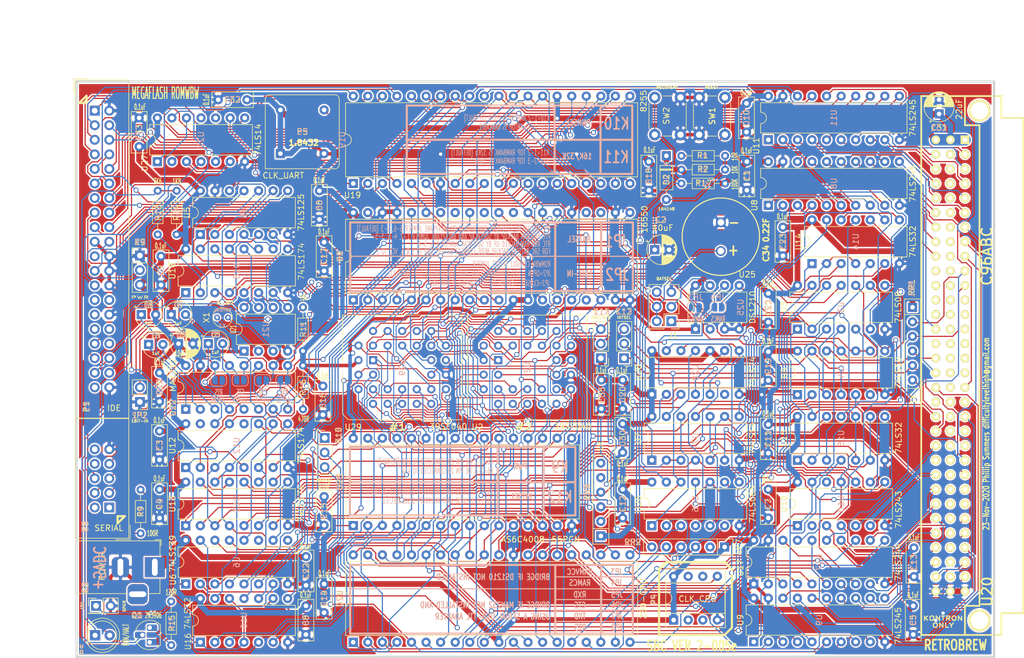
<source format=kicad_pcb>
(kicad_pcb (version 20171130) (host pcbnew "(5.1.7)-1")
  (title_block (date 2019-04-5))
  (layers (0 Component signal) (31 Copper signal) (34 B.Paste user) (35 F.Paste user) (36 B.SilkS user) (37 F.SilkS user) (38 B.Mask user) (39 F.Mask user) (44 Edge.Cuts user))
  (net 0 "")
  (net 1 //BUSAK)
  (net 2 //BUSRQ)
  (net 3 //CS_CFG)
  (net 4 //CS_CFG1)
  (net 5 //CS_CFG2)
  (net 6 //CS_PPI)
  (net 7 //CS_RAM)
  (net 8 //CS_ROM)
  (net 9 //CS_RTC)
  (net 10 //CS_UART)
  (net 11 //HALT)
  (net 12 //INT)
  (net 13 //IORQ)
  (net 14 //IOSEL)
  (net 15 //M1)
  (net 16 //MREQ)
  (net 17 //NMI)
  (net 18 //RD)
  (net 19 //RESET)
  (net 20 //RFSH)
  (net 21 //ROM_ENABLE)
  (net 22 //RTC_RD)
  (net 23 //RTC_WR)
  (net 24 //WAIT)
  (net 25 //WR)
  (net 26 /A0)
  (net 27 /A1)
  (net 28 /A10)
  (net 29 /A11)
  (net 30 /A12)
  (net 31 /A13)
  (net 32 /A14)
  (net 33 /A15)
  (net 34 /A15_RAM)
  (net 35 /A15_ROM)
  (net 36 /A16_RAM)
  (net 37 /A16_ROM)
  (net 38 /A17_RAM)
  (net 39 /A17_ROM)
  (net 40 /A18_RAM)
  (net 41 /A18_ROM)
  (net 42 /A2)
  (net 43 /A3)
  (net 44 /A4)
  (net 45 /A5)
  (net 46 /A6)
  (net 47 /A7)
  (net 48 /A8)
  (net 49 /A9)
  (net 50 /BUF_Q4)
  (net 51 /BUF_Q5)
  (net 52 /BUF_Q6)
  (net 53 /BUF_Q7)
  (net 54 /B_/BUSAK)
  (net 55 /B_/BUSRQ)
  (net 56 /B_/HALT)
  (net 57 /B_/IEO)
  (net 58 /B_/INT)
  (net 59 /B_/IORQ)
  (net 60 /B_/M1)
  (net 61 /B_/MREQ)
  (net 62 /B_/NMI)
  (net 63 /B_/RD)
  (net 64 /B_/RFSH)
  (net 65 /B_/WAIT)
  (net 66 /B_/WR)
  (net 67 /B_A0)
  (net 68 /B_A1)
  (net 69 /B_A10)
  (net 70 /B_A11)
  (net 71 /B_A12)
  (net 72 /B_A13)
  (net 73 /B_A14)
  (net 74 /B_A15)
  (net 75 /B_A2)
  (net 76 /B_A3)
  (net 77 /B_A4)
  (net 78 /B_A5)
  (net 79 /B_A6)
  (net 80 /B_A7)
  (net 81 /B_A8)
  (net 82 /B_A9)
  (net 83 /B_BAT)
  (net 84 /B_CLK_CPU)
  (net 85 /B_D0)
  (net 86 /B_D1)
  (net 87 /B_D2)
  (net 88 /B_D3)
  (net 89 /B_D4)
  (net 90 /B_D5)
  (net 91 /B_D6)
  (net 92 /B_D7)
  (net 93 /CFG1_Q0)
  (net 94 /CFG1_Q1)
  (net 95 /CFG1_Q2)
  (net 96 /CFG1_Q3)
  (net 97 /CLK_CPU)
  (net 98 /CLK_UART)
  (net 99 /CTS)
  (net 100 /CTS_TTL)
  (net 101 /D0)
  (net 102 /D1)
  (net 103 /D2)
  (net 104 /D3)
  (net 105 /D4)
  (net 106 /D5)
  (net 107 /D6)
  (net 108 /D7)
  (net 109 /DATA_DIR)
  (net 110 /DTR)
  (net 111 /INT)
  (net 112 /PA0)
  (net 113 /PA1)
  (net 114 /PA2)
  (net 115 /PA3)
  (net 116 /PA4)
  (net 117 /PA5)
  (net 118 /PA6)
  (net 119 /PA7)
  (net 120 /PB0)
  (net 121 /PB1)
  (net 122 /PB2)
  (net 123 /PB3)
  (net 124 /PB4)
  (net 125 /PB5)
  (net 126 /PB6)
  (net 127 /PB7)
  (net 128 /PC0)
  (net 129 /PC1)
  (net 130 /PC2)
  (net 131 /PC3)
  (net 132 /PC4)
  (net 133 /PC5)
  (net 134 /PC6)
  (net 135 /PC7)
  (net 136 /RESET)
  (net 137 /RTC_DQ)
  (net 138 /RTS)
  (net 139 /RTS_TTL)
  (net 140 /RX)
  (net 141 /SIN_TTL)
  (net 142 /SOUT_TTL)
  (net 143 /TX)
  (net 144 /VBAT1)
  (net 145 /VCC_SRAM)
  (net 146 GND)
  (net 147 VCC)
  (net 148 "Net-(C2-Pad1)")
  (net 149 "Net-(C24-Pad1)")
  (net 150 "Net-(C24-Pad2)")
  (net 151 "Net-(C25-Pad1)")
  (net 152 "Net-(C25-Pad2)")
  (net 153 "Net-(C26-Pad1)")
  (net 154 "Net-(C27-Pad2)")
  (net 155 "Net-(D1-Pad1)")
  (net 156 "Net-(D1-Pad2)")
  (net 157 "Net-(JP2-Pad2)")
  (net 158 "Net-(K10-Pad2)")
  (net 159 "Net-(K11-Pad2)")
  (net 160 "Net-(K12-Pad2)")
  (net 161 /B_/RESOUT)
  (net 162 //RESET_IN)
  (net 163 "Net-(U1-Pad15)")
  (net 164 "Net-(U15-Pad2)")
  (net 165 "Net-(U15-Pad3)")
  (net 166 "Net-(U3-Pad5)")
  (net 167 "Net-(U16-Pad1)")
  (net 168 "Net-(U14-Pad10)")
  (net 169 "Net-(U5-Pad12)")
  (net 170 "Net-(U15-Pad6)")
  (net 171 "Net-(U15-Pad12)")
  (net 172 "Net-(U26-Pad5)")
  (net 173 "Net-(U26-Pad1)")
  (net 174 "Net-(U14-Pad12)")
  (net 175 "Net-(U21-Pad2)")
  (net 176 "Net-(U21-Pad3)")
  (net 177 "Net-(Q1-Pad2)")
  (net 178 "Net-(Q1-Pad3)")
  (net 179 "Net-(R13-Pad2)")
  (net 180 "Net-(LS1-Pad1)")
  (net 181 "Net-(JP4-Pad2)")
  (net 182 "Net-(K9-Pad2)")
  (net 183 /-PC7)
  (net 184 /-PC5)
  (net 185 /-PC6)
  (net 186 /-PC3)
  (net 187 /-PC4)
  (net 188 "Net-(C34-Pad1)")
  (net 189 /VBAT2)
  (net 190 /~B_IQ0)
  (net 191 "Net-(U28-Pad13)")
  (net 192 "Net-(U28-Pad4)")
  (net 193 /CLKSEL)
  (net 194 "Net-(P4-Pad5)")
  (net 195 /~CS_ROM2)
  (net 196 /A19_ROM)
  (net 197 /~CS_ROM1)
  (net 198 /CLK_PU)
  (net 199 /CS_ROM)
  (net 200 "Net-(U26-Pad9)")
  (net 201 "Net-(R17-Pad1)")
  (module Package_DIP:DIP-14_W7.62mm (layer Component) (at 99.06 80.01 90)
    (fp_text reference U5 (at 3.81 -2.33 90) (layer F.SilkS))
    (fp_text value 74LS125 (at 3.81 17.57 90) (layer F.SilkS))
    (fp_text user %R (at 3.81 7.62 90) (layer B.SilkS) (effects (justify mirror)))
    (pad 14 thru_hole oval (at 7.62 0 90) (size 1.6 1.6) (drill 0.8) (layers *.Cu *.Mask) (net 147 VCC))
    (pad 7 thru_hole oval (at 0 15.24 90) (size 1.6 1.6) (drill 0.8) (layers *.Cu *.Mask) (net 146 GND))
    (pad 13 thru_hole oval (at 7.62 2.54 90) (size 1.6 1.6) (drill 0.8) (layers *.Cu *.Mask) (net 146 GND))
    (pad 6 thru_hole oval (at 0 12.7 90) (size 1.6 1.6) (drill 0.8) (layers *.Cu *.Mask) (net 137 /RTC_DQ))
    (pad 12 thru_hole oval (at 7.62 5.08 90) (size 1.6 1.6) (drill 0.8) (layers *.Cu *.Mask) (net 169 "Net-(U5-Pad12)"))
    (pad 5 thru_hole oval (at 0 10.16 90) (size 1.6 1.6) (drill 0.8) (layers *.Cu *.Mask) (net 53 /BUF_Q7))
    (pad 11 thru_hole oval (at 7.62 7.62 90) (size 1.6 1.6) (drill 0.8) (layers *.Cu *.Mask) (net 155 "Net-(D1-Pad1)"))
    (pad 4 thru_hole oval (at 0 7.62 90) (size 1.6 1.6) (drill 0.8) (layers *.Cu *.Mask) (net 51 /BUF_Q5))
    (pad 10 thru_hole oval (at 7.62 10.16 90) (size 1.6 1.6) (drill 0.8) (layers *.Cu *.Mask) (net 22 //RTC_RD))
    (pad 3 thru_hole oval (at 0 5.08 90) (size 1.6 1.6) (drill 0.8) (layers *.Cu *.Mask) (net 101 /D0))
    (pad 9 thru_hole oval (at 7.62 12.7 90) (size 1.6 1.6) (drill 0.8) (layers *.Cu *.Mask) (net 157 "Net-(JP2-Pad2)"))
    (pad 2 thru_hole oval (at 0 2.54 90) (size 1.6 1.6) (drill 0.8) (layers *.Cu *.Mask) (net 137 /RTC_DQ))
    (pad 8 thru_hole oval (at 7.62 15.24 90) (size 1.6 1.6) (drill 0.8) (layers *.Cu *.Mask) (net 107 /D6))
    (pad 1 thru_hole rect (at 0 0 90) (size 1.6 1.6) (drill 0.8) (layers *.Cu *.Mask) (net 22 //RTC_RD))
  )
  (module Button_Switch_THT:SW_PUSH_6mm_H8mm (layer Component) (at 178.308 62.611 90)
    (fp_text reference SW2 (at 3.302 2.032 90) (layer F.SilkS))
    (fp_text value RECOVERY (at 8.255 2.159 180) (layer F.SilkS) (effects (font (size 0.5 0.5) (thickness 0.125))))
    (pad 1 thru_hole circle (at 6.5 0 180) (size 2 2) (drill 1.1) (layers *.Cu *.Mask) (net 201 "Net-(R17-Pad1)"))
    (pad 2 thru_hole circle (at 6.5 4.5 180) (size 2 2) (drill 1.1) (layers *.Cu *.Mask) (net 146 GND))
    (pad 1 thru_hole circle (at 0 0 180) (size 2 2) (drill 1.1) (layers *.Cu *.Mask) (net 201 "Net-(R17-Pad1)"))
    (pad 2 thru_hole circle (at 0 4.5 180) (size 2 2) (drill 1.1) (layers *.Cu *.Mask) (net 146 GND))
  )
  (module Package_DIP:DIP-14_W7.62mm (layer Component) (at 205.74 85.09 90)
    (fp_text reference U14 (at 3.81 -2.33 90) (layer F.SilkS))
    (fp_text value 74LS32 (at 3.81 17.57 90) (layer F.SilkS))
    (fp_text user %R (at 3.81 7.62 90) (layer B.SilkS) (effects (justify mirror)))
    (pad 14 thru_hole oval (at 7.62 0 90) (size 1.6 1.6) (drill 0.8) (layers *.Cu *.Mask) (net 147 VCC))
    (pad 7 thru_hole oval (at 0 15.24 90) (size 1.6 1.6) (drill 0.8) (layers *.Cu *.Mask) (net 146 GND))
    (pad 13 thru_hole oval (at 7.62 2.54 90) (size 1.6 1.6) (drill 0.8) (layers *.Cu *.Mask) (net 13 //IORQ))
    (pad 6 thru_hole oval (at 0 12.7 90) (size 1.6 1.6) (drill 0.8) (layers *.Cu *.Mask) (net 22 //RTC_RD))
    (pad 12 thru_hole oval (at 7.62 5.08 90) (size 1.6 1.6) (drill 0.8) (layers *.Cu *.Mask) (net 174 "Net-(U14-Pad12)"))
    (pad 5 thru_hole oval (at 0 10.16 90) (size 1.6 1.6) (drill 0.8) (layers *.Cu *.Mask) (net 18 //RD))
    (pad 11 thru_hole oval (at 7.62 7.62 90) (size 1.6 1.6) (drill 0.8) (layers *.Cu *.Mask) (net 14 //IOSEL))
    (pad 4 thru_hole oval (at 0 7.62 90) (size 1.6 1.6) (drill 0.8) (layers *.Cu *.Mask) (net 9 //CS_RTC))
    (pad 10 thru_hole oval (at 7.62 10.16 90) (size 1.6 1.6) (drill 0.8) (layers *.Cu *.Mask) (net 168 "Net-(U14-Pad10)"))
    (pad 3 thru_hole oval (at 0 5.08 90) (size 1.6 1.6) (drill 0.8) (layers *.Cu *.Mask) (net 23 //RTC_WR))
    (pad 9 thru_hole oval (at 7.62 12.7 90) (size 1.6 1.6) (drill 0.8) (layers *.Cu *.Mask) (net 47 /A7))
    (pad 2 thru_hole oval (at 0 2.54 90) (size 1.6 1.6) (drill 0.8) (layers *.Cu *.Mask) (net 9 //CS_RTC))
    (pad 8 thru_hole oval (at 7.62 15.24 90) (size 1.6 1.6) (drill 0.8) (layers *.Cu *.Mask) (net 174 "Net-(U14-Pad12)"))
    (pad 1 thru_hole rect (at 0 0 90) (size 1.6 1.6) (drill 0.8) (layers *.Cu *.Mask) (net 25 //WR))
  )
  (module Resistor_THT:R_Array_SIP6 (layer Component) (at 223.266 92.71 270)
    (fp_text reference RR1 (at -3.429 0.127 90) (layer F.SilkS))
    (fp_text value 1K (at 16.002 -0.127 90) (layer F.SilkS))
    (fp_text user %R (at -3.175 0.127 90) (layer B.SilkS) (effects (justify mirror)))
    (pad 6 thru_hole oval (at 12.7 0 270) (size 1.6 1.6) (drill 0.8) (layers *.Cu *.Mask) (net 62 /B_/NMI))
    (pad 5 thru_hole oval (at 10.16 0 270) (size 1.6 1.6) (drill 0.8) (layers *.Cu *.Mask) (net 58 /B_/INT))
    (pad 4 thru_hole oval (at 7.62 0 270) (size 1.6 1.6) (drill 0.8) (layers *.Cu *.Mask) (net 57 /B_/IEO))
    (pad 3 thru_hole oval (at 5.08 0 270) (size 1.6 1.6) (drill 0.8) (layers *.Cu *.Mask) (net 55 /B_/BUSRQ))
    (pad 2 thru_hole oval (at 2.54 0 270) (size 1.6 1.6) (drill 0.8) (layers *.Cu *.Mask) (net 65 /B_/WAIT))
    (pad 1 thru_hole rect (at 0 0 270) (size 1.6 1.6) (drill 0.8) (layers *.Cu *.Mask) (net 147 VCC))
  )
  (module Package_DIP:DIP-14_W7.62mm (layer Component) (at 177.8 119.38 90)
    (fp_text reference U7 (at 3.81 -2.33 90) (layer F.SilkS))
    (fp_text value 74LS14 (at 3.81 17.57 90) (layer F.SilkS))
    (fp_text user %R (at 3.81 7.62 90) (layer B.SilkS) (effects (justify mirror)))
    (pad 14 thru_hole oval (at 7.62 0 90) (size 1.6 1.6) (drill 0.8) (layers *.Cu *.Mask) (net 147 VCC))
    (pad 7 thru_hole oval (at 0 15.24 90) (size 1.6 1.6) (drill 0.8) (layers *.Cu *.Mask) (net 146 GND))
    (pad 13 thru_hole oval (at 7.62 2.54 90) (size 1.6 1.6) (drill 0.8) (layers *.Cu *.Mask) (net 58 /B_/INT))
    (pad 6 thru_hole oval (at 0 12.7 90) (size 1.6 1.6) (drill 0.8) (layers *.Cu *.Mask) (net 171 "Net-(U15-Pad12)"))
    (pad 12 thru_hole oval (at 7.62 5.08 90) (size 1.6 1.6) (drill 0.8) (layers *.Cu *.Mask) (net 173 "Net-(U26-Pad1)"))
    (pad 5 thru_hole oval (at 0 10.16 90) (size 1.6 1.6) (drill 0.8) (layers *.Cu *.Mask) (net 170 "Net-(U15-Pad6)"))
    (pad 11 thru_hole oval (at 7.62 7.62 90) (size 1.6 1.6) (drill 0.8) (layers *.Cu *.Mask) (net 62 /B_/NMI))
    (pad 4 thru_hole oval (at 0 7.62 90) (size 1.6 1.6) (drill 0.8) (layers *.Cu *.Mask) (net 19 //RESET))
    (pad 10 thru_hole oval (at 7.62 10.16 90) (size 1.6 1.6) (drill 0.8) (layers *.Cu *.Mask) (net 172 "Net-(U26-Pad5)"))
    (pad 3 thru_hole oval (at 0 5.08 90) (size 1.6 1.6) (drill 0.8) (layers *.Cu *.Mask) (net 136 /RESET))
    (pad 9 thru_hole oval (at 7.62 12.7 90) (size 1.6 1.6) (drill 0.8) (layers *.Cu *.Mask) (net 56 /B_/HALT))
    (pad 2 thru_hole oval (at 0 2.54 90) (size 1.6 1.6) (drill 0.8) (layers *.Cu *.Mask) (net 136 /RESET))
    (pad 8 thru_hole oval (at 7.62 15.24 90) (size 1.6 1.6) (drill 0.8) (layers *.Cu *.Mask) (net 169 "Net-(U5-Pad12)"))
    (pad 1 thru_hole rect (at 0 0 90) (size 1.6 1.6) (drill 0.8) (layers *.Cu *.Mask) (net 148 "Net-(C2-Pad1)"))
  )
  (module Package_DIP:DIP-14_W7.62mm (layer Component) (at 203.2 130.81 90)
    (fp_text reference U10 (at 3.81 -2.33 90) (layer F.SilkS))
    (fp_text value 74LS243 (at 2.794 17.653 270) (layer F.SilkS))
    (fp_text user %R (at 3.81 7.62 90) (layer B.SilkS) (effects (justify mirror)))
    (pad 14 thru_hole oval (at 7.62 0 90) (size 1.6 1.6) (drill 0.8) (layers *.Cu *.Mask) (net 147 VCC))
    (pad 7 thru_hole oval (at 0 15.24 90) (size 1.6 1.6) (drill 0.8) (layers *.Cu *.Mask) (net 146 GND))
    (pad 13 thru_hole oval (at 7.62 2.54 90) (size 1.6 1.6) (drill 0.8) (layers *.Cu *.Mask) (net 1 //BUSAK))
    (pad 6 thru_hole oval (at 0 12.7 90) (size 1.6 1.6) (drill 0.8) (layers *.Cu *.Mask) (net 63 /B_/RD))
    (pad 12 thru_hole oval (at 7.62 5.08 90) (size 1.6 1.6) (drill 0.8) (layers *.Cu *.Mask))
    (pad 5 thru_hole oval (at 0 10.16 90) (size 1.6 1.6) (drill 0.8) (layers *.Cu *.Mask) (net 66 /B_/WR))
    (pad 11 thru_hole oval (at 7.62 7.62 90) (size 1.6 1.6) (drill 0.8) (layers *.Cu *.Mask) (net 16 //MREQ))
    (pad 4 thru_hole oval (at 0 7.62 90) (size 1.6 1.6) (drill 0.8) (layers *.Cu *.Mask) (net 59 /B_/IORQ))
    (pad 10 thru_hole oval (at 7.62 10.16 90) (size 1.6 1.6) (drill 0.8) (layers *.Cu *.Mask) (net 13 //IORQ))
    (pad 3 thru_hole oval (at 0 5.08 90) (size 1.6 1.6) (drill 0.8) (layers *.Cu *.Mask) (net 61 /B_/MREQ))
    (pad 9 thru_hole oval (at 7.62 12.7 90) (size 1.6 1.6) (drill 0.8) (layers *.Cu *.Mask) (net 25 //WR))
    (pad 2 thru_hole oval (at 0 2.54 90) (size 1.6 1.6) (drill 0.8) (layers *.Cu *.Mask))
    (pad 8 thru_hole oval (at 7.62 15.24 90) (size 1.6 1.6) (drill 0.8) (layers *.Cu *.Mask) (net 18 //RD))
    (pad 1 thru_hole rect (at 0 0 90) (size 1.6 1.6) (drill 0.8) (layers *.Cu *.Mask) (net 1 //BUSAK))
  )
  (module Package_LCC:PLCC-32_THT-Socket (layer Component) (at 129.1844 101.9302 90)
    (fp_text reference U29 (at -11.6698 -3.4844 180) (layer F.SilkS))
    (fp_text value 39SF040 (at -11.5698 13.1156 180) (layer F.SilkS))
    (fp_text user %R (at -1.27 5.08 90) (layer B.SilkS) (effects (justify mirror)))
    (pad 29 thru_hole circle (at 5.08 0 90) (size 1.4224 1.4224) (drill 0.8) (layers *.Cu *.Mask) (net 32 /A14))
    (pad 27 thru_hole circle (at 5.08 2.54 90) (size 1.4224 1.4224) (drill 0.8) (layers *.Cu *.Mask) (net 48 /A8))
    (pad 25 thru_hole circle (at 5.08 5.08 90) (size 1.4224 1.4224) (drill 0.8) (layers *.Cu *.Mask) (net 29 /A11))
    (pad 23 thru_hole circle (at 5.08 7.62 90) (size 1.4224 1.4224) (drill 0.8) (layers *.Cu *.Mask) (net 28 /A10))
    (pad 28 thru_hole circle (at 2.54 2.54 90) (size 1.4224 1.4224) (drill 0.8) (layers *.Cu *.Mask) (net 31 /A13))
    (pad 26 thru_hole circle (at 2.54 5.08 90) (size 1.4224 1.4224) (drill 0.8) (layers *.Cu *.Mask) (net 49 /A9))
    (pad 24 thru_hole circle (at 2.54 7.62 90) (size 1.4224 1.4224) (drill 0.8) (layers *.Cu *.Mask) (net 18 //RD))
    (pad 22 thru_hole circle (at 2.54 10.16 90) (size 1.4224 1.4224) (drill 0.8) (layers *.Cu *.Mask) (net 197 /~CS_ROM1))
    (pad 20 thru_hole circle (at 2.54 12.7 90) (size 1.4224 1.4224) (drill 0.8) (layers *.Cu *.Mask) (net 107 /D6))
    (pad 18 thru_hole circle (at 0 12.7 90) (size 1.4224 1.4224) (drill 0.8) (layers *.Cu *.Mask) (net 105 /D4))
    (pad 16 thru_hole circle (at -2.54 12.7 90) (size 1.4224 1.4224) (drill 0.8) (layers *.Cu *.Mask) (net 146 GND))
    (pad 14 thru_hole circle (at -5.08 12.7 90) (size 1.4224 1.4224) (drill 0.8) (layers *.Cu *.Mask) (net 102 /D1))
    (pad 21 thru_hole circle (at 5.08 10.16 90) (size 1.4224 1.4224) (drill 0.8) (layers *.Cu *.Mask) (net 108 /D7))
    (pad 19 thru_hole circle (at 0 10.16 90) (size 1.4224 1.4224) (drill 0.8) (layers *.Cu *.Mask) (net 106 /D5))
    (pad 17 thru_hole circle (at -2.54 10.16 90) (size 1.4224 1.4224) (drill 0.8) (layers *.Cu *.Mask) (net 104 /D3))
    (pad 15 thru_hole circle (at -5.08 10.16 90) (size 1.4224 1.4224) (drill 0.8) (layers *.Cu *.Mask) (net 103 /D2))
    (pad 13 thru_hole circle (at -7.62 10.16 90) (size 1.4224 1.4224) (drill 0.8) (layers *.Cu *.Mask) (net 101 /D0))
    (pad 11 thru_hole circle (at -7.62 7.62 90) (size 1.4224 1.4224) (drill 0.8) (layers *.Cu *.Mask) (net 27 /A1))
    (pad 9 thru_hole circle (at -7.62 5.08 90) (size 1.4224 1.4224) (drill 0.8) (layers *.Cu *.Mask) (net 43 /A3))
    (pad 7 thru_hole circle (at -7.62 2.54 90) (size 1.4224 1.4224) (drill 0.8) (layers *.Cu *.Mask) (net 45 /A5))
    (pad 5 thru_hole circle (at -7.62 0 90) (size 1.4224 1.4224) (drill 0.8) (layers *.Cu *.Mask) (net 47 /A7))
    (pad 12 thru_hole circle (at -5.08 7.62 90) (size 1.4224 1.4224) (drill 0.8) (layers *.Cu *.Mask) (net 26 /A0))
    (pad 10 thru_hole circle (at -5.08 5.08 90) (size 1.4224 1.4224) (drill 0.8) (layers *.Cu *.Mask) (net 42 /A2))
    (pad 8 thru_hole circle (at -5.08 2.54 90) (size 1.4224 1.4224) (drill 0.8) (layers *.Cu *.Mask) (net 44 /A4))
    (pad 6 thru_hole circle (at -5.08 0 90) (size 1.4224 1.4224) (drill 0.8) (layers *.Cu *.Mask) (net 46 /A6))
    (pad 30 thru_hole circle (at 2.54 -2.54 90) (size 1.4224 1.4224) (drill 0.8) (layers *.Cu *.Mask) (net 39 /A17_ROM))
    (pad 32 thru_hole circle (at 0 -2.54 90) (size 1.4224 1.4224) (drill 0.8) (layers *.Cu *.Mask) (net 147 VCC))
    (pad 4 thru_hole circle (at -5.08 -2.54 90) (size 1.4224 1.4224) (drill 0.8) (layers *.Cu *.Mask) (net 30 /A12))
    (pad 2 thru_hole circle (at -2.54 -2.54 90) (size 1.4224 1.4224) (drill 0.8) (layers *.Cu *.Mask) (net 37 /A16_ROM))
    (pad 31 thru_hole circle (at 2.54 0 90) (size 1.4224 1.4224) (drill 0.8) (layers *.Cu *.Mask) (net 25 //WR))
    (pad 3 thru_hole circle (at -2.54 0 90) (size 1.4224 1.4224) (drill 0.8) (layers *.Cu *.Mask) (net 35 /A15_ROM))
    (pad 1 thru_hole rect (at 0 0 90) (size 1.4224 1.4224) (drill 0.8) (layers *.Cu *.Mask) (net 41 /A18_ROM))
  )
  (module Package_LCC:PLCC-32_THT-Socket (layer Component) (at 151.0157 101.9302 90)
    (fp_text reference U2 (at -11.6698 -3.6157 180) (layer F.SilkS))
    (fp_text value 39SF040 (at -11.5698 12.9843 180) (layer F.SilkS))
    (fp_text user %R (at -1.27 5.08 90) (layer B.SilkS) (effects (justify mirror)))
    (pad 29 thru_hole circle (at 5.08 0 90) (size 1.4224 1.4224) (drill 0.8) (layers *.Cu *.Mask) (net 32 /A14))
    (pad 27 thru_hole circle (at 5.08 2.54 90) (size 1.4224 1.4224) (drill 0.8) (layers *.Cu *.Mask) (net 48 /A8))
    (pad 25 thru_hole circle (at 5.08 5.08 90) (size 1.4224 1.4224) (drill 0.8) (layers *.Cu *.Mask) (net 29 /A11))
    (pad 23 thru_hole circle (at 5.08 7.62 90) (size 1.4224 1.4224) (drill 0.8) (layers *.Cu *.Mask) (net 28 /A10))
    (pad 28 thru_hole circle (at 2.54 2.54 90) (size 1.4224 1.4224) (drill 0.8) (layers *.Cu *.Mask) (net 31 /A13))
    (pad 26 thru_hole circle (at 2.54 5.08 90) (size 1.4224 1.4224) (drill 0.8) (layers *.Cu *.Mask) (net 49 /A9))
    (pad 24 thru_hole circle (at 2.54 7.62 90) (size 1.4224 1.4224) (drill 0.8) (layers *.Cu *.Mask) (net 18 //RD))
    (pad 22 thru_hole circle (at 2.54 10.16 90) (size 1.4224 1.4224) (drill 0.8) (layers *.Cu *.Mask) (net 195 /~CS_ROM2))
    (pad 20 thru_hole circle (at 2.54 12.7 90) (size 1.4224 1.4224) (drill 0.8) (layers *.Cu *.Mask) (net 107 /D6))
    (pad 18 thru_hole circle (at 0 12.7 90) (size 1.4224 1.4224) (drill 0.8) (layers *.Cu *.Mask) (net 105 /D4))
    (pad 16 thru_hole circle (at -2.54 12.7 90) (size 1.4224 1.4224) (drill 0.8) (layers *.Cu *.Mask) (net 146 GND))
    (pad 14 thru_hole circle (at -5.08 12.7 90) (size 1.4224 1.4224) (drill 0.8) (layers *.Cu *.Mask) (net 102 /D1))
    (pad 21 thru_hole circle (at 5.08 10.16 90) (size 1.4224 1.4224) (drill 0.8) (layers *.Cu *.Mask) (net 108 /D7))
    (pad 19 thru_hole circle (at 0 10.16 90) (size 1.4224 1.4224) (drill 0.8) (layers *.Cu *.Mask) (net 106 /D5))
    (pad 17 thru_hole circle (at -2.54 10.16 90) (size 1.4224 1.4224) (drill 0.8) (layers *.Cu *.Mask) (net 104 /D3))
    (pad 15 thru_hole circle (at -5.08 10.16 90) (size 1.4224 1.4224) (drill 0.8) (layers *.Cu *.Mask) (net 103 /D2))
    (pad 13 thru_hole circle (at -7.62 10.16 90) (size 1.4224 1.4224) (drill 0.8) (layers *.Cu *.Mask) (net 101 /D0))
    (pad 11 thru_hole circle (at -7.62 7.62 90) (size 1.4224 1.4224) (drill 0.8) (layers *.Cu *.Mask) (net 27 /A1))
    (pad 9 thru_hole circle (at -7.62 5.08 90) (size 1.4224 1.4224) (drill 0.8) (layers *.Cu *.Mask) (net 43 /A3))
    (pad 7 thru_hole circle (at -7.62 2.54 90) (size 1.4224 1.4224) (drill 0.8) (layers *.Cu *.Mask) (net 45 /A5))
    (pad 5 thru_hole circle (at -7.62 0 90) (size 1.4224 1.4224) (drill 0.8) (layers *.Cu *.Mask) (net 47 /A7))
    (pad 12 thru_hole circle (at -5.08 7.62 90) (size 1.4224 1.4224) (drill 0.8) (layers *.Cu *.Mask) (net 26 /A0))
    (pad 10 thru_hole circle (at -5.08 5.08 90) (size 1.4224 1.4224) (drill 0.8) (layers *.Cu *.Mask) (net 42 /A2))
    (pad 8 thru_hole circle (at -5.08 2.54 90) (size 1.4224 1.4224) (drill 0.8) (layers *.Cu *.Mask) (net 44 /A4))
    (pad 6 thru_hole circle (at -5.08 0 90) (size 1.4224 1.4224) (drill 0.8) (layers *.Cu *.Mask) (net 46 /A6))
    (pad 30 thru_hole circle (at 2.54 -2.54 90) (size 1.4224 1.4224) (drill 0.8) (layers *.Cu *.Mask) (net 39 /A17_ROM))
    (pad 32 thru_hole circle (at 0 -2.54 90) (size 1.4224 1.4224) (drill 0.8) (layers *.Cu *.Mask) (net 147 VCC))
    (pad 4 thru_hole circle (at -5.08 -2.54 90) (size 1.4224 1.4224) (drill 0.8) (layers *.Cu *.Mask) (net 30 /A12))
    (pad 2 thru_hole circle (at -2.54 -2.54 90) (size 1.4224 1.4224) (drill 0.8) (layers *.Cu *.Mask) (net 37 /A16_ROM))
    (pad 31 thru_hole circle (at 2.54 0 90) (size 1.4224 1.4224) (drill 0.8) (layers *.Cu *.Mask) (net 25 //WR))
    (pad 3 thru_hole circle (at -2.54 0 90) (size 1.4224 1.4224) (drill 0.8) (layers *.Cu *.Mask) (net 35 /A15_ROM))
    (pad 1 thru_hole rect (at 0 0 90) (size 1.4224 1.4224) (drill 0.8) (layers *.Cu *.Mask) (net 41 /A18_ROM))
  )
  (module Supercap:CAPPRD500W95D1350H750 (layer Component) (at 189.84 82.9 90)
    (fp_text reference C34 (at -0.412 7.899 270) (layer F.SilkS) (effects (font (thickness 0.25))))
    (fp_text value 0.22F (at 3.652 7.899 270) (layer F.SilkS) (effects (font (thickness 0.25))))
    (pad 2 thru_hole circle (at 5 0 90) (size 1.725 1.725) (drill 1.15) (layers *.Cu *.Mask) (net 146 GND))
    (pad 1 thru_hole circle (at 0 0 90) (size 1.725 1.725) (drill 1.15) (layers *.Cu *.Mask) (net 188 "Net-(C34-Pad1)"))
  )
  (module Button_Switch_THT:SW_PUSH_6mm_H8mm (layer Component) (at 186.055 62.611 90)
    (fp_text reference SW1 (at 3.2512 2.286 90) (layer F.SilkS))
    (fp_text value RESET (at 8.255 2.159) (layer F.SilkS) (effects (font (size 0.5 0.5) (thickness 0.125))))
    (fp_text user %R (at 3.25 2.25 90) (layer F.SilkS))
    (pad 1 thru_hole circle (at 6.5 0 180) (size 2 2) (drill 1.1) (layers *.Cu *.Mask) (net 146 GND))
    (pad 2 thru_hole circle (at 6.5 4.5 180) (size 2 2) (drill 1.1) (layers *.Cu *.Mask) (net 162 //RESET_IN))
    (pad 1 thru_hole circle (at 0 0 180) (size 2 2) (drill 1.1) (layers *.Cu *.Mask) (net 146 GND))
    (pad 2 thru_hole circle (at 0 4.5 180) (size 2 2) (drill 1.1) (layers *.Cu *.Mask) (net 162 //RESET_IN))
  )
  (module Package_DIP:DIP-14_W7.62mm (layer Component) (at 203.2 96.52 90)
    (fp_text reference U3 (at 3.81 -2.33 90) (layer F.SilkS))
    (fp_text value 74LS08 (at 3.81 17.57 90) (layer F.SilkS))
    (fp_text user %R (at 3.81 7.62 90) (layer B.SilkS) (effects (justify mirror)))
    (pad 14 thru_hole oval (at 7.62 0 90) (size 1.6 1.6) (drill 0.8) (layers *.Cu *.Mask) (net 147 VCC))
    (pad 7 thru_hole oval (at 0 15.24 90) (size 1.6 1.6) (drill 0.8) (layers *.Cu *.Mask) (net 146 GND))
    (pad 13 thru_hole oval (at 7.62 2.54 90) (size 1.6 1.6) (drill 0.8) (layers *.Cu *.Mask) (net 159 "Net-(K11-Pad2)"))
    (pad 6 thru_hole oval (at 0 12.7 90) (size 1.6 1.6) (drill 0.8) (layers *.Cu *.Mask) (net 109 /DATA_DIR))
    (pad 12 thru_hole oval (at 7.62 5.08 90) (size 1.6 1.6) (drill 0.8) (layers *.Cu *.Mask) (net 33 /A15))
    (pad 5 thru_hole oval (at 0 10.16 90) (size 1.6 1.6) (drill 0.8) (layers *.Cu *.Mask) (net 166 "Net-(U3-Pad5)"))
    (pad 11 thru_hole oval (at 7.62 7.62 90) (size 1.6 1.6) (drill 0.8) (layers *.Cu *.Mask) (net 167 "Net-(U16-Pad1)"))
    (pad 4 thru_hole oval (at 0 7.62 90) (size 1.6 1.6) (drill 0.8) (layers *.Cu *.Mask) (net 165 "Net-(U15-Pad3)"))
    (pad 10 thru_hole oval (at 7.62 10.16 90) (size 1.6 1.6) (drill 0.8) (layers *.Cu *.Mask) (net 199 /CS_ROM))
    (pad 3 thru_hole oval (at 0 5.08 90) (size 1.6 1.6) (drill 0.8) (layers *.Cu *.Mask) (net 164 "Net-(U15-Pad2)"))
    (pad 9 thru_hole oval (at 7.62 12.7 90) (size 1.6 1.6) (drill 0.8) (layers *.Cu *.Mask) (net 195 /~CS_ROM2))
    (pad 2 thru_hole oval (at 0 2.54 90) (size 1.6 1.6) (drill 0.8) (layers *.Cu *.Mask) (net 14 //IOSEL))
    (pad 8 thru_hole oval (at 7.62 15.24 90) (size 1.6 1.6) (drill 0.8) (layers *.Cu *.Mask) (net 200 "Net-(U26-Pad9)"))
    (pad 1 thru_hole rect (at 0 0 90) (size 1.6 1.6) (drill 0.8) (layers *.Cu *.Mask) (net 16 //MREQ))
  )
  (module Package_DIP:DIP-14_W7.62mm (layer Component) (at 177.8 130.81 90)
    (fp_text reference U26 (at 3.81 -2.33 90) (layer F.SilkS))
    (fp_text value 74LS06N (at 3.81 17.57 90) (layer F.SilkS))
    (fp_text user %R (at 3.81 7.62 90) (layer B.SilkS) (effects (justify mirror)))
    (pad 14 thru_hole oval (at 7.62 0 90) (size 1.6 1.6) (drill 0.8) (layers *.Cu *.Mask) (net 147 VCC))
    (pad 7 thru_hole oval (at 0 15.24 90) (size 1.6 1.6) (drill 0.8) (layers *.Cu *.Mask) (net 146 GND))
    (pad 13 thru_hole oval (at 7.62 2.54 90) (size 1.6 1.6) (drill 0.8) (layers *.Cu *.Mask) (net 194 "Net-(P4-Pad5)"))
    (pad 6 thru_hole oval (at 0 12.7 90) (size 1.6 1.6) (drill 0.8) (layers *.Cu *.Mask) (net 17 //NMI))
    (pad 12 thru_hole oval (at 7.62 5.08 90) (size 1.6 1.6) (drill 0.8) (layers *.Cu *.Mask) (net 198 /CLK_PU))
    (pad 5 thru_hole oval (at 0 10.16 90) (size 1.6 1.6) (drill 0.8) (layers *.Cu *.Mask) (net 172 "Net-(U26-Pad5)"))
    (pad 11 thru_hole oval (at 7.62 7.62 90) (size 1.6 1.6) (drill 0.8) (layers *.Cu *.Mask) (net 8 //CS_ROM))
    (pad 4 thru_hole oval (at 0 7.62 90) (size 1.6 1.6) (drill 0.8) (layers *.Cu *.Mask) (net 160 "Net-(K12-Pad2)"))
    (pad 10 thru_hole oval (at 7.62 10.16 90) (size 1.6 1.6) (drill 0.8) (layers *.Cu *.Mask) (net 199 /CS_ROM))
    (pad 3 thru_hole oval (at 0 5.08 90) (size 1.6 1.6) (drill 0.8) (layers *.Cu *.Mask) (net 111 /INT))
    (pad 9 thru_hole oval (at 7.62 12.7 90) (size 1.6 1.6) (drill 0.8) (layers *.Cu *.Mask) (net 200 "Net-(U26-Pad9)"))
    (pad 2 thru_hole oval (at 0 2.54 90) (size 1.6 1.6) (drill 0.8) (layers *.Cu *.Mask) (net 12 //INT))
    (pad 8 thru_hole oval (at 7.62 15.24 90) (size 1.6 1.6) (drill 0.8) (layers *.Cu *.Mask) (net 197 /~CS_ROM1))
    (pad 1 thru_hole rect (at 0 0 90) (size 1.6 1.6) (drill 0.8) (layers *.Cu *.Mask) (net 173 "Net-(U26-Pad1)"))
  )
  (module Package_DIP:DIP-14_W7.62mm (layer Component) (at 91.567 67.31 90)
    (fp_text reference U27 (at -0.254 -2.2098 90) (layer F.SilkS))
    (fp_text value 74LS14 (at 3.81 17.57 90) (layer F.SilkS))
    (fp_text user %R (at 3.81 7.62 90) (layer B.SilkS) (effects (justify mirror)))
    (pad 14 thru_hole oval (at 7.62 0 90) (size 1.6 1.6) (drill 0.8) (layers *.Cu *.Mask) (net 147 VCC))
    (pad 7 thru_hole oval (at 0 15.24 90) (size 1.6 1.6) (drill 0.8) (layers *.Cu *.Mask) (net 146 GND))
    (pad 13 thru_hole oval (at 7.62 2.54 90) (size 1.6 1.6) (drill 0.8) (layers *.Cu *.Mask) (net 134 /PC6))
    (pad 6 thru_hole oval (at 0 12.7 90) (size 1.6 1.6) (drill 0.8) (layers *.Cu *.Mask) (net 187 /-PC4))
    (pad 12 thru_hole oval (at 7.62 5.08 90) (size 1.6 1.6) (drill 0.8) (layers *.Cu *.Mask) (net 185 /-PC6))
    (pad 5 thru_hole oval (at 0 10.16 90) (size 1.6 1.6) (drill 0.8) (layers *.Cu *.Mask) (net 132 /PC4))
    (pad 11 thru_hole oval (at 7.62 7.62 90) (size 1.6 1.6) (drill 0.8) (layers *.Cu *.Mask))
    (pad 4 thru_hole oval (at 0 7.62 90) (size 1.6 1.6) (drill 0.8) (layers *.Cu *.Mask) (net 184 /-PC5))
    (pad 10 thru_hole oval (at 7.62 10.16 90) (size 1.6 1.6) (drill 0.8) (layers *.Cu *.Mask))
    (pad 3 thru_hole oval (at 0 5.08 90) (size 1.6 1.6) (drill 0.8) (layers *.Cu *.Mask) (net 133 /PC5))
    (pad 9 thru_hole oval (at 7.62 12.7 90) (size 1.6 1.6) (drill 0.8) (layers *.Cu *.Mask) (net 135 /PC7))
    (pad 2 thru_hole oval (at 0 2.54 90) (size 1.6 1.6) (drill 0.8) (layers *.Cu *.Mask) (net 186 /-PC3))
    (pad 8 thru_hole oval (at 7.62 15.24 90) (size 1.6 1.6) (drill 0.8) (layers *.Cu *.Mask) (net 183 /-PC7))
    (pad 1 thru_hole rect (at 0 0 90) (size 1.6 1.6) (drill 0.8) (layers *.Cu *.Mask) (net 131 /PC3))
  )
  (module Package_DIP:DIP-14_W7.62mm (layer Component) (at 99.06 151.13 90)
    (fp_text reference U16 (at 0.127 -2.159 90) (layer F.SilkS) (effects (font (thickness 0.125))))
    (fp_text value 74LS32 (at 5.0165 -2.2225 90) (layer F.SilkS) (effects (font (thickness 0.125))))
    (fp_text user %R (at 3.81 7.62 90) (layer B.SilkS) (effects (justify mirror)))
    (pad 14 thru_hole oval (at 7.62 0 90) (size 1.6 1.6) (drill 0.8) (layers *.Cu *.Mask) (net 147 VCC))
    (pad 7 thru_hole oval (at 0 15.24 90) (size 1.6 1.6) (drill 0.8) (layers *.Cu *.Mask) (net 146 GND))
    (pad 13 thru_hole oval (at 7.62 2.54 90) (size 1.6 1.6) (drill 0.8) (layers *.Cu *.Mask) (net 96 /CFG1_Q3))
    (pad 6 thru_hole oval (at 0 12.7 90) (size 1.6 1.6) (drill 0.8) (layers *.Cu *.Mask) (net 36 /A16_RAM))
    (pad 12 thru_hole oval (at 7.62 5.08 90) (size 1.6 1.6) (drill 0.8) (layers *.Cu *.Mask) (net 167 "Net-(U16-Pad1)"))
    (pad 5 thru_hole oval (at 0 10.16 90) (size 1.6 1.6) (drill 0.8) (layers *.Cu *.Mask) (net 94 /CFG1_Q1))
    (pad 11 thru_hole oval (at 7.62 7.62 90) (size 1.6 1.6) (drill 0.8) (layers *.Cu *.Mask) (net 40 /A18_RAM))
    (pad 4 thru_hole oval (at 0 7.62 90) (size 1.6 1.6) (drill 0.8) (layers *.Cu *.Mask) (net 167 "Net-(U16-Pad1)"))
    (pad 10 thru_hole oval (at 7.62 10.16 90) (size 1.6 1.6) (drill 0.8) (layers *.Cu *.Mask) (net 95 /CFG1_Q2))
    (pad 3 thru_hole oval (at 0 5.08 90) (size 1.6 1.6) (drill 0.8) (layers *.Cu *.Mask) (net 34 /A15_RAM))
    (pad 9 thru_hole oval (at 7.62 12.7 90) (size 1.6 1.6) (drill 0.8) (layers *.Cu *.Mask) (net 167 "Net-(U16-Pad1)"))
    (pad 2 thru_hole oval (at 0 2.54 90) (size 1.6 1.6) (drill 0.8) (layers *.Cu *.Mask) (net 158 "Net-(K10-Pad2)"))
    (pad 8 thru_hole oval (at 7.62 15.24 90) (size 1.6 1.6) (drill 0.8) (layers *.Cu *.Mask) (net 38 /A17_RAM))
    (pad 1 thru_hole rect (at 0 0 90) (size 1.6 1.6) (drill 0.8) (layers *.Cu *.Mask) (net 167 "Net-(U16-Pad1)"))
  )
  (module Package_DIP:DIP-14_W7.62mm (layer Component) (at 203.2 119.38 90)
    (fp_text reference U15 (at 3.81 -2.33 90) (layer F.SilkS))
    (fp_text value 74LS32 (at 3.8735 17.653 270) (layer F.SilkS))
    (fp_text user %R (at 3.81 7.62 90) (layer B.SilkS) (effects (justify mirror)))
    (pad 14 thru_hole oval (at 7.62 0 90) (size 1.6 1.6) (drill 0.8) (layers *.Cu *.Mask) (net 147 VCC))
    (pad 7 thru_hole oval (at 0 15.24 90) (size 1.6 1.6) (drill 0.8) (layers *.Cu *.Mask) (net 146 GND))
    (pad 13 thru_hole oval (at 7.62 2.54 90) (size 1.6 1.6) (drill 0.8) (layers *.Cu *.Mask) (net 16 //MREQ))
    (pad 6 thru_hole oval (at 0 12.7 90) (size 1.6 1.6) (drill 0.8) (layers *.Cu *.Mask) (net 170 "Net-(U15-Pad6)"))
    (pad 12 thru_hole oval (at 7.62 5.08 90) (size 1.6 1.6) (drill 0.8) (layers *.Cu *.Mask) (net 171 "Net-(U15-Pad12)"))
    (pad 5 thru_hole oval (at 0 10.16 90) (size 1.6 1.6) (drill 0.8) (layers *.Cu *.Mask) (net 21 //ROM_ENABLE))
    (pad 11 thru_hole oval (at 7.62 7.62 90) (size 1.6 1.6) (drill 0.8) (layers *.Cu *.Mask) (net 7 //CS_RAM))
    (pad 4 thru_hole oval (at 0 7.62 90) (size 1.6 1.6) (drill 0.8) (layers *.Cu *.Mask) (net 33 /A15))
    (pad 10 thru_hole oval (at 7.62 10.16 90) (size 1.6 1.6) (drill 0.8) (layers *.Cu *.Mask) (net 16 //MREQ))
    (pad 3 thru_hole oval (at 0 5.08 90) (size 1.6 1.6) (drill 0.8) (layers *.Cu *.Mask) (net 165 "Net-(U15-Pad3)"))
    (pad 9 thru_hole oval (at 7.62 12.7 90) (size 1.6 1.6) (drill 0.8) (layers *.Cu *.Mask) (net 170 "Net-(U15-Pad6)"))
    (pad 2 thru_hole oval (at 0 2.54 90) (size 1.6 1.6) (drill 0.8) (layers *.Cu *.Mask) (net 164 "Net-(U15-Pad2)"))
    (pad 8 thru_hole oval (at 7.62 15.24 90) (size 1.6 1.6) (drill 0.8) (layers *.Cu *.Mask) (net 8 //CS_ROM))
    (pad 1 thru_hole rect (at 0 0 90) (size 1.6 1.6) (drill 0.8) (layers *.Cu *.Mask) (net 18 //RD))
  )
  (module Package_DIP:DIP-40_W15.24mm (layer Component) (at 125.73 91.44 90)
    (fp_text reference U1 (at 7.62 -2.33 90) (layer F.SilkS))
    (fp_text value 16550 (at 14.097 50.8 90) (layer F.SilkS))
    (fp_text user %R (at 7.6708 -2.3368 90) (layer B.SilkS) (effects (justify mirror)))
    (pad 40 thru_hole oval (at 15.24 0 90) (size 1.6 1.6) (drill 0.8) (layers *.Cu *.Mask) (net 147 VCC))
    (pad 20 thru_hole oval (at 0 48.26 90) (size 1.6 1.6) (drill 0.8) (layers *.Cu *.Mask) (net 146 GND))
    (pad 39 thru_hole oval (at 15.24 2.54 90) (size 1.6 1.6) (drill 0.8) (layers *.Cu *.Mask) (net 201 "Net-(R17-Pad1)"))
    (pad 19 thru_hole oval (at 0 45.72 90) (size 1.6 1.6) (drill 0.8) (layers *.Cu *.Mask) (net 146 GND))
    (pad 38 thru_hole oval (at 15.24 5.08 90) (size 1.6 1.6) (drill 0.8) (layers *.Cu *.Mask) (net 146 GND))
    (pad 18 thru_hole oval (at 0 43.18 90) (size 1.6 1.6) (drill 0.8) (layers *.Cu *.Mask) (net 25 //WR))
    (pad 37 thru_hole oval (at 15.24 7.62 90) (size 1.6 1.6) (drill 0.8) (layers *.Cu *.Mask) (net 146 GND))
    (pad 17 thru_hole oval (at 0 40.64 90) (size 1.6 1.6) (drill 0.8) (layers *.Cu *.Mask))
    (pad 36 thru_hole oval (at 15.24 10.16 90) (size 1.6 1.6) (drill 0.8) (layers *.Cu *.Mask) (net 100 /CTS_TTL))
    (pad 16 thru_hole oval (at 0 38.1 90) (size 1.6 1.6) (drill 0.8) (layers *.Cu *.Mask) (net 98 /CLK_UART))
    (pad 35 thru_hole oval (at 15.24 12.7 90) (size 1.6 1.6) (drill 0.8) (layers *.Cu *.Mask) (net 136 /RESET))
    (pad 15 thru_hole oval (at 0 35.56 90) (size 1.6 1.6) (drill 0.8) (layers *.Cu *.Mask) (net 163 "Net-(U1-Pad15)"))
    (pad 34 thru_hole oval (at 15.24 15.24 90) (size 1.6 1.6) (drill 0.8) (layers *.Cu *.Mask))
    (pad 14 thru_hole oval (at 0 33.02 90) (size 1.6 1.6) (drill 0.8) (layers *.Cu *.Mask) (net 10 //CS_UART))
    (pad 33 thru_hole oval (at 15.24 17.78 90) (size 1.6 1.6) (drill 0.8) (layers *.Cu *.Mask))
    (pad 13 thru_hole oval (at 0 30.48 90) (size 1.6 1.6) (drill 0.8) (layers *.Cu *.Mask) (net 147 VCC))
    (pad 32 thru_hole oval (at 15.24 20.32 90) (size 1.6 1.6) (drill 0.8) (layers *.Cu *.Mask) (net 139 /RTS_TTL))
    (pad 12 thru_hole oval (at 0 27.94 90) (size 1.6 1.6) (drill 0.8) (layers *.Cu *.Mask) (net 147 VCC))
    (pad 31 thru_hole oval (at 15.24 22.86 90) (size 1.6 1.6) (drill 0.8) (layers *.Cu *.Mask))
    (pad 11 thru_hole oval (at 0 25.4 90) (size 1.6 1.6) (drill 0.8) (layers *.Cu *.Mask) (net 142 /SOUT_TTL))
    (pad 30 thru_hole oval (at 15.24 25.4 90) (size 1.6 1.6) (drill 0.8) (layers *.Cu *.Mask) (net 111 /INT))
    (pad 10 thru_hole oval (at 0 22.86 90) (size 1.6 1.6) (drill 0.8) (layers *.Cu *.Mask) (net 141 /SIN_TTL))
    (pad 29 thru_hole oval (at 15.24 27.94 90) (size 1.6 1.6) (drill 0.8) (layers *.Cu *.Mask))
    (pad 9 thru_hole oval (at 0 20.32 90) (size 1.6 1.6) (drill 0.8) (layers *.Cu *.Mask) (net 163 "Net-(U1-Pad15)"))
    (pad 28 thru_hole oval (at 15.24 30.48 90) (size 1.6 1.6) (drill 0.8) (layers *.Cu *.Mask) (net 26 /A0))
    (pad 8 thru_hole oval (at 0 17.78 90) (size 1.6 1.6) (drill 0.8) (layers *.Cu *.Mask) (net 108 /D7))
    (pad 27 thru_hole oval (at 15.24 33.02 90) (size 1.6 1.6) (drill 0.8) (layers *.Cu *.Mask) (net 27 /A1))
    (pad 7 thru_hole oval (at 0 15.24 90) (size 1.6 1.6) (drill 0.8) (layers *.Cu *.Mask) (net 107 /D6))
    (pad 26 thru_hole oval (at 15.24 35.56 90) (size 1.6 1.6) (drill 0.8) (layers *.Cu *.Mask) (net 42 /A2))
    (pad 6 thru_hole oval (at 0 12.7 90) (size 1.6 1.6) (drill 0.8) (layers *.Cu *.Mask) (net 106 /D5))
    (pad 25 thru_hole oval (at 15.24 38.1 90) (size 1.6 1.6) (drill 0.8) (layers *.Cu *.Mask) (net 146 GND))
    (pad 5 thru_hole oval (at 0 10.16 90) (size 1.6 1.6) (drill 0.8) (layers *.Cu *.Mask) (net 105 /D4))
    (pad 24 thru_hole oval (at 15.24 40.64 90) (size 1.6 1.6) (drill 0.8) (layers *.Cu *.Mask))
    (pad 4 thru_hole oval (at 0 7.62 90) (size 1.6 1.6) (drill 0.8) (layers *.Cu *.Mask) (net 104 /D3))
    (pad 23 thru_hole oval (at 15.24 43.18 90) (size 1.6 1.6) (drill 0.8) (layers *.Cu *.Mask))
    (pad 3 thru_hole oval (at 0 5.08 90) (size 1.6 1.6) (drill 0.8) (layers *.Cu *.Mask) (net 103 /D2))
    (pad 22 thru_hole oval (at 15.24 45.72 90) (size 1.6 1.6) (drill 0.8) (layers *.Cu *.Mask) (net 146 GND))
    (pad 2 thru_hole oval (at 0 2.54 90) (size 1.6 1.6) (drill 0.8) (layers *.Cu *.Mask) (net 102 /D1))
    (pad 21 thru_hole oval (at 15.24 48.26 90) (size 1.6 1.6) (drill 0.8) (layers *.Cu *.Mask) (net 18 //RD))
    (pad 1 thru_hole rect (at 0 0 90) (size 1.6 1.6) (drill 0.8) (layers *.Cu *.Mask) (net 101 /D0))
  )
  (module library:C96ABCMC (layer Component) (at 229.87 102.87 90)
    (fp_text reference U20 (at -39.4335 6.4135 90) (layer F.SilkS) (effects (font (size 1.778 1.778) (thickness 0.3048))))
    (fp_text value C96ABC (at 19.05 6.35 90) (layer F.SilkS) (effects (font (size 1.778 1.778) (thickness 0.3048))))
    (pad A1 thru_hole rect (at 39.37 2.54 90) (size 1.524 1.524) (drill 0.8128) (layers *.Cu *.Mask F.SilkS) (net 147 VCC))
    (pad A2 thru_hole circle (at 36.83 2.54 90) (size 1.524 1.524) (drill 0.8128) (layers *.Cu *.Mask F.SilkS) (net 90 /B_D5))
    (pad A3 thru_hole circle (at 34.29 2.54 90) (size 1.524 1.524) (drill 0.8128) (layers *.Cu *.Mask F.SilkS) (net 91 /B_D6))
    (pad A4 thru_hole circle (at 31.75 2.54 90) (size 1.524 1.524) (drill 0.8128) (layers *.Cu *.Mask F.SilkS) (net 88 /B_D3))
    (pad A5 thru_hole circle (at 29.21 2.54 90) (size 1.524 1.524) (drill 0.8128) (layers *.Cu *.Mask F.SilkS) (net 89 /B_D4))
    (pad A6 thru_hole circle (at 26.67 2.54 90) (size 1.524 1.524) (drill 0.8128) (layers *.Cu *.Mask F.SilkS) (net 75 /B_A2))
    (pad A7 thru_hole circle (at 24.13 2.54 90) (size 1.524 1.524) (drill 0.8128) (layers *.Cu *.Mask F.SilkS) (net 77 /B_A4))
    (pad A8 thru_hole circle (at 21.59 2.54 90) (size 1.524 1.524) (drill 0.8128) (layers *.Cu *.Mask F.SilkS) (net 78 /B_A5))
    (pad A9 thru_hole circle (at 19.05 2.54 90) (size 1.524 1.524) (drill 0.8128) (layers *.Cu *.Mask F.SilkS) (net 79 /B_A6))
    (pad A10 thru_hole circle (at 16.51 2.54 90) (size 1.524 1.524) (drill 0.8128) (layers *.Cu *.Mask F.SilkS) (net 65 /B_/WAIT))
    (pad A11 thru_hole circle (at 13.97 2.54 90) (size 1.524 1.524) (drill 0.8128) (layers *.Cu *.Mask F.SilkS) (net 55 /B_/BUSRQ))
    (pad A12 thru_hole circle (at 11.43 2.54 90) (size 1.524 1.524) (drill 0.8128) (layers *.Cu *.Mask F.SilkS))
    (pad A13 thru_hole circle (at 8.89 2.54 90) (size 1.524 1.524) (drill 0.8128) (layers *.Cu *.Mask F.SilkS))
    (pad A14 thru_hole circle (at 6.35 2.54 90) (size 1.524 1.524) (drill 0.8128) (layers *.Cu *.Mask F.SilkS))
    (pad A15 thru_hole circle (at 3.81 2.54 90) (size 1.524 1.524) (drill 0.8128) (layers *.Cu *.Mask F.SilkS))
    (pad A16 thru_hole circle (at 1.27 2.54 90) (size 1.524 1.524) (drill 0.8128) (layers *.Cu *.Mask F.SilkS))
    (pad A17 thru_hole circle (at -1.27 2.54 90) (size 1.524 1.524) (drill 0.8128) (layers *.Cu *.Mask F.SilkS))
    (pad A18 thru_hole circle (at -3.81 2.54 90) (size 1.524 1.524) (drill 0.8128) (layers *.Cu *.Mask F.SilkS) (net 73 /B_A14))
    (pad A19 thru_hole circle (at -6.35 2.54 90) (size 1.524 1.524) (drill 0.8128) (layers *.Cu *.Mask F.SilkS))
    (pad A20 thru_hole circle (at -8.89 2.54 90) (size 1.524 1.524) (drill 0.8128) (layers *.Cu *.Mask F.SilkS) (net 60 /B_/M1))
    (pad A21 thru_hole circle (at -11.43 2.54 90) (size 1.524 1.524) (drill 0.8128) (layers *.Cu *.Mask F.SilkS))
    (pad A22 thru_hole circle (at -13.97 2.54 90) (size 1.524 1.524) (drill 0.8128) (layers *.Cu *.Mask F.SilkS))
    (pad A23 thru_hole circle (at -16.51 2.54 90) (size 1.524 1.524) (drill 0.8128) (layers *.Cu *.Mask F.SilkS) (net 190 /~B_IQ0))
    (pad A24 thru_hole circle (at -19.05 2.54 90) (size 1.524 1.524) (drill 0.8128) (layers *.Cu *.Mask F.SilkS) (net 83 /B_BAT))
    (pad A25 thru_hole circle (at -21.59 2.54 90) (size 1.524 1.524) (drill 0.8128) (layers *.Cu *.Mask F.SilkS))
    (pad A26 thru_hole circle (at -24.13 2.54 90) (size 1.524 1.524) (drill 0.8128) (layers *.Cu *.Mask F.SilkS))
    (pad A27 thru_hole circle (at -26.67 2.54 90) (size 1.524 1.524) (drill 0.8128) (layers *.Cu *.Mask F.SilkS) (net 59 /B_/IORQ))
    (pad A28 thru_hole circle (at -29.21 2.54 90) (size 1.524 1.524) (drill 0.8128) (layers *.Cu *.Mask F.SilkS) (net 64 /B_/RFSH))
    (pad A29 thru_hole circle (at -31.75 2.54 90) (size 1.524 1.524) (drill 0.8128) (layers *.Cu *.Mask F.SilkS) (net 72 /B_A13))
    (pad A30 thru_hole circle (at -34.29 2.54 90) (size 1.524 1.524) (drill 0.8128) (layers *.Cu *.Mask F.SilkS) (net 82 /B_A9))
    (pad A31 thru_hole circle (at -36.83 2.54 90) (size 1.524 1.524) (drill 0.8128) (layers *.Cu *.Mask F.SilkS) (net 54 /B_/BUSAK))
    (pad A32 thru_hole circle (at -39.37 2.54 90) (size 1.524 1.524) (drill 0.8128) (layers *.Cu *.Mask F.SilkS) (net 146 GND))
    (pad B1 thru_hole circle (at 39.37 0 90) (size 1.524 1.524) (drill 0.8128) (layers *.Cu *.Mask F.SilkS) (net 147 VCC))
    (pad B2 thru_hole circle (at 36.83 0 90) (size 1.524 1.524) (drill 0.8128) (layers *.Cu *.Mask F.SilkS))
    (pad B3 thru_hole circle (at 34.29 0 90) (size 1.524 1.524) (drill 0.8128) (layers *.Cu *.Mask F.SilkS))
    (pad B4 thru_hole circle (at 31.75 0 90) (size 1.524 1.524) (drill 0.8128) (layers *.Cu *.Mask F.SilkS))
    (pad B5 thru_hole circle (at 29.21 0 90) (size 1.524 1.524) (drill 0.8128) (layers *.Cu *.Mask F.SilkS))
    (pad B6 thru_hole circle (at 26.67 0 90) (size 1.524 1.524) (drill 0.8128) (layers *.Cu *.Mask F.SilkS))
    (pad B7 thru_hole circle (at 24.13 0 90) (size 1.524 1.524) (drill 0.8128) (layers *.Cu *.Mask F.SilkS))
    (pad B8 thru_hole circle (at 21.59 0 90) (size 1.524 1.524) (drill 0.8128) (layers *.Cu *.Mask F.SilkS))
    (pad B9 thru_hole circle (at 19.05 0 90) (size 1.524 1.524) (drill 0.8128) (layers *.Cu *.Mask F.SilkS))
    (pad B10 thru_hole circle (at 16.51 0 90) (size 1.524 1.524) (drill 0.8128) (layers *.Cu *.Mask F.SilkS))
    (pad B11 thru_hole circle (at 13.97 0 90) (size 1.524 1.524) (drill 0.8128) (layers *.Cu *.Mask F.SilkS))
    (pad B12 thru_hole circle (at 11.43 0 90) (size 1.524 1.524) (drill 0.8128) (layers *.Cu *.Mask F.SilkS))
    (pad B13 thru_hole circle (at 8.89 0 90) (size 1.524 1.524) (drill 0.8128) (layers *.Cu *.Mask F.SilkS))
    (pad B14 thru_hole circle (at 6.35 0 90) (size 1.524 1.524) (drill 0.8128) (layers *.Cu *.Mask F.SilkS))
    (pad B15 thru_hole circle (at 3.81 0 90) (size 1.524 1.524) (drill 0.8128) (layers *.Cu *.Mask F.SilkS))
    (pad B16 thru_hole circle (at 1.27 0 90) (size 1.524 1.524) (drill 0.8128) (layers *.Cu *.Mask F.SilkS))
    (pad B17 thru_hole circle (at -1.27 0 90) (size 1.524 1.524) (drill 0.8128) (layers *.Cu *.Mask F.SilkS))
    (pad B18 thru_hole circle (at -3.81 0 90) (size 1.524 1.524) (drill 0.8128) (layers *.Cu *.Mask F.SilkS))
    (pad B19 thru_hole circle (at -6.35 0 90) (size 1.524 1.524) (drill 0.8128) (layers *.Cu *.Mask F.SilkS))
    (pad B20 thru_hole circle (at -8.89 0 90) (size 1.524 1.524) (drill 0.8128) (layers *.Cu *.Mask F.SilkS))
    (pad B21 thru_hole circle (at -11.43 0 90) (size 1.524 1.524) (drill 0.8128) (layers *.Cu *.Mask F.SilkS))
    (pad B22 thru_hole circle (at -13.97 0 90) (size 1.524 1.524) (drill 0.8128) (layers *.Cu *.Mask F.SilkS))
    (pad B23 thru_hole circle (at -16.51 0 90) (size 1.524 1.524) (drill 0.8128) (layers *.Cu *.Mask F.SilkS))
    (pad B24 thru_hole circle (at -19.05 0 90) (size 1.524 1.524) (drill 0.8128) (layers *.Cu *.Mask F.SilkS))
    (pad B25 thru_hole circle (at -21.59 0 90) (size 1.524 1.524) (drill 0.8128) (layers *.Cu *.Mask F.SilkS))
    (pad B26 thru_hole circle (at -24.13 0 90) (size 1.524 1.524) (drill 0.8128) (layers *.Cu *.Mask F.SilkS))
    (pad B27 thru_hole circle (at -26.67 0 90) (size 1.524 1.524) (drill 0.8128) (layers *.Cu *.Mask F.SilkS))
    (pad B28 thru_hole circle (at -29.21 0 90) (size 1.524 1.524) (drill 0.8128) (layers *.Cu *.Mask F.SilkS))
    (pad B29 thru_hole circle (at -31.75 0 90) (size 1.524 1.524) (drill 0.8128) (layers *.Cu *.Mask F.SilkS))
    (pad B30 thru_hole circle (at -34.29 0 90) (size 1.524 1.524) (drill 0.8128) (layers *.Cu *.Mask F.SilkS))
    (pad B31 thru_hole circle (at -36.83 0 90) (size 1.524 1.524) (drill 0.8128) (layers *.Cu *.Mask F.SilkS))
    (pad B32 thru_hole circle (at -39.37 0 90) (size 1.524 1.524) (drill 0.8128) (layers *.Cu *.Mask F.SilkS) (net 146 GND))
    (pad C1 thru_hole circle (at 39.37 -2.54 90) (size 1.524 1.524) (drill 0.8128) (layers *.Cu *.Mask F.SilkS) (net 147 VCC))
    (pad C2 thru_hole circle (at 36.83 -2.54 90) (size 1.524 1.524) (drill 0.8128) (layers *.Cu *.Mask F.SilkS) (net 85 /B_D0))
    (pad C3 thru_hole circle (at 34.29 -2.54 90) (size 1.524 1.524) (drill 0.8128) (layers *.Cu *.Mask F.SilkS) (net 92 /B_D7))
    (pad C4 thru_hole circle (at 31.75 -2.54 90) (size 1.524 1.524) (drill 0.8128) (layers *.Cu *.Mask F.SilkS) (net 87 /B_D2))
    (pad C5 thru_hole circle (at 29.21 -2.54 90) (size 1.524 1.524) (drill 0.8128) (layers *.Cu *.Mask F.SilkS) (net 67 /B_A0))
    (pad C6 thru_hole circle (at 26.67 -2.54 90) (size 1.524 1.524) (drill 0.8128) (layers *.Cu *.Mask F.SilkS) (net 76 /B_A3))
    (pad C7 thru_hole circle (at 24.13 -2.54 90) (size 1.524 1.524) (drill 0.8128) (layers *.Cu *.Mask F.SilkS) (net 68 /B_A1))
    (pad C8 thru_hole circle (at 21.59 -2.54 90) (size 1.524 1.524) (drill 0.8128) (layers *.Cu *.Mask F.SilkS) (net 81 /B_A8))
    (pad C9 thru_hole circle (at 19.05 -2.54 90) (size 1.524 1.524) (drill 0.8128) (layers *.Cu *.Mask F.SilkS) (net 80 /B_A7))
    (pad C10 thru_hole circle (at 16.51 -2.54 90) (size 1.524 1.524) (drill 0.8128) (layers *.Cu *.Mask F.SilkS))
    (pad C11 thru_hole circle (at 13.97 -2.54 90) (size 1.524 1.524) (drill 0.8128) (layers *.Cu *.Mask F.SilkS))
    (pad C12 thru_hole circle (at 11.43 -2.54 90) (size 1.524 1.524) (drill 0.8128) (layers *.Cu *.Mask F.SilkS))
    (pad C13 thru_hole circle (at 8.89 -2.54 90) (size 1.524 1.524) (drill 0.8128) (layers *.Cu *.Mask F.SilkS))
    (pad C14 thru_hole circle (at 6.35 -2.54 90) (size 1.524 1.524) (drill 0.8128) (layers *.Cu *.Mask F.SilkS) (net 86 /B_D1))
    (pad C15 thru_hole circle (at 3.81 -2.54 90) (size 1.524 1.524) (drill 0.8128) (layers *.Cu *.Mask F.SilkS))
    (pad C16 thru_hole circle (at 1.27 -2.54 90) (size 1.524 1.524) (drill 0.8128) (layers *.Cu *.Mask F.SilkS) (net 57 /B_/IEO))
    (pad C17 thru_hole circle (at -1.27 -2.54 90) (size 1.524 1.524) (drill 0.8128) (layers *.Cu *.Mask F.SilkS) (net 70 /B_A11))
    (pad C18 thru_hole circle (at -3.81 -2.54 90) (size 1.524 1.524) (drill 0.8128) (layers *.Cu *.Mask F.SilkS) (net 69 /B_A10))
    (pad C19 thru_hole circle (at -6.35 -2.54 90) (size 1.524 1.524) (drill 0.8128) (layers *.Cu *.Mask F.SilkS))
    (pad C20 thru_hole circle (at -8.89 -2.54 90) (size 1.524 1.524) (drill 0.8128) (layers *.Cu *.Mask F.SilkS) (net 62 /B_/NMI))
    (pad C21 thru_hole circle (at -11.43 -2.54 90) (size 1.524 1.524) (drill 0.8128) (layers *.Cu *.Mask F.SilkS) (net 58 /B_/INT))
    (pad C22 thru_hole circle (at -13.97 -2.54 90) (size 1.524 1.524) (drill 0.8128) (layers *.Cu *.Mask F.SilkS) (net 66 /B_/WR))
    (pad C23 thru_hole circle (at -16.51 -2.54 90) (size 1.524 1.524) (drill 0.8128) (layers *.Cu *.Mask F.SilkS))
    (pad C24 thru_hole circle (at -19.05 -2.54 90) (size 1.524 1.524) (drill 0.8128) (layers *.Cu *.Mask F.SilkS) (net 63 /B_/RD))
    (pad C25 thru_hole circle (at -21.59 -2.54 90) (size 1.524 1.524) (drill 0.8128) (layers *.Cu *.Mask F.SilkS) (net 56 /B_/HALT))
    (pad C26 thru_hole circle (at -24.13 -2.54 90) (size 1.524 1.524) (drill 0.8128) (layers *.Cu *.Mask F.SilkS) (net 161 /B_/RESOUT))
    (pad C27 thru_hole circle (at -26.67 -2.54 90) (size 1.524 1.524) (drill 0.8128) (layers *.Cu *.Mask F.SilkS) (net 71 /B_A12))
    (pad C28 thru_hole circle (at -29.21 -2.54 90) (size 1.524 1.524) (drill 0.8128) (layers *.Cu *.Mask F.SilkS) (net 74 /B_A15))
    (pad C29 thru_hole circle (at -31.75 -2.54 90) (size 1.524 1.524) (drill 0.8128) (layers *.Cu *.Mask F.SilkS) (net 84 /B_CLK_CPU))
    (pad C30 thru_hole circle (at -34.29 -2.54 90) (size 1.524 1.524) (drill 0.8128) (layers *.Cu *.Mask F.SilkS) (net 61 /B_/MREQ))
    (pad C31 thru_hole circle (at -36.83 -2.54 90) (size 1.524 1.524) (drill 0.8128) (layers *.Cu *.Mask F.SilkS) (net 162 //RESET_IN))
    (pad C32 thru_hole circle (at -39.37 -2.54 90) (size 1.524 1.524) (drill 0.8128) (layers *.Cu *.Mask F.SilkS) (net 146 GND))
    (pad HOLE thru_hole circle (at -44.45 5.08 90) (size 3.81 3.81) (drill 3.048) (layers *.Cu *.Mask F.SilkS))
    (pad HOLE thru_hole circle (at 44.45 5.08 90) (size 3.81 3.81) (drill 3.048) (layers *.Cu *.Mask F.SilkS))
  )
  (module Connector_PinHeader_2.54mm:PinHeader_2x03_P2.54mm_Vertical (layer Component) (at 181.2036 95.1484 180)
    (fp_text reference J1 (at -0.3048 -2.4892 180) (layer F.SilkS))
    (fp_text value BATSEL (at 1.27 7.41) (layer F.SilkS) (effects (font (size 0.5 0.5) (thickness 0.125))))
    (pad 6 thru_hole oval (at 2.54 5.08 180) (size 1.7 1.7) (drill 1) (layers *.Cu *.Mask) (net 144 /VBAT1))
    (pad 5 thru_hole oval (at 0 5.08 180) (size 1.7 1.7) (drill 1) (layers *.Cu *.Mask) (net 146 GND))
    (pad 4 thru_hole oval (at 2.54 2.54 180) (size 1.7 1.7) (drill 1) (layers *.Cu *.Mask) (net 188 "Net-(C34-Pad1)"))
    (pad 3 thru_hole oval (at 0 2.54 180) (size 1.7 1.7) (drill 1) (layers *.Cu *.Mask) (net 189 /VBAT2))
    (pad 2 thru_hole oval (at 2.54 0 180) (size 1.7 1.7) (drill 1) (layers *.Cu *.Mask) (net 188 "Net-(C34-Pad1)"))
    (pad 1 thru_hole rect (at 0 0 180) (size 1.7 1.7) (drill 1) (layers *.Cu *.Mask) (net 83 /B_BAT))
  )
  (module Package_DIP:DIP-16_W7.62mm (layer Component) (at 96.52 110.49 90)
    (fp_text reference U22 (at 0.2286 -2.2606 90) (layer F.SilkS))
    (fp_text value MAX232 (at 5.9436 -2.2352 90) (layer F.SilkS))
    (fp_text user %R (at 0.254 -2.286 90) (layer B.SilkS) (effects (justify mirror)))
    (pad 1 thru_hole rect (at 0 0 90) (size 1.6 1.6) (drill 0.8) (layers *.Cu *.Mask) (net 149 "Net-(C24-Pad1)"))
    (pad 9 thru_hole oval (at 7.62 17.78 90) (size 1.6 1.6) (drill 0.8) (layers *.Cu *.Mask) (net 141 /SIN_TTL))
    (pad 2 thru_hole oval (at 0 2.54 90) (size 1.6 1.6) (drill 0.8) (layers *.Cu *.Mask) (net 153 "Net-(C26-Pad1)"))
    (pad 10 thru_hole oval (at 7.62 15.24 90) (size 1.6 1.6) (drill 0.8) (layers *.Cu *.Mask) (net 142 /SOUT_TTL))
    (pad 3 thru_hole oval (at 0 5.08 90) (size 1.6 1.6) (drill 0.8) (layers *.Cu *.Mask) (net 150 "Net-(C24-Pad2)"))
    (pad 11 thru_hole oval (at 7.62 12.7 90) (size 1.6 1.6) (drill 0.8) (layers *.Cu *.Mask) (net 139 /RTS_TTL))
    (pad 4 thru_hole oval (at 0 7.62 90) (size 1.6 1.6) (drill 0.8) (layers *.Cu *.Mask) (net 151 "Net-(C25-Pad1)"))
    (pad 12 thru_hole oval (at 7.62 10.16 90) (size 1.6 1.6) (drill 0.8) (layers *.Cu *.Mask) (net 100 /CTS_TTL))
    (pad 5 thru_hole oval (at 0 10.16 90) (size 1.6 1.6) (drill 0.8) (layers *.Cu *.Mask) (net 152 "Net-(C25-Pad2)"))
    (pad 13 thru_hole oval (at 7.62 7.62 90) (size 1.6 1.6) (drill 0.8) (layers *.Cu *.Mask) (net 99 /CTS))
    (pad 6 thru_hole oval (at 0 12.7 90) (size 1.6 1.6) (drill 0.8) (layers *.Cu *.Mask) (net 154 "Net-(C27-Pad2)"))
    (pad 14 thru_hole oval (at 7.62 5.08 90) (size 1.6 1.6) (drill 0.8) (layers *.Cu *.Mask) (net 138 /RTS))
    (pad 7 thru_hole oval (at 0 15.24 90) (size 1.6 1.6) (drill 0.8) (layers *.Cu *.Mask) (net 143 /TX))
    (pad 15 thru_hole oval (at 7.62 2.54 90) (size 1.6 1.6) (drill 0.8) (layers *.Cu *.Mask) (net 146 GND))
    (pad 8 thru_hole oval (at 0 17.78 90) (size 1.6 1.6) (drill 0.8) (layers *.Cu *.Mask) (net 140 /RX))
    (pad 16 thru_hole oval (at 7.62 0 90) (size 1.6 1.6) (drill 0.8) (layers *.Cu *.Mask) (net 147 VCC))
  )
  (module Package_DIP:DIP-32_W15.24mm (layer Component) (at 125.73 130.7846 90)
    (fp_text reference U23 (at 7.62 -2.33 90) (layer F.SilkS))
    (fp_text value AS6C4008-55PCN (at -2.4154 32.67 180) (layer F.SilkS))
    (fp_text user %R (at 7.5692 -2.3876 90) (layer B.SilkS) (effects (justify mirror)))
    (pad 1 thru_hole rect (at 0 0 90) (size 1.6 1.6) (drill 0.8) (layers *.Cu *.Mask) (net 40 /A18_RAM))
    (pad 17 thru_hole oval (at 15.24 38.1 90) (size 1.6 1.6) (drill 0.8) (layers *.Cu *.Mask) (net 104 /D3))
    (pad 2 thru_hole oval (at 0 2.54 90) (size 1.6 1.6) (drill 0.8) (layers *.Cu *.Mask) (net 36 /A16_RAM))
    (pad 18 thru_hole oval (at 15.24 35.56 90) (size 1.6 1.6) (drill 0.8) (layers *.Cu *.Mask) (net 105 /D4))
    (pad 3 thru_hole oval (at 0 5.08 90) (size 1.6 1.6) (drill 0.8) (layers *.Cu *.Mask) (net 32 /A14))
    (pad 19 thru_hole oval (at 15.24 33.02 90) (size 1.6 1.6) (drill 0.8) (layers *.Cu *.Mask) (net 106 /D5))
    (pad 4 thru_hole oval (at 0 7.62 90) (size 1.6 1.6) (drill 0.8) (layers *.Cu *.Mask) (net 30 /A12))
    (pad 20 thru_hole oval (at 15.24 30.48 90) (size 1.6 1.6) (drill 0.8) (layers *.Cu *.Mask) (net 107 /D6))
    (pad 5 thru_hole oval (at 0 10.16 90) (size 1.6 1.6) (drill 0.8) (layers *.Cu *.Mask) (net 47 /A7))
    (pad 21 thru_hole oval (at 15.24 27.94 90) (size 1.6 1.6) (drill 0.8) (layers *.Cu *.Mask) (net 108 /D7))
    (pad 6 thru_hole oval (at 0 12.7 90) (size 1.6 1.6) (drill 0.8) (layers *.Cu *.Mask) (net 46 /A6))
    (pad 22 thru_hole oval (at 15.24 25.4 90) (size 1.6 1.6) (drill 0.8) (layers *.Cu *.Mask) (net 181 "Net-(JP4-Pad2)"))
    (pad 7 thru_hole oval (at 0 15.24 90) (size 1.6 1.6) (drill 0.8) (layers *.Cu *.Mask) (net 45 /A5))
    (pad 23 thru_hole oval (at 15.24 22.86 90) (size 1.6 1.6) (drill 0.8) (layers *.Cu *.Mask) (net 28 /A10))
    (pad 8 thru_hole oval (at 0 17.78 90) (size 1.6 1.6) (drill 0.8) (layers *.Cu *.Mask) (net 44 /A4))
    (pad 24 thru_hole oval (at 15.24 20.32 90) (size 1.6 1.6) (drill 0.8) (layers *.Cu *.Mask) (net 18 //RD))
    (pad 9 thru_hole oval (at 0 20.32 90) (size 1.6 1.6) (drill 0.8) (layers *.Cu *.Mask) (net 43 /A3))
    (pad 25 thru_hole oval (at 15.24 17.78 90) (size 1.6 1.6) (drill 0.8) (layers *.Cu *.Mask) (net 29 /A11))
    (pad 10 thru_hole oval (at 0 22.86 90) (size 1.6 1.6) (drill 0.8) (layers *.Cu *.Mask) (net 42 /A2))
    (pad 26 thru_hole oval (at 15.24 15.24 90) (size 1.6 1.6) (drill 0.8) (layers *.Cu *.Mask) (net 49 /A9))
    (pad 11 thru_hole oval (at 0 25.4 90) (size 1.6 1.6) (drill 0.8) (layers *.Cu *.Mask) (net 27 /A1))
    (pad 27 thru_hole oval (at 15.24 12.7 90) (size 1.6 1.6) (drill 0.8) (layers *.Cu *.Mask) (net 48 /A8))
    (pad 12 thru_hole oval (at 0 27.94 90) (size 1.6 1.6) (drill 0.8) (layers *.Cu *.Mask) (net 26 /A0))
    (pad 28 thru_hole oval (at 15.24 10.16 90) (size 1.6 1.6) (drill 0.8) (layers *.Cu *.Mask) (net 31 /A13))
    (pad 13 thru_hole oval (at 0 30.48 90) (size 1.6 1.6) (drill 0.8) (layers *.Cu *.Mask) (net 101 /D0))
    (pad 29 thru_hole oval (at 15.24 7.62 90) (size 1.6 1.6) (drill 0.8) (layers *.Cu *.Mask) (net 25 //WR))
    (pad 14 thru_hole oval (at 0 33.02 90) (size 1.6 1.6) (drill 0.8) (layers *.Cu *.Mask) (net 102 /D1))
    (pad 30 thru_hole oval (at 15.24 5.08 90) (size 1.6 1.6) (drill 0.8) (layers *.Cu *.Mask) (net 38 /A17_RAM))
    (pad 15 thru_hole oval (at 0 35.56 90) (size 1.6 1.6) (drill 0.8) (layers *.Cu *.Mask) (net 103 /D2))
    (pad 31 thru_hole oval (at 15.24 2.54 90) (size 1.6 1.6) (drill 0.8) (layers *.Cu *.Mask) (net 34 /A15_RAM))
    (pad 16 thru_hole oval (at 0 38.1 90) (size 1.6 1.6) (drill 0.8) (layers *.Cu *.Mask) (net 146 GND))
    (pad 32 thru_hole oval (at 15.24 0 90) (size 1.6 1.6) (drill 0.8) (layers *.Cu *.Mask) (net 145 /VCC_SRAM))
  )
  (module Capacitor_THT:CP_Radial_D5.0mm_P2.50mm (layer Component) (at 95.25 99.06)
    (fp_text reference C28 (at 0.4064 -1.5748) (layer F.SilkS) (effects (font (size 1 0.5) (thickness 0.125))))
    (fp_text value 10uF (at 0.254 1.6764) (layer F.SilkS) (effects (font (size 1 0.5) (thickness 0.125))))
    (fp_text user %R (at 0.4318 -1.5494) (layer B.SilkS) (effects (font (size 0.9 0.5) (thickness 0.125)) (justify mirror)))
    (pad 2 thru_hole circle (at 2.5 0) (size 1.6 1.6) (drill 0.8) (layers *.Cu *.Mask) (net 146 GND))
    (pad 1 thru_hole rect (at 0 0) (size 1.6 1.6) (drill 0.8) (layers *.Cu *.Mask) (net 147 VCC))
  )
  (module Capacitor_THT:CP_Radial_D5.0mm_P2.50mm (layer Component) (at 178.308 82.677)
    (fp_text reference C2 (at 1.016 -5.207) (layer F.SilkS))
    (fp_text value 10uF (at 1.397 -3.81 180) (layer F.SilkS))
    (fp_text user %R (at 1.143 -5.207) (layer B.SilkS) (effects (justify mirror)))
    (pad 2 thru_hole circle (at 2.5 0) (size 1.6 1.6) (drill 0.8) (layers *.Cu *.Mask) (net 146 GND))
    (pad 1 thru_hole rect (at 0 0) (size 1.6 1.6) (drill 0.8) (layers *.Cu *.Mask) (net 148 "Net-(C2-Pad1)"))
  )
  (module Package_DIP:DIP-8_W7.62mm_Socket (layer Component) (at 181.61 147.2565 90)
    (fp_text reference P4 (at 3.5433 -3.429 90) (layer B.SilkS) (effects (justify mirror)))
    (fp_text value CLK_CPU (at 3.6957 4.1656) (layer F.SilkS))
    (fp_text user %R (at 3.5941 -3.429 90) (layer F.SilkS))
    (pad 8 thru_hole oval (at 7.62 0 90) (size 1.6 1.6) (drill 0.8) (layers *.Cu *.Mask) (net 147 VCC))
    (pad 4 thru_hole oval (at 0 7.62 90) (size 1.6 1.6) (drill 0.8) (layers *.Cu *.Mask) (net 146 GND))
    (pad 7 thru_hole oval (at 7.62 2.54 90) (size 1.6 1.6) (drill 0.8) (layers *.Cu *.Mask))
    (pad 3 thru_hole oval (at 0 5.08 90) (size 1.6 1.6) (drill 0.8) (layers *.Cu *.Mask))
    (pad 6 thru_hole oval (at 7.62 5.08 90) (size 1.6 1.6) (drill 0.8) (layers *.Cu *.Mask))
    (pad 2 thru_hole oval (at 0 2.54 90) (size 1.6 1.6) (drill 0.8) (layers *.Cu *.Mask))
    (pad 5 thru_hole oval (at 7.62 7.62 90) (size 1.6 1.6) (drill 0.8) (layers *.Cu *.Mask) (net 194 "Net-(P4-Pad5)"))
    (pad 1 thru_hole rect (at 0 0 90) (size 1.6 1.6) (drill 0.8) (layers *.Cu *.Mask) (net 147 VCC))
  )
  (module Capacitor_THT:CP_Radial_D5.0mm_P2.50mm (layer Component) (at 227.9015 58.9915 90)
    (fp_text reference C31 (at -2.3622 0 -180) (layer F.SilkS))
    (fp_text value 22uF (at 0.8255 3.4925 270) (layer F.SilkS))
    (fp_text user %R (at -2.413 -0.0635 180) (layer B.SilkS) (effects (justify mirror)))
    (pad 2 thru_hole circle (at 2.5 0 90) (size 1.6 1.6) (drill 0.8) (layers *.Cu *.Mask) (net 146 GND))
    (pad 1 thru_hole rect (at 0 0 90) (size 1.6 1.6) (drill 0.8) (layers *.Cu *.Mask) (net 147 VCC))
  )
  (module Diode_THT:D_DO-35_SOD27_P7.62mm_Horizontal (layer Component) (at 180.34 66.294 270)
    (fp_text reference D2 (at 4.1656 0 270) (layer F.SilkS))
    (fp_text value 1N4148 (at 9.271 0) (layer F.SilkS) (effects (font (size 0.5 0.5) (thickness 0.125))))
    (fp_text user K (at 1.397 0 270) (layer F.SilkS))
    (fp_text user K (at 1.397 -0.0508 270) (layer B.SilkS))
    (fp_text user %R (at 4.11 0 270) (layer B.SilkS) (effects (font (size 0.8 0.8) (thickness 0.12)) (justify mirror)))
    (pad 2 thru_hole oval (at 7.62 0 270) (size 1.6 1.6) (drill 0.8) (layers *.Cu *.Mask) (net 148 "Net-(C2-Pad1)"))
    (pad 1 thru_hole rect (at 0 0 270) (size 1.6 1.6) (drill 0.8) (layers *.Cu *.Mask) (net 147 VCC))
  )
  (module Connector_BarrelJack:BarrelJack_Horizontal (layer Component) (at 91.1225 138.049)
    (fp_text reference P2 (at -12.1285 3.556 90) (layer F.SilkS))
    (fp_text value POWER (at -9.2075 -0.1905 90) (layer F.SilkS))
    (fp_text user %R (at -12.1285 3.4925 90) (layer B.SilkS) (effects (justify mirror)))
    (pad 3 thru_hole roundrect (at -3 4.7) (size 3.5 3.5) (drill oval 3 1) (layers *.Cu *.Mask))
    (pad 2 thru_hole roundrect (at -6 0) (size 3 3.5) (drill oval 1 3) (layers *.Cu *.Mask) (net 146 GND))
    (pad 1 thru_hole rect (at 0 0) (size 3.5 3.5) (drill oval 1 3) (layers *.Cu *.Mask) (net 147 VCC))
  )
  (module Resistor_THT:R_Axial_DIN0204_L3.6mm_D1.6mm_P7.62mm_Horizontal (layer Component) (at 93.98 144.018 270)
    (fp_text reference R15 (at 3.81 -0.127 270) (layer F.SilkS))
    (fp_text value 120R (at -1.5875 0) (layer F.SilkS) (effects (font (size 1 0.5) (thickness 0.125))))
    (fp_text user %R (at 3.81 0 270) (layer B.SilkS) (effects (font (size 0.72 0.72) (thickness 0.108)) (justify mirror)))
    (pad 2 thru_hole oval (at 7.62 0 270) (size 1.4 1.4) (drill 0.7) (layers *.Cu *.Mask) (net 178 "Net-(Q1-Pad3)"))
    (pad 1 thru_hole circle (at 0 0 270) (size 1.4 1.4) (drill 0.7) (layers *.Cu *.Mask) (net 180 "Net-(LS1-Pad1)"))
  )
  (module Oscillator:Oscillator_DIP-8 (layer Component) (at 113.03 65.913)
    (fp_text reference P5 (at 3.8735 -3.81) (layer B.SilkS) (effects (justify mirror)))
    (fp_text value CLK_UART (at 0.508 3.81) (layer F.SilkS))
    (fp_text user %R (at 3.81 -3.81) (layer F.SilkS))
    (pad 4 thru_hole circle (at 7.62 0) (size 1.6 1.6) (drill 0.8) (layers *.Cu *.Mask) (net 146 GND))
    (pad 5 thru_hole circle (at 7.62 -7.62) (size 1.6 1.6) (drill 0.8) (layers *.Cu *.Mask) (net 98 /CLK_UART))
    (pad 8 thru_hole circle (at 0 -7.62) (size 1.6 1.6) (drill 0.8) (layers *.Cu *.Mask) (net 147 VCC))
    (pad 1 thru_hole rect (at 0 0) (size 1.6 1.6) (drill 0.8) (layers *.Cu *.Mask) (net 147 VCC))
  )
  (module Package_DIP:DIP-40_W15.24mm (layer Component) (at 125.73 71.12 90)
    (fp_text reference U19 (at -2.032 -0.127 180) (layer F.SilkS))
    (fp_text value 8255 (at 14.3764 50.6476 90) (layer F.SilkS))
    (fp_text user %R (at 7.62 -1.9304 90) (layer B.SilkS) (effects (justify mirror)))
    (pad 40 thru_hole oval (at 15.24 0 90) (size 1.6 1.6) (drill 0.8) (layers *.Cu *.Mask) (net 116 /PA4))
    (pad 20 thru_hole oval (at 0 48.26 90) (size 1.6 1.6) (drill 0.8) (layers *.Cu *.Mask) (net 122 /PB2))
    (pad 39 thru_hole oval (at 15.24 2.54 90) (size 1.6 1.6) (drill 0.8) (layers *.Cu *.Mask) (net 117 /PA5))
    (pad 19 thru_hole oval (at 0 45.72 90) (size 1.6 1.6) (drill 0.8) (layers *.Cu *.Mask) (net 121 /PB1))
    (pad 38 thru_hole oval (at 15.24 5.08 90) (size 1.6 1.6) (drill 0.8) (layers *.Cu *.Mask) (net 118 /PA6))
    (pad 18 thru_hole oval (at 0 43.18 90) (size 1.6 1.6) (drill 0.8) (layers *.Cu *.Mask) (net 120 /PB0))
    (pad 37 thru_hole oval (at 15.24 7.62 90) (size 1.6 1.6) (drill 0.8) (layers *.Cu *.Mask) (net 119 /PA7))
    (pad 17 thru_hole oval (at 0 40.64 90) (size 1.6 1.6) (drill 0.8) (layers *.Cu *.Mask) (net 131 /PC3))
    (pad 36 thru_hole oval (at 15.24 10.16 90) (size 1.6 1.6) (drill 0.8) (layers *.Cu *.Mask) (net 25 //WR))
    (pad 16 thru_hole oval (at 0 38.1 90) (size 1.6 1.6) (drill 0.8) (layers *.Cu *.Mask) (net 130 /PC2))
    (pad 35 thru_hole oval (at 15.24 12.7 90) (size 1.6 1.6) (drill 0.8) (layers *.Cu *.Mask) (net 136 /RESET))
    (pad 15 thru_hole oval (at 0 35.56 90) (size 1.6 1.6) (drill 0.8) (layers *.Cu *.Mask) (net 129 /PC1))
    (pad 34 thru_hole oval (at 15.24 15.24 90) (size 1.6 1.6) (drill 0.8) (layers *.Cu *.Mask) (net 101 /D0))
    (pad 14 thru_hole oval (at 0 33.02 90) (size 1.6 1.6) (drill 0.8) (layers *.Cu *.Mask) (net 128 /PC0))
    (pad 33 thru_hole oval (at 15.24 17.78 90) (size 1.6 1.6) (drill 0.8) (layers *.Cu *.Mask) (net 102 /D1))
    (pad 13 thru_hole oval (at 0 30.48 90) (size 1.6 1.6) (drill 0.8) (layers *.Cu *.Mask) (net 132 /PC4))
    (pad 32 thru_hole oval (at 15.24 20.32 90) (size 1.6 1.6) (drill 0.8) (layers *.Cu *.Mask) (net 103 /D2))
    (pad 12 thru_hole oval (at 0 27.94 90) (size 1.6 1.6) (drill 0.8) (layers *.Cu *.Mask) (net 133 /PC5))
    (pad 31 thru_hole oval (at 15.24 22.86 90) (size 1.6 1.6) (drill 0.8) (layers *.Cu *.Mask) (net 104 /D3))
    (pad 11 thru_hole oval (at 0 25.4 90) (size 1.6 1.6) (drill 0.8) (layers *.Cu *.Mask) (net 134 /PC6))
    (pad 30 thru_hole oval (at 15.24 25.4 90) (size 1.6 1.6) (drill 0.8) (layers *.Cu *.Mask) (net 105 /D4))
    (pad 10 thru_hole oval (at 0 22.86 90) (size 1.6 1.6) (drill 0.8) (layers *.Cu *.Mask) (net 135 /PC7))
    (pad 29 thru_hole oval (at 15.24 27.94 90) (size 1.6 1.6) (drill 0.8) (layers *.Cu *.Mask) (net 106 /D5))
    (pad 9 thru_hole oval (at 0 20.32 90) (size 1.6 1.6) (drill 0.8) (layers *.Cu *.Mask) (net 26 /A0))
    (pad 28 thru_hole oval (at 15.24 30.48 90) (size 1.6 1.6) (drill 0.8) (layers *.Cu *.Mask) (net 107 /D6))
    (pad 8 thru_hole oval (at 0 17.78 90) (size 1.6 1.6) (drill 0.8) (layers *.Cu *.Mask) (net 27 /A1))
    (pad 27 thru_hole oval (at 15.24 33.02 90) (size 1.6 1.6) (drill 0.8) (layers *.Cu *.Mask) (net 108 /D7))
    (pad 7 thru_hole oval (at 0 15.24 90) (size 1.6 1.6) (drill 0.8) (layers *.Cu *.Mask) (net 146 GND))
    (pad 26 thru_hole oval (at 15.24 35.56 90) (size 1.6 1.6) (drill 0.8) (layers *.Cu *.Mask) (net 147 VCC))
    (pad 6 thru_hole oval (at 0 12.7 90) (size 1.6 1.6) (drill 0.8) (layers *.Cu *.Mask) (net 6 //CS_PPI))
    (pad 25 thru_hole oval (at 15.24 38.1 90) (size 1.6 1.6) (drill 0.8) (layers *.Cu *.Mask) (net 127 /PB7))
    (pad 5 thru_hole oval (at 0 10.16 90) (size 1.6 1.6) (drill 0.8) (layers *.Cu *.Mask) (net 18 //RD))
    (pad 24 thru_hole oval (at 15.24 40.64 90) (size 1.6 1.6) (drill 0.8) (layers *.Cu *.Mask) (net 126 /PB6))
    (pad 4 thru_hole oval (at 0 7.62 90) (size 1.6 1.6) (drill 0.8) (layers *.Cu *.Mask) (net 112 /PA0))
    (pad 23 thru_hole oval (at 15.24 43.18 90) (size 1.6 1.6) (drill 0.8) (layers *.Cu *.Mask) (net 125 /PB5))
    (pad 3 thru_hole oval (at 0 5.08 90) (size 1.6 1.6) (drill 0.8) (layers *.Cu *.Mask) (net 113 /PA1))
    (pad 22 thru_hole oval (at 15.24 45.72 90) (size 1.6 1.6) (drill 0.8) (layers *.Cu *.Mask) (net 124 /PB4))
    (pad 2 thru_hole oval (at 0 2.54 90) (size 1.6 1.6) (drill 0.8) (layers *.Cu *.Mask) (net 114 /PA2))
    (pad 21 thru_hole oval (at 15.24 48.26 90) (size 1.6 1.6) (drill 0.8) (layers *.Cu *.Mask) (net 123 /PB3))
    (pad 1 thru_hole rect (at 0 0 90) (size 1.6 1.6) (drill 0.8) (layers *.Cu *.Mask) (net 115 /PA3))
  )
  (module Connector_IDC:IDC-Header_2x05_P2.54mm_Vertical (layer Component) (at 83.185 127.635 180)
    (fp_text reference P3 (at 4.191 -3.302 270) (layer F.SilkS))
    (fp_text value SERIAL (at 0.0762 -3.5814 180) (layer F.SilkS))
    (fp_text user %R (at 4.191 -3.302 270) (layer B.SilkS) (effects (justify mirror)))
    (pad 10 thru_hole oval (at 2.54 10.16 180) (size 1.7272 1.7272) (drill 1.016) (layers *.Cu *.Mask))
    (pad 9 thru_hole oval (at 0 10.16 180) (size 1.7272 1.7272) (drill 1.016) (layers *.Cu *.Mask) (net 146 GND))
    (pad 8 thru_hole oval (at 2.54 7.62 180) (size 1.7272 1.7272) (drill 1.016) (layers *.Cu *.Mask))
    (pad 7 thru_hole oval (at 0 7.62 180) (size 1.7272 1.7272) (drill 1.016) (layers *.Cu *.Mask) (net 110 /DTR))
    (pad 6 thru_hole oval (at 2.54 5.08 180) (size 1.7272 1.7272) (drill 1.016) (layers *.Cu *.Mask) (net 99 /CTS))
    (pad 5 thru_hole oval (at 0 5.08 180) (size 1.7272 1.7272) (drill 1.016) (layers *.Cu *.Mask) (net 143 /TX))
    (pad 4 thru_hole oval (at 2.54 2.54 180) (size 1.7272 1.7272) (drill 1.016) (layers *.Cu *.Mask) (net 138 /RTS))
    (pad 3 thru_hole oval (at 0 2.54 180) (size 1.7272 1.7272) (drill 1.016) (layers *.Cu *.Mask) (net 140 /RX))
    (pad 2 thru_hole oval (at 2.54 0 180) (size 1.7272 1.7272) (drill 1.016) (layers *.Cu *.Mask))
    (pad 1 thru_hole rect (at 0 0 180) (size 1.7272 1.7272) (drill 1.016) (layers *.Cu *.Mask))
  )
  (module LED_THT:LED_D5.0mm (layer Component) (at 80.7085 149.9235)
    (fp_text reference D1 (at -2.3495 2.413 90) (layer F.SilkS) (effects (font (size 0.5 1) (thickness 0.125))))
    (fp_text value RUN/HALT (at 5.3975 -0.0635 90) (layer F.SilkS) (effects (font (size 1 0.5) (thickness 0.125))))
    (fp_text user %R (at -2.3495 2.413 90) (layer B.SilkS) (effects (font (size 0.5 1) (thickness 0.125)) (justify mirror)))
    (pad 2 thru_hole circle (at 2.54 0) (size 1.8 1.8) (drill 0.9) (layers *.Cu *.Mask) (net 156 "Net-(D1-Pad2)"))
    (pad 1 thru_hole rect (at 0 0) (size 1.8 1.8) (drill 0.9) (layers *.Cu *.Mask) (net 155 "Net-(D1-Pad1)"))
  )
  (module Jumper:SolderJumper-2_P1.3mm_Open_RoundedPad1.0x1.5mm (layer Copper) (at 189.357 92.71 180)
    (fp_text reference JP4 (at 0 1.8 180) (layer B.SilkS) (effects (justify mirror)))
    (fp_text value RAMCS (at 0 -2.032 180) (layer B.SilkS) (effects (font (size 1 0.5) (thickness 0.125)) (justify mirror)))
    (pad 2 smd custom (at 0.65 0 180) (size 1 0.5) (layers Copper B.Mask) (net 181 "Net-(JP4-Pad2)") (options (clearance outline) (anchor rect)) (primitives (gr_circle (center 0 -0.25) (end 0.5 -0.25) (width 0)) (gr_circle (center 0 0.25) (end 0.5 0.25) (width 0)) (gr_poly (pts (xy 0 0.75) (xy -0.5 0.75) (xy -0.5 -0.75) (xy 0 -0.75)) (width 0))))
    (pad 1 smd custom (at -0.65 0 180) (size 1 0.5) (layers Copper B.Mask) (net 7 //CS_RAM) (options (clearance outline) (anchor rect)) (primitives (gr_circle (center 0 -0.25) (end 0.5 -0.25) (width 0)) (gr_circle (center 0 0.25) (end 0.5 0.25) (width 0)) (gr_poly (pts (xy 0 0.75) (xy 0.5 0.75) (xy 0.5 -0.75) (xy 0 -0.75)) (width 0))))
  )
  (module Package_DIP:DIP-20_W7.62mm (layer Component) (at 195.58 151.0665 90)
    (fp_text reference U9 (at 3.81 -2.33 90) (layer F.SilkS))
    (fp_text value 74LS245 (at 2.7813 25.19 90) (layer F.SilkS))
    (fp_text user %R (at 3.81 11.43 90) (layer B.SilkS) (effects (justify mirror)))
    (pad 20 thru_hole oval (at 7.62 0 90) (size 1.6 1.6) (drill 0.8) (layers *.Cu *.Mask) (net 147 VCC))
    (pad 10 thru_hole oval (at 0 22.86 90) (size 1.6 1.6) (drill 0.8) (layers *.Cu *.Mask) (net 146 GND))
    (pad 19 thru_hole oval (at 7.62 2.54 90) (size 1.6 1.6) (drill 0.8) (layers *.Cu *.Mask) (net 146 GND))
    (pad 9 thru_hole oval (at 0 20.32 90) (size 1.6 1.6) (drill 0.8) (layers *.Cu *.Mask) (net 49 /A9))
    (pad 18 thru_hole oval (at 7.62 5.08 90) (size 1.6 1.6) (drill 0.8) (layers *.Cu *.Mask) (net 69 /B_A10))
    (pad 8 thru_hole oval (at 0 17.78 90) (size 1.6 1.6) (drill 0.8) (layers *.Cu *.Mask) (net 33 /A15))
    (pad 17 thru_hole oval (at 7.62 7.62 90) (size 1.6 1.6) (drill 0.8) (layers *.Cu *.Mask) (net 77 /B_A4))
    (pad 7 thru_hole oval (at 0 15.24 90) (size 1.6 1.6) (drill 0.8) (layers *.Cu *.Mask) (net 30 /A12))
    (pad 16 thru_hole oval (at 7.62 10.16 90) (size 1.6 1.6) (drill 0.8) (layers *.Cu *.Mask) (net 78 /B_A5))
    (pad 6 thru_hole oval (at 0 12.7 90) (size 1.6 1.6) (drill 0.8) (layers *.Cu *.Mask) (net 31 /A13))
    (pad 15 thru_hole oval (at 7.62 12.7 90) (size 1.6 1.6) (drill 0.8) (layers *.Cu *.Mask) (net 79 /B_A6))
    (pad 5 thru_hole oval (at 0 10.16 90) (size 1.6 1.6) (drill 0.8) (layers *.Cu *.Mask) (net 46 /A6))
    (pad 14 thru_hole oval (at 7.62 15.24 90) (size 1.6 1.6) (drill 0.8) (layers *.Cu *.Mask) (net 72 /B_A13))
    (pad 4 thru_hole oval (at 0 7.62 90) (size 1.6 1.6) (drill 0.8) (layers *.Cu *.Mask) (net 45 /A5))
    (pad 13 thru_hole oval (at 7.62 17.78 90) (size 1.6 1.6) (drill 0.8) (layers *.Cu *.Mask) (net 71 /B_A12))
    (pad 3 thru_hole oval (at 0 5.08 90) (size 1.6 1.6) (drill 0.8) (layers *.Cu *.Mask) (net 44 /A4))
    (pad 12 thru_hole oval (at 7.62 20.32 90) (size 1.6 1.6) (drill 0.8) (layers *.Cu *.Mask) (net 74 /B_A15))
    (pad 2 thru_hole oval (at 0 2.54 90) (size 1.6 1.6) (drill 0.8) (layers *.Cu *.Mask) (net 28 /A10))
    (pad 11 thru_hole oval (at 7.62 22.86 90) (size 1.6 1.6) (drill 0.8) (layers *.Cu *.Mask) (net 82 /B_A9))
    (pad 1 thru_hole rect (at 0 0 90) (size 1.6 1.6) (drill 0.8) (layers *.Cu *.Mask) (net 1 //BUSAK))
  )
  (module Package_DIP:DIP-16_W7.62mm (layer Component) (at 96.52 130.81 90)
    (fp_text reference U13 (at 3.81 -2.33 90) (layer F.SilkS))
    (fp_text value 74LS174 (at 3.81 20.11 90) (layer F.SilkS))
    (fp_text user %R (at 3.81 8.89 90) (layer B.SilkS) (effects (justify mirror)))
    (pad 16 thru_hole oval (at 7.62 0 90) (size 1.6 1.6) (drill 0.8) (layers *.Cu *.Mask) (net 147 VCC))
    (pad 8 thru_hole oval (at 0 17.78 90) (size 1.6 1.6) (drill 0.8) (layers *.Cu *.Mask) (net 146 GND))
    (pad 15 thru_hole oval (at 7.62 2.54 90) (size 1.6 1.6) (drill 0.8) (layers *.Cu *.Mask) (net 21 //ROM_ENABLE))
    (pad 7 thru_hole oval (at 0 15.24 90) (size 1.6 1.6) (drill 0.8) (layers *.Cu *.Mask) (net 39 /A17_ROM))
    (pad 14 thru_hole oval (at 7.62 5.08 90) (size 1.6 1.6) (drill 0.8) (layers *.Cu *.Mask) (net 108 /D7))
    (pad 6 thru_hole oval (at 0 12.7 90) (size 1.6 1.6) (drill 0.8) (layers *.Cu *.Mask) (net 103 /D2))
    (pad 13 thru_hole oval (at 7.62 7.62 90) (size 1.6 1.6) (drill 0.8) (layers *.Cu *.Mask) (net 105 /D4))
    (pad 5 thru_hole oval (at 0 10.16 90) (size 1.6 1.6) (drill 0.8) (layers *.Cu *.Mask) (net 37 /A16_ROM))
    (pad 12 thru_hole oval (at 7.62 10.16 90) (size 1.6 1.6) (drill 0.8) (layers *.Cu *.Mask) (net 196 /A19_ROM))
    (pad 4 thru_hole oval (at 0 7.62 90) (size 1.6 1.6) (drill 0.8) (layers *.Cu *.Mask) (net 102 /D1))
    (pad 11 thru_hole oval (at 7.62 12.7 90) (size 1.6 1.6) (drill 0.8) (layers *.Cu *.Mask) (net 104 /D3))
    (pad 3 thru_hole oval (at 0 5.08 90) (size 1.6 1.6) (drill 0.8) (layers *.Cu *.Mask) (net 101 /D0))
    (pad 10 thru_hole oval (at 7.62 15.24 90) (size 1.6 1.6) (drill 0.8) (layers *.Cu *.Mask) (net 41 /A18_ROM))
    (pad 2 thru_hole oval (at 0 2.54 90) (size 1.6 1.6) (drill 0.8) (layers *.Cu *.Mask) (net 35 /A15_ROM))
    (pad 9 thru_hole oval (at 7.62 17.78 90) (size 1.6 1.6) (drill 0.8) (layers *.Cu *.Mask) (net 5 //CS_CFG2))
    (pad 1 thru_hole rect (at 0 0 90) (size 1.6 1.6) (drill 0.8) (layers *.Cu *.Mask) (net 19 //RESET))
  )
  (module Package_DIP:DIP-16_W7.62mm (layer Component) (at 96.52 120.65 90)
    (fp_text reference U12 (at 3.81 -2.33 90) (layer F.SilkS))
    (fp_text value 74LS174 (at 3.81 20.11 90) (layer F.SilkS))
    (fp_text user %R (at 3.81 8.89 90) (layer B.SilkS) (effects (justify mirror)))
    (pad 16 thru_hole oval (at 7.62 0 90) (size 1.6 1.6) (drill 0.8) (layers *.Cu *.Mask) (net 147 VCC))
    (pad 8 thru_hole oval (at 0 17.78 90) (size 1.6 1.6) (drill 0.8) (layers *.Cu *.Mask) (net 146 GND))
    (pad 15 thru_hole oval (at 7.62 2.54 90) (size 1.6 1.6) (drill 0.8) (layers *.Cu *.Mask))
    (pad 7 thru_hole oval (at 0 15.24 90) (size 1.6 1.6) (drill 0.8) (layers *.Cu *.Mask) (net 95 /CFG1_Q2))
    (pad 14 thru_hole oval (at 7.62 5.08 90) (size 1.6 1.6) (drill 0.8) (layers *.Cu *.Mask) (net 106 /D5))
    (pad 6 thru_hole oval (at 0 12.7 90) (size 1.6 1.6) (drill 0.8) (layers *.Cu *.Mask) (net 103 /D2))
    (pad 13 thru_hole oval (at 7.62 7.62 90) (size 1.6 1.6) (drill 0.8) (layers *.Cu *.Mask) (net 105 /D4))
    (pad 5 thru_hole oval (at 0 10.16 90) (size 1.6 1.6) (drill 0.8) (layers *.Cu *.Mask) (net 94 /CFG1_Q1))
    (pad 12 thru_hole oval (at 7.62 10.16 90) (size 1.6 1.6) (drill 0.8) (layers *.Cu *.Mask))
    (pad 4 thru_hole oval (at 0 7.62 90) (size 1.6 1.6) (drill 0.8) (layers *.Cu *.Mask) (net 102 /D1))
    (pad 11 thru_hole oval (at 7.62 12.7 90) (size 1.6 1.6) (drill 0.8) (layers *.Cu *.Mask) (net 104 /D3))
    (pad 3 thru_hole oval (at 0 5.08 90) (size 1.6 1.6) (drill 0.8) (layers *.Cu *.Mask) (net 101 /D0))
    (pad 10 thru_hole oval (at 7.62 15.24 90) (size 1.6 1.6) (drill 0.8) (layers *.Cu *.Mask) (net 96 /CFG1_Q3))
    (pad 2 thru_hole oval (at 0 2.54 90) (size 1.6 1.6) (drill 0.8) (layers *.Cu *.Mask) (net 93 /CFG1_Q0))
    (pad 9 thru_hole oval (at 7.62 17.78 90) (size 1.6 1.6) (drill 0.8) (layers *.Cu *.Mask) (net 4 //CS_CFG1))
    (pad 1 thru_hole rect (at 0 0 90) (size 1.6 1.6) (drill 0.8) (layers *.Cu *.Mask) (net 19 //RESET))
  )
  (module Capacitor_THT:CP_Radial_Tantal_D4.5mm_P2.50mm (layer Component) (at 88.773 93.98)
    (fp_text reference C26 (at 1.2446 -1.6256) (layer F.SilkS) (effects (font (size 1 0.5) (thickness 0.125))))
    (fp_text value 1uF (at 1.2446 1.524) (layer F.SilkS) (effects (font (size 0.5 0.5) (thickness 0.125))))
    (fp_text user %R (at 1.25 -1.5875) (layer B.SilkS) (effects (font (size 1 0.5) (thickness 0.125)) (justify mirror)))
    (pad 2 thru_hole circle (at 2.5 0) (size 1.6 1.6) (drill 0.8) (layers *.Cu *.Mask) (net 147 VCC))
    (pad 1 thru_hole rect (at 0 0) (size 1.6 1.6) (drill 0.8) (layers *.Cu *.Mask) (net 153 "Net-(C26-Pad1)"))
  )
  (module Package_DIP:DIP-16_W7.62mm (layer Component) (at 96.52 90.17 90)
    (fp_text reference U18 (at 3.81 -2.33 90) (layer F.SilkS))
    (fp_text value 74LS174 (at 5.4356 20.1676 270) (layer F.SilkS) (effects (font (thickness 0.125))))
    (fp_text user %R (at 3.81 8.89 90) (layer B.SilkS) (effects (justify mirror)))
    (pad 16 thru_hole oval (at 7.62 0 90) (size 1.6 1.6) (drill 0.8) (layers *.Cu *.Mask) (net 147 VCC))
    (pad 8 thru_hole oval (at 0 17.78 90) (size 1.6 1.6) (drill 0.8) (layers *.Cu *.Mask) (net 146 GND))
    (pad 15 thru_hole oval (at 7.62 2.54 90) (size 1.6 1.6) (drill 0.8) (layers *.Cu *.Mask) (net 53 /BUF_Q7))
    (pad 7 thru_hole oval (at 0 15.24 90) (size 1.6 1.6) (drill 0.8) (layers *.Cu *.Mask) (net 50 /BUF_Q4))
    (pad 14 thru_hole oval (at 7.62 5.08 90) (size 1.6 1.6) (drill 0.8) (layers *.Cu *.Mask) (net 108 /D7))
    (pad 6 thru_hole oval (at 0 12.7 90) (size 1.6 1.6) (drill 0.8) (layers *.Cu *.Mask) (net 105 /D4))
    (pad 13 thru_hole oval (at 7.62 7.62 90) (size 1.6 1.6) (drill 0.8) (layers *.Cu *.Mask) (net 107 /D6))
    (pad 5 thru_hole oval (at 0 10.16 90) (size 1.6 1.6) (drill 0.8) (layers *.Cu *.Mask) (net 193 /CLKSEL))
    (pad 12 thru_hole oval (at 7.62 10.16 90) (size 1.6 1.6) (drill 0.8) (layers *.Cu *.Mask) (net 52 /BUF_Q6))
    (pad 4 thru_hole oval (at 0 7.62 90) (size 1.6 1.6) (drill 0.8) (layers *.Cu *.Mask) (net 104 /D3))
    (pad 11 thru_hole oval (at 7.62 12.7 90) (size 1.6 1.6) (drill 0.8) (layers *.Cu *.Mask) (net 106 /D5))
    (pad 3 thru_hole oval (at 0 5.08 90) (size 1.6 1.6) (drill 0.8) (layers *.Cu *.Mask) (net 103 /D2))
    (pad 10 thru_hole oval (at 7.62 15.24 90) (size 1.6 1.6) (drill 0.8) (layers *.Cu *.Mask) (net 51 /BUF_Q5))
    (pad 2 thru_hole oval (at 0 2.54 90) (size 1.6 1.6) (drill 0.8) (layers *.Cu *.Mask) (net 179 "Net-(R13-Pad2)"))
    (pad 9 thru_hole oval (at 7.62 17.78 90) (size 1.6 1.6) (drill 0.8) (layers *.Cu *.Mask) (net 23 //RTC_WR))
    (pad 1 thru_hole rect (at 0 0 90) (size 1.6 1.6) (drill 0.8) (layers *.Cu *.Mask) (net 19 //RESET))
  )
  (module Resistor_THT:R_Axial_DIN0204_L3.6mm_D1.6mm_P7.62mm_Horizontal (layer Component) (at 116.967 100.33 90)
    (fp_text reference R11 (at 3.81 0.0508 270) (layer F.SilkS) (effects (font (thickness 0.125))))
    (fp_text value 10K (at 9.271 0.127) (layer F.SilkS) (effects (font (size 1 0.5) (thickness 0.125))))
    (fp_text user %R (at 3.81 0 90) (layer B.SilkS) (effects (font (size 0.72 0.72) (thickness 0.108)) (justify mirror)))
    (pad 2 thru_hole oval (at 7.62 0 90) (size 1.4 1.4) (drill 0.7) (layers *.Cu *.Mask) (net 157 "Net-(JP2-Pad2)"))
    (pad 1 thru_hole circle (at 0 0 90) (size 1.4 1.4) (drill 0.7) (layers *.Cu *.Mask) (net 147 VCC))
  )
  (module Package_DIP:DIP-8_W7.62mm (layer Component) (at 106.68 100.3554 90)
    (fp_text reference U21 (at 3.81 -1.8796 90) (layer F.SilkS) (effects (font (size 1 0.5) (thickness 0.125))))
    (fp_text value DS1302 (at 8.4074 -3.302 180) (layer F.SilkS) (effects (font (size 0.5 0.5) (thickness 0.125))))
    (fp_text user %R (at 3.81 3.81 90) (layer B.SilkS) (effects (justify mirror)))
    (pad 8 thru_hole oval (at 7.62 0 90) (size 1.6 1.6) (drill 0.8) (layers *.Cu *.Mask) (net 188 "Net-(C34-Pad1)"))
    (pad 4 thru_hole oval (at 0 7.62 90) (size 1.6 1.6) (drill 0.8) (layers *.Cu *.Mask) (net 146 GND))
    (pad 7 thru_hole oval (at 7.62 2.54 90) (size 1.6 1.6) (drill 0.8) (layers *.Cu *.Mask) (net 52 /BUF_Q6))
    (pad 3 thru_hole oval (at 0 5.08 90) (size 1.6 1.6) (drill 0.8) (layers *.Cu *.Mask) (net 176 "Net-(U21-Pad3)"))
    (pad 6 thru_hole oval (at 7.62 5.08 90) (size 1.6 1.6) (drill 0.8) (layers *.Cu *.Mask) (net 137 /RTC_DQ))
    (pad 2 thru_hole oval (at 0 2.54 90) (size 1.6 1.6) (drill 0.8) (layers *.Cu *.Mask) (net 175 "Net-(U21-Pad2)"))
    (pad 5 thru_hole oval (at 7.62 7.62 90) (size 1.6 1.6) (drill 0.8) (layers *.Cu *.Mask) (net 50 /BUF_Q4))
    (pad 1 thru_hole rect (at 0 0 90) (size 1.6 1.6) (drill 0.8) (layers *.Cu *.Mask) (net 147 VCC))
  )
  (module Package_DIP:DIP-8_W7.62mm (layer Component) (at 185.42 96.52 90)
    (fp_text reference U25 (at 9.525 9.017 180) (layer F.SilkS))
    (fp_text value DS1210 (at 3.81 9.95 90) (layer F.SilkS))
    (fp_text user %R (at 3.81 7.874 90) (layer B.SilkS) (effects (justify mirror)))
    (pad 8 thru_hole oval (at 7.62 0 90) (size 1.6 1.6) (drill 0.8) (layers *.Cu *.Mask) (net 147 VCC))
    (pad 4 thru_hole oval (at 0 7.62 90) (size 1.6 1.6) (drill 0.8) (layers *.Cu *.Mask) (net 146 GND))
    (pad 7 thru_hole oval (at 7.62 2.54 90) (size 1.6 1.6) (drill 0.8) (layers *.Cu *.Mask) (net 189 /VBAT2))
    (pad 3 thru_hole oval (at 0 5.08 90) (size 1.6 1.6) (drill 0.8) (layers *.Cu *.Mask) (net 146 GND))
    (pad 6 thru_hole oval (at 7.62 5.08 90) (size 1.6 1.6) (drill 0.8) (layers *.Cu *.Mask) (net 181 "Net-(JP4-Pad2)"))
    (pad 2 thru_hole oval (at 0 2.54 90) (size 1.6 1.6) (drill 0.8) (layers *.Cu *.Mask) (net 144 /VBAT1))
    (pad 5 thru_hole oval (at 7.62 7.62 90) (size 1.6 1.6) (drill 0.8) (layers *.Cu *.Mask) (net 7 //CS_RAM))
    (pad 1 thru_hole rect (at 0 0 90) (size 1.6 1.6) (drill 0.8) (layers *.Cu *.Mask) (net 145 /VCC_SRAM))
  )
  (module Connector_PinHeader_2.54mm:PinHeader_1x03_P2.54mm_Vertical (layer Component) (at 88.519 83.693)
    (fp_text reference K9 (at 0 -2.33) (layer F.SilkS))
    (fp_text value PWR (at 0 7.2898) (layer F.SilkS) (effects (font (size 0.5 1) (thickness 0.125))))
    (fp_text user %R (at 0.0635 -2.3495 180) (layer B.SilkS) (effects (justify mirror)))
    (pad 3 thru_hole oval (at 0 5.08) (size 1.7 1.7) (drill 1) (layers *.Cu *.Mask) (net 147 VCC))
    (pad 2 thru_hole oval (at 0 2.54) (size 1.7 1.7) (drill 1) (layers *.Cu *.Mask) (net 182 "Net-(K9-Pad2)"))
    (pad 1 thru_hole rect (at 0 0) (size 1.7 1.7) (drill 1) (layers *.Cu *.Mask) (net 146 GND))
  )
  (module Resistor_THT:R_Axial_DIN0204_L3.6mm_D1.6mm_P7.62mm_Horizontal (layer Component) (at 91.6305 72.39 270)
    (fp_text reference R13 (at 3.81 -0.1016 270) (layer F.SilkS))
    (fp_text value 3K6 (at -1.651 0) (layer F.SilkS) (effects (font (size 1 0.5) (thickness 0.125))))
    (fp_text user %R (at 3.81 0 270) (layer B.SilkS) (effects (font (size 0.72 0.72) (thickness 0.108)) (justify mirror)))
    (pad 2 thru_hole oval (at 7.62 0 270) (size 1.4 1.4) (drill 0.7) (layers *.Cu *.Mask) (net 179 "Net-(R13-Pad2)"))
    (pad 1 thru_hole circle (at 0 0 270) (size 1.4 1.4) (drill 0.7) (layers *.Cu *.Mask) (net 177 "Net-(Q1-Pad2)"))
  )
  (module Resistor_THT:R_Axial_DIN0204_L3.6mm_D1.6mm_P7.62mm_Horizontal (layer Component) (at 94.9325 72.39 270)
    (fp_text reference R14 (at 3.81 0 270) (layer F.SilkS))
    (fp_text value 1K8 (at -1.6256 -0.0127) (layer F.SilkS) (effects (font (size 1 0.5) (thickness 0.125))))
    (fp_text user %R (at 3.81 0 270) (layer B.SilkS) (effects (font (size 0.72 0.72) (thickness 0.108)) (justify mirror)))
    (pad 2 thru_hole oval (at 7.62 0 270) (size 1.4 1.4) (drill 0.7) (layers *.Cu *.Mask) (net 147 VCC))
    (pad 1 thru_hole circle (at 0 0 270) (size 1.4 1.4) (drill 0.7) (layers *.Cu *.Mask) (net 177 "Net-(Q1-Pad2)"))
  )
  (module Connector_PinHeader_2.54mm:PinHeader_1x02_P2.54mm_Vertical (layer Component) (at 88.519 109.22 180)
    (fp_text reference JP2 (at 0 -2.33 180) (layer F.SilkS))
    (fp_text value 1BIT-IN (at 0.0254 -3.3274) (layer F.SilkS) (effects (font (size 0.5 0.5) (thickness 0.125))))
    (fp_text user %R (at 0.0635 -2.3495) (layer B.SilkS) (effects (justify mirror)))
    (pad 2 thru_hole oval (at 0 2.54 180) (size 1.7 1.7) (drill 1) (layers *.Cu *.Mask) (net 157 "Net-(JP2-Pad2)"))
    (pad 1 thru_hole rect (at 0 0 180) (size 1.7 1.7) (drill 1) (layers *.Cu *.Mask) (net 146 GND))
  )
  (module Package_DIP:DIP-40_W15.24mm (layer Component) (at 125.73 151.13 90)
    (fp_text reference U24 (at 7.62 -2.33 90) (layer F.SilkS))
    (fp_text value Z80-CPU (at 7.62 50.59 90) (layer F.SilkS))
    (fp_text user %R (at 7.62 -2.3368 90) (layer B.SilkS) (effects (justify mirror)))
    (pad 40 thru_hole oval (at 15.24 0 90) (size 1.6 1.6) (drill 0.8) (layers *.Cu *.Mask) (net 28 /A10))
    (pad 20 thru_hole oval (at 0 48.26 90) (size 1.6 1.6) (drill 0.8) (layers *.Cu *.Mask) (net 13 //IORQ))
    (pad 39 thru_hole oval (at 15.24 2.54 90) (size 1.6 1.6) (drill 0.8) (layers *.Cu *.Mask) (net 49 /A9))
    (pad 19 thru_hole oval (at 0 45.72 90) (size 1.6 1.6) (drill 0.8) (layers *.Cu *.Mask) (net 16 //MREQ))
    (pad 38 thru_hole oval (at 15.24 5.08 90) (size 1.6 1.6) (drill 0.8) (layers *.Cu *.Mask) (net 48 /A8))
    (pad 18 thru_hole oval (at 0 43.18 90) (size 1.6 1.6) (drill 0.8) (layers *.Cu *.Mask) (net 11 //HALT))
    (pad 37 thru_hole oval (at 15.24 7.62 90) (size 1.6 1.6) (drill 0.8) (layers *.Cu *.Mask) (net 47 /A7))
    (pad 17 thru_hole oval (at 0 40.64 90) (size 1.6 1.6) (drill 0.8) (layers *.Cu *.Mask) (net 17 //NMI))
    (pad 36 thru_hole oval (at 15.24 10.16 90) (size 1.6 1.6) (drill 0.8) (layers *.Cu *.Mask) (net 46 /A6))
    (pad 16 thru_hole oval (at 0 38.1 90) (size 1.6 1.6) (drill 0.8) (layers *.Cu *.Mask) (net 12 //INT))
    (pad 35 thru_hole oval (at 15.24 12.7 90) (size 1.6 1.6) (drill 0.8) (layers *.Cu *.Mask) (net 45 /A5))
    (pad 15 thru_hole oval (at 0 35.56 90) (size 1.6 1.6) (drill 0.8) (layers *.Cu *.Mask) (net 102 /D1))
    (pad 34 thru_hole oval (at 15.24 15.24 90) (size 1.6 1.6) (drill 0.8) (layers *.Cu *.Mask) (net 44 /A4))
    (pad 14 thru_hole oval (at 0 33.02 90) (size 1.6 1.6) (drill 0.8) (layers *.Cu *.Mask) (net 101 /D0))
    (pad 33 thru_hole oval (at 15.24 17.78 90) (size 1.6 1.6) (drill 0.8) (layers *.Cu *.Mask) (net 43 /A3))
    (pad 13 thru_hole oval (at 0 30.48 90) (size 1.6 1.6) (drill 0.8) (layers *.Cu *.Mask) (net 108 /D7))
    (pad 32 thru_hole oval (at 15.24 20.32 90) (size 1.6 1.6) (drill 0.8) (layers *.Cu *.Mask) (net 42 /A2))
    (pad 12 thru_hole oval (at 0 27.94 90) (size 1.6 1.6) (drill 0.8) (layers *.Cu *.Mask) (net 103 /D2))
    (pad 31 thru_hole oval (at 15.24 22.86 90) (size 1.6 1.6) (drill 0.8) (layers *.Cu *.Mask) (net 27 /A1))
    (pad 11 thru_hole oval (at 0 25.4 90) (size 1.6 1.6) (drill 0.8) (layers *.Cu *.Mask) (net 147 VCC))
    (pad 30 thru_hole oval (at 15.24 25.4 90) (size 1.6 1.6) (drill 0.8) (layers *.Cu *.Mask) (net 26 /A0))
    (pad 10 thru_hole oval (at 0 22.86 90) (size 1.6 1.6) (drill 0.8) (layers *.Cu *.Mask) (net 107 /D6))
    (pad 29 thru_hole oval (at 15.24 27.94 90) (size 1.6 1.6) (drill 0.8) (layers *.Cu *.Mask) (net 146 GND))
    (pad 9 thru_hole oval (at 0 20.32 90) (size 1.6 1.6) (drill 0.8) (layers *.Cu *.Mask) (net 106 /D5))
    (pad 28 thru_hole oval (at 15.24 30.48 90) (size 1.6 1.6) (drill 0.8) (layers *.Cu *.Mask) (net 20 //RFSH))
    (pad 8 thru_hole oval (at 0 17.78 90) (size 1.6 1.6) (drill 0.8) (layers *.Cu *.Mask) (net 104 /D3))
    (pad 27 thru_hole oval (at 15.24 33.02 90) (size 1.6 1.6) (drill 0.8) (layers *.Cu *.Mask) (net 15 //M1))
    (pad 7 thru_hole oval (at 0 15.24 90) (size 1.6 1.6) (drill 0.8) (layers *.Cu *.Mask) (net 105 /D4))
    (pad 26 thru_hole oval (at 15.24 35.56 90) (size 1.6 1.6) (drill 0.8) (layers *.Cu *.Mask) (net 19 //RESET))
    (pad 6 thru_hole oval (at 0 12.7 90) (size 1.6 1.6) (drill 0.8) (layers *.Cu *.Mask) (net 97 /CLK_CPU))
    (pad 25 thru_hole oval (at 15.24 38.1 90) (size 1.6 1.6) (drill 0.8) (layers *.Cu *.Mask) (net 2 //BUSRQ))
    (pad 5 thru_hole oval (at 0 10.16 90) (size 1.6 1.6) (drill 0.8) (layers *.Cu *.Mask) (net 33 /A15))
    (pad 24 thru_hole oval (at 15.24 40.64 90) (size 1.6 1.6) (drill 0.8) (layers *.Cu *.Mask) (net 24 //WAIT))
    (pad 4 thru_hole oval (at 0 7.62 90) (size 1.6 1.6) (drill 0.8) (layers *.Cu *.Mask) (net 32 /A14))
    (pad 23 thru_hole oval (at 15.24 43.18 90) (size 1.6 1.6) (drill 0.8) (layers *.Cu *.Mask) (net 1 //BUSAK))
    (pad 3 thru_hole oval (at 0 5.08 90) (size 1.6 1.6) (drill 0.8) (layers *.Cu *.Mask) (net 31 /A13))
    (pad 22 thru_hole oval (at 15.24 45.72 90) (size 1.6 1.6) (drill 0.8) (layers *.Cu *.Mask) (net 25 //WR))
    (pad 2 thru_hole oval (at 0 2.54 90) (size 1.6 1.6) (drill 0.8) (layers *.Cu *.Mask) (net 30 /A12))
    (pad 21 thru_hole oval (at 15.24 48.26 90) (size 1.6 1.6) (drill 0.8) (layers *.Cu *.Mask) (net 18 //RD))
    (pad 1 thru_hole rect (at 0 0 90) (size 1.6 1.6) (drill 0.8) (layers *.Cu *.Mask) (net 29 /A11))
  )
  (module Resistor_THT:R_Axial_DIN0204_L3.6mm_D1.6mm_P7.62mm_Horizontal (layer Component) (at 190.579999 66.294 180)
    (fp_text reference R1 (at 3.937 0.0635) (layer F.SilkS))
    (fp_text value 10R (at -1.698001 -0.127 270) (layer F.SilkS) (effects (font (size 1 0.5) (thickness 0.125))))
    (fp_text user %R (at 3.81 0) (layer B.SilkS) (effects (font (size 0.72 0.72) (thickness 0.108)) (justify mirror)))
    (pad 2 thru_hole oval (at 7.62 0 180) (size 1.4 1.4) (drill 0.7) (layers *.Cu *.Mask) (net 162 //RESET_IN))
    (pad 1 thru_hole circle (at 0 0 180) (size 1.4 1.4) (drill 0.7) (layers *.Cu *.Mask) (net 148 "Net-(C2-Pad1)"))
  )
  (module Resistor_THT:R_Axial_DIN0204_L3.6mm_D1.6mm_P7.62mm_Horizontal (layer Component) (at 182.959999 68.707)
    (fp_text reference R2 (at 3.7465 -0.0635 180) (layer F.SilkS))
    (fp_text value 10K (at 9.318001 0 90) (layer F.SilkS) (effects (font (size 1 0.5) (thickness 0.125))))
    (fp_text user %R (at 3.81 0 180) (layer B.SilkS) (effects (font (size 0.72 0.72) (thickness 0.108)) (justify mirror)))
    (pad 2 thru_hole oval (at 7.62 0) (size 1.4 1.4) (drill 0.7) (layers *.Cu *.Mask) (net 148 "Net-(C2-Pad1)"))
    (pad 1 thru_hole circle (at 0 0) (size 1.4 1.4) (drill 0.7) (layers *.Cu *.Mask) (net 147 VCC))
  )
  (module Resistor_THT:R_Axial_DIN0204_L3.6mm_D1.6mm_P7.62mm_Horizontal (layer Component) (at 88.646 132.1435 90)
    (fp_text reference R9 (at 3.81 0 90) (layer F.SilkS))
    (fp_text value 100R (at 0.0127 2.0828 -180) (layer F.SilkS) (effects (font (size 1 0.5) (thickness 0.125))))
    (fp_text user %R (at 3.81 0 90) (layer B.SilkS) (effects (font (size 0.72 0.72) (thickness 0.108)) (justify mirror)))
    (pad 2 thru_hole oval (at 7.62 0 90) (size 1.4 1.4) (drill 0.7) (layers *.Cu *.Mask) (net 56 /B_/HALT))
    (pad 1 thru_hole circle (at 0 0 90) (size 1.4 1.4) (drill 0.7) (layers *.Cu *.Mask) (net 156 "Net-(D1-Pad2)"))
  )
  (module Capacitor_THT:C_Disc_D7.0mm_W2.5mm_P5.00mm (layer Component) (at 107.188 56.515 180)
    (fp_text reference C32 (at 2.5654 0 180) (layer F.SilkS))
    (fp_text value 0.1uF (at 7.0866 0.0762 90) (layer F.SilkS) (effects (font (size 1 0.5) (thickness 0.125))))
    (fp_text user %R (at 2.5 0 180) (layer B.SilkS) (effects (justify mirror)))
    (pad 2 thru_hole circle (at 5 0 180) (size 1.6 1.6) (drill 0.8) (layers *.Cu *.Mask) (net 146 GND))
    (pad 1 thru_hole circle (at 0 0 180) (size 1.6 1.6) (drill 0.8) (layers *.Cu *.Mask) (net 147 VCC))
  )
  (module Capacitor_THT:C_Disc_D7.0mm_W2.5mm_P5.00mm (layer Component) (at 119.8245 72.39 270)
    (fp_text reference C6 (at 2.5654 0 270) (layer F.SilkS))
    (fp_text value 0.1uF (at -1.8542 0) (layer F.SilkS) (effects (font (size 1 0.5) (thickness 0.125))))
    (fp_text user %R (at 2.5 0 270) (layer B.SilkS) (effects (justify mirror)))
    (pad 2 thru_hole circle (at 5 0 270) (size 1.6 1.6) (drill 0.8) (layers *.Cu *.Mask) (net 146 GND))
    (pad 1 thru_hole circle (at 0 0 270) (size 1.6 1.6) (drill 0.8) (layers *.Cu *.Mask) (net 147 VCC))
  )
  (module Capacitor_THT:C_Disc_D7.0mm_W2.5mm_P5.00mm (layer Component) (at 177.292 67.31 270)
    (fp_text reference C18 (at 2.54 0 270) (layer F.SilkS))
    (fp_text value 0.1uF (at -2.032 -0.127) (layer F.SilkS) (effects (font (size 1 0.5) (thickness 0.125))))
    (fp_text user %R (at 2.5 0 270) (layer B.SilkS) (effects (justify mirror)))
    (pad 2 thru_hole circle (at 5 0 270) (size 1.6 1.6) (drill 0.8) (layers *.Cu *.Mask) (net 146 GND))
    (pad 1 thru_hole circle (at 0 0 270) (size 1.6 1.6) (drill 0.8) (layers *.Cu *.Mask) (net 147 VCC))
  )
  (module Crystal:Crystal_Round_D3.0mm_Vertical (layer Component) (at 103.886 94.488 180)
    (fp_text reference X1 (at 3.7592 0 270) (layer F.SilkS))
    (fp_text value CRYSTAL (at 1.016 1.2954) (layer B.SilkS) (effects (font (size 0.5 0.5) (thickness 0.125)) (justify mirror)))
    (fp_text user %R (at 1.016 -1.4605) (layer B.SilkS) (effects (font (size 0.7 0.7) (thickness 0.105)) (justify mirror)))
    (pad 2 thru_hole circle (at 1.9 0 180) (size 1 1) (drill 0.5) (layers *.Cu *.Mask) (net 175 "Net-(U21-Pad2)"))
    (pad 1 thru_hole circle (at 0 0 180) (size 1 1) (drill 0.5) (layers *.Cu *.Mask) (net 176 "Net-(U21-Pad3)"))
  )
  (module Capacitor_THT:C_Disc_D7.0mm_W2.5mm_P5.00mm (layer Component) (at 120.65 81.36 270)
    (fp_text reference C17 (at 2.46 0 270) (layer F.SilkS))
    (fp_text value 0.1uF (at -1.8326 0) (layer F.SilkS) (effects (font (size 1 0.5) (thickness 0.125))))
    (fp_text user %R (at 2.5 0 270) (layer B.SilkS) (effects (justify mirror)))
    (pad 2 thru_hole circle (at 5 0 270) (size 1.6 1.6) (drill 0.8) (layers *.Cu *.Mask) (net 146 GND))
    (pad 1 thru_hole circle (at 0 0 270) (size 1.6 1.6) (drill 0.8) (layers *.Cu *.Mask) (net 147 VCC))
  )
  (module Capacitor_THT:C_Disc_D7.0mm_W2.5mm_P5.00mm (layer Component) (at 198.12 100.457 270)
    (fp_text reference C19 (at 2.5146 0.0254 270) (layer F.SilkS))
    (fp_text value 0.1uF (at -1.8796 0) (layer F.SilkS) (effects (font (size 1 0.5) (thickness 0.125))))
    (fp_text user %R (at 2.5 0 270) (layer B.SilkS) (effects (justify mirror)))
    (pad 2 thru_hole circle (at 5 0 270) (size 1.6 1.6) (drill 0.8) (layers *.Cu *.Mask) (net 146 GND))
    (pad 1 thru_hole circle (at 0 0 270) (size 1.6 1.6) (drill 0.8) (layers *.Cu *.Mask) (net 147 VCC))
  )
  (module Capacitor_THT:C_Disc_D7.0mm_W2.5mm_P5.00mm (layer Component) (at 92.202 83.82 270)
    (fp_text reference C9 (at 2.4892 0.0254 270) (layer F.SilkS))
    (fp_text value 0.1uF (at -1.8288 0.0254) (layer F.SilkS) (effects (font (size 1 0.5) (thickness 0.125))))
    (fp_text user %R (at 2.5 0 270) (layer B.SilkS) (effects (justify mirror)))
    (pad 2 thru_hole circle (at 5 0 270) (size 1.6 1.6) (drill 0.8) (layers *.Cu *.Mask) (net 146 GND))
    (pad 1 thru_hole circle (at 0 0 270) (size 1.6 1.6) (drill 0.8) (layers *.Cu *.Mask) (net 147 VCC))
  )
  (module Capacitor_THT:C_Disc_D7.0mm_W2.5mm_P5.00mm (layer Component) (at 91.948 104.14 270)
    (fp_text reference C29 (at 2.5146 0 270) (layer F.SilkS))
    (fp_text value 0.1uF (at -1.8542 -0.0508) (layer F.SilkS) (effects (font (size 1 0.5) (thickness 0.125))))
    (fp_text user %R (at 2.5 0 270) (layer B.SilkS) (effects (justify mirror)))
    (pad 2 thru_hole circle (at 5 0 270) (size 1.6 1.6) (drill 0.8) (layers *.Cu *.Mask) (net 146 GND))
    (pad 1 thru_hole circle (at 0 0 270) (size 1.6 1.6) (drill 0.8) (layers *.Cu *.Mask) (net 147 VCC))
  )
  (module Capacitor_THT:CP_Radial_Tantal_D4.5mm_P2.50mm (layer Component) (at 90.043 99.187)
    (fp_text reference C24 (at 1.3462 -1.5748) (layer F.SilkS) (effects (font (size 1 0.5) (thickness 0.125))))
    (fp_text value 1uF (at 1.27 1.5494) (layer F.SilkS) (effects (font (size 0.5 0.5) (thickness 0.125))))
    (fp_text user %R (at 1.25 -1.5875) (layer B.SilkS) (effects (font (size 1 0.5) (thickness 0.125)) (justify mirror)))
    (pad 2 thru_hole circle (at 2.5 0) (size 1.6 1.6) (drill 0.8) (layers *.Cu *.Mask) (net 150 "Net-(C24-Pad2)"))
    (pad 1 thru_hole rect (at 0 0) (size 1.6 1.6) (drill 0.8) (layers *.Cu *.Mask) (net 149 "Net-(C24-Pad1)"))
  )
  (module Capacitor_THT:CP_Radial_Tantal_D4.5mm_P2.50mm (layer Component) (at 93.98 93.98)
    (fp_text reference C27 (at 1.2446 -1.6256) (layer F.SilkS) (effects (font (size 1 0.5) (thickness 0.125))))
    (fp_text value 1uF (at 1.2192 1.524) (layer F.SilkS) (effects (font (size 0.5 0.5) (thickness 0.125))))
    (fp_text user %R (at 1.25 -1.651) (layer B.SilkS) (effects (font (size 1 0.5) (thickness 0.125)) (justify mirror)))
    (pad 2 thru_hole circle (at 2.5 0) (size 1.6 1.6) (drill 0.8) (layers *.Cu *.Mask) (net 154 "Net-(C27-Pad2)"))
    (pad 1 thru_hole rect (at 0 0) (size 1.6 1.6) (drill 0.8) (layers *.Cu *.Mask) (net 146 GND))
  )
  (module Capacitor_THT:CP_Radial_Tantal_D4.5mm_P2.50mm (layer Component) (at 100.457 99.06)
    (fp_text reference C25 (at 1.2446 -1.6002) (layer F.SilkS) (effects (font (size 1 0.5) (thickness 0.125))))
    (fp_text value 1uF (at 1.2446 1.524) (layer F.SilkS) (effects (font (size 0.5 0.5) (thickness 0.125))))
    (fp_text user %R (at 1.3335 -1.5875) (layer B.SilkS) (effects (font (size 1 0.5) (thickness 0.125)) (justify mirror)))
    (pad 2 thru_hole circle (at 2.5 0) (size 1.6 1.6) (drill 0.8) (layers *.Cu *.Mask) (net 152 "Net-(C25-Pad2)"))
    (pad 1 thru_hole rect (at 0 0) (size 1.6 1.6) (drill 0.8) (layers *.Cu *.Mask) (net 151 "Net-(C25-Pad1)"))
  )
  (module Capacitor_THT:C_Disc_D7.0mm_W2.5mm_P5.00mm (layer Component) (at 91.948 114.3 270)
    (fp_text reference C3 (at 2.5146 -0.0254 270) (layer F.SilkS))
    (fp_text value 0.1uF (at -1.8796 0) (layer F.SilkS) (effects (font (size 1 0.5) (thickness 0.125))))
    (fp_text user %R (at 2.5 0 270) (layer B.SilkS) (effects (justify mirror)))
    (pad 2 thru_hole circle (at 5 0 270) (size 1.6 1.6) (drill 0.8) (layers *.Cu *.Mask) (net 146 GND))
    (pad 1 thru_hole circle (at 0 0 270) (size 1.6 1.6) (drill 0.8) (layers *.Cu *.Mask) (net 147 VCC))
  )
  (module Capacitor_THT:C_Disc_D7.0mm_W2.5mm_P5.00mm (layer Component) (at 91.948 124.46 270)
    (fp_text reference C4 (at 2.6162 0 270) (layer F.SilkS))
    (fp_text value 0.1uF (at -1.8542 0) (layer F.SilkS) (effects (font (size 1 0.5) (thickness 0.125))))
    (fp_text user %R (at 2.5 0 270) (layer B.SilkS) (effects (justify mirror)))
    (pad 2 thru_hole circle (at 5 0 270) (size 1.6 1.6) (drill 0.8) (layers *.Cu *.Mask) (net 146 GND))
    (pad 1 thru_hole circle (at 0 0 270) (size 1.6 1.6) (drill 0.8) (layers *.Cu *.Mask) (net 147 VCC))
  )
  (module Capacitor_THT:C_Disc_D7.0mm_W2.5mm_P5.00mm (layer Component) (at 117.5 136.2 270)
    (fp_text reference C22 (at 2.54 0 270) (layer F.SilkS))
    (fp_text value 0.1uF (at -1.8542 0) (layer F.SilkS) (effects (font (size 1 0.5) (thickness 0.125))))
    (fp_text user %R (at 2.5 0 270) (layer B.SilkS) (effects (justify mirror)))
    (pad 2 thru_hole circle (at 5 0 270) (size 1.6 1.6) (drill 0.8) (layers *.Cu *.Mask) (net 146 GND))
    (pad 1 thru_hole circle (at 0 0 270) (size 1.6 1.6) (drill 0.8) (layers *.Cu *.Mask) (net 147 VCC))
  )
  (module Package_DIP:DIP-16_W7.62mm (layer Component) (at 96.52 140.97 90)
    (fp_text reference U6 (at 0.762 -2.2225 90) (layer F.SilkS))
    (fp_text value 74LS139 (at 5.2705 -2.286 90) (layer F.SilkS))
    (fp_text user %R (at 3.81 8.89 90) (layer B.SilkS) (effects (justify mirror)))
    (pad 16 thru_hole oval (at 7.62 0 90) (size 1.6 1.6) (drill 0.8) (layers *.Cu *.Mask) (net 147 VCC))
    (pad 8 thru_hole oval (at 0 17.78 90) (size 1.6 1.6) (drill 0.8) (layers *.Cu *.Mask) (net 146 GND))
    (pad 15 thru_hole oval (at 7.62 2.54 90) (size 1.6 1.6) (drill 0.8) (layers *.Cu *.Mask) (net 3 //CS_CFG))
    (pad 7 thru_hole oval (at 0 15.24 90) (size 1.6 1.6) (drill 0.8) (layers *.Cu *.Mask) (net 3 //CS_CFG))
    (pad 14 thru_hole oval (at 7.62 5.08 90) (size 1.6 1.6) (drill 0.8) (layers *.Cu *.Mask) (net 27 /A1))
    (pad 6 thru_hole oval (at 0 12.7 90) (size 1.6 1.6) (drill 0.8) (layers *.Cu *.Mask) (net 9 //CS_RTC))
    (pad 13 thru_hole oval (at 7.62 7.62 90) (size 1.6 1.6) (drill 0.8) (layers *.Cu *.Mask) (net 42 /A2))
    (pad 5 thru_hole oval (at 0 10.16 90) (size 1.6 1.6) (drill 0.8) (layers *.Cu *.Mask) (net 10 //CS_UART))
    (pad 12 thru_hole oval (at 7.62 10.16 90) (size 1.6 1.6) (drill 0.8) (layers *.Cu *.Mask) (net 4 //CS_CFG1))
    (pad 4 thru_hole oval (at 0 7.62 90) (size 1.6 1.6) (drill 0.8) (layers *.Cu *.Mask) (net 6 //CS_PPI))
    (pad 11 thru_hole oval (at 7.62 12.7 90) (size 1.6 1.6) (drill 0.8) (layers *.Cu *.Mask))
    (pad 3 thru_hole oval (at 0 5.08 90) (size 1.6 1.6) (drill 0.8) (layers *.Cu *.Mask) (net 44 /A4))
    (pad 10 thru_hole oval (at 7.62 15.24 90) (size 1.6 1.6) (drill 0.8) (layers *.Cu *.Mask) (net 5 //CS_CFG2))
    (pad 2 thru_hole oval (at 0 2.54 90) (size 1.6 1.6) (drill 0.8) (layers *.Cu *.Mask) (net 43 /A3))
    (pad 9 thru_hole oval (at 7.62 17.78 90) (size 1.6 1.6) (drill 0.8) (layers *.Cu *.Mask))
    (pad 1 thru_hole rect (at 0 0 90) (size 1.6 1.6) (drill 0.8) (layers *.Cu *.Mask) (net 14 //IOSEL))
  )
  (module Capacitor_THT:C_Disc_D7.0mm_W2.5mm_P5.00mm (layer Component) (at 120.65 125.73 270)
    (fp_text reference C15 (at 2.5146 0.0254 270) (layer F.SilkS))
    (fp_text value 0.1uF (at -1.8288 0) (layer F.SilkS) (effects (font (size 1 0.5) (thickness 0.125))))
    (fp_text user %R (at 2.5 0 270) (layer B.SilkS) (effects (justify mirror)))
    (pad 2 thru_hole circle (at 5 0 270) (size 1.6 1.6) (drill 0.8) (layers *.Cu *.Mask) (net 146 GND))
    (pad 1 thru_hole circle (at 0 0 270) (size 1.6 1.6) (drill 0.8) (layers *.Cu *.Mask) (net 147 VCC))
  )
  (module Capacitor_THT:C_Disc_D7.0mm_W2.5mm_P5.00mm (layer Component) (at 120.4341 106.4514 270)
    (fp_text reference C16 (at 2.5654 0 270) (layer F.SilkS))
    (fp_text value 0.1uF (at -1.8542 0) (layer F.SilkS) (effects (font (size 1 0.5) (thickness 0.125))))
    (fp_text user %R (at 2.5 0 270) (layer B.SilkS) (effects (justify mirror)))
    (pad 2 thru_hole circle (at 5 0 270) (size 1.6 1.6) (drill 0.8) (layers *.Cu *.Mask) (net 146 GND))
    (pad 1 thru_hole circle (at 0 0 270) (size 1.6 1.6) (drill 0.8) (layers *.Cu *.Mask) (net 147 VCC))
  )
  (module Capacitor_THT:C_Disc_D7.0mm_W2.5mm_P5.00mm (layer Component) (at 117.475 144.78 270)
    (fp_text reference C8 (at 2.5654 0 270) (layer F.SilkS))
    (fp_text value 0.1uF (at -1.8542 0) (layer F.SilkS) (effects (font (size 1 0.5) (thickness 0.125))))
    (fp_text user %R (at 2.5 0 270) (layer B.SilkS) (effects (justify mirror)))
    (pad 2 thru_hole circle (at 5 0 270) (size 1.6 1.6) (drill 0.8) (layers *.Cu *.Mask) (net 146 GND))
    (pad 1 thru_hole circle (at 0 0 270) (size 1.6 1.6) (drill 0.8) (layers *.Cu *.Mask) (net 147 VCC))
  )
  (module Capacitor_THT:C_Disc_D7.0mm_W2.5mm_P5.00mm (layer Component) (at 120.65 140.97 270)
    (fp_text reference C14 (at 2.54 0 270) (layer F.SilkS))
    (fp_text value 0.1uF (at -1.8542 0) (layer F.SilkS) (effects (font (size 1 0.5) (thickness 0.125))))
    (fp_text user %R (at 2.5 0 270) (layer B.SilkS) (effects (justify mirror)))
    (pad 2 thru_hole circle (at 5 0 270) (size 1.6 1.6) (drill 0.8) (layers *.Cu *.Mask) (net 146 GND))
    (pad 1 thru_hole circle (at 0 0 270) (size 1.6 1.6) (drill 0.8) (layers *.Cu *.Mask) (net 147 VCC))
  )
  (module Package_DIP:DIP-20_W7.62mm (layer Component) (at 198.12 63.5 90)
    (fp_text reference U11 (at -1.0795 -2.0955 90) (layer F.SilkS))
    (fp_text value 74LS245 (at 3.81 25.19 90) (layer F.SilkS))
    (fp_text user %R (at 3.81 11.43 90) (layer B.SilkS) (effects (justify mirror)))
    (pad 20 thru_hole oval (at 7.62 0 90) (size 1.6 1.6) (drill 0.8) (layers *.Cu *.Mask) (net 147 VCC))
    (pad 10 thru_hole oval (at 0 22.86 90) (size 1.6 1.6) (drill 0.8) (layers *.Cu *.Mask) (net 146 GND))
    (pad 19 thru_hole oval (at 7.62 2.54 90) (size 1.6 1.6) (drill 0.8) (layers *.Cu *.Mask) (net 146 GND))
    (pad 9 thru_hole oval (at 0 20.32 90) (size 1.6 1.6) (drill 0.8) (layers *.Cu *.Mask) (net 89 /B_D4))
    (pad 18 thru_hole oval (at 7.62 5.08 90) (size 1.6 1.6) (drill 0.8) (layers *.Cu *.Mask) (net 103 /D2))
    (pad 8 thru_hole oval (at 0 17.78 90) (size 1.6 1.6) (drill 0.8) (layers *.Cu *.Mask) (net 88 /B_D3))
    (pad 17 thru_hole oval (at 7.62 7.62 90) (size 1.6 1.6) (drill 0.8) (layers *.Cu *.Mask) (net 101 /D0))
    (pad 7 thru_hole oval (at 0 15.24 90) (size 1.6 1.6) (drill 0.8) (layers *.Cu *.Mask) (net 91 /B_D6))
    (pad 16 thru_hole oval (at 7.62 10.16 90) (size 1.6 1.6) (drill 0.8) (layers *.Cu *.Mask) (net 102 /D1))
    (pad 6 thru_hole oval (at 0 12.7 90) (size 1.6 1.6) (drill 0.8) (layers *.Cu *.Mask) (net 92 /B_D7))
    (pad 15 thru_hole oval (at 7.62 12.7 90) (size 1.6 1.6) (drill 0.8) (layers *.Cu *.Mask) (net 106 /D5))
    (pad 5 thru_hole oval (at 0 10.16 90) (size 1.6 1.6) (drill 0.8) (layers *.Cu *.Mask) (net 90 /B_D5))
    (pad 14 thru_hole oval (at 7.62 15.24 90) (size 1.6 1.6) (drill 0.8) (layers *.Cu *.Mask) (net 108 /D7))
    (pad 4 thru_hole oval (at 0 7.62 90) (size 1.6 1.6) (drill 0.8) (layers *.Cu *.Mask) (net 86 /B_D1))
    (pad 13 thru_hole oval (at 7.62 17.78 90) (size 1.6 1.6) (drill 0.8) (layers *.Cu *.Mask) (net 107 /D6))
    (pad 3 thru_hole oval (at 0 5.08 90) (size 1.6 1.6) (drill 0.8) (layers *.Cu *.Mask) (net 85 /B_D0))
    (pad 12 thru_hole oval (at 7.62 20.32 90) (size 1.6 1.6) (drill 0.8) (layers *.Cu *.Mask) (net 104 /D3))
    (pad 2 thru_hole oval (at 0 2.54 90) (size 1.6 1.6) (drill 0.8) (layers *.Cu *.Mask) (net 87 /B_D2))
    (pad 11 thru_hole oval (at 7.62 22.86 90) (size 1.6 1.6) (drill 0.8) (layers *.Cu *.Mask) (net 105 /D4))
    (pad 1 thru_hole rect (at 0 0 90) (size 1.6 1.6) (drill 0.8) (layers *.Cu *.Mask) (net 109 /DATA_DIR))
  )
  (module Capacitor_THT:C_Disc_D7.0mm_W2.5mm_P5.00mm (layer Component) (at 194.3735 67.31 270)
    (fp_text reference C1 (at 2.4892 -0.0254 270) (layer F.SilkS))
    (fp_text value 0.1uF (at -1.905 0) (layer F.SilkS) (effects (font (size 1 0.5) (thickness 0.125))))
    (fp_text user %R (at 2.5 0 270) (layer B.SilkS) (effects (justify mirror)))
    (pad 2 thru_hole circle (at 5 0 270) (size 1.6 1.6) (drill 0.8) (layers *.Cu *.Mask) (net 146 GND))
    (pad 1 thru_hole circle (at 0 0 270) (size 1.6 1.6) (drill 0.8) (layers *.Cu *.Mask) (net 147 VCC))
  )
  (module Capacitor_THT:C_Disc_D7.0mm_W2.5mm_P5.00mm (layer Component) (at 194.31 57.15 270)
    (fp_text reference C10 (at 2.5654 0 270) (layer F.SilkS))
    (fp_text value 0.1uF (at -1.8542 0) (layer F.SilkS) (effects (font (size 1 0.5) (thickness 0.125))))
    (fp_text user %R (at 2.5 0 270) (layer B.SilkS) (effects (justify mirror)))
    (pad 2 thru_hole circle (at 5 0 270) (size 1.6 1.6) (drill 0.8) (layers *.Cu *.Mask) (net 146 GND))
    (pad 1 thru_hole circle (at 0 0 270) (size 1.6 1.6) (drill 0.8) (layers *.Cu *.Mask) (net 147 VCC))
  )
  (module Package_DIP:DIP-20_W7.62mm (layer Component) (at 198.12 74.93 90)
    (fp_text reference U8 (at 0 -2.413 90) (layer F.SilkS))
    (fp_text value 74LS245 (at 3.81 25.19 90) (layer F.SilkS))
    (fp_text user %R (at 3.81 11.43 90) (layer B.SilkS) (effects (justify mirror)))
    (pad 20 thru_hole oval (at 7.62 0 90) (size 1.6 1.6) (drill 0.8) (layers *.Cu *.Mask) (net 147 VCC))
    (pad 10 thru_hole oval (at 0 22.86 90) (size 1.6 1.6) (drill 0.8) (layers *.Cu *.Mask) (net 146 GND))
    (pad 19 thru_hole oval (at 7.62 2.54 90) (size 1.6 1.6) (drill 0.8) (layers *.Cu *.Mask) (net 146 GND))
    (pad 9 thru_hole oval (at 0 20.32 90) (size 1.6 1.6) (drill 0.8) (layers *.Cu *.Mask) (net 29 /A11))
    (pad 18 thru_hole oval (at 7.62 5.08 90) (size 1.6 1.6) (drill 0.8) (layers *.Cu *.Mask) (net 67 /B_A0))
    (pad 8 thru_hole oval (at 0 17.78 90) (size 1.6 1.6) (drill 0.8) (layers *.Cu *.Mask) (net 32 /A14))
    (pad 17 thru_hole oval (at 7.62 7.62 90) (size 1.6 1.6) (drill 0.8) (layers *.Cu *.Mask) (net 80 /B_A7))
    (pad 7 thru_hole oval (at 0 15.24 90) (size 1.6 1.6) (drill 0.8) (layers *.Cu *.Mask) (net 42 /A2))
    (pad 16 thru_hole oval (at 7.62 10.16 90) (size 1.6 1.6) (drill 0.8) (layers *.Cu *.Mask) (net 81 /B_A8))
    (pad 6 thru_hole oval (at 0 12.7 90) (size 1.6 1.6) (drill 0.8) (layers *.Cu *.Mask) (net 43 /A3))
    (pad 15 thru_hole oval (at 7.62 12.7 90) (size 1.6 1.6) (drill 0.8) (layers *.Cu *.Mask) (net 68 /B_A1))
    (pad 5 thru_hole oval (at 0 10.16 90) (size 1.6 1.6) (drill 0.8) (layers *.Cu *.Mask) (net 27 /A1))
    (pad 14 thru_hole oval (at 7.62 15.24 90) (size 1.6 1.6) (drill 0.8) (layers *.Cu *.Mask) (net 76 /B_A3))
    (pad 4 thru_hole oval (at 0 7.62 90) (size 1.6 1.6) (drill 0.8) (layers *.Cu *.Mask) (net 48 /A8))
    (pad 13 thru_hole oval (at 7.62 17.78 90) (size 1.6 1.6) (drill 0.8) (layers *.Cu *.Mask) (net 75 /B_A2))
    (pad 3 thru_hole oval (at 0 5.08 90) (size 1.6 1.6) (drill 0.8) (layers *.Cu *.Mask) (net 47 /A7))
    (pad 12 thru_hole oval (at 7.62 20.32 90) (size 1.6 1.6) (drill 0.8) (layers *.Cu *.Mask) (net 73 /B_A14))
    (pad 2 thru_hole oval (at 0 2.54 90) (size 1.6 1.6) (drill 0.8) (layers *.Cu *.Mask) (net 26 /A0))
    (pad 11 thru_hole oval (at 7.62 22.86 90) (size 1.6 1.6) (drill 0.8) (layers *.Cu *.Mask) (net 70 /B_A11))
    (pad 1 thru_hole rect (at 0 0 90) (size 1.6 1.6) (drill 0.8) (layers *.Cu *.Mask) (net 1 //BUSAK))
  )
  (module Capacitor_THT:C_Disc_D7.0mm_W2.5mm_P5.00mm (layer Component) (at 198.12 90.297 270)
    (fp_text reference C21 (at 2.4638 0.0254 270) (layer F.SilkS))
    (fp_text value 0.1uF (at -1.8796 -0.0254) (layer F.SilkS) (effects (font (size 1 0.5) (thickness 0.125))))
    (fp_text user %R (at 2.5 0 270) (layer B.SilkS) (effects (justify mirror)))
    (pad 2 thru_hole circle (at 5 0 270) (size 1.6 1.6) (drill 0.8) (layers *.Cu *.Mask) (net 146 GND))
    (pad 1 thru_hole circle (at 0 0 270) (size 1.6 1.6) (drill 0.8) (layers *.Cu *.Mask) (net 147 VCC))
  )
  (module Capacitor_THT:C_Disc_D7.0mm_W2.5mm_P5.00mm (layer Component) (at 200.66 78.74 270)
    (fp_text reference C23 (at 2.54 0 270) (layer F.SilkS))
    (fp_text value 0.1uF (at -1.8542 0) (layer F.SilkS) (effects (font (size 1 0.5) (thickness 0.125))))
    (fp_text user %R (at 2.5 0 270) (layer B.SilkS) (effects (justify mirror)))
    (pad 2 thru_hole circle (at 5 0 270) (size 1.6 1.6) (drill 0.8) (layers *.Cu *.Mask) (net 146 GND))
    (pad 1 thru_hole circle (at 0 0 270) (size 1.6 1.6) (drill 0.8) (layers *.Cu *.Mask) (net 147 VCC))
  )
  (module Capacitor_THT:C_Disc_D7.0mm_W2.5mm_P5.00mm (layer Component) (at 172.72 105.41 270)
    (fp_text reference C20 (at 2.5 0 270) (layer F.SilkS))
    (fp_text value 0.1uF (at -1.7272 0.1016 180) (layer F.SilkS) (effects (font (size 1 0.5) (thickness 0.125))))
    (fp_text user %R (at 2.5 0 270) (layer B.SilkS) (effects (justify mirror)))
    (pad 2 thru_hole circle (at 5 0 270) (size 1.6 1.6) (drill 0.8) (layers *.Cu *.Mask) (net 146 GND))
    (pad 1 thru_hole circle (at 0 0 270) (size 1.6 1.6) (drill 0.8) (layers *.Cu *.Mask) (net 147 VCC))
  )
  (module Capacitor_THT:C_Disc_D7.0mm_W2.5mm_P5.00mm (layer Component) (at 172.72 113.03 270)
    (fp_text reference C30 (at 2.54 0 270) (layer F.SilkS))
    (fp_text value 0.1uF (at 6.9596 -0.0254) (layer F.SilkS) (effects (font (size 1 0.5) (thickness 0.125))))
    (fp_text user %R (at 2.5 0 270) (layer B.SilkS) (effects (justify mirror)))
    (pad 2 thru_hole circle (at 5 0 270) (size 1.6 1.6) (drill 0.8) (layers *.Cu *.Mask) (net 146 GND))
    (pad 1 thru_hole circle (at 0 0 270) (size 1.6 1.6) (drill 0.8) (layers *.Cu *.Mask) (net 147 VCC))
  )
  (module Capacitor_THT:C_Disc_D7.0mm_W2.5mm_P5.00mm (layer Component) (at 198.12 113.157 270)
    (fp_text reference C11 (at 2.5 0.0254 270) (layer F.SilkS))
    (fp_text value 0.1uF (at -1.8796 -0.0254) (layer F.SilkS) (effects (font (size 1 0.5) (thickness 0.125))))
    (fp_text user %R (at 2.5 0 270) (layer B.SilkS) (effects (justify mirror)))
    (pad 2 thru_hole circle (at 5 0 270) (size 1.6 1.6) (drill 0.8) (layers *.Cu *.Mask) (net 146 GND))
    (pad 1 thru_hole circle (at 0 0 270) (size 1.6 1.6) (drill 0.8) (layers *.Cu *.Mask) (net 147 VCC))
  )
  (module Capacitor_THT:C_Disc_D7.0mm_W2.5mm_P5.00mm (layer Component) (at 172.72 124.46 270)
    (fp_text reference C12 (at 2.5146 -0.0254 270) (layer F.SilkS))
    (fp_text value 0.1uF (at -1.8542 0) (layer F.SilkS) (effects (font (size 1 0.5) (thickness 0.125))))
    (fp_text user %R (at 2.5 0 270) (layer B.SilkS) (effects (justify mirror)))
    (pad 2 thru_hole circle (at 5 0 270) (size 1.6 1.6) (drill 0.8) (layers *.Cu *.Mask) (net 146 GND))
    (pad 1 thru_hole circle (at 0 0 270) (size 1.6 1.6) (drill 0.8) (layers *.Cu *.Mask) (net 147 VCC))
  )
  (module Package_DIP:DIP-20_W7.62mm (layer Component) (at 195.58 140.97 90)
    (fp_text reference U17 (at 2.794 -2.3368 90) (layer F.SilkS))
    (fp_text value 74LS244 (at 3.81 25.19 90) (layer F.SilkS))
    (fp_text user %R (at 3.81 11.43 90) (layer B.SilkS) (effects (justify mirror)))
    (pad 20 thru_hole oval (at 7.62 0 90) (size 1.6 1.6) (drill 0.8) (layers *.Cu *.Mask) (net 147 VCC))
    (pad 10 thru_hole oval (at 0 22.86 90) (size 1.6 1.6) (drill 0.8) (layers *.Cu *.Mask) (net 146 GND))
    (pad 19 thru_hole oval (at 7.62 2.54 90) (size 1.6 1.6) (drill 0.8) (layers *.Cu *.Mask) (net 146 GND))
    (pad 9 thru_hole oval (at 0 20.32 90) (size 1.6 1.6) (drill 0.8) (layers *.Cu *.Mask) (net 56 /B_/HALT))
    (pad 18 thru_hole oval (at 7.62 5.08 90) (size 1.6 1.6) (drill 0.8) (layers *.Cu *.Mask) (net 54 /B_/BUSAK))
    (pad 8 thru_hole oval (at 0 17.78 90) (size 1.6 1.6) (drill 0.8) (layers *.Cu *.Mask) (net 19 //RESET))
    (pad 17 thru_hole oval (at 7.62 7.62 90) (size 1.6 1.6) (drill 0.8) (layers *.Cu *.Mask) (net 55 /B_/BUSRQ))
    (pad 7 thru_hole oval (at 0 15.24 90) (size 1.6 1.6) (drill 0.8) (layers *.Cu *.Mask) (net 64 /B_/RFSH))
    (pad 16 thru_hole oval (at 7.62 10.16 90) (size 1.6 1.6) (drill 0.8) (layers *.Cu *.Mask) (net 60 /B_/M1))
    (pad 6 thru_hole oval (at 0 12.7 90) (size 1.6 1.6) (drill 0.8) (layers *.Cu *.Mask) (net 97 /CLK_CPU))
    (pad 15 thru_hole oval (at 7.62 12.7 90) (size 1.6 1.6) (drill 0.8) (layers *.Cu *.Mask) (net 65 /B_/WAIT))
    (pad 5 thru_hole oval (at 0 10.16 90) (size 1.6 1.6) (drill 0.8) (layers *.Cu *.Mask) (net 24 //WAIT))
    (pad 14 thru_hole oval (at 7.62 15.24 90) (size 1.6 1.6) (drill 0.8) (layers *.Cu *.Mask) (net 84 /B_CLK_CPU))
    (pad 4 thru_hole oval (at 0 7.62 90) (size 1.6 1.6) (drill 0.8) (layers *.Cu *.Mask) (net 15 //M1))
    (pad 13 thru_hole oval (at 7.62 17.78 90) (size 1.6 1.6) (drill 0.8) (layers *.Cu *.Mask) (net 20 //RFSH))
    (pad 3 thru_hole oval (at 0 5.08 90) (size 1.6 1.6) (drill 0.8) (layers *.Cu *.Mask) (net 2 //BUSRQ))
    (pad 12 thru_hole oval (at 7.62 20.32 90) (size 1.6 1.6) (drill 0.8) (layers *.Cu *.Mask) (net 161 /B_/RESOUT))
    (pad 2 thru_hole oval (at 0 2.54 90) (size 1.6 1.6) (drill 0.8) (layers *.Cu *.Mask) (net 1 //BUSAK))
    (pad 11 thru_hole oval (at 7.62 22.86 90) (size 1.6 1.6) (drill 0.8) (layers *.Cu *.Mask) (net 11 //HALT))
    (pad 1 thru_hole rect (at 0 0 90) (size 1.6 1.6) (drill 0.8) (layers *.Cu *.Mask) (net 146 GND))
  )
  (module Capacitor_THT:C_Disc_D7.0mm_W2.5mm_P5.00mm (layer Component) (at 223.393 144.78 270)
    (fp_text reference C5 (at 2.5146 0.0254 270) (layer F.SilkS))
    (fp_text value 0.1uF (at -1.8796 0) (layer F.SilkS) (effects (font (size 1 0.5) (thickness 0.125))))
    (fp_text user %R (at 2.5 0 270) (layer B.SilkS) (effects (justify mirror)))
    (pad 2 thru_hole circle (at 5 0 270) (size 1.6 1.6) (drill 0.8) (layers *.Cu *.Mask) (net 146 GND))
    (pad 1 thru_hole circle (at 0 0 270) (size 1.6 1.6) (drill 0.8) (layers *.Cu *.Mask) (net 147 VCC))
  )
  (module Capacitor_THT:C_Disc_D7.0mm_W2.5mm_P5.00mm (layer Component) (at 223.52 134.6835 270)
    (fp_text reference C13 (at 2.5273 0.0254 270) (layer F.SilkS))
    (fp_text value 0.1uF (at -1.8415 0) (layer F.SilkS) (effects (font (size 1 0.5) (thickness 0.125))))
    (fp_text user %R (at 2.5 0 270) (layer B.SilkS) (effects (justify mirror)))
    (pad 2 thru_hole circle (at 5 0 270) (size 1.6 1.6) (drill 0.8) (layers *.Cu *.Mask) (net 146 GND))
    (pad 1 thru_hole circle (at 0 0 270) (size 1.6 1.6) (drill 0.8) (layers *.Cu *.Mask) (net 147 VCC))
  )
  (module Capacitor_THT:C_Disc_D7.0mm_W2.5mm_P5.00mm (layer Component) (at 198.12 124.46 270)
    (fp_text reference C7 (at 2.6162 0 270) (layer F.SilkS))
    (fp_text value 0.1uF (at -1.905 0) (layer F.SilkS) (effects (font (size 1 0.5) (thickness 0.125))))
    (fp_text user %R (at 2.5 0 270) (layer B.SilkS) (effects (justify mirror)))
    (pad 2 thru_hole circle (at 5 0 270) (size 1.6 1.6) (drill 0.8) (layers *.Cu *.Mask) (net 146 GND))
    (pad 1 thru_hole circle (at 0 0 270) (size 1.6 1.6) (drill 0.8) (layers *.Cu *.Mask) (net 147 VCC))
  )
  (module Resistor_THT:R_Array_SIP6 (layer Component) (at 190.5 134.5184 180)
    (fp_text reference RR2 (at 16.002 0.8636 180) (layer F.SilkS))
    (fp_text value 4K7 (at -2.54 -0.0508 90) (layer F.SilkS))
    (fp_text user %R (at 16.0528 0.8636) (layer B.SilkS) (effects (justify mirror)))
    (pad 6 thru_hole oval (at 12.7 0 180) (size 1.6 1.6) (drill 0.8) (layers *.Cu *.Mask) (net 190 /~B_IQ0))
    (pad 5 thru_hole oval (at 10.16 0 180) (size 1.6 1.6) (drill 0.8) (layers *.Cu *.Mask))
    (pad 4 thru_hole oval (at 7.62 0 180) (size 1.6 1.6) (drill 0.8) (layers *.Cu *.Mask) (net 12 //INT))
    (pad 3 thru_hole oval (at 5.08 0 180) (size 1.6 1.6) (drill 0.8) (layers *.Cu *.Mask) (net 17 //NMI))
    (pad 2 thru_hole oval (at 2.54 0 180) (size 1.6 1.6) (drill 0.8) (layers *.Cu *.Mask))
    (pad 1 thru_hole rect (at 0 0 180) (size 1.6 1.6) (drill 0.8) (layers *.Cu *.Mask) (net 147 VCC))
  )
  (module Connector_PinHeader_2.54mm:PinHeader_1x03_P2.54mm_Vertical (layer Component) (at 120.75 115.5)
    (fp_text reference K10 (at 2.4384 -0.4572 270) (layer F.SilkS))
    (fp_text value BNKSEL (at 0 7.41 180) (layer F.SilkS) (effects (font (size 0.5 0.5) (thickness 0.125))))
    (fp_text user %R (at 2.4384 -0.4572 270) (layer B.SilkS) (effects (justify mirror)))
    (pad 3 thru_hole oval (at 0 5.08) (size 1.7 1.7) (drill 1) (layers *.Cu *.Mask) (net 33 /A15))
    (pad 2 thru_hole oval (at 0 2.54) (size 1.7 1.7) (drill 1) (layers *.Cu *.Mask) (net 158 "Net-(K10-Pad2)"))
    (pad 1 thru_hole rect (at 0 0) (size 1.7 1.7) (drill 1) (layers *.Cu *.Mask) (net 93 /CFG1_Q0))
  )
  (module Connector_PinHeader_2.54mm:PinHeader_1x03_P2.54mm_Vertical (layer Component) (at 168.91 101.598 180)
    (fp_text reference K11 (at -0.09 8.126) (layer F.SilkS))
    (fp_text value 16K/32K (at 0 7.11 180) (layer F.SilkS) (effects (font (size 0.5 0.5) (thickness 0.125))))
    (fp_text user %R (at -0.127 8.126) (layer B.SilkS) (effects (justify mirror)))
    (pad 3 thru_hole oval (at 0 5.08 180) (size 1.7 1.7) (drill 1) (layers *.Cu *.Mask) (net 32 /A14))
    (pad 2 thru_hole oval (at 0 2.54 180) (size 1.7 1.7) (drill 1) (layers *.Cu *.Mask) (net 159 "Net-(K11-Pad2)"))
    (pad 1 thru_hole rect (at 0 0 180) (size 1.7 1.7) (drill 1) (layers *.Cu *.Mask) (net 147 VCC))
  )
  (module Connector_PinHeader_2.54mm:PinHeader_1x03_P2.54mm_Vertical (layer Component) (at 172.974 101.6 180)
    (fp_text reference K12 (at 0.074 8.128) (layer F.SilkS))
    (fp_text value INTSEL (at 0 7.112 180) (layer F.SilkS) (effects (font (size 0.5 0.5) (thickness 0.125))))
    (fp_text user %R (at 0 8.128) (layer B.SilkS) (effects (justify mirror)))
    (pad 3 thru_hole oval (at 0 5.08 180) (size 1.7 1.7) (drill 1) (layers *.Cu *.Mask) (net 190 /~B_IQ0))
    (pad 2 thru_hole oval (at 0 2.54 180) (size 1.7 1.7) (drill 1) (layers *.Cu *.Mask) (net 160 "Net-(K12-Pad2)"))
    (pad 1 thru_hole rect (at 0 0 180) (size 1.7 1.7) (drill 1) (layers *.Cu *.Mask) (net 58 /B_/INT))
  )
  (module Jumper:SolderJumper-2_P1.3mm_Open_RoundedPad1.0x1.5mm (layer Copper) (at 185.42 92.71)
    (fp_text reference JP3 (at 0 -1.778) (layer B.SilkS) (effects (justify mirror)))
    (fp_text value RAMVCC (at 0 2.032) (layer B.SilkS) (effects (font (size 1 0.5) (thickness 0.125)) (justify mirror)))
    (pad 2 smd custom (at 0.65 0) (size 1 0.5) (layers Copper B.Mask) (net 145 /VCC_SRAM) (options (clearance outline) (anchor rect)) (primitives (gr_circle (center 0 -0.25) (end 0.5 -0.25) (width 0)) (gr_circle (center 0 0.25) (end 0.5 0.25) (width 0)) (gr_poly (pts (xy 0 0.75) (xy -0.5 0.75) (xy -0.5 -0.75) (xy 0 -0.75)) (width 0))))
    (pad 1 smd custom (at -0.65 0) (size 1 0.5) (layers Copper B.Mask) (net 147 VCC) (options (clearance outline) (anchor rect)) (primitives (gr_circle (center 0 -0.25) (end 0.5 -0.25) (width 0)) (gr_circle (center 0 0.25) (end 0.5 0.25) (width 0)) (gr_poly (pts (xy 0 0.75) (xy 0.5 0.75) (xy 0.5 -0.75) (xy 0 -0.75)) (width 0))))
  )
  (module Connector_PinHeader_2.54mm:PinHeader_2x01_P2.54mm_Vertical (layer Component) (at 80.8736 144.78)
    (fp_text reference LS1 (at -2.413 -0.0635 90) (layer F.SilkS) (effects (font (size 0.5 0.5) (thickness 0.125))))
    (fp_text value SPKR (at 4.953 0.0635 90) (layer F.SilkS) (effects (font (size 0.5 0.5) (thickness 0.125))))
    (fp_text user %R (at -2.413 0 90) (layer B.SilkS) (effects (font (size 0.5 0.5) (thickness 0.125)) (justify mirror)))
    (pad 2 thru_hole oval (at 2.54 0) (size 1.7 1.7) (drill 1) (layers *.Cu *.Mask) (net 146 GND))
    (pad 1 thru_hole rect (at 0 0) (size 1.7 1.7) (drill 1) (layers *.Cu *.Mask) (net 180 "Net-(LS1-Pad1)"))
  )
  (module Capacitor_THT:C_Disc_D7.0mm_W2.5mm_P5.00mm (layer Component) (at 88.392 64.69 90)
    (fp_text reference C33 (at 2.46 0 90) (layer F.SilkS))
    (fp_text value 0.1uF (at 6.9304 0.1524 180) (layer F.SilkS) (effects (font (size 1 0.5) (thickness 0.125))))
    (fp_text user %R (at 2.5 0 90) (layer B.SilkS) (effects (justify mirror)))
    (pad 2 thru_hole circle (at 5 0 90) (size 1.6 1.6) (drill 0.8) (layers *.Cu *.Mask) (net 146 GND))
    (pad 1 thru_hole circle (at 0 0 90) (size 1.6 1.6) (drill 0.8) (layers *.Cu *.Mask) (net 147 VCC))
  )
  (module Package_TO_SOT_THT:TO-92_HandSolder (layer Component) (at 90.2335 151.13 90)
    (fp_text reference Q1 (at 4.699 -2.2225 180) (layer F.SilkS))
    (fp_text value 2N3906 (at 4.699 0.635 180) (layer F.SilkS) (effects (font (size 1 0.5) (thickness 0.125))))
    (fp_text user %R (at 4.699 -2.2225 180) (layer B.SilkS) (effects (justify mirror)))
    (pad 1 thru_hole rect (at 0 0 90) (size 1.1 1.8) (drill 0.75 (offset 0 0.4)) (layers *.Cu *.Mask) (net 147 VCC))
    (pad 3 thru_hole roundrect (at 2.54 0 90) (size 1.1 1.8) (drill 0.75 (offset 0 0.4)) (layers *.Cu *.Mask) (net 178 "Net-(Q1-Pad3)"))
    (pad 2 thru_hole roundrect (at 1.27 -1.27 90) (size 1.1 1.8) (drill 0.75 (offset 0 -0.4)) (layers *.Cu *.Mask) (net 177 "Net-(Q1-Pad2)"))
  )
  (module Resistor_THT:R_Axial_DIN0204_L3.6mm_D1.6mm_P7.62mm_Horizontal (layer Component) (at 116.967 102.87 270)
    (fp_text reference R16 (at 3.81 0 270) (layer F.SilkS))
    (fp_text value 470R (at 9.3472 -0.1016) (layer F.SilkS) (effects (font (size 1 0.5) (thickness 0.125))))
    (fp_text user %R (at 3.81 0 270) (layer B.SilkS) (effects (font (size 0.72 0.72) (thickness 0.108)) (justify mirror)))
    (pad 1 thru_hole circle (at 0 0 270) (size 1.4 1.4) (drill 0.7) (layers *.Cu *.Mask) (net 147 VCC))
    (pad 2 thru_hole oval (at 7.62 0 270) (size 1.4 1.4) (drill 0.7) (layers *.Cu *.Mask) (net 110 /DTR))
  )
  (module Connector_IDC:IDC-Header_2x20_P2.54mm_Vertical (layer Component) (at 80.645 58.42)
    (fp_text reference P1 (at -1.4605 51.6255 90) (layer F.SilkS))
    (fp_text value IDE (at 3.3655 51.8795) (layer F.SilkS))
    (fp_text user %R (at -1.397 51.6255 90) (layer B.SilkS) (effects (justify mirror)))
    (pad 1 thru_hole rect (at 0 0) (size 1.7272 1.7272) (drill 1.016) (layers *.Cu *.Mask) (net 183 /-PC7))
    (pad 2 thru_hole oval (at 2.54 0) (size 1.7272 1.7272) (drill 1.016) (layers *.Cu *.Mask) (net 146 GND))
    (pad 3 thru_hole oval (at 0 2.54) (size 1.7272 1.7272) (drill 1.016) (layers *.Cu *.Mask) (net 119 /PA7))
    (pad 4 thru_hole oval (at 2.54 2.54) (size 1.7272 1.7272) (drill 1.016) (layers *.Cu *.Mask) (net 120 /PB0))
    (pad 5 thru_hole oval (at 0 5.08) (size 1.7272 1.7272) (drill 1.016) (layers *.Cu *.Mask) (net 118 /PA6))
    (pad 6 thru_hole oval (at 2.54 5.08) (size 1.7272 1.7272) (drill 1.016) (layers *.Cu *.Mask) (net 121 /PB1))
    (pad 7 thru_hole oval (at 0 7.62) (size 1.7272 1.7272) (drill 1.016) (layers *.Cu *.Mask) (net 117 /PA5))
    (pad 8 thru_hole oval (at 2.54 7.62) (size 1.7272 1.7272) (drill 1.016) (layers *.Cu *.Mask) (net 122 /PB2))
    (pad 9 thru_hole oval (at 0 10.16) (size 1.7272 1.7272) (drill 1.016) (layers *.Cu *.Mask) (net 116 /PA4))
    (pad 10 thru_hole oval (at 2.54 10.16) (size 1.7272 1.7272) (drill 1.016) (layers *.Cu *.Mask) (net 123 /PB3))
    (pad 11 thru_hole oval (at 0 12.7) (size 1.7272 1.7272) (drill 1.016) (layers *.Cu *.Mask) (net 115 /PA3))
    (pad 12 thru_hole oval (at 2.54 12.7) (size 1.7272 1.7272) (drill 1.016) (layers *.Cu *.Mask) (net 124 /PB4))
    (pad 13 thru_hole oval (at 0 15.24) (size 1.7272 1.7272) (drill 1.016) (layers *.Cu *.Mask) (net 114 /PA2))
    (pad 14 thru_hole oval (at 2.54 15.24) (size 1.7272 1.7272) (drill 1.016) (layers *.Cu *.Mask) (net 125 /PB5))
    (pad 15 thru_hole oval (at 0 17.78) (size 1.7272 1.7272) (drill 1.016) (layers *.Cu *.Mask) (net 113 /PA1))
    (pad 16 thru_hole oval (at 2.54 17.78) (size 1.7272 1.7272) (drill 1.016) (layers *.Cu *.Mask) (net 126 /PB6))
    (pad 17 thru_hole oval (at 0 20.32) (size 1.7272 1.7272) (drill 1.016) (layers *.Cu *.Mask) (net 112 /PA0))
    (pad 18 thru_hole oval (at 2.54 20.32) (size 1.7272 1.7272) (drill 1.016) (layers *.Cu *.Mask) (net 127 /PB7))
    (pad 19 thru_hole oval (at 0 22.86) (size 1.7272 1.7272) (drill 1.016) (layers *.Cu *.Mask) (net 146 GND))
    (pad 20 thru_hole oval (at 2.54 22.86) (size 1.7272 1.7272) (drill 1.016) (layers *.Cu *.Mask) (net 182 "Net-(K9-Pad2)"))
    (pad 21 thru_hole oval (at 0 25.4) (size 1.7272 1.7272) (drill 1.016) (layers *.Cu *.Mask))
    (pad 22 thru_hole oval (at 2.54 25.4) (size 1.7272 1.7272) (drill 1.016) (layers *.Cu *.Mask) (net 146 GND))
    (pad 23 thru_hole oval (at 0 27.94) (size 1.7272 1.7272) (drill 1.016) (layers *.Cu *.Mask) (net 184 /-PC5))
    (pad 24 thru_hole oval (at 2.54 27.94) (size 1.7272 1.7272) (drill 1.016) (layers *.Cu *.Mask) (net 146 GND))
    (pad 25 thru_hole oval (at 0 30.48) (size 1.7272 1.7272) (drill 1.016) (layers *.Cu *.Mask) (net 185 /-PC6))
    (pad 26 thru_hole oval (at 2.54 30.48) (size 1.7272 1.7272) (drill 1.016) (layers *.Cu *.Mask) (net 146 GND))
    (pad 27 thru_hole oval (at 0 33.02) (size 1.7272 1.7272) (drill 1.016) (layers *.Cu *.Mask))
    (pad 28 thru_hole oval (at 2.54 33.02) (size 1.7272 1.7272) (drill 1.016) (layers *.Cu *.Mask))
    (pad 29 thru_hole oval (at 0 35.56) (size 1.7272 1.7272) (drill 1.016) (layers *.Cu *.Mask))
    (pad 30 thru_hole oval (at 2.54 35.56) (size 1.7272 1.7272) (drill 1.016) (layers *.Cu *.Mask) (net 146 GND))
    (pad 31 thru_hole oval (at 0 38.1) (size 1.7272 1.7272) (drill 1.016) (layers *.Cu *.Mask))
    (pad 32 thru_hole oval (at 2.54 38.1) (size 1.7272 1.7272) (drill 1.016) (layers *.Cu *.Mask))
    (pad 33 thru_hole oval (at 0 40.64) (size 1.7272 1.7272) (drill 1.016) (layers *.Cu *.Mask) (net 129 /PC1))
    (pad 34 thru_hole oval (at 2.54 40.64) (size 1.7272 1.7272) (drill 1.016) (layers *.Cu *.Mask))
    (pad 35 thru_hole oval (at 0 43.18) (size 1.7272 1.7272) (drill 1.016) (layers *.Cu *.Mask) (net 128 /PC0))
    (pad 36 thru_hole oval (at 2.54 43.18) (size 1.7272 1.7272) (drill 1.016) (layers *.Cu *.Mask) (net 130 /PC2))
    (pad 37 thru_hole oval (at 0 45.72) (size 1.7272 1.7272) (drill 1.016) (layers *.Cu *.Mask) (net 186 /-PC3))
    (pad 38 thru_hole oval (at 2.54 45.72) (size 1.7272 1.7272) (drill 1.016) (layers *.Cu *.Mask) (net 187 /-PC4))
    (pad 39 thru_hole oval (at 0 48.26) (size 1.7272 1.7272) (drill 1.016) (layers *.Cu *.Mask))
    (pad 40 thru_hole oval (at 2.54 48.26) (size 1.7272 1.7272) (drill 1.016) (layers *.Cu *.Mask) (net 146 GND))
  )
  (module Jumper:SolderJumper-2_P1.3mm_Open_RoundedPad1.0x1.5mm (layer Copper) (at 113.6396 105.4608 180)
    (fp_text reference JP5 (at 0 -3.3528 180) (layer B.SilkS) (effects (justify mirror)))
    (fp_text value RXD (at 0 -2.032 180) (layer B.SilkS) (effects (font (size 1 0.5) (thickness 0.125)) (justify mirror)))
    (pad 1 smd custom (at -0.65 0 180) (size 1 0.5) (layers Copper B.Mask) (net 141 /SIN_TTL) (options (clearance outline) (anchor rect)) (primitives (gr_circle (center 0 -0.25) (end 0.5 -0.25) (width 0)) (gr_circle (center 0 0.25) (end 0.5 0.25) (width 0)) (gr_poly (pts (xy 0 0.75) (xy 0.5 0.75) (xy 0.5 -0.75) (xy 0 -0.75)) (width 0))))
    (pad 2 smd custom (at 0.65 0 180) (size 1 0.5) (layers Copper B.Mask) (net 140 /RX) (options (clearance outline) (anchor rect)) (primitives (gr_circle (center 0 -0.25) (end 0.5 -0.25) (width 0)) (gr_circle (center 0 0.25) (end 0.5 0.25) (width 0)) (gr_poly (pts (xy 0 0.75) (xy -0.5 0.75) (xy -0.5 -0.75) (xy 0 -0.75)) (width 0))))
  )
  (module Jumper:SolderJumper-2_P1.3mm_Open_RoundedPad1.0x1.5mm (layer Copper) (at 106.0196 105.4608 180)
    (fp_text reference JP6 (at 0 -3.3528 180) (layer B.SilkS) (effects (justify mirror)))
    (fp_text value CTS (at 0 -2.032 180) (layer B.SilkS) (effects (font (size 1 0.5) (thickness 0.125)) (justify mirror)))
    (pad 2 smd custom (at 0.65 0 180) (size 1 0.5) (layers Copper B.Mask) (net 99 /CTS) (options (clearance outline) (anchor rect)) (primitives (gr_circle (center 0 -0.25) (end 0.5 -0.25) (width 0)) (gr_circle (center 0 0.25) (end 0.5 0.25) (width 0)) (gr_poly (pts (xy 0 0.75) (xy -0.5 0.75) (xy -0.5 -0.75) (xy 0 -0.75)) (width 0))))
    (pad 1 smd custom (at -0.65 0 180) (size 1 0.5) (layers Copper B.Mask) (net 100 /CTS_TTL) (options (clearance outline) (anchor rect)) (primitives (gr_circle (center 0 -0.25) (end 0.5 -0.25) (width 0)) (gr_circle (center 0 0.25) (end 0.5 0.25) (width 0)) (gr_poly (pts (xy 0 0.75) (xy 0.5 0.75) (xy 0.5 -0.75) (xy 0 -0.75)) (width 0))))
  )
  (module Jumper:SolderJumper-2_P1.3mm_Open_RoundedPad1.0x1.5mm (layer Copper) (at 109.9312 105.4608 180)
    (fp_text reference JP7 (at 0 -3.3528 180) (layer B.SilkS) (effects (justify mirror)))
    (fp_text value TXD (at 0 -2.032 180) (layer B.SilkS) (effects (font (size 1 0.5) (thickness 0.125)) (justify mirror)))
    (pad 1 smd custom (at -0.65 0 180) (size 1 0.5) (layers Copper B.Mask) (net 142 /SOUT_TTL) (options (clearance outline) (anchor rect)) (primitives (gr_circle (center 0 -0.25) (end 0.5 -0.25) (width 0)) (gr_circle (center 0 0.25) (end 0.5 0.25) (width 0)) (gr_poly (pts (xy 0 0.75) (xy 0.5 0.75) (xy 0.5 -0.75) (xy 0 -0.75)) (width 0))))
    (pad 2 smd custom (at 0.65 0 180) (size 1 0.5) (layers Copper B.Mask) (net 143 /TX) (options (clearance outline) (anchor rect)) (primitives (gr_circle (center 0 -0.25) (end 0.5 -0.25) (width 0)) (gr_circle (center 0 0.25) (end 0.5 0.25) (width 0)) (gr_poly (pts (xy 0 0.75) (xy -0.5 0.75) (xy -0.5 -0.75) (xy 0 -0.75)) (width 0))))
  )
  (module Jumper:SolderJumper-2_P1.3mm_Open_RoundedPad1.0x1.5mm (layer Copper) (at 102.2604 105.4608 180)
    (fp_text reference JP8 (at 0 -3.3528 180) (layer B.SilkS) (effects (justify mirror)))
    (fp_text value RTS (at 0 -2.0828 180) (layer B.SilkS) (effects (font (size 1 0.5) (thickness 0.125)) (justify mirror)))
    (pad 2 smd custom (at 0.65 0 180) (size 1 0.5) (layers Copper B.Mask) (net 138 /RTS) (options (clearance outline) (anchor rect)) (primitives (gr_circle (center 0 -0.25) (end 0.5 -0.25) (width 0)) (gr_circle (center 0 0.25) (end 0.5 0.25) (width 0)) (gr_poly (pts (xy 0 0.75) (xy -0.5 0.75) (xy -0.5 -0.75) (xy 0 -0.75)) (width 0))))
    (pad 1 smd custom (at -0.65 0 180) (size 1 0.5) (layers Copper B.Mask) (net 139 /RTS_TTL) (options (clearance outline) (anchor rect)) (primitives (gr_circle (center 0 -0.25) (end 0.5 -0.25) (width 0)) (gr_circle (center 0 0.25) (end 0.5 0.25) (width 0)) (gr_poly (pts (xy 0 0.75) (xy 0.5 0.75) (xy 0.5 -0.75) (xy 0 -0.75)) (width 0))))
  )
  (module Resistor_THT:R_Axial_DIN0204_L3.6mm_D1.6mm_P7.62mm_Horizontal (layer Component) (at 182.959999 71.12)
    (fp_text reference R17 (at 3.8735 -0.0635) (layer F.SilkS))
    (fp_text value 100K (at 9.318001 0.127 90) (layer F.SilkS) (effects (font (size 1 0.5) (thickness 0.125))))
    (fp_text user %R (at 3.81 0) (layer B.SilkS) (effects (font (size 0.72 0.72) (thickness 0.108)) (justify mirror)))
    (pad 1 thru_hole circle (at 0 0) (size 1.4 1.4) (drill 0.7) (layers *.Cu *.Mask) (net 201 "Net-(R17-Pad1)"))
    (pad 2 thru_hole oval (at 7.62 0) (size 1.4 1.4) (drill 0.7) (layers *.Cu *.Mask) (net 147 VCC))
  )
  (module Capacitor_THT:C_Disc_D7.0mm_W2.5mm_P5.00mm (layer Component) (at 169 105.4 270)
    (fp_text reference C35 (at 2.6 -0.1 90) (layer F.SilkS))
    (fp_text value 0.1uF (at -1.7 0 180) (layer F.SilkS) (effects (font (size 1 0.5) (thickness 0.125))))
    (fp_text user %R (at 2.6 -0.1 90) (layer B.SilkS) (effects (font (thickness 0.15) italic) (justify mirror)))
    (pad 1 thru_hole circle (at 0 0 270) (size 1.6 1.6) (drill 0.8) (layers *.Cu *.Mask) (net 147 VCC))
    (pad 2 thru_hole circle (at 5 0 270) (size 1.6 1.6) (drill 0.8) (layers *.Cu *.Mask) (net 146 GND))
  )
  (module Package_DIP:DIP-14_W7.62mm (layer Component) (at 177.7992 107.8992 90)
    (fp_text reference U28 (at 3.81 -2.33 90) (layer F.SilkS))
    (fp_text value 74LS74 (at 3.81 17.57 90) (layer F.SilkS))
    (fp_text user %R (at 3.81 7.62 90) (layer B.SilkS) (effects (justify mirror)))
    (pad 1 thru_hole rect (at 0 0 90) (size 1.6 1.6) (drill 0.8) (layers *.Cu *.Mask) (net 147 VCC))
    (pad 8 thru_hole oval (at 7.62 15.24 90) (size 1.6 1.6) (drill 0.8) (layers *.Cu *.Mask) (net 97 /CLK_CPU))
    (pad 2 thru_hole oval (at 0 2.54 90) (size 1.6 1.6) (drill 0.8) (layers *.Cu *.Mask) (net 193 /CLKSEL))
    (pad 9 thru_hole oval (at 7.62 12.7 90) (size 1.6 1.6) (drill 0.8) (layers *.Cu *.Mask) (net 192 "Net-(U28-Pad4)"))
    (pad 3 thru_hole oval (at 0 5.08 90) (size 1.6 1.6) (drill 0.8) (layers *.Cu *.Mask) (net 194 "Net-(P4-Pad5)"))
    (pad 10 thru_hole oval (at 7.62 10.16 90) (size 1.6 1.6) (drill 0.8) (layers *.Cu *.Mask) (net 147 VCC))
    (pad 4 thru_hole oval (at 0 7.62 90) (size 1.6 1.6) (drill 0.8) (layers *.Cu *.Mask) (net 192 "Net-(U28-Pad4)"))
    (pad 11 thru_hole oval (at 7.62 7.62 90) (size 1.6 1.6) (drill 0.8) (layers *.Cu *.Mask) (net 198 /CLK_PU))
    (pad 5 thru_hole oval (at 0 10.16 90) (size 1.6 1.6) (drill 0.8) (layers *.Cu *.Mask) (net 191 "Net-(U28-Pad13)"))
    (pad 12 thru_hole oval (at 7.62 5.08 90) (size 1.6 1.6) (drill 0.8) (layers *.Cu *.Mask) (net 97 /CLK_CPU))
    (pad 6 thru_hole oval (at 0 12.7 90) (size 1.6 1.6) (drill 0.8) (layers *.Cu *.Mask))
    (pad 13 thru_hole oval (at 7.62 2.54 90) (size 1.6 1.6) (drill 0.8) (layers *.Cu *.Mask) (net 191 "Net-(U28-Pad13)"))
    (pad 7 thru_hole oval (at 0 15.24 90) (size 1.6 1.6) (drill 0.8) (layers *.Cu *.Mask) (net 146 GND))
    (pad 14 thru_hole oval (at 7.62 0 90) (size 1.6 1.6) (drill 0.8) (layers *.Cu *.Mask) (net 147 VCC))
  )
  (module Package_DIP:DIP-14_W7.62mm (layer Component) (at 203.2 107.95 90)
    (fp_text reference U4 (at 3.81 -2.33 90) (layer F.SilkS))
    (fp_text value 74LS10 (at 3.81 17.57 90) (layer F.SilkS))
    (fp_text user %R (at 3.81 7.62 90) (layer B.SilkS) (effects (justify mirror)))
    (pad 1 thru_hole rect (at 0 0 90) (size 1.6 1.6) (drill 0.8) (layers *.Cu *.Mask) (net 45 /A5))
    (pad 8 thru_hole oval (at 7.62 15.24 90) (size 1.6 1.6) (drill 0.8) (layers *.Cu *.Mask) (net 195 /~CS_ROM2))
    (pad 2 thru_hole oval (at 0 2.54 90) (size 1.6 1.6) (drill 0.8) (layers *.Cu *.Mask) (net 46 /A6))
    (pad 9 thru_hole oval (at 7.62 12.7 90) (size 1.6 1.6) (drill 0.8) (layers *.Cu *.Mask) (net 196 /A19_ROM))
    (pad 3 thru_hole oval (at 0 5.08 90) (size 1.6 1.6) (drill 0.8) (layers *.Cu *.Mask) (net 18 //RD))
    (pad 10 thru_hole oval (at 7.62 10.16 90) (size 1.6 1.6) (drill 0.8) (layers *.Cu *.Mask) (net 196 /A19_ROM))
    (pad 4 thru_hole oval (at 0 7.62 90) (size 1.6 1.6) (drill 0.8) (layers *.Cu *.Mask) (net 15 //M1))
    (pad 11 thru_hole oval (at 7.62 7.62 90) (size 1.6 1.6) (drill 0.8) (layers *.Cu *.Mask) (net 199 /CS_ROM))
    (pad 5 thru_hole oval (at 0 10.16 90) (size 1.6 1.6) (drill 0.8) (layers *.Cu *.Mask) (net 1 //BUSAK))
    (pad 12 thru_hole oval (at 7.62 5.08 90) (size 1.6 1.6) (drill 0.8) (layers *.Cu *.Mask) (net 168 "Net-(U14-Pad10)"))
    (pad 6 thru_hole oval (at 0 12.7 90) (size 1.6 1.6) (drill 0.8) (layers *.Cu *.Mask) (net 166 "Net-(U3-Pad5)"))
    (pad 13 thru_hole oval (at 7.62 2.54 90) (size 1.6 1.6) (drill 0.8) (layers *.Cu *.Mask) (net 15 //M1))
    (pad 7 thru_hole oval (at 0 15.24 90) (size 1.6 1.6) (drill 0.8) (layers *.Cu *.Mask) (net 146 GND))
    (pad 14 thru_hole oval (at 7.62 0 90) (size 1.6 1.6) (drill 0.8) (layers *.Cu *.Mask) (net 147 VCC))
  )
  (module Resistor_THT:R_Array_SIP6 (layer Component) (at 168.91 132.588 90)
    (fp_text reference RR3 (at 7.62 -2.4 90) (layer F.SilkS))
    (fp_text value 1K (at 15.621 -0.127 90) (layer F.SilkS))
    (fp_text user %R (at 7.62 -2.413 90) (layer B.SilkS) (effects (justify mirror)))
    (pad 1 thru_hole rect (at 0 0 90) (size 1.6 1.6) (drill 0.8) (layers *.Cu *.Mask) (net 147 VCC))
    (pad 2 thru_hole oval (at 2.54 0 90) (size 1.6 1.6) (drill 0.8) (layers *.Cu *.Mask) (net 199 /CS_ROM))
    (pad 3 thru_hole oval (at 5.08 0 90) (size 1.6 1.6) (drill 0.8) (layers *.Cu *.Mask) (net 198 /CLK_PU))
    (pad 4 thru_hole oval (at 7.62 0 90) (size 1.6 1.6) (drill 0.8) (layers *.Cu *.Mask) (net 197 /~CS_ROM1))
    (pad 5 thru_hole oval (at 10.16 0 90) (size 1.6 1.6) (drill 0.8) (layers *.Cu *.Mask))
    (pad 6 thru_hole oval (at 12.7 0 90) (size 1.6 1.6) (drill 0.8) (layers *.Cu *.Mask))
  )
  (gr_text +5VDC (at 81.407 138.176 270) (layer B.SilkS) (effects (font (size 2.032 1.524) (thickness 0.3048)) (justify mirror)))
  (gr_text + (at 192.024 82.677) (layer F.SilkS) (effects (font (size 2.032 1.524) (thickness 0.3048)) (justify mirror)))
  (gr_text - (at 192.151 77.851) (layer F.SilkS) (effects (font (size 2.032 1.524) (thickness 0.3048)) (justify mirror)))
  (gr_text 1.8432 (at 117.094 64.008) (layer F.SilkS) (effects (font (size 1 1) (thickness 0.25))))
  (gr_text "MEGAFLASH ROMWBW" (at 92.964 55.372) (layer F.SilkS) (effects (font (size 2.032 0.75) (thickness 0.1875))))
  (gr_text "#2" (at 155.5 113.5) (layer F.SilkS) (effects (font (size 1.016 1.524) (thickness 0.254))))
  (gr_text "#1" (at 133.5 113.6) (layer F.SilkS) (effects (font (size 1.016 1.524) (thickness 0.254))))
  (gr_line (start 179.07 138.43) (end 180.34 137.16) (layer F.SilkS) (width 0.381))
  (gr_line (start 190.5 137.16) (end 191.77 138.43) (layer F.SilkS) (width 0.381))
  (gr_line (start 190.5 149.86) (end 191.77 148.59) (layer F.SilkS) (width 0.381))
  (gr_text "KONTRON\nONLY" (at 228.6 147.574) (layer F.SilkS) (effects (font (size 0.756 1) (thickness 0.189))))
  (gr_line (start 77.939632 57.086143) (end 79.209632 55.816143) (angle 90) (layer F.SilkS) (width 0.381))
  (gr_line (start 79.209632 55.816143) (end 79.209632 57.086143) (angle 90) (layer F.SilkS) (width 0.381))
  (gr_line (start 79.209632 57.086143) (end 77.939632 57.086143) (angle 90) (layer F.SilkS) (width 0.381))
  (gr_text "FOR SBC BATTERY BACKUP MODE CONNECT BATTERY GND TO 5 & 6, VCC TO 3" (at 144.9832 82.9818) (layer B.SilkS) (effects (font (size 1.016 0.508) (thickness 0.089)) (justify mirror)))
  (gr_text "RTC AND RAM BACKED UP BY SUPERCAP JUMPER 3-4, 5-6" (at 148.5646 81.6864) (layer B.SilkS) (effects (font (size 1.016 0.508) (thickness 0.089)) (justify mirror)))
  (gr_text "RTC AND RAM BACKUP BY SUPERCAP AND BACKPLANE JUMPER 1-2, 4-6, 3-5" (at 144.8562 80.3402) (layer B.SilkS) (effects (font (size 1.016 0.508) (thickness 0.089)) (justify mirror)))
  (gr_text "RTC BACKUP BY SUPERCAP, RAM BACKUP BY BACKPLANE JUMPER 5-6, 1-3 (DEFAULT)" (at 143.2306 78.994) (layer B.SilkS) (effects (font (size 1.016 0.508) (thickness 0.089)) (justify mirror)))
  (gr_text "ROMWBW CONSOLE SELECT JUMPER" (at 153.3906 85.1916) (layer B.SilkS) (effects (font (size 1.016 0.508) (thickness 0.089)) (justify mirror)))
  (gr_text "JP2=CLOSED - SWITCH TO VDU CONSOLE IF AVAILABLE" (at 149.4282 88.519) (layer B.SilkS) (effects (font (size 1.016 0.508) (thickness 0.089)) (justify mirror)))
  (gr_text "JP2=OPEN - USE STANDARD SERIAL PORT FOR CONSOLE I/O  (DEFAULT)" (at 146.05 86.8172) (layer B.SilkS) (effects (font (size 1.016 0.508) (thickness 0.089)) (justify mirror)))
  (gr_text JP2 (at 171.7802 87.0458) (layer B.SilkS) (effects (font (size 2.032 1.524) (thickness 0.3048)) (justify mirror)))
  (gr_text JP1 (at 171.6786 81.2038) (layer B.SilkS) (effects (font (size 2.032 1.524) (thickness 0.3048)) (justify mirror)))
  (gr_line (start 174.4726 89.8906) (end 125.1712 89.8906) (layer B.SilkS) (width 0.381))
  (gr_line (start 174.5234 83.82) (end 125.2728 83.82) (layer B.SilkS) (width 0.2))
  (gr_line (start 174.498 77.9018) (end 125.1966 77.9018) (layer B.SilkS) (width 0.381))
  (gr_line (start 160.9598 77.9018) (end 160.9598 89.7382) (layer B.SilkS) (width 0.381))
  (gr_line (start 168.9608 77.9526) (end 168.9608 89.789) (layer B.SilkS) (width 0.381))
  (gr_line (start 174.498 89.8652) (end 174.498 77.9272) (layer B.SilkS) (width 0.381))
  (gr_line (start 125.1966 77.9018) (end 125.1966 89.8398) (layer B.SilkS) (width 0.381))
  (gr_text 1BIT-IN (at 165.2524 86.8426) (layer B.SilkS) (effects (font (size 1.016 0.762) (thickness 0.1905)) (justify mirror)))
  (gr_text BATSEL (at 165.1254 80.8482) (layer B.SilkS) (effects (font (size 1.016 0.762) (thickness 0.1905)) (justify mirror)))
  (gr_text "USING A SERIAL USB-TTL ADAPTER" (at 150.0632 146.6596) (layer B.SilkS) (effects (font (size 1.016 0.762) (thickness 0.1905)) (justify mirror)))
  (gr_text RAMVCC (at 165.227 138.8618) (layer B.SilkS) (effects (font (size 1.016 0.762) (thickness 0.1905)) (justify mirror)))
  (gr_text RTS (at 165.3286 148.5646) (layer B.SilkS) (effects (font (size 1.016 0.762) (thickness 0.1905)) (justify mirror)))
  (gr_text RXD (at 165.2524 142.8242) (layer B.SilkS) (effects (font (size 1.016 0.762) (thickness 0.1905)) (justify mirror)))
  (gr_text CTS (at 165.2778 144.6784) (layer B.SilkS) (effects (font (size 1.016 0.762) (thickness 0.1905)) (justify mirror)))
  (gr_text RAMCS (at 165.2524 140.7668) (layer B.SilkS) (effects (font (size 1.016 0.762) (thickness 0.1905)) (justify mirror)))
  (gr_text TXD (at 165.2778 146.5834) (layer B.SilkS) (effects (font (size 1.016 0.762) (thickness 0.1905)) (justify mirror)))
  (gr_text JP8 (at 171.8056 148.5392) (layer B.SilkS) (effects (font (size 1.016 0.762) (thickness 0.1905)) (justify mirror)))
  (gr_text JP7 (at 171.7548 146.558) (layer B.SilkS) (effects (font (size 1.016 0.762) (thickness 0.1905)) (justify mirror)))
  (gr_text JP6 (at 171.7548 144.653) (layer B.SilkS) (effects (font (size 1.016 0.762) (thickness 0.1905)) (justify mirror)))
  (gr_text JP5 (at 171.7294 142.8242) (layer B.SilkS) (effects (font (size 1.016 0.762) (thickness 0.1905)) (justify mirror)))
  (gr_text JP4 (at 171.7294 140.7414) (layer B.SilkS) (effects (font (size 1.016 0.762) (thickness 0.1905)) (justify mirror)))
  (gr_line (start 160.9344 147.4978) (end 174.4726 147.4978) (layer B.SilkS) (width 0.2))
  (gr_line (start 160.9344 143.6878) (end 174.4726 143.6878) (layer B.SilkS) (width 0.2))
  (gr_line (start 160.9598 145.5166) (end 174.498 145.5166) (layer B.SilkS) (width 0.2))
  (gr_line (start 160.9598 139.7254) (end 174.498 139.7254) (layer B.SilkS) (width 0.2))
  (gr_line (start 174.4726 149.6314) (end 125.1712 149.6314) (layer B.SilkS) (width 0.381))
  (gr_line (start 174.4726 141.8082) (end 125.222 141.8082) (layer B.SilkS) (width 0.2))
  (gr_line (start 174.498 137.6426) (end 125.1966 137.6426) (layer B.SilkS) (width 0.381))
  (gr_text PWR (at 154.8892 120.4722) (layer B.SilkS) (effects (font (size 1.016 0.762) (thickness 0.1905)) (justify mirror)))
  (gr_text INTSEL (at 155.0416 125.6538) (layer B.SilkS) (effects (font (size 1.016 0.762) (thickness 0.1905)) (justify mirror)))
  (gr_text "K6=1-2 IDE PIN 20 CONNECTED TO GND (DEFAULT)" (at 140.0556 119.6086) (layer B.SilkS) (effects (font (size 1.016 0.508) (thickness 0.089)) (justify mirror)))
  (gr_text K12 (at 161.7472 125.8062) (layer B.SilkS) (effects (font (size 2.032 1.524) (thickness 0.3048)) (justify mirror)))
  (gr_text "K12=1-2 16550 UART INTERRUPT CONNECTED (DEFAULT)" (at 138.9634 124.9172) (layer B.SilkS) (effects (font (size 1.016 0.508) (thickness 0.089)) (justify mirror)))
  (gr_text "K6=2-3 IDE PIN 20 CONNECTED TO +5V" (at 142.1638 121.2342) (layer B.SilkS) (effects (font (size 1.016 0.508) (thickness 0.089)) (justify mirror)))
  (gr_text "K12=2-3 16550 UART INTERRUPT DISCONNECTED" (at 140.4366 126.4666) (layer B.SilkS) (effects (font (size 1.016 0.508) (thickness 0.089)) (justify mirror)))
  (gr_text K9 (at 161.798 120.5738) (layer B.SilkS) (effects (font (size 2.032 1.524) (thickness 0.3048)) (justify mirror)))
  (gr_line (start 158.9278 117.094) (end 158.9278 128.9304) (layer B.SilkS) (width 0.381))
  (gr_line (start 164.4142 117.0686) (end 125.1458 117.0686) (layer B.SilkS) (width 0.381))
  (gr_line (start 125.1966 123.209262) (end 164.465 123.209262) (layer B.SilkS) (width 0.381))
  (gr_line (start 164.465 129.0066) (end 164.465 117.0686) (layer B.SilkS) (width 0.381))
  (gr_line (start 125.1458 129.0066) (end 164.465 129.0066) (layer B.SilkS) (width 0.381))
  (gr_line (start 125.1458 117.0686) (end 125.1458 129.0066) (layer B.SilkS) (width 0.381))
  (gr_line (start 150.9268 117.0432) (end 150.9268 128.8796) (layer B.SilkS) (width 0.381))
  (gr_text "K11=1-2 TOP RAMBANK IS 32Kb (DEFAULT)" (at 151.3256 65.7276) (layer B.SilkS) (effects (font (size 1.016 0.508) (thickness 0.089)) (justify mirror)))
  (gr_text BNKSEL (at 164.9654 60.5206) (layer B.SilkS) (effects (font (size 1.016 0.762) (thickness 0.1905)) (justify mirror)))
  (gr_text K11 (at 171.5948 66.515) (layer B.SilkS) (effects (font (size 2.032 1.524) (thickness 0.3048)) (justify mirror)))
  (gr_text "K11=2-3 TOP RAMBANK IS 16Kb" (at 153.4338 67.2008) (layer B.SilkS) (effects (font (size 1.016 0.508) (thickness 0.089)) (justify mirror)))
  (gr_text 16K/32K (at 164.7368 66.3626) (layer B.SilkS) (effects (font (size 1.016 0.762) (thickness 0.1905)) (justify mirror)))
  (gr_text K10 (at 171.671 60.673) (layer B.SilkS) (effects (font (size 2.032 1.524) (thickness 0.3048)) (justify mirror)))
  (gr_text "K10=1-2 RAMTOP IS FIXED (DEFAULT)" (at 152.494 59.6824) (layer B.SilkS) (effects (font (size 1.016 0.508) (thickness 0.089)) (justify mirror)))
  (gr_text "K10=2-3 RAMTOP IS BANKABLE." (at 153.6624 61.2572) (layer B.SilkS) (effects (font (size 1.016 0.508) (thickness 0.089)) (justify mirror)))
  (gr_line (start 168.8516 57.5488) (end 168.8516 69.3852) (layer B.SilkS) (width 0.381))
  (gr_line (start 174.338 57.5234) (end 135.0696 57.5234) (layer B.SilkS) (width 0.381))
  (gr_line (start 174.3888 69.4614) (end 174.3888 57.5234) (layer B.SilkS) (width 0.381))
  (gr_line (start 135.0696 69.4614) (end 174.3888 69.4614) (layer B.SilkS) (width 0.381))
  (gr_line (start 135.0696 57.5234) (end 135.0696 69.4614) (layer B.SilkS) (width 0.381))
  (gr_line (start 134.978977 63.500414) (end 174.298177 63.500414) (layer B.SilkS) (width 0.381))
  (gr_line (start 160.8506 57.498) (end 160.8506 69.3344) (layer B.SilkS) (width 0.381))
  (gr_text "BRIDGE IF MAX232 NOT INSTALLED AND " (at 148.4376 144.653) (layer B.SilkS) (effects (font (size 1.016 0.762) (thickness 0.1905)) (justify mirror)))
  (gr_text "BRIDGE IF DS1210 NOT INSTALLED" (at 150.1394 139.7508) (layer B.SilkS) (effects (font (size 1.016 0.762) (thickness 0.1905)) (justify mirror)))
  (gr_text JP3 (at 171.704 138.8364) (layer B.SilkS) (effects (font (size 1.016 0.762) (thickness 0.1905)) (justify mirror)))
  (gr_line (start 174.498 149.606) (end 174.498 137.668) (layer B.SilkS) (width 0.381))
  (gr_line (start 125.1966 137.6426) (end 125.1966 149.5806) (layer B.SilkS) (width 0.381))
  (gr_line (start 160.9598 137.6426) (end 160.9598 149.479) (layer B.SilkS) (width 0.381))
  (gr_line (start 168.9608 137.6934) (end 168.9608 149.5298) (layer B.SilkS) (width 0.381))
  (gr_text "23-Nov-2020 Phillip Summers difficultylevelhigh@gmail.com" (at 236.1184 114.7826 90) (layer F.SilkS) (effects (font (size 1.016 0.712) (thickness 0.178))))
  (gr_line (start 84.620368 130.416657) (end 84.620368 129.146657) (angle 90) (layer F.SilkS) (width 0.381))
  (gr_line (start 85.890368 129.146657) (end 84.620368 130.416657) (angle 90) (layer F.SilkS) (width 0.381))
  (gr_line (start 84.620368 129.146657) (end 85.890368 129.146657) (angle 90) (layer F.SilkS) (width 0.381))
  (gr_text "SBC VER 2-005e" (at 184.785 151.765) (layer F.SilkS) (effects (font (size 1.75 1.2) (thickness 0.3))))
  (gr_line (start 179.07 149.86) (end 190.5 149.86) (angle 90) (layer F.SilkS) (width 0.381))
  (gr_line (start 179.07 138.43) (end 179.07 149.86) (angle 90) (layer F.SilkS) (width 0.381))
  (gr_line (start 190.5 137.16) (end 180.34 137.16) (angle 90) (layer F.SilkS) (width 0.381))
  (gr_line (start 191.77 148.59) (end 191.77 138.43) (angle 90) (layer F.SilkS) (width 0.381))
  (gr_text RETROBREW (at 230.759 151.638) (layer F.SilkS) (effects (font (size 1.75 1.25) (thickness 0.3048))))
  (gr_line (start 237.49 53.34) (end 237.49 153.67) (angle 90) (layer Edge.Cuts) (width 0.381))
  (gr_line (start 77.47 53.34) (end 237.49 53.34) (angle 90) (layer Edge.Cuts) (width 0.381))
  (gr_line (start 237.49 153.67) (end 77.47 153.67) (angle 90) (layer Edge.Cuts) (width 0.381))
  (gr_line (start 77.47 53.34) (end 77.47 153.67) (angle 90) (layer Edge.Cuts) (width 0.381))
  (segment (start 212.08492 112.522) (end 212.08492 111.15802) (width 0.2032) (layer Copper) (net 1))
  (segment (start 212.08492 111.15802) (end 212.979 110.26394) (width 0.2032) (layer Copper) (net 1))
  (segment (start 213.36 107.95) (end 213.36 109.88294) (width 0.2032) (layer Copper) (net 1))
  (segment (start 212.979 110.26394) (end 213.36 109.88294) (width 0.2032) (layer Copper) (net 1))
  (segment (start 213.36 109.88294) (end 213.7791 109.46384) (width 0.2032) (layer Copper) (net 1))
  (segment (start 209.72018 114.88674) (end 209.804 114.80292) (width 0.2032) (layer Copper) (net 1))
  (segment (start 209.804 114.80292) (end 212.08492 112.522) (width 0.2032) (layer Copper) (net 1))
  (via (at 198.62812 136.139782) (size 0.889) (drill 0.5842) (layers Component Copper) (net 1))
  (segment (start 203.2 130.81) (end 201.246608 130.81) (width 0.2032) (layer Component) (net 1))
  (segment (start 199.39 132.666608) (end 199.39 135.377902) (width 0.2032) (layer Component) (net 1))
  (segment (start 199.39 135.377902) (end 198.62812 136.139782) (width 0.2032) (layer Component) (net 1))
  (segment (start 201.246608 130.81) (end 199.39 132.666608) (width 0.2032) (layer Component) (net 1))
  (segment (start 195.58 151.0665) (end 196.85 149.7965) (width 0.2032) (layer Copper) (net 1))
  (segment (start 207.352812 121.577188) (end 207.860812 121.577188) (width 0.2032) (layer Copper) (net 1))
  (segment (start 209.804 114.808) (end 209.804 114.80292) (width 0.2032) (layer Copper) (net 1))
  (segment (start 207.860812 121.577188) (end 209.55 119.888) (width 0.2032) (layer Copper) (net 1))
  (segment (start 209.55 119.888) (end 209.55 115.062) (width 0.2032) (layer Copper) (net 1))
  (segment (start 205.74 123.19) (end 207.352812 121.577188) (width 0.2032) (layer Copper) (net 1))
  (segment (start 209.55 115.062) (end 209.804 114.808) (width 0.2032) (layer Copper) (net 1))
  (segment (start 198.1 140.95) (end 198.12 140.97) (width 0.2032) (layer Copper) (net 1))
  (segment (start 205.74 128.27) (end 203.2 130.81) (width 0.2032) (layer Copper) (net 1))
  (segment (start 205.74 123.19) (end 205.74 128.27) (width 0.2032) (layer Copper) (net 1))
  (segment (start 196.85 142.24) (end 198.12 140.97) (width 0.2032) (layer Copper) (net 1))
  (segment (start 196.85 149.7965) (end 196.85 142.24) (width 0.2032) (layer Copper) (net 1))
  (segment (start 198.12 136.647902) (end 198.62812 136.139782) (width 0.2032) (layer Copper) (net 1))
  (segment (start 198.12 140.97) (end 198.12 136.647902) (width 0.2032) (layer Copper) (net 1))
  (segment (start 170.18 134.62) (end 174.359408 134.62) (width 0.2032) (layer Component) (net 1))
  (segment (start 174.359408 134.62) (end 175.413409 135.674001) (width 0.2032) (layer Component) (net 1))
  (segment (start 175.413409 135.674001) (end 179.785405 135.674001) (width 0.2032) (layer Component) (net 1))
  (segment (start 179.785405 135.674001) (end 181.384404 137.273) (width 0.2032) (layer Component) (net 1))
  (segment (start 181.384404 137.273) (end 190.606479 137.273) (width 0.2032) (layer Component) (net 1))
  (segment (start 168.91 135.89) (end 170.18 134.62) (width 0.2032) (layer Component) (net 1))
  (segment (start 190.606479 137.273) (end 191.461169 136.41831) (width 0.2032) (layer Component) (net 1))
  (segment (start 191.461169 136.41831) (end 198.349592 136.41831) (width 0.2032) (layer Component) (net 1))
  (segment (start 198.349592 136.41831) (end 198.62812 136.139782) (width 0.2032) (layer Component) (net 1))
  (segment (start 215.997478 73.317188) (end 202.907812 73.317188) (width 0.2032) (layer Copper) (net 1))
  (segment (start 198.932791 74.117209) (end 198.12 74.93) (width 0.2032) (layer Copper) (net 1))
  (segment (start 217.284399 74.604109) (end 215.997478 73.317188) (width 0.2032) (layer Copper) (net 1))
  (segment (start 217.284399 75.484689) (end 217.284399 74.604109) (width 0.2032) (layer Copper) (net 1))
  (segment (start 212.979 110.26394) (end 214.137339 109.105601) (width 0.2032) (layer Copper) (net 1))
  (segment (start 214.137339 109.105601) (end 216.776399 109.105601) (width 0.2032) (layer Copper) (net 1))
  (segment (start 199.721218 73.31719) (end 198.932791 74.105617) (width 0.2032) (layer Copper) (net 1))
  (segment (start 214.63 93.345) (end 217.284399 90.690601) (width 0.2032) (layer Copper) (net 1))
  (segment (start 216.776399 109.105601) (end 217.17 108.712) (width 0.2032) (layer Copper) (net 1))
  (segment (start 217.17 108.712) (end 217.17 99.568) (width 0.2032) (layer Copper) (net 1))
  (segment (start 198.932791 74.105617) (end 198.932791 74.117209) (width 0.2032) (layer Copper) (net 1))
  (segment (start 217.885311 76.085601) (end 217.284399 75.484689) (width 0.2032) (layer Copper) (net 1))
  (segment (start 214.63 97.028) (end 214.63 93.345) (width 0.2032) (layer Copper) (net 1))
  (segment (start 217.284399 80.335891) (end 219.595601 78.024689) (width 0.2032) (layer Copper) (net 1))
  (segment (start 217.284399 90.690601) (end 217.284399 80.335891) (width 0.2032) (layer Copper) (net 1))
  (segment (start 202.907812 73.317188) (end 199.721218 73.31719) (width 0.2032) (layer Copper) (net 1))
  (segment (start 219.595601 78.024689) (end 219.595601 76.593601) (width 0.2032) (layer Copper) (net 1))
  (segment (start 217.17 99.568) (end 214.63 97.028) (width 0.2032) (layer Copper) (net 1))
  (segment (start 219.595601 76.593601) (end 219.087601 76.085601) (width 0.2032) (layer Copper) (net 1))
  (segment (start 219.087601 76.085601) (end 217.885311 76.085601) (width 0.2032) (layer Copper) (net 1))
  (segment (start 170.10382 142.16382) (end 163.83 135.89) (width 0.2032) (layer Component) (net 2))
  (segment (start 192.146098 142.16382) (end 170.10382 142.16382) (width 0.2032) (layer Component) (net 2))
  (segment (start 194.495519 139.814399) (end 192.146098 142.16382) (width 0.2032) (layer Component) (net 2))
  (segment (start 199.504399 139.814399) (end 194.495519 139.814399) (width 0.2032) (layer Component) (net 2))
  (segment (start 200.66 140.97) (end 199.504399 139.814399) (width 0.2032) (layer Component) (net 2))
  (segment (start 111.76 141.71168) (end 111.76 140.97) (width 0.2032) (layer Copper) (net 3))
  (segment (start 110.49 142.98168) (end 111.76 141.71168) (width 0.2032) (layer Copper) (net 3))
  (segment (start 99.06 133.35) (end 100.33 134.62) (width 0.2032) (layer Copper) (net 3))
  (segment (start 100.33 134.62) (end 100.33 144.272) (width 0.2032) (layer Copper) (net 3))
  (segment (start 100.33 144.272) (end 100.965 144.907) (width 0.2032) (layer Copper) (net 3))
  (segment (start 100.965 144.907) (end 109.855 144.907) (width 0.2032) (layer Copper) (net 3))
  (segment (start 109.855 144.907) (end 110.49 144.272) (width 0.2032) (layer Copper) (net 3))
  (segment (start 110.49 144.272) (end 110.49 142.98168) (width 0.2032) (layer Copper) (net 3))
  (segment (start 107.95 132.08) (end 106.68 133.35) (width 0.2032) (layer Copper) (net 4))
  (segment (start 107.95 119.38) (end 107.95 132.08) (width 0.2032) (layer Copper) (net 4))
  (segment (start 114.3 113.03) (end 107.95 119.38) (width 0.2032) (layer Copper) (net 4))
  (segment (start 113.03 132.08) (end 111.76 133.35) (width 0.2032) (layer Copper) (net 5))
  (segment (start 113.03 124.46) (end 113.03 132.08) (width 0.2032) (layer Copper) (net 5))
  (segment (start 114.3 123.19) (end 113.03 124.46) (width 0.2032) (layer Copper) (net 5))
  (segment (start 113.03 117.14521) (end 119.387605 110.787605) (width 0.2032) (layer Copper) (net 6))
  (segment (start 110.947211 125.801109) (end 113.03 123.71832) (width 0.2032) (layer Copper) (net 6))
  (segment (start 119.387605 110.787605) (end 119.278499 110.896711) (width 0.2032) (layer Copper) (net 6))
  (segment (start 110.947211 129.729382) (end 110.947211 125.801109) (width 0.2032) (layer Copper) (net 6))
  (segment (start 104.14 140.97) (end 110.49 134.62) (width 0.2032) (layer Copper) (net 6))
  (segment (start 110.49 134.62) (end 110.49 130.186593) (width 0.2032) (layer Copper) (net 6))
  (segment (start 113.03 123.71832) (end 113.03 117.14521) (width 0.2032) (layer Copper) (net 6))
  (segment (start 110.49 130.186593) (end 110.947211 129.729382) (width 0.2032) (layer Copper) (net 6))
  (segment (start 132.194399 90.885311) (end 132.194399 91.852194) (width 0.2032) (layer Copper) (net 6))
  (segment (start 132.194399 91.852194) (end 130.193571 93.853022) (width 0.2032) (layer Copper) (net 6))
  (segment (start 130.193571 93.853022) (end 129.702863 93.853022) (width 0.2032) (layer Copper) (net 6))
  (segment (start 135.44322 89.25678) (end 133.82293 89.25678) (width 0.2032) (layer Copper) (net 6))
  (segment (start 133.82293 89.25678) (end 132.194399 90.885311) (width 0.2032) (layer Copper) (net 6))
  (segment (start 122.06097 101.494915) (end 122.06097 108.11424) (width 0.2032) (layer Copper) (net 6))
  (segment (start 122.06097 108.11424) (end 119.387605 110.787605) (width 0.2032) (layer Copper) (net 6))
  (segment (start 129.702863 93.853022) (end 122.06097 101.494915) (width 0.2032) (layer Copper) (net 6))
  (segment (start 135.742791 88.957209) (end 135.44322 89.25678) (width 0.2032) (layer Copper) (net 6))
  (segment (start 135.742791 86.090105) (end 135.742791 88.957209) (width 0.2032) (layer Copper) (net 6))
  (segment (start 139.7 72.39) (end 139.7 82.132896) (width 0.2032) (layer Copper) (net 6))
  (segment (start 137.332448 84.500448) (end 135.742791 86.090105) (width 0.2032) (layer Copper) (net 6))
  (segment (start 139.7 82.132896) (end 137.332448 84.500448) (width 0.2032) (layer Copper) (net 6))
  (segment (start 137.502812 84.330083) (end 137.332448 84.500448) (width 0.2032) (layer Copper) (net 6))
  (segment (start 138.43 71.12) (end 139.7 72.39) (width 0.2032) (layer Copper) (net 6))
  (segment (start 190.007 91.933) (end 193.04 88.9) (width 0.2032) (layer Copper) (net 7))
  (segment (start 190.007 92.71) (end 190.007 91.933) (width 0.2032) (layer Copper) (net 7))
  (via (at 210.962678 94.13914) (size 0.889) (drill 0.5842) (layers Component Copper) (net 7))
  (segment (start 212.178889 110.401111) (end 212.178889 95.355351) (width 0.2032) (layer Copper) (net 7))
  (segment (start 210.488534 93.664996) (end 210.962678 94.13914) (width 0.2032) (layer Component) (net 7))
  (segment (start 210.82 111.76) (end 212.178889 110.401111) (width 0.2032) (layer Copper) (net 7))
  (segment (start 212.178889 95.355351) (end 210.962678 94.13914) (width 0.2032) (layer Copper) (net 7))
  (segment (start 197.804996 93.664996) (end 210.488534 93.664996) (width 0.2032) (layer Component) (net 7))
  (segment (start 193.04 88.9) (end 197.804996 93.664996) (width 0.2032) (layer Component) (net 7))
  (via (at 185.42 127) (size 0.889) (drill 0.5842) (layers Component Copper) (net 8))
  (segment (start 185.42 123.19) (end 185.42 127) (width 0.2032) (layer Copper) (net 8))
  (via (at 209.55 126.238) (size 0.889) (drill 0.5842) (layers Component Copper) (net 8))
  (segment (start 219.595601 112.915601) (end 218.44 111.76) (width 0.2032) (layer Copper) (net 8))
  (segment (start 219.595601 123.744689) (end 219.595601 112.915601) (width 0.2032) (layer Copper) (net 8))
  (segment (start 217.10229 126.238) (end 219.595601 123.744689) (width 0.2032) (layer Copper) (net 8))
  (segment (start 209.55 126.238) (end 217.10229 126.238) (width 0.2032) (layer Copper) (net 8))
  (segment (start 204.584399 122.864109) (end 204.584399 123.744689) (width 0.2032) (layer Component) (net 8))
  (segment (start 204.584399 123.744689) (end 207.07771 126.238) (width 0.2032) (layer Component) (net 8))
  (segment (start 203.754689 122.034399) (end 204.584399 122.864109) (width 0.2032) (layer Component) (net 8))
  (segment (start 202.645311 122.034399) (end 203.754689 122.034399) (width 0.2032) (layer Component) (net 8))
  (segment (start 201.451608 123.228102) (end 202.645311 122.034399) (width 0.2032) (layer Component) (net 8))
  (segment (start 197.641608 123.228102) (end 201.451608 123.228102) (width 0.2032) (layer Component) (net 8))
  (segment (start 193.86971 127) (end 197.641608 123.228102) (width 0.2032) (layer Component) (net 8))
  (segment (start 207.07771 126.238) (end 209.55 126.238) (width 0.2032) (layer Component) (net 8))
  (segment (start 185.42 127) (end 193.86971 127) (width 0.2032) (layer Component) (net 8))
  (via (at 116.827852 126.828259) (size 0.889) (drill 0.5842) (layers Component Copper) (net 9))
  (segment (start 116.317677 127.338434) (end 116.827852 126.828259) (width 0.2032) (layer Copper) (net 9))
  (segment (start 116.317677 131.102012) (end 116.317677 127.338434) (width 0.2032) (layer Copper) (net 9))
  (segment (start 116.823356 133.366644) (end 116.823356 131.607691) (width 0.2032) (layer Copper) (net 9))
  (segment (start 116.823356 131.607691) (end 116.317677 131.102012) (width 0.2032) (layer Copper) (net 9))
  (segment (start 109.22 140.97) (end 116.823356 133.366644) (width 0.2032) (layer Copper) (net 9))
  (via (at 200.025759 121.170679) (size 0.889) (drill 0.5842) (layers Component Copper) (net 9))
  (segment (start 201.498212 110.00547) (end 201.129976 109.637234) (width 0.2032) (layer Copper) (net 9))
  (segment (start 200.456767 97.323453) (end 200.986822 96.793398) (width 0.2032) (layer Copper) (net 9))
  (segment (start 201.498212 116.409985) (end 201.498212 110.00547) (width 0.2032) (layer Copper) (net 9))
  (segment (start 200.986822 95.280992) (end 202.059236 94.208578) (width 0.2032) (layer Copper) (net 9))
  (segment (start 202.278002 94.208578) (end 207.01 89.47658) (width 0.2032) (layer Copper) (net 9))
  (segment (start 200.456767 101.761745) (end 200.456767 97.323453) (width 0.2032) (layer Copper) (net 9))
  (segment (start 200.190023 121.006415) (end 200.190023 117.718174) (width 0.2032) (layer Copper) (net 9))
  (segment (start 200.190023 117.718174) (end 201.498212 116.409985) (width 0.2032) (layer Copper) (net 9))
  (segment (start 202.059236 94.208578) (end 202.278002 94.208578) (width 0.2032) (layer Copper) (net 9))
  (segment (start 201.129976 102.434954) (end 200.456767 101.761745) (width 0.2032) (layer Copper) (net 9))
  (segment (start 200.986822 96.793398) (end 200.986822 95.280992) (width 0.2032) (layer Copper) (net 9))
  (segment (start 201.129976 109.637234) (end 201.129976 102.434954) (width 0.2032) (layer Copper) (net 9))
  (segment (start 200.025759 121.170679) (end 200.190023 121.006415) (width 0.2032) (layer Copper) (net 9))
  (segment (start 119.977204 127.342812) (end 119.462651 126.828259) (width 0.2032) (layer Component) (net 9))
  (segment (start 162.816388 124.716388) (end 147.632824 124.716388) (width 0.2032) (layer Component) (net 9))
  (segment (start 147.232824 125.116388) (end 123.569236 125.116388) (width 0.2032) (layer Component) (net 9))
  (segment (start 195.548455 121.372771) (end 194.272735 121.372771) (width 0.2032) (layer Component) (net 9))
  (segment (start 167.132 121.158) (end 166.374776 121.158) (width 0.2032) (layer Component) (net 9))
  (segment (start 121.342812 127.342812) (end 119.977204 127.342812) (width 0.2032) (layer Component) (net 9))
  (segment (start 147.632824 124.716388) (end 147.232824 125.116388) (width 0.2032) (layer Component) (net 9))
  (segment (start 167.170023 121.119977) (end 167.132 121.158) (width 0.2032) (layer Component) (net 9))
  (segment (start 195.753858 121.167368) (end 195.548455 121.372771) (width 0.2032) (layer Component) (net 9))
  (segment (start 200.022448 121.167368) (end 195.753858 121.167368) (width 0.2032) (layer Component) (net 9))
  (segment (start 200.025759 121.170679) (end 200.022448 121.167368) (width 0.2032) (layer Component) (net 9))
  (segment (start 166.374776 121.158) (end 162.816388 124.716388) (width 0.2032) (layer Component) (net 9))
  (segment (start 194.272735 121.372771) (end 194.019941 121.119977) (width 0.2032) (layer Component) (net 9))
  (segment (start 123.569236 125.116388) (end 121.342812 127.342812) (width 0.2032) (layer Component) (net 9))
  (segment (start 119.462651 126.828259) (end 116.827852 126.828259) (width 0.2032) (layer Component) (net 9))
  (segment (start 187.744023 121.119977) (end 187.000045 121.119977) (width 0.2032) (layer Component) (net 9))
  (segment (start 187.744023 121.119977) (end 167.170023 121.119977) (width 0.2032) (layer Component) (net 9))
  (segment (start 194.019941 121.119977) (end 187.744023 121.119977) (width 0.2032) (layer Component) (net 9))
  (segment (start 207.01 86.36) (end 208.28 85.09) (width 0.2032) (layer Copper) (net 9))
  (segment (start 207.01 87.757) (end 207.01 86.36) (width 0.2032) (layer Copper) (net 9))
  (segment (start 207.01 89.47658) (end 207.01 87.757) (width 0.2032) (layer Copper) (net 9))
  (segment (start 207.45029 85.09) (end 208.28 85.09) (width 0.2032) (layer Component) (net 9))
  (segment (start 212.204399 83.934399) (end 213.36 85.09) (width 0.2032) (layer Component) (net 9))
  (segment (start 209.435601 83.934399) (end 212.204399 83.934399) (width 0.2032) (layer Component) (net 9))
  (segment (start 208.28 85.09) (end 209.435601 83.934399) (width 0.2032) (layer Component) (net 9))
  (segment (start 158.75 91.44) (end 157.594399 90.284399) (width 0.2032) (layer Component) (net 10))
  (segment (start 157.594399 90.284399) (end 153.115311 90.284399) (width 0.2032) (layer Component) (net 10))
  (segment (start 141.977996 89.369979) (end 140.130019 89.369979) (width 0.2032) (layer Component) (net 10))
  (segment (start 149.334071 89.827188) (end 149.791281 90.284399) (width 0.2032) (layer Component) (net 10))
  (segment (start 147.440663 89.827188) (end 149.334071 89.827188) (width 0.2032) (layer Component) (net 10))
  (segment (start 146.983453 89.369977) (end 147.440663 89.827188) (width 0.2032) (layer Component) (net 10))
  (segment (start 149.791281 90.284399) (end 157.594399 90.284399) (width 0.2032) (layer Component) (net 10))
  (segment (start 145.042001 89.369977) (end 146.983453 89.369977) (width 0.2032) (layer Component) (net 10))
  (segment (start 142.402007 88.945968) (end 144.617992 88.945968) (width 0.2032) (layer Component) (net 10))
  (segment (start 144.617992 88.945968) (end 145.042001 89.369977) (width 0.2032) (layer Component) (net 10))
  (segment (start 141.977996 89.369979) (end 142.402007 88.945968) (width 0.2032) (layer Component) (net 10))
  (via (at 134.474646 90.056881) (size 0.889) (drill 0.5842) (layers Component Copper) (net 10))
  (segment (start 134.505601 91.994689) (end 134.505601 90.087836) (width 0.2032) (layer Copper) (net 10))
  (segment (start 116.32692 126.145039) (end 116.32692 118.34837) (width 0.2032) (layer Copper) (net 10))
  (segment (start 119.087188 114.176137) (end 120.559595 112.70373) (width 0.2032) (layer Copper) (net 10))
  (segment (start 120.559595 112.70373) (end 121.399678 112.70373) (width 0.2032) (layer Copper) (net 10))
  (segment (start 134.505997 90.02553) (end 134.474646 90.056881) (width 0.2032) (layer Component) (net 10))
  (segment (start 131.274051 95.226239) (end 134.505601 91.994689) (width 0.2032) (layer Copper) (net 10))
  (segment (start 136.47447 90.02553) (end 134.505997 90.02553) (width 0.2032) (layer Component) (net 10))
  (segment (start 121.399678 112.70373) (end 122.570045 111.533363) (width 0.2032) (layer Copper) (net 10))
  (segment (start 134.505601 90.087836) (end 134.474646 90.056881) (width 0.2032) (layer Copper) (net 10))
  (segment (start 128.976239 95.226239) (end 131.274051 95.226239) (width 0.2032) (layer Copper) (net 10))
  (segment (start 122.570045 101.632433) (end 128.976239 95.226239) (width 0.2032) (layer Copper) (net 10))
  (segment (start 122.570045 111.533363) (end 122.570045 101.632433) (width 0.2032) (layer Copper) (net 10))
  (segment (start 116.32692 118.34837) (end 119.087188 115.588102) (width 0.2032) (layer Copper) (net 10))
  (segment (start 119.087188 115.588102) (end 119.087188 114.176137) (width 0.2032) (layer Copper) (net 10))
  (segment (start 115.455601 127.016358) (end 116.32692 126.145039) (width 0.2032) (layer Copper) (net 10))
  (segment (start 136.47447 90.02553) (end 136.672812 89.827188) (width 0.2032) (layer Component) (net 10))
  (segment (start 139.190586 89.827188) (end 139.647796 89.369978) (width 0.2032) (layer Component) (net 10))
  (segment (start 136.672812 89.827188) (end 139.190586 89.827188) (width 0.2032) (layer Component) (net 10))
  (segment (start 139.647796 89.369978) (end 140.469979 89.369978) (width 0.2032) (layer Component) (net 10))
  (segment (start 115.455601 131.364689) (end 115.455601 131.076601) (width 0.2032) (layer Copper) (net 10))
  (segment (start 114.74029 132.08) (end 115.455601 131.364689) (width 0.2032) (layer Copper) (net 10))
  (segment (start 113.792 132.08) (end 114.74029 132.08) (width 0.2032) (layer Copper) (net 10))
  (segment (start 113.03 132.842) (end 113.792 132.08) (width 0.2032) (layer Copper) (net 10))
  (segment (start 113.03 134.62) (end 113.03 132.842) (width 0.2032) (layer Copper) (net 10))
  (segment (start 106.68 140.97) (end 113.03 134.62) (width 0.2032) (layer Copper) (net 10))
  (segment (start 115.455601 131.076601) (end 115.455601 127.016358) (width 0.2032) (layer Copper) (net 10))
  (segment (start 115.455601 131.282914) (end 115.455601 131.076601) (width 0.2032) (layer Copper) (net 10))
  (via (at 207.5434 137.71118) (size 0.889) (layers Component Copper) (net 11))
  (via (at 178.6636 138.2776) (size 0.889) (drill 0.5842) (layers Component Copper) (net 11))
  (segment (start 206.914783 137.71118) (end 206.886843 137.68324) (width 0.2032) (layer Component) (net 11))
  (segment (start 206.886843 137.68324) (end 191.489424 137.68324) (width 0.2032) (layer Component) (net 11))
  (segment (start 207.5434 137.71118) (end 206.914783 137.71118) (width 0.2032) (layer Component) (net 11))
  (segment (start 214.07882 137.71118) (end 218.44 133.35) (width 0.2032) (layer Copper) (net 11))
  (segment (start 207.5434 137.71118) (end 214.07882 137.71118) (width 0.2032) (layer Copper) (net 11))
  (segment (start 168.91 148.034846) (end 178.6636 138.2776) (width 0.2032) (layer Copper) (net 11))
  (segment (start 168.91 151.13) (end 168.91 148.034846) (width 0.2032) (layer Copper) (net 11))
  (segment (start 179.65438 138.2776) (end 178.6636 138.2776) (width 0.2032) (layer Component) (net 11))
  (segment (start 179.66699 138.29021) (end 179.65438 138.2776) (width 0.2032) (layer Component) (net 11))
  (segment (start 190.882454 138.29021) (end 179.66699 138.29021) (width 0.2032) (layer Component) (net 11))
  (segment (start 179.66699 138.29021) (end 179.543634 138.29021) (width 0.2032) (layer Component) (net 11))
  (segment (start 190.895064 138.2776) (end 191.319832 137.852832) (width 0.2032) (layer Component) (net 11))
  (segment (start 178.6636 138.2776) (end 190.895064 138.2776) (width 0.2032) (layer Component) (net 11))
  (segment (start 191.489424 137.68324) (end 191.319832 137.852832) (width 0.2032) (layer Component) (net 11))
  (segment (start 191.319832 137.852832) (end 190.882454 138.29021) (width 0.2032) (layer Component) (net 11))
  (segment (start 184.035601 133.362799) (end 182.88 134.5184) (width 0.2032) (layer Copper) (net 12))
  (segment (start 184.035601 130.255311) (end 184.035601 133.362799) (width 0.2032) (layer Copper) (net 12))
  (segment (start 183.434689 129.654399) (end 184.035601 130.255311) (width 0.2032) (layer Copper) (net 12))
  (segment (start 181.495601 129.654399) (end 183.434689 129.654399) (width 0.2032) (layer Copper) (net 12))
  (segment (start 180.34 130.81) (end 181.495601 129.654399) (width 0.2032) (layer Copper) (net 12))
  (segment (start 181.724399 135.674001) (end 182.88 134.5184) (width 0.2032) (layer Copper) (net 12))
  (segment (start 179.285999 135.674001) (end 181.724399 135.674001) (width 0.2032) (layer Copper) (net 12))
  (segment (start 163.83 151.13) (end 179.285999 135.674001) (width 0.2032) (layer Copper) (net 12))
  (segment (start 195.643582 104.978118) (end 195.643582 104.330418) (width 0.2032) (layer Copper) (net 13))
  (via (at 194.995711 120.115458) (size 0.889) (drill 0.5842) (layers Component Copper) (net 13))
  (segment (start 202.077165 120.662766) (end 201.085358 119.670959) (width 0.2032) (layer Component) (net 13))
  (segment (start 213.36 123.178407) (end 211.288717 121.107124) (width 0.2032) (layer Component) (net 13))
  (segment (start 195.44021 119.670959) (end 194.995711 120.115458) (width 0.2032) (layer Component) (net 13))
  (segment (start 201.085358 119.670959) (end 195.44021 119.670959) (width 0.2032) (layer Component) (net 13))
  (segment (start 213.36 123.19) (end 213.36 123.178407) (width 0.2032) (layer Component) (net 13))
  (segment (start 204.322835 120.662766) (end 202.077165 120.662766) (width 0.2032) (layer Component) (net 13))
  (segment (start 204.767192 121.107124) (end 204.322835 120.662766) (width 0.2032) (layer Component) (net 13))
  (segment (start 211.288717 121.107124) (end 204.767192 121.107124) (width 0.2032) (layer Component) (net 13))
  (segment (start 195.643582 109.179603) (end 195.643582 104.330418) (width 0.2032) (layer Copper) (net 13))
  (segment (start 194.970422 110.686946) (end 194.970422 109.852763) (width 0.2032) (layer Copper) (net 13))
  (segment (start 195.110023 112.693453) (end 195.110023 110.826547) (width 0.2032) (layer Copper) (net 13))
  (segment (start 194.652812 113.150664) (end 195.110023 112.693453) (width 0.2032) (layer Copper) (net 13))
  (segment (start 194.970422 109.852763) (end 195.643582 109.179603) (width 0.2032) (layer Copper) (net 13))
  (segment (start 195.110023 110.826547) (end 194.970422 110.686946) (width 0.2032) (layer Copper) (net 13))
  (segment (start 194.652812 119.772559) (end 194.652812 113.150664) (width 0.2032) (layer Copper) (net 13))
  (segment (start 194.995711 120.115458) (end 194.652812 119.772559) (width 0.2032) (layer Copper) (net 13))
  (segment (start 195.110023 120.22977) (end 194.995711 120.115458) (width 0.2032) (layer Copper) (net 13))
  (segment (start 192.547979 133.652629) (end 194.77989 131.420718) (width 0.2032) (layer Copper) (net 13))
  (segment (start 188.857028 143.794962) (end 192.547979 140.104011) (width 0.2032) (layer Copper) (net 13))
  (segment (start 194.77989 131.420718) (end 194.77989 124.453585) (width 0.2032) (layer Copper) (net 13))
  (segment (start 182.850691 146.282707) (end 185.338436 143.794962) (width 0.2032) (layer Copper) (net 13))
  (segment (start 192.547979 140.104011) (end 192.547979 133.652629) (width 0.2032) (layer Copper) (net 13))
  (segment (start 182.850691 148.255891) (end 182.850691 146.282707) (width 0.2032) (layer Copper) (net 13))
  (segment (start 195.110023 124.123453) (end 195.110023 120.22977) (width 0.2032) (layer Copper) (net 13))
  (segment (start 179.976582 151.13) (end 182.850691 148.255891) (width 0.2032) (layer Copper) (net 13))
  (segment (start 194.77989 124.453585) (end 195.110023 124.123453) (width 0.2032) (layer Copper) (net 13))
  (segment (start 185.338436 143.794962) (end 188.857028 143.794962) (width 0.2032) (layer Copper) (net 13))
  (segment (start 173.99 151.13) (end 179.976582 151.13) (width 0.2032) (layer Copper) (net 13))
  (segment (start 195.643582 99.341841) (end 195.643582 104.330418) (width 0.2032) (layer Copper) (net 13))
  (segment (start 195.986422 98.999001) (end 195.643582 99.341841) (width 0.2032) (layer Copper) (net 13))
  (segment (start 195.986422 97.690321) (end 195.986422 98.999001) (width 0.2032) (layer Copper) (net 13))
  (segment (start 196.964399 89.792484) (end 196.964399 96.712344) (width 0.2032) (layer Copper) (net 13))
  (segment (start 200.94686 85.810023) (end 196.964399 89.792484) (width 0.2032) (layer Copper) (net 13))
  (segment (start 201.868163 85.810023) (end 200.94686 85.810023) (width 0.2032) (layer Copper) (net 13))
  (segment (start 208.28 79.398186) (end 201.868163 85.810023) (width 0.2032) (layer Copper) (net 13))
  (segment (start 196.964399 96.712344) (end 195.986422 97.690321) (width 0.2032) (layer Copper) (net 13))
  (segment (start 208.28 77.47) (end 208.28 79.398186) (width 0.2032) (layer Copper) (net 13))
  (segment (start 208.788 93.472) (end 209.34426 92.91574) (width 0.2032) (layer Copper) (net 14))
  (segment (start 209.435601 92.824399) (end 208.788 93.472) (width 0.2032) (layer Copper) (net 14))
  (segment (start 208.534 93.726) (end 208.788 93.472) (width 0.2032) (layer Copper) (net 14))
  (segment (start 205.74 96.52) (end 208.534 93.726) (width 0.2032) (layer Copper) (net 14))
  (segment (start 85.0265 151.4603) (end 95.5168 140.97) (width 0.2032) (layer Component) (net 14))
  (segment (start 79.375899 151.030981) (end 79.918519 151.573601) (width 0.2032) (layer Component) (net 14))
  (segment (start 95.5168 140.97) (end 96.52 140.97) (width 0.2032) (layer Component) (net 14))
  (segment (start 79.918519 151.573601) (end 85.0265 151.573601) (width 0.2032) (layer Component) (net 14))
  (segment (start 85.0265 151.573601) (end 85.0265 151.4603) (width 0.2032) (layer Component) (net 14))
  (segment (start 79.375899 136.651101) (end 79.375899 136.779) (width 0.2032) (layer Component) (net 14))
  (segment (start 79.375899 136.779) (end 79.375899 151.030981) (width 0.2032) (layer Component) (net 14))
  (segment (start 150.463448 87.083891) (end 160.933013 87.083891) (width 0.2032) (layer Component) (net 14))
  (segment (start 87.858633 105.556077) (end 87.858633 98.297967) (width 0.2032) (layer Component) (net 14))
  (segment (start 148.33226 86.202702) (end 149.136294 87.006736) (width 0.2032) (layer Component) (net 14))
  (segment (start 203.361399 94.141399) (end 205.74 96.52) (width 0.2032) (layer Component) (net 14))
  (segment (start 180.86585 87.299767) (end 187.707481 94.141399) (width 0.2032) (layer Component) (net 14))
  (segment (start 161.148889 87.299767) (end 180.86585 87.299767) (width 0.2032) (layer Component) (net 14))
  (segment (start 149.136294 87.006736) (end 150.386293 87.006736) (width 0.2032) (layer Component) (net 14))
  (segment (start 132.451359 87.515676) (end 133.764333 86.202702) (width 0.2032) (layer Component) (net 14))
  (segment (start 120.162269 87.515676) (end 132.451359 87.515676) (width 0.2032) (layer Component) (net 14))
  (segment (start 119.159005 86.512412) (end 120.162269 87.515676) (width 0.2032) (layer Component) (net 14))
  (segment (start 97.8916 89.34704) (end 100.726228 86.512412) (width 0.2032) (layer Component) (net 14))
  (segment (start 96.120267 96.050023) (end 97.8916 94.27869) (width 0.2032) (layer Component) (net 14))
  (segment (start 87.858633 98.297967) (end 90.106577 96.050023) (width 0.2032) (layer Component) (net 14))
  (segment (start 79.419494 118.789495) (end 79.419494 113.995216) (width 0.2032) (layer Component) (net 14))
  (segment (start 78.968588 119.240401) (end 79.419494 118.789495) (width 0.2032) (layer Component) (net 14))
  (segment (start 78.968588 120.789599) (end 78.968588 119.240401) (width 0.2032) (layer Component) (net 14))
  (segment (start 79.375899 121.196909) (end 78.968588 120.789599) (width 0.2032) (layer Component) (net 14))
  (segment (start 97.8916 94.27869) (end 97.8916 89.34704) (width 0.2032) (layer Component) (net 14))
  (segment (start 160.933013 87.083891) (end 161.148889 87.299767) (width 0.2032) (layer Component) (net 14))
  (segment (start 187.707481 94.141399) (end 203.361399 94.141399) (width 0.2032) (layer Component) (net 14))
  (segment (start 79.419494 113.995216) (end 87.858633 105.556077) (width 0.2032) (layer Component) (net 14))
  (segment (start 100.726228 86.512412) (end 119.159005 86.512412) (width 0.2032) (layer Component) (net 14))
  (segment (start 133.764333 86.202702) (end 148.33226 86.202702) (width 0.2032) (layer Component) (net 14))
  (segment (start 79.375899 136.779) (end 79.375899 121.196909) (width 0.2032) (layer Component) (net 14))
  (segment (start 90.106577 96.050023) (end 96.120267 96.050023) (width 0.2032) (layer Component) (net 14))
  (segment (start 150.386293 87.006736) (end 150.463448 87.083891) (width 0.2032) (layer Component) (net 14))
  (segment (start 211.975601 78.854399) (end 213.36 77.47) (width 0.2032) (layer Copper) (net 14))
  (segment (start 211.975601 90.284399) (end 211.975601 78.854399) (width 0.2032) (layer Copper) (net 14))
  (segment (start 209.423 92.837) (end 211.975601 90.284399) (width 0.2032) (layer Copper) (net 14))
  (segment (start 209.423 92.837) (end 208.534 93.726) (width 0.2032) (layer Copper) (net 14))
  (via (at 163.245711 134.239) (size 0.889) (drill 0.5842) (layers Component Copper) (net 15))
  (segment (start 160.401 134.239) (end 163.245711 134.239) (width 0.2032) (layer Component) (net 15))
  (segment (start 158.75 135.89) (end 160.401 134.239) (width 0.2032) (layer Component) (net 15))
  (via (at 210.82 103.33989) (size 0.889) (drill 0.5842) (layers Component Copper) (net 15))
  (segment (start 210.82 107.95) (end 210.82 104.90638) (width 0.2032) (layer Copper) (net 15))
  (segment (start 205.74 100.33) (end 208.74989 103.33989) (width 0.2032) (layer Component) (net 15))
  (segment (start 165.1 136.4996) (end 170.306923 141.706523) (width 0.2032) (layer Component) (net 15))
  (segment (start 170.306923 141.706523) (end 191.956802 141.706523) (width 0.2032) (layer Component) (net 15))
  (segment (start 191.956802 141.706523) (end 194.306137 139.357188) (width 0.2032) (layer Component) (net 15))
  (segment (start 194.306137 139.357188) (end 201.587188 139.357188) (width 0.2032) (layer Component) (net 15))
  (segment (start 201.587188 139.357188) (end 203.2 140.97) (width 0.2032) (layer Component) (net 15))
  (segment (start 165.1 135.464672) (end 165.1 136.4996) (width 0.2032) (layer Component) (net 15))
  (segment (start 163.245711 134.239) (end 163.874328 134.239) (width 0.2032) (layer Component) (net 15))
  (segment (start 163.874328 134.239) (end 165.1 135.464672) (width 0.2032) (layer Component) (net 15))
  (via (at 163.473364 98.001484) (size 0.889) (drill 0.5842) (layers Component Copper) (net 15))
  (segment (start 165.68422 130.31578) (end 165.68422 117.79248) (width 0.2032) (layer Copper) (net 15))
  (segment (start 165.68422 131.800491) (end 163.245711 134.239) (width 0.2032) (layer Copper) (net 15))
  (segment (start 165.68422 130.31578) (end 165.68422 131.800491) (width 0.2032) (layer Copper) (net 15))
  (segment (start 165.68422 130.31578) (end 165.68422 130.66607) (width 0.2032) (layer Copper) (net 15))
  (segment (start 169.863373 97.751027) (end 163.723821 97.751027) (width 0.2032) (layer Component) (net 15))
  (segment (start 188.506782 102.629587) (end 188.447557 102.688812) (width 0.2032) (layer Component) (net 15))
  (segment (start 163.723821 97.751027) (end 163.473364 98.001484) (width 0.2032) (layer Component) (net 15))
  (segment (start 175.154155 96.915865) (end 173.552689 95.314399) (width 0.2032) (layer Component) (net 15))
  (segment (start 173.552689 95.314399) (end 172.300001 95.314399) (width 0.2032) (layer Component) (net 15))
  (segment (start 189.334107 102.688812) (end 189.274882 102.629587) (width 0.2032) (layer Component) (net 15))
  (segment (start 205.74 100.33) (end 203.381188 102.688812) (width 0.2032) (layer Component) (net 15))
  (segment (start 203.381188 102.688812) (end 189.334107 102.688812) (width 0.2032) (layer Component) (net 15))
  (segment (start 188.447557 102.688812) (end 178.448522 102.688812) (width 0.2032) (layer Component) (net 15))
  (segment (start 178.448522 102.688812) (end 175.154155 99.394445) (width 0.2032) (layer Component) (net 15))
  (segment (start 172.300001 95.314399) (end 169.863373 97.751027) (width 0.2032) (layer Component) (net 15))
  (segment (start 189.274882 102.629587) (end 188.506782 102.629587) (width 0.2032) (layer Component) (net 15))
  (segment (start 175.154155 99.394445) (end 175.154155 96.915865) (width 0.2032) (layer Component) (net 15))
  (segment (start 165.68422 115.25) (end 165.684219 117.8) (width 0.2032) (layer Copper) (net 15))
  (segment (start 165.684218 115.272597) (end 165.684218 108.338181) (width 0.2032) (layer Copper) (net 15))
  (segment (start 165.249394 107.903357) (end 165.249394 99.395986) (width 0.2032) (layer Copper) (net 15))
  (segment (start 165.684218 108.338181) (end 165.249394 107.903357) (width 0.2032) (layer Copper) (net 15))
  (segment (start 163.854892 98.001484) (end 163.473364 98.001484) (width 0.2032) (layer Copper) (net 15))
  (segment (start 165.249394 99.395986) (end 163.854892 98.001484) (width 0.2032) (layer Copper) (net 15))
  (segment (start 210.82 104.90638) (end 210.82 103.33989) (width 0.2032) (layer Copper) (net 15))
  (segment (start 210.82 103.33989) (end 209.08011 103.33989) (width 0.2032) (layer Component) (net 15))
  (segment (start 209.08011 103.33989) (end 209.25351 103.33989) (width 0.2032) (layer Component) (net 15))
  (segment (start 208.74989 103.33989) (end 209.08011 103.33989) (width 0.2032) (layer Component) (net 15))
  (segment (start 194.779899 135.928101) (end 195.4403 135.2677) (width 0.2032) (layer Component) (net 16))
  (segment (start 191.782701 135.928101) (end 194.779899 135.928101) (width 0.2032) (layer Component) (net 16))
  (segment (start 194.8942 135.8138) (end 195.4403 135.2677) (width 0.2032) (layer Component) (net 16))
  (segment (start 192.300901 135.928101) (end 191.782701 135.928101) (width 0.2032) (layer Component) (net 16))
  (segment (start 191.782701 135.928101) (end 182.313251 135.928101) (width 0.2032) (layer Component) (net 16))
  (segment (start 182.313251 135.928101) (end 181.768454 136.472898) (width 0.2032) (layer Component) (net 16))
  (segment (start 171.45 146.791352) (end 181.768454 136.472898) (width 0.2032) (layer Copper) (net 16))
  (via (at 181.768454 136.472898) (size 0.889) (drill 0.5842) (layers Component Copper) (net 16))
  (segment (start 171.45 151.13) (end 171.45 146.791352) (width 0.2032) (layer Copper) (net 16))
  (segment (start 202.044399 97.675601) (end 203.2 96.52) (width 0.2032) (layer Copper) (net 16))
  (segment (start 202.044399 100.884689) (end 202.044399 97.675601) (width 0.2032) (layer Copper) (net 16))
  (segment (start 204.47 103.31029) (end 202.044399 100.884689) (width 0.2032) (layer Copper) (net 16))
  (segment (start 204.47 109.35863) (end 204.47 103.31029) (width 0.2032) (layer Copper) (net 16))
  (segment (start 205.74 111.76) (end 205.74 110.62863) (width 0.2032) (layer Copper) (net 16))
  (segment (start 205.74 110.62863) (end 204.47 109.35863) (width 0.2032) (layer Copper) (net 16))
  (segment (start 213.36 117.68328) (end 213.36 111.76) (width 0.2032) (layer Copper) (net 16))
  (segment (start 210.82 122.05863) (end 212.09 120.78863) (width 0.2032) (layer Copper) (net 16))
  (segment (start 212.09 120.78863) (end 212.09 118.95328) (width 0.2032) (layer Copper) (net 16))
  (segment (start 210.82 123.19) (end 210.82 122.05863) (width 0.2032) (layer Copper) (net 16))
  (segment (start 212.09 118.95328) (end 213.36 117.68328) (width 0.2032) (layer Copper) (net 16))
  (segment (start 196.767951 133.045211) (end 196.767951 133.940049) (width 0.2032) (layer Component) (net 16))
  (segment (start 197.639551 132.173611) (end 196.767951 133.045211) (width 0.2032) (layer Component) (net 16))
  (segment (start 199.236405 132.173611) (end 197.639551 132.173611) (width 0.2032) (layer Component) (net 16))
  (segment (start 202.638957 128.771059) (end 199.236405 132.173611) (width 0.2032) (layer Component) (net 16))
  (segment (start 209.556941 128.771059) (end 202.638957 128.771059) (width 0.2032) (layer Component) (net 16))
  (segment (start 196.767951 133.940049) (end 195.4403 135.2677) (width 0.2032) (layer Component) (net 16))
  (segment (start 210.82 127.508) (end 209.556941 128.771059) (width 0.2032) (layer Component) (net 16))
  (segment (start 210.82 123.19) (end 210.82 127.508) (width 0.2032) (layer Component) (net 16))
  (segment (start 205.901778 111.76) (end 205.74 111.76) (width 0.2032) (layer Component) (net 16))
  (segment (start 212.204399 110.604399) (end 207.057379 110.604399) (width 0.2032) (layer Component) (net 16))
  (segment (start 207.057379 110.604399) (end 205.901778 111.76) (width 0.2032) (layer Component) (net 16))
  (segment (start 213.36 111.76) (end 212.204399 110.604399) (width 0.2032) (layer Component) (net 16))
  (segment (start 167.525601 152.285601) (end 166.37 151.13) (width 0.2032) (layer Copper) (net 17))
  (segment (start 187.947201 133.362799) (end 190.5 130.81) (width 0.2032) (layer Copper) (net 17))
  (segment (start 186.575601 133.362799) (end 187.947201 133.362799) (width 0.2032) (layer Copper) (net 17))
  (segment (start 185.42 134.5184) (end 186.575601 133.362799) (width 0.2032) (layer Copper) (net 17))
  (segment (start 182.207799 137.730601) (end 185.42 134.5184) (width 0.2032) (layer Copper) (net 17))
  (segment (start 181.856252 137.730601) (end 182.207799 137.730601) (width 0.2032) (layer Copper) (net 17))
  (segment (start 172.834399 146.752453) (end 180.392826 139.194026) (width 0.2032) (layer Copper) (net 17))
  (segment (start 172.834399 151.455891) (end 172.834399 146.752453) (width 0.2032) (layer Copper) (net 17))
  (segment (start 172.004689 152.285601) (end 172.834399 151.455891) (width 0.2032) (layer Copper) (net 17))
  (segment (start 172.004689 152.285601) (end 167.525601 152.285601) (width 0.2032) (layer Copper) (net 17))
  (segment (start 180.17744 139.409413) (end 180.392826 139.194026) (width 0.2032) (layer Copper) (net 17))
  (segment (start 180.392826 139.194026) (end 181.856252 137.730601) (width 0.2032) (layer Copper) (net 17))
  (segment (start 208.28 107.95) (end 207.17256 106.84256) (width 0.2032) (layer Component) (net 18))
  (segment (start 207.124399 106.794399) (end 208.28 107.95) (width 0.2032) (layer Component) (net 18))
  (segment (start 204.216 111.125) (end 204.355601 111.264601) (width 0.2032) (layer Copper) (net 18))
  (segment (start 214.56396 122.428) (end 213.128772 120.992812) (width 0.2032) (layer Component) (net 18))
  (segment (start 214.63 122.49404) (end 214.63 122.936) (width 0.2032) (layer Component) (net 18))
  (segment (start 213.128772 120.992812) (end 214.63 122.49404) (width 0.2032) (layer Component) (net 18))
  (segment (start 214.63 122.936) (end 214.63 122.809) (width 0.2032) (layer Component) (net 18))
  (segment (start 217.17 124.46) (end 218.44 123.19) (width 0.2032) (layer Component) (net 18))
  (segment (start 215.138 124.46) (end 217.17 124.46) (width 0.2032) (layer Component) (net 18))
  (segment (start 214.63 123.952) (end 215.138 124.46) (width 0.2032) (layer Component) (net 18))
  (segment (start 214.63 122.936) (end 214.63 123.952) (width 0.2032) (layer Component) (net 18))
  (segment (start 207.073599 106.743599) (end 208.28 107.95) (width 0.2032) (layer Component) (net 18))
  (segment (start 197.040401 106.743599) (end 207.073599 106.743599) (width 0.2032) (layer Component) (net 18))
  (segment (start 197.269199 106.743599) (end 197.040401 106.743599) (width 0.2032) (layer Component) (net 18))
  (segment (start 204.216 111.125) (end 204.47 111.379) (width 0.2032) (layer Copper) (net 18))
  (segment (start 204.47 118.11) (end 204.47 111.379) (width 0.2032) (layer Copper) (net 18))
  (segment (start 203.2 119.38) (end 204.47 118.11) (width 0.2032) (layer Copper) (net 18))
  (segment (start 207.124399 100.884689) (end 207.124399 100.850799) (width 0.2032) (layer Copper) (net 18))
  (segment (start 165.066145 71.472225) (end 166.751 73.15708) (width 0.2032) (layer Component) (net 18))
  (segment (start 165.066145 70.645855) (end 165.066145 71.472225) (width 0.2032) (layer Component) (net 18))
  (segment (start 166.751 73.15708) (end 170.94708 73.15708) (width 0.2032) (layer Component) (net 18))
  (segment (start 163.813081 69.392791) (end 165.066145 70.645855) (width 0.2032) (layer Component) (net 18))
  (segment (start 135.89 71.12) (end 137.985555 73.215555) (width 0.2032) (layer Component) (net 18))
  (segment (start 137.985555 73.215555) (end 153.451505 73.215555) (width 0.2032) (layer Component) (net 18))
  (segment (start 153.451505 73.215555) (end 154.92095 71.74611) (width 0.2032) (layer Component) (net 18))
  (segment (start 154.92095 71.74611) (end 154.92095 70.46595) (width 0.2032) (layer Component) (net 18))
  (segment (start 154.92095 70.46595) (end 155.994109 69.392791) (width 0.2032) (layer Component) (net 18))
  (segment (start 170.94708 73.15708) (end 173.99 76.2) (width 0.2032) (layer Component) (net 18))
  (segment (start 155.994109 69.392791) (end 163.813081 69.392791) (width 0.2032) (layer Component) (net 18))
  (segment (start 207.6704 107.3404) (end 208.28 107.95) (width 0.2032) (layer Copper) (net 18))
  (segment (start 207.124399 100.884689) (end 207.6704 101.43069) (width 0.2032) (layer Copper) (net 18))
  (segment (start 207.6704 101.43069) (end 207.6704 107.3404) (width 0.2032) (layer Copper) (net 18))
  (segment (start 201.371189 97.702219) (end 201.371189 101.382981) (width 0.2032) (layer Copper) (net 18))
  (segment (start 201.934743 95.626257) (end 201.934743 97.138665) (width 0.2032) (layer Copper) (net 18))
  (segment (start 207.01 95.91294) (end 207.01 97.143408) (width 0.2032) (layer Copper) (net 18))
  (segment (start 204.47 95.504) (end 204.089 95.123) (width 0.2032) (layer Copper) (net 18))
  (segment (start 201.371189 101.382981) (end 202.044395 102.056187) (width 0.2032) (layer Copper) (net 18))
  (segment (start 204.089 95.123) (end 202.438 95.123) (width 0.2032) (layer Copper) (net 18))
  (segment (start 202.044395 102.056187) (end 202.044395 108.953394) (width 0.2032) (layer Copper) (net 18))
  (segment (start 204.978 97.79) (end 204.47 97.282) (width 0.2032) (layer Copper) (net 18))
  (segment (start 201.934743 97.138665) (end 201.371189 97.702219) (width 0.2032) (layer Copper) (net 18))
  (segment (start 202.044395 108.953394) (end 204.216 111.125) (width 0.2032) (layer Copper) (net 18))
  (segment (start 204.47 97.282) (end 204.47 95.504) (width 0.2032) (layer Copper) (net 18))
  (segment (start 202.438 95.123) (end 201.934743 95.626257) (width 0.2032) (layer Copper) (net 18))
  (segment (start 206.363408 97.79) (end 204.978 97.79) (width 0.2032) (layer Copper) (net 18))
  (segment (start 209.55 94.62262) (end 208.30032 94.62262) (width 0.2032) (layer Copper) (net 18))
  (segment (start 207.01 97.143408) (end 206.363408 97.79) (width 0.2032) (layer Copper) (net 18))
  (via (at 175.071717 90.214468) (size 0.889) (drill 0.5842) (layers Component Copper) (net 18))
  (segment (start 172.413543 82.000985) (end 175.234212 84.821654) (width 0.2032) (layer Copper) (net 18))
  (segment (start 175.234212 90.051973) (end 175.071717 90.214468) (width 0.2032) (layer Copper) (net 18))
  (segment (start 172.413543 77.776457) (end 172.413543 82.000985) (width 0.2032) (layer Copper) (net 18))
  (segment (start 175.234212 84.821654) (end 175.234212 90.051973) (width 0.2032) (layer Copper) (net 18))
  (segment (start 173.99 76.2) (end 172.413543 77.776457) (width 0.2032) (layer Copper) (net 18))
  (segment (start 209.55 94.62262) (end 209.511889 94.584509) (width 0.2032) (layer Copper) (net 18))
  (segment (start 175.001786 90.284399) (end 163.275311 90.284399) (width 0.2032) (layer Component) (net 18))
  (segment (start 175.071717 90.214468) (end 175.001786 90.284399) (width 0.2032) (layer Component) (net 18))
  (segment (start 163.275311 90.284399) (end 162.445601 91.114109) (width 0.2032) (layer Component) (net 18))
  (segment (start 162.445601 91.114109) (end 162.445601 91.994689) (width 0.2032) (layer Component) (net 18))
  (segment (start 161.844689 92.595601) (end 161.154399 92.595601) (width 0.2032) (layer Component) (net 18))
  (via (at 160.524635 93.294095) (size 0.889) (drill 0.5842) (layers Component Copper) (net 18))
  (via (at 140 92.7) (size 0.889) (drill 0.5842) (layers Component Copper) (net 18))
  (via (at 147.073547 93.191957) (size 0.889) (drill 0.5842) (layers Component Copper) (net 18))
  (segment (start 147.220547 93.510069) (end 147.073547 93.363069) (width 0.2032) (layer Component) (net 18))
  (segment (start 144.056721 90.300999) (end 144.649001 90.893279) (width 0.17) (layer Component) (net 18))
  (segment (start 142.370999 91.708029) (end 142.370999 90.893279) (width 0.17) (layer Component) (net 18))
  (segment (start 142.963279 90.300999) (end 144.056721 90.300999) (width 0.17) (layer Component) (net 18))
  (segment (start 142.370999 90.893279) (end 142.963279 90.300999) (width 0.17) (layer Component) (net 18))
  (segment (start 147.073547 93.363069) (end 147.073547 93.191957) (width 0.2032) (layer Component) (net 18))
  (segment (start 140 92.7) (end 141.379028 92.7) (width 0.17) (layer Component) (net 18))
  (segment (start 144.649001 90.893279) (end 144.649001 91.727458) (width 0.17) (layer Component) (net 18))
  (segment (start 144.649001 91.727458) (end 145.500543 92.579) (width 0.17) (layer Component) (net 18))
  (segment (start 141.379028 92.7) (end 142.370999 91.708029) (width 0.17) (layer Component) (net 18))
  (segment (start 160.524635 93.294095) (end 160.329793 93.099253) (width 0.17) (layer Component) (net 18))
  (segment (start 145.500543 92.579) (end 146.46059 92.579) (width 0.17) (layer Component) (net 18))
  (segment (start 147.166251 93.099253) (end 147.073547 93.191957) (width 0.17) (layer Component) (net 18))
  (segment (start 160.329793 93.099253) (end 147.166251 93.099253) (width 0.17) (layer Component) (net 18))
  (segment (start 146.46059 92.579) (end 147.073547 93.191957) (width 0.17) (layer Component) (net 18))
  (via (at 174.23211 108.027061) (size 0.889) (drill 0.5842) (layers Component Copper) (net 18))
  (segment (start 197.040401 106.743599) (end 182.274511 106.743599) (width 0.2032) (layer Component) (net 18))
  (segment (start 181.601545 107.416565) (end 181.601545 108.297145) (width 0.2032) (layer Component) (net 18))
  (segment (start 181.601545 108.297145) (end 180.843889 109.054801) (width 0.2032) (layer Component) (net 18))
  (segment (start 182.274511 106.743599) (end 181.601545 107.416565) (width 0.2032) (layer Component) (net 18))
  (segment (start 175.744785 109.054801) (end 174.717045 108.027061) (width 0.2032) (layer Component) (net 18))
  (segment (start 174.717045 108.027061) (end 174.23211 108.027061) (width 0.2032) (layer Component) (net 18))
  (segment (start 180.843889 109.054801) (end 175.744785 109.054801) (width 0.2032) (layer Component) (net 18))
  (segment (start 143.505657 96.759847) (end 147.073547 93.191957) (width 0.2032) (layer Copper) (net 18))
  (segment (start 143.505657 97.562172) (end 143.505657 96.759847) (width 0.2032) (layer Copper) (net 18))
  (segment (start 144.342789 102.226941) (end 144.342789 98.399304) (width 0.2032) (layer Copper) (net 18))
  (segment (start 144.778134 102.662286) (end 144.342789 102.226941) (width 0.2032) (layer Copper) (net 18))
  (segment (start 145.660623 108.637505) (end 144.778134 107.755016) (width 0.2032) (layer Copper) (net 18))
  (segment (start 145.660623 115.180623) (end 145.660623 108.637505) (width 0.2032) (layer Copper) (net 18))
  (segment (start 144.778134 107.755016) (end 144.778134 102.662286) (width 0.2032) (layer Copper) (net 18))
  (segment (start 146.05 115.57) (end 145.660623 115.180623) (width 0.2032) (layer Copper) (net 18))
  (segment (start 144.342789 98.399304) (end 143.505657 97.562172) (width 0.2032) (layer Copper) (net 18))
  (segment (start 161.844689 92.595601) (end 161.223129 92.595601) (width 0.2032) (layer Component) (net 18))
  (segment (start 162.445601 91.994689) (end 161.844689 92.595601) (width 0.2032) (layer Component) (net 18))
  (segment (start 161.223129 92.595601) (end 160.524635 93.294095) (width 0.2032) (layer Component) (net 18))
  (segment (start 207.124399 99.569009) (end 209.55 97.143408) (width 0.2032) (layer Copper) (net 18))
  (segment (start 207.124399 100.884689) (end 207.124399 99.569009) (width 0.2032) (layer Copper) (net 18))
  (segment (start 159.702501 94.116229) (end 160.524635 93.294095) (width 0.2032) (layer Copper) (net 18))
  (segment (start 159.702501 98.323399) (end 159.702501 94.116229) (width 0.2032) (layer Copper) (net 18))
  (segment (start 158.6357 99.3902) (end 159.702501 98.323399) (width 0.2032) (layer Copper) (net 18))
  (segment (start 137.871201 94.828799) (end 140 92.7) (width 0.2032) (layer Copper) (net 18))
  (segment (start 137.871201 98.323399) (end 137.871201 94.828799) (width 0.2032) (layer Copper) (net 18))
  (segment (start 136.8044 99.3902) (end 137.871201 98.323399) (width 0.2032) (layer Copper) (net 18))
  (segment (start 211.820997 120.992812) (end 213.128772 120.992812) (width 0.2032) (layer Component) (net 18))
  (segment (start 211.478099 120.649913) (end 211.820997 120.992812) (width 0.2032) (layer Component) (net 18))
  (segment (start 203.686661 119.38) (end 204.956574 120.649913) (width 0.2032) (layer Component) (net 18))
  (segment (start 204.956574 120.649913) (end 211.478099 120.649913) (width 0.2032) (layer Component) (net 18))
  (segment (start 203.2 119.38) (end 203.686661 119.38) (width 0.2032) (layer Component) (net 18))
  (segment (start 175.145601 90.288352) (end 175.145601 107.11357) (width 0.2032) (layer Copper) (net 18))
  (segment (start 175.071717 90.214468) (end 175.145601 90.288352) (width 0.2032) (layer Copper) (net 18))
  (segment (start 175.145601 107.11357) (end 174.23211 108.027061) (width 0.2032) (layer Copper) (net 18))
  (segment (start 214.744399 86.245601) (end 215.9 85.09) (width 0.2032) (layer Copper) (net 18))
  (segment (start 214.744399 89.225891) (end 214.744399 86.245601) (width 0.2032) (layer Copper) (net 18))
  (segment (start 213.072145 90.898145) (end 214.744399 89.225891) (width 0.2032) (layer Copper) (net 18))
  (segment (start 209.55 97.143408) (end 209.55 94.869) (width 0.2032) (layer Copper) (net 18))
  (segment (start 209.55 94.869) (end 209.55 94.42029) (width 0.2032) (layer Copper) (net 18))
  (segment (start 208.30032 94.62262) (end 207.01 95.91294) (width 0.2032) (layer Copper) (net 18))
  (segment (start 209.55 94.42029) (end 213.072145 90.898145) (width 0.2032) (layer Copper) (net 18))
  (segment (start 175.129611 134.750389) (end 173.99 135.89) (width 0.2032) (layer Copper) (net 18))
  (segment (start 175.129611 113.386272) (end 175.129611 134.750389) (width 0.2032) (layer Copper) (net 18))
  (segment (start 174.591611 112.848272) (end 175.129611 113.386272) (width 0.2032) (layer Copper) (net 18))
  (segment (start 174.591611 110.365336) (end 174.591611 112.848272) (width 0.2032) (layer Copper) (net 18))
  (segment (start 173.621755 109.39548) (end 174.591611 110.365336) (width 0.2032) (layer Copper) (net 18))
  (segment (start 173.621755 108.637416) (end 173.621755 109.39548) (width 0.2032) (layer Copper) (net 18))
  (segment (start 174.23211 108.027061) (end 173.621755 108.637416) (width 0.2032) (layer Copper) (net 18))
  (segment (start 101.99116 118.745) (end 101.99116 117.983) (width 0.2032) (layer Copper) (net 19))
  (segment (start 96.52 120.65) (end 98.044 119.126) (width 0.2032) (layer Copper) (net 19))
  (segment (start 98.044 119.126) (end 101.61016 119.126) (width 0.2032) (layer Copper) (net 19))
  (segment (start 101.61016 119.126) (end 101.99116 118.745) (width 0.2032) (layer Copper) (net 19))
  (via (at 87.058532 103.617988) (size 0.889) (drill 0.5842) (layers Component Copper) (net 19))
  (segment (start 101.10216 117.094) (end 98.463886 117.094) (width 0.2032) (layer Copper) (net 19))
  (segment (start 93.103601 108.175449) (end 88.54614 103.617988) (width 0.2032) (layer Copper) (net 19))
  (segment (start 98.463886 117.094) (end 93.103601 111.733715) (width 0.2032) (layer Copper) (net 19))
  (segment (start 101.99116 117.983) (end 101.10216 117.094) (width 0.2032) (layer Copper) (net 19))
  (segment (start 93.103601 111.733715) (end 93.103601 108.175449) (width 0.2032) (layer Copper) (net 19))
  (segment (start 88.54614 103.617988) (end 87.058532 103.617988) (width 0.2032) (layer Copper) (net 19))
  (segment (start 97.79 129.54) (end 96.52 130.81) (width 0.2032) (layer Copper) (net 19))
  (segment (start 96.52 120.65) (end 97.79 121.92) (width 0.2032) (layer Copper) (net 19))
  (segment (start 97.79 121.92) (end 97.79 129.54) (width 0.2032) (layer Copper) (net 19))
  (segment (start 95.324399 91.365601) (end 96.52 90.17) (width 0.2032) (layer Component) (net 19))
  (segment (start 95.324399 94.875683) (end 95.324399 91.365601) (width 0.2032) (layer Component) (net 19))
  (segment (start 94.60727 95.592812) (end 95.324399 94.875683) (width 0.2032) (layer Component) (net 19))
  (segment (start 89.827188 95.592812) (end 94.60727 95.592812) (width 0.2032) (layer Component) (net 19))
  (segment (start 87.058532 103.617988) (end 87.058532 98.361468) (width 0.2032) (layer Component) (net 19))
  (segment (start 87.058532 98.361468) (end 89.827188 95.592812) (width 0.2032) (layer Component) (net 19))
  (segment (start 160.02 131.25029) (end 160.02 125.323601) (width 0.2032) (layer Copper) (net 19))
  (segment (start 161.29 132.52029) (end 160.02 131.25029) (width 0.2032) (layer Copper) (net 19))
  (segment (start 161.29 135.89) (end 161.29 132.52029) (width 0.2032) (layer Copper) (net 19))
  (via (at 160.02 123.742679) (size 0.889) (drill 0.5842) (layers Component Copper) (net 19))
  (segment (start 147.043443 124.659177) (end 147.443442 124.259177) (width 0.2032) (layer Component) (net 19))
  (segment (start 99.377656 126.949144) (end 115.522817 126.949144) (width 0.2032) (layer Component) (net 19))
  (segment (start 116.443803 126.028158) (end 119.309143 126.028158) (width 0.2032) (layer Component) (net 19))
  (segment (start 96.52 129.8068) (end 99.377656 126.949144) (width 0.2032) (layer Component) (net 19))
  (segment (start 121.153431 126.885601) (end 123.379854 124.659177) (width 0.2032) (layer Component) (net 19))
  (segment (start 115.522817 126.949144) (end 116.443803 126.028158) (width 0.2032) (layer Component) (net 19))
  (segment (start 96.52 130.81) (end 96.52 129.8068) (width 0.2032) (layer Component) (net 19))
  (segment (start 120.166586 126.885601) (end 121.153431 126.885601) (width 0.2032) (layer Component) (net 19))
  (segment (start 119.309143 126.028158) (end 120.166586 126.885601) (width 0.2032) (layer Component) (net 19))
  (segment (start 123.379854 124.659177) (end 147.043443 124.659177) (width 0.2032) (layer Component) (net 19))
  (segment (start 200.409809 120.370577) (end 201.159209 121.119977) (width 0.2032) (layer Component) (net 19))
  (segment (start 194.338179 120.662766) (end 194.590973 120.91556) (width 0.2032) (layer Component) (net 19))
  (segment (start 194.590973 120.91556) (end 195.359073 120.91556) (width 0.2032) (layer Component) (net 19))
  (segment (start 195.359073 120.91556) (end 195.904056 120.370577) (width 0.2032) (layer Component) (net 19))
  (segment (start 201.159209 121.119977) (end 204.133453 121.119977) (width 0.2032) (layer Component) (net 19))
  (segment (start 185.42 119.38) (end 185.906661 119.38) (width 0.2032) (layer Component) (net 19))
  (segment (start 212.09 122.555) (end 212.09 127.254) (width 0.2032) (layer Component) (net 19))
  (segment (start 207.01 130.302) (end 207.01 134.62) (width 0.2032) (layer Component) (net 19))
  (segment (start 209.804 129.54) (end 207.772 129.54) (width 0.2032) (layer Component) (net 19))
  (segment (start 211.099391 121.564391) (end 212.09 122.555) (width 0.2032) (layer Component) (net 19))
  (segment (start 212.09 127.254) (end 209.804 129.54) (width 0.2032) (layer Component) (net 19))
  (segment (start 204.577866 121.564391) (end 211.099391 121.564391) (width 0.2032) (layer Component) (net 19))
  (segment (start 207.01 134.62) (end 213.36 140.97) (width 0.2032) (layer Component) (net 19))
  (segment (start 195.904056 120.370577) (end 200.409809 120.370577) (width 0.2032) (layer Component) (net 19))
  (segment (start 207.772 129.54) (end 207.01 130.302) (width 0.2032) (layer Component) (net 19))
  (segment (start 187.189427 120.662766) (end 194.338179 120.662766) (width 0.2032) (layer Component) (net 19))
  (segment (start 185.906661 119.38) (end 187.189427 120.662766) (width 0.2032) (layer Component) (net 19))
  (segment (start 204.133453 121.119977) (end 204.577866 121.564391) (width 0.2032) (layer Component) (net 19))
  (segment (start 160.02 125.476) (end 160.02 123.742679) (width 0.2032) (layer Copper) (net 19))
  (segment (start 160.02 126.6952) (end 160.02 125.476) (width 0.2032) (layer Copper) (net 19))
  (segment (start 160.02 125.476) (end 160.02 125.323601) (width 0.2032) (layer Copper) (net 19))
  (segment (start 159.503502 124.259177) (end 160.02 123.742679) (width 0.2032) (layer Component) (net 19))
  (segment (start 158.549177 124.259177) (end 159.503502 124.259177) (width 0.2032) (layer Component) (net 19))
  (segment (start 147.443442 124.259177) (end 158.549177 124.259177) (width 0.2032) (layer Component) (net 19))
  (segment (start 158.742641 124.259177) (end 158.549177 124.259177) (width 0.2032) (layer Component) (net 19))
  (segment (start 163.143505 123.742679) (end 160.02 123.742679) (width 0.2032) (layer Component) (net 19))
  (segment (start 168.153785 118.732399) (end 163.143505 123.742679) (width 0.2032) (layer Component) (net 19))
  (segment (start 169.464689 118.732399) (end 168.153785 118.732399) (width 0.2032) (layer Component) (net 19))
  (segment (start 171.289524 120.557234) (end 169.464689 118.732399) (width 0.2032) (layer Component) (net 19))
  (segment (start 183.756105 120.557234) (end 171.289524 120.557234) (width 0.2032) (layer Component) (net 19))
  (segment (start 184.933339 119.38) (end 183.756105 120.557234) (width 0.2032) (layer Component) (net 19))
  (segment (start 185.42 119.38) (end 184.933339 119.38) (width 0.2032) (layer Component) (net 19))
  (via (at 206.70774 136.87552) (size 0.889) (layers Component Copper) (net 20))
  (segment (start 209.83448 136.87552) (end 213.36 133.35) (width 0.2032) (layer Copper) (net 20))
  (segment (start 206.70774 136.87552) (end 209.83448 136.87552) (width 0.2032) (layer Copper) (net 20))
  (segment (start 167.64 134.874) (end 167.64 136.33029) (width 0.2032) (layer Component) (net 20))
  (segment (start 158.661101 133.438899) (end 166.204899 133.438899) (width 0.2032) (layer Component) (net 20))
  (segment (start 206.014734 136.939909) (end 206.079123 136.87552) (width 0.2032) (layer Component) (net 20))
  (segment (start 190.795861 137.730211) (end 191.586163 136.939909) (width 0.2032) (layer Component) (net 20))
  (segment (start 156.21 135.89) (end 158.661101 133.438899) (width 0.2032) (layer Component) (net 20))
  (segment (start 191.586163 136.939909) (end 206.014734 136.939909) (width 0.2032) (layer Component) (net 20))
  (segment (start 166.204899 133.438899) (end 167.64 134.874) (width 0.2032) (layer Component) (net 20))
  (segment (start 168.355311 137.045601) (end 180.510412 137.045601) (width 0.2032) (layer Component) (net 20))
  (segment (start 206.079123 136.87552) (end 206.70774 136.87552) (width 0.2032) (layer Component) (net 20))
  (segment (start 181.195022 137.730211) (end 190.795861 137.730211) (width 0.2032) (layer Component) (net 20))
  (segment (start 167.64 136.33029) (end 168.355311 137.045601) (width 0.2032) (layer Component) (net 20))
  (segment (start 180.510412 137.045601) (end 181.195022 137.730211) (width 0.2032) (layer Component) (net 20))
  (segment (start 169.843453 117.817977) (end 171.668288 119.642812) (width 0.2032) (layer Component) (net 21))
  (segment (start 156.728261 122.485367) (end 163.107631 122.485367) (width 0.2032) (layer Component) (net 21))
  (segment (start 198.86407 116.544188) (end 199.297042 116.97716) (width 0.2032) (layer Component) (net 21))
  (segment (start 197.424027 116.544188) (end 198.86407 116.544188) (width 0.2032) (layer Component) (net 21))
  (segment (start 196.219107 117.749108) (end 197.424027 116.544188) (width 0.2032) (layer Component) (net 21))
  (segment (start 199.297042 116.97716) (end 212.08853 116.97716) (width 0.2032) (layer Component) (net 21))
  (segment (start 189.299234 116.363134) (end 190.685208 117.749108) (width 0.2032) (layer Component) (net 21))
  (segment (start 127.731853 123.728369) (end 128.868147 123.728369) (width 0.2032) (layer Component) (net 21))
  (segment (start 127.715467 123.744755) (end 127.731853 123.728369) (width 0.2032) (layer Component) (net 21))
  (segment (start 190.685208 117.749108) (end 196.219107 117.749108) (width 0.2032) (layer Component) (net 21))
  (segment (start 115.664721 125.514055) (end 117.43402 123.744755) (width 0.2032) (layer Component) (net 21))
  (segment (start 101.384055 125.514055) (end 115.664721 125.514055) (width 0.2032) (layer Component) (net 21))
  (segment (start 173.527268 119.642812) (end 175.402892 117.767188) (width 0.2032) (layer Component) (net 21))
  (segment (start 117.43402 123.744755) (end 127.715467 123.744755) (width 0.2032) (layer Component) (net 21))
  (segment (start 213.36 118.24863) (end 213.36 119.38) (width 0.2032) (layer Component) (net 21))
  (segment (start 146.664678 123.744755) (end 147.064678 123.344755) (width 0.2032) (layer Component) (net 21))
  (segment (start 188.323212 116.363134) (end 189.299234 116.363134) (width 0.2032) (layer Component) (net 21))
  (segment (start 167.775021 117.817977) (end 169.843453 117.817977) (width 0.2032) (layer Component) (net 21))
  (segment (start 175.402892 117.767188) (end 186.919158 117.767188) (width 0.2032) (layer Component) (net 21))
  (segment (start 128.868147 123.728369) (end 128.884533 123.744755) (width 0.2032) (layer Component) (net 21))
  (segment (start 128.884533 123.744755) (end 146.664678 123.744755) (width 0.2032) (layer Component) (net 21))
  (segment (start 147.064678 123.344755) (end 155.868873 123.344755) (width 0.2032) (layer Component) (net 21))
  (segment (start 155.868873 123.344755) (end 156.728261 122.485367) (width 0.2032) (layer Component) (net 21))
  (segment (start 186.919158 117.767188) (end 188.323212 116.363134) (width 0.2032) (layer Component) (net 21))
  (segment (start 171.668288 119.642812) (end 173.527268 119.642812) (width 0.2032) (layer Component) (net 21))
  (segment (start 99.06 123.19) (end 101.384055 125.514055) (width 0.2032) (layer Component) (net 21))
  (segment (start 163.107631 122.485367) (end 167.775021 117.817977) (width 0.2032) (layer Component) (net 21))
  (segment (start 212.08853 116.97716) (end 213.36 118.24863) (width 0.2032) (layer Component) (net 21))
  (segment (start 105.537 76.073) (end 109.22 72.39) (width 0.2032) (layer Copper) (net 22))
  (segment (start 99.822 84.632789) (end 99.533273 84.632789) (width 0.2032) (layer Component) (net 22))
  (segment (start 97.904399 81.165601) (end 99.06 80.01) (width 0.2032) (layer Component) (net 22))
  (segment (start 97.904399 83.033807) (end 97.904399 81.165601) (width 0.2032) (layer Component) (net 22))
  (segment (start 99.822 84.632789) (end 99.503381 84.632789) (width 0.2032) (layer Component) (net 22))
  (segment (start 99.503381 84.632789) (end 97.904399 83.033807) (width 0.2032) (layer Component) (net 22))
  (segment (start 103.759 76.073) (end 102.997 76.073) (width 0.2032) (layer Copper) (net 22))
  (segment (start 103.124 76.073) (end 103.759 76.073) (width 0.2032) (layer Copper) (net 22))
  (segment (start 103.759 76.073) (end 105.537 76.073) (width 0.2032) (layer Copper) (net 22))
  (segment (start 102.997 76.073) (end 99.06 80.01) (width 0.2032) (layer Copper) (net 22))
  (segment (start 216.24281 87.28719) (end 218.44 85.09) (width 0.2032) (layer Component) (net 22))
  (segment (start 213.32181 87.28719) (end 216.24281 87.28719) (width 0.2032) (layer Component) (net 22))
  (segment (start 213.32181 87.28719) (end 213.70281 87.28719) (width 0.2032) (layer Component) (net 22))
  (segment (start 125.486196 84.632789) (end 99.822 84.632789) (width 0.2032) (layer Component) (net 22))
  (segment (start 126.141688 85.28828) (end 125.486196 84.632789) (width 0.2032) (layer Component) (net 22))
  (segment (start 213.32181 87.28719) (end 209.269402 87.28719) (width 0.2032) (layer Component) (net 22))
  (segment (start 209.269402 87.28719) (end 208.812194 87.744399) (width 0.2032) (layer Component) (net 22))
  (segment (start 207.124399 89.22589) (end 205.380272 90.970017) (width 0.2032) (layer Component) (net 22))
  (segment (start 208.812194 87.744399) (end 207.725311 87.744399) (width 0.2032) (layer Component) (net 22))
  (segment (start 196.402443 85.575967) (end 183.724033 85.575967) (width 0.2032) (layer Component) (net 22))
  (segment (start 183.724033 85.575967) (end 183.219453 86.080547) (width 0.2032) (layer Component) (net 22))
  (segment (start 207.725311 87.744399) (end 207.124399 88.345311) (width 0.2032) (layer Component) (net 22))
  (segment (start 207.124399 88.345311) (end 207.124399 89.22589) (width 0.2032) (layer Component) (net 22))
  (segment (start 205.380272 90.970017) (end 201.796492 90.970017) (width 0.2032) (layer Component) (net 22))
  (segment (start 201.796492 90.970017) (end 196.402443 85.575967) (width 0.2032) (layer Component) (net 22))
  (segment (start 148.711024 85.28828) (end 126.141688 85.28828) (width 0.2032) (layer Component) (net 22))
  (segment (start 183.219453 86.080547) (end 149.503291 86.080547) (width 0.2032) (layer Component) (net 22))
  (segment (start 149.503291 86.080547) (end 148.711024 85.28828) (width 0.2032) (layer Component) (net 22))
  (segment (start 204.47 88.519) (end 204.47 88.773) (width 0.2032) (layer Component) (net 23))
  (segment (start 116.790118 82.55) (end 114.3 82.55) (width 0.2032) (layer Component) (net 23))
  (segment (start 153.205566 82.972812) (end 153.666377 83.433623) (width 0.2032) (layer Component) (net 23))
  (segment (start 155.616377 85.383623) (end 153.666377 83.433623) (width 0.2032) (layer Component) (net 23))
  (segment (start 173.959681 84.289821) (end 172.865879 85.383623) (width 0.2032) (layer Component) (net 23))
  (segment (start 204.47 89.34029) (end 203.754689 90.055601) (width 0.2032) (layer Component) (net 23))
  (segment (start 202.645311 90.055601) (end 196.879531 84.289821) (width 0.2032) (layer Component) (net 23))
  (segment (start 172.865879 85.383623) (end 155.616377 85.383623) (width 0.2032) (layer Component) (net 23))
  (segment (start 204.47 88.773) (end 204.47 89.34029) (width 0.2032) (layer Component) (net 23))
  (segment (start 203.754689 90.055601) (end 202.645311 90.055601) (width 0.2032) (layer Component) (net 23))
  (segment (start 196.879531 84.289821) (end 173.959681 84.289821) (width 0.2032) (layer Component) (net 23))
  (segment (start 205.447812 87.287188) (end 208.622812 87.287188) (width 0.2032) (layer Component) (net 23))
  (segment (start 204.47 88.265) (end 205.447812 87.287188) (width 0.2032) (layer Component) (net 23))
  (segment (start 204.47 88.265) (end 204.47 88.07029) (width 0.2032) (layer Component) (net 23))
  (segment (start 204.47 88.773) (end 204.47 88.265) (width 0.2032) (layer Component) (net 23))
  (segment (start 208.622812 87.287188) (end 210.82 85.09) (width 0.2032) (layer Component) (net 23))
  (segment (start 143.300766 82.55) (end 144.184389 83.433623) (width 0.2032) (layer Component) (net 23))
  (segment (start 114.3 82.55) (end 119.483118 82.55) (width 0.2032) (layer Component) (net 23))
  (segment (start 119.483118 82.55) (end 119.905929 82.972812) (width 0.2032) (layer Component) (net 23))
  (segment (start 119.905929 82.972812) (end 124.673781 82.972812) (width 0.2032) (layer Component) (net 23))
  (segment (start 124.673781 82.972812) (end 125.096592 82.55) (width 0.2032) (layer Component) (net 23))
  (segment (start 125.096592 82.55) (end 143.300766 82.55) (width 0.2032) (layer Component) (net 23))
  (segment (start 144.184389 83.433623) (end 153.666377 83.433623) (width 0.2032) (layer Component) (net 23))
  (segment (start 171.729312 141.249312) (end 166.37 135.89) (width 0.2032) (layer Component) (net 24))
  (segment (start 191.76742 141.249312) (end 171.729312 141.249312) (width 0.2032) (layer Component) (net 24))
  (segment (start 194.116755 138.899977) (end 191.76742 141.249312) (width 0.2032) (layer Component) (net 24))
  (segment (start 203.669977 138.899977) (end 194.116755 138.899977) (width 0.2032) (layer Component) (net 24))
  (segment (start 205.74 140.97) (end 203.669977 138.899977) (width 0.2032) (layer Component) (net 24))
  (via (at 153.891682 59.792083) (size 0.889) (drill 0.5842) (layers Component Copper) (net 25))
  (segment (start 135.89 55.88) (end 139.44778 59.43778) (width 0.2032) (layer Component) (net 25))
  (segment (start 153.537379 59.43778) (end 153.891682 59.792083) (width 0.2032) (layer Component) (net 25))
  (segment (start 139.44778 59.43778) (end 153.537379 59.43778) (width 0.2032) (layer Component) (net 25))
  (segment (start 133.35 115.294666) (end 133.35 115.5446) (width 0.2032) (layer Copper) (net 25))
  (via (at 165.217731 96.336203) (size 0.889) (drill 0.5842) (layers Component Copper) (net 25))
  (segment (start 184.79922 116.25) (end 185.02461 116.02461) (width 0.17) (layer Component) (net 25))
  (segment (start 165.217731 95.132269) (end 168.91 91.44) (width 0.2032) (layer Copper) (net 25))
  (segment (start 165.217731 96.336203) (end 165.217731 95.132269) (width 0.2032) (layer Copper) (net 25))
  (segment (start 130.234601 98.339999) (end 129.1844 99.3902) (width 0.17) (layer Component) (net 25))
  (segment (start 151.0157 99.3902) (end 150.62964 99.3902) (width 0.17) (layer Component) (net 25))
  (segment (start 139.360001 98.339999) (end 130.234601 98.339999) (width 0.17) (layer Component) (net 25))
  (segment (start 150.62964 99.3902) (end 149.155428 97.915988) (width 0.17) (layer Component) (net 25))
  (segment (start 139.784012 97.915988) (end 139.5 98.2) (width 0.17) (layer Component) (net 25))
  (segment (start 139.817212 97.882788) (end 139.5 98.2) (width 0.17) (layer Component) (net 25))
  (segment (start 139.817212 97.882788) (end 142.217212 97.882788) (width 0.17) (layer Component) (net 25))
  (segment (start 139.5 98.2) (end 139.360001 98.339999) (width 0.17) (layer Component) (net 25))
  (segment (start 149.155428 97.915988) (end 147.015988 97.915988) (width 0.17) (layer Component) (net 25))
  (segment (start 147.015988 97.915988) (end 146.184012 97.915988) (width 0.17) (layer Component) (net 25))
  (segment (start 144.2 96.4) (end 143.7 96.4) (width 0.17) (layer Component) (net 25))
  (segment (start 144.046377 96.4) (end 144.2 96.4) (width 0.17) (layer Component) (net 25))
  (segment (start 143.7 96.4) (end 143.5 96.6) (width 0.17) (layer Component) (net 25))
  (segment (start 142.217212 97.882788) (end 143.5 96.6) (width 0.17) (layer Component) (net 25))
  (segment (start 144.2 96.4) (end 144.5 96.4) (width 0.17) (layer Component) (net 25))
  (segment (start 143.5 96.6) (end 143.6 96.5) (width 0.17) (layer Component) (net 25))
  (segment (start 144.2 96.4) (end 144.7 96.4) (width 0.17) (layer Component) (net 25))
  (segment (start 144.8 96.5) (end 145 96.7) (width 0.17) (layer Component) (net 25))
  (segment (start 144.70978 96.40978) (end 144.8 96.5) (width 0.17) (layer Component) (net 25))
  (segment (start 145.91599 97.915988) (end 145.100001 97.099999) (width 0.17) (layer Component) (net 25))
  (segment (start 145.100001 97.099999) (end 145.094914 97.094912) (width 0.17) (layer Component) (net 25))
  (segment (start 147.015988 97.915988) (end 145.91599 97.915988) (width 0.17) (layer Component) (net 25))
  (segment (start 145.100001 96.800001) (end 144.8 96.5) (width 0.17) (layer Component) (net 25))
  (segment (start 145.100001 97.099999) (end 145.100001 96.800001) (width 0.17) (layer Component) (net 25))
  (segment (start 128.641597 103.419999) (end 129.688497 103.419999) (width 0.17) (layer Copper) (net 25))
  (segment (start 128.134199 100.440401) (end 128.134199 102.912601) (width 0.17) (layer Copper) (net 25))
  (segment (start 128.134199 102.912601) (end 128.641597 103.419999) (width 0.17) (layer Copper) (net 25))
  (segment (start 129.688497 103.419999) (end 130.234601 103.966103) (width 0.17) (layer Copper) (net 25))
  (segment (start 130.234601 104.974297) (end 129.688497 105.520401) (width 0.17) (layer Copper) (net 25))
  (segment (start 129.688497 105.520401) (end 129.119901 105.520401) (width 0.17) (layer Copper) (net 25))
  (segment (start 130.234601 103.966103) (end 130.234601 104.974297) (width 0.17) (layer Copper) (net 25))
  (segment (start 128.134199 106.506103) (end 128.134199 108.446461) (width 0.17) (layer Copper) (net 25))
  (segment (start 128.134199 108.446461) (end 127.710188 108.870472) (width 0.17) (layer Copper) (net 25))
  (segment (start 129.119901 105.520401) (end 128.134199 106.506103) (width 0.17) (layer Copper) (net 25))
  (segment (start 127.710188 108.870472) (end 127.710188 110.540469) (width 0.17) (layer Copper) (net 25))
  (segment (start 127.710188 110.540469) (end 131.151311 113.981592) (width 0.17) (layer Copper) (net 25))
  (segment (start 131.151311 113.981592) (end 131.787005 113.981592) (width 0.17) (layer Copper) (net 25))
  (segment (start 129.1844 99.3902) (end 128.134199 100.440401) (width 0.17) (layer Copper) (net 25))
  (segment (start 131.787005 113.981592) (end 133.35 115.5446) (width 0.17) (layer Copper) (net 25))
  (segment (start 155.160081 101.747401) (end 153.893637 101.747401) (width 0.2032) (layer Component) (net 25))
  (segment (start 153.893637 101.747401) (end 151.536436 99.3902) (width 0.2032) (layer Component) (net 25))
  (segment (start 159.052383 100.552383) (end 156.355099 100.552383) (width 0.2032) (layer Component) (net 25))
  (segment (start 160.108899 99.495867) (end 159.052383 100.552383) (width 0.2032) (layer Component) (net 25))
  (segment (start 156.355099 100.552383) (end 155.160081 101.747401) (width 0.2032) (layer Component) (net 25))
  (segment (start 160.108899 98.878135) (end 160.108899 99.495867) (width 0.2032) (layer Component) (net 25))
  (segment (start 161.686394 97.917001) (end 161.070033 97.917001) (width 0.2032) (layer Component) (net 25))
  (segment (start 161.070033 97.917001) (end 160.108899 98.878135) (width 0.2032) (layer Component) (net 25))
  (segment (start 163.267192 96.336203) (end 161.686394 97.917001) (width 0.2032) (layer Component) (net 25))
  (segment (start 151.536436 99.3902) (end 151.0157 99.3902) (width 0.2032) (layer Component) (net 25))
  (segment (start 165.217731 96.336203) (end 163.267192 96.336203) (width 0.2032) (layer Component) (net 25))
  (segment (start 200.952101 115.771944) (end 200.69811 116.025935) (width 0.2032) (layer Copper) (net 25))
  (via (at 200.69811 116.025935) (size 0.889) (drill 0.5842) (layers Component Copper) (net 25))
  (segment (start 215.9 123.19) (end 217.17 121.92) (width 0.2032) (layer Component) (net 25))
  (segment (start 200.952101 110.105951) (end 200.952101 115.771944) (width 0.2032) (layer Copper) (net 25))
  (segment (start 199.999556 97.134066) (end 199.999556 101.951127) (width 0.2032) (layer Copper) (net 25))
  (segment (start 200.672765 109.826615) (end 200.952101 110.105951) (width 0.2032) (layer Copper) (net 25))
  (segment (start 200.672765 102.624336) (end 200.672765 109.826615) (width 0.2032) (layer Copper) (net 25))
  (segment (start 200.529611 96.604011) (end 199.999556 97.134066) (width 0.2032) (layer Copper) (net 25))
  (segment (start 200.529611 94.196675) (end 200.529611 96.604011) (width 0.2032) (layer Copper) (net 25))
  (segment (start 204.47 90.256286) (end 200.529611 94.196675) (width 0.2032) (layer Copper) (net 25))
  (segment (start 199.999556 101.951127) (end 200.672765 102.624336) (width 0.2032) (layer Copper) (net 25))
  (segment (start 214.439343 116.025935) (end 200.69811 116.025935) (width 0.2032) (layer Component) (net 25))
  (segment (start 217.17 121.92) (end 217.17 118.756592) (width 0.2032) (layer Component) (net 25))
  (segment (start 217.17 118.756592) (end 214.439343 116.025935) (width 0.2032) (layer Component) (net 25))
  (via (at 167.5747 115.189) (size 0.889) (drill 0.5842) (layers Component Copper) (net 25))
  (segment (start 185.02461 116.02461) (end 184.793429 116.255791) (width 0.2032) (layer Component) (net 25))
  (segment (start 166.72558 97.844052) (end 166.72558 107.439765) (width 0.2032) (layer Copper) (net 25))
  (segment (start 165.217731 96.336203) (end 166.72558 97.844052) (width 0.2032) (layer Copper) (net 25))
  (segment (start 166.72558 107.439765) (end 167.130201 107.844386) (width 0.2032) (layer Copper) (net 25))
  (segment (start 167.130201 114.744501) (end 167.5747 115.189) (width 0.2032) (layer Copper) (net 25))
  (segment (start 167.130201 107.844386) (end 167.130201 114.744501) (width 0.2032) (layer Copper) (net 25))
  (segment (start 167.130201 115.633499) (end 167.5747 115.189) (width 0.2032) (layer Copper) (net 25))
  (segment (start 167.130201 126.577577) (end 167.130201 115.633499) (width 0.2032) (layer Copper) (net 25))
  (segment (start 167.754399 127.201775) (end 167.130201 126.577577) (width 0.2032) (layer Copper) (net 25))
  (segment (start 167.754399 133.672481) (end 167.754399 127.201775) (width 0.2032) (layer Copper) (net 25))
  (segment (start 167.825519 133.743601) (end 167.754399 133.672481) (width 0.2032) (layer Copper) (net 25))
  (segment (start 169.303601 133.743601) (end 167.825519 133.743601) (width 0.2032) (layer Copper) (net 25))
  (segment (start 171.45 135.89) (end 169.303601 133.743601) (width 0.2032) (layer Copper) (net 25))
  (segment (start 171.45 115.189) (end 172.516791 116.255791) (width 0.2032) (layer Component) (net 25))
  (segment (start 167.5747 115.189) (end 171.45 115.189) (width 0.2032) (layer Component) (net 25))
  (segment (start 184.793429 116.255791) (end 172.516791 116.255791) (width 0.2032) (layer Component) (net 25))
  (segment (start 167.63746 74.5871) (end 167.63746 90.16746) (width 0.2032) (layer Copper) (net 25))
  (segment (start 165.1 70.67971) (end 165.1 72.04964) (width 0.2032) (layer Copper) (net 25))
  (segment (start 164.384689 69.964399) (end 165.1 70.67971) (width 0.2032) (layer Copper) (net 25))
  (segment (start 165.1 72.04964) (end 167.63746 74.5871) (width 0.2032) (layer Copper) (net 25))
  (segment (start 164.071399 69.964399) (end 164.384689 69.964399) (width 0.2032) (layer Copper) (net 25))
  (segment (start 154.343582 60.236582) (end 164.071399 69.964399) (width 0.2032) (layer Copper) (net 25))
  (segment (start 154.336181 60.236582) (end 154.343582 60.236582) (width 0.2032) (layer Copper) (net 25))
  (segment (start 167.63746 90.16746) (end 168.91 91.44) (width 0.2032) (layer Copper) (net 25))
  (segment (start 153.891682 59.792083) (end 154.336181 60.236582) (width 0.2032) (layer Copper) (net 25))
  (segment (start 204.47 86.36) (end 205.74 85.09) (width 0.2032) (layer Copper) (net 25))
  (segment (start 204.47 88.011) (end 204.47 86.36) (width 0.2032) (layer Copper) (net 25))
  (segment (start 204.47 88.011) (end 204.47 90.256286) (width 0.2032) (layer Copper) (net 25))
  (segment (start 195.58322 116.025935) (end 200.69811 116.025935) (width 0.2032) (layer Component) (net 25))
  (segment (start 186.20022 114.849) (end 190.884062 114.849) (width 0.2032) (layer Component) (net 25))
  (segment (start 190.884062 114.849) (end 192.060997 116.025935) (width 0.2032) (layer Component) (net 25))
  (segment (start 185.02461 116.02461) (end 186.20022 114.849) (width 0.2032) (layer Component) (net 25))
  (segment (start 192.060997 116.025935) (end 195.58322 116.025935) (width 0.2032) (layer Component) (net 25))
  (via (at 159.44088 79.2988) (size 0.889) (layers Component Copper) (net 26))
  (segment (start 151.13 133.35) (end 153.67 130.81) (width 0.2032) (layer Component) (net 26))
  (segment (start 151.13 135.89) (end 151.13 133.35) (width 0.2032) (layer Component) (net 26))
  (via (at 150.8506 69.54013) (size 0.889) (drill 0.5842) (layers Component Copper) (net 26))
  (segment (start 147.62987 69.54013) (end 150.8506 69.54013) (width 0.2032) (layer Component) (net 26))
  (segment (start 146.05 71.12) (end 147.62987 69.54013) (width 0.2032) (layer Component) (net 26))
  (segment (start 156.21 76.2) (end 158.75 78.74) (width 0.2032) (layer Component) (net 26))
  (segment (start 159.3088 79.2988) (end 159.44088 79.2988) (width 0.2032) (layer Component) (net 26))
  (segment (start 156.21 76.2) (end 159.3088 79.2988) (width 0.2032) (layer Component) (net 26))
  (segment (start 151.55673 69.54013) (end 150.8506 69.54013) (width 0.2032) (layer Copper) (net 26))
  (segment (start 152.4 70.3834) (end 151.55673 69.54013) (width 0.2032) (layer Copper) (net 26))
  (segment (start 152.4 72.39) (end 152.4 70.3834) (width 0.2032) (layer Copper) (net 26))
  (segment (start 156.21 76.2) (end 152.4 72.39) (width 0.2032) (layer Copper) (net 26))
  (via (at 155.045499 105.3) (size 0.889) (drill 0.5842) (layers Component Copper) (net 26))
  (segment (start 156.9255 105.3) (end 158.6357 107.0102) (width 0.2032) (layer Component) (net 26))
  (segment (start 155.045499 105.3) (end 156.9255 105.3) (width 0.2032) (layer Component) (net 26))
  (via (at 155 116.6834) (size 0.889) (drill 0.5842) (layers Component Copper) (net 26))
  (segment (start 155 129.48) (end 155 116.6834) (width 0.2032) (layer Copper) (net 26))
  (segment (start 154.9834 116.6834) (end 155 116.6834) (width 0.2032) (layer Copper) (net 26))
  (segment (start 153.67 130.81) (end 155 129.48) (width 0.2032) (layer Copper) (net 26))
  (segment (start 155 115.04431) (end 155 116.6834) (width 0.17) (layer Copper) (net 26))
  (segment (start 155.045499 110.068617) (end 156.959389 111.982507) (width 0.17) (layer Copper) (net 26))
  (segment (start 156.959389 111.982507) (end 156.959389 113.084921) (width 0.17) (layer Copper) (net 26))
  (segment (start 159.44088 79.2988) (end 155.045499 83.694181) (width 0.17) (layer Copper) (net 26))
  (segment (start 155.045499 83.694181) (end 155.045499 110.068617) (width 0.17) (layer Copper) (net 26))
  (segment (start 156.959389 113.084921) (end 156.672155 113.372155) (width 0.17) (layer Copper) (net 26))
  (segment (start 156.772155 113.272155) (end 156.672155 113.372155) (width 0.17) (layer Copper) (net 26))
  (segment (start 156.672155 113.372155) (end 155 115.04431) (width 0.17) (layer Copper) (net 26))
  (segment (start 134.750999 116.091321) (end 134.750999 114.997879) (width 0.17) (layer Component) (net 26))
  (via (at 139.228241 114.113155) (size 0.889) (drill 0.5842) (layers Component Copper) (net 26))
  (segment (start 136.257701 117.598023) (end 134.750999 116.091321) (width 0.17) (layer Component) (net 26))
  (segment (start 154.9834 116.7) (end 149.768008 116.7) (width 0.17) (layer Component) (net 26))
  (segment (start 135.348878 114.4) (end 136.24847 114.4) (width 0.17) (layer Component) (net 26))
  (segment (start 149.768008 116.7) (end 148.869985 117.598023) (width 0.17) (layer Component) (net 26))
  (segment (start 148.869985 117.598023) (end 136.257701 117.598023) (width 0.17) (layer Component) (net 26))
  (segment (start 137.871201 112.756115) (end 139.228241 114.113155) (width 0.2032) (layer Copper) (net 26))
  (segment (start 138.843316 113.72823) (end 139.228241 114.113155) (width 0.17) (layer Component) (net 26))
  (segment (start 137.871201 108.077001) (end 137.871201 112.756115) (width 0.2032) (layer Copper) (net 26))
  (segment (start 136.24847 114.4) (end 136.92024 113.72823) (width 0.17) (layer Component) (net 26))
  (segment (start 134.750999 114.997879) (end 135.348878 114.4) (width 0.17) (layer Component) (net 26))
  (segment (start 136.92024 113.72823) (end 138.843316 113.72823) (width 0.17) (layer Component) (net 26))
  (segment (start 136.8044 107.0102) (end 137.871201 108.077001) (width 0.2032) (layer Copper) (net 26))
  (segment (start 196.405555 79.184445) (end 197.358 78.232) (width 0.2032) (layer Component) (net 26))
  (segment (start 197.358 78.232) (end 200.66 74.93) (width 0.2032) (layer Component) (net 26))
  (segment (start 159.555235 79.184445) (end 196.405555 79.184445) (width 0.2032) (layer Component) (net 26))
  (segment (start 159.44088 79.2988) (end 159.555235 79.184445) (width 0.2032) (layer Component) (net 26))
  (segment (start 148.59 133.35) (end 148.59 135.89) (width 0.2032) (layer Component) (net 27))
  (segment (start 151.13 130.81) (end 148.59 133.35) (width 0.2032) (layer Component) (net 27))
  (segment (start 155.960981 72.275601) (end 155.655311 72.275601) (width 0.2032) (layer Copper) (net 27))
  (segment (start 160.1216 78.49108) (end 160.70921 78.49108) (width 0.2032) (layer Copper) (net 27))
  (segment (start 160.70921 78.49108) (end 162.5092 76.69109) (width 0.2032) (layer Copper) (net 27))
  (segment (start 160.70326 78.49108) (end 160.1216 78.49108) (width 0.2032) (layer Copper) (net 27))
  (segment (start 158.61538 74.93) (end 155.960981 72.275601) (width 0.2032) (layer Copper) (net 27))
  (segment (start 158.75 75.06462) (end 158.75 76.2) (width 0.2032) (layer Copper) (net 27))
  (segment (start 158.61538 74.93) (end 158.75 75.06462) (width 0.2032) (layer Copper) (net 27))
  (segment (start 162.052 74.9808) (end 162.5092 75.438) (width 0.2032) (layer Copper) (net 27))
  (segment (start 162.5092 76.69109) (end 162.5092 75.438) (width 0.2032) (layer Copper) (net 27))
  (segment (start 158.66618 74.9808) (end 158.61538 74.93) (width 0.2032) (layer Copper) (net 27))
  (segment (start 162.052 74.9808) (end 158.66618 74.9808) (width 0.2032) (layer Copper) (net 27))
  (segment (start 143.51 71.12) (end 145.899478 68.730522) (width 0.2032) (layer Component) (net 27))
  (via (at 151.897754 68.783133) (size 0.889) (drill 0.5842) (layers Component Copper) (net 27))
  (segment (start 153.00031 68.74002) (end 152.957197 68.783133) (width 0.2032) (layer Copper) (net 27))
  (segment (start 152.957197 68.783133) (end 151.897754 68.783133) (width 0.2032) (layer Copper) (net 27))
  (segment (start 153.00031 68.74002) (end 151.66594 68.74002) (width 0.2032) (layer Copper) (net 27))
  (segment (start 151.216526 68.730522) (end 151.269137 68.783133) (width 0.2032) (layer Component) (net 27))
  (segment (start 151.269137 68.783133) (end 151.897754 68.783133) (width 0.2032) (layer Component) (net 27))
  (segment (start 145.899478 68.730522) (end 151.216526 68.730522) (width 0.2032) (layer Component) (net 27))
  (segment (start 154.973855 70.713565) (end 153.00031 68.74002) (width 0.2032) (layer Copper) (net 27))
  (segment (start 154.973855 71.594145) (end 154.973855 70.713565) (width 0.2032) (layer Copper) (net 27))
  (segment (start 155.655311 72.275601) (end 154.973855 71.594145) (width 0.2032) (layer Copper) (net 27))
  (segment (start 160.1216 78.49108) (end 159.1056 78.49108) (width 0.2032) (layer Copper) (net 27))
  (segment (start 159.1056 78.49108) (end 152.35428 85.2424) (width 0.2032) (layer Copper) (net 27))
  (segment (start 152.35428 85.2424) (end 152.35428 91.92601) (width 0.2032) (layer Copper) (net 27))
  (segment (start 152.35428 91.92601) (end 150.208113 94.072177) (width 0.2032) (layer Copper) (net 27))
  (via (at 148.264683 109.833602) (size 0.889) (drill 0.5842) (layers Component Copper) (net 27))
  (segment (start 148.264683 110.963623) (end 148.264683 109.833602) (width 0.17) (layer Copper) (net 27))
  (segment (start 149.031482 110.600401) (end 148.264683 109.833602) (width 0.17) (layer Component) (net 27))
  (segment (start 157.585499 108.499999) (end 155.591603 108.499999) (width 0.17) (layer Component) (net 27))
  (segment (start 154.605901 110.054297) (end 154.059797 110.600401) (width 0.17) (layer Component) (net 27))
  (segment (start 155.591603 108.499999) (end 154.605901 109.485701) (width 0.17) (layer Component) (net 27))
  (segment (start 154.059797 110.600401) (end 149.031482 110.600401) (width 0.17) (layer Component) (net 27))
  (segment (start 154.605901 109.485701) (end 154.605901 110.054297) (width 0.17) (layer Component) (net 27))
  (segment (start 158.6357 109.5502) (end 157.585499 108.499999) (width 0.17) (layer Component) (net 27))
  (segment (start 151.13 130.81) (end 151.13 121.958092) (width 0.2032) (layer Copper) (net 27))
  (segment (start 152.41163 115.996522) (end 152.41163 115.156062) (width 0.2032) (layer Copper) (net 27))
  (segment (start 153.169755 119.918337) (end 153.169755 116.754647) (width 0.2032) (layer Copper) (net 27))
  (segment (start 151.13 121.958092) (end 153.169755 119.918337) (width 0.2032) (layer Copper) (net 27))
  (segment (start 153.169755 116.754647) (end 152.41163 115.996522) (width 0.2032) (layer Copper) (net 27))
  (segment (start 142.955311 137.045601) (end 142.354399 136.444689) (width 0.2032) (layer Component) (net 27))
  (segment (start 148.59 135.89) (end 147.434399 137.045601) (width 0.2032) (layer Component) (net 27))
  (segment (start 142.354399 135.618319) (end 140.556058 133.819978) (width 0.2032) (layer Component) (net 27))
  (segment (start 147.434399 137.045601) (end 142.955311 137.045601) (width 0.2032) (layer Component) (net 27))
  (segment (start 116.02949 135.044399) (end 115.653866 135.420023) (width 0.2032) (layer Component) (net 27))
  (segment (start 142.354399 136.444689) (end 142.354399 135.618319) (width 0.2032) (layer Component) (net 27))
  (segment (start 103.670023 135.420023) (end 101.6 133.35) (width 0.2032) (layer Component) (net 27))
  (segment (start 115.653866 135.420023) (end 103.670023 135.420023) (width 0.2032) (layer Component) (net 27))
  (segment (start 124.980022 133.819978) (end 122.626614 133.819978) (width 0.2032) (layer Component) (net 27))
  (segment (start 124.980022 133.819978) (end 124.800607 133.819978) (width 0.2032) (layer Component) (net 27))
  (segment (start 140.556058 133.819978) (end 124.980022 133.819978) (width 0.2032) (layer Component) (net 27))
  (segment (start 121.355601 135.044399) (end 120.544399 135.044399) (width 0.2032) (layer Component) (net 27))
  (segment (start 121.402193 135.044399) (end 121.773296 134.673296) (width 0.2032) (layer Component) (net 27))
  (segment (start 120.544399 135.044399) (end 121.402193 135.044399) (width 0.2032) (layer Component) (net 27))
  (segment (start 120.544399 135.044399) (end 116.02949 135.044399) (width 0.2032) (layer Component) (net 27))
  (segment (start 122.626614 133.819978) (end 121.773296 134.673296) (width 0.2032) (layer Component) (net 27))
  (segment (start 121.773296 134.673296) (end 121.47184 134.974752) (width 0.2032) (layer Component) (net 27))
  (segment (start 148.264683 111.009115) (end 152.41163 115.156062) (width 0.17) (layer Copper) (net 27))
  (segment (start 148.264683 109.833602) (end 148.264683 111.009115) (width 0.17) (layer Copper) (net 27))
  (segment (start 147.425497 101.656143) (end 146.171489 100.402135) (width 0.17) (layer Copper) (net 27))
  (segment (start 147.425497 107.514295) (end 147.425497 101.656143) (width 0.17) (layer Copper) (net 27))
  (segment (start 148.264683 109.833602) (end 148.264683 108.353481) (width 0.17) (layer Copper) (net 27))
  (segment (start 150.208113 94.374337) (end 150.208113 94.072177) (width 0.17) (layer Copper) (net 27))
  (segment (start 148.264683 108.353481) (end 147.425497 107.514295) (width 0.17) (layer Copper) (net 27))
  (segment (start 146.171489 98.410961) (end 150.208113 94.374337) (width 0.17) (layer Copper) (net 27))
  (segment (start 146.171489 100.402135) (end 146.171489 98.410961) (width 0.17) (layer Copper) (net 27))
  (segment (start 140.748379 109.651979) (end 139.799957 110.600401) (width 0.17) (layer Component) (net 27))
  (segment (start 138.860389 110.600401) (end 137.810188 109.5502) (width 0.17) (layer Component) (net 27))
  (segment (start 139.799957 110.600401) (end 138.860389 110.600401) (width 0.17) (layer Component) (net 27))
  (segment (start 148.08306 109.651979) (end 140.748379 109.651979) (width 0.17) (layer Component) (net 27))
  (segment (start 148.264683 109.833602) (end 148.08306 109.651979) (width 0.17) (layer Component) (net 27))
  (segment (start 137.810188 109.5502) (end 136.8044 109.5502) (width 0.17) (layer Component) (net 27))
  (segment (start 158.75 77.33137) (end 160.145864 78.727234) (width 0.2032) (layer Component) (net 27))
  (segment (start 158.75 76.2) (end 158.75 77.33137) (width 0.2032) (layer Component) (net 27))
  (segment (start 206.425789 73.075789) (end 208.28 74.93) (width 0.2032) (layer Component) (net 27))
  (segment (start 197.734129 73.075789) (end 206.425789 73.075789) (width 0.2032) (layer Component) (net 27))
  (segment (start 181.968041 76.603959) (end 179.844766 78.727234) (width 0.2032) (layer Component) (net 27))
  (segment (start 194.205959 76.603959) (end 181.968041 76.603959) (width 0.2032) (layer Component) (net 27))
  (segment (start 160.145864 78.727234) (end 179.844766 78.727234) (width 0.2032) (layer Component) (net 27))
  (segment (start 194.205959 76.603959) (end 197.734129 73.075789) (width 0.2032) (layer Component) (net 27))
  (segment (start 126.885601 134.734399) (end 125.73 135.89) (width 0.2032) (layer Component) (net 28))
  (segment (start 128.824689 134.734399) (end 126.885601 134.734399) (width 0.2032) (layer Component) (net 28))
  (segment (start 129.654399 135.564109) (end 128.824689 134.734399) (width 0.2032) (layer Component) (net 28))
  (segment (start 142.04442 137.81532) (end 141.5796 137.3505) (width 0.2032) (layer Component) (net 28))
  (segment (start 141.5796 137.3505) (end 130.55092 137.3505) (width 0.2032) (layer Component) (net 28))
  (segment (start 130.55092 137.3505) (end 129.654399 136.453979) (width 0.2032) (layer Component) (net 28))
  (segment (start 129.654399 136.453979) (end 129.654399 135.564109) (width 0.2032) (layer Component) (net 28))
  (segment (start 151.085471 144.862471) (end 185.425202 144.862471) (width 0.2032) (layer Component) (net 28))
  (via (at 185.425202 144.862471) (size 0.889) (drill 0.5842) (layers Component Copper) (net 28))
  (segment (start 186.053819 144.862471) (end 185.425202 144.862471) (width 0.2032) (layer Copper) (net 28))
  (segment (start 187.974805 146.783457) (end 186.053819 144.862471) (width 0.2032) (layer Copper) (net 28))
  (segment (start 187.974805 147.711595) (end 187.974805 146.783457) (width 0.2032) (layer Copper) (net 28))
  (segment (start 192.485311 152.222101) (end 187.974805 147.711595) (width 0.2032) (layer Copper) (net 28))
  (segment (start 196.964399 152.222101) (end 192.485311 152.222101) (width 0.2032) (layer Copper) (net 28))
  (segment (start 198.12 151.0665) (end 196.964399 152.222101) (width 0.2032) (layer Copper) (net 28))
  (segment (start 151.085471 144.862471) (end 144.03832 137.81532) (width 0.2032) (layer Component) (net 28))
  (segment (start 144.03832 137.81532) (end 142.04442 137.81532) (width 0.2032) (layer Component) (net 28))
  (segment (start 137.848726 96.8502) (end 138.898926 95.8) (width 0.17) (layer Component) (net 28))
  (segment (start 136.8044 96.8502) (end 137.848726 96.8502) (width 0.17) (layer Component) (net 28))
  (segment (start 138.898926 95.8) (end 139.5 95.8) (width 0.17) (layer Component) (net 28))
  (segment (start 139.5 95.8) (end 139.8 95.8) (width 0.17) (layer Component) (net 28))
  (segment (start 141.778002 96.422354) (end 142.648376 95.55198) (width 0.17) (layer Component) (net 28))
  (segment (start 139.5 95.8) (end 140.431182 95.8) (width 0.17) (layer Component) (net 28))
  (segment (start 140.431182 95.8) (end 141.053536 96.422354) (width 0.17) (layer Component) (net 28))
  (segment (start 141.053536 96.422354) (end 141.778002 96.422354) (width 0.17) (layer Component) (net 28))
  (segment (start 142.648376 95.55198) (end 145.14802 95.55198) (width 0.17) (layer Component) (net 28))
  (segment (start 145.14802 95.55198) (end 145.281207 95.55198) (width 0.17) (layer Component) (net 28))
  (segment (start 146.206435 96.477208) (end 146.291264 96.477208) (width 0.17) (layer Component) (net 28))
  (segment (start 145.14802 95.55198) (end 145.305263 95.55198) (width 0.17) (layer Component) (net 28))
  (segment (start 148.911453 96.472729) (end 146.295743 96.472729) (width 0.17) (layer Component) (net 28))
  (segment (start 157.585499 97.900401) (end 150.339124 97.9004) (width 0.17) (layer Component) (net 28))
  (segment (start 146.226012 96.472729) (end 146.295743 96.472729) (width 0.17) (layer Component) (net 28))
  (segment (start 146.291264 96.477208) (end 146.295743 96.472729) (width 0.17) (layer Component) (net 28))
  (segment (start 150.339124 97.9004) (end 148.911453 96.472729) (width 0.17) (layer Component) (net 28))
  (segment (start 158.6357 96.8502) (end 157.585499 97.900401) (width 0.17) (layer Component) (net 28))
  (via (at 146.295743 96.472729) (size 0.889) (drill 0.5842) (layers Component Copper) (net 28))
  (segment (start 145.305263 95.55198) (end 146.226012 96.472729) (width 0.17) (layer Component) (net 28))
  (segment (start 145.240611 97.527861) (end 145.240611 100.717493) (width 0.17) (layer Copper) (net 28))
  (segment (start 146.295743 96.472729) (end 145.240611 97.527861) (width 0.17) (layer Copper) (net 28))
  (segment (start 145.240611 100.717493) (end 145.786573 101.263455) (width 0.17) (layer Copper) (net 28))
  (segment (start 146.558444 108.265616) (end 146.558444 113.513044) (width 0.17) (layer Copper) (net 28))
  (segment (start 145.786573 107.493745) (end 146.558444 108.265616) (width 0.17) (layer Copper) (net 28))
  (segment (start 146.558444 113.513044) (end 148.59 115.5446) (width 0.17) (layer Copper) (net 28))
  (segment (start 145.786573 101.263455) (end 145.786573 107.493745) (width 0.17) (layer Copper) (net 28))
  (segment (start 148.717 137.81532) (end 149.745601 136.786719) (width 0.2032) (layer Component) (net 28))
  (segment (start 148.59 115.57) (end 148.59 124.905464) (width 0.2032) (layer Copper) (net 28))
  (segment (start 152.285601 131.536539) (end 152.285601 130.229911) (width 0.2032) (layer Component) (net 28))
  (segment (start 151.568044 129.512354) (end 147.798232 129.512354) (width 0.2032) (layer Component) (net 28))
  (segment (start 149.745601 134.076539) (end 152.285601 131.536539) (width 0.2032) (layer Component) (net 28))
  (via (at 147.798232 129.512354) (size 0.889) (drill 0.5842) (layers Component Copper) (net 28))
  (segment (start 144.03832 137.81532) (end 148.717 137.81532) (width 0.2032) (layer Component) (net 28))
  (segment (start 149.745601 136.786719) (end 149.745601 134.076539) (width 0.2032) (layer Component) (net 28))
  (segment (start 148.59 124.905464) (end 148.816976 125.13244) (width 0.2032) (layer Copper) (net 28))
  (segment (start 152.285601 130.229911) (end 151.568044 129.512354) (width 0.2032) (layer Component) (net 28))
  (segment (start 148.816976 125.13244) (end 148.816975 128.493611) (width 0.2032) (layer Copper) (net 28))
  (segment (start 148.816975 128.493611) (end 147.798232 129.512354) (width 0.2032) (layer Copper) (net 28))
  (via (at 157.37078 75.0951) (size 0.889) (layers Component Copper) (net 29))
  (segment (start 125.73 151.13) (end 126.885601 152.285601) (width 0.2032) (layer Copper) (net 29))
  (segment (start 132.08 147.193) (end 139.814399 139.458601) (width 0.2032) (layer Copper) (net 29))
  (segment (start 126.885601 152.285601) (end 131.364689 152.285601) (width 0.2032) (layer Copper) (net 29))
  (segment (start 142.60576 129.820832) (end 142.60576 116.47424) (width 0.2032) (layer Copper) (net 29))
  (segment (start 131.364689 152.285601) (end 132.08 151.57029) (width 0.2032) (layer Copper) (net 29))
  (segment (start 132.08 151.57029) (end 132.08 147.193) (width 0.2032) (layer Copper) (net 29))
  (segment (start 139.814399 139.458601) (end 139.814399 135.335311) (width 0.2032) (layer Copper) (net 29))
  (segment (start 139.814399 135.335311) (end 142.2654 132.88431) (width 0.2032) (layer Copper) (net 29))
  (segment (start 142.2654 132.88431) (end 142.2654 130.161192) (width 0.2032) (layer Copper) (net 29))
  (segment (start 142.2654 130.161192) (end 142.60576 129.820832) (width 0.2032) (layer Copper) (net 29))
  (segment (start 142.60576 116.47424) (end 143.51 115.57) (width 0.2032) (layer Copper) (net 29))
  (segment (start 143.814812 105.564812) (end 143.814812 104.821746) (width 0.2032) (layer Copper) (net 29))
  (segment (start 134.65046 96.8502) (end 136.125974 95.374686) (width 0.17) (layer Component) (net 29))
  (segment (start 157.37078 78.2447) (end 144.846371 90.769109) (width 0.2032) (layer Copper) (net 29))
  (via (at 143.8 94.34446) (size 0.889) (drill 0.5842) (layers Component Copper) (net 29))
  (segment (start 144.846371 93.298089) (end 143.8 94.34446) (width 0.2032) (layer Copper) (net 29))
  (segment (start 144.846371 90.769109) (end 144.846371 93.298089) (width 0.2032) (layer Copper) (net 29))
  (segment (start 136.125974 95.374686) (end 138.124956 95.374686) (width 0.17) (layer Component) (net 29))
  (segment (start 157.37078 75.0951) (end 157.37078 78.2447) (width 0.2032) (layer Copper) (net 29))
  (segment (start 134.2644 96.8502) (end 134.65046 96.8502) (width 0.17) (layer Component) (net 29))
  (segment (start 138.124956 95.374686) (end 138.674563 94.825079) (width 0.17) (layer Component) (net 29))
  (segment (start 138.674563 94.825079) (end 142.075995 94.825079) (width 0.17) (layer Component) (net 29))
  (segment (start 142.075995 94.825079) (end 142.556614 94.34446) (width 0.17) (layer Component) (net 29))
  (segment (start 142.556614 94.34446) (end 143.8 94.34446) (width 0.17) (layer Component) (net 29))
  (segment (start 152.254464 95.754106) (end 151.765575 95.265217) (width 0.17) (layer Component) (net 29))
  (segment (start 146.217784 95.265217) (end 145.297027 94.34446) (width 0.17) (layer Component) (net 29))
  (segment (start 156.0957 96.8502) (end 154.999606 95.754106) (width 0.17) (layer Component) (net 29))
  (segment (start 154.999606 95.754106) (end 152.254464 95.754106) (width 0.17) (layer Component) (net 29))
  (segment (start 151.765575 95.265217) (end 146.217784 95.265217) (width 0.17) (layer Component) (net 29))
  (segment (start 145.297027 94.34446) (end 143.8 94.34446) (width 0.17) (layer Component) (net 29))
  (segment (start 144.309999 112.903967) (end 144.060411 112.654379) (width 0.2032) (layer Copper) (net 29))
  (segment (start 144.060411 108.360411) (end 143.816203 108.116203) (width 0.2032) (layer Copper) (net 29))
  (segment (start 144.060411 112.654379) (end 144.060411 108.360411) (width 0.2032) (layer Copper) (net 29))
  (segment (start 143.816203 105.566203) (end 143.814812 105.564812) (width 0.2032) (layer Copper) (net 29))
  (segment (start 143.816203 108.116203) (end 143.816203 105.566203) (width 0.2032) (layer Copper) (net 29))
  (segment (start 144.309999 114.744601) (end 144.309999 112.903967) (width 0.2032) (layer Copper) (net 29))
  (segment (start 143.51 115.5446) (end 144.309999 114.744601) (width 0.2032) (layer Copper) (net 29))
  (segment (start 142.525149 96.281665) (end 143.8 95.006814) (width 0.2032) (layer Copper) (net 29))
  (segment (start 143.8 95.006814) (end 143.8 94.34446) (width 0.2032) (layer Copper) (net 29))
  (segment (start 142.525149 97.874851) (end 142.525149 96.281665) (width 0.2032) (layer Copper) (net 29))
  (segment (start 143.408412 102.74819) (end 143.408412 98.758113) (width 0.2032) (layer Copper) (net 29))
  (segment (start 143.814812 103.15459) (end 143.408412 102.74819) (width 0.2032) (layer Copper) (net 29))
  (segment (start 143.408412 98.758113) (end 142.525149 97.874851) (width 0.2032) (layer Copper) (net 29))
  (segment (start 143.814812 105.564812) (end 143.814812 103.15459) (width 0.2032) (layer Copper) (net 29))
  (segment (start 214.96528 71.45528) (end 218.44 74.93) (width 0.2032) (layer Component) (net 29))
  (segment (start 212.17128 71.45528) (end 214.96528 71.45528) (width 0.2032) (layer Component) (net 29))
  (segment (start 212.17128 71.45528) (end 212.42528 71.45528) (width 0.2032) (layer Component) (net 29))
  (segment (start 181.68828 74.90458) (end 193.82742 74.90458) (width 0.2032) (layer Component) (net 29))
  (segment (start 157.815279 74.650601) (end 161.450891 74.650601) (width 0.2032) (layer Component) (net 29))
  (segment (start 193.82742 74.90458) (end 197.27672 71.45528) (width 0.2032) (layer Component) (net 29))
  (segment (start 157.37078 75.0951) (end 157.815279 74.650601) (width 0.2032) (layer Component) (net 29))
  (segment (start 179.237259 77.355601) (end 181.68828 74.90458) (width 0.2032) (layer Component) (net 29))
  (segment (start 163.346193 77.355601) (end 179.237259 77.355601) (width 0.2032) (layer Component) (net 29))
  (segment (start 162.674399 76.683807) (end 163.346193 77.355601) (width 0.2032) (layer Component) (net 29))
  (segment (start 162.674399 75.874109) (end 162.674399 76.683807) (width 0.2032) (layer Component) (net 29))
  (segment (start 161.450891 74.650601) (end 162.674399 75.874109) (width 0.2032) (layer Component) (net 29))
  (segment (start 197.27672 71.45528) (end 212.17128 71.45528) (width 0.2032) (layer Component) (net 29))
  (segment (start 209.16138 152.78862) (end 210.82 151.13) (width 0.2032) (layer Component) (net 30))
  (segment (start 129.92862 152.78862) (end 209.16138 152.78862) (width 0.2032) (layer Component) (net 30))
  (segment (start 128.27 151.13) (end 129.92862 152.78862) (width 0.2032) (layer Component) (net 30))
  (segment (start 124.574399 137.074399) (end 128.27 140.77) (width 0.2032) (layer Copper) (net 30))
  (segment (start 124.574399 135.402872) (end 124.574399 137.074399) (width 0.2032) (layer Copper) (net 30))
  (segment (start 125.812851 134.16442) (end 124.574399 135.402872) (width 0.2032) (layer Copper) (net 30))
  (segment (start 127.378765 134.16442) (end 125.812851 134.16442) (width 0.2032) (layer Copper) (net 30))
  (segment (start 128.988205 132.55498) (end 127.378765 134.16442) (width 0.2032) (layer Copper) (net 30))
  (segment (start 128.27 140.77) (end 128.27 151.13) (width 0.2032) (layer Copper) (net 30))
  (segment (start 133.35 119.75) (end 133.35 130.7846) (width 0.17) (layer Copper) (net 30))
  (segment (start 126.6444 107.0102) (end 126.6444 111.353358) (width 0.17) (layer Copper) (net 30))
  (segment (start 129.409001 115.809001) (end 133.35 119.75) (width 0.17) (layer Copper) (net 30))
  (segment (start 129.409001 114.117959) (end 129.409001 115.809001) (width 0.17) (layer Copper) (net 30))
  (segment (start 126.6444 111.353358) (end 129.409001 114.117959) (width 0.17) (layer Copper) (net 30))
  (segment (start 147.5655 106.1) (end 144.475041 106.1) (width 0.2032) (layer Component) (net 30))
  (segment (start 144.475041 106.1) (end 142.130582 108.444459) (width 0.2032) (layer Component) (net 30))
  (segment (start 148.4757 107.0102) (end 147.5655 106.1) (width 0.2032) (layer Component) (net 30))
  (segment (start 134.804627 111.899999) (end 134.098438 112.606188) (width 0.17) (layer Component) (net 30))
  (segment (start 134.098438 112.606188) (end 130.306547 112.606189) (width 0.17) (layer Component) (net 30))
  (segment (start 137.902553 112.325671) (end 137.476881 111.899999) (width 0.17) (layer Component) (net 30))
  (segment (start 137.476881 111.899999) (end 134.804627 111.899999) (width 0.17) (layer Component) (net 30))
  (segment (start 126.6444 108.944042) (end 126.6444 107.0102) (width 0.17) (layer Component) (net 30))
  (segment (start 130.306547 112.606189) (end 126.6444 108.944042) (width 0.17) (layer Component) (net 30))
  (via (at 142.130582 108.444459) (size 0.889) (drill 0.5842) (layers Component Copper) (net 30))
  (via (at 142.24 112.522) (size 0.889) (drill 0.5842) (layers Component Copper) (net 30))
  (segment (start 137.902553 112.325671) (end 142.043671 112.325671) (width 0.17) (layer Component) (net 30))
  (segment (start 142.043671 112.325671) (end 142.24 112.522) (width 0.17) (layer Component) (net 30))
  (segment (start 142.130582 112.412582) (end 142.24 112.522) (width 0.2032) (layer Copper) (net 30))
  (segment (start 142.130582 108.444459) (end 142.130582 112.412582) (width 0.2032) (layer Copper) (net 30))
  (segment (start 131.73202 132.55498) (end 133.35 130.937) (width 0.2032) (layer Copper) (net 30))
  (segment (start 131.41198 132.55498) (end 131.73202 132.55498) (width 0.2032) (layer Copper) (net 30))
  (segment (start 131.60502 132.55498) (end 131.41198 132.55498) (width 0.2032) (layer Copper) (net 30))
  (segment (start 131.41198 132.55498) (end 128.988205 132.55498) (width 0.2032) (layer Copper) (net 30))
  (segment (start 133.35 130.175) (end 133.35 130.937) (width 0.17) (layer Copper) (net 30))
  (segment (start 207.124399 152.285601) (end 208.28 151.13) (width 0.2032) (layer Component) (net 31))
  (segment (start 131.965601 152.285601) (end 207.124399 152.285601) (width 0.2032) (layer Component) (net 31))
  (segment (start 130.81 151.13) (end 131.965601 152.285601) (width 0.2032) (layer Component) (net 31))
  (via (at 152.75715 114.356198) (size 0.889) (drill 0.5842) (layers Component Copper) (net 31))
  (segment (start 152.75715 114.17455) (end 152.75715 114.356198) (width 0.2032) (layer Copper) (net 31))
  (segment (start 135.89 115.5446) (end 136.073117 115.5446) (width 0.2032) (layer Component) (net 31))
  (segment (start 136.073117 115.5446) (end 137.685929 117.157412) (width 0.2032) (layer Component) (net 31))
  (segment (start 149.974399 114.856487) (end 150.474688 114.356198) (width 0.2032) (layer Component) (net 31))
  (segment (start 137.685929 117.157412) (end 148.61947 117.157412) (width 0.2032) (layer Component) (net 31))
  (segment (start 150.474688 114.356198) (end 152.75715 114.356198) (width 0.2032) (layer Component) (net 31))
  (segment (start 149.974399 115.802483) (end 149.974399 114.856487) (width 0.2032) (layer Component) (net 31))
  (segment (start 148.61947 117.157412) (end 149.974399 115.802483) (width 0.2032) (layer Component) (net 31))
  (segment (start 152.065901 100.879999) (end 153.5557 99.3902) (width 0.17) (layer Copper) (net 31))
  (segment (start 150.033299 100.879999) (end 152.065901 100.879999) (width 0.17) (layer Copper) (net 31))
  (segment (start 149.541489 101.371809) (end 150.033299 100.879999) (width 0.17) (layer Copper) (net 31))
  (segment (start 149.541489 111.140537) (end 149.541489 101.371809) (width 0.17) (layer Copper) (net 31))
  (segment (start 152.75715 114.356198) (end 149.541489 111.140537) (width 0.17) (layer Copper) (net 31))
  (segment (start 128.926138 133.26364) (end 132.77342 133.26364) (width 0.2032) (layer Copper) (net 31))
  (segment (start 132.77342 133.26364) (end 134.62 131.41706) (width 0.2032) (layer Copper) (net 31))
  (segment (start 134.62 131.41706) (end 134.62 129.16844) (width 0.2032) (layer Copper) (net 31))
  (segment (start 135.89 127.89844) (end 135.89 115.57) (width 0.2032) (layer Copper) (net 31))
  (segment (start 130.81 142.663408) (end 127.114399 138.967807) (width 0.2032) (layer Copper) (net 31))
  (segment (start 134.62 129.16844) (end 135.89 127.89844) (width 0.2032) (layer Copper) (net 31))
  (segment (start 130.81 151.13) (end 130.81 142.663408) (width 0.2032) (layer Copper) (net 31))
  (segment (start 127.114399 135.075379) (end 128.926138 133.26364) (width 0.2032) (layer Copper) (net 31))
  (segment (start 127.114399 138.967807) (end 127.114399 135.075379) (width 0.2032) (layer Copper) (net 31))
  (segment (start 135.677321 115.5446) (end 135.89 115.5446) (width 0.17) (layer Copper) (net 31))
  (segment (start 134.11431 113.981589) (end 135.677321 115.5446) (width 0.17) (layer Copper) (net 31))
  (segment (start 133.681947 113.981589) (end 134.11431 113.981589) (width 0.17) (layer Copper) (net 31))
  (segment (start 132.833928 113.13357) (end 133.681947 113.981589) (width 0.17) (layer Copper) (net 31))
  (segment (start 131.502573 113.13357) (end 132.833928 113.13357) (width 0.17) (layer Copper) (net 31))
  (segment (start 130.674199 112.305195) (end 131.502573 113.13357) (width 0.17) (layer Copper) (net 31))
  (segment (start 130.674199 106.506103) (end 130.674199 112.305195) (width 0.17) (layer Copper) (net 31))
  (segment (start 131.7244 105.455902) (end 130.674199 106.506103) (width 0.17) (layer Copper) (net 31))
  (segment (start 131.7244 99.3902) (end 131.7244 105.455902) (width 0.17) (layer Copper) (net 31))
  (segment (start 192.950416 98.259988) (end 193.281002 97.929402) (width 0.2032) (layer Copper) (net 32))
  (segment (start 167.704399 97.723601) (end 168.91 96.518) (width 0.2032) (layer Copper) (net 32))
  (segment (start 167.704399 100.748201) (end 167.704399 97.723601) (width 0.2032) (layer Copper) (net 32))
  (segment (start 167.704399 100.463519) (end 167.704399 100.748201) (width 0.2032) (layer Copper) (net 32))
  (segment (start 177.692752 98.807869) (end 179.98356 98.807869) (width 0.2032) (layer Component) (net 32))
  (segment (start 193.281002 97.929402) (end 192.847034 98.36337) (width 0.2032) (layer Copper) (net 32))
  (segment (start 180.428059 98.36337) (end 179.98356 98.807869) (width 0.2032) (layer Copper) (net 32))
  (via (at 179.98356 98.807869) (size 0.889) (drill 0.5842) (layers Component Copper) (net 32))
  (segment (start 168.91 96.518) (end 170.570812 94.857188) (width 0.2032) (layer Component) (net 32))
  (segment (start 192.847034 98.36337) (end 180.428059 98.36337) (width 0.2032) (layer Copper) (net 32))
  (segment (start 173.742071 94.857188) (end 177.692752 98.807869) (width 0.2032) (layer Component) (net 32))
  (segment (start 170.570812 94.857188) (end 173.742071 94.857188) (width 0.2032) (layer Component) (net 32))
  (segment (start 124.117188 136.131212) (end 124.117188 135.21349) (width 0.2032) (layer Copper) (net 32))
  (segment (start 124.117188 135.21349) (end 124.407539 134.923139) (width 0.2032) (layer Copper) (net 32))
  (segment (start 124.117188 136.131212) (end 124.117188 135.343988) (width 0.2032) (layer Copper) (net 32))
  (segment (start 124.184749 135.145929) (end 124.407539 134.923139) (width 0.2032) (layer Copper) (net 32))
  (segment (start 126.123469 133.207209) (end 127.689383 133.207209) (width 0.2032) (layer Copper) (net 32))
  (segment (start 124.407539 134.923139) (end 126.123469 133.207209) (width 0.2032) (layer Copper) (net 32))
  (segment (start 127.689383 133.207209) (end 130.111992 130.7846) (width 0.2032) (layer Copper) (net 32))
  (segment (start 130.111992 130.7846) (end 130.81 130.7846) (width 0.2032) (layer Copper) (net 32))
  (segment (start 129.1844 96.8502) (end 130.5346 95.5) (width 0.17) (layer Component) (net 32))
  (segment (start 130.5346 95.5) (end 135.401018 95.5) (width 0.17) (layer Component) (net 32))
  (via (at 153.183035 94.746365) (size 0.889) (drill 0.5842) (layers Component Copper) (net 32))
  (segment (start 155.667885 94.746365) (end 153.183035 94.746365) (width 0.17) (layer Component) (net 32))
  (segment (start 156.599864 95.678344) (end 155.667885 94.746365) (width 0.17) (layer Component) (net 32))
  (segment (start 164.716006 95.678344) (end 156.599864 95.678344) (width 0.17) (layer Component) (net 32))
  (segment (start 167.944701 95.552701) (end 164.841649 95.552701) (width 0.17) (layer Component) (net 32))
  (segment (start 168.91 96.518) (end 167.944701 95.552701) (width 0.17) (layer Component) (net 32))
  (segment (start 164.841649 95.552701) (end 164.716006 95.678344) (width 0.17) (layer Component) (net 32))
  (segment (start 137.777919 94.4) (end 137.36368 94.814239) (width 0.17) (layer Component) (net 32))
  (segment (start 141.5 94.4) (end 141.199998 94.4) (width 0.17) (layer Component) (net 32))
  (segment (start 137.777919 94.4) (end 137.363678 94.814241) (width 0.17) (layer Component) (net 32))
  (segment (start 141.5 94.4) (end 137.777919 94.4) (width 0.17) (layer Component) (net 32))
  (segment (start 136.08678 94.814241) (end 135.85051 95.05051) (width 0.17) (layer Component) (net 32))
  (segment (start 135.401018 95.5) (end 135.85051 95.05051) (width 0.17) (layer Component) (net 32))
  (segment (start 137.363678 94.814241) (end 136.08678 94.814241) (width 0.17) (layer Component) (net 32))
  (segment (start 135.85051 95.05051) (end 135.950343 94.950677) (width 0.17) (layer Component) (net 32))
  (segment (start 146.393415 94.841206) (end 145.418831 93.866622) (width 0.17) (layer Component) (net 32))
  (segment (start 145.418831 93.866622) (end 144.481746 93.866622) (width 0.17) (layer Component) (net 32))
  (segment (start 144.176082 93.560958) (end 142.339042 93.560958) (width 0.17) (layer Component) (net 32))
  (segment (start 142.339042 93.560958) (end 141.5 94.4) (width 0.17) (layer Component) (net 32))
  (segment (start 153.183035 94.746365) (end 153.088194 94.841206) (width 0.17) (layer Component) (net 32))
  (segment (start 153.088194 94.841206) (end 146.393415 94.841206) (width 0.17) (layer Component) (net 32))
  (segment (start 144.481746 93.866622) (end 144.176082 93.560958) (width 0.17) (layer Component) (net 32))
  (segment (start 131.71932 152.76068) (end 133.35 151.13) (width 0.2032) (layer Copper) (net 32))
  (segment (start 125.222 152.76068) (end 131.71932 152.76068) (width 0.2032) (layer Copper) (net 32))
  (segment (start 124.117188 151.655868) (end 125.222 152.76068) (width 0.2032) (layer Copper) (net 32))
  (segment (start 124.117188 149.917188) (end 124.117188 151.655868) (width 0.2032) (layer Copper) (net 32))
  (segment (start 125.7 148.334376) (end 124.117188 149.917188) (width 0.2032) (layer Copper) (net 32))
  (segment (start 125.7 139) (end 125.7 148.334376) (width 0.2032) (layer Copper) (net 32))
  (segment (start 124.117188 137.417188) (end 125.7 139) (width 0.2032) (layer Copper) (net 32))
  (segment (start 124.117188 136.131212) (end 124.117188 137.417188) (width 0.2032) (layer Copper) (net 32))
  (segment (start 130.81 130.7846) (end 130.81 120.360954) (width 0.2032) (layer Copper) (net 32))
  (segment (start 130.81 120.360954) (end 130.813699 120.357255) (width 0.2032) (layer Copper) (net 32))
  (via (at 130.813699 120.357255) (size 0.889) (drill 0.5842) (layers Component Copper) (net 32))
  (segment (start 153.119535 94.746365) (end 153.183035 94.746365) (width 0.2032) (layer Copper) (net 32))
  (segment (start 151.0157 96.8502) (end 153.119535 94.746365) (width 0.2032) (layer Copper) (net 32))
  (segment (start 149.151946 119.548054) (end 164.105164 119.548054) (width 0.2032) (layer Component) (net 32))
  (segment (start 148.342745 120.357255) (end 149.151946 119.548054) (width 0.2032) (layer Component) (net 32))
  (segment (start 130.813699 120.357255) (end 148.342745 120.357255) (width 0.2032) (layer Component) (net 32))
  (segment (start 166.782109 116.871109) (end 167.206874 116.446344) (width 0.2032) (layer Component) (net 32))
  (segment (start 164.105164 119.548054) (end 166.782109 116.871109) (width 0.2032) (layer Component) (net 32))
  (via (at 170.6302 116.135728) (size 0.889) (drill 0.5842) (layers Component Copper) (net 32))
  (segment (start 167.704399 100.748201) (end 167.704399 105.814689) (width 0.2032) (layer Copper) (net 32))
  (segment (start 167.51749 116.135728) (end 170.6302 116.135728) (width 0.2032) (layer Component) (net 32))
  (segment (start 170.612812 108.723102) (end 170.612812 111.188596) (width 0.2032) (layer Copper) (net 32))
  (segment (start 166.782109 116.871109) (end 167.51749 116.135728) (width 0.2032) (layer Component) (net 32))
  (segment (start 170.185701 111.615707) (end 170.185701 115.691229) (width 0.2032) (layer Copper) (net 32))
  (segment (start 170.612812 111.188596) (end 170.185701 111.615707) (width 0.2032) (layer Copper) (net 32))
  (segment (start 170.185701 115.691229) (end 170.6302 116.135728) (width 0.2032) (layer Copper) (net 32))
  (segment (start 167.704399 105.814689) (end 170.612812 108.723102) (width 0.2032) (layer Copper) (net 32))
  (segment (start 202.552399 73.774399) (end 214.744399 73.774399) (width 0.2032) (layer Copper) (net 32))
  (segment (start 201.815601 74.511197) (end 202.552399 73.774399) (width 0.2032) (layer Copper) (net 32))
  (segment (start 201.214689 84.895601) (end 201.815601 84.294689) (width 0.2032) (layer Copper) (net 32))
  (segment (start 214.744399 73.774399) (end 215.9 74.93) (width 0.2032) (layer Copper) (net 32))
  (segment (start 200.568097 84.895601) (end 201.214689 84.895601) (width 0.2032) (layer Copper) (net 32))
  (segment (start 196.049979 89.413719) (end 200.568097 84.895601) (width 0.2032) (layer Copper) (net 32))
  (segment (start 196.049977 89.954023) (end 196.049979 89.413719) (width 0.2032) (layer Copper) (net 32))
  (segment (start 196.049977 94.357873) (end 196.049977 89.954023) (width 0.2032) (layer Copper) (net 32))
  (segment (start 194.271899 96.135951) (end 196.049977 94.357873) (width 0.2032) (layer Copper) (net 32))
  (segment (start 201.815601 84.294689) (end 201.815601 74.511197) (width 0.2032) (layer Copper) (net 32))
  (segment (start 194.271899 96.938505) (end 194.271899 96.135951) (width 0.2032) (layer Copper) (net 32))
  (segment (start 193.281002 97.929402) (end 194.271899 96.938505) (width 0.2032) (layer Copper) (net 32))
  (segment (start 202.3999 145.034) (end 202.044399 144.678499) (width 0.2032) (layer Copper) (net 33))
  (segment (start 202.13828 144.77238) (end 202.3999 145.034) (width 0.2032) (layer Copper) (net 33))
  (segment (start 201.93 144.5641) (end 203.1619 145.796) (width 0.2032) (layer Copper) (net 33))
  (segment (start 201.93 131.87172) (end 201.93 144.5641) (width 0.2032) (layer Copper) (net 33))
  (segment (start 202.3999 145.034) (end 203.1619 145.796) (width 0.2032) (layer Copper) (net 33))
  (segment (start 207.01 150.28926) (end 207.33258 149.96668) (width 0.2032) (layer Copper) (net 33))
  (segment (start 135.89 151.13) (end 137.502812 152.742812) (width 0.2032) (layer Copper) (net 33))
  (segment (start 137.502812 152.742812) (end 175.131981 152.742812) (width 0.2032) (layer Copper) (net 33))
  (segment (start 175.131981 152.742812) (end 175.142053 152.73274) (width 0.2032) (layer Copper) (net 33))
  (segment (start 175.142053 152.73274) (end 206.04226 152.73274) (width 0.2032) (layer Copper) (net 33))
  (segment (start 206.04226 152.73274) (end 207.01 151.765) (width 0.2032) (layer Copper) (net 33))
  (segment (start 207.01 151.765) (end 207.01 150.28926) (width 0.2032) (layer Copper) (net 33))
  (segment (start 207.33258 149.96668) (end 207.34782 149.96668) (width 0.2032) (layer Copper) (net 33))
  (segment (start 212.204399 149.910899) (end 213.36 151.0665) (width 0.2032) (layer Copper) (net 33))
  (segment (start 207.403601 149.910899) (end 212.204399 149.910899) (width 0.2032) (layer Copper) (net 33))
  (segment (start 207.34782 149.96668) (end 207.403601 149.910899) (width 0.2032) (layer Copper) (net 33))
  (segment (start 203.1619 145.796) (end 207.33258 149.96668) (width 0.2032) (layer Copper) (net 33))
  (segment (start 122.069231 141.319231) (end 122.069231 141.708952) (width 0.2032) (layer Copper) (net 33))
  (via (at 121.726332 144.501907) (size 0.889) (drill 0.5842) (layers Component Copper) (net 33))
  (segment (start 122.069231 141.319231) (end 122.069231 144.159008) (width 0.2032) (layer Copper) (net 33))
  (segment (start 122.069231 144.159008) (end 121.726332 144.501907) (width 0.2032) (layer Copper) (net 33))
  (segment (start 129.261907 144.501907) (end 121.726332 144.501907) (width 0.2032) (layer Component) (net 33))
  (segment (start 135.89 151.13) (end 129.261907 144.501907) (width 0.2032) (layer Component) (net 33))
  (segment (start 122.069231 141.319231) (end 122.069231 140.415823) (width 0.2032) (layer Copper) (net 33))
  (segment (start 122.069231 140.415823) (end 121.502179 139.848772) (width 0.2032) (layer Copper) (net 33))
  (segment (start 123.05961 132.847205) (end 123.05961 122.88961) (width 0.2032) (layer Copper) (net 33))
  (segment (start 121.502179 134.404636) (end 123.05961 132.847205) (width 0.2032) (layer Copper) (net 33))
  (segment (start 123.05961 122.88961) (end 120.75 120.58) (width 0.2032) (layer Copper) (net 33))
  (segment (start 121.502179 139.848772) (end 121.502179 134.404636) (width 0.2032) (layer Copper) (net 33))
  (segment (start 208.165601 122.034399) (end 210.82 119.38) (width 0.2032) (layer Copper) (net 33))
  (segment (start 207.124399 122.635311) (end 207.725311 122.034399) (width 0.2032) (layer Copper) (net 33))
  (segment (start 207.725311 122.034399) (end 208.165601 122.034399) (width 0.2032) (layer Copper) (net 33))
  (segment (start 207.124399 123.511089) (end 207.124399 123.304399) (width 0.2032) (layer Copper) (net 33))
  (segment (start 207.124399 123.304399) (end 207.124399 122.635311) (width 0.2032) (layer Copper) (net 33))
  (segment (start 202.13828 132.08) (end 201.93 131.87172) (width 0.2032) (layer Copper) (net 33))
  (segment (start 204.47 130.36971) (end 204.47 131.699) (width 0.2032) (layer Copper) (net 33))
  (segment (start 204.47 131.699) (end 204.089 132.08) (width 0.2032) (layer Copper) (net 33))
  (segment (start 204.089 132.08) (end 202.13828 132.08) (width 0.2032) (layer Copper) (net 33))
  (segment (start 206.408855 124.299145) (end 207.124399 123.583601) (width 0.2032) (layer Copper) (net 33))
  (segment (start 206.408855 128.430855) (end 206.408855 124.299145) (width 0.2032) (layer Copper) (net 33))
  (segment (start 206.408855 128.430855) (end 204.47 130.36971) (width 0.2032) (layer Copper) (net 33))
  (segment (start 207.124399 123.304399) (end 207.124399 123.583601) (width 0.2032) (layer Copper) (net 33))
  (segment (start 201.444033 95.470374) (end 201.444033 96.982782) (width 0.2032) (layer Copper) (net 33))
  (segment (start 200.913978 97.512837) (end 200.913978 101.572363) (width 0.2032) (layer Copper) (net 33))
  (segment (start 200.913978 101.572363) (end 201.587187 102.245572) (width 0.2032) (layer Copper) (net 33))
  (segment (start 201.587187 102.245572) (end 201.587187 109.447851) (width 0.2032) (layer Copper) (net 33))
  (segment (start 201.93 122.00573) (end 201.93 131.87172) (width 0.2032) (layer Copper) (net 33))
  (segment (start 200.790388 120.866118) (end 201.93 122.00573) (width 0.2032) (layer Copper) (net 33))
  (segment (start 201.955423 109.816087) (end 201.955423 116.599367) (width 0.2032) (layer Copper) (net 33))
  (segment (start 201.955423 116.599367) (end 200.790388 117.764402) (width 0.2032) (layer Copper) (net 33))
  (segment (start 200.790388 117.764402) (end 200.790388 120.866118) (width 0.2032) (layer Copper) (net 33))
  (segment (start 201.587187 109.447851) (end 201.955423 109.816087) (width 0.2032) (layer Copper) (net 33))
  (segment (start 202.248618 94.665789) (end 201.444033 95.470374) (width 0.2032) (layer Copper) (net 33))
  (segment (start 201.444033 96.982782) (end 200.913978 97.512837) (width 0.2032) (layer Copper) (net 33))
  (segment (start 202.514211 94.665789) (end 202.248618 94.665789) (width 0.2032) (layer Copper) (net 33))
  (segment (start 208.28 88.9) (end 202.514211 94.665789) (width 0.2032) (layer Copper) (net 33))
  (segment (start 105.295603 149.974397) (end 104.14 151.13) (width 0.2032) (layer Copper) (net 34))
  (segment (start 111.851905 149.974397) (end 105.295603 149.974397) (width 0.2032) (layer Copper) (net 34))
  (segment (start 114.243491 147.582811) (end 111.851905 149.974397) (width 0.2032) (layer Copper) (net 34))
  (segment (start 127.114399 131.640283) (end 126.814481 131.940201) (width 0.2032) (layer Copper) (net 34))
  (segment (start 124.6 144.376882) (end 121.394072 147.58281) (width 0.2032) (layer Copper) (net 34))
  (segment (start 127.114399 130.229911) (end 127.114399 131.640283) (width 0.2032) (layer Copper) (net 34))
  (segment (start 129.34431 128) (end 127.114399 130.229911) (width 0.2032) (layer Copper) (net 34))
  (segment (start 128.27 115.5446) (end 129.34431 116.61891) (width 0.2032) (layer Copper) (net 34))
  (segment (start 126.814481 131.940201) (end 126.082917 131.940201) (width 0.2032) (layer Copper) (net 34))
  (segment (start 126.082917 131.940201) (end 123.0757 134.947418) (width 0.2032) (layer Copper) (net 34))
  (segment (start 129.34431 116.61891) (end 129.34431 128) (width 0.2032) (layer Copper) (net 34))
  (segment (start 124.6 139.3) (end 124.6 144.376882) (width 0.2032) (layer Copper) (net 34))
  (segment (start 121.394072 147.58281) (end 114.243491 147.582811) (width 0.2032) (layer Copper) (net 34))
  (segment (start 123.0757 134.947418) (end 123.0757 137.7757) (width 0.2032) (layer Copper) (net 34))
  (segment (start 123.0757 137.7757) (end 124.6 139.3) (width 0.2032) (layer Copper) (net 34))
  (segment (start 169.506978 126.293022) (end 169.5 126.3) (width 0.2032) (layer Copper) (net 35))
  (via (at 134.2 126.3) (size 0.889) (drill 0.5842) (layers Component Copper) (net 35))
  (segment (start 102.241631 127.628369) (end 99.06 130.81) (width 0.2032) (layer Component) (net 35))
  (segment (start 118.517373 127.628369) (end 102.241631 127.628369) (width 0.2032) (layer Component) (net 35))
  (segment (start 119.450821 127.463021) (end 118.682721 127.463021) (width 0.2032) (layer Component) (net 35))
  (segment (start 118.682721 127.463021) (end 118.517373 127.628369) (width 0.2032) (layer Component) (net 35))
  (segment (start 134.2 126.3) (end 133.755501 125.855501) (width 0.2032) (layer Component) (net 35))
  (segment (start 121.342791 128.057209) (end 120.045009 128.057209) (width 0.2032) (layer Component) (net 35))
  (segment (start 133.755501 125.855501) (end 123.544499 125.855501) (width 0.2032) (layer Component) (net 35))
  (segment (start 123.544499 125.855501) (end 121.342791 128.057209) (width 0.2032) (layer Component) (net 35))
  (segment (start 120.045009 128.057209) (end 119.450821 127.463021) (width 0.2032) (layer Component) (net 35))
  (segment (start 127.286178 110.716101) (end 127.286178 108.69484) (width 0.17) (layer Copper) (net 35))
  (segment (start 127.710188 108.27083) (end 127.710188 105.944412) (width 0.17) (layer Copper) (net 35))
  (segment (start 130.97568 114.405603) (end 127.286178 110.716101) (width 0.17) (layer Copper) (net 35))
  (segment (start 127.286178 108.69484) (end 127.710188 108.27083) (width 0.17) (layer Copper) (net 35))
  (segment (start 134.2 126.3) (end 134.2 118.080322) (width 0.17) (layer Copper) (net 35))
  (segment (start 134.2 118.080322) (end 131.949001 115.829323) (width 0.17) (layer Copper) (net 35))
  (segment (start 127.710188 105.944412) (end 129.1844 104.4702) (width 0.17) (layer Copper) (net 35))
  (segment (start 131.949001 115.829323) (end 131.949001 114.748643) (width 0.17) (layer Copper) (net 35))
  (segment (start 131.949001 114.748643) (end 131.605961 114.405603) (width 0.17) (layer Copper) (net 35))
  (segment (start 131.605961 114.405603) (end 130.97568 114.405603) (width 0.17) (layer Copper) (net 35))
  (segment (start 168.53171 126.3) (end 169.5 126.3) (width 0.2032) (layer Copper) (net 35))
  (segment (start 168.412355 116.067645) (end 168.412355 111.622645) (width 0.2032) (layer Copper) (net 35))
  (segment (start 168.412355 111.622645) (end 167.844399 111.054689) (width 0.2032) (layer Copper) (net 35))
  (segment (start 167.64 116.84) (end 168.412355 116.067645) (width 0.2032) (layer Copper) (net 35))
  (segment (start 167.64 125.40829) (end 167.64 116.84) (width 0.2032) (layer Copper) (net 35))
  (segment (start 168.53171 126.3) (end 167.64 125.40829) (width 0.2032) (layer Copper) (net 35))
  (segment (start 167.844399 111.054689) (end 167.844399 110.440399) (width 0.2032) (layer Copper) (net 35))
  (segment (start 167.844399 110.440399) (end 167.844399 109.876646) (width 0.2032) (layer Copper) (net 35))
  (segment (start 167.844399 108.507601) (end 168.231795 108.120205) (width 0.2032) (layer Copper) (net 35))
  (segment (start 168.231795 107.407429) (end 168.231795 108.120205) (width 0.2032) (layer Component) (net 35))
  (segment (start 167.844399 110.440399) (end 167.844399 108.507601) (width 0.2032) (layer Copper) (net 35))
  (segment (start 164.124366 103.3) (end 168.231795 107.407429) (width 0.2032) (layer Component) (net 35))
  (segment (start 163.307034 103.3) (end 164.124366 103.3) (width 0.2032) (layer Component) (net 35))
  (segment (start 162.648899 103.958135) (end 163.307034 103.3) (width 0.2032) (layer Component) (net 35))
  (segment (start 162.648899 104.575867) (end 162.648899 103.958135) (width 0.2032) (layer Component) (net 35))
  (segment (start 161.687765 105.537001) (end 162.648899 104.575867) (width 0.2032) (layer Component) (net 35))
  (segment (start 160.663635 105.537001) (end 161.687765 105.537001) (width 0.2032) (layer Component) (net 35))
  (segment (start 151.0157 104.4702) (end 159.596834 104.4702) (width 0.2032) (layer Component) (net 35))
  (segment (start 159.596834 104.4702) (end 160.663635 105.537001) (width 0.2032) (layer Component) (net 35))
  (via (at 168.231795 108.120205) (size 0.889) (drill 0.5842) (layers Component Copper) (net 35))
  (via (at 170.39589 126.759319) (size 0.889) (drill 0.5842) (layers Component Copper) (net 35))
  (segment (start 134.2 126.3) (end 147.616234 126.3) (width 0.2032) (layer Component) (net 35))
  (segment (start 147.632825 126.316591) (end 169.953162 126.316591) (width 0.2032) (layer Component) (net 35))
  (segment (start 168.53171 126.3) (end 169.936571 126.3) (width 0.2032) (layer Copper) (net 35))
  (segment (start 169.936571 126.3) (end 170.39589 126.759319) (width 0.2032) (layer Copper) (net 35))
  (segment (start 147.616234 126.3) (end 147.632825 126.316591) (width 0.2032) (layer Component) (net 35))
  (segment (start 169.953162 126.316591) (end 170.39589 126.759319) (width 0.2032) (layer Component) (net 35))
  (segment (start 124.381565 134.30252) (end 124.655742 134.028342) (width 0.2032) (layer Copper) (net 36))
  (segment (start 124.281092 134.402992) (end 125.411392 133.272692) (width 0.2032) (layer Copper) (net 36))
  (segment (start 124.655742 134.028342) (end 125.411392 133.272692) (width 0.2032) (layer Copper) (net 36))
  (segment (start 124.655742 134.028342) (end 124.281092 134.402992) (width 0.2032) (layer Copper) (net 36))
  (segment (start 125.411392 133.272692) (end 125.967043 132.717043) (width 0.2032) (layer Copper) (net 36))
  (segment (start 125.967043 132.717043) (end 127.467043 132.717043) (width 0.2032) (layer Copper) (net 36))
  (segment (start 128.27 131.914086) (end 128.27 130.7846) (width 0.2032) (layer Copper) (net 36))
  (segment (start 127.467043 132.717043) (end 128.27 131.914086) (width 0.2032) (layer Copper) (net 36))
  (segment (start 123.532911 136.667089) (end 123.532911 135.151173) (width 0.2032) (layer Copper) (net 36))
  (segment (start 123.532911 135.151173) (end 123.742042 134.942042) (width 0.2032) (layer Copper) (net 36))
  (segment (start 123.532911 136.667089) (end 123.532911 136.245589) (width 0.2032) (layer Copper) (net 36))
  (segment (start 123.597822 135.086262) (end 123.742042 134.942042) (width 0.2032) (layer Copper) (net 36))
  (segment (start 123.742042 134.942042) (end 124.281092 134.402992) (width 0.2032) (layer Copper) (net 36))
  (segment (start 123.532911 136.667089) (end 123.532911 137.532911) (width 0.2032) (layer Copper) (net 36))
  (segment (start 121.583455 148.040019) (end 114.849981 148.040019) (width 0.2032) (layer Copper) (net 36))
  (segment (start 123.532911 137.532911) (end 125.2 139.2) (width 0.2032) (layer Copper) (net 36))
  (segment (start 125.2 139.2) (end 125.2 144.423476) (width 0.2032) (layer Copper) (net 36))
  (segment (start 114.849981 148.040019) (end 111.76 151.13) (width 0.2032) (layer Copper) (net 36))
  (segment (start 125.2 144.423476) (end 121.583455 148.040019) (width 0.2032) (layer Copper) (net 36))
  (segment (start 108.847209 128.642791) (end 106.68 130.81) (width 0.2032) (layer Component) (net 37))
  (segment (start 119.450821 129.044589) (end 119.432177 129.063233) (width 0.2032) (layer Component) (net 37))
  (segment (start 118.226668 128.642791) (end 108.847209 128.642791) (width 0.2032) (layer Component) (net 37))
  (segment (start 118.64711 129.063233) (end 118.226668 128.642791) (width 0.2032) (layer Component) (net 37))
  (segment (start 119.432177 129.063233) (end 119.236767 129.063233) (width 0.2032) (layer Component) (net 37))
  (segment (start 119.236767 129.063233) (end 125.736767 129.063233) (width 0.2032) (layer Component) (net 37))
  (segment (start 119.236767 129.063233) (end 118.64711 129.063233) (width 0.2032) (layer Component) (net 37))
  (segment (start 125.736767 129.063233) (end 127.1 127.7) (width 0.2032) (layer Component) (net 37))
  (via (at 127.1 127.7) (size 0.889) (drill 0.5842) (layers Component Copper) (net 37))
  (segment (start 125.577599 106.542789) (end 125.577599 110.909675) (width 0.2032) (layer Copper) (net 37))
  (segment (start 125.577599 110.909675) (end 127.1 112.432076) (width 0.2032) (layer Copper) (net 37))
  (segment (start 126.6444 105.475988) (end 125.577599 106.542789) (width 0.2032) (layer Copper) (net 37))
  (segment (start 127.1 112.432076) (end 127.1 127.7) (width 0.2032) (layer Copper) (net 37))
  (segment (start 126.6444 104.4702) (end 126.6444 105.475988) (width 0.2032) (layer Copper) (net 37))
  (segment (start 144.882081 104.4702) (end 148.4757 104.4702) (width 0.17) (layer Component) (net 37))
  (segment (start 138.840303 105.520401) (end 143.83188 105.520401) (width 0.17) (layer Component) (net 37))
  (segment (start 136.739901 103.419999) (end 138.840303 105.520401) (width 0.17) (layer Component) (net 37))
  (segment (start 143.83188 105.520401) (end 144.882081 104.4702) (width 0.17) (layer Component) (net 37))
  (segment (start 127.694601 103.419999) (end 136.739901 103.419999) (width 0.17) (layer Component) (net 37))
  (segment (start 126.6444 104.4702) (end 127.694601 103.419999) (width 0.17) (layer Component) (net 37))
  (via (at 118.67896 117.45214) (size 0.889) (drill 0.5842) (layers Component Copper) (net 38))
  (segment (start 120.171311 119.245601) (end 118.67896 117.75325) (width 0.2032) (layer Component) (net 38))
  (segment (start 121.328689 119.245601) (end 120.171311 119.245601) (width 0.2032) (layer Component) (net 38))
  (segment (start 118.67896 117.75325) (end 118.67896 117.45214) (width 0.2032) (layer Component) (net 38))
  (segment (start 123.09929 117.475) (end 121.328689 119.245601) (width 0.2032) (layer Component) (net 38))
  (segment (start 128.8796 117.475) (end 123.09929 117.475) (width 0.2032) (layer Component) (net 38))
  (segment (start 130.81 115.5446) (end 128.8796 117.475) (width 0.2032) (layer Component) (net 38))
  (segment (start 118.085578 127.432224) (end 118.085578 125.290946) (width 0.2032) (layer Copper) (net 38))
  (segment (start 117.232099 128.285703) (end 118.085578 127.432224) (width 0.2032) (layer Copper) (net 38))
  (segment (start 118.085578 125.290946) (end 118.67896 124.697565) (width 0.2032) (layer Copper) (net 38))
  (segment (start 117.232098 130.723247) (end 117.232099 128.285703) (width 0.2032) (layer Copper) (net 38))
  (segment (start 114.3 143.51) (end 115.455601 142.354399) (width 0.2032) (layer Copper) (net 38))
  (segment (start 117.737778 131.228927) (end 117.232098 130.723247) (width 0.2032) (layer Copper) (net 38))
  (segment (start 118.67896 124.697565) (end 118.67896 117.45214) (width 0.2032) (layer Copper) (net 38))
  (segment (start 117.737778 134.251932) (end 117.737778 131.228927) (width 0.2032) (layer Copper) (net 38))
  (segment (start 115.455601 136.534109) (end 117.737778 134.251932) (width 0.2032) (layer Copper) (net 38))
  (segment (start 115.455601 142.354399) (end 115.455601 136.534109) (width 0.2032) (layer Copper) (net 38))
  (segment (start 112.915601 129.654399) (end 117.407531 129.654399) (width 0.2032) (layer Component) (net 39))
  (segment (start 117.407531 129.654399) (end 118.0322 130.279068) (width 0.2032) (layer Component) (net 39))
  (via (at 118.0322 130.279068) (size 0.889) (drill 0.5842) (layers Component Copper) (net 39))
  (segment (start 111.76 130.81) (end 112.915601 129.654399) (width 0.2032) (layer Component) (net 39))
  (segment (start 118.0322 128.132194) (end 118.0322 130.279068) (width 0.2032) (layer Copper) (net 39))
  (segment (start 118.622416 125.400701) (end 118.622416 127.541978) (width 0.2032) (layer Copper) (net 39))
  (segment (start 118.622416 127.541978) (end 118.0322 128.132194) (width 0.2032) (layer Copper) (net 39))
  (segment (start 119.544399 124.478718) (end 118.622416 125.400701) (width 0.2032) (layer Copper) (net 39))
  (segment (start 120.748977 113.160941) (end 119.544399 114.365519) (width 0.2032) (layer Copper) (net 39))
  (segment (start 121.739059 113.160941) (end 120.748977 113.160941) (width 0.2032) (layer Copper) (net 39))
  (segment (start 119.544399 114.365519) (end 119.544399 124.478718) (width 0.2032) (layer Copper) (net 39))
  (segment (start 123.083841 111.816159) (end 121.739059 113.160941) (width 0.2032) (layer Copper) (net 39))
  (segment (start 123.083841 101.76523) (end 123.083841 111.816159) (width 0.2032) (layer Copper) (net 39))
  (segment (start 125.458871 99.3902) (end 123.083841 101.76523) (width 0.2032) (layer Copper) (net 39))
  (segment (start 126.6444 99.3902) (end 125.458871 99.3902) (width 0.2032) (layer Copper) (net 39))
  (segment (start 128.118612 100.864412) (end 126.6444 99.3902) (width 0.17) (layer Component) (net 39))
  (segment (start 131.745914 102.459112) (end 130.151214 100.864412) (width 0.17) (layer Component) (net 39))
  (segment (start 133.663901 102.459112) (end 131.745914 102.459112) (width 0.17) (layer Component) (net 39))
  (segment (start 130.151214 100.864412) (end 128.118612 100.864412) (width 0.17) (layer Component) (net 39))
  (segment (start 135.682612 100.440401) (end 133.663901 102.459112) (width 0.17) (layer Component) (net 39))
  (segment (start 144.248287 100.292489) (end 144.100375 100.440401) (width 0.17) (layer Component) (net 39))
  (segment (start 147.573411 100.292489) (end 144.248287 100.292489) (width 0.17) (layer Component) (net 39))
  (segment (start 144.100375 100.440401) (end 135.682612 100.440401) (width 0.17) (layer Component) (net 39))
  (segment (start 148.4757 99.3902) (end 147.573411 100.292489) (width 0.17) (layer Component) (net 39))
  (segment (start 116.154211 131.851156) (end 116.134022 131.830967) (width 0.2032) (layer Copper) (net 40))
  (segment (start 116.188656 131.885601) (end 116.134022 131.830967) (width 0.2032) (layer Component) (net 40))
  (segment (start 116.026928 131.942789) (end 116.017978 131.933839) (width 0.2032) (layer Component) (net 40))
  (segment (start 121.110619 131.942789) (end 116.026928 131.942789) (width 0.2032) (layer Component) (net 40))
  (segment (start 122.268808 130.7846) (end 121.110619 131.942789) (width 0.2032) (layer Component) (net 40))
  (segment (start 106.68 143.51) (end 107.95 142.24) (width 0.2032) (layer Copper) (net 40))
  (segment (start 125.73 130.7846) (end 122.268808 130.7846) (width 0.2032) (layer Component) (net 40))
  (segment (start 116.017978 133.331282) (end 116.017978 131.933839) (width 0.2032) (layer Copper) (net 40))
  (segment (start 112.86998 135.44296) (end 113.9063 135.44296) (width 0.2032) (layer Copper) (net 40))
  (segment (start 107.95 140.36294) (end 112.86998 135.44296) (width 0.2032) (layer Copper) (net 40))
  (segment (start 107.95 142.24) (end 107.95 140.36294) (width 0.2032) (layer Copper) (net 40))
  (segment (start 113.9063 135.44296) (end 116.017978 133.331282) (width 0.2032) (layer Copper) (net 40))
  (via (at 116.017978 131.933839) (size 0.889) (drill 0.5842) (layers Component Copper) (net 40))
  (segment (start 129.1844 101.9302) (end 129.1844 102.244741) (width 0.2032) (layer Copper) (net 41))
  (segment (start 129.1844 101.9302) (end 129.1844 102.294718) (width 0.18) (layer Copper) (net 41))
  (segment (start 135.842656 100.879999) (end 133.839532 102.883123) (width 0.17) (layer Component) (net 41))
  (segment (start 151.0157 101.9302) (end 150.1345 101.9302) (width 0.17) (layer Component) (net 41))
  (segment (start 150.1345 101.9302) (end 148.920799 100.716499) (width 0.17) (layer Component) (net 41))
  (segment (start 144.423918 100.7165) (end 144.260419 100.879999) (width 0.17) (layer Component) (net 41))
  (segment (start 144.260419 100.879999) (end 135.842656 100.879999) (width 0.17) (layer Component) (net 41))
  (segment (start 133.839532 102.883123) (end 132.736107 102.883122) (width 0.17) (layer Component) (net 41))
  (segment (start 148.920799 100.716499) (end 144.423918 100.7165) (width 0.17) (layer Component) (net 41))
  (segment (start 130.0656 101.9302) (end 130.674199 102.538799) (width 0.17) (layer Copper) (net 41))
  (segment (start 130.250188 106.330472) (end 130.250188 107.49871) (width 0.17) (layer Copper) (net 41))
  (segment (start 128.680303 108.499999) (end 128.134199 109.046103) (width 0.17) (layer Copper) (net 41))
  (segment (start 128.134199 109.046103) (end 128.134199 110.364838) (width 0.17) (layer Copper) (net 41))
  (segment (start 128.134199 110.364838) (end 131.326942 113.557581) (width 0.17) (layer Copper) (net 41))
  (segment (start 129.1844 101.9302) (end 130.0656 101.9302) (width 0.17) (layer Copper) (net 41))
  (segment (start 132.658297 113.557581) (end 133.506316 114.4056) (width 0.17) (layer Copper) (net 41))
  (segment (start 130.674199 102.538799) (end 130.674199 105.906461) (width 0.17) (layer Copper) (net 41))
  (segment (start 131.326942 113.557581) (end 132.658297 113.557581) (width 0.17) (layer Copper) (net 41))
  (segment (start 129.248899 108.499999) (end 128.680303 108.499999) (width 0.17) (layer Copper) (net 41))
  (segment (start 133.506316 114.4056) (end 133.896722 114.4056) (width 0.17) (layer Copper) (net 41))
  (segment (start 130.250188 107.49871) (end 129.248899 108.499999) (width 0.17) (layer Copper) (net 41))
  (segment (start 130.674199 105.906461) (end 130.250188 106.330472) (width 0.17) (layer Copper) (net 41))
  (segment (start 133.896722 114.4056) (end 134.557521 115.066399) (width 0.17) (layer Copper) (net 41))
  (via (at 135 121.92) (size 0.889) (drill 0.5842) (layers Component Copper) (net 41))
  (segment (start 130.137322 102.883122) (end 129.1844 101.9302) (width 0.17) (layer Component) (net 41))
  (segment (start 132.736107 102.883122) (end 130.137322 102.883122) (width 0.17) (layer Component) (net 41))
  (segment (start 119.981929 122.242812) (end 134.677188 122.242812) (width 0.2032) (layer Component) (net 41))
  (segment (start 119.659118 121.92) (end 119.981929 122.242812) (width 0.2032) (layer Component) (net 41))
  (segment (start 134.677188 122.242812) (end 135 121.92) (width 0.2032) (layer Component) (net 41))
  (segment (start 111.76 123.19) (end 113.03 121.92) (width 0.2032) (layer Component) (net 41))
  (segment (start 113.03 121.92) (end 119.659118 121.92) (width 0.2032) (layer Component) (net 41))
  (segment (start 135 116.4) (end 134.557521 115.957521) (width 0.17) (layer Copper) (net 41))
  (segment (start 135 121.92) (end 135 116.4) (width 0.17) (layer Copper) (net 41))
  (segment (start 134.557521 115.066399) (end 134.557521 115.957521) (width 0.17) (layer Copper) (net 41))
  (segment (start 146.05 133.39572) (end 146.05 133.35) (width 0.2032) (layer Component) (net 42))
  (segment (start 161.417 76.2) (end 161.29 76.2) (width 0.2032) (layer Component) (net 42))
  (segment (start 162.216999 76.999999) (end 161.925 76.708) (width 0.2032) (layer Component) (net 42))
  (segment (start 161.925 76.708) (end 161.417 76.2) (width 0.2032) (layer Component) (net 42))
  (segment (start 146.464204 97.495128) (end 149.750904 94.208428) (width 0.2032) (layer Copper) (net 42))
  (segment (start 149.750904 94.208428) (end 149.750904 87.185376) (width 0.2032) (layer Copper) (net 42))
  (segment (start 161.29 77.24394) (end 161.29 76.2) (width 0.2032) (layer Copper) (net 42))
  (segment (start 160.50768 78.02626) (end 161.29 77.24394) (width 0.2032) (layer Copper) (net 42))
  (segment (start 158.91002 78.02626) (end 160.50768 78.02626) (width 0.2032) (layer Copper) (net 42))
  (segment (start 149.750904 87.185376) (end 158.91002 78.02626) (width 0.2032) (layer Copper) (net 42))
  (segment (start 146.05 133.39572) (end 146.017047 133.362767) (width 0.2032) (layer Component) (net 42))
  (segment (start 115.464484 134.962812) (end 105.752812 134.962812) (width 0.2032) (layer Component) (net 42))
  (segment (start 105.752812 134.962812) (end 104.14 133.35) (width 0.2032) (layer Component) (net 42))
  (segment (start 146.4746 132.9) (end 122.130068 132.9) (width 0.2032) (layer Component) (net 42))
  (segment (start 122.130068 132.9) (end 120.930068 134.1) (width 0.2032) (layer Component) (net 42))
  (segment (start 116.327296 134.1) (end 115.713648 134.713648) (width 0.2032) (layer Component) (net 42))
  (segment (start 120.930068 134.1) (end 116.327296 134.1) (width 0.2032) (layer Component) (net 42))
  (segment (start 115.909754 134.517542) (end 115.713648 134.713648) (width 0.2032) (layer Component) (net 42))
  (segment (start 115.713648 134.713648) (end 115.464484 134.962812) (width 0.2032) (layer Component) (net 42))
  (segment (start 140.9 110.1) (end 140.4 110.6) (width 0.17) (layer Component) (net 42))
  (segment (start 141.27599 110.07599) (end 141.02401 110.07599) (width 0.17) (layer Component) (net 42))
  (segment (start 146.496661 110.07599) (end 147.341955 110.921284) (width 0.17) (layer Component) (net 42))
  (via (at 147.341955 110.921284) (size 0.889) (drill 0.5842) (layers Component Copper) (net 42))
  (segment (start 148.59 130.81) (end 149.745601 129.654399) (width 0.2032) (layer Copper) (net 42))
  (segment (start 149.745601 129.654399) (end 149.745601 113.32493) (width 0.2032) (layer Copper) (net 42))
  (segment (start 149.745601 113.32493) (end 147.341955 110.921284) (width 0.2032) (layer Copper) (net 42))
  (segment (start 146.897456 110.476785) (end 147.341955 110.921284) (width 0.17) (layer Component) (net 42))
  (segment (start 141.27599 110.07599) (end 146.496661 110.07599) (width 0.17) (layer Component) (net 42))
  (segment (start 146.89191 110.476785) (end 146.897456 110.476785) (width 0.17) (layer Component) (net 42))
  (segment (start 139.975588 111.02441) (end 138.684759 111.024411) (width 0.17) (layer Component) (net 42))
  (segment (start 138.684759 111.024411) (end 138.260749 110.600401) (width 0.17) (layer Component) (net 42))
  (segment (start 141.27599 110.07599) (end 140.924008 110.07599) (width 0.17) (layer Component) (net 42))
  (segment (start 140.924008 110.07599) (end 139.975588 111.02441) (width 0.17) (layer Component) (net 42))
  (segment (start 138.260749 110.600401) (end 135.799599 110.600401) (width 0.17) (layer Component) (net 42))
  (segment (start 135.799599 110.600401) (end 135.500043 110.600401) (width 0.17) (layer Component) (net 42))
  (segment (start 146.629667 97.329667) (end 147.079667 96.879667) (width 0.2032) (layer Copper) (net 42))
  (segment (start 146.464206 97.495128) (end 146.629667 97.329667) (width 0.2032) (layer Copper) (net 42))
  (segment (start 135.799599 110.600401) (end 133.791553 110.600401) (width 0.17) (layer Component) (net 42))
  (segment (start 134.2644 107.0102) (end 134.2644 108.015988) (width 0.17) (layer Copper) (net 42))
  (segment (start 133.214199 110.408203) (end 133.598975 110.792979) (width 0.17) (layer Copper) (net 42))
  (segment (start 133.791553 110.600401) (end 133.598975 110.792979) (width 0.17) (layer Component) (net 42))
  (via (at 133.598975 110.792979) (size 0.889) (drill 0.5842) (layers Component Copper) (net 42))
  (segment (start 134.2644 108.015988) (end 133.214199 109.066189) (width 0.17) (layer Copper) (net 42))
  (segment (start 133.214199 109.066189) (end 133.214199 110.408203) (width 0.17) (layer Copper) (net 42))
  (segment (start 156.0957 107.0102) (end 155.089912 107.0102) (width 0.17) (layer Component) (net 42))
  (segment (start 145.683779 98.275555) (end 145.683779 100.537543) (width 0.2032) (layer Copper) (net 42))
  (via (at 146.635893 106.90011) (size 0.889) (drill 0.5842) (layers Component Copper) (net 42))
  (segment (start 147.341955 110.921284) (end 147.341955 108.191727) (width 0.17) (layer Copper) (net 42))
  (segment (start 154.039711 108.060401) (end 147.796184 108.060401) (width 0.17) (layer Component) (net 42))
  (segment (start 146.629667 97.329667) (end 145.683779 98.275555) (width 0.2032) (layer Copper) (net 42))
  (segment (start 155.089912 107.0102) (end 154.039711 108.060401) (width 0.17) (layer Component) (net 42))
  (segment (start 145.683779 100.537543) (end 146.635893 101.489657) (width 0.2032) (layer Copper) (net 42))
  (segment (start 146.635893 101.489657) (end 146.635893 106.90011) (width 0.2032) (layer Copper) (net 42))
  (segment (start 147.796184 108.060401) (end 146.635893 106.90011) (width 0.17) (layer Component) (net 42))
  (segment (start 147.341955 108.191727) (end 146.635893 107.485665) (width 0.17) (layer Copper) (net 42))
  (segment (start 146.635893 107.485665) (end 146.635893 106.90011) (width 0.17) (layer Copper) (net 42))
  (segment (start 194.016801 75.361791) (end 197.217225 72.161367) (width 0.2032) (layer Component) (net 42))
  (segment (start 179.426642 77.812812) (end 181.877663 75.361791) (width 0.2032) (layer Component) (net 42))
  (segment (start 197.217225 72.161367) (end 210.591367 72.161367) (width 0.2032) (layer Component) (net 42))
  (segment (start 210.591367 72.161367) (end 213.36 74.93) (width 0.2032) (layer Component) (net 42))
  (segment (start 163.029812 77.812812) (end 179.426642 77.812812) (width 0.2032) (layer Component) (net 42))
  (segment (start 181.877663 75.361791) (end 194.016801 75.361791) (width 0.2032) (layer Component) (net 42))
  (segment (start 161.925 76.708) (end 163.029812 77.812812) (width 0.2032) (layer Component) (net 42))
  (segment (start 146.05 133.3246) (end 146.6723 132.7023) (width 0.2032) (layer Component) (net 42))
  (segment (start 146.05 133.985) (end 146.05 133.3246) (width 0.2032) (layer Component) (net 42))
  (segment (start 146.6723 132.7023) (end 146.4746 132.9) (width 0.2032) (layer Component) (net 42))
  (segment (start 148.59 130.7846) (end 146.6723 132.7023) (width 0.2032) (layer Component) (net 42))
  (segment (start 146.05 133.39572) (end 146.05 133.985) (width 0.2032) (layer Component) (net 42))
  (segment (start 146.05 133.985) (end 146.05 135.89) (width 0.2032) (layer Component) (net 42))
  (via (at 160.02 77.216) (size 0.889) (layers Component Copper) (net 43))
  (segment (start 143.51 135.89) (end 143.51 136.017) (width 0.2032) (layer Copper) (net 43))
  (segment (start 143.51 136.017) (end 143.764 136.271) (width 0.2032) (layer Copper) (net 43))
  (segment (start 143.868903 148.59) (end 143.868903 136.375903) (width 0.2032) (layer Copper) (net 43))
  (segment (start 143.868903 136.375903) (end 143.51 136.017) (width 0.2032) (layer Copper) (net 43))
  (via (at 143.868903 148.59) (size 0.889) (drill 0.5842) (layers Component Copper) (net 43))
  (segment (start 100.444399 142.354399) (end 99.06 140.97) (width 0.2032) (layer Component) (net 43))
  (segment (start 113.144399 143.184109) (end 112.314689 142.354399) (width 0.2032) (layer Component) (net 43))
  (segment (start 112.314689 142.354399) (end 100.444399 142.354399) (width 0.2032) (layer Component) (net 43))
  (segment (start 113.144399 144.064689) (end 113.144399 143.184109) (width 0.2032) (layer Component) (net 43))
  (segment (start 115.015311 145.935601) (end 113.144399 144.064689) (width 0.2032) (layer Component) (net 43))
  (segment (start 118.029689 145.935601) (end 115.015311 145.935601) (width 0.2032) (layer Component) (net 43))
  (segment (start 120.922501 143.042789) (end 118.029689 145.935601) (width 0.2032) (layer Component) (net 43))
  (segment (start 138.321692 143.042789) (end 120.922501 143.042789) (width 0.2032) (layer Component) (net 43))
  (segment (start 143.868903 148.59) (end 138.321692 143.042789) (width 0.2032) (layer Component) (net 43))
  (segment (start 138.260708 111.2) (end 138.50913 111.44842) (width 0.17) (layer Component) (net 43))
  (segment (start 139.751581 111.448419) (end 140.148419 111.448419) (width 0.17) (layer Component) (net 43))
  (segment (start 138.50913 111.44842) (end 139.751581 111.448419) (width 0.17) (layer Component) (net 43))
  (segment (start 139.751581 111.448419) (end 139.84842 111.448419) (width 0.17) (layer Component) (net 43))
  (segment (start 143.3 110.6) (end 143.972369 110.6) (width 0.17) (layer Component) (net 43))
  (via (at 144.860521 111) (size 0.889) (drill 0.5842) (layers Component Copper) (net 43))
  (segment (start 154.438249 111.207651) (end 149.647157 111.207651) (width 0.17) (layer Component) (net 43))
  (segment (start 148.927702 111.927106) (end 145.787627 111.927106) (width 0.17) (layer Component) (net 43))
  (segment (start 143.3 110.6) (end 144.460521 110.6) (width 0.17) (layer Component) (net 43))
  (segment (start 156.0957 109.5502) (end 154.438249 111.207651) (width 0.17) (layer Component) (net 43))
  (segment (start 145.787627 111.927106) (end 144.860521 111) (width 0.17) (layer Component) (net 43))
  (segment (start 149.647157 111.207651) (end 148.927702 111.927106) (width 0.17) (layer Component) (net 43))
  (segment (start 144.460521 110.6) (end 144.860521 111) (width 0.17) (layer Component) (net 43))
  (segment (start 140.6 110.99964) (end 140.6 111) (width 0.17) (layer Component) (net 43))
  (segment (start 139.751581 111.448419) (end 140.151221 111.448419) (width 0.17) (layer Component) (net 43))
  (segment (start 140.151221 111.448419) (end 140.74982 110.84982) (width 0.17) (layer Component) (net 43))
  (segment (start 140.6 110.99964) (end 140.74982 110.84982) (width 0.17) (layer Component) (net 43))
  (segment (start 144.860521 111) (end 144.854976 111.482607) (width 0.2032) (layer Copper) (net 43))
  (segment (start 144.857211 116.062101) (end 144.860521 111) (width 0.2032) (layer Copper) (net 43))
  (segment (start 146.05 117.25489) (end 144.857211 116.062101) (width 0.2032) (layer Copper) (net 43))
  (segment (start 143.51 135.89) (end 146.05 133.35) (width 0.2032) (layer Copper) (net 43))
  (segment (start 146.05 133.35) (end 146.05 117.25489) (width 0.2032) (layer Copper) (net 43))
  (segment (start 138.085121 111.024411) (end 138.50913 111.44842) (width 0.17) (layer Component) (net 43))
  (segment (start 135.475589 111.024411) (end 138.085121 111.024411) (width 0.17) (layer Component) (net 43))
  (segment (start 134.975589 111.024411) (end 135.475589 111.024411) (width 0.17) (layer Component) (net 43))
  (segment (start 159.391383 77.216) (end 160.02 77.216) (width 0.2032) (layer Copper) (net 43))
  (segment (start 158.71444 77.56144) (end 159.045943 77.56144) (width 0.2032) (layer Copper) (net 43))
  (segment (start 159.045943 77.56144) (end 159.391383 77.216) (width 0.2032) (layer Copper) (net 43))
  (segment (start 147.205601 89.070279) (end 158.71444 77.56144) (width 0.2032) (layer Copper) (net 43))
  (segment (start 147.205601 91.994689) (end 147.205601 89.070279) (width 0.2032) (layer Copper) (net 43))
  (segment (start 146.73759 92.4627) (end 147.205601 91.994689) (width 0.2032) (layer Copper) (net 43))
  (segment (start 146.625952 92.4627) (end 146.73759 92.4627) (width 0.2032) (layer Copper) (net 43))
  (segment (start 145.385546 93.703106) (end 146.625952 92.4627) (width 0.2032) (layer Copper) (net 43))
  (segment (start 145.385546 94.067861) (end 145.385546 93.703106) (width 0.2032) (layer Copper) (net 43))
  (segment (start 143.048446 97.751554) (end 143.048446 96.404962) (width 0.2032) (layer Copper) (net 43))
  (segment (start 143.885578 98.588686) (end 143.048446 97.751554) (width 0.2032) (layer Copper) (net 43))
  (segment (start 143.885578 102.578763) (end 143.885578 98.588686) (width 0.2032) (layer Copper) (net 43))
  (segment (start 144.320923 103.014108) (end 143.885578 102.578763) (width 0.2032) (layer Copper) (net 43))
  (segment (start 144.320923 107.97433) (end 144.320923 103.014108) (width 0.2032) (layer Copper) (net 43))
  (segment (start 144.860521 111) (end 144.860521 108.513928) (width 0.2032) (layer Copper) (net 43))
  (segment (start 143.048446 96.404962) (end 145.385546 94.067861) (width 0.2032) (layer Copper) (net 43))
  (segment (start 144.860521 108.513928) (end 144.320923 107.97433) (width 0.2032) (layer Copper) (net 43))
  (segment (start 132.815475 111.169061) (end 133.222894 111.57648) (width 0.17) (layer Component) (net 43))
  (segment (start 133.222894 111.57648) (end 133.928862 111.57648) (width 0.17) (layer Component) (net 43))
  (segment (start 134.2644 109.5502) (end 133.258612 109.5502) (width 0.17) (layer Component) (net 43))
  (segment (start 133.258612 109.5502) (end 132.815474 109.993338) (width 0.17) (layer Component) (net 43))
  (segment (start 133.928862 111.57648) (end 134.480931 111.024411) (width 0.17) (layer Component) (net 43))
  (segment (start 132.815474 109.993338) (end 132.815475 111.169061) (width 0.17) (layer Component) (net 43))
  (segment (start 134.480931 111.024411) (end 135.475589 111.024411) (width 0.17) (layer Component) (net 43))
  (segment (start 140.74982 110.84982) (end 141.02565 110.57399) (width 0.17) (layer Component) (net 43))
  (segment (start 141.02565 110.57399) (end 143.27399 110.57399) (width 0.17) (layer Component) (net 43))
  (segment (start 143.27399 110.57399) (end 143.3 110.6) (width 0.17) (layer Component) (net 43))
  (segment (start 208.508578 72.618578) (end 210.82 74.93) (width 0.2032) (layer Component) (net 43))
  (segment (start 205.714578 72.618578) (end 208.508578 72.618578) (width 0.2032) (layer Component) (net 43))
  (segment (start 205.968578 72.618578) (end 205.714578 72.618578) (width 0.2032) (layer Component) (net 43))
  (segment (start 160.02 77.216) (end 161.074023 78.270023) (width 0.2032) (layer Component) (net 43))
  (segment (start 197.406608 72.618578) (end 194.039556 75.98563) (width 0.2032) (layer Component) (net 43))
  (segment (start 205.714578 72.618578) (end 197.406608 72.618578) (width 0.2032) (layer Component) (net 43))
  (segment (start 161.074023 78.270023) (end 179.616023 78.270023) (width 0.2032) (layer Component) (net 43))
  (segment (start 181.900416 75.98563) (end 179.616023 78.270023) (width 0.2032) (layer Component) (net 43))
  (segment (start 194.039556 75.98563) (end 181.900416 75.98563) (width 0.2032) (layer Component) (net 43))
  (segment (start 143.51 133.35) (end 140.97 135.89) (width 0.2032) (layer Copper) (net 44))
  (segment (start 143.51 130.81) (end 143.51 133.35) (width 0.2032) (layer Copper) (net 44))
  (segment (start 140.97 135.89) (end 139.357189 134.277189) (width 0.2032) (layer Component) (net 44))
  (segment (start 125.036101 134.277189) (end 139.357189 134.277189) (width 0.2032) (layer Component) (net 44))
  (segment (start 113.96 142.24) (end 115.57 142.24) (width 0.2032) (layer Component) (net 44))
  (segment (start 143.257757 141.603243) (end 143.178236 141.52372) (width 0.2032) (layer Component) (net 44))
  (segment (start 141.606757 139.952243) (end 143.257757 141.603243) (width 0.2032) (layer Component) (net 44))
  (segment (start 141.468913 139.814399) (end 141.606757 139.952243) (width 0.2032) (layer Component) (net 44))
  (segment (start 141.481514 139.827) (end 141.606757 139.952243) (width 0.2032) (layer Component) (net 44))
  (segment (start 125.844399 139.814399) (end 125.414399 139.814399) (width 0.2032) (layer Component) (net 44))
  (segment (start 199.644009 150.050509) (end 200.66 151.0665) (width 0.2032) (layer Component) (net 44))
  (segment (start 198.435395 149.671605) (end 197.804605 149.671605) (width 0.2032) (layer Component) (net 44))
  (segment (start 199.265105 149.671605) (end 200.66 151.0665) (width 0.2032) (layer Component) (net 44))
  (segment (start 197.804605 149.671605) (end 199.265105 149.671605) (width 0.2032) (layer Component) (net 44))
  (segment (start 192.507243 149.894409) (end 192.284439 149.671605) (width 0.2032) (layer Component) (net 44))
  (segment (start 151.326121 149.671605) (end 150.179258 148.524742) (width 0.2032) (layer Component) (net 44))
  (segment (start 150.179258 148.524742) (end 143.257757 141.603243) (width 0.2032) (layer Component) (net 44))
  (segment (start 192.284439 149.671605) (end 151.326121 149.671605) (width 0.2032) (layer Component) (net 44))
  (segment (start 197.804605 149.671605) (end 197.581801 149.894409) (width 0.2032) (layer Component) (net 44))
  (segment (start 197.581801 149.894409) (end 192.507243 149.894409) (width 0.2032) (layer Component) (net 44))
  (segment (start 113.144399 141.894399) (end 113.49 142.24) (width 0.2032) (layer Component) (net 44))
  (segment (start 113.144399 140.644109) (end 113.144399 141.894399) (width 0.2032) (layer Component) (net 44))
  (segment (start 112.314689 139.814399) (end 113.144399 140.644109) (width 0.2032) (layer Component) (net 44))
  (segment (start 102.42971 140.97) (end 103.585311 139.814399) (width 0.2032) (layer Component) (net 44))
  (segment (start 103.585311 139.814399) (end 112.314689 139.814399) (width 0.2032) (layer Component) (net 44))
  (segment (start 101.6 140.97) (end 102.42971 140.97) (width 0.2032) (layer Component) (net 44))
  (segment (start 116.945311 142.355601) (end 118.054689 142.355601) (width 0.2032) (layer Component) (net 44))
  (segment (start 116.82971 142.24) (end 116.945311 142.355601) (width 0.2032) (layer Component) (net 44))
  (segment (start 113.96 142.24) (end 116.82971 142.24) (width 0.2032) (layer Component) (net 44))
  (segment (start 118.054689 142.355601) (end 119.494399 140.915891) (width 0.2032) (layer Component) (net 44))
  (segment (start 113.49 142.24) (end 113.96 142.24) (width 0.2032) (layer Component) (net 44))
  (via (at 123.1 139.2) (size 0.889) (drill 0.5842) (layers Component Copper) (net 44))
  (segment (start 123.714399 139.814399) (end 123.1 139.2) (width 0.2032) (layer Component) (net 44))
  (segment (start 125.414399 139.814399) (end 123.714399 139.814399) (width 0.2032) (layer Component) (net 44))
  (segment (start 125.414399 139.814399) (end 141.468913 139.814399) (width 0.2032) (layer Component) (net 44))
  (segment (start 120.70971 139.2) (end 123.1 139.2) (width 0.2032) (layer Component) (net 44))
  (segment (start 119.494399 140.915891) (end 119.494399 140.415311) (width 0.2032) (layer Component) (net 44))
  (segment (start 119.494399 140.415311) (end 120.70971 139.2) (width 0.2032) (layer Component) (net 44))
  (segment (start 123.1 136.21329) (end 124.806645 134.506645) (width 0.17) (layer Component) (net 44))
  (segment (start 123.1 139.2) (end 123.1 136.21329) (width 0.17) (layer Component) (net 44))
  (segment (start 124.806645 134.506645) (end 125.036101 134.277189) (width 0.2032) (layer Component) (net 44))
  (via (at 124.1 105.5) (size 0.889) (drill 0.5842) (layers Component Copper) (net 44))
  (segment (start 123.957432 115.357432) (end 123.957432 115.642568) (width 0.17) (layer Copper) (net 44))
  (segment (start 130.234601 105.520401) (end 131.7244 107.0102) (width 0.17) (layer Component) (net 44))
  (segment (start 124.120401 105.520401) (end 130.234601 105.520401) (width 0.17) (layer Component) (net 44))
  (segment (start 124.1 105.5) (end 124.120401 105.520401) (width 0.17) (layer Component) (net 44))
  (segment (start 122.5 134.7) (end 122.5 138.6) (width 0.2032) (layer Copper) (net 44))
  (segment (start 122.5 138.6) (end 123.1 139.2) (width 0.2032) (layer Copper) (net 44))
  (segment (start 123.957432 115.642568) (end 123.957432 120.600839) (width 0.2032) (layer Copper) (net 44))
  (segment (start 123.957432 120.600839) (end 123.974032 120.617439) (width 0.2032) (layer Copper) (net 44))
  (segment (start 123.974032 133.225969) (end 122.5 134.7) (width 0.2032) (layer Copper) (net 44))
  (segment (start 123.974032 120.617439) (end 123.974032 121.025968) (width 0.2032) (layer Copper) (net 44))
  (segment (start 123.974032 121.025968) (end 123.974032 133.225969) (width 0.2032) (layer Copper) (net 44))
  (segment (start 123.974032 121.025968) (end 123.974032 113.625968) (width 0.2032) (layer Copper) (net 44))
  (segment (start 123.957432 113.609368) (end 123.957432 106.242568) (width 0.2032) (layer Copper) (net 44))
  (segment (start 123.974032 113.625968) (end 123.957432 113.609368) (width 0.2032) (layer Copper) (net 44))
  (segment (start 123.957432 115.642568) (end 123.957432 106.242568) (width 0.2032) (layer Copper) (net 44))
  (segment (start 123.957432 105.642568) (end 124.1 105.5) (width 0.2032) (layer Copper) (net 44))
  (segment (start 123.957432 106.242568) (end 123.957432 105.642568) (width 0.2032) (layer Copper) (net 44))
  (segment (start 144.375933 105.57599) (end 143.991924 105.959999) (width 0.17) (layer Component) (net 44))
  (segment (start 152.12149 105.57599) (end 144.375933 105.57599) (width 0.17) (layer Component) (net 44))
  (segment (start 143.991924 105.959999) (end 132.774601 105.959999) (width 0.17) (layer Component) (net 44))
  (segment (start 132.774601 105.959999) (end 131.7244 107.0102) (width 0.17) (layer Component) (net 44))
  (segment (start 153.5557 107.0102) (end 152.12149 105.57599) (width 0.17) (layer Component) (net 44))
  (segment (start 138.43 135.89) (end 138.43 138.084778) (width 0.2032) (layer Copper) (net 45))
  (segment (start 138.43 138.084778) (end 139.014289 138.669067) (width 0.2032) (layer Copper) (net 45))
  (via (at 139.014289 138.669067) (size 0.889) (drill 0.5842) (layers Component Copper) (net 45))
  (segment (start 201.227808 149.094308) (end 203.2 151.0665) (width 0.2032) (layer Component) (net 45))
  (segment (start 140.970175 138.669067) (end 151.395416 149.094308) (width 0.2032) (layer Component) (net 45))
  (segment (start 139.014289 138.669067) (end 140.970175 138.669067) (width 0.2032) (layer Component) (net 45))
  (segment (start 151.395416 149.094308) (end 192.891292 149.094308) (width 0.2032) (layer Component) (net 45))
  (segment (start 192.891292 149.094308) (end 201.227808 149.094308) (width 0.2032) (layer Component) (net 45))
  (via (at 192.891292 149.094308) (size 0.889) (drill 0.5842) (layers Component Copper) (net 45))
  (via (at 156.175879 112.649623) (size 0.889) (drill 0.5842) (layers Component Copper) (net 45))
  (segment (start 156.175879 112.170379) (end 156.175879 112.649623) (width 0.17) (layer Copper) (net 45))
  (segment (start 153.5557 109.5502) (end 156.175879 112.170379) (width 0.17) (layer Copper) (net 45))
  (segment (start 140.97 133.35) (end 140.97 130.81) (width 0.2032) (layer Copper) (net 45))
  (segment (start 140.97 130.81) (end 142.125601 129.654399) (width 0.2032) (layer Copper) (net 45))
  (segment (start 138.43 135.89) (end 140.97 133.35) (width 0.2032) (layer Copper) (net 45))
  (segment (start 132.391464 110.217264) (end 132.391464 111.344692) (width 0.17) (layer Component) (net 45))
  (segment (start 132.391464 111.344692) (end 133.22895 112.182178) (width 0.17) (layer Component) (net 45))
  (segment (start 134.656563 111.448421) (end 137.909493 111.448421) (width 0.17) (layer Component) (net 45))
  (segment (start 137.909493 111.448421) (end 138.362732 111.90166) (width 0.17) (layer Component) (net 45))
  (segment (start 133.922806 112.182178) (end 134.656563 111.448421) (width 0.17) (layer Component) (net 45))
  (segment (start 131.7244 109.5502) (end 132.391464 110.217264) (width 0.17) (layer Component) (net 45))
  (segment (start 133.22895 112.182178) (end 133.922806 112.182178) (width 0.17) (layer Component) (net 45))
  (segment (start 138.362732 111.90166) (end 140.82834 111.90166) (width 0.17) (layer Component) (net 45))
  (via (at 141.224 111.506) (size 0.889) (drill 0.5842) (layers Component Copper) (net 45))
  (segment (start 140.82834 111.90166) (end 141.224 111.506) (width 0.17) (layer Component) (net 45))
  (segment (start 141.224 113.004798) (end 142.125601 113.906399) (width 0.2032) (layer Copper) (net 45))
  (segment (start 141.224 111.506) (end 141.224 113.004798) (width 0.2032) (layer Copper) (net 45))
  (segment (start 142.125601 129.654399) (end 142.125601 113.906399) (width 0.2032) (layer Copper) (net 45))
  (segment (start 183.808327 109.121383) (end 194.51602 109.121383) (width 0.2032) (layer Component) (net 45))
  (segment (start 172.474109 111.565601) (end 173.274689 111.565601) (width 0.2032) (layer Component) (net 45))
  (segment (start 203.2 107.95) (end 198.200285 107.95) (width 0.2032) (layer Component) (net 45))
  (segment (start 173.274689 111.565601) (end 174.646635 110.193655) (width 0.2032) (layer Component) (net 45))
  (via (at 195.772461 110.377824) (size 0.889) (drill 0.5842) (layers Component Copper) (net 45))
  (segment (start 194.51602 109.121383) (end 195.772461 110.377824) (width 0.2032) (layer Component) (net 45))
  (segment (start 174.646635 110.193655) (end 182.736055 110.193655) (width 0.2032) (layer Component) (net 45))
  (segment (start 182.736055 110.193655) (end 183.808327 109.121383) (width 0.2032) (layer Component) (net 45))
  (segment (start 198.200285 107.95) (end 195.772461 110.377824) (width 0.2032) (layer Component) (net 45))
  (segment (start 156.175879 112.649623) (end 171.390087 112.649623) (width 0.2032) (layer Component) (net 45))
  (segment (start 171.390087 112.649623) (end 172.474109 111.565601) (width 0.2032) (layer Component) (net 45))
  (segment (start 195.567234 110.583051) (end 195.772461 110.377824) (width 0.2032) (layer Copper) (net 45))
  (segment (start 195.579971 131.546629) (end 195.579971 120.71535) (width 0.2032) (layer Copper) (net 45))
  (segment (start 193.07339 148.91221) (end 193.07339 134.05321) (width 0.2032) (layer Copper) (net 45))
  (segment (start 195.567234 112.882835) (end 195.567234 110.583051) (width 0.2032) (layer Copper) (net 45))
  (segment (start 193.07339 134.05321) (end 195.579971 131.546629) (width 0.2032) (layer Copper) (net 45))
  (segment (start 195.110023 113.340045) (end 195.567234 112.882835) (width 0.2032) (layer Copper) (net 45))
  (segment (start 195.795813 120.499508) (end 195.795813 119.626521) (width 0.2032) (layer Copper) (net 45))
  (segment (start 195.110023 118.940731) (end 195.110023 113.340045) (width 0.2032) (layer Copper) (net 45))
  (segment (start 195.795813 119.626521) (end 195.110023 118.940731) (width 0.2032) (layer Copper) (net 45))
  (segment (start 192.891292 149.094308) (end 193.07339 148.91221) (width 0.2032) (layer Copper) (net 45))
  (segment (start 195.579971 120.71535) (end 195.795813 120.499508) (width 0.2032) (layer Copper) (net 45))
  (segment (start 205.74 107.95) (end 205.041501 108.648499) (width 0.2032) (layer Component) (net 46))
  (segment (start 205.74 107.95) (end 204.978 108.712) (width 0.2032) (layer Component) (net 46))
  (segment (start 204.978 108.712) (end 204.577866 109.112134) (width 0.2032) (layer Component) (net 46))
  (segment (start 204.978 108.712) (end 204.584399 109.105601) (width 0.2032) (layer Component) (net 46))
  (via (at 199.644 109.22) (size 0.889) (drill 0.5842) (layers Component Copper) (net 46))
  (via (at 154.481302 113.071344) (size 0.889) (drill 0.5842) (layers Component Copper) (net 46))
  (segment (start 152.065901 108.060401) (end 152.065901 110.655943) (width 0.17) (layer Copper) (net 46))
  (segment (start 152.065901 110.655943) (end 154.481302 113.071344) (width 0.17) (layer Copper) (net 46))
  (segment (start 151.0157 107.0102) (end 152.065901 108.060401) (width 0.17) (layer Copper) (net 46))
  (segment (start 150.466355 113.071344) (end 149.605911 113.931788) (width 0.2032) (layer Component) (net 46))
  (segment (start 154.481302 113.071344) (end 150.466355 113.071344) (width 0.2032) (layer Component) (net 46))
  (segment (start 135.89 133.35) (end 135.89 135.89) (width 0.2032) (layer Copper) (net 46))
  (segment (start 138.43 130.81) (end 135.89 133.35) (width 0.2032) (layer Copper) (net 46))
  (via (at 139.999899 108.302158) (size 0.889) (drill 0.5842) (layers Component Copper) (net 46))
  (segment (start 129.1844 107.0102) (end 130.234601 108.060401) (width 0.17) (layer Component) (net 46))
  (segment (start 139.758142 108.060401) (end 139.999899 108.302158) (width 0.17) (layer Component) (net 46))
  (segment (start 130.234601 108.060401) (end 139.758142 108.060401) (width 0.17) (layer Component) (net 46))
  (via (at 140.371217 114.104113) (size 0.889) (drill 0.5842) (layers Component Copper) (net 46))
  (segment (start 139.999899 108.626833) (end 140.411201 109.038135) (width 0.2032) (layer Copper) (net 46))
  (segment (start 139.999899 108.302158) (end 139.999899 108.626833) (width 0.2032) (layer Copper) (net 46))
  (segment (start 140.465514 114.19841) (end 140.371217 114.104113) (width 0.2032) (layer Component) (net 46))
  (segment (start 138.43 130.7846) (end 139.798507 129.416093) (width 0.2032) (layer Copper) (net 46))
  (segment (start 139.798507 129.416093) (end 139.798507 114.676823) (width 0.2032) (layer Copper) (net 46))
  (segment (start 140.411201 110.042206) (end 139.920661 110.532746) (width 0.2032) (layer Copper) (net 46))
  (segment (start 139.920661 113.653557) (end 140.371217 114.104113) (width 0.2032) (layer Copper) (net 46))
  (segment (start 139.920661 110.532746) (end 139.920661 113.653557) (width 0.2032) (layer Copper) (net 46))
  (segment (start 140.411201 109.038135) (end 140.411201 110.042206) (width 0.2032) (layer Copper) (net 46))
  (segment (start 139.798507 114.676823) (end 140.371217 114.104113) (width 0.2032) (layer Copper) (net 46))
  (segment (start 146.91359 114.19841) (end 147.180212 113.931788) (width 0.2032) (layer Component) (net 46))
  (segment (start 142.84959 114.19841) (end 146.91359 114.19841) (width 0.2032) (layer Component) (net 46))
  (segment (start 142.84959 114.19841) (end 140.465514 114.19841) (width 0.2032) (layer Component) (net 46))
  (segment (start 143.00159 114.19841) (end 142.84959 114.19841) (width 0.2032) (layer Component) (net 46))
  (segment (start 149.605911 113.931788) (end 147.180212 113.931788) (width 0.2032) (layer Component) (net 46))
  (segment (start 205.74 151.13) (end 199.428221 144.818221) (width 0.2032) (layer Copper) (net 46))
  (segment (start 199.428221 128.446813) (end 196.900791 125.919383) (width 0.2032) (layer Copper) (net 46))
  (segment (start 196.900791 125.919383) (end 196.900791 122.238617) (width 0.2032) (layer Copper) (net 46))
  (segment (start 199.428221 144.818221) (end 199.428221 128.446813) (width 0.2032) (layer Copper) (net 46))
  (segment (start 196.900791 122.238617) (end 199.066704 120.072704) (width 0.2032) (layer Copper) (net 46))
  (segment (start 199.066704 120.072704) (end 199.186789 119.952619) (width 0.2032) (layer Copper) (net 46))
  (segment (start 204.537774 109.152225) (end 205.74 107.95) (width 0.2032) (layer Component) (net 46))
  (segment (start 154.481302 113.071344) (end 154.925801 113.515843) (width 0.2032) (layer Component) (net 46))
  (segment (start 196.201808 111.179231) (end 198.183512 109.197527) (width 0.2032) (layer Component) (net 46))
  (segment (start 154.925801 113.515843) (end 171.427843 113.515843) (width 0.2032) (layer Component) (net 46))
  (segment (start 171.427843 113.515843) (end 172.178493 114.266493) (width 0.2032) (layer Component) (net 46))
  (segment (start 182.083797 114.266493) (end 184.166945 112.183345) (width 0.2032) (layer Component) (net 46))
  (segment (start 172.178493 114.266493) (end 182.083797 114.266493) (width 0.2032) (layer Component) (net 46))
  (segment (start 184.166945 112.183345) (end 184.166945 111.260609) (width 0.2032) (layer Component) (net 46))
  (segment (start 184.166945 111.260609) (end 185.737577 109.689977) (width 0.2032) (layer Component) (net 46))
  (segment (start 185.737577 109.689977) (end 193.897019 109.689977) (width 0.2032) (layer Component) (net 46))
  (segment (start 193.897019 109.689977) (end 195.386273 111.179231) (width 0.2032) (layer Component) (net 46))
  (segment (start 202.157708 109.152225) (end 204.537774 109.152225) (width 0.2032) (layer Component) (net 46))
  (segment (start 195.386273 111.179231) (end 196.201808 111.179231) (width 0.2032) (layer Component) (net 46))
  (segment (start 202.112405 109.197527) (end 202.157708 109.152225) (width 0.2032) (layer Component) (net 46))
  (segment (start 198.183512 109.197527) (end 202.112405 109.197527) (width 0.2032) (layer Component) (net 46))
  (segment (start 199.275601 119.863807) (end 199.066704 120.072704) (width 0.2032) (layer Copper) (net 46))
  (segment (start 199.275601 109.588399) (end 199.275601 119.863807) (width 0.2032) (layer Copper) (net 46))
  (segment (start 199.644 109.22) (end 199.275601 109.588399) (width 0.2032) (layer Copper) (net 46))
  (via (at 154.595606 114.317176) (size 0.889) (drill 0.5842) (layers Component Copper) (net 47))
  (segment (start 152.33948 113.556088) (end 153.834518 113.556088) (width 0.2032) (layer Component) (net 47))
  (segment (start 153.834518 113.556088) (end 154.595606 114.317176) (width 0.2032) (layer Component) (net 47))
  (segment (start 152.268688 113.62688) (end 152.33948 113.556088) (width 0.2032) (layer Component) (net 47))
  (segment (start 151.0157 109.5502) (end 151.0157 110.73727) (width 0.17) (layer Copper) (net 47))
  (segment (start 151.0157 110.73727) (end 154.595606 114.317176) (width 0.17) (layer Copper) (net 47))
  (segment (start 135.89 130.81) (end 133.35 133.35) (width 0.2032) (layer Copper) (net 47))
  (segment (start 133.35 133.35) (end 133.35 135.89) (width 0.2032) (layer Copper) (net 47))
  (via (at 131.5 111.241985) (size 0.889) (drill 0.5842) (layers Component Copper) (net 47))
  (via (at 137.120468 114.687584) (size 0.889) (drill 0.5842) (layers Component Copper) (net 47))
  (segment (start 135.137962 114.405599) (end 136.838483 114.405599) (width 0.17) (layer Copper) (net 47))
  (segment (start 133.857578 113.557578) (end 134.289941 113.557578) (width 0.17) (layer Copper) (net 47))
  (segment (start 134.289941 113.557578) (end 135.137962 114.405599) (width 0.17) (layer Copper) (net 47))
  (segment (start 136.838483 114.405599) (end 137.120468 114.687584) (width 0.17) (layer Copper) (net 47))
  (segment (start 131.541985 111.241985) (end 133.857578 113.557578) (width 0.17) (layer Copper) (net 47))
  (segment (start 137.120468 129.554132) (end 137.120468 114.687584) (width 0.17) (layer Copper) (net 47))
  (segment (start 135.89 130.7846) (end 137.120468 129.554132) (width 0.17) (layer Copper) (net 47))
  (segment (start 129.1844 109.655815) (end 129.1844 109.5502) (width 0.2032) (layer Component) (net 47))
  (segment (start 130.876185 111.241985) (end 131.5 111.241985) (width 0.17) (layer Component) (net 47))
  (segment (start 129.1844 109.5502) (end 130.876185 111.241985) (width 0.17) (layer Component) (net 47))
  (segment (start 193.033413 114.12347) (end 193.033413 114.685886) (width 0.2032) (layer Copper) (net 47))
  (via (at 193.033413 114.685886) (size 0.889) (drill 0.5842) (layers Component Copper) (net 47))
  (segment (start 196.507188 96.522962) (end 195.529211 97.500939) (width 0.2032) (layer Copper) (net 47))
  (segment (start 194.652812 112.504071) (end 193.033413 114.12347) (width 0.2032) (layer Copper) (net 47))
  (segment (start 194.513211 109.663381) (end 194.513211 110.876328) (width 0.2032) (layer Copper) (net 47))
  (segment (start 194.652812 111.015929) (end 194.652812 112.504071) (width 0.2032) (layer Copper) (net 47))
  (segment (start 194.513211 110.876328) (end 194.652812 111.015929) (width 0.2032) (layer Copper) (net 47))
  (segment (start 195.186371 108.990221) (end 194.513211 109.663381) (width 0.2032) (layer Copper) (net 47))
  (segment (start 195.186371 99.152459) (end 195.186371 108.990221) (width 0.2032) (layer Copper) (net 47))
  (segment (start 195.529211 98.809619) (end 195.186371 99.152459) (width 0.2032) (layer Copper) (net 47))
  (segment (start 195.529211 97.500939) (end 195.529211 98.809619) (width 0.2032) (layer Copper) (net 47))
  (segment (start 153.834527 113.556097) (end 154.595606 114.317176) (width 0.2032) (layer Component) (net 47))
  (segment (start 150.628195 113.556097) (end 153.834527 113.556097) (width 0.2032) (layer Component) (net 47))
  (segment (start 149.795293 114.388999) (end 150.628195 113.556097) (width 0.2032) (layer Component) (net 47))
  (segment (start 148.035311 114.388999) (end 149.795293 114.388999) (width 0.2032) (layer Component) (net 47))
  (segment (start 147.434399 114.989911) (end 148.035311 114.388999) (width 0.2032) (layer Component) (net 47))
  (segment (start 147.434399 115.870491) (end 147.434399 114.989911) (width 0.2032) (layer Component) (net 47))
  (segment (start 146.604689 116.700201) (end 147.434399 115.870491) (width 0.2032) (layer Component) (net 47))
  (segment (start 137.875311 116.700201) (end 146.604689 116.700201) (width 0.2032) (layer Component) (net 47))
  (segment (start 137.120468 115.945358) (end 137.875311 116.700201) (width 0.2032) (layer Component) (net 47))
  (segment (start 137.120468 114.687584) (end 137.120468 115.945358) (width 0.2032) (layer Component) (net 47))
  (segment (start 171.467176 114.317176) (end 154.595606 114.317176) (width 0.2032) (layer Component) (net 47))
  (segment (start 171.989789 114.839789) (end 171.467176 114.317176) (width 0.2032) (layer Component) (net 47))
  (segment (start 184.727811 114.839789) (end 171.989789 114.839789) (width 0.2032) (layer Component) (net 47))
  (segment (start 186.318804 113.248796) (end 184.727811 114.839789) (width 0.2032) (layer Component) (net 47))
  (segment (start 191.596323 113.248796) (end 186.318804 113.248796) (width 0.2032) (layer Component) (net 47))
  (segment (start 193.033413 114.685886) (end 191.596323 113.248796) (width 0.2032) (layer Component) (net 47))
  (segment (start 204.47 76.2) (end 203.2 74.93) (width 0.2032) (layer Copper) (net 47))
  (segment (start 205.486 76.2) (end 204.47 76.2) (width 0.2032) (layer Copper) (net 47))
  (segment (start 196.507188 90.462188) (end 196.507187 89.789) (width 0.2032) (layer Copper) (net 47))
  (segment (start 196.507188 90.462188) (end 196.507188 90.589188) (width 0.2032) (layer Copper) (net 47))
  (segment (start 196.507188 90.589188) (end 196.507188 96.522962) (width 0.2032) (layer Copper) (net 47))
  (segment (start 214.503 76.2) (end 217.17 76.2) (width 0.2032) (layer Copper) (net 47))
  (segment (start 205.486 76.2) (end 214.503 76.2) (width 0.2032) (layer Copper) (net 47))
  (segment (start 217.17 76.2) (end 218.44 77.47) (width 0.2032) (layer Copper) (net 47))
  (segment (start 214.503 76.2) (end 214.63 76.2) (width 0.2032) (layer Copper) (net 47))
  (segment (start 196.507188 89.603102) (end 196.507188 90.589188) (width 0.2032) (layer Copper) (net 47))
  (segment (start 200.757478 85.352812) (end 196.507188 89.603102) (width 0.2032) (layer Copper) (net 47))
  (segment (start 201.678781 85.352812) (end 200.757478 85.352812) (width 0.2032) (layer Copper) (net 47))
  (segment (start 204.47 82.561592) (end 201.678781 85.352812) (width 0.2032) (layer Copper) (net 47))
  (segment (start 204.47 76.2) (end 204.47 82.561592) (width 0.2032) (layer Copper) (net 47))
  (segment (start 142.320963 92.473463) (end 142.320963 94.330837) (width 0.2032) (layer Copper) (net 48))
  (segment (start 142.320963 92.629037) (end 142.320963 92.473463) (width 0.2032) (layer Copper) (net 48))
  (segment (start 142.320963 94.330837) (end 142.3162 94.3356) (width 0.2032) (layer Copper) (net 48))
  (segment (start 141.398747 95.253053) (end 141.398747 95.608581) (width 0.2032) (layer Copper) (net 48))
  (via (at 141.398747 95.608581) (size 0.889) (drill 0.5842) (layers Component Copper) (net 48))
  (segment (start 138.80493 95.294354) (end 141.08452 95.294354) (width 0.17) (layer Component) (net 48))
  (segment (start 141.08452 95.294354) (end 141.398747 95.608581) (width 0.17) (layer Component) (net 48))
  (segment (start 136.301605 95.798697) (end 138.300587 95.798697) (width 0.17) (layer Component) (net 48))
  (segment (start 131.7244 96.8502) (end 132.774601 97.900401) (width 0.17) (layer Component) (net 48))
  (segment (start 135.754199 96.346103) (end 136.301605 95.798697) (width 0.17) (layer Component) (net 48))
  (segment (start 135.754199 96.914699) (end 135.754199 96.346103) (width 0.17) (layer Component) (net 48))
  (segment (start 138.300587 95.798697) (end 138.80493 95.294354) (width 0.17) (layer Component) (net 48))
  (segment (start 142.320963 94.330837) (end 141.398747 95.253053) (width 0.2032) (layer Copper) (net 48))
  (segment (start 132.774601 97.900401) (end 134.768497 97.900401) (width 0.17) (layer Component) (net 48))
  (segment (start 134.768497 97.900401) (end 135.754199 96.914699) (width 0.17) (layer Component) (net 48))
  (segment (start 152.549912 96.8502) (end 151.38894 95.689228) (width 0.17) (layer Component) (net 48))
  (segment (start 145.480894 95.127969) (end 142.372747 95.127969) (width 0.17) (layer Component) (net 48))
  (segment (start 141.892135 95.608581) (end 141.398747 95.608581) (width 0.17) (layer Component) (net 48))
  (segment (start 151.38894 95.689228) (end 146.042153 95.689228) (width 0.17) (layer Component) (net 48))
  (segment (start 153.5557 96.8502) (end 152.549912 96.8502) (width 0.17) (layer Component) (net 48))
  (segment (start 146.042153 95.689228) (end 145.480894 95.127969) (width 0.17) (layer Component) (net 48))
  (segment (start 142.372747 95.127969) (end 141.892135 95.608581) (width 0.17) (layer Component) (net 48))
  (segment (start 128.134199 98.886103) (end 128.134199 99.894297) (width 0.17) (layer Component) (net 48))
  (via (at 133.28782 101.675611) (size 0.889) (drill 0.5842) (layers Component Copper) (net 48))
  (segment (start 132.05261 100.440401) (end 133.28782 101.675611) (width 0.17) (layer Component) (net 48))
  (segment (start 131.7244 96.8502) (end 130.658612 97.915988) (width 0.17) (layer Component) (net 48))
  (segment (start 128.680303 100.440401) (end 132.05261 100.440401) (width 0.17) (layer Component) (net 48))
  (segment (start 128.134199 99.894297) (end 128.680303 100.440401) (width 0.17) (layer Component) (net 48))
  (segment (start 129.104314 97.915988) (end 128.134199 98.886103) (width 0.17) (layer Component) (net 48))
  (segment (start 130.658612 97.915988) (end 129.104314 97.915988) (width 0.17) (layer Component) (net 48))
  (segment (start 137.22858 131.34848) (end 134.62 133.95706) (width 0.2032) (layer Copper) (net 48))
  (segment (start 137.972789 129.324929) (end 137.22858 130.069138) (width 0.2032) (layer Copper) (net 48))
  (segment (start 134.62 133.95706) (end 134.62 136.33029) (width 0.2032) (layer Copper) (net 48))
  (segment (start 133.904689 137.045601) (end 131.965601 137.045601) (width 0.2032) (layer Copper) (net 48))
  (segment (start 137.22858 130.069138) (end 137.22858 131.34848) (width 0.2032) (layer Copper) (net 48))
  (segment (start 134.62 136.33029) (end 133.904689 137.045601) (width 0.2032) (layer Copper) (net 48))
  (segment (start 138.43 115.57) (end 137.972789 116.027211) (width 0.2032) (layer Copper) (net 48))
  (segment (start 137.972789 116.027211) (end 137.972789 129.324929) (width 0.2032) (layer Copper) (net 48))
  (segment (start 131.965601 137.045601) (end 130.81 135.89) (width 0.2032) (layer Copper) (net 48))
  (segment (start 138.43 115.5446) (end 138.43 114.837534) (width 0.17) (layer Copper) (net 48))
  (segment (start 135.331201 111.314431) (end 138.43 114.41323) (width 0.2032) (layer Copper) (net 48))
  (segment (start 135.331201 103.718992) (end 135.331201 111.314431) (width 0.2032) (layer Copper) (net 48))
  (segment (start 138.43 114.41323) (end 138.43 115.5446) (width 0.2032) (layer Copper) (net 48))
  (segment (start 133.28782 101.675611) (end 135.331201 103.718992) (width 0.2032) (layer Copper) (net 48))
  (via (at 149.884647 78.041423) (size 0.889) (drill 0.5842) (layers Component Copper) (net 48))
  (segment (start 158.158185 81.3) (end 155.242518 78.384333) (width 0.2032) (layer Component) (net 48))
  (segment (start 150.227557 78.384333) (end 149.884647 78.041423) (width 0.2032) (layer Component) (net 48))
  (segment (start 199.830852 76.40574) (end 196.204069 80.032523) (width 0.2032) (layer Component) (net 48))
  (segment (start 155.242518 78.384333) (end 150.227557 78.384333) (width 0.2032) (layer Component) (net 48))
  (segment (start 204.26426 76.40574) (end 199.830852 76.40574) (width 0.2032) (layer Component) (net 48))
  (segment (start 171.5 81.3) (end 158.158185 81.3) (width 0.2032) (layer Component) (net 48))
  (segment (start 144.350637 83.575433) (end 144.82647 83.575433) (width 0.2032) (layer Copper) (net 48))
  (segment (start 172.767477 80.032523) (end 171.5 81.3) (width 0.2032) (layer Component) (net 48))
  (segment (start 149.884647 78.517256) (end 149.884647 78.041423) (width 0.2032) (layer Copper) (net 48))
  (segment (start 142.320963 85.605107) (end 144.350637 83.575433) (width 0.2032) (layer Copper) (net 48))
  (segment (start 142.320963 92.473463) (end 142.320963 85.605107) (width 0.2032) (layer Copper) (net 48))
  (segment (start 205.74 74.93) (end 204.26426 76.40574) (width 0.2032) (layer Component) (net 48))
  (segment (start 196.204069 80.032523) (end 172.767477 80.032523) (width 0.2032) (layer Component) (net 48))
  (segment (start 144.82647 83.575433) (end 149.884647 78.517256) (width 0.2032) (layer Copper) (net 48))
  (segment (start 140.763022 137.81532) (end 151.38528 148.437578) (width 0.2032) (layer Component) (net 49))
  (segment (start 192.363872 148.437578) (end 192.507243 148.294207) (width 0.2032) (layer Component) (net 49))
  (segment (start 214.744399 149.910899) (end 215.9 151.0665) (width 0.2032) (layer Component) (net 49))
  (segment (start 130.19532 137.81532) (end 140.763022 137.81532) (width 0.2032) (layer Component) (net 49))
  (segment (start 128.27 135.89) (end 130.19532 137.81532) (width 0.2032) (layer Component) (net 49))
  (segment (start 202.690991 149.910899) (end 214.744399 149.910899) (width 0.2032) (layer Component) (net 49))
  (segment (start 201.074299 148.294207) (end 202.690991 149.910899) (width 0.2032) (layer Component) (net 49))
  (segment (start 192.507243 148.294207) (end 201.074299 148.294207) (width 0.2032) (layer Component) (net 49))
  (segment (start 151.38528 148.437578) (end 192.363872 148.437578) (width 0.2032) (layer Component) (net 49))
  (via (at 164.588747 94.637742) (size 0.889) (drill 0.5842) (layers Component Copper) (net 49))
  (segment (start 164.144248 95.082241) (end 157.154259 95.082241) (width 0.2032) (layer Component) (net 49))
  (segment (start 164.588747 94.637742) (end 164.144248 95.082241) (width 0.2032) (layer Component) (net 49))
  (via (at 156.966852 94.894834) (size 0.889) (drill 0.5842) (layers Component Copper) (net 49))
  (segment (start 157.154259 95.082241) (end 156.966852 94.894834) (width 0.2032) (layer Component) (net 49))
  (segment (start 128.27 135.89) (end 129.882812 137.502812) (width 0.2032) (layer Copper) (net 49))
  (segment (start 129.882812 137.502812) (end 135.987478 137.502812) (width 0.2032) (layer Copper) (net 49))
  (segment (start 135.987478 137.502812) (end 137.045601 136.444689) (width 0.2032) (layer Copper) (net 49))
  (segment (start 137.045601 136.444689) (end 137.045601 135.257639) (width 0.2032) (layer Copper) (net 49))
  (segment (start 139.7 132.60324) (end 139.7 130.161192) (width 0.2032) (layer Copper) (net 49))
  (segment (start 137.045601 135.257639) (end 139.7 132.60324) (width 0.2032) (layer Copper) (net 49))
  (segment (start 139.7 130.161192) (end 140.480596 129.380596) (width 0.2032) (layer Copper) (net 49))
  (segment (start 140.480596 129.380596) (end 140.7541 129.107092) (width 0.2032) (layer Copper) (net 49))
  (segment (start 140.97 115.57) (end 140.97 128.77081) (width 0.2032) (layer Copper) (net 49))
  (segment (start 140.97 128.77081) (end 140.9573 128.78351) (width 0.2032) (layer Copper) (net 49))
  (segment (start 140.9573 128.903892) (end 140.9573 128.78351) (width 0.2032) (layer Copper) (net 49))
  (via (at 140.9573 128.78351) (size 0.889) (drill 0.5842) (layers Component Copper) (net 49))
  (segment (start 140.9573 128.5367) (end 140.9573 128.78351) (width 0.2032) (layer Copper) (net 49))
  (segment (start 140.480596 129.380596) (end 140.9573 128.903892) (width 0.2032) (layer Copper) (net 49))
  (segment (start 157.162501 95.090483) (end 156.966852 94.894834) (width 0.2032) (layer Copper) (net 49))
  (segment (start 157.162501 98.323399) (end 157.162501 95.090483) (width 0.2032) (layer Copper) (net 49))
  (segment (start 156.0957 99.3902) (end 157.162501 98.323399) (width 0.2032) (layer Copper) (net 49))
  (segment (start 141.173172 115.341428) (end 141.173172 113.600562) (width 0.2032) (layer Copper) (net 49))
  (segment (start 140.97 110.13) (end 140.97 108.950341) (width 0.2032) (layer Copper) (net 49))
  (segment (start 140.97 108.950341) (end 140.817599 108.79794) (width 0.2032) (layer Copper) (net 49))
  (segment (start 140.817599 108.79794) (end 140.817599 104.364533) (width 0.2032) (layer Copper) (net 49))
  (segment (start 138.277599 103.403399) (end 134.2644 99.3902) (width 0.2032) (layer Copper) (net 49))
  (segment (start 139.856465 103.403399) (end 138.277599 103.403399) (width 0.2032) (layer Copper) (net 49))
  (segment (start 140.377872 110.722128) (end 140.97 110.13) (width 0.2032) (layer Copper) (net 49))
  (segment (start 140.377872 112.805262) (end 140.377872 110.722128) (width 0.2032) (layer Copper) (net 49))
  (segment (start 140.97 115.5446) (end 141.173172 115.341428) (width 0.2032) (layer Copper) (net 49))
  (segment (start 141.173172 113.600562) (end 140.377872 112.805262) (width 0.2032) (layer Copper) (net 49))
  (segment (start 140.817599 104.364533) (end 139.856465 103.403399) (width 0.2032) (layer Copper) (net 49))
  (via (at 166.954289 127.604781) (size 0.889) (drill 0.5842) (layers Component Copper) (net 49))
  (segment (start 142.690551 127.050259) (end 166.399767 127.050259) (width 0.2032) (layer Component) (net 49))
  (segment (start 166.399767 127.050259) (end 166.954289 127.604781) (width 0.2032) (layer Component) (net 49))
  (segment (start 140.9573 128.78351) (end 142.690551 127.050259) (width 0.2032) (layer Component) (net 49))
  (segment (start 166.618732 127.269224) (end 166.954289 127.604781) (width 0.2032) (layer Copper) (net 49))
  (segment (start 164.144248 95.082241) (end 164.144248 96.894248) (width 0.2032) (layer Copper) (net 49))
  (segment (start 166.268369 99.018369) (end 166.268369 107.629147) (width 0.2032) (layer Copper) (net 49))
  (segment (start 166.618732 107.979509) (end 166.618732 127.269224) (width 0.2032) (layer Copper) (net 49))
  (segment (start 164.588747 94.637742) (end 164.144248 95.082241) (width 0.2032) (layer Copper) (net 49))
  (segment (start 164.144248 96.894248) (end 166.268369 99.018369) (width 0.2032) (layer Copper) (net 49))
  (segment (start 166.268369 107.629147) (end 166.618732 107.979509) (width 0.2032) (layer Copper) (net 49))
  (segment (start 114.3 92.71) (end 114.3 92.7354) (width 0.2032) (layer Component) (net 50))
  (segment (start 114.3 92.71) (end 114.3 92.7354) (width 0.2032) (layer Copper) (net 50))
  (segment (start 111.76 90.17) (end 114.3 92.71) (width 0.2032) (layer Copper) (net 50))
  (segment (start 111.76 82.55) (end 110.604399 81.394399) (width 0.2032) (layer Copper) (net 51))
  (segment (start 107.479999 80.809999) (end 106.68 80.01) (width 0.2032) (layer Copper) (net 51))
  (segment (start 110.604399 81.394399) (end 108.710991 81.394399) (width 0.2032) (layer Copper) (net 51))
  (segment (start 108.126591 80.809999) (end 107.479999 80.809999) (width 0.2032) (layer Copper) (net 51))
  (segment (start 108.710991 81.394399) (end 108.126591 80.809999) (width 0.2032) (layer Copper) (net 51))
  (segment (start 109.22 92.71) (end 108.15574 91.64574) (width 0.2032) (layer Copper) (net 52))
  (segment (start 107.95 91.4654) (end 109.22 92.7354) (width 0.2032) (layer Copper) (net 52))
  (segment (start 107.95 83.82) (end 107.95 91.4654) (width 0.2032) (layer Copper) (net 52))
  (segment (start 106.68 82.55) (end 107.95 83.82) (width 0.2032) (layer Copper) (net 52))
  (segment (start 107.95 81.28) (end 109.22 80.01) (width 0.2032) (layer Component) (net 53))
  (segment (start 100.33 81.28) (end 107.95 81.28) (width 0.2032) (layer Component) (net 53))
  (segment (start 99.06 82.55) (end 100.33 81.28) (width 0.2032) (layer Component) (net 53))
  (segment (start 231.141525 140.968475) (end 232.41 139.7) (width 0.2032) (layer Component) (net 54))
  (segment (start 229.487475 140.968475) (end 231.141525 140.968475) (width 0.2032) (layer Component) (net 54))
  (segment (start 228.611175 141.844775) (end 229.487475 140.968475) (width 0.2032) (layer Component) (net 54))
  (segment (start 209.59064 141.6685) (end 210.1596 142.23746) (width 0.2032) (layer Component) (net 54))
  (segment (start 209.59064 138.6078) (end 209.59064 141.6685) (width 0.2032) (layer Component) (net 54))
  (segment (start 207.05064 136.0678) (end 209.59064 138.6078) (width 0.2032) (layer Component) (net 54))
  (segment (start 212.09 143.8783) (end 212.852 144.6403) (width 0.2032) (layer Component) (net 54))
  (segment (start 203.3778 136.0678) (end 207.05064 136.0678) (width 0.2032) (layer Component) (net 54))
  (segment (start 218.937516 144.6403) (end 221.782261 141.795555) (width 0.2032) (layer Component) (net 54))
  (segment (start 200.66 133.35) (end 203.3778 136.0678) (width 0.2032) (layer Component) (net 54))
  (segment (start 211.38896 142.23746) (end 212.09 142.9385) (width 0.2032) (layer Component) (net 54))
  (segment (start 212.09 142.9385) (end 212.09 143.8783) (width 0.2032) (layer Component) (net 54))
  (segment (start 210.1596 142.23746) (end 211.38896 142.23746) (width 0.2032) (layer Component) (net 54))
  (segment (start 221.782261 141.795555) (end 225.142333 141.795555) (width 0.2032) (layer Component) (net 54))
  (segment (start 212.852 144.6403) (end 218.937516 144.6403) (width 0.2032) (layer Component) (net 54))
  (segment (start 227.866449 143.357601) (end 228.611175 142.612875) (width 0.2032) (layer Component) (net 54))
  (segment (start 225.142333 141.795555) (end 226.70438 143.357601) (width 0.2032) (layer Component) (net 54))
  (segment (start 228.611175 142.612875) (end 228.611175 141.844775) (width 0.2032) (layer Component) (net 54))
  (segment (start 226.70438 143.357601) (end 227.866449 143.357601) (width 0.2032) (layer Component) (net 54))
  (segment (start 231.292399 90.017601) (end 232.41 88.9) (width 0.2032) (layer Component) (net 55))
  (segment (start 207.124399 131.135891) (end 207.124399 126.123601) (width 0.2032) (layer Copper) (net 55))
  (segment (start 220.840399 110.604399) (end 222.007188 109.43761) (width 0.2032) (layer Copper) (net 55))
  (segment (start 217.148845 111.340865) (end 217.885311 110.604399) (width 0.2032) (layer Copper) (net 55))
  (segment (start 217.148845 123.651445) (end 217.148845 111.340865) (width 0.2032) (layer Copper) (net 55))
  (segment (start 203.85786 133.35) (end 205.12786 132.08) (width 0.2032) (layer Copper) (net 55))
  (segment (start 215.544435 125.255855) (end 217.148845 123.651445) (width 0.2032) (layer Copper) (net 55))
  (segment (start 207.124399 126.123601) (end 207.992145 125.255855) (width 0.2032) (layer Copper) (net 55))
  (segment (start 206.18029 132.08) (end 207.124399 131.135891) (width 0.2032) (layer Copper) (net 55))
  (segment (start 217.885311 110.604399) (end 220.840399 110.604399) (width 0.2032) (layer Copper) (net 55))
  (segment (start 205.12786 132.08) (end 206.18029 132.08) (width 0.2032) (layer Copper) (net 55))
  (segment (start 203.2 133.35) (end 203.85786 133.35) (width 0.2032) (layer Copper) (net 55))
  (segment (start 207.992145 125.255855) (end 215.544435 125.255855) (width 0.2032) (layer Copper) (net 55))
  (segment (start 223.52 97.79) (end 223.266 97.79) (width 0.2032) (layer Component) (net 55))
  (segment (start 230.25405 97.79) (end 223.266 97.79) (width 0.2032) (layer Component) (net 55))
  (segment (start 231.292399 96.751651) (end 230.25405 97.79) (width 0.2032) (layer Component) (net 55))
  (segment (start 231.292399 96.621601) (end 231.292399 96.751651) (width 0.2032) (layer Component) (net 55))
  (segment (start 231.292399 96.621601) (end 231.292399 90.017601) (width 0.2032) (layer Component) (net 55))
  (segment (start 222.007188 99.048812) (end 223.266 97.79) (width 0.2032) (layer Copper) (net 55))
  (segment (start 222.007188 101.865188) (end 222.007188 99.048812) (width 0.2032) (layer Copper) (net 55))
  (segment (start 222.007188 109.43761) (end 222.007188 101.865188) (width 0.2032) (layer Copper) (net 55))
  (segment (start 222.007188 101.865188) (end 222.007188 101.588812) (width 0.2032) (layer Copper) (net 55))
  (segment (start 92.202 125.98908) (end 92.19692 125.984) (width 0.2032) (layer Component) (net 56))
  (segment (start 91.25879 125.98908) (end 92.202 125.98908) (width 0.2032) (layer Component) (net 56))
  (segment (start 88.646 124.5235) (end 90.1065 125.984) (width 0.2032) (layer Component) (net 56))
  (segment (start 92.19692 125.984) (end 90.1065 125.984) (width 0.2032) (layer Component) (net 56))
  (via (at 188.8998 117.1702) (size 0.889) (drill 0.5842) (layers Component Copper) (net 56))
  (segment (start 188.8998 113.3602) (end 188.8998 117.1702) (width 0.2032) (layer Copper) (net 56))
  (segment (start 190.5 111.76) (end 188.8998 113.3602) (width 0.2032) (layer Copper) (net 56))
  (segment (start 213.271188 110.147188) (end 213.457478 110.147188) (width 0.2032) (layer Component) (net 56))
  (segment (start 205.597997 110.147188) (end 213.271188 110.147188) (width 0.2032) (layer Component) (net 56))
  (segment (start 205.221329 110.523855) (end 205.597997 110.147188) (width 0.2032) (layer Component) (net 56))
  (segment (start 202.725856 110.523855) (end 205.221329 110.523855) (width 0.2032) (layer Component) (net 56))
  (segment (start 201.248312 112.001399) (end 202.725856 110.523855) (width 0.2032) (layer Component) (net 56))
  (segment (start 197.565311 112.001399) (end 201.248312 112.001399) (width 0.2032) (layer Component) (net 56))
  (segment (start 196.651109 112.915601) (end 197.565311 112.001399) (width 0.2032) (layer Component) (net 56))
  (segment (start 191.909721 112.915601) (end 196.651109 112.915601) (width 0.2032) (layer Component) (net 56))
  (segment (start 190.75412 111.76) (end 191.909721 112.915601) (width 0.2032) (layer Component) (net 56))
  (segment (start 190.5 111.76) (end 190.75412 111.76) (width 0.2032) (layer Component) (net 56))
  (segment (start 187.845601 118.224399) (end 175.689229 118.224399) (width 0.2032) (layer Component) (net 56))
  (segment (start 175.689229 118.224399) (end 173.813605 120.100023) (width 0.2032) (layer Component) (net 56))
  (segment (start 173.813605 120.100023) (end 171.478906 120.100023) (width 0.2032) (layer Component) (net 56))
  (segment (start 171.478906 120.100023) (end 169.654071 118.275188) (width 0.2032) (layer Component) (net 56))
  (segment (start 169.654071 118.275188) (end 167.964402 118.275188) (width 0.2032) (layer Component) (net 56))
  (segment (start 167.964402 118.275188) (end 163.297012 122.942578) (width 0.2032) (layer Component) (net 56))
  (segment (start 163.297012 122.942578) (end 156.917644 122.942578) (width 0.2032) (layer Component) (net 56))
  (segment (start 156.917644 122.942578) (end 156.058256 123.801966) (width 0.2032) (layer Component) (net 56))
  (segment (start 156.058256 123.801966) (end 147.25406 123.801966) (width 0.2032) (layer Component) (net 56))
  (segment (start 147.25406 123.801966) (end 146.85406 124.201966) (width 0.2032) (layer Component) (net 56))
  (segment (start 128.695151 124.201966) (end 128.678765 124.18558) (width 0.2032) (layer Component) (net 56))
  (segment (start 127.904849 124.201966) (end 117.623403 124.201966) (width 0.2032) (layer Component) (net 56))
  (segment (start 117.623403 124.201966) (end 115.836289 125.98908) (width 0.2032) (layer Component) (net 56))
  (segment (start 115.836289 125.98908) (end 92.202 125.98908) (width 0.2032) (layer Component) (net 56))
  (segment (start 128.678765 124.18558) (end 127.921235 124.18558) (width 0.2032) (layer Component) (net 56))
  (segment (start 127.921235 124.18558) (end 127.904849 124.201966) (width 0.2032) (layer Component) (net 56))
  (segment (start 146.85406 124.201966) (end 128.695151 124.201966) (width 0.2032) (layer Component) (net 56))
  (segment (start 188.8998 117.1702) (end 187.845601 118.224399) (width 0.2032) (layer Component) (net 56))
  (segment (start 226.212399 128.522589) (end 226.212399 125.577601) (width 0.2032) (layer Copper) (net 56))
  (segment (start 220.195967 134.539021) (end 226.212399 128.522589) (width 0.2032) (layer Copper) (net 56))
  (segment (start 220.195967 140.924323) (end 220.195967 134.539021) (width 0.2032) (layer Copper) (net 56))
  (segment (start 218.994689 142.125601) (end 220.195967 140.924323) (width 0.2032) (layer Copper) (net 56))
  (segment (start 217.055601 142.125601) (end 218.994689 142.125601) (width 0.2032) (layer Copper) (net 56))
  (segment (start 226.212399 125.577601) (end 227.33 124.46) (width 0.2032) (layer Copper) (net 56))
  (segment (start 215.9 140.97) (end 217.055601 142.125601) (width 0.2032) (layer Copper) (net 56))
  (segment (start 214.515601 111.010601) (end 213.652188 110.147188) (width 0.2032) (layer Component) (net 56))
  (segment (start 214.515601 112.723231) (end 214.515601 111.010601) (width 0.2032) (layer Component) (net 56))
  (segment (start 226.25237 124.46) (end 214.515601 112.723231) (width 0.2032) (layer Component) (net 56))
  (segment (start 227.33 124.46) (end 226.25237 124.46) (width 0.2032) (layer Component) (net 56))
  (segment (start 213.652188 110.147188) (end 213.271188 110.147188) (width 0.2032) (layer Component) (net 56))
  (segment (start 224.536 101.6) (end 223.266 100.33) (width 0.2032) (layer Component) (net 57))
  (segment (start 227.33 101.6) (end 224.536 101.6) (width 0.2032) (layer Component) (net 57))
  (segment (start 228.6 113.03) (end 227.33 114.3) (width 0.2032) (layer Component) (net 58))
  (segment (start 226.706592 110.49) (end 228.092 110.49) (width 0.2032) (layer Component) (net 58))
  (segment (start 228.6 110.998) (end 228.6 113.03) (width 0.2032) (layer Component) (net 58))
  (segment (start 225.132812 108.91622) (end 226.706592 110.49) (width 0.2032) (layer Component) (net 58))
  (segment (start 228.092 110.49) (end 228.6 110.998) (width 0.2032) (layer Component) (net 58))
  (segment (start 172.974 101.6) (end 174.0272 101.6) (width 0.2032) (layer Component) (net 58))
  (segment (start 217.716091 104.139991) (end 218.058991 104.139991) (width 0.2032) (layer Component) (net 58))
  (segment (start 181.494801 110.605199) (end 181.494801 104.229799) (width 0.2032) (layer Copper) (net 58))
  (segment (start 180.34 111.76) (end 181.494801 110.605199) (width 0.2032) (layer Copper) (net 58))
  (via (at 181.494801 104.229799) (size 0.889) (drill 0.5842) (layers Component Copper) (net 58))
  (segment (start 181.325875 104.060873) (end 181.494801 104.229799) (width 0.2032) (layer Component) (net 58))
  (segment (start 199.159873 104.139991) (end 217.716091 104.139991) (width 0.2032) (layer Component) (net 58))
  (segment (start 198.816983 103.797101) (end 199.159873 104.139991) (width 0.2032) (layer Component) (net 58))
  (segment (start 197.497699 103.797101) (end 198.816983 103.797101) (width 0.2032) (layer Component) (net 58))
  (segment (start 181.709279 104.444277) (end 181.494801 104.229799) (width 0.2032) (layer Component) (net 58))
  (segment (start 176.656999 104.229799) (end 176.2184 103.7912) (width 0.2032) (layer Component) (net 58))
  (segment (start 181.494801 104.229799) (end 176.656999 104.229799) (width 0.2032) (layer Component) (net 58))
  (segment (start 174.0272 101.6) (end 176.2184 103.7912) (width 0.2032) (layer Component) (net 58))
  (segment (start 176.2184 103.7912) (end 176.488073 104.060873) (width 0.2032) (layer Component) (net 58))
  (segment (start 197.065001 104.229799) (end 197.497699 103.797101) (width 0.2032) (layer Component) (net 58))
  (segment (start 181.494801 104.229799) (end 197.065001 104.229799) (width 0.2032) (layer Component) (net 58))
  (segment (start 217.716091 104.139991) (end 221.996009 104.139991) (width 0.2032) (layer Component) (net 58))
  (segment (start 221.996009 104.139991) (end 223.266 102.87) (width 0.2032) (layer Component) (net 58))
  (segment (start 223.266 102.87) (end 225.132812 104.736812) (width 0.2032) (layer Component) (net 58))
  (segment (start 225.132812 104.736812) (end 225.132812 108.91622) (width 0.2032) (layer Component) (net 58))
  (segment (start 231.197704 130.752296) (end 232.41 129.54) (width 0.2032) (layer Component) (net 59))
  (segment (start 210.82 130.81) (end 211.975601 131.965601) (width 0.2032) (layer Component) (net 59))
  (segment (start 211.975601 131.965601) (end 211.975601 133.675891) (width 0.2032) (layer Component) (net 59))
  (segment (start 211.975601 133.675891) (end 212.805311 134.505601) (width 0.2032) (layer Component) (net 59))
  (segment (start 212.805311 134.505601) (end 220.470991 134.505601) (width 0.2032) (layer Component) (net 59))
  (segment (start 220.470991 134.505601) (end 224.224296 130.752296) (width 0.2032) (layer Component) (net 59))
  (segment (start 224.224296 130.752296) (end 231.197704 130.752296) (width 0.2032) (layer Component) (net 59))
  (segment (start 225.368449 150.935601) (end 233.984812 142.319238) (width 0.2032) (layer Copper) (net 60))
  (segment (start 233.984812 142.319238) (end 233.984812 113.334812) (width 0.2032) (layer Copper) (net 60))
  (segment (start 205.74 133.35) (end 205.74 138.46302) (width 0.2032) (layer Copper) (net 60))
  (segment (start 205.74 138.46302) (end 207.024805 139.747825) (width 0.2032) (layer Copper) (net 60))
  (segment (start 233.984812 113.334812) (end 232.41 111.76) (width 0.2032) (layer Copper) (net 60))
  (segment (start 207.024805 139.747825) (end 207.024805 143.901595) (width 0.2032) (layer Copper) (net 60))
  (segment (start 220.658601 150.935601) (end 225.368449 150.935601) (width 0.2032) (layer Copper) (net 60))
  (segment (start 207.024805 143.901595) (end 210.328811 147.205601) (width 0.2032) (layer Copper) (net 60))
  (segment (start 210.328811 147.205601) (end 216.928601 147.205601) (width 0.2032) (layer Copper) (net 60))
  (segment (start 216.928601 147.205601) (end 220.658601 150.935601) (width 0.2032) (layer Copper) (net 60))
  (segment (start 209.079999 131.609999) (end 208.28 130.81) (width 0.2032) (layer Component) (net 61))
  (segment (start 209.079999 131.621591) (end 209.079999 131.609999) (width 0.2032) (layer Component) (net 61))
  (segment (start 227.33 137.16) (end 226.568001 137.921999) (width 0.2032) (layer Component) (net 61))
  (segment (start 226.568001 137.921999) (end 213.573359 137.921999) (width 0.2032) (layer Component) (net 61))
  (segment (start 213.573359 137.921999) (end 209.55 133.89864) (width 0.2032) (layer Component) (net 61))
  (segment (start 209.55 132.091592) (end 209.079999 131.621591) (width 0.2032) (layer Component) (net 61))
  (segment (start 209.55 133.89864) (end 209.55 132.091592) (width 0.2032) (layer Component) (net 61))
  (segment (start 227.33 111.76) (end 226.568001 110.998001) (width 0.2032) (layer Component) (net 62))
  (segment (start 226.50196 110.93196) (end 226.568001 110.998001) (width 0.2032) (layer Component) (net 62))
  (segment (start 224.675601 109.105601) (end 224.675601 106.629101) (width 0.2032) (layer Component) (net 62))
  (segment (start 224.675601 106.629101) (end 223.52 105.4735) (width 0.2032) (layer Component) (net 62))
  (segment (start 218.354949 109.686051) (end 218.735949 109.686051) (width 0.2032) (layer Component) (net 62))
  (segment (start 202.536474 110.066645) (end 205.031947 110.066645) (width 0.2032) (layer Component) (net 62))
  (segment (start 205.031947 110.066645) (end 205.412541 109.686051) (width 0.2032) (layer Component) (net 62))
  (segment (start 201.06906 111.534058) (end 202.536474 110.066645) (width 0.2032) (layer Component) (net 62))
  (segment (start 197.386058 111.534058) (end 201.06906 111.534058) (width 0.2032) (layer Component) (net 62))
  (segment (start 197.056586 111.863531) (end 197.386058 111.534058) (width 0.2032) (layer Component) (net 62))
  (segment (start 194.792588 111.863531) (end 197.056586 111.863531) (width 0.2032) (layer Component) (net 62))
  (segment (start 193.354834 110.425777) (end 194.792588 111.863531) (width 0.2032) (layer Component) (net 62))
  (segment (start 186.754223 110.425777) (end 193.354834 110.425777) (width 0.2032) (layer Component) (net 62))
  (segment (start 205.412541 109.686051) (end 218.354949 109.686051) (width 0.2032) (layer Component) (net 62))
  (segment (start 185.42 111.76) (end 186.754223 110.425777) (width 0.2032) (layer Component) (net 62))
  (segment (start 227.33 111.76) (end 225.717188 110.147188) (width 0.2032) (layer Component) (net 62))
  (segment (start 225.256051 109.686051) (end 225.3615 109.7915) (width 0.2032) (layer Component) (net 62))
  (segment (start 218.354949 109.686051) (end 225.256051 109.686051) (width 0.2032) (layer Component) (net 62))
  (segment (start 225.3615 109.7915) (end 224.675601 109.105601) (width 0.2032) (layer Component) (net 62))
  (segment (start 226.568001 110.998001) (end 225.3615 109.7915) (width 0.2032) (layer Component) (net 62))
  (segment (start 224.79 121.92) (end 227.33 121.92) (width 0.2032) (layer Copper) (net 63))
  (segment (start 215.9 130.81) (end 224.79 121.92) (width 0.2032) (layer Copper) (net 63))
  (segment (start 230.204775 135.939275) (end 231.14 135.00405) (width 0.2032) (layer Component) (net 64))
  (segment (start 231.14 133.35) (end 232.41 132.08) (width 0.2032) (layer Component) (net 64))
  (segment (start 229.436675 135.939275) (end 230.204775 135.939275) (width 0.2032) (layer Component) (net 64))
  (segment (start 228.6127 136.76325) (end 229.436675 135.939275) (width 0.2032) (layer Component) (net 64))
  (segment (start 227.9396 138.43) (end 228.6127 137.7569) (width 0.2032) (layer Component) (net 64))
  (segment (start 210.82 140.97) (end 212.09 142.24) (width 0.2032) (layer Component) (net 64))
  (segment (start 231.14 135.00405) (end 231.14 133.35) (width 0.2032) (layer Component) (net 64))
  (segment (start 212.09 142.24) (end 214.122 142.24) (width 0.2032) (layer Component) (net 64))
  (segment (start 214.122 142.24) (end 214.63 141.732) (width 0.2032) (layer Component) (net 64))
  (segment (start 228.6127 137.7569) (end 228.6127 136.76325) (width 0.2032) (layer Component) (net 64))
  (segment (start 214.63 141.732) (end 214.63 140.52971) (width 0.2032) (layer Component) (net 64))
  (segment (start 214.63 140.52971) (end 216.72971 138.43) (width 0.2032) (layer Component) (net 64))
  (segment (start 216.72971 138.43) (end 227.9396 138.43) (width 0.2032) (layer Component) (net 64))
  (segment (start 231.292399 87.477601) (end 232.41 86.36) (width 0.2032) (layer Component) (net 65))
  (segment (start 229.638349 87.477601) (end 231.292399 87.477601) (width 0.2032) (layer Component) (net 65))
  (segment (start 228.752399 94.234001) (end 228.752399 88.363551) (width 0.2032) (layer Component) (net 65))
  (segment (start 227.584001 95.402399) (end 228.752399 94.234001) (width 0.2032) (layer Component) (net 65))
  (segment (start 228.752399 88.363551) (end 229.638349 87.477601) (width 0.2032) (layer Component) (net 65))
  (segment (start 223.418399 95.402399) (end 223.266 95.25) (width 0.2032) (layer Component) (net 65))
  (segment (start 226.212399 95.402399) (end 223.418399 95.402399) (width 0.2032) (layer Component) (net 65))
  (segment (start 227.584001 95.402399) (end 226.212399 95.402399) (width 0.2032) (layer Component) (net 65))
  (segment (start 226.212399 95.402399) (end 225.653601 95.402399) (width 0.2032) (layer Component) (net 65))
  (segment (start 231.292399 104.371651) (end 231.292399 87.477601) (width 0.2032) (layer Copper) (net 65))
  (segment (start 230.101651 105.562399) (end 231.292399 104.371651) (width 0.2032) (layer Copper) (net 65))
  (segment (start 225.653601 105.562399) (end 230.101651 105.562399) (width 0.2032) (layer Copper) (net 65))
  (segment (start 215.577282 128.409601) (end 222.464399 121.522484) (width 0.2032) (layer Copper) (net 65))
  (segment (start 231.292399 87.477601) (end 232.41 86.36) (width 0.2032) (layer Copper) (net 65))
  (segment (start 214.050109 128.409601) (end 215.577282 128.409601) (width 0.2032) (layer Copper) (net 65))
  (segment (start 212.204399 130.255311) (end 214.050109 128.409601) (width 0.2032) (layer Copper) (net 65))
  (segment (start 222.464399 121.522484) (end 222.464399 108.751601) (width 0.2032) (layer Copper) (net 65))
  (segment (start 212.204399 131.364689) (end 212.204399 130.255311) (width 0.2032) (layer Copper) (net 65))
  (segment (start 211.412888 132.1562) (end 212.204399 131.364689) (width 0.2032) (layer Copper) (net 65))
  (segment (start 222.464399 108.751601) (end 225.653601 105.562399) (width 0.2032) (layer Copper) (net 65))
  (segment (start 209.4738 132.1562) (end 211.412888 132.1562) (width 0.2032) (layer Copper) (net 65))
  (segment (start 208.28 133.35) (end 209.4738 132.1562) (width 0.2032) (layer Copper) (net 65))
  (segment (start 225.386812 118.783188) (end 227.33 116.84) (width 0.2032) (layer Copper) (net 66))
  (segment (start 225.386812 119.246664) (end 225.386812 118.783188) (width 0.2032) (layer Copper) (net 66))
  (segment (start 213.823476 130.81) (end 225.386812 119.246664) (width 0.2032) (layer Copper) (net 66))
  (segment (start 213.36 130.81) (end 213.823476 130.81) (width 0.2032) (layer Copper) (net 66))
  (segment (start 204.812812 65.697188) (end 216.987119 65.697188) (width 0.2032) (layer Component) (net 67))
  (segment (start 217.444329 66.154399) (end 221.534689 66.154399) (width 0.2032) (layer Component) (net 67))
  (segment (start 221.534689 66.154399) (end 226.212399 70.832109) (width 0.2032) (layer Component) (net 67))
  (segment (start 226.212399 70.832109) (end 226.212399 72.542399) (width 0.2032) (layer Component) (net 67))
  (segment (start 226.212399 72.542399) (end 226.568001 72.898001) (width 0.2032) (layer Component) (net 67))
  (segment (start 226.568001 72.898001) (end 227.33 73.66) (width 0.2032) (layer Component) (net 67))
  (segment (start 216.987119 65.697188) (end 217.444329 66.154399) (width 0.2032) (layer Component) (net 67))
  (segment (start 203.523296 66.986704) (end 204.812812 65.697188) (width 0.2032) (layer Component) (net 67))
  (segment (start 213.347233 69.837233) (end 211.619999 68.109999) (width 0.2032) (layer Component) (net 68))
  (segment (start 219.212418 69.837233) (end 213.347233 69.837233) (width 0.2032) (layer Component) (net 68))
  (segment (start 211.619999 68.109999) (end 210.82 67.31) (width 0.2032) (layer Component) (net 68))
  (segment (start 225.755188 76.380002) (end 219.212418 69.837233) (width 0.2032) (layer Component) (net 68))
  (segment (start 225.755188 77.165188) (end 225.755188 76.380002) (width 0.2032) (layer Component) (net 68))
  (segment (start 227.33 78.74) (end 225.755188 77.165188) (width 0.2032) (layer Component) (net 68))
  (segment (start 209.55 144.11706) (end 209.55 142.70736) (width 0.2032) (layer Component) (net 69))
  (segment (start 219.30106 145.56994) (end 211.00288 145.56994) (width 0.2032) (layer Component) (net 69))
  (segment (start 222.161023 142.709977) (end 219.30106 145.56994) (width 0.2032) (layer Component) (net 69))
  (segment (start 234.7341 142.216543) (end 232.678619 144.272023) (width 0.2032) (layer Component) (net 69))
  (segment (start 209.55 142.70736) (end 209.01914 142.1765) (width 0.2032) (layer Component) (net 69))
  (segment (start 211.00288 145.56994) (end 209.55 144.11706) (width 0.2032) (layer Component) (net 69))
  (segment (start 224.326453 142.709977) (end 222.161023 142.709977) (width 0.2032) (layer Component) (net 69))
  (segment (start 234.7341 109.89005) (end 234.7341 142.216543) (width 0.2032) (layer Component) (net 69))
  (segment (start 225.888499 144.272023) (end 224.326453 142.709977) (width 0.2032) (layer Component) (net 69))
  (segment (start 232.678619 144.272023) (end 225.888499 144.272023) (width 0.2032) (layer Component) (net 69))
  (segment (start 232.79405 107.95) (end 234.7341 109.89005) (width 0.2032) (layer Component) (net 69))
  (segment (start 228.6 107.95) (end 232.79405 107.95) (width 0.2032) (layer Component) (net 69))
  (segment (start 201.9935 142.1765) (end 200.66 143.51) (width 0.2032) (layer Component) (net 69))
  (segment (start 227.33 106.68) (end 228.6 107.95) (width 0.2032) (layer Component) (net 69))
  (segment (start 209.01914 142.1765) (end 201.9935 142.1765) (width 0.2032) (layer Component) (net 69))
  (segment (start 227.33 104.14) (end 225.132812 101.942812) (width 0.2032) (layer Copper) (net 70))
  (segment (start 225.132812 71.462812) (end 220.98 67.31) (width 0.2032) (layer Copper) (net 70))
  (segment (start 225.132812 74.206188) (end 225.132812 71.462812) (width 0.2032) (layer Copper) (net 70))
  (segment (start 225.132812 101.942812) (end 225.132812 74.206188) (width 0.2032) (layer Copper) (net 70))
  (segment (start 221.110389 135.382821) (end 223.14321 133.35) (width 0.2032) (layer Copper) (net 71))
  (segment (start 221.110389 142.541411) (end 221.110389 135.382821) (width 0.2032) (layer Copper) (net 71))
  (segment (start 228.6 130.81) (end 227.33 129.54) (width 0.2032) (layer Copper) (net 71))
  (segment (start 228.6 132.842) (end 228.6 130.81) (width 0.2032) (layer Copper) (net 71))
  (segment (start 221.110387 143.132995) (end 221.110389 142.541411) (width 0.2032) (layer Copper) (net 71))
  (segment (start 223.14321 133.35) (end 228.092 133.35) (width 0.2032) (layer Copper) (net 71))
  (segment (start 219.184071 145.059311) (end 221.110387 143.132995) (width 0.2032) (layer Copper) (net 71))
  (segment (start 228.092 133.35) (end 228.6 132.842) (width 0.2032) (layer Copper) (net 71))
  (segment (start 214.97281 145.05931) (end 219.184071 145.059311) (width 0.2032) (layer Copper) (net 71))
  (segment (start 213.36 143.4465) (end 214.97281 145.05931) (width 0.2032) (layer Copper) (net 71))
  (segment (start 212.407511 145.097511) (end 219.126897 145.097511) (width 0.2032) (layer Component) (net 72))
  (segment (start 234.17276 142.13129) (end 234.17276 136.38276) (width 0.2032) (layer Component) (net 72))
  (segment (start 219.126897 145.097511) (end 221.971642 142.252766) (width 0.2032) (layer Component) (net 72))
  (segment (start 221.971642 142.252766) (end 224.515835 142.252766) (width 0.2032) (layer Component) (net 72))
  (segment (start 226.077881 143.814812) (end 232.489237 143.814812) (width 0.2032) (layer Component) (net 72))
  (segment (start 234.17276 136.38276) (end 232.41 134.62) (width 0.2032) (layer Component) (net 72))
  (segment (start 224.515835 142.252766) (end 226.077881 143.814812) (width 0.2032) (layer Component) (net 72))
  (segment (start 232.489237 143.814812) (end 234.17276 142.13129) (width 0.2032) (layer Component) (net 72))
  (segment (start 210.82 143.51) (end 212.407511 145.097511) (width 0.2032) (layer Component) (net 72))
  (segment (start 213.614 66.154399) (end 213.982399 66.154399) (width 0.2032) (layer Component) (net 73))
  (segment (start 227.8634 77.47) (end 228.092 77.47) (width 0.2032) (layer Component) (net 73))
  (segment (start 231.138475 78.354425) (end 230.25405 77.47) (width 0.2032) (layer Component) (net 73))
  (segment (start 233.527601 85.823551) (end 232.641651 84.937601) (width 0.2032) (layer Component) (net 73))
  (segment (start 233.527601 105.562399) (end 233.527601 85.823551) (width 0.2032) (layer Component) (net 73))
  (segment (start 232.641651 84.937601) (end 231.873551 84.937601) (width 0.2032) (layer Component) (net 73))
  (segment (start 231.873551 84.937601) (end 231.138475 84.202525) (width 0.2032) (layer Component) (net 73))
  (segment (start 232.41 106.68) (end 233.527601 105.562399) (width 0.2032) (layer Component) (net 73))
  (segment (start 231.138475 84.202525) (end 231.138475 78.354425) (width 0.2032) (layer Component) (net 73))
  (segment (start 216.797737 66.154399) (end 217.953338 67.31) (width 0.2032) (layer Component) (net 73))
  (segment (start 213.614 66.154399) (end 216.797737 66.154399) (width 0.2032) (layer Component) (net 73))
  (segment (start 217.953338 67.31) (end 218.44 67.31) (width 0.2032) (layer Component) (net 73))
  (segment (start 212.204399 66.755311) (end 212.204399 67.805399) (width 0.2032) (layer Component) (net 73))
  (segment (start 212.805311 66.154399) (end 212.204399 66.755311) (width 0.2032) (layer Component) (net 73))
  (segment (start 213.779022 69.380022) (end 219.401801 69.380023) (width 0.2032) (layer Component) (net 73))
  (segment (start 212.204399 67.805399) (end 213.779022 69.380022) (width 0.2032) (layer Component) (net 73))
  (segment (start 213.614 66.154399) (end 212.805311 66.154399) (width 0.2032) (layer Component) (net 73))
  (segment (start 219.401801 69.380023) (end 226.212399 76.19062) (width 0.2032) (layer Component) (net 73))
  (segment (start 226.212399 76.736449) (end 226.212399 76.606399) (width 0.2032) (layer Component) (net 73))
  (segment (start 226.94595 77.47) (end 226.212399 76.736449) (width 0.2032) (layer Component) (net 73))
  (segment (start 228.473 77.47) (end 226.94595 77.47) (width 0.2032) (layer Component) (net 73))
  (segment (start 226.212399 76.19062) (end 226.212399 76.606399) (width 0.2032) (layer Component) (net 73))
  (segment (start 230.25405 77.47) (end 228.473 77.47) (width 0.2032) (layer Component) (net 73))
  (segment (start 228.473 77.47) (end 227.8634 77.47) (width 0.2032) (layer Component) (net 73))
  (segment (start 227.33 132.08) (end 223.766617 132.08) (width 0.2032) (layer Copper) (net 74))
  (segment (start 223.766617 132.08) (end 220.776789 135.069828) (width 0.2032) (layer Copper) (net 74))
  (segment (start 221.293808 134.552808) (end 223.766617 132.08) (width 0.2032) (layer Copper) (net 74))
  (segment (start 220.653178 135.193438) (end 221.293808 134.552808) (width 0.2032) (layer Copper) (net 74))
  (segment (start 220.653178 142.943612) (end 220.653178 135.193438) (width 0.2032) (layer Copper) (net 74))
  (segment (start 218.994689 144.602101) (end 220.653178 142.943612) (width 0.2032) (layer Copper) (net 74))
  (segment (start 217.055601 144.602101) (end 218.994689 144.602101) (width 0.2032) (layer Copper) (net 74))
  (segment (start 215.9 143.4465) (end 217.055601 144.602101) (width 0.2032) (layer Copper) (net 74))
  (segment (start 215.9 67.31) (end 215.138 67.31) (width 0.2032) (layer Component) (net 75))
  (segment (start 231.14 74.93) (end 226.9998 74.93) (width 0.2032) (layer Component) (net 75))
  (segment (start 226.9998 74.93) (end 220.5354 68.4656) (width 0.2032) (layer Component) (net 75))
  (segment (start 232.41 76.2) (end 231.14 74.93) (width 0.2032) (layer Component) (net 75))
  (segment (start 217.0556 68.4656) (end 215.9 67.31) (width 0.2032) (layer Component) (net 75))
  (segment (start 217.1574 68.4656) (end 217.0556 68.4656) (width 0.2032) (layer Component) (net 75))
  (segment (start 220.5354 68.4656) (end 217.1574 68.4656) (width 0.2032) (layer Component) (net 75))
  (segment (start 220.052811 68.922811) (end 227.33 76.2) (width 0.2032) (layer Component) (net 76))
  (segment (start 214.972811 68.922811) (end 213.36 67.31) (width 0.2032) (layer Component) (net 76))
  (segment (start 215.049189 68.922811) (end 214.972811 68.922811) (width 0.2032) (layer Component) (net 76))
  (segment (start 215.049189 68.922811) (end 220.052811 68.922811) (width 0.2032) (layer Component) (net 76))
  (segment (start 207.530709 147.777209) (end 203.2 143.4465) (width 0.2032) (layer Copper) (net 77))
  (segment (start 216.853617 147.777209) (end 207.530709 147.777209) (width 0.2032) (layer Copper) (net 77))
  (segment (start 225.557832 151.392812) (end 220.46922 151.392812) (width 0.2032) (layer Copper) (net 77))
  (segment (start 220.46922 151.392812) (end 216.853617 147.777209) (width 0.2032) (layer Copper) (net 77))
  (segment (start 232.41 78.74) (end 235.06684 81.39684) (width 0.2032) (layer Copper) (net 77))
  (segment (start 235.06684 81.39684) (end 235.06684 141.883803) (width 0.2032) (layer Copper) (net 77))
  (segment (start 235.06684 141.883803) (end 225.557832 151.392812) (width 0.2032) (layer Copper) (net 77))
  (segment (start 206.657916 143.51) (end 207.750017 144.602101) (width 0.2032) (layer Component) (net 78))
  (segment (start 207.750017 144.602101) (end 208.725509 144.602101) (width 0.2032) (layer Component) (net 78))
  (segment (start 205.74 143.51) (end 206.657916 143.51) (width 0.2032) (layer Component) (net 78))
  (segment (start 219.970739 146.491971) (end 222.838311 143.624399) (width 0.2032) (layer Component) (net 78))
  (segment (start 208.725509 144.602101) (end 210.615378 146.491971) (width 0.2032) (layer Component) (net 78))
  (segment (start 235.658671 84.528671) (end 232.41 81.28) (width 0.2032) (layer Component) (net 78))
  (segment (start 235.658671 142.585158) (end 235.658671 84.528671) (width 0.2032) (layer Component) (net 78))
  (segment (start 233.00505 145.238779) (end 235.658671 142.585158) (width 0.2032) (layer Component) (net 78))
  (segment (start 225.562069 145.238779) (end 233.00505 145.238779) (width 0.2032) (layer Component) (net 78))
  (segment (start 223.947689 143.624399) (end 225.562069 145.238779) (width 0.2032) (layer Component) (net 78))
  (segment (start 222.838311 143.624399) (end 223.947689 143.624399) (width 0.2032) (layer Component) (net 78))
  (segment (start 210.615378 146.491971) (end 219.970739 146.491971) (width 0.2032) (layer Component) (net 78))
  (segment (start 225.751451 144.781568) (end 232.815668 144.781568) (width 0.2032) (layer Component) (net 79))
  (segment (start 224.137071 143.167188) (end 225.751451 144.781568) (width 0.2032) (layer Component) (net 79))
  (segment (start 235.20146 86.61146) (end 232.41 83.82) (width 0.2032) (layer Component) (net 79))
  (segment (start 232.815668 144.781568) (end 235.20146 142.395776) (width 0.2032) (layer Component) (net 79))
  (segment (start 222.465812 143.167188) (end 224.137071 143.167188) (width 0.2032) (layer Component) (net 79))
  (segment (start 219.59824 146.03476) (end 222.465812 143.167188) (width 0.2032) (layer Component) (net 79))
  (segment (start 210.80476 146.03476) (end 219.59824 146.03476) (width 0.2032) (layer Component) (net 79))
  (segment (start 208.28 143.51) (end 210.80476 146.03476) (width 0.2032) (layer Component) (net 79))
  (segment (start 235.20146 142.395776) (end 235.20146 86.61146) (width 0.2032) (layer Component) (net 79))
  (segment (start 205.74 67.31) (end 209.428069 70.998069) (width 0.2032) (layer Component) (net 80))
  (segment (start 224.840766 76.758766) (end 224.840766 81.330766) (width 0.2032) (layer Component) (net 80))
  (segment (start 209.428069 70.998069) (end 219.080069 70.998069) (width 0.2032) (layer Component) (net 80))
  (segment (start 224.840766 81.330766) (end 227.33 83.82) (width 0.2032) (layer Component) (net 80))
  (segment (start 219.080069 70.998069) (end 224.840766 76.758766) (width 0.2032) (layer Component) (net 80))
  (segment (start 219.023036 70.294444) (end 225.297977 76.569384) (width 0.2032) (layer Component) (net 81))
  (segment (start 225.297977 79.247977) (end 227.33 81.28) (width 0.2032) (layer Component) (net 81))
  (segment (start 208.28 67.31) (end 211.264444 70.294444) (width 0.2032) (layer Component) (net 81))
  (segment (start 211.264444 70.294444) (end 219.023036 70.294444) (width 0.2032) (layer Component) (net 81))
  (segment (start 225.297977 76.569384) (end 225.297977 79.247977) (width 0.2032) (layer Component) (net 81))
  (segment (start 220.87205 141.01445) (end 218.44 143.4465) (width 0.2032) (layer Component) (net 82))
  (segment (start 232.41 137.16) (end 231.116125 138.453875) (width 0.2032) (layer Component) (net 82))
  (segment (start 231.116125 138.453875) (end 229.462075 138.453875) (width 0.2032) (layer Component) (net 82))
  (segment (start 229.462075 138.453875) (end 228.611175 139.304775) (width 0.2032) (layer Component) (net 82))
  (segment (start 228.611175 139.304775) (end 228.611175 140.072875) (width 0.2032) (layer Component) (net 82))
  (segment (start 228.611175 140.072875) (end 227.6696 141.01445) (width 0.2032) (layer Component) (net 82))
  (segment (start 227.6696 141.01445) (end 220.87205 141.01445) (width 0.2032) (layer Component) (net 82))
  (segment (start 186.288482 95.1484) (end 186.804399 95.664317) (width 0.2032) (layer Component) (net 83))
  (segment (start 186.804399 97.074689) (end 187.968455 98.238745) (width 0.2032) (layer Component) (net 83))
  (segment (start 186.804399 95.664317) (end 186.804399 97.074689) (width 0.2032) (layer Component) (net 83))
  (segment (start 181.2036 95.1484) (end 186.288482 95.1484) (width 0.2032) (layer Component) (net 83))
  (segment (start 187.968455 98.238745) (end 192.904347 98.238745) (width 0.2032) (layer Component) (net 83))
  (segment (start 193.789201 99.123599) (end 192.904347 98.238745) (width 0.2032) (layer Component) (net 83))
  (segment (start 194.195601 99.123599) (end 193.789201 99.123599) (width 0.2032) (layer Component) (net 83))
  (segment (start 193.814799 99.123599) (end 194.195601 99.123599) (width 0.2032) (layer Component) (net 83))
  (segment (start 230.239825 110.475775) (end 231.128825 111.364775) (width 0.2032) (layer Component) (net 83))
  (segment (start 227.750625 107.986575) (end 228.598475 108.834425) (width 0.2032) (layer Component) (net 83))
  (segment (start 231.128825 120.638825) (end 232.41 121.92) (width 0.2032) (layer Component) (net 83))
  (segment (start 226.982525 107.986575) (end 227.750625 107.986575) (width 0.2032) (layer Component) (net 83))
  (segment (start 225.590023 103.543023) (end 225.590023 106.594073) (width 0.2032) (layer Component) (net 83))
  (segment (start 197.418676 99.220337) (end 197.464614 99.174399) (width 0.2032) (layer Component) (net 83))
  (segment (start 194.292339 99.220337) (end 197.418676 99.220337) (width 0.2032) (layer Component) (net 83))
  (segment (start 206.988845 99.939437) (end 206.988845 100.749135) (width 0.2032) (layer Component) (net 83))
  (segment (start 197.464614 99.174399) (end 206.223807 99.174399) (width 0.2032) (layer Component) (net 83))
  (segment (start 206.223807 99.174399) (end 206.988845 99.939437) (width 0.2032) (layer Component) (net 83))
  (segment (start 194.195601 99.123599) (end 194.292339 99.220337) (width 0.2032) (layer Component) (net 83))
  (segment (start 229.471725 110.475775) (end 230.239825 110.475775) (width 0.2032) (layer Component) (net 83))
  (segment (start 206.988845 100.749135) (end 208.639733 102.400023) (width 0.2032) (layer Component) (net 83))
  (segment (start 228.598475 109.602525) (end 229.471725 110.475775) (width 0.2032) (layer Component) (net 83))
  (segment (start 228.598475 108.834425) (end 228.598475 109.602525) (width 0.2032) (layer Component) (net 83))
  (segment (start 222.186225 101.714399) (end 223.761399 101.714399) (width 0.2032) (layer Component) (net 83))
  (segment (start 225.590023 106.594073) (end 226.982525 107.986575) (width 0.2032) (layer Component) (net 83))
  (segment (start 208.639733 102.400023) (end 221.500601 102.400023) (width 0.2032) (layer Component) (net 83))
  (segment (start 231.128825 111.364775) (end 231.128825 120.638825) (width 0.2032) (layer Component) (net 83))
  (segment (start 221.500601 102.400023) (end 222.186225 101.714399) (width 0.2032) (layer Component) (net 83))
  (segment (start 223.761399 101.714399) (end 225.590023 103.543023) (width 0.2032) (layer Component) (net 83))
  (segment (start 213.309101 135.839101) (end 210.82 133.35) (width 0.2032) (layer Component) (net 84))
  (segment (start 226.110899 135.839101) (end 213.309101 135.839101) (width 0.2032) (layer Component) (net 84))
  (segment (start 227.33 134.62) (end 226.110899 135.839101) (width 0.2032) (layer Component) (net 84))
  (segment (start 226.25237 66.04) (end 227.33 66.04) (width 0.2032) (layer Component) (net 85))
  (segment (start 222.556769 62.344399) (end 226.25237 66.04) (width 0.2032) (layer Component) (net 85))
  (segment (start 209.664399 62.945311) (end 210.265311 62.344399) (width 0.2032) (layer Component) (net 85))
  (segment (start 209.664399 63.825891) (end 209.664399 62.945311) (width 0.2032) (layer Component) (net 85))
  (segment (start 208.834689 64.655601) (end 209.664399 63.825891) (width 0.2032) (layer Component) (net 85))
  (segment (start 210.265311 62.344399) (end 222.556769 62.344399) (width 0.2032) (layer Component) (net 85))
  (segment (start 204.355601 64.655601) (end 203.2 63.5) (width 0.2032) (layer Component) (net 85))
  (segment (start 205.244601 64.655601) (end 204.355601 64.655601) (width 0.2032) (layer Component) (net 85))
  (segment (start 205.244601 64.655601) (end 208.834689 64.655601) (width 0.2032) (layer Component) (net 85))
  (segment (start 225.590023 70.209733) (end 221.304882 65.924592) (width 0.2032) (layer Copper) (net 86))
  (segment (start 225.590023 94.780023) (end 225.590023 70.209733) (width 0.2032) (layer Copper) (net 86))
  (segment (start 227.33 96.52) (end 225.590023 94.780023) (width 0.2032) (layer Copper) (net 86))
  (segment (start 208.291592 65.924592) (end 208.164592 65.924592) (width 0.2032) (layer Copper) (net 86))
  (segment (start 208.164592 65.924592) (end 205.74 63.5) (width 0.2032) (layer Copper) (net 86))
  (segment (start 221.304882 65.924592) (end 208.291592 65.924592) (width 0.2032) (layer Copper) (net 86))
  (segment (start 202.272812 65.112812) (end 217.049335 65.112812) (width 0.2032) (layer Component) (net 87))
  (segment (start 200.66 63.5) (end 202.272812 65.112812) (width 0.2032) (layer Component) (net 87))
  (segment (start 221.907188 65.697188) (end 227.33 71.12) (width 0.2032) (layer Component) (net 87))
  (segment (start 217.049335 65.112812) (end 217.633711 65.697188) (width 0.2032) (layer Component) (net 87))
  (segment (start 217.633711 65.697188) (end 221.907188 65.697188) (width 0.2032) (layer Component) (net 87))
  (segment (start 231.14 69.85) (end 231.14 67.818) (width 0.2032) (layer Component) (net 88))
  (segment (start 216.729709 63.5) (end 215.9 63.5) (width 0.2032) (layer Component) (net 88))
  (segment (start 230.632 67.31) (end 226.72294 67.31) (width 0.2032) (layer Component) (net 88))
  (segment (start 224.068541 64.655601) (end 217.88531 64.655601) (width 0.2032) (layer Component) (net 88))
  (segment (start 232.41 71.12) (end 231.14 69.85) (width 0.2032) (layer Component) (net 88))
  (segment (start 231.14 67.818) (end 230.632 67.31) (width 0.2032) (layer Component) (net 88))
  (segment (start 226.72294 67.31) (end 224.068541 64.655601) (width 0.2032) (layer Component) (net 88))
  (segment (start 217.88531 64.655601) (end 216.729709 63.5) (width 0.2032) (layer Component) (net 88))
  (segment (start 220.407381 65.467381) (end 218.44 63.5) (width 0.2032) (layer Copper) (net 89))
  (segment (start 221.494264 65.467381) (end 220.407381 65.467381) (width 0.2032) (layer Copper) (net 89))
  (segment (start 226.047234 71.476642) (end 226.047234 70.020351) (width 0.2032) (layer Copper) (net 89))
  (segment (start 226.912332 72.34174) (end 226.047234 71.476642) (width 0.2032) (layer Copper) (net 89))
  (segment (start 226.047234 70.020351) (end 221.494264 65.467381) (width 0.2032) (layer Copper) (net 89))
  (segment (start 232.41 73.66) (end 231.09174 72.34174) (width 0.2032) (layer Copper) (net 89))
  (segment (start 231.09174 72.34174) (end 226.912332 72.34174) (width 0.2032) (layer Copper) (net 89))
  (segment (start 232.41 66.04) (end 231.28224 64.91224) (width 0.2032) (layer Component) (net 90))
  (segment (start 226.768488 64.855611) (end 231.225611 64.855611) (width 0.2032) (layer Component) (net 90))
  (segment (start 231.225611 64.855611) (end 232.41 66.04) (width 0.2032) (layer Component) (net 90))
  (segment (start 223.794897 61.88202) (end 226.768488 64.855611) (width 0.2032) (layer Component) (net 90))
  (segment (start 209.89798 61.88202) (end 208.28 63.5) (width 0.2032) (layer Component) (net 90))
  (segment (start 211.54898 61.88202) (end 209.89798 61.88202) (width 0.2032) (layer Component) (net 90))
  (segment (start 211.54898 61.88202) (end 223.794897 61.88202) (width 0.2032) (layer Component) (net 90))
  (segment (start 219.824399 63.174109) (end 218.994689 62.344399) (width 0.2032) (layer Copper) (net 91))
  (segment (start 220.700798 64.897) (end 219.824399 64.020601) (width 0.2032) (layer Copper) (net 91))
  (segment (start 230.38105 64.897) (end 220.700798 64.897) (width 0.2032) (layer Copper) (net 91))
  (segment (start 219.824399 64.020601) (end 219.824399 63.174109) (width 0.2032) (layer Copper) (net 91))
  (segment (start 230.987601 65.503551) (end 230.38105 64.897) (width 0.2032) (layer Copper) (net 91))
  (segment (start 230.987601 67.157601) (end 230.987601 65.503551) (width 0.2032) (layer Copper) (net 91))
  (segment (start 232.41 68.58) (end 230.987601 67.157601) (width 0.2032) (layer Copper) (net 91))
  (segment (start 214.515601 62.344399) (end 213.36 63.5) (width 0.2032) (layer Copper) (net 91))
  (segment (start 215.760399 62.344399) (end 214.515601 62.344399) (width 0.2032) (layer Copper) (net 91))
  (segment (start 218.994689 62.344399) (end 215.760399 62.344399) (width 0.2032) (layer Copper) (net 91))
  (segment (start 217.823093 65.239977) (end 217.238717 64.655601) (width 0.2032) (layer Component) (net 92))
  (segment (start 211.975601 64.655601) (end 210.82 63.5) (width 0.2032) (layer Component) (net 92))
  (segment (start 217.238717 64.655601) (end 211.975601 64.655601) (width 0.2032) (layer Component) (net 92))
  (segment (start 223.989977 65.239977) (end 217.823093 65.239977) (width 0.2032) (layer Component) (net 92))
  (segment (start 227.33 68.58) (end 223.989977 65.239977) (width 0.2032) (layer Component) (net 92))
  (segment (start 113.745311 114.185601) (end 113.144399 113.584689) (width 0.2032) (layer Component) (net 93))
  (segment (start 113.144399 113.584689) (end 113.144399 112.636399) (width 0.2032) (layer Component) (net 93))
  (segment (start 113.144399 112.636399) (end 112.25521 111.74721) (width 0.2032) (layer Component) (net 93))
  (segment (start 112.25521 111.74721) (end 111.30692 111.74721) (width 0.2032) (layer Component) (net 93))
  (segment (start 111.30692 111.74721) (end 110.443544 110.883834) (width 0.2032) (layer Component) (net 93))
  (segment (start 104.694689 111.645601) (end 103.814109 111.645601) (width 0.2032) (layer Component) (net 93))
  (segment (start 99.06 117.28029) (end 99.06 120.65) (width 0.2032) (layer Component) (net 93))
  (segment (start 103.814109 111.645601) (end 102.984399 112.475311) (width 0.2032) (layer Component) (net 93))
  (segment (start 105.295601 111.044689) (end 104.694689 111.645601) (width 0.2032) (layer Component) (net 93))
  (segment (start 102.984399 112.475311) (end 102.984399 113.355891) (width 0.2032) (layer Component) (net 93))
  (segment (start 106.125311 109.334399) (end 105.295601 110.164109) (width 0.2032) (layer Component) (net 93))
  (segment (start 105.295601 110.164109) (end 105.295601 111.044689) (width 0.2032) (layer Component) (net 93))
  (segment (start 102.984399 113.355891) (end 99.06 117.28029) (width 0.2032) (layer Component) (net 93))
  (segment (start 110.443544 109.774456) (end 110.003487 109.334399) (width 0.2032) (layer Component) (net 93))
  (segment (start 110.003487 109.334399) (end 106.125311 109.334399) (width 0.2032) (layer Component) (net 93))
  (segment (start 110.443544 110.883834) (end 110.443544 109.774456) (width 0.2032) (layer Component) (net 93))
  (segment (start 114.564399 114.185601) (end 119.435601 114.185601) (width 0.2032) (layer Component) (net 93))
  (segment (start 114.854689 114.185601) (end 114.564399 114.185601) (width 0.2032) (layer Component) (net 93))
  (segment (start 119.435601 114.185601) (end 120.75 115.5) (width 0.2032) (layer Component) (net 93))
  (segment (start 114.564399 114.185601) (end 113.745311 114.185601) (width 0.2032) (layer Component) (net 93))
  (via (at 100.746871 117.89411) (size 0.889) (drill 0.5842) (layers Component Copper) (net 94))
  (segment (start 95.92055 117.89411) (end 93.967212 119.847448) (width 0.2032) (layer Copper) (net 94))
  (segment (start 93.967212 119.847448) (end 93.967212 142.442922) (width 0.2032) (layer Copper) (net 94))
  (segment (start 106.68 120.65) (end 103.92411 117.89411) (width 0.2032) (layer Component) (net 94))
  (segment (start 103.92411 117.89411) (end 100.746871 117.89411) (width 0.2032) (layer Component) (net 94))
  (segment (start 100.746871 117.89411) (end 95.92055 117.89411) (width 0.2032) (layer Copper) (net 94))
  (segment (start 97.904399 152.214481) (end 98.470918 152.781) (width 0.2032) (layer Copper) (net 94))
  (segment (start 94.110388 142.586098) (end 97.904399 146.380109) (width 0.2032) (layer Copper) (net 94))
  (segment (start 93.967212 142.442922) (end 94.110388 142.442922) (width 0.2032) (layer Copper) (net 94))
  (segment (start 97.904399 146.380109) (end 97.904399 152.214481) (width 0.2032) (layer Copper) (net 94))
  (segment (start 94.110388 142.442922) (end 94.110388 142.586098) (width 0.2032) (layer Copper) (net 94))
  (segment (start 107.569 152.781) (end 109.22 151.13) (width 0.2032) (layer Copper) (net 94))
  (segment (start 98.470918 152.781) (end 107.569 152.781) (width 0.2032) (layer Copper) (net 94))
  (segment (start 111.76 120.65) (end 113.03 119.38) (width 0.2032) (layer Component) (net 95))
  (segment (start 113.03 119.38) (end 117.856 119.38) (width 0.2032) (layer Component) (net 95))
  (via (at 117.856 119.38) (size 0.889) (drill 0.5842) (layers Component Copper) (net 95))
  (segment (start 110.49 140.36294) (end 110.49 142.24) (width 0.2032) (layer Copper) (net 95))
  (segment (start 116.774888 128.096321) (end 116.774889 130.91263) (width 0.2032) (layer Copper) (net 95))
  (segment (start 117.628367 119.607633) (end 117.628367 127.242842) (width 0.2032) (layer Copper) (net 95))
  (segment (start 116.774889 130.91263) (end 117.280567 131.418308) (width 0.2032) (layer Copper) (net 95))
  (segment (start 117.628367 127.242842) (end 116.774888 128.096321) (width 0.2032) (layer Copper) (net 95))
  (segment (start 117.280567 131.418308) (end 117.280567 133.572373) (width 0.2032) (layer Copper) (net 95))
  (segment (start 117.856 119.38) (end 117.628367 119.607633) (width 0.2032) (layer Copper) (net 95))
  (segment (start 117.280567 133.572373) (end 110.49 140.36294) (width 0.2032) (layer Copper) (net 95))
  (segment (start 110.49 142.24) (end 109.22 143.51) (width 0.2032) (layer Copper) (net 95))
  (segment (start 102.87 142.24) (end 101.6 143.51) (width 0.2032) (layer Copper) (net 96))
  (segment (start 111.76 113.03) (end 111.76 113.69294) (width 0.2032) (layer Copper) (net 96))
  (segment (start 111.76 113.69294) (end 105.41 120.04294) (width 0.2032) (layer Copper) (net 96))
  (segment (start 105.41 120.04294) (end 105.41 135.9027) (width 0.2032) (layer Copper) (net 96))
  (segment (start 105.41 135.9027) (end 102.87 138.4427) (width 0.2032) (layer Copper) (net 96))
  (segment (start 102.87 138.4427) (end 102.87 142.24) (width 0.2032) (layer Copper) (net 96))
  (segment (start 184.034801 99.123599) (end 182.8792 100.2792) (width 0.2032) (layer Component) (net 97))
  (segment (start 191.249201 99.123599) (end 184.034801 99.123599) (width 0.2032) (layer Component) (net 97))
  (segment (start 191.883599 99.123599) (end 193.0392 100.2792) (width 0.2032) (layer Component) (net 97))
  (segment (start 191.249201 99.123599) (end 191.883599 99.123599) (width 0.2032) (layer Component) (net 97))
  (segment (start 191.833599 99.123599) (end 191.249201 99.123599) (width 0.2032) (layer Component) (net 97))
  (via (at 149.8346 145.669) (size 0.889) (drill 0.5842) (layers Component Copper) (net 97))
  (via (at 188.530421 142.96393) (size 0.889) (drill 0.5842) (layers Component Copper) (net 97))
  (segment (start 188.531499 142.887701) (end 188.530421 142.888779) (width 0.2032) (layer Copper) (net 97))
  (segment (start 188.530421 142.888779) (end 188.530421 142.96393) (width 0.2032) (layer Copper) (net 97))
  (segment (start 139.585601 152.285601) (end 138.43 151.13) (width 0.2032) (layer Copper) (net 97))
  (segment (start 144.894399 151.904601) (end 144.513399 152.285601) (width 0.2032) (layer Copper) (net 97))
  (segment (start 144.513399 152.285601) (end 139.585601 152.285601) (width 0.2032) (layer Copper) (net 97))
  (segment (start 149.250988 146.279188) (end 149.250988 146.278012) (width 0.2032) (layer Copper) (net 97))
  (segment (start 149.250988 146.279188) (end 144.894399 150.635777) (width 0.2032) (layer Copper) (net 97))
  (segment (start 185.811537 145.682814) (end 188.530421 142.96393) (width 0.2032) (layer Component) (net 97))
  (segment (start 149.8346 145.669) (end 185.811537 145.682814) (width 0.2032) (layer Component) (net 97))
  (segment (start 149.3774 146.1262) (end 149.8346 145.669) (width 0.2032) (layer Copper) (net 97))
  (segment (start 149.3774 146.1516) (end 149.3774 146.1262) (width 0.2032) (layer Copper) (net 97))
  (segment (start 149.250988 146.278012) (end 149.3774 146.1516) (width 0.2032) (layer Copper) (net 97))
  (segment (start 149.3774 146.1516) (end 149.5806 145.9484) (width 0.2032) (layer Copper) (net 97))
  (segment (start 144.894399 150.609201) (end 149.8346 145.669) (width 0.2032) (layer Copper) (net 97))
  (segment (start 144.894399 151.549001) (end 144.894399 150.609201) (width 0.2032) (layer Copper) (net 97))
  (segment (start 144.894399 150.635777) (end 144.894399 151.549001) (width 0.2032) (layer Copper) (net 97))
  (segment (start 144.894399 151.549001) (end 144.894399 151.904601) (width 0.2032) (layer Copper) (net 97))
  (segment (start 192.556992 138.201367) (end 191.722818 139.035541) (width 0.2032) (layer Component) (net 97))
  (segment (start 208.28 140.97) (end 205.511367 138.201367) (width 0.2032) (layer Component) (net 97))
  (via (at 191.722818 139.035541) (size 0.889) (drill 0.5842) (layers Component Copper) (net 97))
  (segment (start 205.511367 138.201367) (end 192.556992 138.201367) (width 0.2032) (layer Component) (net 97))
  (segment (start 194.195601 122.635311) (end 194.195601 123.744689) (width 0.2032) (layer Copper) (net 97))
  (segment (start 194.195601 123.744689) (end 193.594689 124.345601) (width 0.2032) (layer Copper) (net 97))
  (segment (start 192.747898 126.11405) (end 194.195601 127.561753) (width 0.2032) (layer Copper) (net 97))
  (segment (start 193.594689 124.345601) (end 193.090789 124.345601) (width 0.2032) (layer Copper) (net 97))
  (segment (start 194.195601 127.561753) (end 194.195601 131.358415) (width 0.2032) (layer Copper) (net 97))
  (segment (start 192.747898 124.688492) (end 192.747898 126.11405) (width 0.2032) (layer Copper) (net 97))
  (segment (start 193.090789 124.345601) (end 192.747898 124.688492) (width 0.2032) (layer Copper) (net 97))
  (segment (start 193.594689 122.034399) (end 194.195601 122.635311) (width 0.2032) (layer Copper) (net 97))
  (segment (start 193.090789 122.034399) (end 193.594689 122.034399) (width 0.2032) (layer Copper) (net 97))
  (segment (start 191.77 120.71361) (end 193.090789 122.034399) (width 0.2032) (layer Copper) (net 97))
  (segment (start 191.722818 139.771532) (end 191.528175 139.966175) (width 0.2032) (layer Copper) (net 97))
  (segment (start 191.722818 139.035541) (end 191.722818 139.771532) (width 0.2032) (layer Copper) (net 97))
  (segment (start 191.528175 139.966175) (end 191.643 139.851351) (width 0.2032) (layer Copper) (net 97))
  (segment (start 188.530421 142.96393) (end 191.528175 139.966175) (width 0.2032) (layer Copper) (net 97))
  (segment (start 191.722818 139.035541) (end 191.722818 133.831198) (width 0.2032) (layer Copper) (net 97))
  (segment (start 191.722818 133.831198) (end 194.195601 131.358415) (width 0.2032) (layer Copper) (net 97))
  (segment (start 191.77 115.951) (end 191.77 113.284) (width 0.2032) (layer Copper) (net 97))
  (segment (start 191.77 115.951) (end 191.77 120.71361) (width 0.2032) (layer Copper) (net 97))
  (segment (start 191.77 115.454593) (end 191.77 115.951) (width 0.2032) (layer Copper) (net 97))
  (segment (start 191.77 102.67977) (end 191.77 113.399407) (width 0.2032) (layer Copper) (net 97))
  (segment (start 193.0392 101.41057) (end 191.77 102.67977) (width 0.2032) (layer Copper) (net 97))
  (segment (start 193.0392 100.2792) (end 193.0392 101.41057) (width 0.2032) (layer Copper) (net 97))
  (via (at 152.850978 60.264747) (size 0.889) (drill 0.5842) (layers Component Copper) (net 98))
  (segment (start 122.621747 60.264747) (end 152.850978 60.264747) (width 0.2032) (layer Component) (net 98))
  (segment (start 120.65 58.293) (end 122.621747 60.264747) (width 0.2032) (layer Component) (net 98))
  (segment (start 152.850978 61.422571) (end 152.850978 60.264747) (width 0.2032) (layer Copper) (net 98))
  (segment (start 160.211618 68.783211) (end 152.850978 61.422571) (width 0.2032) (layer Copper) (net 98))
  (segment (start 162.59302 70.148613) (end 161.227618 68.783211) (width 0.2032) (layer Copper) (net 98))
  (segment (start 162.59302 71.59498) (end 162.59302 70.148613) (width 0.2032) (layer Copper) (net 98))
  (segment (start 163.83 91.44) (end 165.1 90.17) (width 0.2032) (layer Copper) (net 98))
  (segment (start 165.1 90.17) (end 165.1 74.10196) (width 0.2032) (layer Copper) (net 98))
  (segment (start 165.1 74.10196) (end 162.59302 71.59498) (width 0.2032) (layer Copper) (net 98))
  (segment (start 161.227618 68.783211) (end 160.211618 68.783211) (width 0.2032) (layer Copper) (net 98))
  (segment (start 105.3696 104.0996) (end 105.3696 105.4608) (width 0.2032) (layer Copper) (net 99))
  (segment (start 104.14 102.87) (end 105.3696 104.0996) (width 0.2032) (layer Copper) (net 99))
  (segment (start 102.527188 101.257188) (end 96.037312 101.257188) (width 0.2032) (layer Component) (net 99))
  (segment (start 96.037312 101.257188) (end 95.364399 101.930101) (width 0.2032) (layer Component) (net 99))
  (segment (start 104.14 102.87) (end 102.527188 101.257188) (width 0.2032) (layer Component) (net 99))
  (segment (start 88.581601 107.885601) (end 89.097689 107.885601) (width 0.2032) (layer Component) (net 99))
  (segment (start 95.364399 102.433891) (end 92.549145 105.249145) (width 0.2032) (layer Component) (net 99))
  (segment (start 92.549145 105.249145) (end 92.527999 105.270291) (width 0.2032) (layer Component) (net 99))
  (segment (start 92.470646 105.327644) (end 92.549145 105.249145) (width 0.2032) (layer Component) (net 99))
  (segment (start 95.364399 102.433891) (end 95.364399 101.930101) (width 0.2032) (layer Component) (net 99))
  (segment (start 89.912689 107.885601) (end 95.364399 102.433891) (width 0.2032) (layer Component) (net 99))
  (segment (start 88.581601 107.885601) (end 89.912689 107.885601) (width 0.2032) (layer Component) (net 99))
  (segment (start 87.513317 107.885601) (end 88.581601 107.885601) (width 0.2032) (layer Component) (net 99))
  (segment (start 81.915 113.483918) (end 87.513317 107.885601) (width 0.2032) (layer Component) (net 99))
  (segment (start 81.915 118.009418) (end 81.915 113.483918) (width 0.2032) (layer Component) (net 99))
  (segment (start 80.645 122.555) (end 80.645 121.819418) (width 0.2032) (layer Component) (net 99))
  (segment (start 80.645 121.819418) (end 79.425799 120.600217) (width 0.2032) (layer Component) (net 99))
  (segment (start 79.425799 120.600217) (end 79.425799 119.429783) (width 0.2032) (layer Component) (net 99))
  (segment (start 79.425799 119.429783) (end 80.161381 118.694201) (width 0.2032) (layer Component) (net 99))
  (segment (start 80.161381 118.694201) (end 81.230217 118.694201) (width 0.2032) (layer Component) (net 99))
  (segment (start 81.230217 118.694201) (end 81.915 118.009418) (width 0.2032) (layer Component) (net 99))
  (segment (start 106.68 105.4504) (end 106.6696 105.4608) (width 0.2032) (layer Copper) (net 100))
  (segment (start 106.68 102.87) (end 106.68 105.4504) (width 0.2032) (layer Copper) (net 100))
  (segment (start 107.95 101.6) (end 106.68 102.87) (width 0.2032) (layer Component) (net 100))
  (segment (start 110.604399 102.260499) (end 109.9439 101.6) (width 0.2032) (layer Component) (net 100))
  (segment (start 110.604399 103.424689) (end 110.604399 102.260499) (width 0.2032) (layer Component) (net 100))
  (segment (start 111.205311 104.025601) (end 110.604399 103.424689) (width 0.2032) (layer Component) (net 100))
  (segment (start 114.854689 104.025601) (end 111.205311 104.025601) (width 0.2032) (layer Component) (net 100))
  (segment (start 115.455601 102.819109) (end 115.455601 103.424689) (width 0.2032) (layer Component) (net 100))
  (segment (start 115.455601 103.424689) (end 114.854689 104.025601) (width 0.2032) (layer Component) (net 100))
  (segment (start 109.9439 101.6) (end 107.95 101.6) (width 0.2032) (layer Component) (net 100))
  (segment (start 117.079799 101.814399) (end 117.311401 101.814399) (width 0.2032) (layer Component) (net 100))
  (segment (start 117.079799 101.814399) (end 116.460311 101.814399) (width 0.2032) (layer Component) (net 100))
  (segment (start 117.079799 101.814399) (end 117.717801 101.814399) (width 0.2032) (layer Component) (net 100))
  (via (at 120.4595 101.8032) (size 0.889) (drill 0.5842) (layers Component Copper) (net 100))
  (segment (start 116.47151 101.8032) (end 115.627055 102.647655) (width 0.2032) (layer Component) (net 100))
  (segment (start 120.4595 101.8032) (end 116.47151 101.8032) (width 0.2032) (layer Component) (net 100))
  (segment (start 116.460311 101.814399) (end 115.627055 102.647655) (width 0.2032) (layer Component) (net 100))
  (segment (start 115.627055 102.647655) (end 115.455601 102.819109) (width 0.2032) (layer Component) (net 100))
  (segment (start 135.89 84.64971) (end 129.425601 91.114109) (width 0.2032) (layer Copper) (net 100))
  (segment (start 129.425601 92.837099) (end 120.4595 101.8032) (width 0.2032) (layer Copper) (net 100))
  (segment (start 135.89 76.2) (end 135.89 84.64971) (width 0.2032) (layer Copper) (net 100))
  (segment (start 129.425601 91.114109) (end 129.425601 92.837099) (width 0.2032) (layer Copper) (net 100))
  (segment (start 140.97 55.88) (end 129.654399 67.195601) (width 0.2032) (layer Copper) (net 101))
  (segment (start 100.444399 121.805601) (end 100.584 121.666) (width 0.2032) (layer Copper) (net 101))
  (segment (start 100.584 121.666) (end 100.33 121.92) (width 0.2032) (layer Copper) (net 101))
  (segment (start 101.6 120.65) (end 100.584 121.666) (width 0.2032) (layer Copper) (net 101))
  (segment (start 100.33 121.92) (end 100.33 129.54) (width 0.2032) (layer Copper) (net 101))
  (segment (start 100.33 129.54) (end 101.6 130.81) (width 0.2032) (layer Copper) (net 101))
  (segment (start 129.654399 67.195601) (end 129.654399 72.136) (width 0.2032) (layer Copper) (net 101))
  (segment (start 132.0737 74.5553) (end 129.654399 72.136) (width 0.2032) (layer Copper) (net 101))
  (segment (start 132.0737 83.8391) (end 132.0737 85.0963) (width 0.2032) (layer Copper) (net 101))
  (segment (start 132.0737 83.8391) (end 132.0737 84.0168) (width 0.2032) (layer Copper) (net 101))
  (segment (start 132.0737 85.0963) (end 125.73 91.44) (width 0.2032) (layer Copper) (net 101))
  (segment (start 132.0737 80.1763) (end 132.0737 83.8391) (width 0.2032) (layer Copper) (net 101))
  (segment (start 161.1757 109.5502) (end 161.1757 109.6137) (width 0.2032) (layer Component) (net 101))
  (segment (start 110.49 111.36884) (end 109.984441 111.874399) (width 0.2032) (layer Copper) (net 101))
  (segment (start 107.95 112.268) (end 107.95 114.3) (width 0.2032) (layer Copper) (net 101))
  (segment (start 109.984441 111.874399) (end 108.343601 111.874399) (width 0.2032) (layer Copper) (net 101))
  (segment (start 107.95 114.3) (end 101.6 120.65) (width 0.2032) (layer Copper) (net 101))
  (segment (start 110.49 110.0836) (end 110.49 111.36884) (width 0.2032) (layer Copper) (net 101))
  (segment (start 108.343601 111.874399) (end 107.95 112.268) (width 0.2032) (layer Copper) (net 101))
  (segment (start 161.1757 109.5502) (end 160.085179 110.640721) (width 0.2032) (layer Component) (net 101))
  (via (at 159.535721 110.640721) (size 0.889) (drill 0.5842) (layers Component Copper) (net 101))
  (segment (start 160.085179 110.640721) (end 159.535721 110.640721) (width 0.2032) (layer Component) (net 101))
  (segment (start 117.5766 106.4641) (end 117.5639 106.4514) (width 0.2032) (layer Component) (net 101))
  (via (at 117.5766 106.4641) (size 0.889) (drill 0.5842) (layers Component Copper) (net 101))
  (segment (start 115.163512 108.877188) (end 117.5766 106.4641) (width 0.2032) (layer Copper) (net 101))
  (segment (start 115.163512 108.877188) (end 111.696412 108.877188) (width 0.2032) (layer Copper) (net 101))
  (segment (start 111.696412 108.877188) (end 110.49 110.0836) (width 0.2032) (layer Copper) (net 101))
  (segment (start 159.535721 113.114392) (end 159.535721 110.640721) (width 0.2032) (layer Copper) (net 101))
  (segment (start 157.594399 132.194399) (end 156.21 130.81) (width 0.2032) (layer Copper) (net 101))
  (segment (start 158.75 151.13) (end 157.594399 149.974399) (width 0.2032) (layer Copper) (net 101))
  (segment (start 157.594399 149.974399) (end 157.594399 132.194399) (width 0.2032) (layer Copper) (net 101))
  (segment (start 157.48 115.170113) (end 159.535721 113.114392) (width 0.2032) (layer Copper) (net 101))
  (segment (start 157.48 129.54) (end 157.48 115.170113) (width 0.2032) (layer Copper) (net 101))
  (segment (start 156.21 130.81) (end 157.48 129.54) (width 0.2032) (layer Copper) (net 101))
  (via (at 126.75 80.25) (size 0.889) (drill 0.5842) (layers Component Copper) (net 101))
  (segment (start 132 80.25) (end 132.0737 80.1763) (width 0.2032) (layer Copper) (net 101))
  (segment (start 126.75 80.25) (end 132 80.25) (width 0.2032) (layer Copper) (net 101))
  (segment (start 132.0737 74.5553) (end 132.0737 80.1763) (width 0.2032) (layer Copper) (net 101))
  (via (at 119.066771 128.263123) (size 0.889) (drill 0.5842) (layers Component Copper) (net 101))
  (segment (start 118.889228 128.08558) (end 119.066771 128.263123) (width 0.2032) (layer Component) (net 101))
  (segment (start 104.32442 128.08558) (end 118.889228 128.08558) (width 0.2032) (layer Component) (net 101))
  (segment (start 101.6 130.81) (end 104.32442 128.08558) (width 0.2032) (layer Component) (net 101))
  (segment (start 119.25 128.446352) (end 119.066771 128.263123) (width 0.2032) (layer Copper) (net 101))
  (via (at 118.537879 133.240192) (size 0.889) (drill 0.5842) (layers Component Copper) (net 101))
  (segment (start 144.665601 130.458709) (end 144.665601 131.339289) (width 0.2032) (layer Component) (net 101))
  (segment (start 121.943822 132.439654) (end 121.143284 133.240192) (width 0.2032) (layer Component) (net 101))
  (segment (start 156.21 130.7846) (end 154.137644 128.712244) (width 0.2032) (layer Component) (net 101))
  (segment (start 143.565236 132.439654) (end 121.943822 132.439654) (width 0.2032) (layer Component) (net 101))
  (segment (start 121.143284 133.240192) (end 118.537879 133.240192) (width 0.2032) (layer Component) (net 101))
  (segment (start 144.665601 131.339289) (end 143.565236 132.439654) (width 0.2032) (layer Component) (net 101))
  (segment (start 146.412066 128.712244) (end 144.665601 130.458709) (width 0.2032) (layer Component) (net 101))
  (segment (start 154.137644 128.712244) (end 146.412066 128.712244) (width 0.2032) (layer Component) (net 101))
  (segment (start 129.119901 108.499999) (end 138.294199 108.499999) (width 0.17) (layer Component) (net 101))
  (segment (start 128.134199 107.514297) (end 129.119901 108.499999) (width 0.17) (layer Component) (net 101))
  (segment (start 138.294199 108.499999) (end 139.3444 109.5502) (width 0.17) (layer Component) (net 101))
  (segment (start 126.403921 105.959999) (end 127.148497 105.959999) (width 0.17) (layer Component) (net 101))
  (segment (start 126.402908 105.961012) (end 126.403921 105.959999) (width 0.17) (layer Component) (net 101))
  (segment (start 127.148497 105.959999) (end 128.134199 106.945701) (width 0.17) (layer Component) (net 101))
  (segment (start 125.961012 105.961012) (end 126.402908 105.961012) (width 0.17) (layer Component) (net 101))
  (segment (start 124.331623 107.590401) (end 125.961012 105.961012) (width 0.17) (layer Component) (net 101))
  (segment (start 118.702901 107.590401) (end 124.331623 107.590401) (width 0.17) (layer Component) (net 101))
  (segment (start 128.134199 106.945701) (end 128.134199 107.514297) (width 0.17) (layer Component) (net 101))
  (segment (start 117.5766 106.4641) (end 118.702901 107.590401) (width 0.17) (layer Component) (net 101))
  (segment (start 118.537879 131.908159) (end 118.537879 133.240192) (width 0.2032) (layer Copper) (net 101))
  (segment (start 119.066771 128.263123) (end 119.066771 131.379267) (width 0.2032) (layer Copper) (net 101))
  (segment (start 119.066771 131.379267) (end 118.537879 131.908159) (width 0.2032) (layer Copper) (net 101))
  (segment (start 204.584399 57.035601) (end 205.74 55.88) (width 0.2032) (layer Component) (net 101))
  (segment (start 194.322986 54.267188) (end 197.091399 57.035601) (width 0.2032) (layer Component) (net 101))
  (segment (start 142.582812 54.267188) (end 194.322986 54.267188) (width 0.2032) (layer Component) (net 101))
  (segment (start 197.091399 57.035601) (end 204.584399 57.035601) (width 0.2032) (layer Component) (net 101))
  (segment (start 140.97 55.88) (end 142.582812 54.267188) (width 0.2032) (layer Component) (net 101))
  (segment (start 117.5766 105.094325) (end 117.5766 106.4641) (width 0.2032) (layer Copper) (net 101))
  (segment (start 119.202187 100.348923) (end 119.202187 103.468738) (width 0.2032) (layer Copper) (net 101))
  (segment (start 119.202187 103.468738) (end 117.5766 105.094325) (width 0.2032) (layer Copper) (net 101))
  (segment (start 125.73 93.82111) (end 119.202187 100.348923) (width 0.2032) (layer Copper) (net 101))
  (segment (start 125.73 91.44) (end 125.73 93.82111) (width 0.2032) (layer Copper) (net 101))
  (segment (start 110.49 79.453608) (end 110.49 80.45029) (width 0.2032) (layer Component) (net 101))
  (segment (start 105.367178 78.782822) (end 109.819214 78.782822) (width 0.2032) (layer Component) (net 101))
  (segment (start 104.14 80.01) (end 105.367178 78.782822) (width 0.2032) (layer Component) (net 101))
  (segment (start 124.484399 82.515601) (end 126.75 80.25) (width 0.2032) (layer Component) (net 101))
  (segment (start 109.819214 78.782822) (end 110.49 79.453608) (width 0.2032) (layer Component) (net 101))
  (segment (start 118.745311 81.165601) (end 120.095311 82.515601) (width 0.2032) (layer Component) (net 101))
  (segment (start 111.205311 81.165601) (end 118.745311 81.165601) (width 0.2032) (layer Component) (net 101))
  (segment (start 110.49 80.45029) (end 111.205311 81.165601) (width 0.2032) (layer Component) (net 101))
  (segment (start 120.095311 82.515601) (end 124.484399 82.515601) (width 0.2032) (layer Component) (net 101))
  (segment (start 102.87 129.54) (end 104.14 130.81) (width 0.2032) (layer Copper) (net 102))
  (segment (start 102.87 121.92) (end 102.87 129.54) (width 0.2032) (layer Copper) (net 102))
  (segment (start 104.14 120.65) (end 102.87 121.92) (width 0.2032) (layer Copper) (net 102))
  (segment (start 132.08 67.31) (end 143.51 55.88) (width 0.2032) (layer Copper) (net 102))
  (segment (start 132.08 72.009) (end 132.08 67.31) (width 0.2032) (layer Copper) (net 102))
  (segment (start 128.27 91.44) (end 128.27 90.298108) (width 0.2032) (layer Copper) (net 102))
  (segment (start 134.62 83.948108) (end 134.62 74.549) (width 0.2032) (layer Copper) (net 102))
  (segment (start 134.62 74.549) (end 132.08 72.009) (width 0.2032) (layer Copper) (net 102))
  (segment (start 128.27 90.298108) (end 134.62 83.948108) (width 0.2032) (layer Copper) (net 102))
  (segment (start 110.756601 134.505601) (end 115.275102 134.505601) (width 0.2032) (layer Component) (net 102))
  (segment (start 109.82706 132.08) (end 110.49 132.74294) (width 0.2032) (layer Component) (net 102))
  (segment (start 104.14 130.81) (end 105.41 132.08) (width 0.2032) (layer Component) (net 102))
  (segment (start 110.49 132.74294) (end 110.49 134.239) (width 0.2032) (layer Component) (net 102))
  (segment (start 110.49 134.239) (end 110.756601 134.505601) (width 0.2032) (layer Component) (net 102))
  (segment (start 105.41 132.08) (end 109.82706 132.08) (width 0.2032) (layer Component) (net 102))
  (segment (start 123.117555 131.982445) (end 122.982445 131.982445) (width 0.2032) (layer Component) (net 102))
  (segment (start 123.117555 131.982445) (end 121.717555 131.982445) (width 0.2032) (layer Component) (net 102))
  (segment (start 121.717555 131.982445) (end 121.300001 132.399999) (width 0.2032) (layer Component) (net 102))
  (segment (start 117.380705 132.399999) (end 116.690352 133.090352) (width 0.2032) (layer Component) (net 102))
  (segment (start 121.300001 132.399999) (end 117.380705 132.399999) (width 0.2032) (layer Component) (net 102))
  (segment (start 115.275102 134.505601) (end 116.690352 133.090352) (width 0.2032) (layer Component) (net 102))
  (segment (start 116.690352 133.090352) (end 116.863372 132.917331) (width 0.2032) (layer Component) (net 102))
  (segment (start 142.872746 109.22797) (end 141.764553 109.22797) (width 0.17) (layer Component) (net 102))
  (segment (start 141.183502 108.646919) (end 141.183502 107.711098) (width 0.17) (layer Component) (net 102))
  (segment (start 162.665499 108.060401) (end 155.431559 108.060401) (width 0.17) (layer Component) (net 102))
  (segment (start 143.616304 108.484412) (end 142.872746 109.22797) (width 0.17) (layer Component) (net 102))
  (segment (start 155.007548 108.484412) (end 143.616304 108.484412) (width 0.17) (layer Component) (net 102))
  (segment (start 163.7157 107.0102) (end 162.665499 108.060401) (width 0.17) (layer Component) (net 102))
  (segment (start 141.764553 109.22797) (end 141.183502 108.646919) (width 0.17) (layer Component) (net 102))
  (segment (start 141.183502 107.711098) (end 141.8844 107.0102) (width 0.17) (layer Component) (net 102))
  (segment (start 155.431559 108.060401) (end 155.007548 108.484412) (width 0.17) (layer Component) (net 102))
  (segment (start 123.117555 131.982445) (end 141.449729 131.982445) (width 0.2032) (layer Component) (net 102))
  (segment (start 142.354399 131.077775) (end 142.354399 130.263801) (width 0.2032) (layer Component) (net 102))
  (segment (start 141.449729 131.982445) (end 142.354399 131.077775) (width 0.2032) (layer Component) (net 102))
  (segment (start 142.354399 130.263801) (end 144.363167 128.255033) (width 0.2032) (layer Component) (net 102))
  (segment (start 144.363167 128.255033) (end 156.195033 128.255033) (width 0.2032) (layer Component) (net 102))
  (segment (start 156.195033 128.255033) (end 158.75 130.81) (width 0.2032) (layer Component) (net 102))
  (segment (start 163.7157 108.525005) (end 162.581155 109.65955) (width 0.2032) (layer Component) (net 102))
  (segment (start 163.7157 107.0102) (end 163.7157 108.525005) (width 0.2032) (layer Component) (net 102))
  (via (at 162.581155 109.65955) (size 0.889) (drill 0.5842) (layers Component Copper) (net 102))
  (segment (start 143.51 55.88) (end 144.309999 56.679999) (width 0.2032) (layer Component) (net 102))
  (segment (start 154.847143 57.95772) (end 155.792023 58.9026) (width 0.2032) (layer Component) (net 102))
  (segment (start 222.135601 55.325311) (end 221.534689 54.724399) (width 0.2032) (layer Component) (net 102))
  (segment (start 174.159628 58.9026) (end 175.41608 60.159052) (width 0.2032) (layer Component) (net 102))
  (segment (start 175.41608 60.159052) (end 195.868366 60.159052) (width 0.2032) (layer Component) (net 102))
  (segment (start 146.4056 57.95772) (end 154.847143 57.95772) (width 0.2032) (layer Component) (net 102))
  (segment (start 196.235785 59.791633) (end 218.778657 59.791633) (width 0.2032) (layer Component) (net 102))
  (segment (start 209.435601 54.724399) (end 208.603296 55.556704) (width 0.2032) (layer Component) (net 102))
  (segment (start 195.868366 60.159052) (end 196.235785 59.791633) (width 0.2032) (layer Component) (net 102))
  (segment (start 222.135601 56.434689) (end 222.135601 55.325311) (width 0.2032) (layer Component) (net 102))
  (segment (start 221.534689 54.724399) (end 209.435601 54.724399) (width 0.2032) (layer Component) (net 102))
  (segment (start 145.127879 56.679999) (end 146.4056 57.95772) (width 0.2032) (layer Component) (net 102))
  (segment (start 144.309999 56.679999) (end 145.127879 56.679999) (width 0.2032) (layer Component) (net 102))
  (segment (start 218.778657 59.791633) (end 222.135601 56.434689) (width 0.2032) (layer Component) (net 102))
  (segment (start 155.792023 58.9026) (end 174.159628 58.9026) (width 0.2032) (layer Component) (net 102))
  (segment (start 110.49 114.3) (end 104.14 120.65) (width 0.2032) (layer Copper) (net 102))
  (segment (start 128.27 91.44) (end 128.27 91.927704) (width 0.2032) (layer Copper) (net 102))
  (segment (start 128.27 91.927704) (end 119.659398 100.538304) (width 0.2032) (layer Copper) (net 102))
  (segment (start 116.103301 109.334399) (end 113.745312 109.334399) (width 0.2032) (layer Copper) (net 102))
  (segment (start 119.659398 100.538304) (end 119.659398 103.65812) (width 0.2032) (layer Copper) (net 102))
  (segment (start 119.659398 103.65812) (end 118.9609 104.356617) (width 0.2032) (layer Copper) (net 102))
  (segment (start 118.9609 104.356617) (end 118.9609 106.4768) (width 0.2032) (layer Copper) (net 102))
  (segment (start 113.745312 109.334399) (end 113.144399 109.935311) (width 0.2032) (layer Copper) (net 102))
  (segment (start 112.085891 111.874399) (end 111.035803 111.874399) (width 0.2032) (layer Copper) (net 102))
  (segment (start 118.9609 106.4768) (end 116.103301 109.334399) (width 0.2032) (layer Copper) (net 102))
  (segment (start 113.144399 110.815891) (end 112.085891 111.874399) (width 0.2032) (layer Copper) (net 102))
  (segment (start 113.144399 109.935311) (end 113.144399 110.815891) (width 0.2032) (layer Copper) (net 102))
  (segment (start 110.49 112.420202) (end 110.49 114.3) (width 0.2032) (layer Copper) (net 102))
  (segment (start 111.035803 111.874399) (end 110.49 112.420202) (width 0.2032) (layer Copper) (net 102))
  (segment (start 160.121633 114.014706) (end 162.581155 111.555184) (width 0.2032) (layer Copper) (net 102))
  (segment (start 158.75 117.6401) (end 160.121633 116.268467) (width 0.2032) (layer Copper) (net 102))
  (segment (start 160.121633 116.268467) (end 160.121633 114.014706) (width 0.2032) (layer Copper) (net 102))
  (segment (start 158.75 130.81) (end 158.75 117.6401) (width 0.2032) (layer Copper) (net 102))
  (segment (start 160.02 132.08) (end 158.75 130.81) (width 0.2032) (layer Copper) (net 102))
  (segment (start 162.581155 111.555184) (end 162.581155 109.65955) (width 0.2032) (layer Copper) (net 102))
  (segment (start 160.02 149.86) (end 160.02 132.08) (width 0.2032) (layer Copper) (net 102))
  (segment (start 161.29 151.13) (end 160.02 149.86) (width 0.2032) (layer Copper) (net 102))
  (segment (start 146.05 55.88) (end 147.71116 54.21884) (width 0.2032) (layer Copper) (net 103))
  (segment (start 162.445601 133.731) (end 162.445601 138.036399) (width 0.2032) (layer Copper) (net 103))
  (segment (start 110.49 129.54) (end 109.22 130.81) (width 0.2032) (layer Copper) (net 103))
  (segment (start 110.49 121.92) (end 110.49 129.54) (width 0.2032) (layer Copper) (net 103))
  (segment (start 109.22 120.65) (end 110.49 121.92) (width 0.2032) (layer Copper) (net 103))
  (segment (start 130.81 91.44) (end 130.81 90.376302) (width 0.2032) (layer Copper) (net 103))
  (segment (start 121.589701 107.938916) (end 121.589701 101.319591) (width 0.2032) (layer Copper) (net 103))
  (segment (start 121.589701 101.319591) (end 130.81 92.099292) (width 0.2032) (layer Copper) (net 103))
  (segment (start 130.81 92.099292) (end 130.81 91.44) (width 0.2032) (layer Copper) (net 103))
  (segment (start 161.912399 152.285601) (end 154.825601 152.285601) (width 0.2032) (layer Copper) (net 103))
  (segment (start 154.825601 152.285601) (end 153.67 151.13) (width 0.2032) (layer Copper) (net 103))
  (segment (start 162.445601 151.752399) (end 161.912399 152.285601) (width 0.2032) (layer Copper) (net 103))
  (segment (start 162.445601 133.731) (end 162.445601 151.752399) (width 0.2032) (layer Copper) (net 103))
  (segment (start 103.629855 91.370145) (end 102.42971 90.17) (width 0.2032) (layer Component) (net 103))
  (segment (start 104.650145 91.370145) (end 103.629855 91.370145) (width 0.2032) (layer Component) (net 103))
  (segment (start 105.5 90.52029) (end 104.650145 91.370145) (width 0.2032) (layer Component) (net 103))
  (segment (start 105.5 89.646592) (end 105.5 90.52029) (width 0.2032) (layer Component) (net 103))
  (segment (start 107.046614 88.099978) (end 105.5 89.646592) (width 0.2032) (layer Component) (net 103))
  (segment (start 116.453385 88.099978) (end 107.046614 88.099978) (width 0.2032) (layer Component) (net 103))
  (segment (start 119.095017 90.74161) (end 116.453385 88.099978) (width 0.2032) (layer Component) (net 103))
  (segment (start 124.188308 90.74161) (end 119.095017 90.74161) (width 0.2032) (layer Component) (net 103))
  (segment (start 124.645519 90.284399) (end 124.188308 90.74161) (width 0.2032) (layer Component) (net 103))
  (segment (start 128.824689 90.284399) (end 124.645519 90.284399) (width 0.2032) (layer Component) (net 103))
  (segment (start 129.98029 91.44) (end 128.824689 90.284399) (width 0.2032) (layer Component) (net 103))
  (segment (start 130.81 91.44) (end 129.98029 91.44) (width 0.2032) (layer Component) (net 103))
  (segment (start 102.42971 90.17) (end 101.6 90.17) (width 0.2032) (layer Component) (net 103))
  (segment (start 136.925 92.325) (end 137.029001 92.220999) (width 0.17) (layer Copper) (net 103))
  (segment (start 133.838872 88.411128) (end 134.942681 88.411128) (width 0.2032) (layer Copper) (net 103))
  (segment (start 130.81 91.44) (end 133.838872 88.411128) (width 0.2032) (layer Copper) (net 103))
  (via (at 134.942681 88.411128) (size 0.889) (drill 0.5842) (layers Component Copper) (net 103))
  (segment (start 137.274206 88.438869) (end 137.27511 88.437965) (width 0.2032) (layer Copper) (net 103))
  (segment (start 137.274206 91.975794) (end 137.274206 88.438869) (width 0.2032) (layer Copper) (net 103))
  (segment (start 136.925 92.325) (end 137.274206 91.975794) (width 0.2032) (layer Copper) (net 103))
  (via (at 137.27511 88.437965) (size 0.889) (drill 0.5842) (layers Component Copper) (net 103))
  (segment (start 134.969518 88.437965) (end 134.942681 88.411128) (width 0.2032) (layer Component) (net 103))
  (segment (start 137.27511 88.437965) (end 134.969518 88.437965) (width 0.2032) (layer Component) (net 103))
  (segment (start 110.832812 129.197188) (end 109.22 130.81) (width 0.2032) (layer Component) (net 103))
  (segment (start 140.573251 129.583611) (end 140.510084 129.520444) (width 0.2032) (layer Component) (net 103))
  (segment (start 161.29 130.81) (end 158.277822 127.797822) (width 0.2032) (layer Component) (net 103))
  (segment (start 143.127138 127.797822) (end 141.341349 129.583611) (width 0.2032) (layer Component) (net 103))
  (segment (start 118.134472 129.197188) (end 110.832812 129.197188) (width 0.2032) (layer Component) (net 103))
  (segment (start 141.341349 129.583611) (end 140.573251 129.583611) (width 0.2032) (layer Component) (net 103))
  (segment (start 118.457728 129.520444) (end 118.134472 129.197188) (width 0.2032) (layer Component) (net 103))
  (segment (start 140.510084 129.520444) (end 118.457728 129.520444) (width 0.2032) (layer Component) (net 103))
  (segment (start 158.277822 127.797822) (end 143.127138 127.797822) (width 0.2032) (layer Component) (net 103))
  (segment (start 162.56 129.54) (end 161.29 130.81) (width 0.2032) (layer Copper) (net 103))
  (segment (start 161.1757 107.0102) (end 162.116318 107.0102) (width 0.2032) (layer Copper) (net 103))
  (segment (start 162.445601 131.965601) (end 162.445601 133.731) (width 0.2032) (layer Copper) (net 103))
  (segment (start 162.116318 107.0102) (end 163.953059 108.846941) (width 0.2032) (layer Copper) (net 103))
  (segment (start 161.29 130.81) (end 162.445601 131.965601) (width 0.2032) (layer Copper) (net 103))
  (segment (start 163.953059 113.541941) (end 162.56 114.935) (width 0.2032) (layer Copper) (net 103))
  (segment (start 163.953059 108.846941) (end 163.953059 113.541941) (width 0.2032) (layer Copper) (net 103))
  (segment (start 162.56 114.935) (end 162.56 129.54) (width 0.2032) (layer Copper) (net 103))
  (segment (start 133.214199 96.035801) (end 136.925 92.325) (width 0.17) (layer Copper) (net 103))
  (segment (start 133.214199 100.493939) (end 133.214199 96.035801) (width 0.17) (layer Copper) (net 103))
  (segment (start 139.3444 106.62414) (end 133.214199 100.493939) (width 0.17) (layer Copper) (net 103))
  (segment (start 139.3444 107.0102) (end 139.3444 106.62414) (width 0.17) (layer Copper) (net 103))
  (segment (start 109.22 120.308616) (end 109.22 120.65) (width 0.2032) (layer Copper) (net 103))
  (segment (start 119.014308 110.514308) (end 109.22 120.308616) (width 0.2032) (layer Copper) (net 103))
  (segment (start 119.014308 110.514308) (end 121.589701 107.938916) (width 0.2032) (layer Copper) (net 103))
  (segment (start 136.183651 85.002651) (end 136.347211 84.839092) (width 0.2032) (layer Copper) (net 103))
  (segment (start 130.81 90.376302) (end 136.183651 85.002651) (width 0.2032) (layer Copper) (net 103))
  (segment (start 134.62 72.1995) (end 137.045601 74.625101) (width 0.2032) (layer Copper) (net 103))
  (segment (start 134.62 66.27622) (end 134.62 72.1995) (width 0.2032) (layer Copper) (net 103))
  (segment (start 143.812271 57.083949) (end 134.62 66.27622) (width 0.2032) (layer Copper) (net 103))
  (segment (start 144.846051 57.083949) (end 143.812271 57.083949) (width 0.2032) (layer Copper) (net 103))
  (segment (start 137.045601 74.625101) (end 137.045601 84.140701) (width 0.2032) (layer Copper) (net 103))
  (segment (start 146.05 55.88) (end 144.846051 57.083949) (width 0.2032) (layer Copper) (net 103))
  (segment (start 137.045601 84.140701) (end 136.183651 85.002651) (width 0.2032) (layer Copper) (net 103))
  (segment (start 201.53884 54.21884) (end 203.2 55.88) (width 0.2032) (layer Copper) (net 103))
  (segment (start 198.13016 54.21884) (end 201.53884 54.21884) (width 0.2032) (layer Copper) (net 103))
  (segment (start 147.71116 54.21884) (end 198.13016 54.21884) (width 0.2032) (layer Copper) (net 103))
  (segment (start 109.22 123.19) (end 110.49 121.92) (width 0.2032) (layer Component) (net 104))
  (segment (start 147.205601 119.073798) (end 147.205601 118.910279) (width 0.2032) (layer Copper) (net 104))
  (segment (start 110.49 121.92) (end 110.49 118.4148) (width 0.2032) (layer Component) (net 104))
  (segment (start 110.49 114.3) (end 109.22 113.03) (width 0.2032) (layer Component) (net 104))
  (segment (start 110.49 118.4148) (end 110.49 114.3) (width 0.2032) (layer Component) (net 104))
  (segment (start 159.905601 55.325311) (end 159.905601 63.348819) (width 0.2032) (layer Copper) (net 104))
  (segment (start 159.66586 63.58856) (end 159.66586 64.265674) (width 0.2032) (layer Copper) (net 104))
  (segment (start 167.606145 70.645855) (end 167.606145 72.843825) (width 0.2032) (layer Copper) (net 104))
  (segment (start 167.606145 72.843825) (end 170.071579 75.309259) (width 0.2032) (layer Copper) (net 104))
  (segment (start 148.59 55.88) (end 149.745601 54.724399) (width 0.2032) (layer Copper) (net 104))
  (segment (start 170.071579 84.334821) (end 168.91 85.4964) (width 0.2032) (layer Copper) (net 104))
  (segment (start 166.010267 69.049977) (end 167.606145 70.645855) (width 0.2032) (layer Copper) (net 104))
  (via (at 168.845931 89.484289) (size 0.889) (drill 0.5842) (layers Component Copper) (net 104))
  (segment (start 149.745601 54.724399) (end 159.304689 54.724399) (width 0.2032) (layer Copper) (net 104))
  (segment (start 170.071579 75.309259) (end 170.071579 84.334821) (width 0.2032) (layer Copper) (net 104))
  (segment (start 159.304689 54.724399) (end 159.905601 55.325311) (width 0.2032) (layer Copper) (net 104))
  (segment (start 168.91 85.4964) (end 168.91 89.484289) (width 0.2032) (layer Copper) (net 104))
  (segment (start 159.905601 63.348819) (end 159.66586 63.58856) (width 0.2032) (layer Copper) (net 104))
  (segment (start 168.91 89.484289) (end 168.845931 89.484289) (width 0.2032) (layer Copper) (net 104))
  (segment (start 164.450162 69.049977) (end 166.010267 69.049977) (width 0.2032) (layer Copper) (net 104))
  (segment (start 159.66586 64.265674) (end 164.450162 69.049977) (width 0.2032) (layer Copper) (net 104))
  (segment (start 133.35 91.44) (end 133.35 90.5764) (width 0.2032) (layer Component) (net 104))
  (segment (start 160.125499 103.419999) (end 161.1757 104.4702) (width 0.17) (layer Component) (net 104))
  (segment (start 140.394601 103.419999) (end 160.125499 103.419999) (width 0.17) (layer Component) (net 104))
  (segment (start 139.3444 104.4702) (end 140.394601 103.419999) (width 0.17) (layer Component) (net 104))
  (segment (start 104.14 90.17) (end 106.667233 87.642767) (width 0.2032) (layer Component) (net 104))
  (segment (start 116.642767 87.642767) (end 119.284399 90.284399) (width 0.2032) (layer Component) (net 104))
  (segment (start 123.998927 90.284399) (end 124.456137 89.827188) (width 0.2032) (layer Component) (net 104))
  (segment (start 106.667233 87.642767) (end 116.642767 87.642767) (width 0.2032) (layer Component) (net 104))
  (segment (start 119.284399 90.284399) (end 123.998927 90.284399) (width 0.2032) (layer Component) (net 104))
  (via (at 162.6 89.5) (size 0.889) (drill 0.5842) (layers Component Copper) (net 104))
  (segment (start 168.845931 89.484289) (end 160.747039 89.484289) (width 0.2032) (layer Component) (net 104))
  (segment (start 146.870831 129.962159) (end 147.205601 130.296929) (width 0.2032) (layer Copper) (net 104))
  (segment (start 147.199899 128.848667) (end 146.870831 129.177735) (width 0.2032) (layer Copper) (net 104))
  (segment (start 146.870831 129.177735) (end 146.870831 129.962159) (width 0.2032) (layer Copper) (net 104))
  (segment (start 147.205601 147.434399) (end 143.51 151.13) (width 0.2032) (layer Copper) (net 104))
  (segment (start 147.205601 130.296929) (end 147.205601 147.434399) (width 0.2032) (layer Copper) (net 104))
  (segment (start 133.35 89.91574) (end 133.43287 89.83287) (width 0.2032) (layer Component) (net 104))
  (segment (start 133.35 91.44) (end 133.35 89.91574) (width 0.2032) (layer Component) (net 104))
  (segment (start 133.41574 89.85) (end 133.43287 89.83287) (width 0.2032) (layer Component) (net 104))
  (segment (start 134.026582 89.239158) (end 137.655221 89.239158) (width 0.2032) (layer Component) (net 104))
  (segment (start 149.628765 88.83558) (end 149.70592 88.912735) (width 0.2032) (layer Component) (net 104))
  (segment (start 138.07475 88.60922) (end 138.652424 88.031546) (width 0.2032) (layer Component) (net 104))
  (segment (start 137.655221 89.239158) (end 138.07475 88.819629) (width 0.2032) (layer Component) (net 104))
  (segment (start 138.07475 88.819629) (end 138.07475 88.60922) (width 0.2032) (layer Component) (net 104))
  (segment (start 138.652424 88.031546) (end 147.574732 88.031546) (width 0.2032) (layer Component) (net 104))
  (segment (start 147.574732 88.031546) (end 148.378766 88.83558) (width 0.2032) (layer Component) (net 104))
  (segment (start 148.378766 88.83558) (end 149.628765 88.83558) (width 0.2032) (layer Component) (net 104))
  (segment (start 149.70592 88.912735) (end 160.175485 88.912735) (width 0.2032) (layer Component) (net 104))
  (segment (start 160.175485 88.912735) (end 160.747039 89.484289) (width 0.2032) (layer Component) (net 104))
  (segment (start 147.205601 118.910279) (end 147.134066 118.838744) (width 0.2032) (layer Copper) (net 104))
  (segment (start 160.561256 118.838744) (end 147.134066 118.838744) (width 0.2032) (layer Component) (net 104))
  (segment (start 163.83 115.57) (end 160.561256 118.838744) (width 0.2032) (layer Component) (net 104))
  (via (at 147.134066 118.838744) (size 0.889) (drill 0.5842) (layers Component Copper) (net 104))
  (segment (start 118.1233 118.3767) (end 110.5281 118.3767) (width 0.2032) (layer Component) (net 104))
  (segment (start 118.8733 119.1267) (end 118.1233 118.3767) (width 0.2032) (layer Component) (net 104))
  (segment (start 120.171311 121.785601) (end 118.8733 120.48759) (width 0.2032) (layer Component) (net 104))
  (segment (start 121.328689 121.785601) (end 120.171311 121.785601) (width 0.2032) (layer Component) (net 104))
  (segment (start 118.8733 120.48759) (end 118.8733 119.1267) (width 0.2032) (layer Component) (net 104))
  (segment (start 110.5281 118.3767) (end 110.49 118.4148) (width 0.2032) (layer Component) (net 104))
  (segment (start 164.792183 114.582417) (end 163.83 115.5446) (width 0.2032) (layer Copper) (net 104))
  (segment (start 164.765901 103.365901) (end 164.792183 103.392183) (width 0.17) (layer Copper) (net 104))
  (segment (start 162.253717 103.392183) (end 161.1757 104.4702) (width 0.2032) (layer Copper) (net 104))
  (segment (start 164.792183 103.392183) (end 162.253717 103.392183) (width 0.2032) (layer Copper) (net 104))
  (segment (start 133.438552 89.827188) (end 133.58287 89.68287) (width 0.2032) (layer Component) (net 104))
  (segment (start 131.572812 89.827188) (end 133.438552 89.827188) (width 0.2032) (layer Component) (net 104))
  (segment (start 124.456137 89.827188) (end 131.572812 89.827188) (width 0.2032) (layer Component) (net 104))
  (segment (start 133.58287 89.68287) (end 134.026582 89.239158) (width 0.2032) (layer Component) (net 104))
  (segment (start 133.43287 89.83287) (end 133.58287 89.68287) (width 0.2032) (layer Component) (net 104))
  (segment (start 131.572812 89.827188) (end 131.737188 89.827188) (width 0.2032) (layer Component) (net 104))
  (segment (start 146.415665 119.557145) (end 147.134066 118.838744) (width 0.2032) (layer Component) (net 104))
  (segment (start 123.557145 119.557145) (end 146.415665 119.557145) (width 0.2032) (layer Component) (net 104))
  (segment (start 123.557145 119.557145) (end 121.328689 121.785601) (width 0.2032) (layer Component) (net 104))
  (segment (start 147.199899 118.904577) (end 147.134066 118.838744) (width 0.2032) (layer Copper) (net 104))
  (segment (start 147.199899 126.700101) (end 147.199899 118.904577) (width 0.2032) (layer Copper) (net 104))
  (segment (start 147.199899 125.715951) (end 147.199899 126.700101) (width 0.2032) (layer Copper) (net 104))
  (segment (start 147.199899 126.700101) (end 147.199899 128.848667) (width 0.2032) (layer Copper) (net 104))
  (segment (start 164.792183 104.092183) (end 164.792183 114.582417) (width 0.2032) (layer Copper) (net 104))
  (segment (start 164.792183 103.392183) (end 164.792183 104.092183) (width 0.2032) (layer Copper) (net 104))
  (segment (start 162.648899 98.878135) (end 162.666512 98.860522) (width 0.2032) (layer Copper) (net 104))
  (segment (start 164.792183 101.427817) (end 164.227765 100.863399) (width 0.2032) (layer Copper) (net 104))
  (segment (start 162.6 90.128617) (end 162.6 89.5) (width 0.2032) (layer Copper) (net 104))
  (segment (start 162.648899 99.902265) (end 162.648899 98.878135) (width 0.2032) (layer Copper) (net 104))
  (segment (start 162.666512 98.860522) (end 162.666512 90.195129) (width 0.2032) (layer Copper) (net 104))
  (segment (start 162.666512 90.195129) (end 162.6 90.128617) (width 0.2032) (layer Copper) (net 104))
  (segment (start 164.792183 104.092183) (end 164.792183 101.427817) (width 0.2032) (layer Copper) (net 104))
  (segment (start 163.610033 100.863399) (end 162.648899 99.902265) (width 0.2032) (layer Copper) (net 104))
  (segment (start 164.227765 100.863399) (end 163.610033 100.863399) (width 0.2032) (layer Copper) (net 104))
  (segment (start 195.85702 58.877211) (end 195.489599 59.244632) (width 0.2032) (layer Component) (net 104))
  (segment (start 175.794846 59.244632) (end 174.523174 57.97296) (width 0.2032) (layer Component) (net 104))
  (segment (start 218.44 55.88) (end 215.442789 58.877211) (width 0.2032) (layer Component) (net 104))
  (segment (start 215.442789 58.877211) (end 195.85702 58.877211) (width 0.2032) (layer Component) (net 104))
  (segment (start 156.155569 57.97296) (end 155.21821 57.035601) (width 0.2032) (layer Component) (net 104))
  (segment (start 149.745601 54.724399) (end 148.59 55.88) (width 0.2032) (layer Component) (net 104))
  (segment (start 152.4 55.43971) (end 151.684689 54.724399) (width 0.2032) (layer Component) (net 104))
  (segment (start 151.684689 54.724399) (end 149.745601 54.724399) (width 0.2032) (layer Component) (net 104))
  (segment (start 155.21821 57.035601) (end 153.047601 57.035601) (width 0.2032) (layer Component) (net 104))
  (segment (start 152.4 56.388) (end 152.4 55.43971) (width 0.2032) (layer Component) (net 104))
  (segment (start 153.047601 57.035601) (end 152.4 56.388) (width 0.2032) (layer Component) (net 104))
  (segment (start 195.489599 59.244632) (end 175.794846 59.244632) (width 0.2032) (layer Component) (net 104))
  (segment (start 174.523174 57.97296) (end 156.155569 57.97296) (width 0.2032) (layer Component) (net 104))
  (segment (start 103.07574 124.25426) (end 104.14 123.19) (width 0.2032) (layer Component) (net 105))
  (segment (start 100.3427 123.317) (end 100.3427 123.6853) (width 0.2032) (layer Component) (net 105))
  (segment (start 100.3427 123.317) (end 100.3427 123.48972) (width 0.2032) (layer Component) (net 105))
  (segment (start 100.3427 123.6853) (end 101.092 124.4346) (width 0.2032) (layer Component) (net 105))
  (segment (start 101.092 124.4346) (end 102.8954 124.4346) (width 0.2032) (layer Component) (net 105))
  (segment (start 102.8954 124.4346) (end 104.14 123.19) (width 0.2032) (layer Component) (net 105))
  (segment (start 100.3427 118.752876) (end 100.3427 123.317) (width 0.2032) (layer Component) (net 105))
  (segment (start 99.94677 118.356946) (end 100.3427 118.752876) (width 0.2032) (layer Component) (net 105))
  (segment (start 99.94677 117.22323) (end 99.94677 118.356946) (width 0.2032) (layer Component) (net 105))
  (segment (start 104.14 113.03) (end 99.94677 117.22323) (width 0.2032) (layer Component) (net 105))
  (segment (start 142.934601 102.980401) (end 141.8844 101.9302) (width 0.17) (layer Component) (net 105))
  (segment (start 163.7157 101.9302) (end 162.665499 102.980401) (width 0.17) (layer Component) (net 105))
  (segment (start 162.665499 102.980401) (end 142.934601 102.980401) (width 0.17) (layer Component) (net 105))
  (segment (start 121.215989 91.544399) (end 110.594399 91.544399) (width 0.2032) (layer Component) (net 105))
  (segment (start 122.27856 92.60697) (end 121.215989 91.544399) (width 0.2032) (layer Component) (net 105))
  (segment (start 110.594399 91.544399) (end 109.22 90.17) (width 0.2032) (layer Component) (net 105))
  (segment (start 133.824652 92.60697) (end 122.27856 92.60697) (width 0.2032) (layer Component) (net 105))
  (segment (start 134.991622 91.44) (end 133.824652 92.60697) (width 0.2032) (layer Component) (net 105))
  (segment (start 135.89 91.44) (end 134.991622 91.44) (width 0.2032) (layer Component) (net 105))
  (segment (start 105.41 111.76) (end 104.14 113.03) (width 0.2032) (layer Component) (net 105))
  (segment (start 117.55273 114.642812) (end 111.56961 114.642812) (width 0.2032) (layer Component) (net 105))
  (segment (start 110.49 112.395) (end 109.855 111.76) (width 0.2032) (layer Component) (net 105))
  (segment (start 122.794399 116.705601) (end 119.615519 116.705601) (width 0.2032) (layer Component) (net 105))
  (segment (start 110.49 113.563202) (end 110.49 112.395) (width 0.2032) (layer Component) (net 105))
  (segment (start 111.56961 114.642812) (end 110.49 113.563202) (width 0.2032) (layer Component) (net 105))
  (segment (start 109.855 111.76) (end 105.41 111.76) (width 0.2032) (layer Component) (net 105))
  (segment (start 125.111001 114.388999) (end 122.794399 116.705601) (width 0.2032) (layer Component) (net 105))
  (segment (start 119.615519 116.705601) (end 117.55273 114.642812) (width 0.2032) (layer Component) (net 105))
  (segment (start 132.194399 116.099289) (end 132.194399 114.405601) (width 0.2032) (layer Component) (net 105))
  (segment (start 132.194399 114.405601) (end 132.211001 114.388999) (width 0.2032) (layer Component) (net 105))
  (segment (start 132.211001 114.388999) (end 125.111001 114.388999) (width 0.2032) (layer Component) (net 105))
  (segment (start 133.788999 114.388999) (end 134.736763 114.388999) (width 0.2032) (layer Component) (net 105))
  (segment (start 133.788999 114.388999) (end 132.211001 114.388999) (width 0.2032) (layer Component) (net 105))
  (segment (start 134.609559 112.709559) (end 134.8 112.9) (width 0.17) (layer Copper) (net 105))
  (segment (start 134.709559 112.809559) (end 134.8 112.9) (width 0.17) (layer Copper) (net 105))
  (segment (start 142.354399 149.745601) (end 142.354399 135.389521) (width 0.2032) (layer Copper) (net 105))
  (segment (start 142.354399 135.389521) (end 144.720428 133.023492) (width 0.2032) (layer Copper) (net 105))
  (via (at 144.720428 118.520428) (size 0.889) (drill 0.5842) (layers Component Copper) (net 105))
  (segment (start 144.720428 133.023492) (end 144.720428 118.520428) (width 0.2032) (layer Copper) (net 105))
  (segment (start 140.97 151.13) (end 142.354399 149.745601) (width 0.2032) (layer Copper) (net 105))
  (segment (start 133.947555 117.852445) (end 132.194399 116.099289) (width 0.2032) (layer Component) (net 105))
  (segment (start 134.07862 117.98351) (end 133.947555 117.852445) (width 0.2032) (layer Component) (net 105))
  (segment (start 134.133744 118.038634) (end 133.947555 117.852445) (width 0.2032) (layer Component) (net 105))
  (segment (start 132.774601 94.555399) (end 135.89 91.44) (width 0.17) (layer Copper) (net 105))
  (segment (start 132.790188 103.082146) (end 132.504318 102.796276) (width 0.17) (layer Copper) (net 105))
  (segment (start 132.774601 101.029246) (end 132.774601 94.555399) (width 0.17) (layer Copper) (net 105))
  (segment (start 132.504318 102.796276) (end 132.504318 101.299529) (width 0.17) (layer Copper) (net 105))
  (segment (start 132.504318 101.299529) (end 132.774601 101.029246) (width 0.17) (layer Copper) (net 105))
  (segment (start 160.125499 107.514297) (end 160.125499 103.966103) (width 0.17) (layer Copper) (net 105))
  (segment (start 163.512448 109.235566) (end 162.337283 108.060401) (width 0.17) (layer Copper) (net 105))
  (segment (start 160.125499 103.966103) (end 161.111201 102.980401) (width 0.17) (layer Copper) (net 105))
  (segment (start 162.709912 101.9302) (end 163.7157 101.9302) (width 0.17) (layer Copper) (net 105))
  (segment (start 160.671603 108.060401) (end 160.125499 107.514297) (width 0.17) (layer Copper) (net 105))
  (segment (start 161.659711 102.980401) (end 162.709912 101.9302) (width 0.17) (layer Copper) (net 105))
  (segment (start 163.512448 113.322152) (end 163.512448 109.235566) (width 0.17) (layer Copper) (net 105))
  (segment (start 162.337283 108.060401) (end 160.671603 108.060401) (width 0.17) (layer Copper) (net 105))
  (segment (start 161.111201 102.980401) (end 161.659711 102.980401) (width 0.17) (layer Copper) (net 105))
  (segment (start 161.29 115.5446) (end 163.512448 113.322152) (width 0.17) (layer Copper) (net 105))
  (segment (start 144.238634 118.038634) (end 144.720428 118.520428) (width 0.2032) (layer Component) (net 105))
  (segment (start 143.561366 118.038634) (end 144.238634 118.038634) (width 0.2032) (layer Component) (net 105))
  (segment (start 143.833233 118.038634) (end 143.561366 118.038634) (width 0.2032) (layer Component) (net 105))
  (segment (start 143.561366 118.038634) (end 134.133744 118.038634) (width 0.2032) (layer Component) (net 105))
  (segment (start 158.576388 118.283612) (end 161.29 115.57) (width 0.2032) (layer Component) (net 105))
  (segment (start 145.202222 118.038634) (end 148.015516 118.038634) (width 0.2032) (layer Component) (net 105))
  (segment (start 148.260494 118.283612) (end 158.576388 118.283612) (width 0.2032) (layer Component) (net 105))
  (segment (start 148.015516 118.038634) (end 148.260494 118.283612) (width 0.2032) (layer Component) (net 105))
  (segment (start 144.720428 118.520428) (end 145.202222 118.038634) (width 0.2032) (layer Component) (net 105))
  (segment (start 133.222894 111.57648) (end 133.47648 111.57648) (width 0.17) (layer Copper) (net 105))
  (segment (start 133.47648 111.57648) (end 135.05 113.15) (width 0.17) (layer Copper) (net 105))
  (segment (start 134.8 112.9) (end 135.05 113.15) (width 0.17) (layer Copper) (net 105))
  (segment (start 132.790188 111.143774) (end 133.222894 111.57648) (width 0.17) (layer Copper) (net 105))
  (segment (start 132.790188 110.590188) (end 132.790188 111.143774) (width 0.17) (layer Copper) (net 105))
  (segment (start 132.790188 110.709812) (end 132.790188 110.590188) (width 0.17) (layer Copper) (net 105))
  (segment (start 132.790188 110.590188) (end 132.790188 103.082146) (width 0.17) (layer Copper) (net 105))
  (segment (start 135.482568 113.582568) (end 135.482568 113.590621) (width 0.17) (layer Copper) (net 105))
  (segment (start 134.68419 114.388999) (end 135.482568 113.590621) (width 0.2032) (layer Component) (net 105))
  (segment (start 135.05 113.15) (end 135.482568 113.582568) (width 0.17) (layer Copper) (net 105))
  (via (at 135.482568 113.590621) (size 0.889) (drill 0.5842) (layers Component Copper) (net 105))
  (segment (start 133.788999 114.388999) (end 134.68419 114.388999) (width 0.2032) (layer Component) (net 105))
  (segment (start 142.24 80.239488) (end 142.24 64.77) (width 0.2032) (layer Copper) (net 105))
  (segment (start 135.89 91.44) (end 136.475 90.855) (width 0.2032) (layer Copper) (net 105))
  (segment (start 136.475 90.855) (end 136.475 86.004488) (width 0.2032) (layer Copper) (net 105))
  (segment (start 136.475 86.004488) (end 142.24 80.239488) (width 0.2032) (layer Copper) (net 105))
  (segment (start 142.24 64.77) (end 151.13 55.88) (width 0.2032) (layer Copper) (net 105))
  (segment (start 151.13 55.88) (end 152.742812 57.492812) (width 0.2032) (layer Component) (net 105))
  (segment (start 152.742812 57.492812) (end 155.028828 57.492812) (width 0.2032) (layer Component) (net 105))
  (segment (start 217.525578 59.334422) (end 220.98 55.88) (width 0.2032) (layer Component) (net 105))
  (segment (start 196.046403 59.334422) (end 217.525578 59.334422) (width 0.2032) (layer Component) (net 105))
  (segment (start 195.678983 59.701842) (end 196.046403 59.334422) (width 0.2032) (layer Component) (net 105))
  (segment (start 175.605463 59.701842) (end 195.678983 59.701842) (width 0.2032) (layer Component) (net 105))
  (segment (start 174.34901 58.445389) (end 175.605463 59.701842) (width 0.2032) (layer Component) (net 105))
  (segment (start 155.981405 58.445389) (end 174.34901 58.445389) (width 0.2032) (layer Component) (net 105))
  (segment (start 155.028828 57.492812) (end 155.981405 58.445389) (width 0.2032) (layer Component) (net 105))
  (segment (start 92.895519 92.824399) (end 92.824399 92.895519) (width 0.2032) (layer Copper) (net 106))
  (segment (start 106.21431 93.98) (end 106.091555 93.857245) (width 0.2032) (layer Copper) (net 106))
  (segment (start 104.33471 92.1004) (end 105.253355 93.019045) (width 0.2032) (layer Copper) (net 106))
  (segment (start 105.253355 93.019045) (end 105.058709 92.824399) (width 0.2032) (layer Copper) (net 106))
  (segment (start 106.091555 93.857245) (end 105.253355 93.019045) (width 0.2032) (layer Copper) (net 106))
  (segment (start 102.755601 109.752193) (end 102.755601 111.874399) (width 0.2032) (layer Copper) (net 106))
  (segment (start 100.504796 107.501388) (end 102.755601 109.752193) (width 0.2032) (layer Copper) (net 106))
  (segment (start 98.602789 106.595565) (end 99.508612 107.501388) (width 0.2032) (layer Copper) (net 106))
  (segment (start 98.602789 105.599381) (end 98.602789 106.595565) (width 0.2032) (layer Copper) (net 106))
  (segment (start 97.904399 104.900991) (end 98.602789 105.599381) (width 0.2032) (layer Copper) (net 106))
  (segment (start 97.904399 102.315311) (end 97.904399 104.900991) (width 0.2032) (layer Copper) (net 106))
  (segment (start 102.755601 111.874399) (end 101.6 113.03) (width 0.2032) (layer Copper) (net 106))
  (segment (start 92.824399 92.895519) (end 92.824399 95.064481) (width 0.2032) (layer Copper) (net 106))
  (segment (start 99.508612 107.501388) (end 100.504796 107.501388) (width 0.2032) (layer Copper) (net 106))
  (segment (start 92.824399 95.064481) (end 92.895519 95.135601) (width 0.2032) (layer Copper) (net 106))
  (segment (start 92.895519 95.135601) (end 94.023011 95.135601) (width 0.2032) (layer Copper) (net 106))
  (segment (start 94.023011 95.135601) (end 96.594399 97.706989) (width 0.2032) (layer Copper) (net 106))
  (segment (start 96.594399 97.706989) (end 96.594399 101.005311) (width 0.2032) (layer Copper) (net 106))
  (segment (start 96.594399 101.005311) (end 97.904399 102.315311) (width 0.2032) (layer Copper) (net 106))
  (segment (start 105.295601 91.139509) (end 104.33471 92.1004) (width 0.2032) (layer Copper) (net 106))
  (segment (start 109.22 82.55) (end 108.39029 82.55) (width 0.2032) (layer Copper) (net 106))
  (segment (start 108.39029 82.55) (end 107.234689 81.394399) (width 0.2032) (layer Copper) (net 106))
  (segment (start 107.234689 81.394399) (end 106.125311 81.394399) (width 0.2032) (layer Copper) (net 106))
  (segment (start 105.295601 82.224109) (end 105.295601 91.139509) (width 0.2032) (layer Copper) (net 106))
  (segment (start 106.125311 81.394399) (end 105.295601 82.224109) (width 0.2032) (layer Copper) (net 106))
  (via (at 110.831041 94.78011) (size 0.889) (drill 0.5842) (layers Component Copper) (net 106))
  (segment (start 107.01442 94.78011) (end 110.831041 94.78011) (width 0.2032) (layer Copper) (net 106))
  (segment (start 106.091555 93.857245) (end 107.01442 94.78011) (width 0.2032) (layer Copper) (net 106))
  (segment (start 138.43 91.44) (end 139.02995 91.44) (width 0.2032) (layer Copper) (net 106))
  (segment (start 102.485951 92.541919) (end 103.893191 92.541919) (width 0.2032) (layer Copper) (net 106))
  (segment (start 93.619518 92.1004) (end 102.044432 92.1004) (width 0.2032) (layer Copper) (net 106))
  (segment (start 103.893191 92.541919) (end 104.33471 92.1004) (width 0.2032) (layer Copper) (net 106))
  (segment (start 92.824399 92.895519) (end 93.619518 92.1004) (width 0.2032) (layer Copper) (net 106))
  (segment (start 102.044432 92.1004) (end 102.485951 92.541919) (width 0.2032) (layer Copper) (net 106))
  (via (at 159.9692 89.8906) (size 0.889) (drill 0.5842) (layers Component Copper) (net 106))
  (segment (start 159.976331 113.296898) (end 158.75 114.523229) (width 0.17) (layer Copper) (net 106))
  (segment (start 160.319222 111.016802) (end 159.976331 111.359693) (width 0.17) (layer Copper) (net 106))
  (segment (start 159.976331 111.359693) (end 159.976331 113.296898) (width 0.17) (layer Copper) (net 106))
  (segment (start 160.319222 110.26464) (end 160.319222 111.016802) (width 0.17) (layer Copper) (net 106))
  (segment (start 158.75 114.523229) (end 158.75 115.5446) (width 0.17) (layer Copper) (net 106))
  (segment (start 159.701487 109.646905) (end 160.319222 110.26464) (width 0.17) (layer Copper) (net 106))
  (segment (start 159.701487 103.404413) (end 159.701487 109.646905) (width 0.17) (layer Copper) (net 106))
  (segment (start 161.1757 101.9302) (end 159.701487 103.404413) (width 0.17) (layer Copper) (net 106))
  (segment (start 146.440671 88.912736) (end 146.362456 88.912736) (width 0.2032) (layer Component) (net 106))
  (segment (start 159.524701 89.446101) (end 149.592693 89.446101) (width 0.2032) (layer Component) (net 106))
  (segment (start 146.560618 88.792789) (end 146.440671 88.912736) (width 0.2032) (layer Component) (net 106))
  (segment (start 148.189384 89.292791) (end 147.689382 88.792789) (width 0.2032) (layer Component) (net 106))
  (segment (start 149.439383 89.292791) (end 148.189384 89.292791) (width 0.2032) (layer Component) (net 106))
  (segment (start 159.9692 89.8906) (end 159.524701 89.446101) (width 0.2032) (layer Component) (net 106))
  (segment (start 149.592693 89.446101) (end 149.439383 89.292791) (width 0.2032) (layer Component) (net 106))
  (segment (start 147.689382 88.792789) (end 146.560618 88.792789) (width 0.2032) (layer Component) (net 106))
  (segment (start 138.43 91.44) (end 138.246883 91.44) (width 0.2032) (layer Component) (net 106))
  (segment (start 138.246883 91.44) (end 136.634071 93.052812) (width 0.2032) (layer Component) (net 106))
  (segment (start 134.202017 93.522791) (end 124.744591 93.522791) (width 0.2032) (layer Component) (net 106))
  (segment (start 136.634071 93.052812) (end 134.671997 93.052812) (width 0.2032) (layer Component) (net 106))
  (segment (start 134.671997 93.052812) (end 134.202017 93.522791) (width 0.2032) (layer Component) (net 106))
  (via (at 138.847694 89.027078) (size 0.889) (drill 0.5842) (layers Component Copper) (net 106))
  (segment (start 139.386015 88.488757) (end 138.847694 89.027078) (width 0.2032) (layer Component) (net 106))
  (segment (start 145.938477 88.488757) (end 139.386015 88.488757) (width 0.2032) (layer Component) (net 106))
  (segment (start 146.362456 88.912736) (end 145.938477 88.488757) (width 0.2032) (layer Component) (net 106))
  (segment (start 138.847694 91.022306) (end 138.43 91.44) (width 0.2032) (layer Copper) (net 106))
  (segment (start 138.847694 89.027078) (end 138.847694 91.022306) (width 0.2032) (layer Copper) (net 106))
  (segment (start 149.745601 143.497399) (end 149.745601 130.484109) (width 0.2032) (layer Copper) (net 106))
  (segment (start 149.745601 130.484109) (end 150.4569 129.77281) (width 0.2032) (layer Copper) (net 106))
  (segment (start 151.964967 120.476532) (end 151.964967 117.48351) (width 0.2032) (layer Copper) (net 106))
  (segment (start 150.902867 146.277133) (end 150.902867 144.654665) (width 0.2032) (layer Copper) (net 106))
  (segment (start 150.4569 121.984599) (end 151.964967 120.476532) (width 0.2032) (layer Copper) (net 106))
  (segment (start 146.05 151.13) (end 150.902867 146.277133) (width 0.2032) (layer Copper) (net 106))
  (via (at 151.964967 117.48351) (size 0.889) (drill 0.5842) (layers Component Copper) (net 106))
  (segment (start 150.4569 129.77281) (end 150.4569 121.984599) (width 0.2032) (layer Copper) (net 106))
  (segment (start 150.902867 144.654665) (end 149.745601 143.497399) (width 0.2032) (layer Copper) (net 106))
  (segment (start 156.81109 117.48351) (end 158.75 115.5446) (width 0.2032) (layer Component) (net 106))
  (segment (start 151.964967 117.48351) (end 156.81109 117.48351) (width 0.2032) (layer Component) (net 106))
  (segment (start 160.674872 92.510594) (end 159.9692 91.804922) (width 0.17) (layer Copper) (net 106))
  (segment (start 161.851401 97.900401) (end 162.225901 97.525901) (width 0.17) (layer Copper) (net 106))
  (segment (start 162.225901 93.849019) (end 160.887476 92.510594) (width 0.17) (layer Copper) (net 106))
  (segment (start 161.111201 97.900401) (end 161.851401 97.900401) (width 0.17) (layer Copper) (net 106))
  (segment (start 160.125499 98.886103) (end 161.111201 97.900401) (width 0.17) (layer Copper) (net 106))
  (segment (start 159.9692 91.804922) (end 159.9692 89.8906) (width 0.17) (layer Copper) (net 106))
  (segment (start 160.125499 100.879999) (end 160.125499 98.886103) (width 0.17) (layer Copper) (net 106))
  (segment (start 162.225901 97.525901) (end 162.225901 93.849019) (width 0.17) (layer Copper) (net 106))
  (segment (start 160.887476 92.510594) (end 160.674872 92.510594) (width 0.17) (layer Copper) (net 106))
  (segment (start 161.1757 101.9302) (end 160.125499 100.879999) (width 0.17) (layer Copper) (net 106))
  (segment (start 137.731415 92.138585) (end 138.43 91.44) (width 0.2032) (layer Copper) (net 106))
  (segment (start 135.737599 94.158993) (end 137.731415 92.165177) (width 0.2032) (layer Copper) (net 106))
  (segment (start 135.737599 99.902265) (end 135.737599 94.158993) (width 0.2032) (layer Copper) (net 106))
  (segment (start 137.731415 92.165177) (end 137.731415 92.138585) (width 0.2032) (layer Copper) (net 106))
  (segment (start 137.765534 101.9302) (end 135.737599 99.902265) (width 0.2032) (layer Copper) (net 106))
  (segment (start 139.3444 101.9302) (end 137.765534 101.9302) (width 0.2032) (layer Copper) (net 106))
  (segment (start 138.847694 84.375126) (end 138.847694 89.027078) (width 0.2032) (layer Copper) (net 106))
  (segment (start 144.78 64.77) (end 144.78 78.44282) (width 0.2032) (layer Copper) (net 106))
  (segment (start 144.78 78.44282) (end 138.847694 84.375126) (width 0.2032) (layer Copper) (net 106))
  (segment (start 153.67 55.88) (end 144.78 64.77) (width 0.2032) (layer Copper) (net 106))
  (segment (start 209.207188 57.492812) (end 210.82 55.88) (width 0.2032) (layer Component) (net 106))
  (segment (start 196.363102 57.492812) (end 209.207188 57.492812) (width 0.2032) (layer Component) (net 106))
  (segment (start 193.594689 54.724399) (end 196.363102 57.492812) (width 0.2032) (layer Component) (net 106))
  (segment (start 154.825601 54.724399) (end 193.594689 54.724399) (width 0.2032) (layer Component) (net 106))
  (segment (start 153.67 55.88) (end 154.825601 54.724399) (width 0.2032) (layer Component) (net 106))
  (segment (start 123.487272 94.78011) (end 124.056191 94.211191) (width 0.2032) (layer Component) (net 106))
  (segment (start 110.831041 94.78011) (end 123.487272 94.78011) (width 0.2032) (layer Component) (net 106))
  (segment (start 124.744591 93.522791) (end 124.056191 94.211191) (width 0.2032) (layer Component) (net 106))
  (segment (start 112.76076 73.92924) (end 114.3 72.39) (width 0.2032) (layer Copper) (net 107))
  (segment (start 111.125 73.92924) (end 112.76076 73.92924) (width 0.2032) (layer Copper) (net 107))
  (segment (start 105.43794 79.6163) (end 111.125 73.92924) (width 0.2032) (layer Copper) (net 107))
  (segment (start 105.43794 81.25206) (end 105.43794 79.6163) (width 0.2032) (layer Copper) (net 107))
  (segment (start 104.14 82.55) (end 105.43794 81.25206) (width 0.2032) (layer Copper) (net 107))
  (segment (start 148.59 151.13) (end 154.94 144.78) (width 0.2032) (layer Copper) (net 107))
  (segment (start 156.21 128.93294) (end 156.21 115.57) (width 0.2032) (layer Copper) (net 107))
  (segment (start 154.94 130.20294) (end 156.21 128.93294) (width 0.2032) (layer Copper) (net 107))
  (segment (start 154.94 144.78) (end 154.94 130.20294) (width 0.2032) (layer Copper) (net 107))
  (via (at 140.951621 83.75) (size 0.889) (drill 0.5842) (layers Component Copper) (net 107))
  (segment (start 146.921402 99.3902) (end 141.8844 99.3902) (width 0.17) (layer Component) (net 107))
  (segment (start 149.525901 98.886103) (end 148.979797 98.339999) (width 0.17) (layer Component) (net 107))
  (segment (start 149.525901 99.454699) (end 149.525901 98.886103) (width 0.17) (layer Component) (net 107))
  (segment (start 150.511603 100.440401) (end 149.525901 99.454699) (width 0.17) (layer Component) (net 107))
  (segment (start 151.558503 100.440401) (end 150.511603 100.440401) (width 0.17) (layer Component) (net 107))
  (segment (start 157.596891 102.196891) (end 153.314993 102.196891) (width 0.17) (layer Component) (net 107))
  (segment (start 147.971603 98.339999) (end 146.921402 99.3902) (width 0.17) (layer Component) (net 107))
  (segment (start 148.979797 98.339999) (end 147.971603 98.339999) (width 0.17) (layer Component) (net 107))
  (segment (start 153.314993 102.196891) (end 151.558503 100.440401) (width 0.17) (layer Component) (net 107))
  (segment (start 140.97 91.44) (end 140.951621 83.75) (width 0.2032) (layer Copper) (net 107))
  (segment (start 140.919988 83.718367) (end 140.951621 83.75) (width 0.2032) (layer Component) (net 107))
  (segment (start 104.14 82.55) (end 105.308367 83.718367) (width 0.2032) (layer Component) (net 107))
  (segment (start 105.308367 83.718367) (end 140.919988 83.718367) (width 0.2032) (layer Component) (net 107))
  (segment (start 140.598381 98.104181) (end 141.8844 99.3902) (width 0.2032) (layer Copper) (net 107))
  (segment (start 140.598381 95.22533) (end 140.598381 98.104181) (width 0.2032) (layer Copper) (net 107))
  (segment (start 140.97 94.853711) (end 140.598381 95.22533) (width 0.2032) (layer Copper) (net 107))
  (segment (start 140.97 91.44) (end 140.97 94.853711) (width 0.2032) (layer Copper) (net 107))
  (segment (start 157.569912 102.22387) (end 157.596891 102.196891) (width 0.17) (layer Copper) (net 107))
  (via (at 157.4 102) (size 0.889) (drill 0.5842) (layers Component Copper) (net 107))
  (segment (start 162.648899 100.457001) (end 163.7157 99.3902) (width 0.2032) (layer Component) (net 107))
  (segment (start 161.070033 100.457001) (end 162.648899 100.457001) (width 0.2032) (layer Component) (net 107))
  (segment (start 159.527034 102) (end 161.070033 100.457001) (width 0.2032) (layer Component) (net 107))
  (segment (start 157.4 102) (end 159.527034 102) (width 0.2032) (layer Component) (net 107))
  (segment (start 157.4 114.3546) (end 156.21 115.5446) (width 0.2032) (layer Copper) (net 107))
  (segment (start 157.4 102) (end 157.4 114.3546) (width 0.2032) (layer Copper) (net 107))
  (segment (start 157.8356 57.5056) (end 174.702407 57.5056) (width 0.2032) (layer Component) (net 107))
  (segment (start 175.984229 58.787422) (end 195.300217 58.787422) (width 0.2032) (layer Component) (net 107))
  (segment (start 195.300217 58.787422) (end 195.667639 58.42) (width 0.2032) (layer Component) (net 107))
  (segment (start 195.667639 58.42) (end 213.36 58.42) (width 0.2032) (layer Component) (net 107))
  (segment (start 213.36 58.42) (end 215.9 55.88) (width 0.2032) (layer Component) (net 107))
  (segment (start 156.21 55.88) (end 157.8356 57.5056) (width 0.2032) (layer Component) (net 107))
  (segment (start 174.702407 57.5056) (end 175.984229 58.787422) (width 0.2032) (layer Component) (net 107))
  (segment (start 147.32 63.96498) (end 154.604981 56.679999) (width 0.2032) (layer Copper) (net 107))
  (segment (start 147.32 80.43531) (end 147.32 63.96498) (width 0.2032) (layer Copper) (net 107))
  (segment (start 154.604981 56.679999) (end 155.410001 56.679999) (width 0.2032) (layer Copper) (net 107))
  (segment (start 144.637088 83.118222) (end 147.32 80.43531) (width 0.2032) (layer Copper) (net 107))
  (segment (start 155.410001 56.679999) (end 156.21 55.88) (width 0.2032) (layer Copper) (net 107))
  (segment (start 140.951621 83.75) (end 141.583399 83.118222) (width 0.2032) (layer Copper) (net 107))
  (segment (start 141.583399 83.118222) (end 144.637088 83.118222) (width 0.2032) (layer Copper) (net 107))
  (segment (start 101.6 123.19) (end 102.66426 122.12574) (width 0.2032) (layer Component) (net 108))
  (segment (start 107.95 122.809) (end 107.95 122.555) (width 0.2032) (layer Component) (net 108))
  (segment (start 107.95 122.682) (end 107.95 122.809) (width 0.2032) (layer Component) (net 108))
  (segment (start 107.95 122.555) (end 107.429399 122.034399) (width 0.2032) (layer Component) (net 108))
  (segment (start 107.429399 122.034399) (end 102.755601 122.034399) (width 0.2032) (layer Component) (net 108))
  (segment (start 102.755601 122.034399) (end 101.6 123.19) (width 0.2032) (layer Component) (net 108))
  (segment (start 149.86 76.832644) (end 150.178678 77.151322) (width 0.2032) (layer Copper) (net 108))
  (segment (start 149.86 62.865) (end 149.86 76.832644) (width 0.2032) (layer Copper) (net 108))
  (segment (start 149.974399 76.947042) (end 150.178678 77.151322) (width 0.2032) (layer Copper) (net 108))
  (segment (start 158.75 55.88) (end 156.70784 57.92216) (width 0.2032) (layer Copper) (net 108))
  (segment (start 156.70784 57.92216) (end 154.009413 57.92216) (width 0.2032) (layer Copper) (net 108))
  (segment (start 149.86 62.071574) (end 150.733287 61.198287) (width 0.2032) (layer Copper) (net 108))
  (segment (start 149.86 62.865) (end 149.86 62.071574) (width 0.2032) (layer Copper) (net 108))
  (segment (start 150.733287 61.198287) (end 150.610987 61.320586) (width 0.2032) (layer Copper) (net 108))
  (segment (start 154.009413 57.92216) (end 150.733287 61.198287) (width 0.2032) (layer Copper) (net 108))
  (segment (start 149.86 62.865) (end 149.86 62.461974) (width 0.2032) (layer Copper) (net 108))
  (segment (start 154.659589 100.5497) (end 154.261989 100.9473) (width 0.17) (layer Component) (net 108))
  (segment (start 154.659589 98.324411) (end 154.659589 100.5497) (width 0.17) (layer Component) (net 108))
  (via (at 154.261989 100.9473) (size 0.889) (drill 0.5842) (layers Component Copper) (net 108))
  (segment (start 159.701489 98.324411) (end 161.1757 96.8502) (width 0.17) (layer Component) (net 108))
  (segment (start 154.659589 98.324411) (end 159.701489 98.324411) (width 0.17) (layer Component) (net 108))
  (segment (start 153.67 115.5446) (end 153.67 120.602244) (width 0.2032) (layer Copper) (net 108))
  (segment (start 153.67 120.602244) (end 152.358409 121.913835) (width 0.2032) (layer Copper) (net 108))
  (segment (start 147.434399 151.684689) (end 147.434399 150.575311) (width 0.2032) (layer Copper) (net 108))
  (segment (start 152.358409 145.651301) (end 152.358409 121.913835) (width 0.2032) (layer Copper) (net 108))
  (segment (start 148.035311 152.285601) (end 147.434399 151.684689) (width 0.2032) (layer Copper) (net 108))
  (segment (start 155.054399 149.974399) (end 153.115311 149.974399) (width 0.2032) (layer Copper) (net 108))
  (segment (start 152.285601 150.804109) (end 152.285601 151.752399) (width 0.2032) (layer Copper) (net 108))
  (segment (start 147.434399 150.575311) (end 152.358409 145.651301) (width 0.2032) (layer Copper) (net 108))
  (segment (start 153.115311 149.974399) (end 152.285601 150.804109) (width 0.2032) (layer Copper) (net 108))
  (segment (start 151.752399 152.285601) (end 148.035311 152.285601) (width 0.2032) (layer Copper) (net 108))
  (via (at 152.358409 121.913835) (size 0.889) (drill 0.5842) (layers Component Copper) (net 108))
  (segment (start 152.285601 151.752399) (end 151.752399 152.285601) (width 0.2032) (layer Copper) (net 108))
  (segment (start 156.21 151.13) (end 155.054399 149.974399) (width 0.2032) (layer Copper) (net 108))
  (via (at 144.622067 84.48817) (size 0.889) (drill 0.5842) (layers Component Copper) (net 108))
  (segment (start 150.684748 78.425489) (end 144.622067 84.48817) (width 0.2032) (layer Copper) (net 108))
  (segment (start 150.178678 77.151322) (end 150.684748 77.657391) (width 0.2032) (layer Copper) (net 108))
  (segment (start 150.684748 77.657391) (end 150.684748 78.425489) (width 0.2032) (layer Copper) (net 108))
  (segment (start 139.3444 96.8502) (end 141.949798 96.8502) (width 0.17) (layer Component) (net 108))
  (segment (start 145.524012 96.62437) (end 145.524012 96.82437) (width 0.17) (layer Component) (net 108))
  (segment (start 145.524012 96.82437) (end 146.04697 97.347328) (width 0.17) (layer Component) (net 108))
  (segment (start 149.18641 97.347328) (end 150.163492 98.32441) (width 0.17) (layer Component) (net 108))
  (segment (start 146.04697 97.347328) (end 149.18641 97.347328) (width 0.17) (layer Component) (net 108))
  (segment (start 144.875632 95.97599) (end 145.524012 96.62437) (width 0.17) (layer Component) (net 108))
  (segment (start 142.824008 95.97599) (end 144.875632 95.97599) (width 0.17) (layer Component) (net 108))
  (segment (start 150.163492 98.32441) (end 154.659589 98.324411) (width 0.17) (layer Component) (net 108))
  (segment (start 141.949798 96.8502) (end 142.824008 95.97599) (width 0.17) (layer Component) (net 108))
  (segment (start 147.202413 121.913835) (end 152.358409 121.913835) (width 0.2032) (layer Component) (net 108))
  (segment (start 115.18392 124.3584) (end 116.822219 122.720101) (width 0.2032) (layer Component) (net 108))
  (segment (start 107.95 122.809) (end 107.95 123.79706) (width 0.2032) (layer Component) (net 108))
  (segment (start 107.95 123.79706) (end 108.51134 124.3584) (width 0.2032) (layer Component) (net 108))
  (segment (start 116.822219 122.720101) (end 146.396147 122.720101) (width 0.2032) (layer Component) (net 108))
  (segment (start 146.396147 122.720101) (end 147.202413 121.913835) (width 0.2032) (layer Component) (net 108))
  (segment (start 108.51134 124.3584) (end 115.18392 124.3584) (width 0.2032) (layer Component) (net 108))
  (segment (start 142.920854 92.029146) (end 143.51 91.44) (width 0.2032) (layer Copper) (net 108))
  (segment (start 139.3444 96.8502) (end 139.3444 97.855988) (width 0.2032) (layer Copper) (net 108))
  (segment (start 141.372335 100.457001) (end 142.396465 100.457001) (width 0.2032) (layer Copper) (net 108))
  (segment (start 142.951201 99.902265) (end 142.951201 98.947494) (width 0.2032) (layer Copper) (net 108))
  (segment (start 139.3444 97.855988) (end 140.411201 98.922789) (width 0.2032) (layer Copper) (net 108))
  (segment (start 140.411201 98.922789) (end 140.411201 99.495867) (width 0.2032) (layer Copper) (net 108))
  (segment (start 140.411201 99.495867) (end 141.372335 100.457001) (width 0.2032) (layer Copper) (net 108))
  (segment (start 142.951201 98.947494) (end 142.001853 97.998147) (width 0.2032) (layer Copper) (net 108))
  (segment (start 142.920854 95.232554) (end 142.920854 92.029146) (width 0.2032) (layer Copper) (net 108))
  (segment (start 142.396465 100.457001) (end 142.951201 99.902265) (width 0.2032) (layer Copper) (net 108))
  (segment (start 142.001853 97.998147) (end 142.001853 96.151555) (width 0.2032) (layer Copper) (net 108))
  (segment (start 142.001853 96.151555) (end 142.920854 95.232554) (width 0.2032) (layer Copper) (net 108))
  (segment (start 152.228888 102.980401) (end 154.261989 100.9473) (width 0.17) (layer Copper) (net 108))
  (segment (start 149.965499 103.966103) (end 150.951201 102.980401) (width 0.17) (layer Copper) (net 108))
  (segment (start 149.9655 110.286712) (end 149.965499 103.966103) (width 0.17) (layer Copper) (net 108))
  (segment (start 150.951201 102.980401) (end 152.228888 102.980401) (width 0.17) (layer Copper) (net 108))
  (segment (start 153.67 113.991212) (end 149.9655 110.286712) (width 0.17) (layer Copper) (net 108))
  (segment (start 153.67 115.5446) (end 153.67 113.991212) (width 0.17) (layer Copper) (net 108))
  (segment (start 143.51 85.600237) (end 144.622067 84.48817) (width 0.2032) (layer Copper) (net 108))
  (segment (start 143.51 91.44) (end 143.51 85.600237) (width 0.2032) (layer Copper) (net 108))
  (segment (start 176.173611 58.330212) (end 195.110834 58.330212) (width 0.2032) (layer Component) (net 108))
  (segment (start 195.110834 58.330212) (end 195.491023 57.950023) (width 0.2032) (layer Component) (net 108))
  (segment (start 211.289977 57.950023) (end 213.36 55.88) (width 0.2032) (layer Component) (net 108))
  (segment (start 174.879 57.035601) (end 176.173611 58.330212) (width 0.2032) (layer Component) (net 108))
  (segment (start 159.905601 57.035601) (end 174.879 57.035601) (width 0.2032) (layer Component) (net 108))
  (segment (start 195.491023 57.950023) (end 211.289977 57.950023) (width 0.2032) (layer Component) (net 108))
  (segment (start 158.75 55.88) (end 159.905601 57.035601) (width 0.2032) (layer Component) (net 108))
  (segment (start 103.225578 84.175578) (end 101.6 82.55) (width 0.2032) (layer Component) (net 108))
  (segment (start 125.780866 84.175578) (end 103.225578 84.175578) (width 0.2032) (layer Component) (net 108))
  (segment (start 126.436357 84.831069) (end 125.780866 84.175578) (width 0.2032) (layer Component) (net 108))
  (segment (start 144.279168 84.831069) (end 126.436357 84.831069) (width 0.2032) (layer Component) (net 108))
  (segment (start 144.622067 84.48817) (end 144.279168 84.831069) (width 0.2032) (layer Component) (net 108))
  (segment (start 199.275601 64.655601) (end 198.12 63.5) (width 0.2032) (layer Copper) (net 109))
  (segment (start 202.255891 64.655601) (end 199.275601 64.655601) (width 0.2032) (layer Copper) (net 109))
  (segment (start 204.584399 66.984109) (end 202.255891 64.655601) (width 0.2032) (layer Copper) (net 109))
  (segment (start 204.584399 67.805399) (end 204.584399 66.984109) (width 0.2032) (layer Copper) (net 109))
  (segment (start 217.838879 72.618589) (end 209.397589 72.618589) (width 0.2032) (layer Copper) (net 109))
  (segment (start 209.397589 72.618589) (end 204.584399 67.805399) (width 0.2032) (layer Copper) (net 109))
  (segment (start 219.595601 74.375311) (end 217.838879 72.618589) (width 0.2032) (layer Copper) (net 109))
  (segment (start 215.9 93.15029) (end 219.595601 89.454689) (width 0.2032) (layer Copper) (net 109))
  (segment (start 215.9 96.52) (end 215.9 93.15029) (width 0.2032) (layer Copper) (net 109))
  (segment (start 219.595601 75.196601) (end 219.595601 74.375311) (width 0.2032) (layer Copper) (net 109))
  (segment (start 222.135601 76.915311) (end 221.534689 76.314399) (width 0.2032) (layer Copper) (net 109))
  (segment (start 219.595601 80.564689) (end 222.135601 78.024689) (width 0.2032) (layer Copper) (net 109))
  (segment (start 222.135601 78.024689) (end 222.135601 76.915311) (width 0.2032) (layer Copper) (net 109))
  (segment (start 219.595601 89.454689) (end 219.595601 80.564689) (width 0.2032) (layer Copper) (net 109))
  (segment (start 221.534689 76.314399) (end 220.713399 76.314399) (width 0.2032) (layer Copper) (net 109))
  (segment (start 220.713399 76.314399) (end 219.595601 75.196601) (width 0.2032) (layer Copper) (net 109))
  (segment (start 116.967 110.49) (end 116.967 108.918262) (width 0.2032) (layer Component) (net 110))
  (segment (start 108.838998 107.811408) (end 105.708524 107.811408) (width 0.2032) (layer Component) (net 110))
  (segment (start 116.967 108.918262) (end 114.151441 106.102703) (width 0.2032) (layer Component) (net 110))
  (segment (start 105.708524 107.811408) (end 105.135787 108.384145) (width 0.2032) (layer Component) (net 110))
  (segment (start 110.547703 106.102703) (end 108.838998 107.811408) (width 0.2032) (layer Component) (net 110))
  (segment (start 94.688855 108.384145) (end 83.185 119.888) (width 0.2032) (layer Component) (net 110))
  (segment (start 83.185 119.888) (end 83.185 120.015) (width 0.2032) (layer Component) (net 110))
  (segment (start 105.135787 108.384145) (end 94.688855 108.384145) (width 0.2032) (layer Component) (net 110))
  (segment (start 114.151441 106.102703) (end 110.547703 106.102703) (width 0.2032) (layer Component) (net 110))
  (via (at 166.3 80.1) (size 0.889) (layers Component Copper) (net 111))
  (segment (start 159.894303 80.10652) (end 159.1056 80.10652) (width 0.2032) (layer Component) (net 111))
  (segment (start 159.09908 80.1) (end 158.94954 79.95046) (width 0.2032) (layer Component) (net 111))
  (segment (start 166.3 80.1) (end 159.09908 80.1) (width 0.2032) (layer Component) (net 111))
  (segment (start 159.1056 80.10652) (end 158.94954 79.95046) (width 0.2032) (layer Component) (net 111))
  (segment (start 156.926202 77.927122) (end 158.94954 79.95046) (width 0.2032) (layer Component) (net 111))
  (segment (start 152.857122 77.927122) (end 156.926202 77.927122) (width 0.2032) (layer Component) (net 111))
  (segment (start 151.13 76.2) (end 152.857122 77.927122) (width 0.2032) (layer Component) (net 111))
  (segment (start 163.542789 93.437501) (end 165.214399 91.765891) (width 0.2032) (layer Copper) (net 111))
  (segment (start 166.141429 108.1488) (end 165.707209 107.71458) (width 0.2032) (layer Copper) (net 111))
  (segment (start 165.707209 107.71458) (end 165.707209 99.103801) (width 0.2032) (layer Copper) (net 111))
  (segment (start 182.080001 131.609999) (end 181.250291 131.609999) (width 0.2032) (layer Copper) (net 111))
  (segment (start 181.250291 131.609999) (end 179.112345 133.747945) (width 0.2032) (layer Copper) (net 111))
  (segment (start 165.214399 90.885311) (end 166.3 89.79971) (width 0.2032) (layer Copper) (net 111))
  (segment (start 179.112345 133.747945) (end 179.112345 134.868648) (width 0.2032) (layer Copper) (net 111))
  (segment (start 179.112345 134.868648) (end 174.700092 139.280901) (width 0.2032) (layer Copper) (net 111))
  (segment (start 167.525601 136.215891) (end 167.525601 134.090276) (width 0.2032) (layer Copper) (net 111))
  (segment (start 174.700092 139.280901) (end 170.590611 139.280901) (width 0.2032) (layer Copper) (net 111))
  (segment (start 167.525601 134.090276) (end 166.141429 132.706104) (width 0.2032) (layer Copper) (net 111))
  (segment (start 165.707209 99.103801) (end 163.542789 96.939382) (width 0.2032) (layer Copper) (net 111))
  (segment (start 163.542789 96.939382) (end 163.542789 93.437501) (width 0.2032) (layer Copper) (net 111))
  (segment (start 165.214399 91.765891) (end 165.214399 90.885311) (width 0.2032) (layer Copper) (net 111))
  (segment (start 170.590611 139.280901) (end 167.525601 136.215891) (width 0.2032) (layer Copper) (net 111))
  (segment (start 166.141429 132.706104) (end 166.141429 108.1488) (width 0.2032) (layer Copper) (net 111))
  (segment (start 166.3 89.79971) (end 166.3 80.1) (width 0.2032) (layer Copper) (net 111))
  (segment (start 182.88 130.81) (end 182.080001 131.609999) (width 0.2032) (layer Copper) (net 111))
  (segment (start 81.864201 79.959201) (end 80.645 78.74) (width 0.2032) (layer Component) (net 112))
  (segment (start 83.770217 79.959201) (end 81.864201 79.959201) (width 0.2032) (layer Component) (net 112))
  (segment (start 87.055552 76.673866) (end 83.770217 79.959201) (width 0.2032) (layer Component) (net 112))
  (segment (start 87.055552 71.905839) (end 87.055552 76.673866) (width 0.2032) (layer Component) (net 112))
  (segment (start 133.35 71.12) (end 131.699053 69.469053) (width 0.2032) (layer Component) (net 112))
  (segment (start 95.439189 71.334399) (end 87.626992 71.334399) (width 0.2032) (layer Component) (net 112))
  (segment (start 111.7596 69.469053) (end 110.718169 68.427622) (width 0.2032) (layer Component) (net 112))
  (segment (start 131.699053 69.469053) (end 111.7596 69.469053) (width 0.2032) (layer Component) (net 112))
  (segment (start 110.718169 68.427622) (end 108.285933 68.427622) (width 0.2032) (layer Component) (net 112))
  (segment (start 108.285933 68.427622) (end 105.524399 71.189156) (width 0.2032) (layer Component) (net 112))
  (segment (start 105.524399 71.189156) (end 105.524399 72.715891) (width 0.2032) (layer Component) (net 112))
  (segment (start 105.524399 72.715891) (end 104.694689 73.545601) (width 0.2032) (layer Component) (net 112))
  (segment (start 104.694689 73.545601) (end 97.650391 73.545601) (width 0.2032) (layer Component) (net 112))
  (segment (start 97.650391 73.545601) (end 95.439189 71.334399) (width 0.2032) (layer Component) (net 112))
  (segment (start 87.626992 71.334399) (end 87.055552 71.905839) (width 0.2032) (layer Component) (net 112))
  (segment (start 84.455 84.354418) (end 83.770217 85.039201) (width 0.2032) (layer Component) (net 113))
  (segment (start 84.455 84.074) (end 84.455 84.354418) (width 0.2032) (layer Component) (net 113))
  (segment (start 84.455 84.074) (end 84.455 84.293224) (width 0.2032) (layer Component) (net 113))
  (segment (start 79.425799 77.419201) (end 80.645 76.2) (width 0.2032) (layer Component) (net 113))
  (segment (start 79.425799 84.405217) (end 79.425799 77.419201) (width 0.2032) (layer Component) (net 113))
  (segment (start 80.059783 85.039201) (end 79.425799 84.405217) (width 0.2032) (layer Component) (net 113))
  (segment (start 83.770217 85.039201) (end 80.059783 85.039201) (width 0.2032) (layer Component) (net 113))
  (segment (start 84.455 84.074) (end 84.455 80.125407) (width 0.2032) (layer Component) (net 113))
  (segment (start 128.903477 73.026523) (end 130.81 71.12) (width 0.2032) (layer Component) (net 113))
  (segment (start 120.99404 74.193367) (end 122.160884 73.026523) (width 0.2032) (layer Component) (net 113))
  (segment (start 117.946039 74.193367) (end 120.99404 74.193367) (width 0.2032) (layer Component) (net 113))
  (segment (start 116.896649 75.242756) (end 117.946039 74.193367) (width 0.2032) (layer Component) (net 113))
  (segment (start 122.160884 73.026523) (end 128.903477 73.026523) (width 0.2032) (layer Component) (net 113))
  (segment (start 89.337652 75.242756) (end 88.068704 76.511704) (width 0.2032) (layer Component) (net 113))
  (segment (start 99.626756 75.242756) (end 89.337652 75.242756) (width 0.2032) (layer Component) (net 113))
  (segment (start 84.455 80.125407) (end 88.068704 76.511704) (width 0.2032) (layer Component) (net 113))
  (segment (start 99.407449 75.242756) (end 99.626756 75.242756) (width 0.2032) (layer Component) (net 113))
  (segment (start 99.626756 75.242756) (end 116.896649 75.242756) (width 0.2032) (layer Component) (net 113))
  (via (at 88.455705 74.93) (size 0.889) (drill 0.5842) (layers Component Copper) (net 114))
  (segment (start 116.707264 74.785549) (end 88.600156 74.785549) (width 0.2032) (layer Component) (net 114))
  (segment (start 117.756656 73.736157) (end 116.707264 74.785549) (width 0.2032) (layer Component) (net 114))
  (segment (start 120.804658 73.736156) (end 117.756656 73.736157) (width 0.2032) (layer Component) (net 114))
  (segment (start 121.971502 72.569312) (end 120.804658 73.736156) (width 0.2032) (layer Component) (net 114))
  (segment (start 88.600156 74.785549) (end 88.455705 74.93) (width 0.2032) (layer Component) (net 114))
  (segment (start 126.820688 72.569312) (end 121.971502 72.569312) (width 0.2032) (layer Component) (net 114))
  (segment (start 128.27 71.12) (end 126.820688 72.569312) (width 0.2032) (layer Component) (net 114))
  (segment (start 88.404906 74.879201) (end 88.455705 74.93) (width 0.2032) (layer Copper) (net 114))
  (segment (start 81.864201 74.879201) (end 88.404906 74.879201) (width 0.2032) (layer Copper) (net 114))
  (segment (start 80.645 73.66) (end 81.864201 74.879201) (width 0.2032) (layer Copper) (net 114))
  (via (at 87.855654 72.289889) (size 0.889) (drill 0.5842) (layers Component Copper) (net 115))
  (segment (start 85.466564 69.900799) (end 87.855654 72.289889) (width 0.2032) (layer Copper) (net 115))
  (segment (start 81.864201 69.900799) (end 85.466564 69.900799) (width 0.2032) (layer Copper) (net 115))
  (segment (start 80.645 71.12) (end 81.864201 69.900799) (width 0.2032) (layer Copper) (net 115))
  (segment (start 116.175876 74.328334) (end 119.38421 71.12) (width 0.2032) (layer Component) (net 115))
  (segment (start 119.38421 71.12) (end 125.73 71.12) (width 0.2032) (layer Component) (net 115))
  (segment (start 89.8941 74.328334) (end 89.253383 73.687617) (width 0.2032) (layer Component) (net 115))
  (segment (start 99.534666 74.328334) (end 89.8941 74.328334) (width 0.2032) (layer Component) (net 115))
  (segment (start 89.253383 73.687617) (end 87.855654 72.289889) (width 0.2032) (layer Component) (net 115))
  (segment (start 99.534666 74.328334) (end 116.175876 74.328334) (width 0.2032) (layer Component) (net 115))
  (segment (start 81.965799 56.845201) (end 83.959601 54.851399) (width 0.2032) (layer Copper) (net 116))
  (segment (start 83.959601 54.851399) (end 124.701399 54.851399) (width 0.2032) (layer Copper) (net 116))
  (segment (start 124.701399 54.851399) (end 125.73 55.88) (width 0.2032) (layer Copper) (net 116))
  (segment (start 81.965799 67.259201) (end 80.645 68.58) (width 0.2032) (layer Copper) (net 116))
  (segment (start 81.965799 58.7375) (end 81.965799 67.259201) (width 0.2032) (layer Copper) (net 116))
  (segment (start 81.965799 59.005217) (end 81.965799 58.7375) (width 0.2032) (layer Copper) (net 116))
  (segment (start 81.965799 58.7375) (end 81.965799 56.845201) (width 0.2032) (layer Copper) (net 116))
  (segment (start 121.267071 55.918188) (end 122.384484 57.035601) (width 0.2032) (layer Component) (net 117))
  (segment (start 122.384484 57.035601) (end 127.114399 57.035601) (width 0.2032) (layer Component) (net 117))
  (segment (start 127.114399 57.035601) (end 128.27 55.88) (width 0.2032) (layer Component) (net 117))
  (segment (start 110.298337 55.918188) (end 121.267071 55.918188) (width 0.2032) (layer Component) (net 117))
  (segment (start 108.406112 57.810412) (end 110.298337 55.918188) (width 0.2032) (layer Component) (net 117))
  (segment (start 99.8855 56.794412) (end 100.9015 57.810412) (width 0.2032) (layer Component) (net 117))
  (segment (start 99.8855 56.757407) (end 99.8855 56.794412) (width 0.2032) (layer Component) (net 117))
  (segment (start 100.9015 57.810412) (end 108.406112 57.810412) (width 0.2032) (layer Component) (net 117))
  (segment (start 78.968588 57.082537) (end 80.221925 55.8292) (width 0.2032) (layer Component) (net 117))
  (segment (start 80.221925 55.8292) (end 98.957293 55.8292) (width 0.2032) (layer Component) (net 117))
  (segment (start 98.957293 55.8292) (end 99.8855 56.757407) (width 0.2032) (layer Component) (net 117))
  (segment (start 78.968588 64.363588) (end 78.968588 57.082537) (width 0.2032) (layer Component) (net 117))
  (segment (start 80.645 66.04) (end 78.968588 64.363588) (width 0.2032) (layer Component) (net 117))
  (segment (start 79.425799 57.271919) (end 79.425799 62.280799) (width 0.2032) (layer Component) (net 118))
  (segment (start 121.077689 56.375399) (end 110.487719 56.375399) (width 0.2032) (layer Component) (net 118))
  (segment (start 108.595495 58.267623) (end 100.121505 58.267623) (width 0.2032) (layer Component) (net 118))
  (segment (start 129.159 57.531) (end 122.23329 57.531) (width 0.2032) (layer Component) (net 118))
  (segment (start 80.411307 56.286411) (end 79.425799 57.271919) (width 0.2032) (layer Component) (net 118))
  (segment (start 99.956383 58.1025) (end 98.140294 56.286411) (width 0.2032) (layer Component) (net 118))
  (segment (start 130.81 55.88) (end 129.159 57.531) (width 0.2032) (layer Component) (net 118))
  (segment (start 79.425799 62.280799) (end 80.645 63.5) (width 0.2032) (layer Component) (net 118))
  (segment (start 100.121505 58.267623) (end 99.956383 58.1025) (width 0.2032) (layer Component) (net 118))
  (segment (start 98.140294 56.286411) (end 80.411307 56.286411) (width 0.2032) (layer Component) (net 118))
  (segment (start 122.23329 57.531) (end 121.077689 56.375399) (width 0.2032) (layer Component) (net 118))
  (segment (start 110.487719 56.375399) (end 108.595495 58.267623) (width 0.2032) (layer Component) (net 118))
  (segment (start 131.826 54.356) (end 133.35 55.88) (width 0.2032) (layer Copper) (net 119))
  (segment (start 79.425799 59.740799) (end 80.645 60.96) (width 0.2032) (layer Copper) (net 119))
  (segment (start 79.425799 57.271919) (end 79.425799 59.740799) (width 0.2032) (layer Copper) (net 119))
  (segment (start 82.341718 54.356) (end 79.425799 57.271919) (width 0.2032) (layer Copper) (net 119))
  (segment (start 131.826 54.356) (end 82.341718 54.356) (width 0.2032) (layer Copper) (net 119))
  (segment (start 91.7575 64.917331) (end 91.44 64.917331) (width 0.2032) (layer Component) (net 120))
  (segment (start 84.8995 62.6745) (end 88.8365 62.6745) (width 0.2032) (layer Copper) (net 120))
  (segment (start 83.185 60.96) (end 84.8995 62.6745) (width 0.2032) (layer Copper) (net 120))
  (segment (start 91.7575 64.917331) (end 91.055129 64.917331) (width 0.2032) (layer Component) (net 120))
  (segment (start 91.055129 64.917331) (end 88.752012 62.614214) (width 0.2032) (layer Component) (net 120))
  (via (at 88.752012 62.614214) (size 0.889) (drill 0.5842) (layers Component Copper) (net 120))
  (segment (start 109.794249 64.917331) (end 91.7575 64.917331) (width 0.2032) (layer Component) (net 120))
  (segment (start 112.40273 67.525812) (end 109.794249 64.917331) (width 0.2032) (layer Component) (net 120))
  (segment (start 165.315812 67.525812) (end 112.40273 67.525812) (width 0.2032) (layer Component) (net 120))
  (segment (start 168.91 71.12) (end 165.315812 67.525812) (width 0.2032) (layer Component) (net 120))
  (segment (start 83.185 63.5) (end 89.01842 63.5) (width 0.2032) (layer Copper) (net 121))
  (segment (start 89.01842 63.5) (end 90.34985 62.16857) (width 0.2032) (layer Copper) (net 121))
  (via (at 90.34985 62.16857) (size 0.889) (drill 0.5842) (layers Component Copper) (net 121))
  (segment (start 92.138546 63.957266) (end 90.34985 62.16857) (width 0.2032) (layer Component) (net 121))
  (segment (start 171.45 69.98863) (end 165.349492 63.888122) (width 0.2032) (layer Component) (net 121))
  (segment (start 161.506223 63.888122) (end 161.271355 63.653254) (width 0.2032) (layer Component) (net 121))
  (segment (start 158.346161 64.744578) (end 120.970801 64.744578) (width 0.2032) (layer Component) (net 121))
  (segment (start 160.060639 63.0301) (end 158.346161 64.744578) (width 0.2032) (layer Component) (net 121))
  (segment (start 160.716174 63.0301) (end 160.060639 63.0301) (width 0.2032) (layer Component) (net 121))
  (segment (start 171.45 71.12) (end 171.45 69.98863) (width 0.2032) (layer Component) (net 121))
  (segment (start 161.271355 63.585281) (end 160.716174 63.0301) (width 0.2032) (layer Component) (net 121))
  (segment (start 120.183489 63.957266) (end 92.138546 63.957266) (width 0.2032) (layer Component) (net 121))
  (segment (start 120.970801 64.744578) (end 120.183489 63.957266) (width 0.2032) (layer Component) (net 121))
  (segment (start 161.271355 63.653254) (end 161.271355 63.585281) (width 0.2032) (layer Component) (net 121))
  (segment (start 165.349492 63.888122) (end 161.506223 63.888122) (width 0.2032) (layer Component) (net 121))
  (segment (start 84.874188 62.484) (end 84.874188 62.327929) (width 0.2032) (layer Component) (net 122))
  (segment (start 83.720614 69.799201) (end 82.599783 69.799201) (width 0.2032) (layer Component) (net 122))
  (segment (start 82.599783 69.799201) (end 81.965799 69.165217) (width 0.2032) (layer Component) (net 122))
  (segment (start 81.965799 69.165217) (end 81.965799 67.259201) (width 0.2032) (layer Component) (net 122))
  (segment (start 84.874188 62.484) (end 84.874188 68.645627) (width 0.2032) (layer Component) (net 122))
  (segment (start 81.965799 67.259201) (end 83.185 66.04) (width 0.2032) (layer Component) (net 122))
  (segment (start 84.874188 68.645627) (end 83.720614 69.799201) (width 0.2032) (layer Component) (net 122))
  (segment (start 165.7985 62.9285) (end 173.99 71.12) (width 0.2032) (layer Component) (net 122))
  (segment (start 165.49878 62.62878) (end 165.7985 62.9285) (width 0.2032) (layer Component) (net 122))
  (segment (start 164.457032 61.587032) (end 165.7985 62.9285) (width 0.2032) (layer Component) (net 122))
  (segment (start 87.819382 58.517183) (end 92.362683 58.517183) (width 0.2032) (layer Component) (net 122))
  (segment (start 84.874188 61.462377) (end 87.819382 58.517183) (width 0.2032) (layer Component) (net 122))
  (segment (start 156.841375 61.587032) (end 164.457032 61.587032) (width 0.2032) (layer Component) (net 122))
  (segment (start 155.195118 63.233289) (end 156.841375 61.587032) (width 0.2032) (layer Component) (net 122))
  (segment (start 121.399287 63.233289) (end 155.195118 63.233289) (width 0.2032) (layer Component) (net 122))
  (segment (start 120.751636 62.585637) (end 121.399287 63.233289) (width 0.2032) (layer Component) (net 122))
  (segment (start 92.80525 58.95975) (end 92.80525 60.09854) (width 0.2032) (layer Component) (net 122))
  (segment (start 92.362683 58.517183) (end 92.80525 58.95975) (width 0.2032) (layer Component) (net 122))
  (segment (start 84.874188 62.484) (end 84.874188 61.462377) (width 0.2032) (layer Component) (net 122))
  (segment (start 95.292347 62.585637) (end 120.751636 62.585637) (width 0.2032) (layer Component) (net 122))
  (segment (start 92.80525 60.09854) (end 95.292347 62.585637) (width 0.2032) (layer Component) (net 122))
  (via (at 167.62984 62.24016) (size 0.889) (layers Component Copper) (net 123))
  (segment (start 173.99 55.88) (end 167.62984 62.24016) (width 0.2032) (layer Copper) (net 123))
  (segment (start 87.63 58.059972) (end 84.404201 61.285771) (width 0.2032) (layer Component) (net 123))
  (segment (start 84.404201 61.285771) (end 84.404201 67.360799) (width 0.2032) (layer Component) (net 123))
  (segment (start 94.529859 58.059972) (end 87.63 58.059972) (width 0.2032) (layer Component) (net 123))
  (segment (start 120.941013 62.128422) (end 97.375132 62.128422) (width 0.2032) (layer Component) (net 123))
  (segment (start 165.756753 62.24016) (end 164.646414 61.129821) (width 0.2032) (layer Component) (net 123))
  (segment (start 164.646414 61.129821) (end 156.651993 61.129821) (width 0.2032) (layer Component) (net 123))
  (segment (start 156.651993 61.129821) (end 155.005736 62.776078) (width 0.2032) (layer Component) (net 123))
  (segment (start 121.588669 62.776078) (end 120.941013 62.128422) (width 0.2032) (layer Component) (net 123))
  (segment (start 97.375132 62.128422) (end 95.410855 60.164145) (width 0.2032) (layer Component) (net 123))
  (segment (start 95.410855 58.940969) (end 94.529859 58.059972) (width 0.2032) (layer Component) (net 123))
  (segment (start 95.410855 60.164145) (end 95.410855 58.940969) (width 0.2032) (layer Component) (net 123))
  (segment (start 155.005736 62.776078) (end 121.588669 62.776078) (width 0.2032) (layer Component) (net 123))
  (segment (start 84.404201 67.360799) (end 83.185 68.58) (width 0.2032) (layer Component) (net 123))
  (segment (start 167.62984 62.24016) (end 165.756753 62.24016) (width 0.2032) (layer Component) (net 123))
  (segment (start 87.550508 57.492871) (end 96.266 57.492871) (width 0.2032) (layer Component) (net 124))
  (segment (start 99.457921 61.671211) (end 121.130395 61.671211) (width 0.2032) (layer Component) (net 124))
  (segment (start 81.128619 67.360799) (end 81.965799 66.523619) (width 0.2032) (layer Component) (net 124))
  (segment (start 82.524598 59.639201) (end 85.404178 59.639201) (width 0.2032) (layer Component) (net 124))
  (segment (start 165.698573 60.67261) (end 165.982683 60.95672) (width 0.2032) (layer Component) (net 124))
  (segment (start 80.161381 69.900799) (end 79.425799 69.165217) (width 0.2032) (layer Component) (net 124))
  (segment (start 85.404178 59.639201) (end 87.550508 57.492871) (width 0.2032) (layer Component) (net 124))
  (segment (start 83.185 71.12) (end 81.965799 69.900799) (width 0.2032) (layer Component) (net 124))
  (segment (start 81.965799 69.900799) (end 80.161381 69.900799) (width 0.2032) (layer Component) (net 124))
  (segment (start 79.425799 69.165217) (end 79.425799 68.072) (width 0.2032) (layer Component) (net 124))
  (segment (start 80.137 67.360799) (end 81.128619 67.360799) (width 0.2032) (layer Component) (net 124))
  (segment (start 81.965799 66.523619) (end 81.965799 60.198) (width 0.2032) (layer Component) (net 124))
  (segment (start 154.736833 62.318867) (end 156.38309 60.67261) (width 0.2032) (layer Component) (net 124))
  (segment (start 171.45 55.88) (end 166.6113 60.7187) (width 0.2032) (layer Copper) (net 124))
  (segment (start 97.950855 60.164145) (end 99.457921 61.671211) (width 0.2032) (layer Component) (net 124))
  (segment (start 165.982683 60.95672) (end 166.6113 60.95672) (width 0.2032) (layer Component) (net 124))
  (segment (start 121.130395 61.671211) (end 121.778051 62.318867) (width 0.2032) (layer Component) (net 124))
  (segment (start 79.425799 68.072) (end 80.137 67.360799) (width 0.2032) (layer Component) (net 124))
  (segment (start 121.778051 62.318867) (end 154.736833 62.318867) (width 0.2032) (layer Component) (net 124))
  (segment (start 166.6113 60.7187) (end 166.6113 60.95672) (width 0.2032) (layer Copper) (net 124))
  (via (at 166.6113 60.95672) (size 0.889) (drill 0.5842) (layers Component Copper) (net 124))
  (segment (start 97.950855 59.177727) (end 97.950855 60.164145) (width 0.2032) (layer Component) (net 124))
  (segment (start 81.965799 60.198) (end 82.524598 59.639201) (width 0.2032) (layer Component) (net 124))
  (segment (start 96.266 57.492871) (end 97.950855 59.177727) (width 0.2032) (layer Component) (net 124))
  (segment (start 156.38309 60.67261) (end 165.698573 60.67261) (width 0.2032) (layer Component) (net 124))
  (segment (start 168.91 56.11368) (end 168.91 55.88) (width 0.2032) (layer Copper) (net 125))
  (segment (start 83.185 73.66) (end 83.185 72.924418) (width 0.2032) (layer Component) (net 125))
  (segment (start 163.61918 61.4045) (end 163.61918 62.65418) (width 0.2032) (layer Copper) (net 125))
  (segment (start 163.61918 61.4045) (end 168.91 56.11368) (width 0.2032) (layer Copper) (net 125))
  (via (at 163.61918 62.65418) (size 0.889) (drill 0.5842) (layers Component Copper) (net 125))
  (segment (start 163.009243 62.044243) (end 163.61918 62.65418) (width 0.2032) (layer Component) (net 125))
  (segment (start 92.905718 60.845601) (end 95.102965 63.042848) (width 0.2032) (layer Component) (net 125))
  (segment (start 155.3845 63.6905) (end 157.030757 62.044243) (width 0.2032) (layer Component) (net 125))
  (segment (start 85.471001 71.373999) (end 85.471001 63.211911) (width 0.2032) (layer Component) (net 125))
  (segment (start 121.209905 63.6905) (end 155.3845 63.6905) (width 0.2032) (layer Component) (net 125))
  (segment (start 157.030757 62.044243) (end 163.009243 62.044243) (width 0.2032) (layer Component) (net 125))
  (segment (start 95.102965 63.042848) (end 120.562254 63.042848) (width 0.2032) (layer Component) (net 125))
  (segment (start 120.562254 63.042848) (end 121.209905 63.6905) (width 0.2032) (layer Component) (net 125))
  (segment (start 87.837311 60.845601) (end 92.905718 60.845601) (width 0.2032) (layer Component) (net 125))
  (segment (start 83.185 73.66) (end 85.471001 71.373999) (width 0.2032) (layer Component) (net 125))
  (segment (start 85.471001 63.211911) (end 87.837311 60.845601) (width 0.2032) (layer Component) (net 125))
  (segment (start 121.790765 64.16042) (end 121.033235 64.16042) (width 0.2032) (layer Component) (net 126))
  (segment (start 121.803474 64.147711) (end 121.790765 64.16042) (width 0.2032) (layer Component) (net 126))
  (segment (start 121.033235 64.16042) (end 120.753815 63.881) (width 0.2032) (layer Component) (net 126))
  (segment (start 120.372871 63.500055) (end 92.888962 63.500055) (width 0.2032) (layer Component) (net 126))
  (segment (start 92.888962 63.500055) (end 90.69172 61.302812) (width 0.2032) (layer Component) (net 126))
  (segment (start 85.928211 63.562381) (end 85.928211 73.456789) (width 0.2032) (layer Component) (net 126))
  (segment (start 85.928211 73.456789) (end 83.185 76.2) (width 0.2032) (layer Component) (net 126))
  (segment (start 90.69172 61.302812) (end 88.18778 61.302812) (width 0.2032) (layer Component) (net 126))
  (segment (start 120.753815 63.881) (end 120.372871 63.500055) (width 0.2032) (layer Component) (net 126))
  (segment (start 88.18778 61.302812) (end 85.928211 63.562381) (width 0.2032) (layer Component) (net 126))
  (via (at 161.895086 63.084145) (size 0.889) (drill 0.5842) (layers Component Copper) (net 126))
  (segment (start 166.37 55.88) (end 166.37 57.51068) (width 0.2032) (layer Copper) (net 126))
  (segment (start 159.267102 62.502838) (end 161.313779 62.502838) (width 0.2032) (layer Component) (net 126))
  (segment (start 161.895086 61.985594) (end 161.895086 63.084145) (width 0.2032) (layer Copper) (net 126))
  (segment (start 121.020526 64.147711) (end 157.622229 64.147711) (width 0.2032) (layer Component) (net 126))
  (segment (start 157.622229 64.147711) (end 159.267102 62.502838) (width 0.2032) (layer Component) (net 126))
  (segment (start 166.37 57.51068) (end 161.895086 61.985594) (width 0.2032) (layer Copper) (net 126))
  (segment (start 120.753815 63.881) (end 121.020526 64.147711) (width 0.2032) (layer Component) (net 126))
  (segment (start 161.313779 62.502838) (end 161.895086 63.084145) (width 0.2032) (layer Component) (net 126))
  (segment (start 86.385422 75.539578) (end 83.185 78.74) (width 0.2032) (layer Component) (net 127))
  (segment (start 86.385422 64.008) (end 86.385422 75.539578) (width 0.2032) (layer Component) (net 127))
  (segment (start 86.385422 63.754) (end 86.385422 64.008) (width 0.2032) (layer Component) (net 127))
  (segment (start 161.733495 65.201789) (end 160.486198 63.954492) (width 0.2032) (layer Component) (net 127))
  (segment (start 160.486198 62.459762) (end 160.486198 63.954492) (width 0.2032) (layer Copper) (net 127))
  (segment (start 163.83 59.11596) (end 160.486198 62.459762) (width 0.2032) (layer Copper) (net 127))
  (segment (start 165.519101 66.385939) (end 165.519101 65.617841) (width 0.2032) (layer Component) (net 127))
  (segment (start 88.377162 61.760023) (end 89.509523 61.760023) (width 0.2032) (layer Component) (net 127))
  (segment (start 165.103049 65.201789) (end 161.733495 65.201789) (width 0.2032) (layer Component) (net 127))
  (via (at 160.486198 63.954492) (size 0.889) (drill 0.5842) (layers Component Copper) (net 127))
  (segment (start 89.549748 61.800248) (end 89.549748 62.55262) (width 0.2032) (layer Component) (net 127))
  (segment (start 117.441187 64.414477) (end 120.095311 67.068601) (width 0.2032) (layer Component) (net 127))
  (segment (start 91.411605 64.414477) (end 117.441187 64.414477) (width 0.2032) (layer Component) (net 127))
  (segment (start 89.549748 62.55262) (end 91.411605 64.414477) (width 0.2032) (layer Component) (net 127))
  (segment (start 86.385422 63.751763) (end 88.377162 61.760023) (width 0.2032) (layer Component) (net 127))
  (segment (start 163.83 55.88) (end 163.83 59.11596) (width 0.2032) (layer Copper) (net 127))
  (segment (start 89.509523 61.760023) (end 89.549748 61.800248) (width 0.2032) (layer Component) (net 127))
  (segment (start 164.836439 67.068601) (end 165.519101 66.385939) (width 0.2032) (layer Component) (net 127))
  (segment (start 165.519101 65.617841) (end 165.103049 65.201789) (width 0.2032) (layer Component) (net 127))
  (segment (start 86.385422 64.008) (end 86.385422 63.751763) (width 0.2032) (layer Component) (net 127))
  (segment (start 120.095311 67.068601) (end 164.836439 67.068601) (width 0.2032) (layer Component) (net 127))
  (segment (start 85.595883 81.536236) (end 85.595883 82.169) (width 0.2032) (layer Component) (net 128))
  (segment (start 79.375 93.445582) (end 79.375 100.33) (width 0.2032) (layer Component) (net 128))
  (segment (start 80.059783 92.760799) (end 79.375 93.445582) (width 0.2032) (layer Component) (net 128))
  (segment (start 83.668619 92.760799) (end 80.059783 92.760799) (width 0.2032) (layer Component) (net 128))
  (segment (start 84.88679 91.542628) (end 83.668619 92.760799) (width 0.2032) (layer Component) (net 128))
  (segment (start 79.375 100.33) (end 80.645 101.6) (width 0.2032) (layer Component) (net 128))
  (segment (start 85.267792 86.613998) (end 84.88679 86.995) (width 0.2032) (layer Component) (net 128))
  (segment (start 85.267793 84.838236) (end 85.267792 86.613998) (width 0.2032) (layer Component) (net 128))
  (segment (start 85.595883 84.510144) (end 85.267793 84.838236) (width 0.2032) (layer Component) (net 128))
  (segment (start 85.595883 82.169) (end 85.595883 84.510144) (width 0.2032) (layer Component) (net 128))
  (segment (start 84.88679 86.995) (end 84.88679 91.542628) (width 0.2032) (layer Component) (net 128))
  (segment (start 85.595883 80.277709) (end 85.595883 82.169) (width 0.2032) (layer Component) (net 128))
  (segment (start 155.282812 74.587188) (end 158.75 71.12) (width 0.2032) (layer Component) (net 128))
  (segment (start 153.835188 74.587188) (end 155.282812 74.587188) (width 0.2032) (layer Component) (net 128))
  (segment (start 154.204596 74.587188) (end 153.835188 74.587188) (width 0.2032) (layer Component) (net 128))
  (segment (start 153.835188 74.587188) (end 128.485812 74.587188) (width 0.2032) (layer Component) (net 128))
  (segment (start 128.485812 74.587188) (end 128.054188 74.587188) (width 0.2032) (layer Component) (net 128))
  (segment (start 121.499803 75.107789) (end 118.324803 75.107789) (width 0.2032) (layer Component) (net 128))
  (segment (start 118.324803 75.107789) (end 117.27541 76.157182) (width 0.2032) (layer Component) (net 128))
  (segment (start 128.485812 74.587188) (end 122.020404 74.587188) (width 0.2032) (layer Component) (net 128))
  (segment (start 122.020404 74.587188) (end 121.499803 75.107789) (width 0.2032) (layer Component) (net 128))
  (segment (start 100.118818 76.157182) (end 89.71641 76.157182) (width 0.2032) (layer Component) (net 128))
  (segment (start 89.71641 76.157182) (end 88.270796 77.602796) (width 0.2032) (layer Component) (net 128))
  (segment (start 88.270796 77.602796) (end 85.595883 80.277709) (width 0.2032) (layer Component) (net 128))
  (segment (start 117.27541 76.157182) (end 100.118818 76.157182) (width 0.2032) (layer Component) (net 128))
  (segment (start 81.864201 95.631) (end 81.864201 97.840799) (width 0.2032) (layer Component) (net 129))
  (segment (start 82.194402 95.300799) (end 81.864201 95.631) (width 0.2032) (layer Component) (net 129))
  (segment (start 84.277201 95.300799) (end 82.194402 95.300799) (width 0.2032) (layer Component) (net 129))
  (segment (start 85.344 94.234) (end 84.277201 95.300799) (width 0.2032) (layer Component) (net 129))
  (segment (start 85.725001 86.867999) (end 85.344 87.249) (width 0.2032) (layer Component) (net 129))
  (segment (start 85.725002 85.027617) (end 85.725001 86.867999) (width 0.2032) (layer Component) (net 129))
  (segment (start 161.29 71.12) (end 159.24784 73.16216) (width 0.2032) (layer Component) (net 129))
  (segment (start 90.136607 76.614393) (end 86.053093 80.697907) (width 0.2032) (layer Component) (net 129))
  (segment (start 155.608 75.08242) (end 154.053235 75.08242) (width 0.2032) (layer Component) (net 129))
  (segment (start 122.209787 75.044399) (end 121.689186 75.565) (width 0.2032) (layer Component) (net 129))
  (segment (start 157.52826 73.16216) (end 155.608 75.08242) (width 0.2032) (layer Component) (net 129))
  (segment (start 154.053235 75.08242) (end 154.015214 75.044399) (width 0.2032) (layer Component) (net 129))
  (segment (start 154.015214 75.044399) (end 122.209787 75.044399) (width 0.2032) (layer Component) (net 129))
  (segment (start 85.344 87.249) (end 85.344 94.234) (width 0.2032) (layer Component) (net 129))
  (segment (start 121.689186 75.565) (end 118.656077 75.565) (width 0.2032) (layer Component) (net 129))
  (segment (start 118.656077 75.565) (end 117.606684 76.614393) (width 0.2032) (layer Component) (net 129))
  (segment (start 159.24784 73.16216) (end 157.52826 73.16216) (width 0.2032) (layer Component) (net 129))
  (segment (start 86.053093 80.697907) (end 86.053093 84.699526) (width 0.2032) (layer Component) (net 129))
  (segment (start 117.606684 76.614393) (end 90.136607 76.614393) (width 0.2032) (layer Component) (net 129))
  (segment (start 81.864201 97.840799) (end 80.645 99.06) (width 0.2032) (layer Component) (net 129))
  (segment (start 86.053093 84.699526) (end 85.725002 85.027617) (width 0.2032) (layer Component) (net 129))
  (segment (start 81.965799 102.819201) (end 83.185 101.6) (width 0.2032) (layer Component) (net 130))
  (segment (start 80.059783 102.819201) (end 81.965799 102.819201) (width 0.2032) (layer Component) (net 130))
  (segment (start 84.404201 89.485217) (end 83.770217 90.119201) (width 0.2032) (layer Component) (net 130))
  (segment (start 84.404201 86.741) (end 84.404201 89.485217) (width 0.2032) (layer Component) (net 130))
  (segment (start 78.917791 91.059) (end 78.917791 101.677209) (width 0.2032) (layer Component) (net 130))
  (segment (start 78.917791 101.677209) (end 80.059783 102.819201) (width 0.2032) (layer Component) (net 130))
  (segment (start 83.770217 90.119201) (end 79.85759 90.119201) (width 0.2032) (layer Component) (net 130))
  (segment (start 84.810584 84.648855) (end 84.810583 86.334618) (width 0.2032) (layer Component) (net 130))
  (segment (start 79.85759 90.119201) (end 78.917791 91.059) (width 0.2032) (layer Component) (net 130))
  (segment (start 84.810583 86.334618) (end 84.404201 86.741) (width 0.2032) (layer Component) (net 130))
  (segment (start 85.066816 84.392621) (end 84.810584 84.648855) (width 0.2032) (layer Component) (net 130))
  (segment (start 85.066816 81.788) (end 85.066816 84.392621) (width 0.2032) (layer Component) (net 130))
  (segment (start 85.066816 81.28) (end 85.066816 81.788) (width 0.2032) (layer Component) (net 130))
  (segment (start 157.509645 70.650065) (end 157.509645 71.530645) (width 0.2032) (layer Component) (net 130))
  (segment (start 162.674399 69.964399) (end 158.195311 69.964399) (width 0.2032) (layer Component) (net 130))
  (segment (start 158.195311 69.964399) (end 157.509645 70.650065) (width 0.2032) (layer Component) (net 130))
  (segment (start 163.83 71.12) (end 162.674399 69.964399) (width 0.2032) (layer Component) (net 130))
  (segment (start 154.910314 74.129976) (end 157.509645 71.530645) (width 0.2032) (layer Component) (net 130))
  (segment (start 153.631976 74.129976) (end 154.910314 74.129976) (width 0.2032) (layer Component) (net 130))
  (segment (start 153.846616 74.129976) (end 153.631976 74.129976) (width 0.2032) (layer Component) (net 130))
  (segment (start 121.73459 74.129976) (end 121.554283 74.310283) (width 0.2032) (layer Component) (net 130))
  (segment (start 128.816024 74.129976) (end 121.73459 74.129976) (width 0.2032) (layer Component) (net 130))
  (segment (start 121.734589 74.129978) (end 121.554283 74.310283) (width 0.2032) (layer Component) (net 130))
  (segment (start 153.631976 74.129976) (end 128.816024 74.129976) (width 0.2032) (layer Component) (net 130))
  (segment (start 128.816024 74.129976) (end 128.358976 74.129976) (width 0.2032) (layer Component) (net 130))
  (segment (start 85.09 81.764816) (end 85.066816 81.788) (width 0.2032) (layer Component) (net 130))
  (segment (start 85.09 80.137) (end 85.09 81.764816) (width 0.2032) (layer Component) (net 130))
  (segment (start 89.527029 75.699971) (end 85.09 80.137) (width 0.2032) (layer Component) (net 130))
  (segment (start 117.086027 75.699971) (end 89.527029 75.699971) (width 0.2032) (layer Component) (net 130))
  (segment (start 118.13542 74.650579) (end 117.086027 75.699971) (width 0.2032) (layer Component) (net 130))
  (segment (start 121.213988 74.650578) (end 118.13542 74.650579) (width 0.2032) (layer Component) (net 130))
  (segment (start 121.554283 74.310283) (end 121.213988 74.650578) (width 0.2032) (layer Component) (net 130))
  (via (at 103.886 57.01031) (size 0.889) (drill 0.5842) (layers Component Copper) (net 131))
  (segment (start 103.886 57.01031) (end 106.197378 54.698932) (width 0.2032) (layer Component) (net 131))
  (via (at 154.601293 58.89602) (size 0.889) (drill 0.5842) (layers Component Copper) (net 131))
  (segment (start 137.045601 56.205891) (end 139.73573 58.89602) (width 0.2032) (layer Component) (net 131))
  (segment (start 139.73573 58.89602) (end 154.601293 58.89602) (width 0.2032) (layer Component) (net 131))
  (segment (start 137.045601 55.325311) (end 137.045601 56.205891) (width 0.2032) (layer Component) (net 131))
  (segment (start 136.419222 54.698932) (end 137.045601 55.325311) (width 0.2032) (layer Component) (net 131))
  (segment (start 106.197378 54.698932) (end 136.419222 54.698932) (width 0.2032) (layer Component) (net 131))
  (segment (start 159.208649 63.503376) (end 154.601293 58.89602) (width 0.2032) (layer Copper) (net 131))
  (segment (start 159.208649 64.455056) (end 159.208649 63.503376) (width 0.2032) (layer Copper) (net 131))
  (segment (start 164.26078 69.507188) (end 159.208649 64.455056) (width 0.2032) (layer Copper) (net 131))
  (segment (start 164.757188 69.507188) (end 164.26078 69.507188) (width 0.2032) (layer Copper) (net 131))
  (segment (start 166.37 71.12) (end 164.757188 69.507188) (width 0.2032) (layer Copper) (net 131))
  (segment (start 92.775258 66.101742) (end 91.567 67.31) (width 0.2032) (layer Copper) (net 131))
  (segment (start 92.775258 59.311452) (end 92.775258 66.101742) (width 0.2032) (layer Copper) (net 131))
  (segment (start 94.009522 58.077188) (end 92.775258 59.311452) (width 0.2032) (layer Copper) (net 131))
  (segment (start 103.886 57.01031) (end 102.819122 58.077188) (width 0.2032) (layer Copper) (net 131))
  (segment (start 102.819122 58.077188) (end 94.009522 58.077188) (width 0.2032) (layer Copper) (net 131))
  (segment (start 108.712 69.226768) (end 108.712 68.961) (width 0.2032) (layer Copper) (net 132))
  (segment (start 123.444 69.926264) (end 123.183293 69.926264) (width 0.2032) (layer Component) (net 132))
  (via (at 108.71472 69.229488) (size 0.889) (drill 0.5842) (layers Component Copper) (net 132))
  (segment (start 123.444 69.926264) (end 109.411496 69.926264) (width 0.2032) (layer Component) (net 132))
  (segment (start 108.71472 69.229799) (end 108.71472 69.229488) (width 0.2032) (layer Component) (net 132))
  (segment (start 109.411496 69.926264) (end 108.71472 69.229488) (width 0.2032) (layer Component) (net 132))
  (segment (start 109.157152 69.672231) (end 108.71472 69.229799) (width 0.2032) (layer Component) (net 132))
  (segment (start 108.712 69.226768) (end 108.71472 69.229488) (width 0.2032) (layer Copper) (net 132))
  (segment (start 108.71472 67.50743) (end 108.71472 69.229488) (width 0.2032) (layer Copper) (net 132))
  (segment (start 107.361689 66.154399) (end 108.71472 67.50743) (width 0.2032) (layer Copper) (net 132))
  (segment (start 101.727 67.31) (end 102.882601 66.154399) (width 0.2032) (layer Copper) (net 132))
  (segment (start 102.882601 66.154399) (end 107.361689 66.154399) (width 0.2032) (layer Copper) (net 132))
  (segment (start 153.657234 73.672766) (end 156.21 71.12) (width 0.2032) (layer Component) (net 132))
  (segment (start 133.792026 73.672766) (end 153.657234 73.672766) (width 0.2032) (layer Component) (net 132))
  (segment (start 132.046145 71.926885) (end 133.792026 73.672766) (width 0.2032) (layer Component) (net 132))
  (segment (start 132.046145 70.645855) (end 132.046145 71.926885) (width 0.2032) (layer Component) (net 132))
  (segment (start 131.326554 69.926264) (end 132.046145 70.645855) (width 0.2032) (layer Component) (net 132))
  (segment (start 123.444 69.926264) (end 131.326554 69.926264) (width 0.2032) (layer Component) (net 132))
  (segment (start 152.14346 72.64654) (end 152.870001 71.919999) (width 0.2032) (layer Component) (net 133))
  (segment (start 152.870001 71.919999) (end 153.67 71.12) (width 0.2032) (layer Component) (net 133))
  (segment (start 101.5365 69.03721) (end 100.91421 69.03721) (width 0.2032) (layer Component) (net 133))
  (segment (start 98.37421 69.03721) (end 96.647 67.31) (width 0.2032) (layer Component) (net 133))
  (segment (start 101.5365 69.03721) (end 98.37421 69.03721) (width 0.2032) (layer Component) (net 133))
  (segment (start 108.096551 67.970411) (end 107.029752 69.03721) (width 0.2032) (layer Component) (net 133))
  (segment (start 152.057188 72.732812) (end 140.888176 72.732812) (width 0.2032) (layer Component) (net 133))
  (segment (start 110.907551 67.970411) (end 108.096551 67.970411) (width 0.2032) (layer Component) (net 133))
  (segment (start 107.029752 69.03721) (end 101.5365 69.03721) (width 0.2032) (layer Component) (net 133))
  (segment (start 111.921 68.98386) (end 110.907551 67.970411) (width 0.2032) (layer Component) (net 133))
  (segment (start 138.00415 68.98386) (end 111.921 68.98386) (width 0.2032) (layer Component) (net 133))
  (segment (start 139.814399 70.794109) (end 138.00415 68.98386) (width 0.2032) (layer Component) (net 133))
  (segment (start 139.814399 71.659035) (end 139.814399 70.794109) (width 0.2032) (layer Component) (net 133))
  (segment (start 140.888176 72.732812) (end 139.814399 71.659035) (width 0.2032) (layer Component) (net 133))
  (segment (start 152.870001 71.919999) (end 152.057188 72.732812) (width 0.2032) (layer Component) (net 133))
  (segment (start 95.262601 58.534399) (end 97.201689 58.534399) (width 0.2032) (layer Copper) (net 134))
  (segment (start 94.107 59.69) (end 95.262601 58.534399) (width 0.2032) (layer Copper) (net 134))
  (via (at 100.584 65.7225) (size 0.889) (drill 0.5842) (layers Component Copper) (net 134))
  (segment (start 152.781 68.3768) (end 152.387223 67.983023) (width 0.2032) (layer Component) (net 134))
  (segment (start 101.212617 65.7225) (end 100.584 65.7225) (width 0.2032) (layer Component) (net 134))
  (segment (start 152.387223 67.983023) (end 112.213349 67.983023) (width 0.2032) (layer Component) (net 134))
  (segment (start 151.13 71.12) (end 152.781 69.469) (width 0.2032) (layer Component) (net 134))
  (segment (start 152.781 69.469) (end 152.781 68.3768) (width 0.2032) (layer Component) (net 134))
  (segment (start 101.545289 65.389828) (end 101.212617 65.7225) (width 0.2032) (layer Component) (net 134))
  (segment (start 109.620154 65.389828) (end 101.545289 65.389828) (width 0.2032) (layer Component) (net 134))
  (segment (start 112.213349 67.983023) (end 109.620154 65.389828) (width 0.2032) (layer Component) (net 134))
  (segment (start 97.946645 63.085145) (end 98.45675 63.59525) (width 0.2032) (layer Copper) (net 134))
  (segment (start 97.946645 59.279355) (end 97.946645 63.085145) (width 0.2032) (layer Copper) (net 134))
  (segment (start 98.45675 63.59525) (end 100.584 65.7225) (width 0.2032) (layer Copper) (net 134))
  (segment (start 98.031399 63.169899) (end 98.45675 63.59525) (width 0.2032) (layer Copper) (net 134))
  (segment (start 97.201689 58.534399) (end 97.946645 59.279355) (width 0.2032) (layer Copper) (net 134))
  (via (at 108.528748 66.18993) (size 0.889) (drill 0.5842) (layers Component Copper) (net 135))
  (segment (start 104.267 61.928182) (end 108.528748 66.18993) (width 0.2032) (layer Copper) (net 135))
  (segment (start 104.267 59.69) (end 104.267 61.928182) (width 0.2032) (layer Copper) (net 135))
  (segment (start 147.434399 72.275601) (end 142.955311 72.275601) (width 0.2032) (layer Component) (net 135))
  (segment (start 109.773663 66.18993) (end 108.528748 66.18993) (width 0.2032) (layer Component) (net 135))
  (segment (start 112.102773 68.51904) (end 109.773663 66.18993) (width 0.2032) (layer Component) (net 135))
  (segment (start 142.955311 72.275601) (end 142.354399 71.674689) (width 0.2032) (layer Component) (net 135))
  (segment (start 140.07933 68.51904) (end 112.102773 68.51904) (width 0.2032) (layer Component) (net 135))
  (segment (start 142.354399 70.794109) (end 140.07933 68.51904) (width 0.2032) (layer Component) (net 135))
  (segment (start 142.354399 71.674689) (end 142.354399 70.794109) (width 0.2032) (layer Component) (net 135))
  (segment (start 148.59 71.12) (end 147.434399 72.275601) (width 0.2032) (layer Component) (net 135))
  (segment (start 180.34 119.38) (end 182.88 119.38) (width 0.2032) (layer Component) (net 136))
  (segment (start 143.383 59.2836) (end 143.383 59.25565) (width 0.2032) (layer Copper) (net 136))
  (segment (start 140.43405 57.88405) (end 144.7546 57.88405) (width 0.2032) (layer Component) (net 136))
  (segment (start 138.43 55.88) (end 140.43405 57.88405) (width 0.2032) (layer Component) (net 136))
  (segment (start 144.310101 58.328549) (end 144.7546 57.88405) (width 0.2032) (layer Copper) (net 136))
  (segment (start 143.383 59.25565) (end 144.310101 58.328549) (width 0.2032) (layer Copper) (net 136))
  (via (at 144.7546 57.88405) (size 0.889) (drill 0.5842) (layers Component Copper) (net 136))
  (segment (start 137.045601 73.684231) (end 137.045601 65.593049) (width 0.2032) (layer Copper) (net 136))
  (segment (start 137.045601 65.593049) (end 144.310101 58.328549) (width 0.2032) (layer Copper) (net 136))
  (segment (start 138.43 75.06863) (end 137.045601 73.684231) (width 0.2032) (layer Copper) (net 136))
  (segment (start 138.43 76.2) (end 138.43 75.06863) (width 0.2032) (layer Copper) (net 136))
  (segment (start 176.808194 120.535601) (end 176.044032 119.771439) (width 0.2032) (layer Copper) (net 136))
  (segment (start 179.184399 120.535601) (end 176.808194 120.535601) (width 0.2032) (layer Copper) (net 136))
  (segment (start 180.34 119.38) (end 179.184399 120.535601) (width 0.2032) (layer Copper) (net 136))
  (via (at 173.213645 81.504405) (size 0.889) (drill 0.5842) (layers Component Copper) (net 136))
  (segment (start 176.044031 117.700231) (end 176.044031 113.850831) (width 0.2032) (layer Copper) (net 136))
  (segment (start 176.044032 119.771439) (end 176.044031 117.700231) (width 0.2032) (layer Copper) (net 136))
  (segment (start 175.729177 96.027655) (end 175.729177 109.362445) (width 0.2032) (layer Copper) (net 136))
  (segment (start 176.044031 113.007507) (end 176.044031 117.700231) (width 0.2032) (layer Copper) (net 136))
  (segment (start 175.729177 109.362445) (end 175.729977 109.363245) (width 0.2032) (layer Copper) (net 136))
  (segment (start 175.729977 109.363245) (end 175.729977 112.693453) (width 0.2032) (layer Copper) (net 136))
  (segment (start 175.871827 84.162587) (end 175.871827 95.885005) (width 0.2032) (layer Copper) (net 136))
  (segment (start 175.729977 112.693453) (end 176.044031 113.007507) (width 0.2032) (layer Copper) (net 136))
  (segment (start 175.871827 95.885005) (end 175.729177 96.027655) (width 0.2032) (layer Copper) (net 136))
  (segment (start 173.213645 81.504405) (end 175.871827 84.162587) (width 0.2032) (layer Copper) (net 136))
  (segment (start 139.259709 76.2) (end 141.975339 78.91563) (width 0.2032) (layer Component) (net 136))
  (segment (start 138.43 76.2) (end 139.259709 76.2) (width 0.2032) (layer Component) (net 136))
  (segment (start 172.769146 81.948904) (end 173.213645 81.504405) (width 0.2032) (layer Component) (net 136))
  (segment (start 155.127223 78.91563) (end 158.160496 81.948904) (width 0.2032) (layer Component) (net 136))
  (segment (start 158.160496 81.948904) (end 172.769146 81.948904) (width 0.2032) (layer Component) (net 136))
  (segment (start 141.975339 78.91563) (end 155.127223 78.91563) (width 0.2032) (layer Component) (net 136))
  (segment (start 112.86236 81.11236) (end 111.76 80.01) (width 0.2032) (layer Copper) (net 137))
  (segment (start 111.76 80.01) (end 113.0427 81.2927) (width 0.2032) (layer Copper) (net 137))
  (segment (start 110.604399 85.534401) (end 113.0427 83.0961) (width 0.2032) (layer Copper) (net 137))
  (segment (start 110.604399 91.579799) (end 110.604399 85.534401) (width 0.2032) (layer Copper) (net 137))
  (segment (start 111.76 92.7354) (end 110.604399 91.579799) (width 0.2032) (layer Copper) (net 137))
  (segment (start 113.0427 81.2927) (end 113.0427 83.0961) (width 0.2032) (layer Copper) (net 137))
  (segment (start 101.6 80.01) (end 103.284389 78.325611) (width 0.2032) (layer Component) (net 137))
  (segment (start 111.692984 80.01) (end 111.76 80.01) (width 0.2032) (layer Component) (net 137))
  (segment (start 103.284389 78.325611) (end 110.008595 78.325611) (width 0.2032) (layer Component) (net 137))
  (segment (start 110.008595 78.325611) (end 111.692984 80.01) (width 0.2032) (layer Component) (net 137))
  (segment (start 101.6104 102.8804) (end 101.6 102.87) (width 0.2032) (layer Copper) (net 138))
  (segment (start 101.6104 105.4608) (end 101.6104 102.8804) (width 0.2032) (layer Copper) (net 138))
  (segment (start 80.645 125.095) (end 81.965799 123.774201) (width 0.2032) (layer Component) (net 138))
  (segment (start 90.074135 109.303575) (end 95.186931 104.190779) (width 0.2032) (layer Component) (net 138))
  (segment (start 83.732207 118.694201) (end 84.404201 118.022207) (width 0.2032) (layer Component) (net 138))
  (segment (start 95.186931 104.190779) (end 96.836497 104.190779) (width 0.2032) (layer Component) (net 138))
  (segment (start 98.505311 101.714399) (end 100.444399 101.714399) (width 0.2032) (layer Component) (net 138))
  (segment (start 96.836497 104.190779) (end 97.79 103.237276) (width 0.2032) (layer Component) (net 138))
  (segment (start 97.79 103.237276) (end 97.79 102.42971) (width 0.2032) (layer Component) (net 138))
  (segment (start 100.444399 101.714399) (end 101.6 102.87) (width 0.2032) (layer Component) (net 138))
  (segment (start 97.79 102.42971) (end 98.505311 101.714399) (width 0.2032) (layer Component) (net 138))
  (segment (start 90.074135 109.886135) (end 90.074135 109.303575) (width 0.2032) (layer Component) (net 138))
  (segment (start 89.534669 110.425601) (end 90.074135 109.886135) (width 0.2032) (layer Component) (net 138))
  (segment (start 81.965799 123.774201) (end 81.965799 119.328185) (width 0.2032) (layer Component) (net 138))
  (segment (start 88.429981 110.425601) (end 89.534669 110.425601) (width 0.2032) (layer Component) (net 138))
  (segment (start 84.404201 114.451381) (end 88.429981 110.425601) (width 0.2032) (layer Component) (net 138))
  (segment (start 84.404201 118.022207) (end 84.404201 114.451381) (width 0.2032) (layer Component) (net 138))
  (segment (start 82.599783 118.694201) (end 83.732207 118.694201) (width 0.2032) (layer Component) (net 138))
  (segment (start 81.965799 119.328185) (end 82.599783 118.694201) (width 0.2032) (layer Component) (net 138))
  (segment (start 108.064399 104.025601) (end 109.22 102.87) (width 0.2032) (layer Component) (net 139))
  (segment (start 102.9104 105.4608) (end 102.9208 105.4608) (width 0.2032) (layer Copper) (net 139))
  (segment (start 106.794399 104.025601) (end 107.835601 104.025601) (width 0.2032) (layer Component) (net 139))
  (segment (start 107.835601 104.025601) (end 108.064399 104.025601) (width 0.2032) (layer Component) (net 139))
  (segment (start 102.9104 105.4608) (end 102.9104 106.308392) (width 0.2032) (layer Copper) (net 139))
  (segment (start 101.631551 104.025601) (end 99.90184 105.755312) (width 0.2032) (layer Component) (net 139))
  (segment (start 107.835601 104.025601) (end 101.631551 104.025601) (width 0.2032) (layer Component) (net 139))
  (via (at 99.90184 105.755312) (size 0.889) (drill 0.5842) (layers Component Copper) (net 139))
  (segment (start 100.712938 106.56641) (end 102.652382 106.56641) (width 0.2032) (layer Copper) (net 139))
  (segment (start 99.90184 105.755312) (end 100.712938 106.56641) (width 0.2032) (layer Copper) (net 139))
  (segment (start 102.9104 106.308392) (end 102.704396 106.514396) (width 0.2032) (layer Copper) (net 139))
  (segment (start 146.05 76.2) (end 146.05 78.105) (width 0.2032) (layer Copper) (net 139))
  (segment (start 146.05 78.105) (end 146.05 78.359) (width 0.2032) (layer Copper) (net 139))
  (segment (start 144.386564 79.768436) (end 144.386564 81.572101) (width 0.2032) (layer Copper) (net 139))
  (via (at 144.386564 81.572101) (size 0.889) (drill 0.5842) (layers Component Copper) (net 139))
  (segment (start 146.05 78.105) (end 144.386564 79.768436) (width 0.2032) (layer Copper) (net 139))
  (segment (start 124.574399 88.086393) (end 131.088682 81.57211) (width 0.2032) (layer Copper) (net 139))
  (segment (start 124.574399 94.330119) (end 124.574399 88.086393) (width 0.2032) (layer Copper) (net 139))
  (segment (start 109.22 102.87) (end 108.420001 103.669999) (width 0.2032) (layer Copper) (net 139))
  (segment (start 118.022601 100.881917) (end 124.574399 94.330119) (width 0.2032) (layer Copper) (net 139))
  (segment (start 144.386564 81.572101) (end 131.088691 81.572101) (width 0.2032) (layer Component) (net 139))
  (segment (start 118.022601 104.00173) (end 118.022601 100.881917) (width 0.2032) (layer Copper) (net 139))
  (via (at 131.088682 81.57211) (size 0.889) (drill 0.5842) (layers Component Copper) (net 139))
  (segment (start 113.604354 108.419977) (end 118.022601 104.00173) (width 0.2032) (layer Copper) (net 139))
  (segment (start 109.486979 108.419977) (end 113.604354 108.419977) (width 0.2032) (layer Copper) (net 139))
  (segment (start 108.420001 107.352999) (end 109.486979 108.419977) (width 0.2032) (layer Copper) (net 139))
  (segment (start 108.420001 103.669999) (end 108.420001 107.352999) (width 0.2032) (layer Copper) (net 139))
  (segment (start 131.088691 81.572101) (end 131.088682 81.57211) (width 0.2032) (layer Component) (net 139))
  (segment (start 112.9896 105.4608) (end 112.9896 106.9744) (width 0.2032) (layer Copper) (net 140))
  (segment (start 112.9896 105.4608) (end 112.9896 107.29189) (width 0.2032) (layer Copper) (net 140))
  (segment (start 107.955553 108.873973) (end 107.962467 108.867059) (width 0.2032) (layer Component) (net 140))
  (segment (start 107.603973 108.873973) (end 107.955553 108.873973) (width 0.2032) (layer Component) (net 140))
  (segment (start 105.939145 108.873973) (end 107.603973 108.873973) (width 0.2032) (layer Component) (net 140))
  (segment (start 105.478719 109.334399) (end 105.939145 108.873973) (width 0.2032) (layer Component) (net 140))
  (segment (start 95.203311 109.334399) (end 105.478719 109.334399) (width 0.2032) (layer Component) (net 140))
  (segment (start 90.792399 113.745311) (end 95.203311 109.334399) (width 0.2032) (layer Component) (net 140))
  (segment (start 90.792399 117.487601) (end 90.792399 113.745311) (width 0.2032) (layer Component) (net 140))
  (segment (start 83.185 125.095) (end 90.792399 117.487601) (width 0.2032) (layer Component) (net 140))
  (segment (start 114.3 109.082183) (end 112.837684 107.619867) (width 0.2032) (layer Component) (net 140))
  (segment (start 111.583578 108.873973) (end 112.837684 107.619867) (width 0.2032) (layer Component) (net 140))
  (segment (start 107.603973 108.873973) (end 111.583578 108.873973) (width 0.2032) (layer Component) (net 140))
  (segment (start 112.9896 105.4608) (end 112.9896 107.467951) (width 0.2032) (layer Copper) (net 140))
  (segment (start 114.3 110.49) (end 114.3 109.082183) (width 0.2032) (layer Component) (net 140))
  (segment (start 112.9896 107.467951) (end 112.837684 107.619867) (width 0.2032) (layer Copper) (net 140))
  (via (at 112.837684 107.619867) (size 0.889) (drill 0.5842) (layers Component Copper) (net 140))
  (segment (start 114.3 105.4504) (end 114.2896 105.4608) (width 0.2032) (layer Copper) (net 141))
  (segment (start 114.3 102.87) (end 114.3 105.4504) (width 0.2032) (layer Copper) (net 141))
  (segment (start 134.3914 93.98) (end 134.861379 93.510021) (width 0.2032) (layer Component) (net 141))
  (segment (start 135.115379 93.510021) (end 134.930047 93.510021) (width 0.2032) (layer Component) (net 141))
  (segment (start 134.861379 93.510021) (end 135.115379 93.510021) (width 0.2032) (layer Component) (net 141))
  (segment (start 148.59 91.44) (end 148.373775 91.44) (width 0.2032) (layer Component) (net 141))
  (segment (start 148.59 91.44) (end 147.76029 91.44) (width 0.2032) (layer Component) (net 141))
  (segment (start 147.76029 91.44) (end 146.785145 90.464855) (width 0.2032) (layer Component) (net 141))
  (segment (start 146.785145 90.464855) (end 146.734712 90.414422) (width 0.2032) (layer Component) (net 141))
  (segment (start 114.3 102.87) (end 115.455601 101.714399) (width 0.2032) (layer Component) (net 141))
  (segment (start 115.455601 100.279109) (end 118.224099 97.510611) (width 0.2032) (layer Component) (net 141))
  (segment (start 115.455601 101.714399) (end 115.455601 100.279109) (width 0.2032) (layer Component) (net 141))
  (segment (start 121.403365 97.51061) (end 121.26061 97.51061) (width 0.2032) (layer Component) (net 141))
  (segment (start 132.769999 93.980001) (end 134.3914 93.98) (width 0.2032) (layer Component) (net 141))
  (segment (start 132.613399 93.980001) (end 132.769999 93.980001) (width 0.2032) (layer Component) (net 141))
  (segment (start 124.933974 93.980001) (end 121.403365 97.51061) (width 0.2032) (layer Component) (net 141))
  (segment (start 132.769999 93.980001) (end 124.933974 93.980001) (width 0.2032) (layer Component) (net 141))
  (segment (start 118.224099 97.510611) (end 121.26061 97.51061) (width 0.2032) (layer Component) (net 141))
  (segment (start 140.415311 90.284399) (end 142.356761 90.284399) (width 0.2032) (layer Component) (net 141))
  (segment (start 146.604689 90.284399) (end 146.785145 90.464855) (width 0.2032) (layer Component) (net 141))
  (segment (start 138.91452 92.595601) (end 139.585601 91.92452) (width 0.2032) (layer Component) (net 141))
  (segment (start 136.823454 93.510021) (end 137.737874 92.595601) (width 0.2032) (layer Component) (net 141))
  (segment (start 144.239229 89.860389) (end 144.663239 90.284399) (width 0.2032) (layer Component) (net 141))
  (segment (start 142.780772 89.860388) (end 144.239229 89.860389) (width 0.2032) (layer Component) (net 141))
  (segment (start 144.663239 90.284399) (end 146.604689 90.284399) (width 0.2032) (layer Component) (net 141))
  (segment (start 135.115379 93.510021) (end 136.823454 93.510021) (width 0.2032) (layer Component) (net 141))
  (segment (start 142.356761 90.284399) (end 142.780772 89.860388) (width 0.2032) (layer Component) (net 141))
  (segment (start 137.737874 92.595601) (end 138.91452 92.595601) (width 0.2032) (layer Component) (net 141))
  (segment (start 139.585601 91.92452) (end 139.585601 91.114109) (width 0.2032) (layer Component) (net 141))
  (segment (start 139.585601 91.114109) (end 140.415311 90.284399) (width 0.2032) (layer Component) (net 141))
  (segment (start 111.76 104.882) (end 111.76 102.87) (width 0.2032) (layer Copper) (net 142))
  (segment (start 111.1812 105.4608) (end 111.76 104.882) (width 0.2032) (layer Copper) (net 142))
  (segment (start 110.5812 105.4608) (end 111.1812 105.4608) (width 0.2032) (layer Copper) (net 142))
  (segment (start 139.76872 90.284399) (end 140.22593 89.827189) (width 0.2032) (layer Component) (net 142))
  (segment (start 137.906986 90.284399) (end 139.76872 90.284399) (width 0.2032) (layer Component) (net 142))
  (segment (start 140.22593 89.827189) (end 142.16738 89.827188) (width 0.2032) (layer Component) (net 142))
  (segment (start 142.16738 89.827188) (end 142.591389 89.403179) (width 0.2032) (layer Component) (net 142))
  (segment (start 146.794071 89.827188) (end 147.251282 90.284399) (width 0.2032) (layer Component) (net 142))
  (segment (start 147.251282 90.284399) (end 149.137807 90.284399) (width 0.2032) (layer Component) (net 142))
  (segment (start 149.137807 90.284399) (end 150.293408 91.44) (width 0.2032) (layer Component) (net 142))
  (segment (start 150.293408 91.44) (end 151.13 91.44) (width 0.2032) (layer Component) (net 142))
  (segment (start 142.591389 89.403179) (end 144.42861 89.403179) (width 0.2032) (layer Component) (net 142))
  (segment (start 144.42861 89.403179) (end 144.85262 89.827188) (width 0.2032) (layer Component) (net 142))
  (segment (start 144.85262 89.827188) (end 146.794071 89.827188) (width 0.2032) (layer Component) (net 142))
  (segment (start 137.045601 91.145784) (end 137.145693 91.045693) (width 0.2032) (layer Component) (net 142))
  (segment (start 137.145693 91.045693) (end 137.906986 90.284399) (width 0.2032) (layer Component) (net 142))
  (segment (start 118.113301 97.280699) (end 118.113301 93.98) (width 0.2032) (layer Copper) (net 142))
  (segment (start 115.697 100.66869) (end 115.697 99.697) (width 0.2032) (layer Copper) (net 142))
  (segment (start 134.014034 93.064181) (end 119.02912 93.064181) (width 0.2032) (layer Component) (net 142))
  (segment (start 137.145693 91.045693) (end 137.045601 91.145785) (width 0.2032) (layer Component) (net 142))
  (segment (start 115.697 99.697) (end 118.113301 97.280699) (width 0.2032) (layer Copper) (net 142))
  (segment (start 114.651291 101.714399) (end 115.697 100.66869) (width 0.2032) (layer Copper) (net 142))
  (segment (start 111.76 102.87) (end 112.915601 101.714399) (width 0.2032) (layer Copper) (net 142))
  (segment (start 119.02912 93.064181) (end 118.113301 93.98) (width 0.2032) (layer Component) (net 142))
  (segment (start 137.045601 91.994689) (end 136.444689 92.595601) (width 0.2032) (layer Component) (net 142))
  (segment (start 136.444689 92.595601) (end 134.482615 92.595601) (width 0.2032) (layer Component) (net 142))
  (segment (start 137.045601 91.145785) (end 137.045601 91.994689) (width 0.2032) (layer Component) (net 142))
  (via (at 118.113301 93.98) (size 0.889) (drill 0.5842) (layers Component Copper) (net 142))
  (segment (start 112.915601 101.714399) (end 114.651291 101.714399) (width 0.2032) (layer Copper) (net 142))
  (segment (start 134.482615 92.595601) (end 134.014034 93.064181) (width 0.2032) (layer Component) (net 142))
  (segment (start 112.915601 111.645601) (end 114.922399 111.645601) (width 0.2032) (layer Component) (net 143))
  (segment (start 111.76 110.49) (end 112.915601 111.645601) (width 0.2032) (layer Component) (net 143))
  (segment (start 114.922399 111.645601) (end 115.455601 111.112399) (width 0.2032) (layer Component) (net 143))
  (segment (start 115.455601 111.112399) (end 115.455601 110.121601) (width 0.2032) (layer Component) (net 143))
  (segment (start 115.455601 110.121601) (end 115.455601 109.935311) (width 0.2032) (layer Component) (net 143))
  (segment (start 109.2812 105.4608) (end 109.2812 106.509027) (width 0.2032) (layer Copper) (net 143))
  (segment (start 105.441339 108.725185) (end 105.559262 108.607262) (width 0.2032) (layer Component) (net 143))
  (segment (start 83.185 122.555) (end 84.455 121.285) (width 0.2032) (layer Component) (net 143))
  (segment (start 84.455 119.354582) (end 94.968226 108.841356) (width 0.2032) (layer Component) (net 143))
  (segment (start 84.455 121.285) (end 84.455 119.354582) (width 0.2032) (layer Component) (net 143))
  (segment (start 94.968226 108.841356) (end 105.325169 108.841356) (width 0.2032) (layer Component) (net 143))
  (segment (start 105.325169 108.841356) (end 105.559262 108.607262) (width 0.2032) (layer Component) (net 143))
  (segment (start 109.624175 108.270331) (end 110.274639 107.619867) (width 0.2032) (layer Component) (net 143))
  (via (at 110.274639 107.619867) (size 0.889) (drill 0.5842) (layers Component Copper) (net 143))
  (segment (start 109.2812 106.626428) (end 110.274639 107.619867) (width 0.2032) (layer Copper) (net 143))
  (segment (start 105.559262 108.607262) (end 105.749762 108.416762) (width 0.2032) (layer Component) (net 143))
  (segment (start 113.69038 106.70538) (end 111.189126 106.70538) (width 0.2032) (layer Component) (net 143))
  (segment (start 107.766172 108.416762) (end 107.912603 108.270331) (width 0.2032) (layer Component) (net 143))
  (segment (start 105.749762 108.416762) (end 107.766172 108.416762) (width 0.2032) (layer Component) (net 143))
  (segment (start 111.189126 106.70538) (end 110.274639 107.619867) (width 0.2032) (layer Component) (net 143))
  (segment (start 107.912603 108.270331) (end 109.624175 108.270331) (width 0.2032) (layer Component) (net 143))
  (segment (start 115.455601 108.470601) (end 113.69038 106.70538) (width 0.2032) (layer Component) (net 143))
  (segment (start 115.455601 110.121601) (end 115.455601 108.470601) (width 0.2032) (layer Component) (net 143))
  (segment (start 109.2812 105.4608) (end 109.2812 106.626428) (width 0.2032) (layer Copper) (net 143))
  (segment (start 187.03281 95.246136) (end 186.693863 94.907189) (width 0.2032) (layer Component) (net 144))
  (segment (start 187.03281 95.246136) (end 187.96 96.173326) (width 0.2032) (layer Component) (net 144))
  (segment (start 187.96 96.173326) (end 187.96 96.52) (width 0.2032) (layer Component) (net 144))
  (segment (start 179.997999 91.402799) (end 178.6636 90.0684) (width 0.2032) (layer Component) (net 144))
  (segment (start 182.428881 91.402799) (end 179.997999 91.402799) (width 0.2032) (layer Component) (net 144))
  (segment (start 185.717271 94.691189) (end 182.428881 91.402799) (width 0.2032) (layer Component) (net 144))
  (segment (start 186.477864 94.691189) (end 185.717271 94.691189) (width 0.2032) (layer Component) (net 144))
  (segment (start 187.03281 95.246136) (end 186.477864 94.691189) (width 0.2032) (layer Component) (net 144))
  (segment (start 185.42 94.207592) (end 185.42 96.52) (width 0.6096) (layer Copper) (net 145))
  (via (at 125.620949 100.7) (size 0.889) (drill 0.5842) (layers Component Copper) (net 145))
  (segment (start 185.382799 96.557201) (end 185.42 96.52) (width 0.6096) (layer Component) (net 145))
  (segment (start 185.382799 96.557201) (end 177.757201 96.557201) (width 0.6096) (layer Component) (net 145))
  (segment (start 177.757201 96.557201) (end 174.1 92.9) (width 0.6096) (layer Component) (net 145))
  (segment (start 160.93644 94.310794) (end 160.389206 94.310794) (width 0.6096) (layer Component) (net 145))
  (segment (start 161.063458 94.310794) (end 160.389206 94.310794) (width 0.6096) (layer Component) (net 145))
  (segment (start 174.1 92.9) (end 162.474252 92.9) (width 0.6096) (layer Component) (net 145))
  (segment (start 160.389206 94.310794) (end 157.810794 94.310794) (width 0.6096) (layer Component) (net 145))
  (segment (start 146.66009 94.197395) (end 145.685506 93.222811) (width 0.6096) (layer Component) (net 145))
  (segment (start 134.643155 94.730876) (end 129.184233 94.730876) (width 0.6096) (layer Component) (net 145))
  (segment (start 157.243063 93.743063) (end 149.246451 93.743063) (width 0.6096) (layer Component) (net 145))
  (segment (start 137.542991 93.724444) (end 137.097004 94.170431) (width 0.6096) (layer Component) (net 145))
  (segment (start 137.097004 94.170431) (end 135.2036 94.170431) (width 0.6096) (layer Component) (net 145))
  (segment (start 144.748421 93.222811) (end 144.442757 92.917147) (width 0.6096) (layer Component) (net 145))
  (segment (start 129.184233 94.730876) (end 125.17645 98.738659) (width 0.6096) (layer Component) (net 145))
  (segment (start 142.072366 92.917148) (end 141.26507 93.724444) (width 0.6096) (layer Component) (net 145))
  (segment (start 157.810794 94.310794) (end 157.243063 93.743063) (width 0.6096) (layer Component) (net 145))
  (segment (start 148.792119 94.197395) (end 146.66009 94.197395) (width 0.6096) (layer Component) (net 145))
  (segment (start 144.442757 92.917147) (end 142.072366 92.917148) (width 0.6096) (layer Component) (net 145))
  (segment (start 145.685506 93.222811) (end 144.748421 93.222811) (width 0.6096) (layer Component) (net 145))
  (segment (start 149.246451 93.743063) (end 148.792119 94.197395) (width 0.6096) (layer Component) (net 145))
  (segment (start 135.2036 94.170431) (end 134.643155 94.730876) (width 0.6096) (layer Component) (net 145))
  (segment (start 141.26507 93.724444) (end 137.542991 93.724444) (width 0.6096) (layer Component) (net 145))
  (segment (start 125.86041 115.41419) (end 125.86041 112.126448) (width 0.6096) (layer Copper) (net 145))
  (segment (start 124.917188 111.183226) (end 124.917188 106.1677) (width 0.6096) (layer Copper) (net 145))
  (segment (start 125.86041 112.126448) (end 124.917188 111.183226) (width 0.6096) (layer Copper) (net 145))
  (segment (start 125.73 115.5446) (end 125.86041 115.41419) (width 0.6096) (layer Copper) (net 145))
  (segment (start 124.917188 106.1677) (end 125.17645 105.908438) (width 0.6096) (layer Copper) (net 145))
  (segment (start 162.474252 92.9) (end 161.063458 94.310794) (width 0.6096) (layer Component) (net 145))
  (segment (start 125.17645 100.255501) (end 125.620949 100.7) (width 0.6096) (layer Component) (net 145))
  (segment (start 125.17645 99.37645) (end 125.17645 100.255501) (width 0.6096) (layer Component) (net 145))
  (segment (start 125.17645 98.738659) (end 125.17645 99.37645) (width 0.6096) (layer Component) (net 145))
  (segment (start 125.17645 99.37645) (end 125.17645 99.91515) (width 0.6096) (layer Component) (net 145))
  (segment (start 125.17645 105.908438) (end 125.17645 101.144499) (width 0.6096) (layer Copper) (net 145))
  (segment (start 125.17645 101.144499) (end 125.620949 100.7) (width 0.6096) (layer Copper) (net 145))
  (segment (start 186.07 93.557592) (end 186.07 92.71) (width 0.6096) (layer Copper) (net 145))
  (segment (start 185.42 94.207592) (end 186.07 93.557592) (width 0.6096) (layer Copper) (net 145))
  (segment (start 193.43878 143.11122) (end 193.43878 147.32) (width 0.6096) (layer Component) (net 146))
  (segment (start 198.12 132.08) (end 198.12 133.35) (width 0.6096) (layer Copper) (net 146))
  (segment (start 226.06 142.24) (end 223.52 139.7) (width 0.6096) (layer Copper) (net 146))
  (segment (start 227.33 142.24) (end 226.06 142.24) (width 0.6096) (layer Copper) (net 146))
  (segment (start 117.45722 83.16722) (end 114.3 80.01) (width 0.6096) (layer Copper) (net 146))
  (segment (start 173.99 91.44) (end 171.45 91.44) (width 0.6096) (layer Component) (net 146))
  (segment (start 219.71 139.7) (end 218.44 140.97) (width 0.6096) (layer Component) (net 146))
  (segment (start 223.52 139.7) (end 219.71 139.7) (width 0.6096) (layer Component) (net 146))
  (segment (start 227.33 142.24) (end 229.87 142.24) (width 0.6096) (layer Copper) (net 146))
  (segment (start 114.3 90.17) (end 114.998499 89.471501) (width 0.6096) (layer Copper) (net 146))
  (segment (start 165.188801 74.841199) (end 163.83 76.2) (width 0.6096) (layer Component) (net 146))
  (segment (start 170.091199 74.841199) (end 165.188801 74.841199) (width 0.6096) (layer Component) (net 146))
  (segment (start 171.45 76.2) (end 170.091199 74.841199) (width 0.6096) (layer Component) (net 146))
  (segment (start 117.45722 87.01278) (end 114.3 90.17) (width 0.6096) (layer Copper) (net 146))
  (segment (start 157.099 132.461) (end 153.67 135.89) (width 0.6096) (layer Component) (net 146))
  (segment (start 162.179 132.461) (end 157.099 132.461) (width 0.6096) (layer Component) (net 146))
  (segment (start 162.179 132.461) (end 163.83 130.81) (width 0.6096) (layer Component) (net 146))
  (via (at 164.719 66.00189) (size 0.889) (drill 0.5842) (layers Component Copper) (net 146))
  (segment (start 140.843 66.04) (end 140.88111 66.00189) (width 0.6096) (layer Component) (net 146))
  (via (at 140.97 66.00189) (size 0.889) (drill 0.5842) (layers Component Copper) (net 146))
  (segment (start 140.97 71.12) (end 140.97 66.00189) (width 0.6096) (layer Copper) (net 146))
  (segment (start 120.65 65.96) (end 140.92811 65.96) (width 0.6096) (layer Component) (net 146))
  (segment (start 140.92811 65.96) (end 140.97 66.00189) (width 0.6096) (layer Component) (net 146))
  (segment (start 164.75711 66.04) (end 164.719 66.00189) (width 0.6096) (layer Copper) (net 146))
  (segment (start 140.88111 66.00189) (end 164.719 66.00189) (width 0.6096) (layer Component) (net 146))
  (segment (start 114.3 80.01) (end 117.094 77.216) (width 0.6096) (layer Copper) (net 146))
  (segment (start 114.3 120.65) (end 114.3 120.523) (width 0.6096) (layer Copper) (net 146))
  (segment (start 115.658801 122.008801) (end 114.3 120.65) (width 0.6096) (layer Copper) (net 146))
  (segment (start 115.658801 125.641199) (end 115.658801 122.008801) (width 0.6096) (layer Copper) (net 146))
  (segment (start 114.3 130.81) (end 114.3 127) (width 0.6096) (layer Copper) (net 146))
  (segment (start 114.3 127) (end 115.658801 125.641199) (width 0.6096) (layer Copper) (net 146))
  (segment (start 114.3 117.418446) (end 114.3 120.65) (width 0.6096) (layer Copper) (net 146))
  (segment (start 114.3 151.13) (end 116.078 151.13) (width 0.6096) (layer Component) (net 146))
  (segment (start 116.078 151.13) (end 120.65 146.558) (width 0.6096) (layer Component) (net 146))
  (segment (start 120.65 146.558) (end 120.65 146.05) (width 0.6096) (layer Component) (net 146))
  (segment (start 193.43878 143.11122) (end 195.58 140.97) (width 0.6096) (layer Component) (net 146))
  (segment (start 198.12 143.51) (end 195.58 140.97) (width 0.6096) (layer Component) (net 146))
  (segment (start 97.75 100.19137) (end 97.75 99.06) (width 0.6096) (layer Copper) (net 146))
  (segment (start 99.03163 101.473) (end 97.75 100.19137) (width 0.6096) (layer Copper) (net 146))
  (segment (start 99.06 102.87) (end 99.06 101.473) (width 0.6096) (layer Copper) (net 146))
  (segment (start 117.268 77.39) (end 119.8245 77.39) (width 0.6096) (layer Copper) (net 146))
  (segment (start 117.094 77.216) (end 117.268 77.39) (width 0.6096) (layer Copper) (net 146))
  (segment (start 80.645 81.28) (end 83.185 83.82) (width 0.6096) (layer Component) (net 146))
  (segment (start 93.98 90.598) (end 92.202 88.82) (width 0.6096) (layer Component) (net 146))
  (segment (start 93.98 93.98) (end 93.98 90.598) (width 0.6096) (layer Component) (net 146))
  (segment (start 111.2266 97.282) (end 114.3 100.3554) (width 0.6096) (layer Component) (net 146))
  (segment (start 84.607401 92.557599) (end 83.185 93.98) (width 0.6096) (layer Copper) (net 146))
  (segment (start 84.607401 90.322401) (end 84.607401 92.557599) (width 0.6096) (layer Copper) (net 146))
  (segment (start 83.185 88.9) (end 84.607401 90.322401) (width 0.6096) (layer Copper) (net 146))
  (segment (start 83.185 86.36) (end 83.185 88.9) (width 0.6096) (layer Component) (net 146))
  (segment (start 83.185 83.82) (end 83.185 86.36) (width 0.6096) (layer Copper) (net 146))
  (segment (start 115.39804 70.44004) (end 117.094 72.136) (width 0.6096) (layer Copper) (net 146))
  (segment (start 117.094 77.216) (end 117.094 72.136) (width 0.6096) (layer Copper) (net 146))
  (segment (start 109.728 70.44004) (end 115.39804 70.44004) (width 0.6096) (layer Copper) (net 146))
  (segment (start 116.12296 70.44004) (end 120.65 65.913) (width 0.6096) (layer Copper) (net 146))
  (segment (start 115.39804 70.44004) (end 116.12296 70.44004) (width 0.6096) (layer Copper) (net 146))
  (segment (start 102.235 56.515) (end 102.743 56.007) (width 0.6096) (layer Copper) (net 146))
  (segment (start 102.188 56.515) (end 102.235 56.515) (width 0.6096) (layer Copper) (net 146))
  (segment (start 102.987999 55.715001) (end 102.188 56.515) (width 0.6096) (layer Copper) (net 146))
  (segment (start 104.229001 55.715001) (end 102.987999 55.715001) (width 0.6096) (layer Copper) (net 146))
  (segment (start 106.807 58.293) (end 104.229001 55.715001) (width 0.6096) (layer Copper) (net 146))
  (segment (start 108.331 58.293) (end 106.807 58.293) (width 0.6096) (layer Copper) (net 146))
  (segment (start 109.728 59.69) (end 108.331 58.293) (width 0.6096) (layer Copper) (net 146))
  (segment (start 109.728 70.44004) (end 109.728 59.69) (width 0.6096) (layer Copper) (net 146))
  (segment (start 88.392 83.82) (end 88.519 83.693) (width 0.6096) (layer Copper) (net 146))
  (segment (start 83.185 83.82) (end 88.392 83.82) (width 0.6096) (layer Copper) (net 146))
  (segment (start 87.122 58.42) (end 83.185 58.42) (width 0.6096) (layer Copper) (net 146))
  (segment (start 88.392 59.69) (end 87.122 58.42) (width 0.6096) (layer Copper) (net 146))
  (segment (start 103.54996 70.44004) (end 103.505 70.485) (width 0.6096) (layer Copper) (net 146))
  (segment (start 109.728 70.44004) (end 103.54996 70.44004) (width 0.6096) (layer Copper) (net 146))
  (segment (start 101.6 72.39) (end 103.505 70.485) (width 0.6096) (layer Copper) (net 146))
  (segment (start 103.505 70.485) (end 106.68 67.31) (width 0.6096) (layer Copper) (net 146))
  (segment (start 87.45019 140.44019) (end 85.059 138.049) (width 0.6096) (layer Component) (net 146))
  (segment (start 92.281889 140.44019) (end 91.186 140.44019) (width 0.6096) (layer Component) (net 146))
  (segment (start 87.51369 140.44019) (end 85.1225 138.049) (width 0.6096) (layer Component) (net 146))
  (segment (start 90.805 140.44019) (end 87.51369 140.44019) (width 0.6096) (layer Component) (net 146))
  (segment (start 91.186 140.44019) (end 90.805 140.44019) (width 0.6096) (layer Component) (net 146))
  (segment (start 90.805 140.44019) (end 87.45019 140.44019) (width 0.6096) (layer Component) (net 146))
  (segment (start 120.038446 111.68) (end 119.704446 112.014) (width 0.6096) (layer Copper) (net 146))
  (segment (start 119.958446 111.76) (end 119.704446 112.014) (width 0.6096) (layer Copper) (net 146))
  (segment (start 119.704446 112.014) (end 114.3 117.418446) (width 0.6096) (layer Copper) (net 146))
  (segment (start 128.820001 78.189999) (end 130.81 76.2) (width 0.6096) (layer Copper) (net 146))
  (segment (start 91.948 126.471026) (end 91.948 129.46) (width 0.6096) (layer Copper) (net 146))
  (segment (start 91.948 122.448974) (end 93.306801 123.807775) (width 0.6096) (layer Copper) (net 146))
  (segment (start 93.306801 123.807775) (end 93.306801 125.112225) (width 0.6096) (layer Copper) (net 146))
  (segment (start 93.306801 125.112225) (end 91.948 126.471026) (width 0.6096) (layer Copper) (net 146))
  (segment (start 91.948 119.3) (end 91.948 122.448974) (width 0.6096) (layer Copper) (net 146))
  (segment (start 97.75 99.06) (end 97.75 97.92863) (width 0.6096) (layer Copper) (net 146))
  (segment (start 93.98 94.15863) (end 93.98 93.98) (width 0.6096) (layer Copper) (net 146))
  (segment (start 97.75 97.92863) (end 93.98 94.15863) (width 0.6096) (layer Copper) (net 146))
  (segment (start 181.2036 88.866319) (end 185.691118 84.378801) (width 0.6096) (layer Copper) (net 146))
  (segment (start 181.2036 90.0684) (end 181.2036 88.866319) (width 0.6096) (layer Copper) (net 146))
  (segment (start 189.23 147.32) (end 193.43878 147.32) (width 0.6096) (layer Component) (net 146))
  (segment (start 193.04 96.52) (end 190.5 96.52) (width 0.6096) (layer Copper) (net 146))
  (segment (start 198.12 129.46) (end 198.12 133.35) (width 0.6096) (layer Copper) (net 146))
  (segment (start 219.798801 134.002225) (end 219.798801 132.168801) (width 0.6096) (layer Copper) (net 146))
  (segment (start 218.44 140.97) (end 218.44 135.361026) (width 0.6096) (layer Copper) (net 146))
  (segment (start 219.798801 132.168801) (end 218.44 130.81) (width 0.6096) (layer Copper) (net 146))
  (segment (start 218.44 135.361026) (end 219.798801 134.002225) (width 0.6096) (layer Copper) (net 146))
  (segment (start 91.948 112.288974) (end 91.948 109.14) (width 0.6096) (layer Copper) (net 146))
  (segment (start 93.306801 113.647775) (end 91.948 112.288974) (width 0.6096) (layer Copper) (net 146))
  (segment (start 93.306801 117.941199) (end 93.306801 113.647775) (width 0.6096) (layer Copper) (net 146))
  (segment (start 91.948 119.3) (end 93.306801 117.941199) (width 0.6096) (layer Copper) (net 146))
  (segment (start 83.185 106.68) (end 83.185 117.475) (width 0.6096) (layer Copper) (net 146))
  (segment (start 88.599 109.14) (end 88.519 109.22) (width 0.6096) (layer Copper) (net 146))
  (segment (start 91.948 109.14) (end 88.599 109.14) (width 0.6096) (layer Copper) (net 146))
  (segment (start 88.519 112.141) (end 83.185 117.475) (width 0.6096) (layer Copper) (net 146))
  (segment (start 88.519 109.22) (end 88.519 112.141) (width 0.6096) (layer Copper) (net 146))
  (segment (start 91.948 109.14) (end 91.948 108.897853) (width 0.6096) (layer Component) (net 146))
  (segment (start 93.238289 107.607563) (end 92.802926 108.042926) (width 0.6096) (layer Component) (net 146))
  (segment (start 91.948 108.897853) (end 92.802926 108.042926) (width 0.6096) (layer Component) (net 146))
  (segment (start 102.666193 107.607563) (end 103.212437 107.607563) (width 0.6096) (layer Component) (net 146))
  (segment (start 103.212437 107.607563) (end 98.767437 107.607563) (width 0.6096) (layer Component) (net 146))
  (segment (start 98.767437 107.607563) (end 93.238289 107.607563) (width 0.6096) (layer Component) (net 146))
  (segment (start 194.39 129.46) (end 198.12 129.46) (width 0.6096) (layer Component) (net 146))
  (segment (start 193.04 130.81) (end 194.39 129.46) (width 0.6096) (layer Component) (net 146))
  (segment (start 232.41 142.24) (end 229.87 142.24) (width 1) (layer Component) (net 146))
  (segment (start 171.45 76.2) (end 171.45 91.335748) (width 0.6096) (layer Copper) (net 146))
  (segment (start 171.45 91.335748) (end 171.45 91.44) (width 0.6096) (layer Copper) (net 146))
  (segment (start 97.75 99.06) (end 97.75 97.92863) (width 0.6096) (layer Component) (net 146))
  (segment (start 98.39663 97.282) (end 111.2266 97.282) (width 0.6096) (layer Component) (net 146))
  (segment (start 97.75 97.92863) (end 98.39663 97.282) (width 0.6096) (layer Component) (net 146))
  (segment (start 224.87 149.78) (end 227.33 147.32) (width 0.6096) (layer Copper) (net 146))
  (segment (start 223.393 149.78) (end 224.87 149.78) (width 0.6096) (layer Copper) (net 146))
  (segment (start 228.6 146.05) (end 232.41 142.24) (width 0.6096) (layer Copper) (net 146))
  (via (at 228.6 146.05) (size 0.889) (drill 0.5842) (layers Component Copper) (net 146))
  (segment (start 227.33 147.32) (end 228.6 146.05) (width 0.6096) (layer Copper) (net 146))
  (via (at 227.33 147.32) (size 0.889) (drill 0.5842) (layers Component Copper) (net 146))
  (segment (start 83.4136 139.7579) (end 83.4136 144.78) (width 0.6096) (layer Component) (net 146))
  (segment (start 85.1225 138.049) (end 83.4136 139.7579) (width 0.6096) (layer Component) (net 146))
  (segment (start 98.767437 105.112355) (end 98.767437 105.447637) (width 0.6096) (layer Component) (net 146))
  (segment (start 98.767437 105.447637) (end 98.767437 107.607563) (width 0.6096) (layer Component) (net 146))
  (segment (start 98.7552 103.1748) (end 99.06 102.87) (width 0.6096) (layer Component) (net 146))
  (segment (start 98.7552 104.2416) (end 98.7552 103.1748) (width 0.6096) (layer Component) (net 146))
  (segment (start 98.767437 105.447637) (end 98.767437 104.253837) (width 0.6096) (layer Component) (net 146))
  (segment (start 98.767437 104.253837) (end 98.7552 104.2416) (width 0.6096) (layer Component) (net 146))
  (segment (start 123.322026 77.39) (end 119.8245 77.39) (width 0.6096) (layer Copper) (net 146))
  (segment (start 124.122025 78.189999) (end 123.322026 77.39) (width 0.6096) (layer Copper) (net 146))
  (segment (start 128.820001 78.189999) (end 124.122025 78.189999) (width 0.6096) (layer Copper) (net 146))
  (segment (start 91.567 56.515) (end 88.392 59.69) (width 0.6096) (layer Copper) (net 146))
  (segment (start 102.188 56.515) (end 91.567 56.515) (width 0.6096) (layer Copper) (net 146))
  (segment (start 114.808 89.662) (end 114.3 90.17) (width 0.6096) (layer Copper) (net 146))
  (segment (start 88.519 84.201877) (end 91.402001 87.084878) (width 0.6096) (layer Copper) (net 146))
  (segment (start 91.402001 87.084878) (end 91.402001 88.020001) (width 0.6096) (layer Copper) (net 146))
  (segment (start 91.402001 88.020001) (end 92.202 88.82) (width 0.6096) (layer Copper) (net 146))
  (segment (start 88.519 83.693) (end 88.519 84.201877) (width 0.6096) (layer Copper) (net 146))
  (segment (start 218.44 107.95) (end 216.52231 106.03231) (width 0.6096) (layer Component) (net 146))
  (segment (start 216.52231 106.03231) (end 198.69531 106.03231) (width 0.6096) (layer Component) (net 146))
  (segment (start 198.69531 106.03231) (end 198.12 105.457) (width 0.6096) (layer Component) (net 146))
  (segment (start 114.3 99.22403) (end 115.697 97.82703) (width 0.6096) (layer Copper) (net 146))
  (segment (start 115.697 91.567) (end 114.3 90.17) (width 0.6096) (layer Copper) (net 146))
  (segment (start 114.3 100.3554) (end 114.3 99.22403) (width 0.6096) (layer Copper) (net 146))
  (segment (start 115.697 97.82703) (end 115.697 91.567) (width 0.6096) (layer Copper) (net 146))
  (segment (start 113.78308 104.80038) (end 120.4341 111.4514) (width 0.6096) (layer Component) (net 146))
  (segment (start 107.348476 104.800379) (end 113.78308 104.80038) (width 0.6096) (layer Component) (net 146))
  (segment (start 104.541291 107.607563) (end 107.348476 104.800379) (width 0.6096) (layer Component) (net 146))
  (segment (start 103.212437 107.607563) (end 104.541291 107.607563) (width 0.6096) (layer Component) (net 146))
  (segment (start 114.6175 90.4875) (end 114.3 90.17) (width 0.6096) (layer Copper) (net 146))
  (segment (start 120.28678 85.99678) (end 120.65 86.36) (width 0.6096) (layer Copper) (net 146))
  (segment (start 117.45722 85.99678) (end 120.28678 85.99678) (width 0.6096) (layer Copper) (net 146))
  (segment (start 117.45722 83.16722) (end 117.45722 85.99678) (width 0.6096) (layer Copper) (net 146))
  (segment (start 117.45722 85.99678) (end 117.45722 87.01278) (width 0.6096) (layer Copper) (net 146))
  (segment (start 102.854549 139.611199) (end 103.31176 139.153988) (width 0.6096) (layer Component) (net 146))
  (segment (start 103.31176 139.153988) (end 113.615358 139.153988) (width 0.6096) (layer Component) (net 146))
  (segment (start 94.002643 139.611199) (end 102.854549 139.611199) (width 0.6096) (layer Component) (net 146))
  (segment (start 114.3 139.83863) (end 114.3 140.97) (width 0.6096) (layer Component) (net 146))
  (segment (start 93.173652 140.44019) (end 94.002643 139.611199) (width 0.6096) (layer Component) (net 146))
  (segment (start 113.615358 139.153988) (end 114.3 139.83863) (width 0.6096) (layer Component) (net 146))
  (segment (start 91.186 140.44019) (end 93.173652 140.44019) (width 0.6096) (layer Component) (net 146))
  (segment (start 120.65 86.36) (end 120.727628 86.437628) (width 0.6096) (layer Copper) (net 146))
  (segment (start 120.142001 85.852001) (end 120.65 86.36) (width 0.6096) (layer Component) (net 146))
  (segment (start 95.169999 85.852001) (end 120.142001 85.852001) (width 0.6096) (layer Component) (net 146))
  (segment (start 92.202 88.82) (end 95.169999 85.852001) (width 0.6096) (layer Component) (net 146))
  (segment (start 117.33 140.97) (end 117.5 140.8) (width 0.6096) (layer Component) (net 146))
  (segment (start 117.27 140.97) (end 117.5 141.2) (width 0.6096) (layer Component) (net 146))
  (segment (start 114.3 140.97) (end 117.27 140.97) (width 0.6096) (layer Component) (net 146))
  (segment (start 117.018117 130.81) (end 117.490495 131.282378) (width 0.6096) (layer Component) (net 146))
  (segment (start 114.3 130.81) (end 117.018117 130.81) (width 0.6096) (layer Component) (net 146))
  (segment (start 159.054136 111.644022) (end 162.206078 111.644022) (width 0.6096) (layer Component) (net 146))
  (segment (start 154.704924 111.851462) (end 154.988566 111.56782) (width 0.6096) (layer Component) (net 146))
  (segment (start 164.985701 108.864399) (end 164.985701 105.740201) (width 0.6096) (layer Component) (net 146))
  (segment (start 164.985701 105.740201) (end 163.7157 104.4702) (width 0.6096) (layer Component) (net 146))
  (segment (start 158.977934 111.56782) (end 159.054136 111.644022) (width 0.6096) (layer Component) (net 146))
  (segment (start 162.206078 111.644022) (end 164.985701 108.864399) (width 0.6096) (layer Component) (net 146))
  (segment (start 150.748538 111.851462) (end 154.704924 111.851462) (width 0.6096) (layer Component) (net 146))
  (segment (start 154.988566 111.56782) (end 158.977934 111.56782) (width 0.6096) (layer Component) (net 146))
  (segment (start 149.95 112.65) (end 150.748538 111.851462) (width 0.6096) (layer Component) (net 146))
  (segment (start 149.65619 112.94381) (end 149.95 112.65) (width 0.6096) (layer Component) (net 146))
  (segment (start 143.155792 108.855792) (end 143.4 109.1) (width 0.6096) (layer Copper) (net 146))
  (segment (start 143.155792 105.741592) (end 143.155792 108.855792) (width 0.6096) (layer Copper) (net 146))
  (segment (start 141.8844 104.4702) (end 143.155792 105.741592) (width 0.6096) (layer Copper) (net 146))
  (via (at 143.353558 113.131678) (size 0.889) (drill 0.5842) (layers Component Copper) (net 146))
  (segment (start 143.4 109.1) (end 143.4 113.085236) (width 0.6096) (layer Copper) (net 146))
  (segment (start 143.4 113.085236) (end 143.353558 113.131678) (width 0.6096) (layer Copper) (net 146))
  (segment (start 149.453558 113.146442) (end 149.95 112.65) (width 0.6096) (layer Component) (net 146))
  (segment (start 143.353558 113.131678) (end 149.453558 113.146442) (width 0.6096) (layer Component) (net 146))
  (segment (start 172.72 110.41) (end 169.6555 110.41) (width 0.6096) (layer Component) (net 146))
  (segment (start 172.72 110.41) (end 169.09 110.41) (width 0.6096) (layer Component) (net 146))
  (segment (start 169.01 110.41) (end 169 110.4) (width 0.6096) (layer Component) (net 146))
  (segment (start 172.72 110.41) (end 169.01 110.41) (width 0.6096) (layer Component) (net 146))
  (segment (start 164.985701 106.385701) (end 164.985701 105.740201) (width 0.6096) (layer Component) (net 146))
  (segment (start 169 110.4) (end 164.985701 106.385701) (width 0.6096) (layer Component) (net 146))
  (segment (start 142.947236 113.538) (end 143.353558 113.131678) (width 0.6096) (layer Component) (net 146))
  (segment (start 141.224 113.538) (end 142.947236 113.538) (width 0.6096) (layer Component) (net 146))
  (segment (start 140.770421 113.084421) (end 141.224 113.538) (width 0.6096) (layer Component) (net 146))
  (segment (start 137.750817 113.084421) (end 140.770421 113.084421) (width 0.6096) (layer Component) (net 146))
  (segment (start 122.2327 113.25) (end 134.365112 113.25) (width 0.6096) (layer Component) (net 146))
  (segment (start 134.365112 113.25) (end 135.071302 112.54381) (width 0.6096) (layer Component) (net 146))
  (segment (start 120.4341 111.4514) (end 122.2327 113.25) (width 0.6096) (layer Component) (net 146))
  (segment (start 135.071302 112.54381) (end 137.210206 112.54381) (width 0.6096) (layer Component) (net 146))
  (segment (start 137.210206 112.54381) (end 137.750817 113.084421) (width 0.6096) (layer Component) (net 146))
  (segment (start 218.44 119.38) (end 218.694 119.38) (width 0.6096) (layer Copper) (net 146))
  (segment (start 219.798801 121.870171) (end 218.44 120.51137) (width 0.6096) (layer Component) (net 146))
  (segment (start 218.44 120.51137) (end 218.44 119.38) (width 0.6096) (layer Component) (net 146))
  (segment (start 219.798801 129.451199) (end 219.798801 121.870171) (width 0.6096) (layer Component) (net 146))
  (segment (start 218.44 130.81) (end 219.798801 129.451199) (width 0.6096) (layer Component) (net 146))
  (segment (start 193.04 96.52) (end 194.263 95.297) (width 0.6096) (layer Component) (net 146))
  (segment (start 194.263 95.297) (end 198.12 95.297) (width 0.6096) (layer Component) (net 146))
  (segment (start 193.55327 118.86673) (end 197.41027 118.86673) (width 0.6096) (layer Component) (net 146))
  (segment (start 197.41027 118.86673) (end 198.12 118.157) (width 0.6096) (layer Component) (net 146))
  (segment (start 193.04 119.38) (end 193.55327 118.86673) (width 0.6096) (layer Component) (net 146))
  (segment (start 198.12 115.168026) (end 196.761199 113.809225) (width 0.6096) (layer Copper) (net 146))
  (segment (start 196.761199 113.809225) (end 196.761199 111.943832) (width 0.6096) (layer Copper) (net 146))
  (segment (start 196.761199 111.943832) (end 197.232974 111.472057) (width 0.6096) (layer Copper) (net 146))
  (segment (start 198.12 118.157) (end 198.12 115.168026) (width 0.6096) (layer Copper) (net 146))
  (segment (start 198.12 119.28837) (end 198.12 118.157) (width 0.6096) (layer Copper) (net 146))
  (segment (start 196.240381 127.580381) (end 196.240381 121.167989) (width 0.6096) (layer Copper) (net 146))
  (segment (start 198.12 129.46) (end 196.240381 127.580381) (width 0.6096) (layer Copper) (net 146))
  (segment (start 196.240381 121.167989) (end 198.12 119.28837) (width 0.6096) (layer Copper) (net 146))
  (segment (start 219.798801 106.591199) (end 218.44 107.95) (width 0.6096) (layer Copper) (net 146))
  (segment (start 218.44 98.272517) (end 219.798801 99.631318) (width 0.6096) (layer Copper) (net 146))
  (segment (start 219.798801 99.631318) (end 219.798801 106.591199) (width 0.6096) (layer Copper) (net 146))
  (segment (start 218.44 96.52) (end 218.44 98.272517) (width 0.6096) (layer Copper) (net 146))
  (segment (start 195.58 135.89) (end 198.12 133.35) (width 0.6096) (layer Copper) (net 146))
  (segment (start 195.58 140.97) (end 195.58 135.89) (width 0.6096) (layer Copper) (net 146))
  (segment (start 172.72 110.41) (end 172.72 107.971859) (width 0.6096) (layer Copper) (net 146))
  (segment (start 172.72 107.971859) (end 174.078801 106.613058) (width 0.6096) (layer Copper) (net 146))
  (segment (start 174.078801 106.613058) (end 174.078801 104.636527) (width 0.6096) (layer Copper) (net 146))
  (segment (start 174.078801 104.636527) (end 172.451075 103.008801) (width 0.6096) (layer Copper) (net 146))
  (segment (start 172.451075 103.008801) (end 171.862794 103.008801) (width 0.6096) (layer Copper) (net 146))
  (segment (start 171.862794 103.008801) (end 170.942 102.088007) (width 0.6096) (layer Copper) (net 146))
  (segment (start 170.942 95.61937) (end 173.99 92.57137) (width 0.6096) (layer Copper) (net 146))
  (segment (start 170.942 102.088007) (end 170.942 95.61937) (width 0.6096) (layer Copper) (net 146))
  (segment (start 173.99 92.57137) (end 173.99 91.44) (width 0.6096) (layer Copper) (net 146))
  (segment (start 172.72 111.042962) (end 172.72 110.41) (width 0.6096) (layer Copper) (net 146))
  (segment (start 171.361199 112.401763) (end 172.72 111.042962) (width 0.6096) (layer Copper) (net 146))
  (segment (start 172.72 115.779038) (end 171.361199 114.420237) (width 0.6096) (layer Copper) (net 146))
  (segment (start 172.72 118.03) (end 172.72 115.779038) (width 0.6096) (layer Copper) (net 146))
  (segment (start 171.361199 114.420237) (end 171.361199 112.401763) (width 0.6096) (layer Copper) (net 146))
  (segment (start 171.361199 125.112225) (end 171.361199 123.958763) (width 0.6096) (layer Copper) (net 146))
  (segment (start 171.475411 123.844551) (end 171.475411 119.274589) (width 0.6096) (layer Copper) (net 146))
  (segment (start 172.72 129.46) (end 172.72 126.471026) (width 0.6096) (layer Copper) (net 146))
  (segment (start 171.475411 119.274589) (end 172.72 118.03) (width 0.6096) (layer Copper) (net 146))
  (segment (start 171.361199 123.958763) (end 171.475411 123.844551) (width 0.6096) (layer Copper) (net 146))
  (segment (start 172.72 126.471026) (end 171.361199 125.112225) (width 0.6096) (layer Copper) (net 146))
  (segment (start 163.83 130.7846) (end 164.500758 130.7846) (width 0.6096) (layer Component) (net 146))
  (segment (start 170.157041 133.946801) (end 170.808774 133.295068) (width 0.6096) (layer Component) (net 146))
  (segment (start 164.500758 130.7846) (end 167.662959 133.946801) (width 0.6096) (layer Component) (net 146))
  (segment (start 167.662959 133.946801) (end 170.157041 133.946801) (width 0.6096) (layer Component) (net 146))
  (segment (start 170.808774 133.295068) (end 170.808774 130.239856) (width 0.6096) (layer Component) (net 146))
  (segment (start 170.808774 130.239856) (end 171.58863 129.46) (width 0.6096) (layer Component) (net 146))
  (segment (start 171.58863 129.46) (end 172.72 129.46) (width 0.6096) (layer Component) (net 146))
  (segment (start 106.68 67.31) (end 106.807 67.31) (width 0.6096) (layer Copper) (net 146))
  (segment (start 215.77046 148.46046) (end 218.313 151.003) (width 0.6096) (layer Component) (net 146))
  (segment (start 202.174513 148.46046) (end 215.77046 148.46046) (width 0.6096) (layer Component) (net 146))
  (segment (start 200.970553 147.2565) (end 202.174513 148.46046) (width 0.6096) (layer Component) (net 146))
  (segment (start 189.23 147.2565) (end 200.970553 147.2565) (width 0.6096) (layer Component) (net 146))
  (segment (start 224.917 149.733) (end 227.33 147.32) (width 0.6096) (layer Copper) (net 146))
  (segment (start 222.17 151.003) (end 223.393 149.78) (width 0.6096) (layer Component) (net 146))
  (segment (start 221.488 151.003) (end 222.17 151.003) (width 0.6096) (layer Component) (net 146))
  (segment (start 218.313 151.003) (end 221.488 151.003) (width 0.6096) (layer Component) (net 146))
  (segment (start 221.488 151.003) (end 222.123 151.003) (width 0.6096) (layer Component) (net 146))
  (segment (start 117.5 140.8) (end 119.541189 138.758811) (width 0.6096) (layer Copper) (net 146))
  (segment (start 119.541189 131.838811) (end 120.65 130.73) (width 0.6096) (layer Copper) (net 146))
  (segment (start 117.5 142.82) (end 117.5 140.8) (width 0.6096) (layer Copper) (net 146))
  (segment (start 120.65 145.97) (end 117.5 142.82) (width 0.6096) (layer Copper) (net 146))
  (segment (start 119.541189 138.758811) (end 119.541189 131.838811) (width 0.6096) (layer Copper) (net 146))
  (segment (start 120.050622 131.282378) (end 120.65 130.683) (width 0.6096) (layer Component) (net 146))
  (segment (start 117.490495 131.282378) (end 120.050622 131.282378) (width 0.6096) (layer Component) (net 146))
  (via (at 196.977 107.95) (size 0.889) (drill 0.5842) (layers Component Copper) (net 146))
  (segment (start 196.9262 107.8992) (end 196.977 107.95) (width 0.6096) (layer Component) (net 146))
  (segment (start 193.0392 107.8992) (end 196.9262 107.8992) (width 0.6096) (layer Component) (net 146))
  (segment (start 196.977 106.6) (end 198.12 105.457) (width 0.6096) (layer Copper) (net 146))
  (segment (start 196.977 107.95) (end 196.977 106.6) (width 0.6096) (layer Copper) (net 146))
  (segment (start 196.977 109.466882) (end 197.232974 109.722856) (width 0.6096) (layer Copper) (net 146))
  (segment (start 197.232974 109.722856) (end 197.232974 111.472057) (width 0.6096) (layer Copper) (net 146))
  (segment (start 196.977 107.95) (end 196.977 109.466882) (width 0.6096) (layer Copper) (net 146))
  (segment (start 227.9015 56.5785) (end 227.9015 56.4915) (width 0.6096) (layer Copper) (net 146))
  (segment (start 220.98 63.5) (end 227.9015 56.5785) (width 0.6096) (layer Copper) (net 146))
  (segment (start 217.258988 61.683988) (end 217.755358 61.683988) (width 0.6096) (layer Copper) (net 146))
  (segment (start 200.66 57.01137) (end 200.66 55.88) (width 0.6096) (layer Copper) (net 146))
  (segment (start 205.332618 61.683988) (end 200.66 57.01137) (width 0.6096) (layer Copper) (net 146))
  (segment (start 210.654988 61.683988) (end 205.332618 61.683988) (width 0.6096) (layer Copper) (net 146))
  (segment (start 210.654988 61.683988) (end 217.258988 61.683988) (width 0.6096) (layer Copper) (net 146))
  (segment (start 200.58 55.88) (end 200.66 55.88) (width 0.6096) (layer Copper) (net 146))
  (segment (start 194.31 62.15) (end 200.58 55.88) (width 0.6096) (layer Copper) (net 146))
  (segment (start 220.98 62.36863) (end 220.295358 61.683988) (width 0.6096) (layer Copper) (net 146))
  (segment (start 220.295358 61.683988) (end 217.258988 61.683988) (width 0.6096) (layer Copper) (net 146))
  (segment (start 220.98 63.5) (end 220.98 62.36863) (width 0.6096) (layer Copper) (net 146))
  (segment (start 220.98 85.09) (end 220.256012 85.813988) (width 0.6096) (layer Copper) (net 146))
  (segment (start 218.44 91.544252) (end 218.44 96.52) (width 0.6096) (layer Copper) (net 146))
  (segment (start 220.256012 85.813988) (end 220.256012 89.72824) (width 0.6096) (layer Copper) (net 146))
  (segment (start 220.256012 89.72824) (end 218.44 91.544252) (width 0.6096) (layer Copper) (net 146))
  (segment (start 194.3735 77.4535) (end 194.3735 72.31) (width 0.6096) (layer Copper) (net 146))
  (segment (start 200.66 83.74) (end 194.3735 77.4535) (width 0.6096) (layer Copper) (net 146))
  (segment (start 193.04 91.36) (end 196.048 88.352) (width 0.6096) (layer Copper) (net 146))
  (segment (start 193.04 92.837) (end 193.04 91.36) (width 0.6096) (layer Copper) (net 146))
  (segment (start 196.048 88.352) (end 200.66 83.74) (width 0.6096) (layer Copper) (net 146))
  (segment (start 193.04 96.52) (end 193.04 92.837) (width 0.6096) (layer Copper) (net 146))
  (segment (start 200.021199 84.378801) (end 200.66 83.74) (width 0.6096) (layer Copper) (net 146))
  (segment (start 196.773801 84.378801) (end 200.021199 84.378801) (width 0.6096) (layer Copper) (net 146))
  (segment (start 185.691118 84.378801) (end 196.773801 84.378801) (width 0.6096) (layer Copper) (net 146))
  (segment (start 222.11137 74.93) (end 220.98 74.93) (width 0.6096) (layer Copper) (net 146))
  (segment (start 222.796011 75.614641) (end 222.11137 74.93) (width 0.6096) (layer Copper) (net 146))
  (segment (start 222.796011 83.273989) (end 222.796011 75.614641) (width 0.6096) (layer Copper) (net 146))
  (segment (start 220.98 85.09) (end 222.796011 83.273989) (width 0.6096) (layer Copper) (net 146))
  (segment (start 194.3735 73.3665) (end 194.3735 72.31) (width 0.6096) (layer Copper) (net 146))
  (segment (start 189.84 77.9) (end 194.3735 73.3665) (width 0.6096) (layer Copper) (net 146))
  (segment (start 186.055 56.111) (end 186.055 62.611) (width 0.6096) (layer Copper) (net 146))
  (segment (start 182.808 56.111) (end 182.808 62.611) (width 0.6096) (layer Copper) (net 146))
  (segment (start 182.808 62.611) (end 186.055 62.611) (width 0.6096) (layer Component) (net 146))
  (segment (start 182.808 56.111) (end 186.055 56.111) (width 0.6096) (layer Component) (net 146))
  (segment (start 133.083191 75.933191) (end 133.35 76.2) (width 0.6096) (layer Component) (net 146))
  (segment (start 131.076809 75.933191) (end 133.083191 75.933191) (width 0.6096) (layer Component) (net 146))
  (segment (start 130.81 76.2) (end 131.076809 75.933191) (width 0.6096) (layer Component) (net 146))
  (segment (start 182.052158 62.611) (end 182.808 62.611) (width 0.6096) (layer Copper) (net 146))
  (segment (start 193.212199 61.052199) (end 194.31 62.15) (width 0.6096) (layer Component) (net 146))
  (segment (start 187.613801 61.052199) (end 193.212199 61.052199) (width 0.6096) (layer Component) (net 146))
  (segment (start 186.055 62.611) (end 187.613801 61.052199) (width 0.6096) (layer Component) (net 146))
  (segment (start 177.106801 72.378801) (end 177.038 72.31) (width 0.6096) (layer Component) (net 146))
  (segment (start 185.063 82.677) (end 189.84 77.9) (width 0.6096) (layer Copper) (net 146))
  (segment (start 180.808 82.677) (end 185.063 82.677) (width 0.6096) (layer Copper) (net 146))
  (segment (start 175.34 72.31) (end 177.292 72.31) (width 0.6096) (layer Copper) (net 146))
  (segment (start 171.45 76.2) (end 175.34 72.31) (width 0.6096) (layer Copper) (net 146))
  (segment (start 173.522 68.54) (end 177.292 72.31) (width 0.6096) (layer Copper) (net 146))
  (segment (start 170.98389 66.00189) (end 173.522 68.54) (width 0.6096) (layer Copper) (net 146))
  (segment (start 164.719 66.00189) (end 170.98389 66.00189) (width 0.6096) (layer Copper) (net 146))
  (segment (start 199.301199 68.668801) (end 200.66 67.31) (width 0.6096) (layer Component) (net 146))
  (segment (start 195.474699 68.668801) (end 199.301199 68.668801) (width 0.6096) (layer Component) (net 146))
  (segment (start 191.764699 72.378801) (end 195.474699 68.668801) (width 0.6096) (layer Component) (net 146))
  (segment (start 177.360801 72.378801) (end 191.764699 72.378801) (width 0.6096) (layer Component) (net 146))
  (segment (start 177.292 72.31) (end 177.360801 72.378801) (width 0.6096) (layer Component) (net 146))
  (segment (start 196.761199 104.098199) (end 198.12 105.457) (width 0.6096) (layer Copper) (net 146))
  (segment (start 196.761199 99.804775) (end 196.761199 104.098199) (width 0.6096) (layer Copper) (net 146))
  (segment (start 197.848547 95.568453) (end 197.848547 98.717427) (width 0.6096) (layer Copper) (net 146))
  (segment (start 197.848547 98.717427) (end 196.761199 99.804775) (width 0.6096) (layer Copper) (net 146))
  (segment (start 198.12 95.297) (end 197.848547 95.568453) (width 0.6096) (layer Copper) (net 146))
  (via (at 161.29 59.75821) (size 0.889) (layers Component Copper) (net 147))
  (segment (start 225.04146 61.21146) (end 227.33 63.5) (width 1) (layer Component) (net 147))
  (segment (start 195.58 55.88) (end 194.31 57.15) (width 1) (layer Copper) (net 147))
  (segment (start 95.25 99.08837) (end 95.25 99.187) (width 0.6096) (layer Copper) (net 147))
  (segment (start 198.12 90.297) (end 201.803 90.297) (width 1) (layer Copper) (net 147))
  (segment (start 201.803 90.297) (end 203.2 88.9) (width 1) (layer Copper) (net 147))
  (segment (start 198.247 100.33) (end 198.12 100.457) (width 0.6096) (layer Component) (net 147))
  (segment (start 227.33 63.5) (end 224.856408 61.026409) (width 1) (layer Component) (net 147))
  (segment (start 203.2 100.33) (end 198.247 100.33) (width 1) (layer Component) (net 147))
  (segment (start 92.126252 83.82) (end 92.202 83.82) (width 0.6096) (layer Component) (net 147))
  (segment (start 94.9325 80.01) (end 96.52 80.01) (width 0.6096) (layer Copper) (net 147))
  (segment (start 96.52 82.55) (end 96.52 80.01) (width 0.6096) (layer Copper) (net 147))
  (segment (start 96.52 80.01) (end 96.52 74.93) (width 0.6096) (layer Copper) (net 147))
  (segment (start 224.856408 61.026409) (end 224.856408 61.020592) (width 0.6096) (layer Component) (net 147))
  (segment (start 224.856408 61.020592) (end 226.8855 58.9915) (width 1) (layer Component) (net 147))
  (segment (start 226.8855 58.9915) (end 227.838 58.9915) (width 1) (layer Component) (net 147))
  (segment (start 208.371105 145.457712) (end 210.260973 147.347579) (width 1) (layer Component) (net 147))
  (segment (start 195.58 143.4465) (end 197.591212 145.457712) (width 1) (layer Component) (net 147))
  (segment (start 197.591212 145.457712) (end 208.371105 145.457712) (width 1) (layer Component) (net 147))
  (segment (start 94.965999 124.744001) (end 96.52 123.19) (width 1) (layer Copper) (net 147))
  (segment (start 94.965999 132.213201) (end 94.965999 124.744001) (width 1) (layer Copper) (net 147))
  (segment (start 94.965999 132.213201) (end 94.965999 132.684999) (width 1) (layer Copper) (net 147))
  (segment (start 94.965999 132.213201) (end 94.965999 132.811999) (width 1) (layer Copper) (net 147))
  (segment (start 94.965999 132.811999) (end 95.504 133.35) (width 1) (layer Copper) (net 147))
  (segment (start 95.504 133.35) (end 96.52 133.35) (width 1) (layer Copper) (net 147))
  (segment (start 95.25 114.3) (end 96.52 113.03) (width 1) (layer Component) (net 147))
  (segment (start 91.948 114.3) (end 95.25 114.3) (width 1) (layer Component) (net 147))
  (segment (start 94.965999 114.584001) (end 96.52 113.03) (width 1) (layer Component) (net 147))
  (segment (start 94.965999 122.767369) (end 94.965999 114.584001) (width 1) (layer Component) (net 147))
  (segment (start 95.25 124.46) (end 96.52 123.19) (width 1) (layer Component) (net 147))
  (segment (start 91.948 124.46) (end 95.25 124.46) (width 1) (layer Component) (net 147))
  (segment (start 95.38863 123.19) (end 94.965999 122.767369) (width 1) (layer Component) (net 147))
  (segment (start 96.52 123.19) (end 95.38863 123.19) (width 1) (layer Component) (net 147))
  (segment (start 96.52 113.03) (end 95.609902 113.03) (width 1) (layer Copper) (net 147))
  (segment (start 95.609902 113.03) (end 94.488 111.908098) (width 1) (layer Copper) (net 147))
  (segment (start 94.488 106.68) (end 91.948 104.14) (width 1) (layer Copper) (net 147))
  (segment (start 94.488 111.908098) (end 94.488 106.68) (width 1) (layer Copper) (net 147))
  (segment (start 91.948 102.362) (end 95.25 99.06) (width 1) (layer Component) (net 147))
  (segment (start 91.948 104.14) (end 91.948 102.362) (width 1) (layer Component) (net 147))
  (segment (start 91.273 93.98) (end 91.273 91.527) (width 1) (layer Component) (net 147))
  (segment (start 91.273 91.527) (end 88.519 88.773) (width 1) (layer Component) (net 147))
  (segment (start 92.202 85.09) (end 92.202 83.82) (width 1) (layer Component) (net 147))
  (segment (start 88.519 88.773) (end 92.202 85.09) (width 1) (layer Component) (net 147))
  (segment (start 96.52 74.93) (end 99.06 72.39) (width 1) (layer Copper) (net 147))
  (segment (start 96.4565 80.01) (end 96.52 80.0735) (width 1) (layer Copper) (net 147))
  (segment (start 94.9325 80.01) (end 96.4565 80.01) (width 1) (layer Copper) (net 147))
  (segment (start 96.52 82.55) (end 96.52 80.0735) (width 1) (layer Copper) (net 147))
  (segment (start 96.52 80.0735) (end 96.52 74.93) (width 1) (layer Copper) (net 147))
  (segment (start 88.392 67.092202) (end 88.392 64.69) (width 1) (layer Component) (net 147))
  (segment (start 91.778586 70.478788) (end 88.392 67.092202) (width 1) (layer Component) (net 147))
  (segment (start 97.148788 70.478788) (end 91.778586 70.478788) (width 1) (layer Component) (net 147))
  (segment (start 99.06 72.39) (end 97.148788 70.478788) (width 1) (layer Component) (net 147))
  (segment (start 91.567 62.64637) (end 91.567 59.69) (width 1) (layer Copper) (net 147))
  (segment (start 89.52337 64.69) (end 91.567 62.64637) (width 1) (layer Copper) (net 147))
  (segment (start 88.392 64.69) (end 89.52337 64.69) (width 1) (layer Copper) (net 147))
  (segment (start 111.252 56.515) (end 113.03 58.293) (width 1) (layer Copper) (net 147))
  (segment (start 107.188 56.515) (end 111.252 56.515) (width 1) (layer Copper) (net 147))
  (segment (start 113.03 58.293) (end 113.03 65.913) (width 1) (layer Copper) (net 147))
  (segment (start 121.395921 64.358999) (end 122.3645 65.327578) (width 1) (layer Copper) (net 147))
  (segment (start 116.384001 64.358999) (end 121.395921 64.358999) (width 1) (layer Copper) (net 147))
  (segment (start 113.03 65.913) (end 114.83 65.913) (width 1) (layer Copper) (net 147))
  (segment (start 114.83 65.913) (end 116.384001 64.358999) (width 1) (layer Copper) (net 147))
  (segment (start 121.92 72.39) (end 125.73 76.2) (width 1) (layer Copper) (net 147))
  (segment (start 119.8245 72.39) (end 121.92 72.39) (width 1) (layer Copper) (net 147))
  (segment (start 125.73 76.2) (end 125.73 76.28) (width 1) (layer Component) (net 147))
  (segment (start 91.44 151.13) (end 90.2335 151.13) (width 1) (layer Component) (net 147))
  (segment (start 99.06 143.51) (end 91.44 151.13) (width 1) (layer Component) (net 147))
  (segment (start 91.273 95.11137) (end 91.273 93.98) (width 1) (layer Copper) (net 147))
  (segment (start 95.22163 99.06) (end 91.273 95.11137) (width 1) (layer Copper) (net 147))
  (segment (start 95.25 101.6) (end 96.52 102.87) (width 1) (layer Copper) (net 147))
  (segment (start 95.25 99.06) (end 95.25 101.6) (width 1) (layer Copper) (net 147))
  (segment (start 95.25 99.06) (end 95.22163 99.06) (width 1) (layer Copper) (net 147))
  (segment (start 181.61 147.32) (end 181.61 139.7) (width 0.6096) (layer Copper) (net 147))
  (segment (start 181.61 139.6365) (end 181.61 147.2565) (width 1) (layer Copper) (net 147))
  (segment (start 177.7492 100.2792) (end 177.7492 100.383452) (width 0.6096) (layer Copper) (net 147))
  (segment (start 201.803 113.157) (end 203.2 111.76) (width 0.6096) (layer Component) (net 147))
  (segment (start 198.12 113.157) (end 201.803 113.157) (width 0.6096) (layer Component) (net 147))
  (segment (start 140.97 140.97) (end 151.13 151.13) (width 1) (layer Component) (net 147))
  (segment (start 120.65 140.97) (end 140.97 140.97) (width 1) (layer Component) (net 147))
  (segment (start 95.25 83.82) (end 96.52 82.55) (width 1) (layer Component) (net 147))
  (segment (start 92.202 83.82) (end 95.25 83.82) (width 1) (layer Component) (net 147))
  (segment (start 201.93 124.46) (end 198.12 124.46) (width 1) (layer Component) (net 147))
  (segment (start 203.2 123.19) (end 201.93 124.46) (width 1) (layer Component) (net 147))
  (segment (start 191.6684 133.35) (end 190.5 134.5184) (width 1) (layer Component) (net 147))
  (segment (start 195.58 133.35) (end 191.6684 133.35) (width 1) (layer Component) (net 147))
  (segment (start 185.174099 136.072401) (end 181.61 139.6365) (width 1) (layer Copper) (net 147))
  (segment (start 188.945999 136.072401) (end 185.174099 136.072401) (width 1) (layer Copper) (net 147))
  (segment (start 190.5 134.5184) (end 188.945999 136.072401) (width 1) (layer Copper) (net 147))
  (segment (start 177.7992 111.7592) (end 177.8 111.76) (width 1) (layer Copper) (net 147))
  (segment (start 177.7992 107.8992) (end 177.7992 111.7592) (width 1) (layer Copper) (net 147))
  (segment (start 161.29 59.75821) (end 161.29 55.88) (width 1) (layer Copper) (net 147))
  (segment (start 161.29 59.75821) (end 155.76079 59.75821) (width 1) (layer Component) (net 147))
  (segment (start 155.76079 59.75821) (end 154.055743 61.463257) (width 1) (layer Component) (net 147))
  (segment (start 122.132455 61.463257) (end 121.4848 60.815601) (width 1) (layer Component) (net 147))
  (segment (start 154.055743 61.463257) (end 122.132455 61.463257) (width 1) (layer Component) (net 147))
  (segment (start 115.552601 60.815601) (end 113.03 58.293) (width 1) (layer Component) (net 147))
  (segment (start 121.4848 60.815601) (end 115.552601 60.815601) (width 1) (layer Component) (net 147))
  (segment (start 174.274001 114.584001) (end 172.72 113.03) (width 1) (layer Copper) (net 147))
  (segment (start 172.72 120.329922) (end 174.274001 118.775921) (width 1) (layer Copper) (net 147))
  (segment (start 172.72 124.46) (end 172.72 120.329922) (width 1) (layer Copper) (net 147))
  (segment (start 174.274001 118.775921) (end 174.274001 114.584001) (width 1) (layer Copper) (net 147))
  (segment (start 156.21 91.44) (end 153.67 91.44) (width 1) (layer Component) (net 147))
  (segment (start 220.825421 147.347579) (end 223.393 144.78) (width 1) (layer Component) (net 147))
  (segment (start 210.260973 147.347579) (end 220.825421 147.347579) (width 1) (layer Component) (net 147))
  (segment (start 181.61 147.2565) (end 153.7335 147.2565) (width 1) (layer Component) (net 147))
  (via (at 153.7335 147.2565) (size 0.889) (drill 0.5842) (layers Component Copper) (net 147))
  (segment (start 151.13 149.86) (end 153.7335 147.2565) (width 1) (layer Copper) (net 147))
  (segment (start 151.13 151.13) (end 151.13 149.86) (width 1) (layer Copper) (net 147))
  (segment (start 94.965999 134.904001) (end 96.52 133.35) (width 1) (layer Copper) (net 147))
  (segment (start 96.244306 143.51) (end 94.965999 142.231693) (width 1) (layer Copper) (net 147))
  (segment (start 94.965999 142.231693) (end 94.965999 134.904001) (width 1) (layer Copper) (net 147))
  (segment (start 99.06 143.51) (end 96.244306 143.51) (width 1) (layer Copper) (net 147))
  (segment (start 91.821 138.049) (end 96.52 133.35) (width 2) (layer Component) (net 147))
  (segment (start 91.1225 138.049) (end 91.821 138.049) (width 2) (layer Component) (net 147))
  (segment (start 229.87 63.5) (end 227.33 63.5) (width 2) (layer Copper) (net 147))
  (segment (start 229.87 63.5) (end 232.41 63.5) (width 2) (layer Copper) (net 147))
  (segment (start 229.87 63.5) (end 229.87 60.96) (width 1) (layer Copper) (net 147))
  (segment (start 229.87 60.96) (end 227.9015 58.9915) (width 1) (layer Copper) (net 147))
  (segment (start 232.41 63.5) (end 227.33 63.5) (width 2) (layer Component) (net 147))
  (segment (start 106.616599 100.418801) (end 106.68 100.3554) (width 0.6096) (layer Component) (net 147))
  (segment (start 95.25 99.06) (end 96.608801 100.418801) (width 0.6096) (layer Component) (net 147))
  (segment (start 96.608801 100.418801) (end 106.616599 100.418801) (width 0.6096) (layer Component) (net 147))
  (segment (start 119.8245 69.469) (end 119.8245 72.39) (width 1) (layer Copper) (net 147))
  (segment (start 122.3645 66.929) (end 119.8245 69.469) (width 1) (layer Copper) (net 147))
  (segment (start 122.3645 65.327578) (end 122.3645 66.929) (width 1) (layer Copper) (net 147))
  (segment (start 123.2535 78.6765) (end 125.73 76.2) (width 1) (layer Component) (net 147))
  (segment (start 116.2685 145.9865) (end 117.475 144.78) (width 1) (layer Copper) (net 147))
  (segment (start 99.06 144.64137) (end 100.40513 145.9865) (width 1) (layer Copper) (net 147))
  (segment (start 100.40513 145.9865) (end 116.2685 145.9865) (width 1) (layer Copper) (net 147))
  (segment (start 99.06 143.51) (end 99.06 144.64137) (width 1) (layer Copper) (net 147))
  (segment (start 116.967 102.9843) (end 120.4341 106.4514) (width 0.6096) (layer Component) (net 147))
  (segment (start 116.967 102.87) (end 116.967 102.9843) (width 0.6096) (layer Component) (net 147))
  (segment (start 125.7046 102.87) (end 116.967 102.87) (width 0.6096) (layer Component) (net 147))
  (segment (start 126.6444 101.9302) (end 125.7046 102.87) (width 0.6096) (layer Component) (net 147))
  (segment (start 179.353201 101.833201) (end 177.7992 100.2792) (width 1) (layer Component) (net 147))
  (segment (start 186.405199 101.833201) (end 179.353201 101.833201) (width 1) (layer Component) (net 147))
  (segment (start 187.9592 100.2792) (end 186.405199 101.833201) (width 1) (layer Component) (net 147))
  (segment (start 156.21 91.44) (end 156.243356 84.031156) (width 1) (layer Copper) (net 147))
  (via (at 156.243356 84.031156) (size 0.889) (drill 0.5842) (layers Component Copper) (net 147))
  (segment (start 177.7992 107.8992) (end 177.7992 100.2792) (width 1) (layer Copper) (net 147))
  (segment (start 188.123907 100.2792) (end 187.9592 100.2792) (width 1) (layer Component) (net 147))
  (segment (start 189.677908 101.833201) (end 188.123907 100.2792) (width 1) (layer Component) (net 147))
  (segment (start 198.12 100.457) (end 196.743799 101.833201) (width 1) (layer Component) (net 147))
  (segment (start 196.743799 101.833201) (end 189.677908 101.833201) (width 1) (layer Component) (net 147))
  (segment (start 96.52 133.35) (end 99.445634 136.275634) (width 1) (layer Component) (net 147))
  (segment (start 198.12 90.297) (end 195.168999 87.345999) (width 1) (layer Component) (net 147))
  (segment (start 187.214082 87.345999) (end 185.660081 88.9) (width 1) (layer Component) (net 147))
  (segment (start 185.660081 88.9) (end 185.42 88.9) (width 1) (layer Component) (net 147))
  (segment (start 198.919999 96.964967) (end 198.919999 99.657001) (width 1) (layer Copper) (net 147))
  (segment (start 199.674 91.851) (end 199.674 96.210966) (width 1) (layer Copper) (net 147))
  (segment (start 198.919999 99.657001) (end 198.12 100.457) (width 1) (layer Copper) (net 147))
  (segment (start 198.12 90.297) (end 199.674 91.851) (width 1) (layer Copper) (net 147))
  (segment (start 199.674 96.210966) (end 198.919999 96.964967) (width 1) (layer Copper) (net 147))
  (segment (start 176.53 113.03) (end 177.8 111.76) (width 1) (layer Component) (net 147))
  (segment (start 172.72 113.03) (end 176.53 113.03) (width 1) (layer Component) (net 147))
  (segment (start 114.824366 136.275634) (end 117.024366 136.275634) (width 1) (layer Component) (net 147))
  (segment (start 99.445634 136.275634) (end 114.824366 136.275634) (width 1) (layer Component) (net 147))
  (segment (start 114.824366 136.275634) (end 116.327366 136.275634) (width 1) (layer Component) (net 147))
  (segment (start 148.4757 101.519806) (end 148.4757 101.9302) (width 1) (layer Copper) (net 147))
  (segment (start 153.67 92.09899) (end 147.0105 98.75849) (width 1) (layer Copper) (net 147))
  (segment (start 147.0105 100.054606) (end 148.4757 101.519806) (width 1) (layer Copper) (net 147))
  (segment (start 147.0105 98.75849) (end 147.0105 100.054606) (width 1) (layer Copper) (net 147))
  (segment (start 153.67 91.44) (end 153.67 92.09899) (width 1) (layer Copper) (net 147))
  (segment (start 117.424369 136.275631) (end 117.5 136.2) (width 1) (layer Component) (net 147))
  (segment (start 99.445631 136.275631) (end 117.424369 136.275631) (width 1) (layer Component) (net 147))
  (segment (start 96.52 133.35) (end 99.445631 136.275631) (width 1) (layer Component) (net 147))
  (segment (start 120.65 141.605) (end 117.475 144.78) (width 1) (layer Component) (net 147))
  (segment (start 120.65 140.97) (end 120.65 141.605) (width 1) (layer Component) (net 147))
  (segment (start 120.65 125.73) (end 120.65 128.430078) (width 1) (layer Copper) (net 147))
  (segment (start 120.65 128.430078) (end 122.204001 129.984079) (width 1) (layer Copper) (net 147))
  (segment (start 122.204001 129.984079) (end 122.204001 131.475921) (width 1) (layer Copper) (net 147))
  (segment (start 122.204001 131.475921) (end 120.6 133.079922) (width 1) (layer Copper) (net 147))
  (segment (start 120.6 140.92) (end 120.65 140.97) (width 1) (layer Copper) (net 147))
  (segment (start 120.6 133.079922) (end 120.6 140.92) (width 1) (layer Copper) (net 147))
  (segment (start 175.878031 107.8992) (end 174.807391 106.82856) (width 1) (layer Component) (net 147))
  (segment (start 177.7992 107.8992) (end 175.878031 107.8992) (width 1) (layer Component) (net 147))
  (segment (start 174.807391 106.82856) (end 174.13856 106.82856) (width 1) (layer Component) (net 147))
  (segment (start 174.13856 106.82856) (end 172.72 105.41) (width 1) (layer Component) (net 147))
  (segment (start 169 105.4) (end 169 101.688) (width 1) (layer Component) (net 147))
  (segment (start 184.77 89.55) (end 184.77 92.71) (width 0.6096) (layer Copper) (net 147))
  (segment (start 185.42 88.9) (end 184.77 89.55) (width 0.6096) (layer Copper) (net 147))
  (segment (start 195.168999 87.345999) (end 187.214082 87.345999) (width 1) (layer Component) (net 147))
  (segment (start 198.865921 131.014001) (end 196.784629 131.014001) (width 1) (layer Component) (net 147))
  (segment (start 199.674001 126.014001) (end 199.674001 130.205921) (width 1) (layer Component) (net 147))
  (segment (start 198.12 124.46) (end 199.674001 126.014001) (width 1) (layer Component) (net 147))
  (segment (start 195.58 132.21863) (end 195.58 133.35) (width 1) (layer Component) (net 147))
  (segment (start 199.674001 130.205921) (end 198.865921 131.014001) (width 1) (layer Component) (net 147))
  (segment (start 196.784629 131.014001) (end 195.58 132.21863) (width 1) (layer Component) (net 147))
  (segment (start 203.2 111.76) (end 203.2 116.564806) (width 1) (layer Copper) (net 147))
  (segment (start 201.645999 118.118807) (end 201.645999 120.504629) (width 1) (layer Copper) (net 147))
  (segment (start 203.2 122.05863) (end 203.2 123.19) (width 1) (layer Copper) (net 147))
  (segment (start 201.645999 120.504629) (end 203.2 122.05863) (width 1) (layer Copper) (net 147))
  (segment (start 203.2 116.564806) (end 201.645999 118.118807) (width 1) (layer Copper) (net 147))
  (segment (start 221.966 136.2375) (end 223.52 134.6835) (width 1) (layer Copper) (net 147))
  (segment (start 221.965999 143.352999) (end 221.966 136.2375) (width 1) (layer Copper) (net 147))
  (segment (start 223.393 144.78) (end 221.965999 143.352999) (width 1) (layer Copper) (net 147))
  (segment (start 169.01 105.41) (end 169 105.4) (width 1) (layer Component) (net 147))
  (segment (start 172.72 105.41) (end 169.01 105.41) (width 1) (layer Component) (net 147))
  (segment (start 174.274001 126.014001) (end 172.72 124.46) (width 1) (layer Copper) (net 147))
  (segment (start 174.274001 130.713001) (end 174.274001 126.014001) (width 1) (layer Copper) (net 147))
  (segment (start 172.399002 132.588) (end 174.274001 130.713001) (width 1) (layer Copper) (net 147))
  (segment (start 168.91 132.588) (end 172.399002 132.588) (width 1) (layer Copper) (net 147))
  (segment (start 173.99 123.19) (end 172.72 124.46) (width 1) (layer Component) (net 147))
  (segment (start 177.8 123.19) (end 173.99 123.19) (width 1) (layer Component) (net 147))
  (segment (start 116.967 100.33) (end 116.967 102.87) (width 1) (layer Copper) (net 147))
  (segment (start 199.817154 103.285524) (end 199.817154 106.31978) (width 1) (layer Copper) (net 147))
  (segment (start 198.12 100.457) (end 198.12 101.58837) (width 1) (layer Copper) (net 147))
  (segment (start 198.416809 112.860191) (end 198.12 113.157) (width 1) (layer Copper) (net 147))
  (segment (start 198.416809 107.720125) (end 198.416809 112.860191) (width 1) (layer Copper) (net 147))
  (segment (start 199.817154 106.31978) (end 198.416809 107.720125) (width 1) (layer Copper) (net 147))
  (segment (start 198.12 101.58837) (end 199.817154 103.285524) (width 1) (layer Copper) (net 147))
  (segment (start 193.929 142.276202) (end 193.929 135.001) (width 1) (layer Copper) (net 147))
  (segment (start 193.929 135.001) (end 195.58 133.35) (width 1) (layer Copper) (net 147))
  (segment (start 195.099298 143.4465) (end 193.929 142.276202) (width 1) (layer Copper) (net 147))
  (segment (start 195.58 143.4465) (end 195.099298 143.4465) (width 1) (layer Copper) (net 147))
  (segment (start 195.58 55.88) (end 198.12 55.88) (width 1) (layer Copper) (net 147))
  (segment (start 203.2 88.9) (end 203.2 78.994) (width 1) (layer Component) (net 147))
  (segment (start 203.2 78.994) (end 203.454 78.74) (width 1) (layer Component) (net 147))
  (segment (start 203.454 78.74) (end 204.47 78.74) (width 1) (layer Component) (net 147))
  (segment (start 204.47 78.74) (end 205.74 77.47) (width 1) (layer Component) (net 147))
  (segment (start 200.66 78.74) (end 204.47 78.74) (width 1) (layer Component) (net 147))
  (segment (start 192.755999 58.704001) (end 192.755999 65.692499) (width 1) (layer Copper) (net 147))
  (segment (start 192.755999 65.692499) (end 194.3735 67.31) (width 1) (layer Copper) (net 147))
  (segment (start 194.31 57.15) (end 192.755999 58.704001) (width 1) (layer Copper) (net 147))
  (segment (start 211.201 82.931) (end 205.74 77.47) (width 1) (layer Component) (net 147))
  (segment (start 221.120922 82.931) (end 211.201 82.931) (width 1) (layer Component) (net 147))
  (segment (start 223.266 85.076078) (end 221.120922 82.931) (width 1) (layer Component) (net 147))
  (segment (start 223.266 92.71) (end 223.266 85.076078) (width 1) (layer Component) (net 147))
  (segment (start 194.3735 67.31) (end 198.12 67.31) (width 1) (layer Component) (net 147))
  (segment (start 197.636389 61.026409) (end 198.313409 61.026409) (width 1) (layer Component) (net 147))
  (segment (start 194.3735 64.289298) (end 197.636389 61.026409) (width 1) (layer Component) (net 147))
  (segment (start 194.3735 67.31) (end 194.3735 64.289298) (width 1) (layer Component) (net 147))
  (segment (start 224.856408 61.026409) (end 198.313409 61.026409) (width 1) (layer Component) (net 147))
  (segment (start 167.45421 59.75821) (end 161.29 59.75821) (width 1) (layer Component) (net 147))
  (segment (start 169.48621 59.75821) (end 168.58779 59.75821) (width 1) (layer Component) (net 147))
  (segment (start 168.58779 59.75821) (end 167.45421 59.75821) (width 1) (layer Component) (net 147))
  (segment (start 120.65 81.28) (end 125.73 76.2) (width 1) (layer Component) (net 147))
  (segment (start 120.65 81.36) (end 120.65 81.28) (width 1) (layer Component) (net 147))
  (segment (start 122.711209 83.421209) (end 122.711209 94.585791) (width 1) (layer Copper) (net 147))
  (segment (start 122.711209 94.585791) (end 116.967 100.33) (width 1) (layer Copper) (net 147))
  (segment (start 120.65 81.36) (end 122.711209 83.421209) (width 1) (layer Copper) (net 147))
  (segment (start 128.143 78.613) (end 125.73 76.2) (width 1) (layer Component) (net 147))
  (segment (start 152.5858 80.3736) (end 129.9036 80.3736) (width 1) (layer Component) (net 147))
  (segment (start 156.243356 84.031156) (end 152.5858 80.3736) (width 1) (layer Component) (net 147))
  (segment (start 129.9036 80.3736) (end 128.143 78.613) (width 1) (layer Component) (net 147))
  (segment (start 97.472497 77.470003) (end 94.9325 80.01) (width 1) (layer Component) (net 147))
  (segment (start 116.760003 77.470003) (end 97.472497 77.470003) (width 1) (layer Component) (net 147))
  (segment (start 120.65 81.36) (end 116.760003 77.470003) (width 1) (layer Component) (net 147))
  (segment (start 194.3735 67.326499) (end 190.579999 71.12) (width 1) (layer Component) (net 147))
  (segment (start 194.3735 67.31) (end 194.3735 67.326499) (width 1) (layer Component) (net 147))
  (segment (start 185.372999 71.12) (end 182.959999 68.707) (width 1) (layer Component) (net 147))
  (segment (start 190.579999 71.12) (end 185.372999 71.12) (width 1) (layer Component) (net 147))
  (segment (start 180.34 68.707) (end 180.34 66.294) (width 1) (layer Component) (net 147))
  (segment (start 178.689 68.707) (end 177.292 67.31) (width 1) (layer Component) (net 147))
  (segment (start 182.959999 68.707) (end 178.689 68.707) (width 1) (layer Component) (net 147))
  (segment (start 169.74021 59.75821) (end 177.292 67.31) (width 1) (layer Component) (net 147))
  (segment (start 168.58779 59.75821) (end 169.74021 59.75821) (width 1) (layer Component) (net 147))
  (segment (start 190.579999 66.294) (end 190.579999 68.707) (width 0.2032) (layer Copper) (net 148))
  (segment (start 185.372999 73.914) (end 190.579999 68.707) (width 0.2032) (layer Copper) (net 148))
  (segment (start 180.34 73.914) (end 185.372999 73.914) (width 0.2032) (layer Copper) (net 148))
  (segment (start 178.308 75.946) (end 180.34 73.914) (width 0.2032) (layer Copper) (net 148))
  (segment (start 178.308 82.677) (end 178.308 75.946) (width 0.2032) (layer Copper) (net 148))
  (segment (start 176.329038 96.074387) (end 176.329038 84.655962) (width 0.2032) (layer Copper) (net 148))
  (segment (start 176.186388 96.217037) (end 176.329038 96.074387) (width 0.2032) (layer Copper) (net 148))
  (segment (start 176.186388 109.173063) (end 176.186388 96.217037) (width 0.2032) (layer Copper) (net 148))
  (segment (start 176.187188 109.173863) (end 176.186388 109.173063) (width 0.2032) (layer Copper) (net 148))
  (segment (start 176.187188 112.504071) (end 176.187188 109.173863) (width 0.2032) (layer Copper) (net 148))
  (segment (start 176.329038 84.655962) (end 178.308 82.677) (width 0.2032) (layer Copper) (net 148))
  (segment (start 177.8 114.116883) (end 176.187188 112.504071) (width 0.2032) (layer Copper) (net 148))
  (segment (start 177.8 119.38) (end 177.8 114.116883) (width 0.2032) (layer Copper) (net 148))
  (segment (start 96.52 110.49) (end 96.52 106.183593) (width 0.2032) (layer Copper) (net 149))
  (segment (start 92.825408 102.489) (end 92.792475 102.489) (width 0.2032) (layer Copper) (net 149))
  (segment (start 96.52 106.183593) (end 92.825408 102.489) (width 0.2032) (layer Copper) (net 149))
  (segment (start 90.424 100.120525) (end 90.074684 99.771209) (width 0.2032) (layer Copper) (net 149))
  (segment (start 90.043 99.739525) (end 90.424 100.120525) (width 0.2032) (layer Copper) (net 149))
  (segment (start 90.043 99.187) (end 90.043 99.739525) (width 0.2032) (layer Copper) (net 149))
  (segment (start 90.633475 100.33) (end 90.424 100.120525) (width 0.2032) (layer Copper) (net 149))
  (segment (start 92.792475 102.489) (end 90.633475 100.33) (width 0.2032) (layer Copper) (net 149))
  (segment (start 90.633475 100.33) (end 90.506475 100.203) (width 0.2032) (layer Copper) (net 149))
  (segment (start 92.583 100.584) (end 92.583 99.187) (width 0.2032) (layer Copper) (net 150))
  (segment (start 97.79 105.791) (end 97.663 105.664) (width 0.2032) (layer Copper) (net 150))
  (segment (start 97.663 105.664) (end 92.583 100.584) (width 0.2032) (layer Copper) (net 150))
  (segment (start 100.776815 109.690001) (end 100.800001 109.690001) (width 0.2032) (layer Copper) (net 150))
  (segment (start 98.145578 107.058764) (end 100.776815 109.690001) (width 0.2032) (layer Copper) (net 150))
  (segment (start 100.800001 109.690001) (end 101.6 110.49) (width 0.2032) (layer Copper) (net 150))
  (segment (start 97.663 105.664) (end 98.145578 106.146578) (width 0.2032) (layer Copper) (net 150))
  (segment (start 98.145578 106.146578) (end 98.145578 107.058764) (width 0.2032) (layer Copper) (net 150))
  (segment (start 104.14 110.49) (end 100.694177 107.044177) (width 0.2032) (layer Copper) (net 151))
  (segment (start 100.694177 107.044177) (end 100.059177 107.044177) (width 0.2032) (layer Copper) (net 151))
  (segment (start 100.059177 107.044177) (end 99.06 106.045) (width 0.2032) (layer Copper) (net 151))
  (segment (start 100.457 100.0632) (end 100.457 99.06) (width 0.2032) (layer Copper) (net 151))
  (segment (start 100.444399 100.075801) (end 100.457 100.0632) (width 0.2032) (layer Copper) (net 151))
  (segment (start 100.444399 103.195891) (end 100.444399 100.075801) (width 0.2032) (layer Copper) (net 151))
  (segment (start 99.06 104.58029) (end 100.444399 103.195891) (width 0.2032) (layer Copper) (net 151))
  (segment (start 99.06 106.045) (end 99.06 104.58029) (width 0.2032) (layer Copper) (net 151))
  (segment (start 104.237355 108.047355) (end 106.68 110.49) (width 0.2032) (layer Copper) (net 152))
  (segment (start 104.237355 104.677645) (end 104.237355 108.047355) (width 0.2032) (layer Copper) (net 152))
  (segment (start 102.957 103.39729) (end 104.237355 104.677645) (width 0.2032) (layer Copper) (net 152))
  (segment (start 102.957 99.06) (end 102.957 103.39729) (width 0.2032) (layer Copper) (net 152))
  (segment (start 99.06 110.49) (end 97.688367 109.118367) (width 0.2032) (layer Copper) (net 153))
  (segment (start 97.688367 109.118367) (end 97.688367 106.705368) (width 0.2032) (layer Copper) (net 153))
  (segment (start 97.688367 106.705368) (end 91.387399 100.404399) (width 0.2032) (layer Copper) (net 153))
  (segment (start 91.387399 100.404399) (end 91.387399 97.597599) (width 0.2032) (layer Copper) (net 153))
  (segment (start 88.773 94.9832) (end 88.773 93.98) (width 0.2032) (layer Copper) (net 153))
  (segment (start 91.387399 97.597599) (end 88.773 94.9832) (width 0.2032) (layer Copper) (net 153))
  (segment (start 107.835601 109.105601) (end 109.22 110.49) (width 0.2032) (layer Copper) (net 154))
  (segment (start 107.835601 102.247601) (end 107.835601 109.105601) (width 0.2032) (layer Copper) (net 154))
  (segment (start 107.099001 101.511001) (end 107.835601 102.247601) (width 0.2032) (layer Copper) (net 154))
  (segment (start 96.52 93.98) (end 99.822 97.282) (width 0.2032) (layer Copper) (net 154))
  (segment (start 99.822 97.282) (end 102.88929 97.282) (width 0.2032) (layer Copper) (net 154))
  (segment (start 102.88929 97.282) (end 104.112601 98.505311) (width 0.2032) (layer Copper) (net 154))
  (segment (start 104.112601 98.505311) (end 104.112601 100.028083) (width 0.2032) (layer Copper) (net 154))
  (segment (start 104.112601 100.028083) (end 105.595519 101.511001) (width 0.2032) (layer Copper) (net 154))
  (segment (start 105.595519 101.511001) (end 107.099001 101.511001) (width 0.2032) (layer Copper) (net 154))
  (segment (start 104.14 74.93) (end 106.68 72.39) (width 0.2032) (layer Copper) (net 155))
  (segment (start 101.899918 74.93) (end 104.14 74.93) (width 0.2032) (layer Copper) (net 155))
  (segment (start 97.675601 79.154317) (end 101.899918 74.93) (width 0.2032) (layer Copper) (net 155))
  (segment (start 82.701381 105.359201) (end 81.864201 106.196381) (width 0.2032) (layer Copper) (net 155))
  (segment (start 100.215601 90.724689) (end 99.614689 91.325601) (width 0.2032) (layer Copper) (net 155))
  (segment (start 99.614689 91.325601) (end 93.747724 91.325601) (width 0.2032) (layer Copper) (net 155))
  (segment (start 93.747724 91.325601) (end 92.337906 92.735419) (width 0.2032) (layer Copper) (net 155))
  (segment (start 92.337906 92.735419) (end 87.777499 92.735419) (width 0.2032) (layer Copper) (net 155))
  (segment (start 87.777499 92.735419) (end 86.893422 93.619496) (width 0.2032) (layer Copper) (net 155))
  (segment (start 83.770217 105.359201) (end 82.701381 105.359201) (width 0.2032) (layer Copper) (net 155))
  (segment (start 81.864201 112.815206) (end 78.968588 115.710819) (width 0.2032) (layer Copper) (net 155))
  (segment (start 81.864201 106.196381) (end 81.864201 112.815206) (width 0.2032) (layer Copper) (net 155))
  (segment (start 80.7085 148.729724) (end 80.7085 149.9235) (width 0.2032) (layer Copper) (net 155))
  (segment (start 78.968588 146.989812) (end 80.7085 148.729724) (width 0.2032) (layer Copper) (net 155))
  (segment (start 78.968588 115.710819) (end 78.968588 146.989812) (width 0.2032) (layer Copper) (net 155))
  (segment (start 100.215601 90.724689) (end 100.215601 87.452101) (width 0.2032) (layer Copper) (net 155))
  (segment (start 97.675601 84.975601) (end 98.2345 85.5345) (width 0.2032) (layer Copper) (net 155))
  (segment (start 97.675601 83.134101) (end 97.675601 84.975601) (width 0.2032) (layer Copper) (net 155))
  (segment (start 97.675601 83.134101) (end 97.675601 79.154317) (width 0.2032) (layer Copper) (net 155))
  (segment (start 97.675601 83.82) (end 97.675601 83.134101) (width 0.2032) (layer Copper) (net 155))
  (segment (start 100.215601 87.452101) (end 98.2345 85.5345) (width 0.2032) (layer Copper) (net 155))
  (segment (start 86.893422 102.235996) (end 85.064709 104.064709) (width 0.2032) (layer Copper) (net 155))
  (segment (start 86.893422 98.706578) (end 86.893422 102.235996) (width 0.2032) (layer Copper) (net 155))
  (segment (start 86.893422 98.706578) (end 86.893422 99.040868) (width 0.2032) (layer Copper) (net 155))
  (segment (start 86.893422 93.619496) (end 86.893422 98.706578) (width 0.2032) (layer Copper) (net 155))
  (segment (start 85.344 103.785418) (end 85.064709 104.064709) (width 0.2032) (layer Copper) (net 155))
  (segment (start 85.064709 104.064709) (end 83.770217 105.359201) (width 0.2032) (layer Copper) (net 155))
  (segment (start 86.06343 132.1435) (end 88.646 132.1435) (width 0.2032) (layer Component) (net 156))
  (segment (start 82.207999 148.882999) (end 83.2485 149.9235) (width 0.2032) (layer Component) (net 156))
  (segment (start 82.207999 135.998931) (end 82.207999 148.882999) (width 0.2032) (layer Component) (net 156))
  (segment (start 86.06343 132.1435) (end 82.207999 135.998931) (width 0.2032) (layer Component) (net 156))
  (segment (start 115.785999 93.891001) (end 116.967 92.71) (width 0.2032) (layer Component) (net 157))
  (via (at 102.87 91.741818) (size 0.889) (drill 0.5842) (layers Component Copper) (net 157))
  (segment (start 105.452289 76.987421) (end 102.897512 79.542198) (width 0.2032) (layer Copper) (net 157))
  (segment (start 102.87 91.327802) (end 102.87 91.741818) (width 0.2032) (layer Copper) (net 157))
  (segment (start 102.897512 91.30029) (end 102.87 91.327802) (width 0.2032) (layer Copper) (net 157))
  (segment (start 102.897512 79.542198) (end 102.897512 91.30029) (width 0.2032) (layer Copper) (net 157))
  (segment (start 107.162579 76.987421) (end 105.452289 76.987421) (width 0.2032) (layer Copper) (net 157))
  (segment (start 111.76 72.39) (end 107.162579 76.987421) (width 0.2032) (layer Copper) (net 157))
  (segment (start 89.94913 97.040788) (end 95.776095 97.040788) (width 0.2032) (layer Component) (net 157))
  (segment (start 88.519 106.68) (end 88.519 98.470918) (width 0.2032) (layer Component) (net 157))
  (segment (start 88.519 98.470918) (end 89.94913 97.040788) (width 0.2032) (layer Component) (net 157))
  (segment (start 101.075066 91.741818) (end 100.608442 92.208442) (width 0.2032) (layer Component) (net 157))
  (segment (start 102.87 91.741818) (end 101.075066 91.741818) (width 0.2032) (layer Component) (net 157))
  (segment (start 95.776095 97.040788) (end 100.608442 92.208442) (width 0.2032) (layer Component) (net 157))
  (segment (start 100.608442 92.208442) (end 100.958182 91.858701) (width 0.2032) (layer Component) (net 157))
  (segment (start 115.697 93.98) (end 115.951 93.726) (width 0.2032) (layer Component) (net 157))
  (segment (start 106.02 93.98) (end 115.697 93.98) (width 0.2032) (layer Component) (net 157))
  (segment (start 103.354935 91.741818) (end 103.513117 91.9) (width 0.2032) (layer Component) (net 157))
  (segment (start 102.87 91.741818) (end 103.354935 91.741818) (width 0.2032) (layer Component) (net 157))
  (segment (start 103.513117 91.9) (end 104.65 91.9) (width 0.2032) (layer Component) (net 157))
  (segment (start 105.52 93.48) (end 106.02 93.98) (width 0.2032) (layer Component) (net 157))
  (segment (start 104.65 91.9) (end 105.52 92.77) (width 0.2032) (layer Component) (net 157))
  (segment (start 105.52 92.77) (end 105.52 93.48) (width 0.2032) (layer Component) (net 157))
  (segment (start 103.395929 149.517188) (end 106.299088 149.517188) (width 0.2032) (layer Copper) (net 158))
  (segment (start 101.6 151.13) (end 103.212812 149.517188) (width 0.2032) (layer Copper) (net 158))
  (segment (start 103.212812 149.517188) (end 106.299088 149.517188) (width 0.2032) (layer Copper) (net 158))
  (segment (start 121.95939 134.594018) (end 123.516821 133.036587) (width 0.2032) (layer Copper) (net 158))
  (segment (start 121.95939 139.65939) (end 121.95939 134.594018) (width 0.2032) (layer Copper) (net 158))
  (segment (start 123.516821 133.036587) (end 123.516821 120.806821) (width 0.2032) (layer Copper) (net 158))
  (segment (start 122.526442 140.226442) (end 121.95939 139.65939) (width 0.2032) (layer Copper) (net 158))
  (segment (start 122.526442 145.803848) (end 122.526442 140.226442) (width 0.2032) (layer Copper) (net 158))
  (segment (start 123.516821 120.806821) (end 120.75 118.04) (width 0.2032) (layer Copper) (net 158))
  (segment (start 111.662522 149.517188) (end 114.054109 147.125601) (width 0.2032) (layer Copper) (net 158))
  (segment (start 106.299088 149.517188) (end 111.662522 149.517188) (width 0.2032) (layer Copper) (net 158))
  (segment (start 121.204689 147.125601) (end 122.526442 145.803848) (width 0.2032) (layer Copper) (net 158))
  (segment (start 114.054109 147.125601) (end 121.204689 147.125601) (width 0.2032) (layer Copper) (net 158))
  (segment (start 203.944071 90.512811) (end 202.455928 90.51281) (width 0.2032) (layer Component) (net 159))
  (segment (start 204.12719 90.51281) (end 205.74 88.9) (width 0.2032) (layer Component) (net 159))
  (segment (start 202.455928 90.51281) (end 204.12719 90.51281) (width 0.2032) (layer Component) (net 159))
  (segment (start 168.91 99.058) (end 170.115601 97.852399) (width 0.2032) (layer Copper) (net 159))
  (segment (start 170.115601 97.852399) (end 170.115601 94.653999) (width 0.2032) (layer Copper) (net 159))
  (segment (start 170.115601 94.653999) (end 170.115601 94.576001) (width 0.2032) (layer Copper) (net 159))
  (segment (start 172.728455 91.871835) (end 172.728455 86.705197) (width 0.2032) (layer Copper) (net 159))
  (segment (start 197.03304 85.089922) (end 174.34373 85.089922) (width 0.2032) (layer Component) (net 159))
  (via (at 174.34373 85.089922) (size 0.889) (drill 0.5842) (layers Component Copper) (net 159))
  (segment (start 202.455928 90.51281) (end 197.03304 85.089922) (width 0.2032) (layer Component) (net 159))
  (segment (start 170.115601 94.484689) (end 172.728455 91.871835) (width 0.2032) (layer Copper) (net 159))
  (segment (start 172.728455 86.705197) (end 174.34373 85.089922) (width 0.2032) (layer Copper) (net 159))
  (segment (start 170.115601 94.653999) (end 170.115601 94.484689) (width 0.2032) (layer Copper) (net 159))
  (segment (start 186.69 129.54) (end 185.42 130.81) (width 0.2032) (layer Copper) (net 160))
  (segment (start 186.69 118.9228) (end 186.69 129.54) (width 0.2032) (layer Copper) (net 160))
  (segment (start 184.2008 116.4336) (end 184.3659 116.5987) (width 0.2032) (layer Copper) (net 160))
  (segment (start 184.3659 116.5987) (end 186.69 118.9228) (width 0.2032) (layer Copper) (net 160))
  (segment (start 184.23382 116.46662) (end 184.3659 116.5987) (width 0.2032) (layer Copper) (net 160))
  (segment (start 184.2008 112.7252) (end 184.2008 113.2713) (width 0.2032) (layer Copper) (net 160))
  (segment (start 184.2008 113.2713) (end 184.2008 116.4336) (width 0.2032) (layer Copper) (net 160))
  (segment (start 176.6189 102.7049) (end 177.060023 103.146023) (width 0.2032) (layer Component) (net 160))
  (segment (start 172.974 99.06) (end 176.6189 102.7049) (width 0.2032) (layer Component) (net 160))
  (segment (start 184.2008 113.2713) (end 184.2008 111.26891) (width 0.2032) (layer Copper) (net 160))
  (segment (start 184.2008 111.26891) (end 186.803599 108.666111) (width 0.2032) (layer Copper) (net 160))
  (segment (start 176.6189 102.7049) (end 177.343689 103.429689) (width 0.2032) (layer Component) (net 160))
  (segment (start 177.343689 103.429689) (end 188.890832 103.429689) (width 0.2032) (layer Component) (net 160))
  (segment (start 186.803599 108.666111) (end 186.803599 105.516922) (width 0.2032) (layer Copper) (net 160))
  (via (at 188.890832 103.429689) (size 0.889) (drill 0.5842) (layers Component Copper) (net 160))
  (segment (start 186.803599 105.516922) (end 188.890832 103.429689) (width 0.2032) (layer Copper) (net 160))
  (segment (start 217.17 132.08) (end 215.9 133.35) (width 0.2032) (layer Component) (net 161))
  (segment (start 222.25 132.08) (end 227.33 127) (width 0.2032) (layer Component) (net 161))
  (segment (start 218.2876 132.08) (end 222.25 132.08) (width 0.2032) (layer Component) (net 161))
  (segment (start 218.2876 132.08) (end 217.17 132.08) (width 0.2032) (layer Component) (net 161))
  (segment (start 219.202 132.08) (end 218.2876 132.08) (width 0.2032) (layer Component) (net 161))
  (segment (start 197.314399 54.755399) (end 197.345399 54.724399) (width 0.2032) (layer Copper) (net 162))
  (segment (start 197.345399 54.724399) (end 201.214689 54.724399) (width 0.2032) (layer Copper) (net 162))
  (segment (start 231.14 79.12405) (end 232.178349 80.162399) (width 0.2032) (layer Copper) (net 162))
  (segment (start 231.292399 114.836449) (end 232.027475 115.571525) (width 0.2032) (layer Copper) (net 162))
  (segment (start 233.527601 116.303551) (end 233.527601 137.696449) (width 0.2032) (layer Copper) (net 162))
  (segment (start 233.197399 110.337601) (end 232.178349 110.337601) (width 0.2032) (layer Copper) (net 162))
  (segment (start 228.456189 55.335899) (end 233.765611 60.645321) (width 0.2032) (layer Copper) (net 162))
  (segment (start 231.292399 111.223551) (end 231.292399 114.836449) (width 0.2032) (layer Copper) (net 162))
  (segment (start 202.645311 57.035601) (end 221.534689 57.035601) (width 0.2032) (layer Copper) (net 162))
  (segment (start 221.534689 57.035601) (end 223.234391 55.335899) (width 0.2032) (layer Copper) (net 162))
  (segment (start 231.873551 77.622399) (end 231.14 78.35595) (width 0.2032) (layer Copper) (net 162))
  (segment (start 232.178349 110.337601) (end 231.292399 111.223551) (width 0.2032) (layer Copper) (net 162))
  (segment (start 233.765611 60.645321) (end 233.765611 76.498439) (width 0.2032) (layer Copper) (net 162))
  (segment (start 223.234391 55.335899) (end 228.456189 55.335899) (width 0.2032) (layer Copper) (net 162))
  (segment (start 201.214689 54.724399) (end 202.044399 55.554109) (width 0.2032) (layer Copper) (net 162))
  (segment (start 202.044399 55.554109) (end 202.044399 56.434689) (width 0.2032) (layer Copper) (net 162))
  (segment (start 234.315 109.22) (end 233.197399 110.337601) (width 0.2032) (layer Copper) (net 162))
  (segment (start 228.598475 138.431525) (end 227.33 139.7) (width 0.2032) (layer Copper) (net 162))
  (segment (start 233.765611 76.498439) (end 232.641651 77.622399) (width 0.2032) (layer Copper) (net 162))
  (segment (start 231.14 78.35595) (end 231.14 79.12405) (width 0.2032) (layer Copper) (net 162))
  (segment (start 202.044399 56.434689) (end 202.645311 57.035601) (width 0.2032) (layer Copper) (net 162))
  (segment (start 232.641651 77.622399) (end 231.873551 77.622399) (width 0.2032) (layer Copper) (net 162))
  (segment (start 232.027475 115.571525) (end 232.795575 115.571525) (width 0.2032) (layer Copper) (net 162))
  (segment (start 232.795575 115.571525) (end 233.527601 116.303551) (width 0.2032) (layer Copper) (net 162))
  (segment (start 233.527601 137.696449) (end 232.792525 138.431525) (width 0.2032) (layer Copper) (net 162))
  (segment (start 232.792525 138.431525) (end 228.598475 138.431525) (width 0.2032) (layer Copper) (net 162))
  (segment (start 234.315 81.53095) (end 234.315 109.22) (width 0.2032) (layer Copper) (net 162))
  (segment (start 232.946449 80.162399) (end 234.315 81.53095) (width 0.2032) (layer Copper) (net 162))
  (segment (start 232.178349 80.162399) (end 232.946449 80.162399) (width 0.2032) (layer Copper) (net 162))
  (segment (start 191.910601 54.755399) (end 190.555 56.111) (width 0.2032) (layer Copper) (net 162))
  (segment (start 193.021601 54.755399) (end 191.910601 54.755399) (width 0.2032) (layer Copper) (net 162))
  (segment (start 197.314399 54.755399) (end 193.021601 54.755399) (width 0.2032) (layer Copper) (net 162))
  (segment (start 190.555 56.111) (end 190.555 62.611) (width 0.2032) (layer Copper) (net 162))
  (segment (start 188.686 64.48) (end 190.555 62.611) (width 0.2032) (layer Component) (net 162))
  (segment (start 188.562601 64.603399) (end 188.686 64.48) (width 0.2032) (layer Component) (net 162))
  (segment (start 186.872 66.294) (end 190.555 62.611) (width 0.2032) (layer Component) (net 162))
  (segment (start 182.959999 66.294) (end 186.872 66.294) (width 0.2032) (layer Component) (net 162))
  (segment (start 146.485308 91.44) (end 146.05 91.44) (width 0.2032) (layer Component) (net 163))
  (segment (start 147.640909 92.595601) (end 146.485308 91.44) (width 0.2032) (layer Component) (net 163))
  (segment (start 160.134399 92.595601) (end 147.640909 92.595601) (width 0.2032) (layer Component) (net 163))
  (segment (start 161.29 91.44) (end 160.134399 92.595601) (width 0.2032) (layer Component) (net 163))
  (segment (start 207.01 118.11) (end 205.74 119.38) (width 0.2032) (layer Copper) (net 164))
  (segment (start 208.28 96.52) (end 205.625601 99.174399) (width 0.2032) (layer Copper) (net 164))
  (segment (start 205.625601 99.174399) (end 205.066999 99.174399) (width 0.2032) (layer Copper) (net 164))
  (segment (start 205.066999 99.174399) (end 204.47 99.771398) (width 0.2032) (layer Copper) (net 164))
  (segment (start 204.47 99.771398) (end 204.47 100.9396) (width 0.2032) (layer Copper) (net 164))
  (segment (start 204.47 100.9396) (end 207.01 103.4796) (width 0.2032) (layer Copper) (net 164))
  (segment (start 207.01 103.4796) (end 207.01 118.11) (width 0.2032) (layer Copper) (net 164))
  (segment (start 208.28 115.66398) (end 208.28 116.078) (width 0.2032) (layer Copper) (net 165))
  (segment (start 208.28 116.078) (end 208.28 119.38) (width 0.2032) (layer Copper) (net 165))
  (segment (start 209.554245 97.785755) (end 210.82 96.52) (width 0.2032) (layer Copper) (net 165))
  (segment (start 209.554245 99.318245) (end 209.554245 97.785755) (width 0.2032) (layer Copper) (net 165))
  (segment (start 209.55 99.32249) (end 209.554245 99.318245) (width 0.2032) (layer Copper) (net 165))
  (segment (start 209.55 113.03) (end 209.55 99.32249) (width 0.2032) (layer Copper) (net 165))
  (segment (start 208.28 114.3) (end 209.55 113.03) (width 0.2032) (layer Copper) (net 165))
  (segment (start 208.28 116.078) (end 208.28 114.3) (width 0.2032) (layer Copper) (net 165))
  (segment (start 214.63 97.79) (end 213.36 96.52) (width 0.2032) (layer Copper) (net 166))
  (segment (start 214.63 106.68) (end 214.63 97.79) (width 0.2032) (layer Copper) (net 166))
  (segment (start 215.9 107.95) (end 214.63 106.68) (width 0.2032) (layer Copper) (net 166))
  (segment (start 110.49 144.78) (end 111.76 143.51) (width 0.2032) (layer Component) (net 167))
  (segment (start 105.41 144.78) (end 110.49 144.78) (width 0.2032) (layer Component) (net 167))
  (segment (start 106.68 146.05) (end 106.68 151.13) (width 0.2032) (layer Component) (net 167))
  (segment (start 105.283 144.653) (end 106.68 146.05) (width 0.2032) (layer Component) (net 167))
  (segment (start 104.14 143.51) (end 105.283 144.653) (width 0.2032) (layer Component) (net 167))
  (segment (start 105.283 144.653) (end 105.41 144.78) (width 0.2032) (layer Component) (net 167))
  (segment (start 105.524399 152.285601) (end 106.68 151.13) (width 0.2032) (layer Copper) (net 167))
  (segment (start 100.215601 152.285601) (end 105.524399 152.285601) (width 0.2032) (layer Copper) (net 167))
  (segment (start 99.06 151.13) (end 100.215601 152.285601) (width 0.2032) (layer Copper) (net 167))
  (segment (start 186.859681 86.490389) (end 196.023679 86.490389) (width 0.2032) (layer Component) (net 167))
  (segment (start 186.545605 86.804456) (end 186.859681 86.490389) (width 0.2032) (layer Component) (net 167))
  (segment (start 196.023679 86.490389) (end 201.417729 91.884439) (width 0.2032) (layer Component) (net 167))
  (segment (start 201.417729 91.884439) (end 207.835561 91.884439) (width 0.2032) (layer Component) (net 167))
  (segment (start 207.835561 91.884439) (end 210.82 88.9) (width 0.2032) (layer Component) (net 167))
  (segment (start 181.295544 86.804456) (end 180.504456 86.804456) (width 0.2032) (layer Component) (net 167))
  (segment (start 180.784544 86.804456) (end 180.504456 86.804456) (width 0.2032) (layer Component) (net 167))
  (segment (start 186.545605 86.804456) (end 181.295544 86.804456) (width 0.2032) (layer Component) (net 167))
  (segment (start 181.295544 86.804456) (end 181.017131 86.804456) (width 0.2032) (layer Component) (net 167))
  (segment (start 98.0568 151.13) (end 99.06 151.13) (width 0.2032) (layer Component) (net 167))
  (segment (start 97.509199 150.582399) (end 98.0568 151.13) (width 0.2032) (layer Component) (net 167))
  (segment (start 78.511377 119.05102) (end 78.511377 120.978981) (width 0.2032) (layer Component) (net 167))
  (segment (start 78.918688 115.581312) (end 78.918688 118.643709) (width 0.2032) (layer Component) (net 167))
  (segment (start 78.918688 118.643709) (end 78.511377 119.05102) (width 0.2032) (layer Component) (net 167))
  (segment (start 78.918688 121.386292) (end 78.918688 151.220363) (width 0.2032) (layer Component) (net 167))
  (segment (start 79.733926 152.035601) (end 91.817981 152.035601) (width 0.2032) (layer Component) (net 167))
  (segment (start 78.511377 120.978981) (end 78.918688 121.386292) (width 0.2032) (layer Component) (net 167))
  (segment (start 78.918688 151.220363) (end 79.733926 152.035601) (width 0.2032) (layer Component) (net 167))
  (segment (start 78.918688 115.581312) (end 78.918688 115.748688) (width 0.2032) (layer Component) (net 167))
  (segment (start 91.817981 152.035601) (end 93.271183 150.582399) (width 0.2032) (layer Component) (net 167))
  (segment (start 93.271183 150.582399) (end 97.509199 150.582399) (width 0.2032) (layer Component) (net 167))
  (segment (start 86.233045 106.298955) (end 78.918688 113.613312) (width 0.2032) (layer Component) (net 167))
  (segment (start 86.233045 98.323157) (end 86.233045 106.298955) (width 0.2032) (layer Component) (net 167))
  (segment (start 89.420601 95.135601) (end 86.233045 98.323157) (width 0.2032) (layer Component) (net 167))
  (segment (start 91.827689 95.135601) (end 89.420601 95.135601) (width 0.2032) (layer Component) (net 167))
  (segment (start 92.428601 94.534689) (end 91.827689 95.135601) (width 0.2032) (layer Component) (net 167))
  (segment (start 180.504456 86.804456) (end 161.300171 86.804456) (width 0.2032) (layer Component) (net 167))
  (segment (start 149.325676 86.549525) (end 148.521642 85.745491) (width 0.2032) (layer Component) (net 167))
  (segment (start 161.300171 86.804456) (end 161.122395 86.62668) (width 0.2032) (layer Component) (net 167))
  (segment (start 161.122395 86.62668) (end 150.65283 86.62668) (width 0.2032) (layer Component) (net 167))
  (segment (start 150.65283 86.62668) (end 150.575675 86.549525) (width 0.2032) (layer Component) (net 167))
  (segment (start 125.952305 85.745491) (end 125.398405 85.19159) (width 0.2032) (layer Component) (net 167))
  (segment (start 150.575675 86.549525) (end 149.325676 86.549525) (width 0.2032) (layer Component) (net 167))
  (segment (start 78.918688 113.613312) (end 78.918688 115.581312) (width 0.2032) (layer Component) (net 167))
  (segment (start 125.398405 85.19159) (end 94.12012 85.19159) (width 0.2032) (layer Component) (net 167))
  (segment (start 91.046399 88.265311) (end 91.046399 90.090383) (width 0.2032) (layer Component) (net 167))
  (segment (start 148.521642 85.745491) (end 125.952305 85.745491) (width 0.2032) (layer Component) (net 167))
  (segment (start 94.12012 85.19159) (end 91.046399 88.265311) (width 0.2032) (layer Component) (net 167))
  (segment (start 91.046399 90.090383) (end 92.428601 91.472585) (width 0.2032) (layer Component) (net 167))
  (segment (start 92.428601 91.472585) (end 92.428601 94.534689) (width 0.2032) (layer Component) (net 167))
  (segment (start 221.950082 81.28) (end 219.71 81.28) (width 0.2032) (layer Component) (net 168))
  (segment (start 224.675601 84.005519) (end 221.950082 81.28) (width 0.2032) (layer Component) (net 168))
  (segment (start 219.71 81.28) (end 215.9 77.47) (width 0.2032) (layer Component) (net 168))
  (segment (start 224.675601 93.540481) (end 224.675601 84.005519) (width 0.2032) (layer Component) (net 168))
  (segment (start 224.350481 93.865601) (end 224.675601 93.540481) (width 0.2032) (layer Component) (net 168))
  (segment (start 222.940109 93.865601) (end 224.350481 93.865601) (width 0.2032) (layer Component) (net 168))
  (segment (start 221.653188 98.827102) (end 221.653188 95.152522) (width 0.2032) (layer Component) (net 168))
  (segment (start 218.537478 101.942812) (end 221.653188 98.827102) (width 0.2032) (layer Component) (net 168))
  (segment (start 221.653188 95.152522) (end 222.940109 93.865601) (width 0.2032) (layer Component) (net 168))
  (segment (start 210.722522 101.942812) (end 218.537478 101.942812) (width 0.2032) (layer Component) (net 168))
  (segment (start 209.10971 100.33) (end 210.722522 101.942812) (width 0.2032) (layer Component) (net 168))
  (segment (start 208.28 100.33) (end 209.10971 100.33) (width 0.2032) (layer Component) (net 168))
  (segment (start 104.14 72.39) (end 105.295601 71.234399) (width 0.2032) (layer Copper) (net 169))
  (segment (start 105.295601 71.234399) (end 109.774689 71.234399) (width 0.2032) (layer Copper) (net 169))
  (segment (start 110.375601 71.835311) (end 110.375601 72.944689) (width 0.2032) (layer Copper) (net 169))
  (segment (start 110.375601 72.944689) (end 106.79008 76.53021) (width 0.2032) (layer Copper) (net 169))
  (segment (start 109.774689 71.234399) (end 110.375601 71.835311) (width 0.2032) (layer Copper) (net 169))
  (segment (start 100.444399 79.399193) (end 100.444399 85.699943) (width 0.2032) (layer Copper) (net 169))
  (segment (start 100.444399 85.699943) (end 102.056978 87.312522) (width 0.2032) (layer Copper) (net 169))
  (segment (start 103.313382 76.53021) (end 100.444399 79.399193) (width 0.2032) (layer Copper) (net 169))
  (segment (start 106.79008 76.53021) (end 103.313382 76.53021) (width 0.2032) (layer Copper) (net 169))
  (via (at 102.056978 87.312522) (size 0.889) (drill 0.5842) (layers Component Copper) (net 169))
  (segment (start 188.582201 95.364399) (end 189.238455 96.020653) (width 0.2032) (layer Component) (net 169))
  (segment (start 189.238455 96.020653) (end 189.238455 96.968745) (width 0.2032) (layer Component) (net 169))
  (segment (start 102.056978 87.312522) (end 102.326709 87.042791) (width 0.2032) (layer Component) (net 169))
  (segment (start 132.613628 88) (end 133.953715 86.659913) (width 0.2032) (layer Component) (net 169))
  (segment (start 133.953715 86.659913) (end 148.142878 86.659913) (width 0.2032) (layer Component) (net 169))
  (segment (start 150.274066 87.541102) (end 160.743631 87.541102) (width 0.2032) (layer Component) (net 169))
  (segment (start 160.743631 87.541102) (end 160.959507 87.756978) (width 0.2032) (layer Component) (net 169))
  (segment (start 160.959507 87.756978) (end 180.676468 87.756978) (width 0.2032) (layer Component) (net 169))
  (segment (start 180.676468 87.756978) (end 188.283889 95.364399) (width 0.2032) (layer Component) (net 169))
  (segment (start 189.238455 96.968745) (end 189.95089 97.68118) (width 0.2032) (layer Component) (net 169))
  (segment (start 188.283889 95.364399) (end 188.582201 95.364399) (width 0.2032) (layer Component) (net 169))
  (via (at 194.27189 98.125679) (size 0.889) (drill 0.5842) (layers Component Copper) (net 169))
  (segment (start 148.946912 87.463947) (end 150.196911 87.463947) (width 0.2032) (layer Component) (net 169))
  (segment (start 120 88) (end 132.613628 88) (width 0.2032) (layer Component) (net 169))
  (segment (start 119.042791 87.042791) (end 120 88) (width 0.2032) (layer Component) (net 169))
  (segment (start 148.142878 86.659913) (end 148.946912 87.463947) (width 0.2032) (layer Component) (net 169))
  (segment (start 102.326709 87.042791) (end 119.042791 87.042791) (width 0.2032) (layer Component) (net 169))
  (segment (start 193.827391 97.68118) (end 194.27189 98.125679) (width 0.2032) (layer Component) (net 169))
  (segment (start 189.95089 97.68118) (end 193.827391 97.68118) (width 0.2032) (layer Component) (net 169))
  (segment (start 150.196911 87.463947) (end 150.274066 87.541102) (width 0.2032) (layer Component) (net 169))
  (segment (start 193.04 109.589408) (end 193.04 111.76) (width 0.2032) (layer Copper) (net 169))
  (segment (start 194.27189 108.357518) (end 193.04 109.589408) (width 0.2032) (layer Copper) (net 169))
  (segment (start 194.27189 98.125679) (end 194.27189 108.357518) (width 0.2032) (layer Copper) (net 169))
  (segment (start 215.9 111.76) (end 215.9 119.38) (width 0.2032) (layer Copper) (net 170))
  (segment (start 196.408489 118.206319) (end 197.613409 117.001399) (width 0.2032) (layer Component) (net 170))
  (segment (start 211.696399 118.224399) (end 212.09 118.618) (width 0.2032) (layer Component) (net 170))
  (segment (start 187.96 119.38) (end 189.133681 118.206319) (width 0.2032) (layer Component) (net 170))
  (segment (start 212.09 118.618) (end 212.09 120.015) (width 0.2032) (layer Component) (net 170))
  (segment (start 189.133681 118.206319) (end 196.408489 118.206319) (width 0.2032) (layer Component) (net 170))
  (segment (start 198.674689 117.001399) (end 199.897689 118.224399) (width 0.2032) (layer Component) (net 170))
  (segment (start 212.09 120.015) (end 212.598 120.523) (width 0.2032) (layer Component) (net 170))
  (segment (start 212.598 120.523) (end 212.79271 120.523) (width 0.2032) (layer Component) (net 170))
  (segment (start 212.79271 120.523) (end 212.805311 120.535601) (width 0.2032) (layer Component) (net 170))
  (segment (start 199.897689 118.224399) (end 211.696399 118.224399) (width 0.2032) (layer Component) (net 170))
  (segment (start 212.805311 120.535601) (end 214.744399 120.535601) (width 0.2032) (layer Component) (net 170))
  (segment (start 214.744399 120.535601) (end 215.9 119.38) (width 0.2032) (layer Component) (net 170))
  (segment (start 197.613409 117.001399) (end 198.674689 117.001399) (width 0.2032) (layer Component) (net 170))
  (segment (start 190.5 119.38) (end 190.5 114.315577) (width 0.2032) (layer Copper) (net 171))
  (via (at 190.766679 114.048898) (size 0.889) (drill 0.5842) (layers Component Copper) (net 171))
  (segment (start 190.5 114.315577) (end 190.766679 114.048898) (width 0.2032) (layer Copper) (net 171))
  (segment (start 205.553235 114.486765) (end 208.28 111.76) (width 0.2032) (layer Component) (net 171))
  (segment (start 194.411922 114.486765) (end 205.553235 114.486765) (width 0.2032) (layer Component) (net 171))
  (segment (start 193.397077 115.501609) (end 194.411922 114.486765) (width 0.2032) (layer Component) (net 171))
  (segment (start 192.219391 115.501609) (end 193.397077 115.501609) (width 0.2032) (layer Component) (net 171))
  (segment (start 190.766679 114.048898) (end 192.219391 115.501609) (width 0.2032) (layer Component) (net 171))
  (segment (start 189.23 129.54) (end 187.96 130.81) (width 0.2032) (layer Copper) (net 172))
  (segment (start 189.23 118.9228) (end 189.23 129.54) (width 0.2032) (layer Copper) (net 172))
  (segment (start 187.96 117.6528) (end 189.23 118.9228) (width 0.2032) (layer Copper) (net 172))
  (segment (start 187.96 111.76) (end 187.96 117.6528) (width 0.2032) (layer Copper) (net 172))
  (segment (start 182.88 111.76) (end 182.88 117.66971) (width 0.2032) (layer Copper) (net 173))
  (segment (start 183.874845 118.664555) (end 183.874845 118.673045) (width 0.2032) (layer Copper) (net 173))
  (segment (start 182.88 117.66971) (end 183.874845 118.664555) (width 0.2032) (layer Copper) (net 173))
  (segment (start 184.1246 124.4854) (end 177.8 130.81) (width 0.2032) (layer Copper) (net 173))
  (segment (start 184.1246 118.9228) (end 184.1246 124.4854) (width 0.2032) (layer Copper) (net 173))
  (segment (start 183.874845 118.673045) (end 184.1246 118.9228) (width 0.2032) (layer Copper) (net 173))
  (segment (start 219.824399 76.314399) (end 211.975601 76.314399) (width 0.2032) (layer Component) (net 174))
  (segment (start 211.975601 76.314399) (end 210.82 77.47) (width 0.2032) (layer Component) (net 174))
  (segment (start 220.98 77.47) (end 219.824399 76.314399) (width 0.2032) (layer Component) (net 174))
  (segment (start 105.8926 97.028) (end 109.22 100.3554) (width 0.2032) (layer Copper) (net 175))
  (segment (start 104.521 97.028) (end 105.8926 97.028) (width 0.2032) (layer Copper) (net 175))
  (segment (start 101.981 94.488) (end 104.521 97.028) (width 0.2032) (layer Copper) (net 175))
  (segment (start 105.41 96.012) (end 103.886 94.488) (width 0.2032) (layer Copper) (net 176))
  (segment (start 107.442 96.012) (end 105.41 96.012) (width 0.2032) (layer Copper) (net 176))
  (segment (start 107.442 96.012) (end 111.76 100.33) (width 0.2032) (layer Copper) (net 176))
  (segment (start 91.694 72.39) (end 94.869 72.39) (width 0.2032) (layer Component) (net 177))
  (segment (start 79.524019 151.179101) (end 87.644399 151.179101) (width 0.2032) (layer Copper) (net 177))
  (segment (start 78.4225 150.077582) (end 79.524019 151.179101) (width 0.2032) (layer Copper) (net 177))
  (segment (start 91.6305 72.39) (end 90.930501 73.089999) (width 0.2032) (layer Copper) (net 177))
  (segment (start 90.930501 73.089999) (end 84.419417 73.089999) (width 0.2032) (layer Copper) (net 177))
  (segment (start 84.419417 73.089999) (end 83.770217 72.440799) (width 0.2032) (layer Copper) (net 177))
  (segment (start 87.644399 151.179101) (end 88.9635 149.86) (width 0.2032) (layer Copper) (net 177))
  (segment (start 83.770217 72.440799) (end 80.059783 72.440799) (width 0.2032) (layer Copper) (net 177))
  (segment (start 80.059783 72.440799) (end 78.4225 74.078082) (width 0.2032) (layer Copper) (net 177))
  (segment (start 78.4225 74.078082) (end 78.4225 150.077582) (width 0.2032) (layer Copper) (net 177))
  (segment (start 90.932 148.59) (end 93.98 151.638) (width 0.2032) (layer Copper) (net 178))
  (segment (start 90.2335 148.59) (end 90.932 148.59) (width 0.2032) (layer Copper) (net 178))
  (segment (start 99.06 87.4395) (end 91.6305 80.01) (width 0.2032) (layer Copper) (net 179))
  (segment (start 99.06 90.17) (end 99.06 87.4395) (width 0.2032) (layer Copper) (net 179))
  (segment (start 94.4245 144.018) (end 92.456899 145.985601) (width 0.2032) (layer Copper) (net 180))
  (segment (start 92.456899 145.985601) (end 82.079201 145.985601) (width 0.2032) (layer Copper) (net 180))
  (segment (start 82.079201 145.985601) (end 80.8736 144.78) (width 0.2032) (layer Copper) (net 180))
  (segment (start 188.707 90.693) (end 188.707 92.71) (width 0.2032) (layer Copper) (net 181))
  (via (at 189.2808 105.8926) (size 0.889) (drill 0.5842) (layers Component Copper) (net 181))
  (segment (start 179.0065 98.653402) (end 179.0065 105.4608) (width 0.2032) (layer Copper) (net 181))
  (segment (start 179.984301 97.675601) (end 179.0065 98.653402) (width 0.2032) (layer Copper) (net 181))
  (segment (start 179.0065 105.4608) (end 179.438399 105.892699) (width 0.2032) (layer Copper) (net 181))
  (segment (start 186.504481 97.675601) (end 179.984301 97.675601) (width 0.2032) (layer Copper) (net 181))
  (segment (start 186.575601 97.604481) (end 186.504481 97.675601) (width 0.2032) (layer Copper) (net 181))
  (via (at 179.438399 105.892699) (size 0.889) (drill 0.5842) (layers Component Copper) (net 181))
  (segment (start 188.707 92.71) (end 186.575601 94.841399) (width 0.2032) (layer Copper) (net 181))
  (segment (start 186.575601 94.841399) (end 186.575601 97.604481) (width 0.2032) (layer Copper) (net 181))
  (segment (start 189.2808 105.8926) (end 179.438399 105.892699) (width 0.2032) (layer Component) (net 181))
  (segment (start 151.13 120.179972) (end 150.961816 120.348156) (width 0.2032) (layer Copper) (net 181))
  (segment (start 151.13 115.5446) (end 151.13 120.179972) (width 0.2032) (layer Copper) (net 181))
  (via (at 150.961816 120.348156) (size 0.889) (drill 0.5842) (layers Component Copper) (net 181))
  (segment (start 188.707 90.693) (end 190.5 88.9) (width 0.2032) (layer Copper) (net 181))
  (segment (start 185.439338 116.852691) (end 186.642919 115.64911) (width 0.2032) (layer Component) (net 181))
  (segment (start 171.097387 116.852691) (end 185.439338 116.852691) (width 0.2032) (layer Component) (net 181))
  (segment (start 171.014249 116.935829) (end 171.097387 116.852691) (width 0.2032) (layer Component) (net 181))
  (segment (start 167.447121 116.852691) (end 170.163013 116.852691) (width 0.2032) (layer Component) (net 181))
  (segment (start 170.246151 116.935829) (end 171.014249 116.935829) (width 0.2032) (layer Component) (net 181))
  (segment (start 186.642919 110.925771) (end 186.642919 115.64911) (width 0.2032) (layer Copper) (net 181))
  (segment (start 170.163013 116.852691) (end 170.246151 116.935829) (width 0.2032) (layer Component) (net 181))
  (via (at 186.642919 115.64911) (size 0.889) (drill 0.5842) (layers Component Copper) (net 181))
  (segment (start 150.961816 120.348156) (end 163.951656 120.348156) (width 0.2032) (layer Component) (net 181))
  (segment (start 189.2808 108.28789) (end 186.642919 110.925771) (width 0.2032) (layer Copper) (net 181))
  (segment (start 189.2808 105.8926) (end 189.2808 108.28789) (width 0.2032) (layer Copper) (net 181))
  (segment (start 163.951656 120.348156) (end 167.447121 116.852691) (width 0.2032) (layer Component) (net 181))
  (segment (start 79.348582 86.868) (end 80.059783 87.579201) (width 0.2032) (layer Copper) (net 182))
  (segment (start 79.348582 83.312) (end 79.348582 86.868) (width 0.2032) (layer Copper) (net 182))
  (segment (start 80.161381 82.499201) (end 79.348582 83.312) (width 0.2032) (layer Copper) (net 182))
  (segment (start 83.185 81.28) (end 81.965799 82.499201) (width 0.2032) (layer Copper) (net 182))
  (segment (start 81.965799 82.499201) (end 80.161381 82.499201) (width 0.2032) (layer Copper) (net 182))
  (segment (start 87.172799 87.579201) (end 88.519 86.233) (width 0.2032) (layer Copper) (net 182))
  (segment (start 86.4235 87.579201) (end 87.172799 87.579201) (width 0.2032) (layer Copper) (net 182))
  (segment (start 80.059783 87.579201) (end 86.4235 87.579201) (width 0.2032) (layer Copper) (net 182))
  (segment (start 86.4235 87.579201) (end 87.045799 87.579201) (width 0.2032) (layer Copper) (net 182))
  (segment (start 105.283 61.214) (end 101.2825 61.214) (width 0.2032) (layer Component) (net 183))
  (segment (start 82.321378 56.743622) (end 80.645 58.42) (width 0.2032) (layer Component) (net 183))
  (segment (start 106.807 59.69) (end 105.283 61.214) (width 0.2032) (layer Component) (net 183))
  (segment (start 101.2825 61.214) (end 100.423145 60.354645) (width 0.2032) (layer Component) (net 183))
  (segment (start 100.423145 60.354645) (end 100.423145 59.215855) (width 0.2032) (layer Component) (net 183))
  (segment (start 100.423145 59.215855) (end 97.950912 56.743622) (width 0.2032) (layer Component) (net 183))
  (segment (start 97.950912 56.743622) (end 82.321378 56.743622) (width 0.2032) (layer Component) (net 183))
  (segment (start 95.162601 71.334399) (end 99.187 67.31) (width 0.2032) (layer Copper) (net 184))
  (segment (start 93.472 71.8185) (end 93.956101 71.334399) (width 0.2032) (layer Copper) (net 184))
  (segment (start 93.472 73.429185) (end 93.472 71.8185) (width 0.2032) (layer Copper) (net 184))
  (segment (start 80.645 86.36) (end 81.88959 85.11541) (width 0.2032) (layer Copper) (net 184))
  (segment (start 93.956101 71.334399) (end 95.162601 71.334399) (width 0.2032) (layer Copper) (net 184))
  (segment (start 81.88959 85.11541) (end 81.88959 83.310992) (width 0.2032) (layer Copper) (net 184))
  (segment (start 81.88959 83.310992) (end 82.55 82.650582) (width 0.2032) (layer Copper) (net 184))
  (segment (start 82.55 82.650582) (end 82.55 82.600799) (width 0.2032) (layer Copper) (net 184))
  (segment (start 82.55 82.600799) (end 84.300386 82.600799) (width 0.2032) (layer Copper) (net 184))
  (segment (start 84.300386 82.600799) (end 93.472 73.429185) (width 0.2032) (layer Copper) (net 184))
  (segment (start 79.629 80.01) (end 85.673092 80.01) (width 0.2032) (layer Copper) (net 185))
  (segment (start 78.879711 80.759289) (end 79.629 80.01) (width 0.2032) (layer Copper) (net 185))
  (segment (start 78.879711 87.134711) (end 78.879711 80.759289) (width 0.2032) (layer Copper) (net 185))
  (segment (start 80.645 88.9) (end 78.879711 87.134711) (width 0.2032) (layer Copper) (net 185))
  (segment (start 92.557046 73.126046) (end 92.772601 72.910491) (width 0.2032) (layer Copper) (net 185))
  (segment (start 85.673092 80.01) (end 92.557046 73.126046) (width 0.2032) (layer Copper) (net 185))
  (segment (start 96.647 63.05971) (end 96.647 59.69) (width 0.2032) (layer Copper) (net 185))
  (segment (start 92.844554 66.862156) (end 96.647 63.05971) (width 0.2032) (layer Copper) (net 185))
  (segment (start 92.844554 72.838538) (end 92.844554 66.862156) (width 0.2032) (layer Copper) (net 185))
  (segment (start 92.557046 73.126046) (end 92.844554 72.838538) (width 0.2032) (layer Copper) (net 185))
  (segment (start 95.262601 66.154399) (end 94.107 67.31) (width 0.2032) (layer Copper) (net 186))
  (segment (start 99.741689 66.154399) (end 95.262601 66.154399) (width 0.2032) (layer Copper) (net 186))
  (segment (start 100.342601 66.755311) (end 99.741689 66.154399) (width 0.2032) (layer Copper) (net 186))
  (segment (start 100.342601 68.478689) (end 100.342601 66.755311) (width 0.2032) (layer Copper) (net 186))
  (segment (start 99.35229 69.469) (end 100.342601 68.478689) (width 0.2032) (layer Copper) (net 186))
  (segment (start 99.834911 68.986379) (end 99.35229 69.469) (width 0.2032) (layer Copper) (net 186))
  (segment (start 89.916 78.90529) (end 89.916 84.611012) (width 0.2032) (layer Copper) (net 186))
  (segment (start 93.395789 88.090801) (end 93.395789 89.336502) (width 0.2032) (layer Copper) (net 186))
  (segment (start 93.395789 89.336502) (end 90.911293 91.820997) (width 0.2032) (layer Copper) (net 186))
  (segment (start 90.911293 91.820997) (end 87.398735 91.820997) (width 0.2032) (layer Copper) (net 186))
  (segment (start 81.965799 102.819201) (end 80.645 104.14) (width 0.2032) (layer Copper) (net 186))
  (segment (start 85.979 93.240732) (end 85.979 98.171) (width 0.2032) (layer Copper) (net 186))
  (segment (start 87.398735 91.820997) (end 85.979 93.240732) (width 0.2032) (layer Copper) (net 186))
  (segment (start 81.965799 100.838) (end 81.965799 102.819201) (width 0.2032) (layer Copper) (net 186))
  (segment (start 82.423 100.380799) (end 81.965799 100.838) (width 0.2032) (layer Copper) (net 186))
  (segment (start 89.916 84.611012) (end 93.395789 88.090801) (width 0.2032) (layer Copper) (net 186))
  (segment (start 83.769201 100.380799) (end 82.423 100.380799) (width 0.2032) (layer Copper) (net 186))
  (segment (start 99.35229 69.469) (end 89.916 78.90529) (width 0.2032) (layer Copper) (net 186))
  (segment (start 85.979 98.171) (end 83.769201 100.380799) (width 0.2032) (layer Copper) (net 186))
  (segment (start 86.436211 100.888789) (end 83.185 104.14) (width 0.2032) (layer Copper) (net 187))
  (segment (start 104.267 67.31) (end 102.13341 69.44359) (width 0.2032) (layer Copper) (net 187))
  (segment (start 93.853 87.757) (end 93.853 89.525883) (width 0.2032) (layer Copper) (net 187))
  (segment (start 102.13341 69.44359) (end 100.22841 69.44359) (width 0.2032) (layer Copper) (net 187))
  (segment (start 91.109792 92.269091) (end 91.109792 92.278208) (width 0.2032) (layer Copper) (net 187))
  (segment (start 90.384399 79.287601) (end 90.384399 84.432819) (width 0.2032) (layer Copper) (net 187))
  (segment (start 100.22841 69.44359) (end 90.384399 79.287601) (width 0.2032) (layer Copper) (net 187))
  (segment (start 90.384399 84.432819) (end 93.853 87.757) (width 0.2032) (layer Copper) (net 187))
  (segment (start 93.853 89.525883) (end 91.109792 92.269091) (width 0.2032) (layer Copper) (net 187))
  (segment (start 91.109792 92.278208) (end 87.588117 92.278208) (width 0.2032) (layer Copper) (net 187))
  (segment (start 87.588117 92.278208) (end 86.436211 93.430114) (width 0.2032) (layer Copper) (net 187))
  (segment (start 86.436211 93.430114) (end 86.436211 100.888789) (width 0.2032) (layer Copper) (net 187))
  (segment (start 178.6636 92.6084) (end 178.6636 95.1484) (width 0.2032) (layer Copper) (net 188))
  (segment (start 179.9717 91.3003) (end 178.6636 92.6084) (width 0.2032) (layer Copper) (net 188))
  (segment (start 179.9717 89.0651) (end 179.9717 91.3003) (width 0.2032) (layer Copper) (net 188))
  (segment (start 186.1693 82.8675) (end 179.9717 89.0651) (width 0.2032) (layer Copper) (net 188))
  (segment (start 114.820799 89.014399) (end 114.854689 89.014399) (width 0.2032) (layer Component) (net 188))
  (via (at 116.5606 90.424) (size 0.889) (drill 0.5842) (layers Component Copper) (net 188))
  (segment (start 116.26429 90.424) (end 116.5606 90.424) (width 0.2032) (layer Component) (net 188))
  (via (at 118.466205 88.334677) (size 0.889) (drill 0.5842) (layers Component Copper) (net 188))
  (segment (start 116.5606 90.424) (end 118.466205 88.518395) (width 0.2032) (layer Copper) (net 188))
  (segment (start 118.466205 88.518395) (end 118.466205 88.334677) (width 0.2032) (layer Copper) (net 188))
  (segment (start 113.675379 89.014399) (end 114.058799 89.014399) (width 0.2032) (layer Component) (net 188))
  (segment (start 106.68 92.7354) (end 108.064399 91.351001) (width 0.2032) (layer Component) (net 188))
  (segment (start 108.064399 91.351001) (end 108.064399 89.625379) (width 0.2032) (layer Component) (net 188))
  (segment (start 108.064399 89.625379) (end 108.675378 89.0144) (width 0.2032) (layer Component) (net 188))
  (segment (start 111.9856 89.0144) (end 112.324622 89.0144) (width 0.2032) (layer Component) (net 188))
  (segment (start 108.675378 89.0144) (end 111.9856 89.0144) (width 0.2032) (layer Component) (net 188))
  (segment (start 115.151 89.0144) (end 116.5606 90.424) (width 0.2032) (layer Component) (net 188))
  (segment (start 114.7144 89.0144) (end 115.151 89.0144) (width 0.2032) (layer Component) (net 188))
  (segment (start 111.9856 89.0144) (end 114.7144 89.0144) (width 0.2032) (layer Component) (net 188))
  (segment (start 114.7144 89.0144) (end 114.85469 89.0144) (width 0.2032) (layer Component) (net 188))
  (segment (start 177.813601 91.758401) (end 178.6636 92.6084) (width 0.2032) (layer Component) (net 188))
  (segment (start 177.813601 91.745701) (end 177.813601 91.758401) (width 0.2032) (layer Component) (net 188))
  (segment (start 174.752088 88.684188) (end 177.813601 91.745701) (width 0.2032) (layer Component) (net 188))
  (segment (start 118.3005 88.6206) (end 119.253 89.5731) (width 0.2032) (layer Component) (net 188))
  (segment (start 119.253 89.5731) (end 124.063632 89.5731) (width 0.2032) (layer Component) (net 188))
  (segment (start 124.063632 89.5731) (end 124.266755 89.369977) (width 0.2032) (layer Component) (net 188))
  (segment (start 124.266755 89.369977) (end 132.536837 89.369977) (width 0.2032) (layer Component) (net 188))
  (segment (start 149.818147 88.378369) (end 149.895302 88.455524) (width 0.2032) (layer Component) (net 188))
  (segment (start 160.593531 88.684188) (end 174.752088 88.684188) (width 0.2032) (layer Component) (net 188))
  (segment (start 149.895302 88.455524) (end 160.364867 88.455524) (width 0.2032) (layer Component) (net 188))
  (segment (start 132.536837 89.369977) (end 134.332479 87.574335) (width 0.2032) (layer Component) (net 188))
  (segment (start 160.364867 88.455524) (end 160.593531 88.684188) (width 0.2032) (layer Component) (net 188))
  (segment (start 134.332479 87.574335) (end 147.764114 87.574335) (width 0.2032) (layer Component) (net 188))
  (segment (start 147.764114 87.574335) (end 148.568148 88.378369) (width 0.2032) (layer Component) (net 188))
  (segment (start 148.568148 88.378369) (end 149.818147 88.378369) (width 0.2032) (layer Component) (net 188))
  (segment (start 189.8075 82.8675) (end 189.84 82.9) (width 0.2032) (layer Copper) (net 188))
  (segment (start 187.1345 82.8675) (end 189.8075 82.8675) (width 0.2032) (layer Copper) (net 188))
  (segment (start 187.325 82.8675) (end 187.1345 82.8675) (width 0.2032) (layer Copper) (net 188))
  (segment (start 187.1345 82.8675) (end 186.1693 82.8675) (width 0.2032) (layer Copper) (net 188))
  (segment (start 186.804399 87.744399) (end 187.96 88.9) (width 0.2032) (layer Copper) (net 189))
  (segment (start 184.865311 87.744399) (end 186.804399 87.744399) (width 0.2032) (layer Copper) (net 189))
  (segment (start 182.866412 89.743298) (end 184.865311 87.744399) (width 0.2032) (layer Copper) (net 189))
  (segment (start 182.866412 90.945588) (end 182.866412 89.743298) (width 0.2032) (layer Copper) (net 189))
  (segment (start 181.2036 92.6084) (end 182.866412 90.945588) (width 0.2032) (layer Copper) (net 189))
  (segment (start 231.394 118.364) (end 232.41 119.38) (width 0.2032) (layer Copper) (net 190))
  (segment (start 217.068378 105.359222) (end 217.559512 105.359222) (width 0.2032) (layer Component) (net 190))
  (segment (start 198.674689 104.301399) (end 199.732512 105.359222) (width 0.2032) (layer Component) (net 190))
  (segment (start 197.639993 104.301399) (end 198.674689 104.301399) (width 0.2032) (layer Component) (net 190))
  (segment (start 175.907492 105.0299) (end 196.911492 105.0299) (width 0.2032) (layer Component) (net 190))
  (segment (start 199.732512 105.359222) (end 217.068378 105.359222) (width 0.2032) (layer Component) (net 190))
  (segment (start 172.974 96.52) (end 171.768399 97.725601) (width 0.2032) (layer Component) (net 190))
  (segment (start 171.768399 97.725601) (end 171.768399 102.734481) (width 0.2032) (layer Component) (net 190))
  (segment (start 171.839519 102.805601) (end 173.683193 102.805601) (width 0.2032) (layer Component) (net 190))
  (segment (start 196.911492 105.0299) (end 197.639993 104.301399) (width 0.2032) (layer Component) (net 190))
  (segment (start 173.683193 102.805601) (end 175.907492 105.0299) (width 0.2032) (layer Component) (net 190))
  (segment (start 171.768399 102.734481) (end 171.839519 102.805601) (width 0.2032) (layer Component) (net 190))
  (segment (start 217.500178 105.359222) (end 217.373222 105.359222) (width 0.2032) (layer Component) (net 190))
  (segment (start 217.373222 105.359222) (end 217.068378 105.359222) (width 0.2032) (layer Component) (net 190))
  (segment (start 171.768399 102.734481) (end 171.768399 102.932601) (width 0.2032) (layer Component) (net 190))
  (via (at 170.815 103.886) (size 0.889) (drill 0.5842) (layers Component Copper) (net 190))
  (segment (start 171.768399 102.932601) (end 170.815 103.886) (width 0.2032) (layer Component) (net 190))
  (segment (start 174.67109 131.38949) (end 171.812075 131.38949) (width 0.2032) (layer Component) (net 190))
  (segment (start 177.8 134.5184) (end 174.67109 131.38949) (width 0.2032) (layer Component) (net 190))
  (via (at 171.812075 131.38949) (size 0.889) (drill 0.5842) (layers Component Copper) (net 190))
  (segment (start 220.046533 105.359222) (end 223.573252 108.885941) (width 0.2032) (layer Component) (net 190))
  (segment (start 217.373222 105.359222) (end 220.046533 105.359222) (width 0.2032) (layer Component) (net 190))
  (segment (start 223.573252 112.321252) (end 223.573252 108.885941) (width 0.2032) (layer Copper) (net 190))
  (segment (start 226.822 115.57) (end 223.573252 112.321252) (width 0.2032) (layer Copper) (net 190))
  (segment (start 231.128825 116.444775) (end 230.25405 115.57) (width 0.2032) (layer Copper) (net 190))
  (segment (start 231.128825 118.098825) (end 231.128825 116.444775) (width 0.2032) (layer Copper) (net 190))
  (segment (start 230.25405 115.57) (end 226.822 115.57) (width 0.2032) (layer Copper) (net 190))
  (segment (start 232.41 119.38) (end 231.128825 118.098825) (width 0.2032) (layer Copper) (net 190))
  (via (at 223.573252 108.885941) (size 0.889) (drill 0.5842) (layers Component Copper) (net 190))
  (segment (start 171.259499 104.330499) (end 170.815 103.886) (width 0.2032) (layer Copper) (net 190))
  (segment (start 171.259499 111.545513) (end 171.259499 104.330499) (width 0.2032) (layer Copper) (net 190))
  (segment (start 170.700788 115.074788) (end 170.700788 112.104224) (width 0.2032) (layer Copper) (net 190))
  (segment (start 171.577 115.951) (end 170.700788 115.074788) (width 0.2032) (layer Copper) (net 190))
  (segment (start 170.688 118.11) (end 171.577 117.221) (width 0.2032) (layer Copper) (net 190))
  (segment (start 171.577 117.221) (end 171.577 115.951) (width 0.2032) (layer Copper) (net 190))
  (segment (start 170.688 125.73) (end 170.688 118.11) (width 0.2032) (layer Copper) (net 190))
  (segment (start 171.367576 126.409576) (end 170.688 125.73) (width 0.2032) (layer Copper) (net 190))
  (segment (start 170.700788 112.104224) (end 171.259499 111.545513) (width 0.2032) (layer Copper) (net 190))
  (segment (start 171.367576 130.944991) (end 171.367576 126.409576) (width 0.2032) (layer Copper) (net 190))
  (segment (start 171.812075 131.38949) (end 171.367576 130.944991) (width 0.2032) (layer Copper) (net 190))
  (segment (start 187.9592 107.8992) (end 187.9592 105.6267) (width 0.2032) (layer Copper) (net 191))
  (segment (start 181.494801 99.123599) (end 180.3392 100.2792) (width 0.2032) (layer Copper) (net 191))
  (segment (start 191.053889 99.123599) (end 181.494801 99.123599) (width 0.2032) (layer Copper) (net 191))
  (segment (start 191.654801 99.724511) (end 191.053889 99.123599) (width 0.2032) (layer Copper) (net 191))
  (segment (start 191.654801 101.931099) (end 191.654801 99.724511) (width 0.2032) (layer Copper) (net 191))
  (segment (start 187.9592 105.6267) (end 191.654801 101.931099) (width 0.2032) (layer Copper) (net 191))
  (segment (start 185.4192 105.3592) (end 190.4992 100.2792) (width 0.2032) (layer Copper) (net 192))
  (segment (start 185.4192 107.8992) (end 185.4192 105.3592) (width 0.2032) (layer Copper) (net 192))
  (via (at 177.12914 89.860338) (size 0.889) (drill 0.5842) (layers Component Copper) (net 193))
  (segment (start 117.514382 90.235618) (end 117.533163 90.254399) (width 0.2032) (layer Component) (net 193))
  (via (at 117.729505 90.744289) (size 0.889) (drill 0.5842) (layers Component Copper) (net 193))
  (segment (start 117.514382 90.235618) (end 117.729505 90.450741) (width 0.2032) (layer Component) (net 193))
  (segment (start 117.729505 90.450741) (end 117.729505 90.744289) (width 0.2032) (layer Component) (net 193))
  (via (at 119.723333 88.751808) (size 0.889) (drill 0.5842) (layers Component Copper) (net 193))
  (segment (start 117.729505 90.744289) (end 119.721986 88.751808) (width 0.2032) (layer Copper) (net 193))
  (segment (start 119.721986 88.751808) (end 119.723333 88.751808) (width 0.2032) (layer Copper) (net 193))
  (segment (start 115.835952 88.557188) (end 108.292811 88.557189) (width 0.2032) (layer Component) (net 193))
  (segment (start 108.292811 88.557189) (end 106.68 90.17) (width 0.2032) (layer Component) (net 193))
  (segment (start 117.514382 90.235618) (end 115.835952 88.557188) (width 0.2032) (layer Component) (net 193))
  (segment (start 175.482991 88.214189) (end 177.12914 89.860338) (width 0.2032) (layer Component) (net 193))
  (segment (start 150.007529 87.921158) (end 150.084684 87.998313) (width 0.2032) (layer Component) (net 193))
  (segment (start 148.75753 87.921158) (end 150.007529 87.921158) (width 0.2032) (layer Component) (net 193))
  (segment (start 119.723333 88.751808) (end 132.508413 88.751808) (width 0.2032) (layer Component) (net 193))
  (segment (start 132.508413 88.751808) (end 134.143097 87.117124) (width 0.2032) (layer Component) (net 193))
  (segment (start 160.554249 87.998313) (end 160.770125 88.214189) (width 0.2032) (layer Component) (net 193))
  (segment (start 134.143097 87.117124) (end 147.953496 87.117124) (width 0.2032) (layer Component) (net 193))
  (segment (start 147.953496 87.117124) (end 148.75753 87.921158) (width 0.2032) (layer Component) (net 193))
  (segment (start 150.084684 87.998313) (end 160.554249 87.998313) (width 0.2032) (layer Component) (net 193))
  (segment (start 160.770125 88.214189) (end 175.482991 88.214189) (width 0.2032) (layer Component) (net 193))
  (segment (start 179.184399 109.054001) (end 180.3392 107.8992) (width 0.2032) (layer Copper) (net 193))
  (segment (start 179.184399 112.085891) (end 179.184399 109.054001) (width 0.2032) (layer Copper) (net 193))
  (segment (start 178.354689 112.915601) (end 179.184399 112.085891) (width 0.2032) (layer Copper) (net 193))
  (segment (start 176.643599 108.983681) (end 176.644399 108.984481) (width 0.2032) (layer Copper) (net 193))
  (segment (start 176.643599 96.406419) (end 176.643599 108.983681) (width 0.2032) (layer Copper) (net 193))
  (segment (start 176.644399 112.314689) (end 177.245311 112.915601) (width 0.2032) (layer Copper) (net 193))
  (segment (start 176.644399 108.984481) (end 176.644399 112.314689) (width 0.2032) (layer Copper) (net 193))
  (segment (start 177.12914 95.920878) (end 176.643599 96.406419) (width 0.2032) (layer Copper) (net 193))
  (segment (start 177.245311 112.915601) (end 178.354689 112.915601) (width 0.2032) (layer Copper) (net 193))
  (segment (start 177.12914 89.860338) (end 177.12914 95.920878) (width 0.2032) (layer Copper) (net 193))
  (via (at 173.482 138.4808) (size 0.889) (drill 0.5842) (layers Component Copper) (net 194))
  (segment (start 181.266345 109.512055) (end 182.8792 107.8992) (width 0.2032) (layer Component) (net 194))
  (segment (start 180.200345 109.512055) (end 181.266345 109.512055) (width 0.2032) (layer Component) (net 194))
  (segment (start 181.216345 109.512055) (end 180.200345 109.512055) (width 0.2032) (layer Component) (net 194))
  (segment (start 173.8376 138.4808) (end 173.482 138.4808) (width 0.2032) (layer Copper) (net 194))
  (segment (start 175.793301 140.792101) (end 173.482 138.4808) (width 0.2032) (layer Component) (net 194))
  (segment (start 188.074399 140.792101) (end 175.793301 140.792101) (width 0.2032) (layer Component) (net 194))
  (segment (start 189.23 139.6365) (end 188.074399 140.792101) (width 0.2032) (layer Component) (net 194))
  (segment (start 176.983348 121.450023) (end 175.586821 120.053496) (width 0.2032) (layer Copper) (net 194))
  (segment (start 178.600023 121.450023) (end 176.983348 121.450023) (width 0.2032) (layer Copper) (net 194))
  (segment (start 180.34 123.19) (end 178.600023 121.450023) (width 0.2032) (layer Copper) (net 194))
  (segment (start 175.586821 120.053496) (end 175.586821 119.815179) (width 0.2032) (layer Copper) (net 194))
  (segment (start 175.656901 122.155546) (end 175.656901 136.305899) (width 0.2032) (layer Copper) (net 194))
  (segment (start 175.586821 119.815179) (end 175.586822 122.085467) (width 0.2032) (layer Copper) (net 194))
  (segment (start 175.586822 122.085467) (end 175.656901 122.155546) (width 0.2032) (layer Copper) (net 194))
  (segment (start 175.656901 136.305899) (end 173.482 138.4808) (width 0.2032) (layer Copper) (net 194))
  (via (at 174.496793 109.139005) (size 0.889) (drill 0.5842) (layers Component Copper) (net 194))
  (segment (start 174.869843 109.512055) (end 174.496793 109.139005) (width 0.2032) (layer Component) (net 194))
  (segment (start 175.272766 112.882835) (end 175.272766 109.914978) (width 0.2032) (layer Copper) (net 194))
  (segment (start 175.272766 109.914978) (end 174.496793 109.139005) (width 0.2032) (layer Copper) (net 194))
  (segment (start 180.200345 109.512055) (end 174.869843 109.512055) (width 0.2032) (layer Component) (net 194))
  (segment (start 175.58682 113.196889) (end 175.272766 112.882835) (width 0.2032) (layer Copper) (net 194))
  (segment (start 175.586821 119.815179) (end 175.58682 113.196889) (width 0.2032) (layer Copper) (net 194))
  (via (at 167.22417 96.772884) (size 0.889) (drill 0.5842) (layers Component Copper) (net 195))
  (segment (start 163.051215 97.198785) (end 166.798269 97.198785) (width 0.2032) (layer Component) (net 195))
  (segment (start 166.798269 97.198785) (end 167.22417 96.772884) (width 0.2032) (layer Component) (net 195))
  (segment (start 161.1757 99.3902) (end 161.1757 99.0743) (width 0.2032) (layer Component) (net 195))
  (segment (start 161.1757 99.0743) (end 163.051215 97.198785) (width 0.2032) (layer Component) (net 195))
  (segment (start 206.133601 122.034399) (end 206.294689 122.034399) (width 0.2032) (layer Component) (net 195))
  (segment (start 216.357288 109.562812) (end 214.744399 111.175701) (width 0.2032) (layer Copper) (net 195))
  (segment (start 214.744399 119.705891) (end 212.204399 122.245891) (width 0.2032) (layer Copper) (net 195))
  (via (at 209.544653 124.455745) (size 0.889) (drill 0.5842) (layers Component Copper) (net 195))
  (segment (start 212.204399 122.245891) (end 212.204399 123.515891) (width 0.2032) (layer Copper) (net 195))
  (segment (start 214.744399 111.175701) (end 214.744399 119.705891) (width 0.2032) (layer Copper) (net 195))
  (segment (start 206.133601 122.034399) (end 208.834689 122.034399) (width 0.2032) (layer Component) (net 195))
  (segment (start 218.537478 109.562812) (end 216.357288 109.562812) (width 0.2032) (layer Copper) (net 195))
  (segment (start 209.544653 122.744363) (end 209.544653 124.455745) (width 0.2032) (layer Component) (net 195))
  (segment (start 211.264545 124.455745) (end 209.544653 124.455745) (width 0.2032) (layer Copper) (net 195))
  (segment (start 208.834689 122.034399) (end 209.544653 122.744363) (width 0.2032) (layer Component) (net 195))
  (segment (start 212.204399 123.515891) (end 211.264545 124.455745) (width 0.2032) (layer Copper) (net 195))
  (segment (start 218.537478 109.562812) (end 220.497378 107.602912) (width 0.2032) (layer Copper) (net 195))
  (via (at 220.345 98.425) (size 0.889) (drill 0.5842) (layers Component Copper) (net 195))
  (segment (start 218.44 100.33) (end 217.284399 99.174399) (width 0.2032) (layer Component) (net 195))
  (segment (start 217.284399 90.284399) (end 215.9 88.9) (width 0.2032) (layer Component) (net 195))
  (segment (start 217.284399 95.110399) (end 217.284399 90.284399) (width 0.2032) (layer Component) (net 195))
  (segment (start 217.284399 99.174399) (end 217.284399 95.110399) (width 0.2032) (layer Component) (net 195))
  (segment (start 217.284399 95.110399) (end 217.284399 93.921126) (width 0.2032) (layer Component) (net 195))
  (segment (start 220.497378 98.323378) (end 220.472 98.298) (width 0.2032) (layer Copper) (net 195))
  (segment (start 220.497378 107.602912) (end 220.497378 99.542622) (width 0.2032) (layer Copper) (net 195))
  (segment (start 220.497378 99.542622) (end 220.497378 99.395933) (width 0.2032) (layer Copper) (net 195))
  (segment (start 220.472 98.298) (end 218.44 100.33) (width 0.2032) (layer Component) (net 195))
  (segment (start 218.44 100.33) (end 220.345 98.425) (width 0.2032) (layer Component) (net 195))
  (segment (start 220.497378 98.577378) (end 220.345 98.425) (width 0.2032) (layer Copper) (net 195))
  (segment (start 220.497378 99.542622) (end 220.497378 98.577378) (width 0.2032) (layer Copper) (net 195))
  (segment (start 167.22417 105.981053) (end 168.431117 107.188) (width 0.2032) (layer Copper) (net 195))
  (segment (start 167.22417 96.772884) (end 167.22417 105.981053) (width 0.2032) (layer Copper) (net 195))
  (segment (start 170.065601 119.404194) (end 170.065601 123.385736) (width 0.2032) (layer Copper) (net 195))
  (segment (start 193.830559 121.577188) (end 171.874149 121.577188) (width 0.2032) (layer Component) (net 195))
  (segment (start 202.062329 121.970789) (end 199.609444 121.970789) (width 0.2032) (layer Component) (net 195))
  (segment (start 203.944071 121.577188) (end 202.45593 121.577188) (width 0.2032) (layer Component) (net 195))
  (segment (start 195.737837 121.829982) (end 194.083353 121.829982) (width 0.2032) (layer Component) (net 195))
  (segment (start 170.065601 123.385736) (end 169.88789 123.563447) (width 0.2032) (layer Copper) (net 195))
  (segment (start 168.91 112.20029) (end 168.91 118.248593) (width 0.2032) (layer Copper) (net 195))
  (segment (start 206.133601 122.034399) (end 204.401281 122.034399) (width 0.2032) (layer Component) (net 195))
  (segment (start 170.155601 110.954689) (end 168.91 112.20029) (width 0.2032) (layer Copper) (net 195))
  (via (at 169.88789 123.563447) (size 0.889) (drill 0.5842) (layers Component Copper) (net 195))
  (segment (start 202.45593 121.577188) (end 202.062329 121.970789) (width 0.2032) (layer Component) (net 195))
  (segment (start 199.609444 121.970789) (end 199.263234 121.624579) (width 0.2032) (layer Component) (net 195))
  (segment (start 171.874149 121.577188) (end 169.88789 123.563447) (width 0.2032) (layer Component) (net 195))
  (segment (start 170.155601 108.912484) (end 170.155601 110.954689) (width 0.2032) (layer Copper) (net 195))
  (segment (start 199.263234 121.624579) (end 195.94324 121.624579) (width 0.2032) (layer Component) (net 195))
  (segment (start 195.94324 121.624579) (end 195.737837 121.829982) (width 0.2032) (layer Component) (net 195))
  (segment (start 194.083353 121.829982) (end 193.830559 121.577188) (width 0.2032) (layer Component) (net 195))
  (segment (start 167.22417 105.981053) (end 170.155601 108.912484) (width 0.2032) (layer Copper) (net 195))
  (segment (start 204.401281 122.034399) (end 203.944071 121.577188) (width 0.2032) (layer Component) (net 195))
  (segment (start 168.91 118.248593) (end 170.065601 119.404194) (width 0.2032) (layer Copper) (net 195))
  (segment (start 213.36 100.33) (end 215.9 100.33) (width 0.2032) (layer Component) (net 196))
  (segment (start 212.53029 100.33) (end 213.36 100.33) (width 0.2032) (layer Component) (net 196))
  (segment (start 210.34589 98.1456) (end 212.53029 100.33) (width 0.2032) (layer Component) (net 196))
  (segment (start 206.6036 98.1456) (end 210.34589 98.1456) (width 0.2032) (layer Component) (net 196))
  (segment (start 206.6036 98.1456) (end 206.8576 98.1456) (width 0.2032) (layer Component) (net 196))
  (via (at 196.845245 97.963025) (size 0.889) (drill 0.5842) (layers Component Copper) (net 196))
  (segment (start 206.6036 98.1456) (end 206.421025 97.963025) (width 0.2032) (layer Component) (net 196))
  (segment (start 206.421025 97.963025) (end 196.845245 97.963025) (width 0.2032) (layer Component) (net 196))
  (segment (start 146.475296 123.287544) (end 146.875296 122.887544) (width 0.2032) (layer Component) (net 196))
  (segment (start 106.68 123.19) (end 108.31322 124.82322) (width 0.2032) (layer Component) (net 196))
  (segment (start 117.244638 123.287544) (end 127.526085 123.287544) (width 0.2032) (layer Component) (net 196))
  (segment (start 108.31322 124.82322) (end 115.708962 124.82322) (width 0.2032) (layer Component) (net 196))
  (segment (start 115.708962 124.82322) (end 117.244638 123.287544) (width 0.2032) (layer Component) (net 196))
  (segment (start 127.542471 123.271158) (end 129.057529 123.271158) (width 0.2032) (layer Component) (net 196))
  (segment (start 129.057529 123.271158) (end 129.073915 123.287544) (width 0.2032) (layer Component) (net 196))
  (segment (start 129.073915 123.287544) (end 146.475296 123.287544) (width 0.2032) (layer Component) (net 196))
  (segment (start 196.024445 111.615927) (end 196.024445 116.798383) (width 0.2032) (layer Copper) (net 196))
  (segment (start 155.679491 122.887544) (end 156.538879 122.028156) (width 0.2032) (layer Component) (net 196))
  (segment (start 196.024445 116.798383) (end 195.996783 116.826045) (width 0.2032) (layer Copper) (net 196))
  (segment (start 196.572563 109.996407) (end 196.572563 111.067809) (width 0.2032) (layer Copper) (net 196))
  (segment (start 170.032835 117.360766) (end 171.85767 119.185601) (width 0.2032) (layer Component) (net 196))
  (segment (start 146.875296 122.887544) (end 155.679491 122.887544) (width 0.2032) (layer Component) (net 196))
  (segment (start 167.585638 117.360766) (end 170.032835 117.360766) (width 0.2032) (layer Component) (net 196))
  (segment (start 196.100793 99.531223) (end 196.100793 109.524637) (width 0.2032) (layer Copper) (net 196))
  (segment (start 171.85767 119.185601) (end 173.337886 119.185601) (width 0.2032) (layer Component) (net 196))
  (segment (start 191.060069 115.6716) (end 192.214514 116.826045) (width 0.2032) (layer Component) (net 196))
  (segment (start 196.845245 97.963025) (end 196.845245 98.786771) (width 0.2032) (layer Copper) (net 196))
  (segment (start 192.214514 116.826045) (end 195.996783 116.826045) (width 0.2032) (layer Component) (net 196))
  (segment (start 188.1378 115.6716) (end 191.060069 115.6716) (width 0.2032) (layer Component) (net 196))
  (segment (start 196.100793 109.524637) (end 196.572563 109.996407) (width 0.2032) (layer Copper) (net 196))
  (segment (start 175.21351 117.309977) (end 186.499423 117.309977) (width 0.2032) (layer Component) (net 196))
  (segment (start 162.918248 122.028156) (end 167.585638 117.360766) (width 0.2032) (layer Component) (net 196))
  (segment (start 156.538879 122.028156) (end 162.918248 122.028156) (width 0.2032) (layer Component) (net 196))
  (segment (start 173.337886 119.185601) (end 175.21351 117.309977) (width 0.2032) (layer Component) (net 196))
  (segment (start 186.499423 117.309977) (end 188.1378 115.6716) (width 0.2032) (layer Component) (net 196))
  (segment (start 127.526085 123.287544) (end 127.542471 123.271158) (width 0.2032) (layer Component) (net 196))
  (segment (start 196.572563 111.067809) (end 196.024445 111.615927) (width 0.2032) (layer Copper) (net 196))
  (via (at 195.996783 116.826045) (size 0.889) (drill 0.5842) (layers Component Copper) (net 196))
  (segment (start 196.845245 98.786771) (end 196.100793 99.531223) (width 0.2032) (layer Copper) (net 196))
  (via (at 148.016874 125.51649) (size 0.889) (drill 0.5842) (layers Component Copper) (net 197))
  (via (at 144.305767 97.205368) (size 0.889) (drill 0.5842) (layers Component Copper) (net 197))
  (segment (start 146.117834 108.448124) (end 145.345962 107.676252) (width 0.2032) (layer Copper) (net 197))
  (segment (start 139.3444 99.3902) (end 140.394601 98.339999) (width 0.17) (layer Component) (net 197))
  (segment (start 148.016874 125.51649) (end 148.016874 116.681764) (width 0.2032) (layer Copper) (net 197))
  (segment (start 146.117834 113.902144) (end 146.117834 108.448124) (width 0.2032) (layer Copper) (net 197))
  (segment (start 140.394601 98.339999) (end 143.171136 98.339999) (width 0.17) (layer Component) (net 197))
  (segment (start 145.345962 102.045962) (end 144.8 101.5) (width 0.2032) (layer Copper) (net 197))
  (segment (start 143.171136 98.339999) (end 144.305767 97.205368) (width 0.17) (layer Component) (net 197))
  (segment (start 144.8 101.5) (end 144.8 97.699601) (width 0.2032) (layer Copper) (net 197))
  (segment (start 145.345962 107.676252) (end 145.345962 102.045962) (width 0.2032) (layer Copper) (net 197))
  (segment (start 148.016874 116.681764) (end 147.205601 115.870491) (width 0.2032) (layer Copper) (net 197))
  (segment (start 147.205601 115.870491) (end 147.205601 114.989911) (width 0.2032) (layer Copper) (net 197))
  (segment (start 147.205601 114.989911) (end 146.117834 113.902144) (width 0.2032) (layer Copper) (net 197))
  (segment (start 144.8 97.699601) (end 144.305767 97.205368) (width 0.2032) (layer Copper) (net 197))
  (segment (start 188.443806 122.034399) (end 188.328399 122.034399) (width 0.2032) (layer Component) (net 197))
  (segment (start 191.884399 122.034399) (end 193.04 123.19) (width 0.2032) (layer Component) (net 197))
  (segment (start 188.328399 122.034399) (end 191.884399 122.034399) (width 0.2032) (layer Component) (net 197))
  (segment (start 165.05951 125.51649) (end 164.63249 125.51649) (width 0.2032) (layer Component) (net 197))
  (segment (start 164.63249 125.51649) (end 148.016874 125.51649) (width 0.2032) (layer Component) (net 197))
  (segment (start 168.91 124.968) (end 169.782 124.968) (width 0.2032) (layer Component) (net 197))
  (segment (start 172.715601 122.034399) (end 171.124 123.626) (width 0.2032) (layer Component) (net 197))
  (segment (start 169.782 124.968) (end 171.124 123.626) (width 0.2032) (layer Component) (net 197))
  (segment (start 171.124 123.626) (end 170.901146 123.848854) (width 0.2032) (layer Component) (net 197))
  (segment (start 173.342399 122.034399) (end 173.482 122.034398) (width 0.2032) (layer Component) (net 197))
  (segment (start 188.328399 122.034399) (end 173.342399 122.034399) (width 0.2032) (layer Component) (net 197))
  (segment (start 173.342399 122.034399) (end 172.715601 122.034399) (width 0.2032) (layer Component) (net 197))
  (segment (start 168.36151 125.51649) (end 168.91 124.968) (width 0.2032) (layer Component) (net 197))
  (segment (start 164.63249 125.51649) (end 168.36151 125.51649) (width 0.2032) (layer Component) (net 197))
  (segment (start 184.263599 101.434801) (end 185.4192 100.2792) (width 0.2032) (layer Copper) (net 198))
  (segment (start 184.263599 108.666111) (end 184.263599 101.434801) (width 0.2032) (layer Copper) (net 198))
  (segment (start 181.601545 111.328165) (end 184.263599 108.666111) (width 0.2032) (layer Copper) (net 198))
  (segment (start 181.601545 121.911545) (end 181.601545 111.328165) (width 0.2032) (layer Copper) (net 198))
  (segment (start 182.88 123.19) (end 181.601545 121.911545) (width 0.2032) (layer Copper) (net 198))
  (segment (start 182.88 123.19) (end 178.510579 127.559421) (width 0.2032) (layer Component) (net 198))
  (segment (start 178.510579 127.559421) (end 168.961421 127.559421) (width 0.2032) (layer Component) (net 198))
  (segment (start 168.961421 127.559421) (end 168.91 127.508) (width 0.2032) (layer Component) (net 198))
  (via (at 195.072 96.774) (size 0.889) (drill 0.5842) (layers Component Copper) (net 199))
  (segment (start 195.999188 97.701188) (end 195.072 96.774) (width 0.2032) (layer Component) (net 199))
  (segment (start 197.275232 98.717188) (end 197.229294 98.763126) (width 0.2032) (layer Component) (net 199))
  (segment (start 196.045126 98.763126) (end 195.999188 98.717188) (width 0.2032) (layer Component) (net 199))
  (segment (start 210.82 100.33) (end 209.207188 98.717188) (width 0.2032) (layer Component) (net 199))
  (segment (start 197.229294 98.763126) (end 196.045126 98.763126) (width 0.2032) (layer Component) (net 199))
  (segment (start 195.999188 98.717188) (end 195.999188 97.701188) (width 0.2032) (layer Component) (net 199))
  (segment (start 209.207188 98.717188) (end 197.275232 98.717188) (width 0.2032) (layer Component) (net 199))
  (segment (start 187.96 123.19) (end 189.115601 124.345601) (width 0.2032) (layer Component) (net 199))
  (via (at 193.548 125.73) (size 0.889) (drill 0.5842) (layers Component Copper) (net 199))
  (segment (start 190.5 125.73) (end 187.96 123.19) (width 0.2032) (layer Component) (net 199))
  (segment (start 193.548 125.73) (end 190.5 125.73) (width 0.2032) (layer Component) (net 199))
  (segment (start 214.744399 97.464109) (end 214.744399 90.284399) (width 0.2032) (layer Component) (net 199))
  (segment (start 214.744399 90.284399) (end 213.36 88.9) (width 0.2032) (layer Component) (net 199))
  (segment (start 217.055601 99.775311) (end 214.744399 97.464109) (width 0.2032) (layer Component) (net 199))
  (segment (start 217.055601 100.884689) (end 217.055601 99.775311) (width 0.2032) (layer Component) (net 199))
  (segment (start 216.454689 101.485601) (end 217.055601 100.884689) (width 0.2032) (layer Component) (net 199))
  (segment (start 211.975601 101.485601) (end 216.454689 101.485601) (width 0.2032) (layer Component) (net 199))
  (segment (start 210.82 100.33) (end 211.975601 101.485601) (width 0.2032) (layer Component) (net 199))
  (segment (start 194.652812 123.934071) (end 194.652812 122.445929) (width 0.2032) (layer Copper) (net 199))
  (segment (start 194.599441 122.392559) (end 194.195601 121.988719) (width 0.2032) (layer Copper) (net 199))
  (segment (start 193.548 125.038883) (end 194.652812 123.934071) (width 0.2032) (layer Copper) (net 199))
  (segment (start 193.294 116.078) (end 193.548 116.332) (width 0.2032) (layer Copper) (net 199))
  (segment (start 194.195601 121.988719) (end 194.195601 116.979601) (width 0.2032) (layer Copper) (net 199))
  (segment (start 194.195601 116.979601) (end 193.294 116.078) (width 0.2032) (layer Copper) (net 199))
  (segment (start 194.652812 122.445929) (end 194.599441 122.392559) (width 0.2032) (layer Copper) (net 199))
  (segment (start 193.548 125.73) (end 193.548 125.038883) (width 0.2032) (layer Copper) (net 199))
  (segment (start 182.845601 128.304399) (end 187.96 123.19) (width 0.2032) (layer Component) (net 199))
  (segment (start 170.653601 128.304399) (end 182.845601 128.304399) (width 0.2032) (layer Component) (net 199))
  (segment (start 168.91 130.048) (end 170.653601 128.304399) (width 0.2032) (layer Component) (net 199))
  (segment (start 194.72916 108.54684) (end 194.056 109.22) (width 0.2032) (layer Copper) (net 199))
  (segment (start 195.072 98.509719) (end 194.72916 98.85256) (width 0.2032) (layer Copper) (net 199))
  (segment (start 194.72916 98.85256) (end 194.72916 108.54684) (width 0.2032) (layer Copper) (net 199))
  (segment (start 194.056 109.22) (end 194.056 111.06571) (width 0.2032) (layer Copper) (net 199))
  (segment (start 194.056 111.06571) (end 194.195601 111.205311) (width 0.2032) (layer Copper) (net 199))
  (segment (start 194.195601 111.205311) (end 194.195601 112.314689) (width 0.2032) (layer Copper) (net 199))
  (segment (start 194.195601 112.314689) (end 192.227211 114.283079) (width 0.2032) (layer Copper) (net 199))
  (segment (start 192.227211 114.283079) (end 192.227211 115.011211) (width 0.2032) (layer Copper) (net 199))
  (segment (start 195.072 96.774) (end 195.072 98.509719) (width 0.2032) (layer Copper) (net 199))
  (segment (start 192.227211 115.011211) (end 193.294 116.078) (width 0.2032) (layer Copper) (net 199))
  (segment (start 206.224815 109.22) (end 205.486 109.22) (width 0.2032) (layer Component) (net 200))
  (segment (start 207.772 109.22) (end 205.232 109.22) (width 0.2032) (layer Component) (net 200))
  (segment (start 207.772 109.22) (end 207.287185 109.22) (width 0.2032) (layer Component) (net 200))
  (via (at 200.152 110.49) (size 0.889) (drill 0.5842) (layers Component Copper) (net 200))
  (segment (start 204.842519 109.609436) (end 202.347091 109.609435) (width 0.2032) (layer Component) (net 200))
  (segment (start 205.232 109.22) (end 204.842519 109.609436) (width 0.2032) (layer Component) (net 200))
  (segment (start 202.347091 109.609435) (end 201.466526 110.49) (width 0.2032) (layer Component) (net 200))
  (segment (start 201.466526 110.49) (end 200.152 110.49) (width 0.2032) (layer Component) (net 200))
  (segment (start 200.152 110.49) (end 200.152 115.298639) (width 0.2032) (layer Copper) (net 200))
  (via (at 198.628 122.428) (size 0.889) (drill 0.5842) (layers Component Copper) (net 200))
  (segment (start 195.51229 122.428) (end 198.628 122.428) (width 0.2032) (layer Component) (net 200))
  (segment (start 191.655601 124.345601) (end 193.594689 124.345601) (width 0.2032) (layer Component) (net 200))
  (segment (start 190.5 123.19) (end 191.655601 124.345601) (width 0.2032) (layer Component) (net 200))
  (segment (start 193.594689 124.345601) (end 195.51229 122.428) (width 0.2032) (layer Component) (net 200))
  (segment (start 200.016319 115.434319) (end 199.898 115.552639) (width 0.2032) (layer Copper) (net 200))
  (segment (start 200.152 115.298639) (end 200.016319 115.434319) (width 0.2032) (layer Copper) (net 200))
  (segment (start 198.628 121.158) (end 199.732812 120.053189) (width 0.2032) (layer Copper) (net 200))
  (segment (start 199.732812 115.717826) (end 200.016319 115.434319) (width 0.2032) (layer Copper) (net 200))
  (segment (start 199.732812 120.053189) (end 199.732812 115.717826) (width 0.2032) (layer Copper) (net 200))
  (segment (start 198.628 122.428) (end 198.628 121.158) (width 0.2032) (layer Copper) (net 200))
  (segment (start 221.246788 107.454788) (end 221.246788 106.286212) (width 0.2032) (layer Copper) (net 200))
  (segment (start 207.772 109.22) (end 220.834833 109.22) (width 0.2032) (layer Component) (net 200))
  (segment (start 221.246788 108.808045) (end 221.168892 108.885941) (width 0.2032) (layer Copper) (net 200))
  (segment (start 221.246788 106.286212) (end 221.246788 108.808045) (width 0.2032) (layer Copper) (net 200))
  (via (at 221.168892 108.885941) (size 0.889) (drill 0.5842) (layers Component Copper) (net 200))
  (segment (start 220.834833 109.22) (end 221.168892 108.885941) (width 0.2032) (layer Component) (net 200))
  (segment (start 221.246788 106.286212) (end 221.246788 90.064597) (width 0.2032) (layer Copper) (net 200))
  (segment (start 220.082191 88.9) (end 221.212705 90.030514) (width 0.2032) (layer Component) (net 200))
  (segment (start 221.246788 90.064597) (end 221.212705 90.030514) (width 0.2032) (layer Copper) (net 200))
  (segment (start 218.44 88.9) (end 220.082191 88.9) (width 0.2032) (layer Component) (net 200))
  (via (at 221.212705 90.030514) (size 0.889) (drill 0.5842) (layers Component Copper) (net 200))
  (segment (start 178.396801 62.699801) (end 178.308 62.611) (width 0.6096) (layer Copper) (net 201))
  (segment (start 178.308 56.111) (end 178.308 62.611) (width 0.2032) (layer Copper) (net 201))
  (segment (start 141.785958 79.372841) (end 154.937841 79.372841) (width 0.2032) (layer Component) (net 201))
  (segment (start 139.768718 77.355601) (end 141.785958 79.372841) (width 0.2032) (layer Component) (net 201))
  (segment (start 128.27 76.2) (end 129.425601 77.355601) (width 0.2032) (layer Component) (net 201))
  (segment (start 129.425601 77.355601) (end 139.768718 77.355601) (width 0.2032) (layer Component) (net 201))
  (segment (start 154.937841 79.372841) (end 158.75 83.185) (width 0.2032) (layer Component) (net 201))
  (segment (start 158.75 83.185) (end 159.004 83.185) (width 0.2032) (layer Component) (net 201))
  (segment (start 159.004 83.185) (end 173.609 83.185) (width 0.2032) (layer Component) (net 201))
  (segment (start 173.609 83.185) (end 175.768 81.026) (width 0.2032) (layer Component) (net 201))
  (segment (start 175.768 81.026) (end 176.022 80.772) (width 0.2032) (layer Component) (net 201))
  (via (at 175.768 81.026) (size 0.889) (drill 0.5842) (layers Component Copper) (net 201))
  (segment (start 181.42371 71.12) (end 182.959999 71.12) (width 0.2032) (layer Copper) (net 201))
  (segment (start 175.768 76.77571) (end 181.42371 71.12) (width 0.2032) (layer Copper) (net 201))
  (segment (start 175.768 81.026) (end 175.768 76.77571) (width 0.2032) (layer Copper) (net 201))
  (segment (start 181.495601 65.209519) (end 178.897082 62.611) (width 0.2032) (layer Copper) (net 201))
  (segment (start 181.495601 69.655602) (end 181.495601 65.209519) (width 0.2032) (layer Copper) (net 201))
  (segment (start 178.897082 62.611) (end 178.308 62.611) (width 0.2032) (layer Copper) (net 201))
  (segment (start 182.959999 71.12) (end 181.495601 69.655602) (width 0.2032) (layer Copper) (net 201))
  (zone (net 146) (net_name GND) (layer Copper) (connect_pads (clearance 0.254)) (min_thickness 0.254) (fill yes (arc_segments 16) (thermal_gap 0.508) (thermal_bridge_width 0.508))
    (polygon (pts (xy 237.49 153.67) (xy 77.47 153.67) (xy 77.47 53.34) (xy 237.49 53.34)))
  )
  (zone (net 146) (net_name GND) (layer Component) (connect_pads (clearance 0.254)) (min_thickness 0.254) (fill yes (arc_segments 16) (thermal_gap 0.508) (thermal_bridge_width 0.508))
    (polygon (pts (xy 237.49 153.67) (xy 77.47 153.67) (xy 77.47 53.34) (xy 237.49 53.34)))
  )
)
</source>
